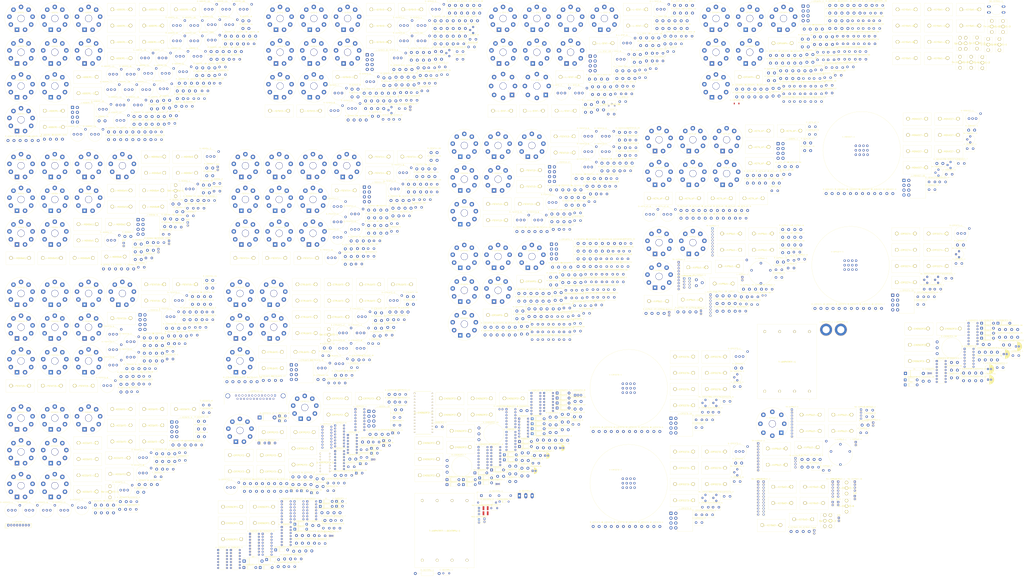
<source format=kicad_pcb>
(kicad_pcb (version 20171130) (host pcbnew "(5.1.7)-1")
  (layers (0 F.Cu signal) (31 B.Cu signal) (34 B.Paste user) (35 F.Paste user) (36 B.SilkS user) (37 F.SilkS user) (38 B.Mask user) (39 F.Mask user) (44 Edge.Cuts user))
  (net 0 "")
  (net 1 "Net-(C-ADDER1-1-Pad1)")
  (net 2 "Net-(C-ADDER1-2-Pad1)")
  (net 3 "Net-(C-ADDER1-3-Pad1)")
  (net 4 "Net-(C-ADDER1-4-Pad2)")
  (net 5 "Net-(C-ADDER1-4-Pad1)")
  (net 6 "Net-(C-ADDER1-5-Pad1)")
  (net 7 "Net-(C-ADDER1-6-Pad2)")
  (net 8 "Net-(C-ADDER1-6-Pad1)")
  (net 9 "Net-(C-ADDER1-7-Pad1)")
  (net 10 "Net-(C-CTRLGATE-1-Pad2)")
  (net 11 "Net-(C-CTRLGATE-1-Pad1)")
  (net 12 "Net-(C-CTRLGATE-2-Pad1)")
  (net 13 "Net-(C-CTRLGATE-3-Pad1)")
  (net 14 "Net-(D-ADDER1-1-Pad4)")
  (net 15 "Net-(D-ADDER1-1-Pad2)")
  (net 16 "Net-(D-ADDER1-2-Pad2)")
  (net 17 "Net-(D-ADDER1-3-Pad4)")
  (net 18 "Net-(D-ADDER1-4-Pad4)")
  (net 19 "Net-(D-ADDER1-4-Pad2)")
  (net 20 "Net-(D-ADDER1-17-Pad4)")
  (net 21 "Net-(D-ADDER1-6-Pad2)")
  (net 22 "Net-(D-ADDER1-10-Pad4)")
  (net 23 "Net-(D-ADDER1-8-Pad2)")
  (net 24 "Net-(D-ADDER1-11-Pad4)")
  (net 25 "Net-(D-ADDER1-10-Pad2)")
  (net 26 "Net-(D-ADDER1-12-Pad4)")
  (net 27 "Net-(D-ADDER1-15-Pad4)")
  (net 28 "Net-(D-ADDER1-15-Pad2)")
  (net 29 "Net-(D-ADDER1-16-Pad4)")
  (net 30 "Net-(D-ADDER1-17-Pad2)")
  (net 31 "Net-(D-ADDER1-18-Pad4)")
  (net 32 "Net-(D-ADDER1-19-Pad4)")
  (net 33 "Net-(D-ADDER1-20-Pad4)")
  (net 34 "Net-(D-ADDER1-21-Pad2)")
  (net 35 "Net-(D-ADDER1-24-Pad4)")
  (net 36 "Net-(D-ADDER1-24-Pad2)")
  (net 37 "Net-(D-ADDER1-25-Pad4)")
  (net 38 "Net-(D-ADDER1-27-Pad4)")
  (net 39 "Net-(D-ADDER1-28-Pad4)")
  (net 40 "Net-(D-ADDER1-16A1-Pad4)")
  (net 41 "Net-(D-CTRLGATE-1-Pad4)")
  (net 42 "Net-(D-CTRLGATE-1-Pad2)")
  (net 43 "Net-(D-CTRLGATE-6-Pad4)")
  (net 44 "Net-(J-CTRLGATE-1-Pad1)")
  (net 45 "Net-(J-CTRLGATE-2-Pad1)")
  (net 46 "Net-(J-CTRLGATE-4-Pad1)")
  (net 47 "Net-(J-CTRLGATE-5-Pad1)")
  (net 48 "Net-(J-CTRLGATE-6-Pad1)")
  (net 49 "Net-(J-CTRLGATE-7-Pad1)")
  (net 50 "Net-(R-ADDER1-2-Pad1)")
  (net 51 "Net-(R-ADDER1-9-Pad1)")
  (net 52 "Net-(R-ADDER1-12-Pad2)")
  (net 53 "Net-(R-ADDER1-14-Pad1)")
  (net 54 "Net-(R-ADDER1-16-Pad1)")
  (net 55 "Net-(R-ADDER1-22-Pad1)")
  (net 56 "Net-(R-ADDER1-25-Pad2)")
  (net 57 "Net-(R-ADDER1-27-Pad1)")
  (net 58 "Net-(R-ADDER1-32-Pad1)")
  (net 59 "Net-(R-ADDER1-35-Pad1)")
  (net 60 "Net-(R-ADDER1-41-Pad2)")
  (net 61 "Net-(R-ADDER1-45-Pad1)")
  (net 62 "Net-(R-CTRLGATE-3-Pad1)")
  (net 63 "Net-(R-CTRLGATE-4-Pad1)")
  (net 64 "Net-(R-CTRLGATE-7-Pad1)")
  (net 65 /CTRLGATE/Heater-GND)
  (net 66 /CTRLGATE/Heater-6.3V)
  (net 67 /CTRLGATE/+50V)
  (net 68 /CTRLGATE/-150V)
  (net 69 /CTRLGATE/+300V)
  (net 70 /CTRLGATE/+200V)
  (net 71 /CTRLGATE/GND)
  (net 72 "Net-(C-CTRLGATE-8-Pad1)")
  (net 73 "Net-(C-CTRLGATE-9-Pad1)")
  (net 74 "Net-(D-CTRLGATE-7-Pad4)")
  (net 75 "Net-(D-CTRLGATE-7-Pad2)")
  (net 76 "Net-(D-CTRLGATE-8-Pad2)")
  (net 77 "Net-(J-CTRLGATE-8-Pad1)")
  (net 78 "Net-(J-CTRLGATE-9-Pad1)")
  (net 79 "Net-(J-CTRLGATE-10-Pad1)")
  (net 80 "Net-(J-CTRLGATE-11-Pad1)")
  (net 81 "Net-(J-CTRLGATE-12-Pad1)")
  (net 82 "Net-(R-CTRLGATE-10-Pad1)")
  (net 83 "Net-(R-CTRLGATE-13-Pad1)")
  (net 84 "Net-(R-CTRLGATE-16-Pad1)")
  (net 85 "Net-(R-CTRLGATE-17-Pad1)")
  (net 86 "Net-(R-CTRLGATE-19-Pad1)")
  (net 87 /ADDER1/GND)
  (net 88 /ADDER1/+300V)
  (net 89 /ADDER1/+200V)
  (net 90 /ADDER1/-150V)
  (net 91 "Net-(C-ADDER1-11-Pad1)")
  (net 92 /ADDER1/+50V)
  (net 93 Vss)
  (net 94 "Net-(D1-Pad1)")
  (net 95 "Net-(D3-Pad2)")
  (net 96 "Net-(D3-Pad1)")
  (net 97 "Net-(D-CMOSCRT1-1-Pad2)")
  (net 98 "Net-(D-CMOSCRT1-4-Pad2)")
  (net 99 "Net-(C-CMOSCRT1-3-Pad2)")
  (net 100 "Net-(C-CMOSCRT1-5-Pad2)")
  (net 101 "Net-(C-CMOSCRT1-6-Pad2)")
  (net 102 /CMOSCRT1/-30v)
  (net 103 /CMOSCRT2/GND)
  (net 104 "Net-(D-CMOSCRT2-1-Pad1)")
  (net 105 "Net-(C-CMOSCRT2-6-Pad1)")
  (net 106 "Net-(C-CMOSCRT2-7-Pad1)")
  (net 107 "Net-(C-CMOSCRT2-6-Pad2)")
  (net 108 /CMOSCRT2/-15V)
  (net 109 "Net-(J-ADDER1-7-Pad1)")
  (net 110 "Net-(J-ADDER1-13-Pad1)")
  (net 111 "Net-(J-CMOSCRT1-1-Pad1)")
  (net 112 "Net-(J-CMOSCRT1-5-Pad1)")
  (net 113 "Net-(D-CMOSCRT2-3-Pad2)")
  (net 114 "Net-(C-CMOSCRT2-1-Pad1)")
  (net 115 "Net-(D-CMOSCRT2-16-Pad2)")
  (net 116 "Net-(D-CMOSCRT2-10-Pad1)")
  (net 117 "Net-(D-CMOSCRT2-11-Pad2)")
  (net 118 "Net-(D-CMOSCRT2-14-Pad2)")
  (net 119 "Net-(J-CMOSCRT2-50-Pad1)")
  (net 120 "Net-(D-CMOSCRT2-13-Pad2)")
  (net 121 /CMOSCRT2/+9V)
  (net 122 "Net-(D-CMOSCRT2-13-Pad1)")
  (net 123 "Net-(R-ADDER1-7-Pad2)")
  (net 124 "Net-(C-CMOSCRT1-1-Pad2)")
  (net 125 "Net-(U-CMOSCRT1-10-Pad12)")
  (net 126 /CMOSCRT1/CLK)
  (net 127 /CMOSCRT2/+5V)
  (net 128 /CMOSCRT2/~WE)
  (net 129 "Net-(R-CMOSCRT2-55-Pad2)")
  (net 130 "Net-(R-CMOSCRT2-53-Pad2)")
  (net 131 "Net-(R-CMOSCRT2-51-Pad2)")
  (net 132 "Net-(R-CMOSCRT2-52-Pad2)")
  (net 133 /CMOSCRT2/~OE)
  (net 134 "Net-(U-CMOSCRT2-1-Pad21)")
  (net 135 "Net-(R-CMOSCRT2-56-Pad2)")
  (net 136 "Net-(R-CMOSCRT2-50-Pad2)")
  (net 137 "Net-(U-CMOSCRT2-1-Pad10)")
  (net 138 "Net-(U-CMOSCRT2-1-Pad9)")
  (net 139 "Net-(U-CMOSCRT2-1-Pad8)")
  (net 140 "Net-(U-CMOSCRT2-1-Pad7)")
  (net 141 /CMOSCRT2/DL4)
  (net 142 /CMOSCRT2/DL3)
  (net 143 /CMOSCRT2/DL2)
  (net 144 /CMOSCRT2/DL1)
  (net 145 /CMOSCRT2/DL0)
  (net 146 "Net-(C-CMOSCRT31-Pad2)")
  (net 147 "Net-(C-CMOSCRT31-Pad1)")
  (net 148 /CMOSCRT3/GND)
  (net 149 /CMOSCRT3/+9V)
  (net 150 "Net-(C-CMOSCRT33-Pad2)")
  (net 151 /CMOSCRT3/-30V)
  (net 152 "Net-(C-CMOSCRT1-2-Pad2)")
  (net 153 "Net-(C-CMOSCRT2-1-Pad2)")
  (net 154 "Net-(C-CMOSCRT2-3-Pad2)")
  (net 155 "Net-(C-CMOSCRT2-5-Pad2)")
  (net 156 "Net-(C-CMOSCRT3-2-Pad2)")
  (net 157 "Net-(C-CMOSCRT3-4-Pad2)")
  (net 158 "Net-(D2-Pad2)")
  (net 159 "Net-(D4-Pad2)")
  (net 160 "Net-(D-CMOSCRT34-Pad2)")
  (net 161 "Net-(D-CMOSCRT1-3-Pad2)")
  (net 162 "Net-(D-CMOSCRT1-8-Pad2)")
  (net 163 "Net-(D-CMOSCRT1-8-Pad1)")
  (net 164 "Net-(D-CMOSCRT2-2-Pad2)")
  (net 165 "Net-(D-CMOSCRT2-4-Pad2)")
  (net 166 "Net-(D-CMOSCRT2-5-Pad2)")
  (net 167 "Net-(D-CMOSCRT2-10-Pad2)")
  (net 168 "Net-(D-CMOSCRT2-12-Pad2)")
  (net 169 "Net-(D-CMOSCRT2-15-Pad2)")
  (net 170 "Net-(D-CMOSCRT2-17-Pad2)")
  (net 171 "Net-(D-CMOSCRT3-21-Pad2)")
  (net 172 "Net-(D-CMOSCRT3-21-Pad1)")
  (net 173 "Net-(J-CMOSCRT3-10-Pad1)")
  (net 174 "Net-(R-CMOSCRT1-5-Pad2)")
  (net 175 "Net-(R-CMOSCRT1-7-Pad2)")
  (net 176 "Net-(R-CMOSCRT1-9-Pad1)")
  (net 177 "Net-(R-CMOSCRT2-6-Pad2)")
  (net 178 "Net-(R-CMOSCRT2-10-Pad1)")
  (net 179 "Net-(R-CMOSCRT2-11-Pad2)")
  (net 180 "Net-(R-CMOSCRT2-50-Pad1)")
  (net 181 "Net-(R-CMOSCRT2-57-Pad2)")
  (net 182 "Net-(R-CMOSCRT2-58-Pad2)")
  (net 183 "Net-(R-CMOSCRT2-59-Pad2)")
  (net 184 "Net-(R-CMOSCRT2-60-Pad2)")
  (net 185 "Net-(R-CMOSCRT3-1-Pad1)")
  (net 186 "Net-(R-CMOSCRT3-17-Pad2)")
  (net 187 "Net-(R-CMOSCRT3-19-Pad2)")
  (net 188 "Net-(R-CMOSCRT3-20-Pad2)")
  (net 189 /CMOSCRT3/+5V)
  (net 190 "Net-(R-CMOSCRT3-26-Pad2)")
  (net 191 "Net-(R-CMOSCRT3-28-Pad2)")
  (net 192 "Net-(R-CMOSCRT3-29-Pad2)")
  (net 193 "Net-(U-CMOSCRT1-1-Pad13)")
  (net 194 "Net-(U-CMOSCRT1-1-Pad11)")
  (net 195 "Net-(U-CMOSCRT1-1-Pad10)")
  (net 196 "Net-(U-CMOSCRT1-1-Pad8)")
  (net 197 "Net-(U-CMOSCRT1-1-Pad1)")
  (net 198 "Net-(U-CMOSCRT1-2-Pad13)")
  (net 199 "Net-(U-CMOSCRT1-2-Pad11)")
  (net 200 "Net-(U-CMOSCRT1-2-Pad10)")
  (net 201 "Net-(U-CMOSCRT1-2-Pad8)")
  (net 202 "Net-(U-CMOSCRT1-3-Pad13)")
  (net 203 "Net-(U-CMOSCRT1-3-Pad11)")
  (net 204 "Net-(U-CMOSCRT1-3-Pad10)")
  (net 205 "Net-(U-CMOSCRT1-3-Pad8)")
  (net 206 "Net-(U-CMOSCRT1-3-Pad1)")
  (net 207 "Net-(U-CMOSCRT1-4-Pad13)")
  (net 208 "Net-(U-CMOSCRT1-4-Pad11)")
  (net 209 "Net-(U-CMOSCRT1-4-Pad10)")
  (net 210 "Net-(U-CMOSCRT1-4-Pad8)")
  (net 211 /CMOSCRT1/Y-Shift)
  (net 212 "Net-(U-CMOSCRT1-6-Pad11)")
  (net 213 /CMOSCRT1/~Y-Shift)
  (net 214 "Net-(U-CMOSCRT1-9-Pad5)")
  (net 215 "Net-(U-CMOSCRT1-9-Pad4)")
  (net 216 "Net-(U-CMOSCRT1-10-Pad10)")
  (net 217 /CMOSCRT2/CtrClk)
  (net 218 /CMOSCRT2/WE)
  (net 219 "Net-(U-CMOSCRT2-5-Pad2)")
  (net 220 /CMOSCRT2/OE)
  (net 221 "Net-(U-CMOSCRT2-7-Pad10)")
  (net 222 "Net-(C-ACCGATE-1-Pad2)")
  (net 223 "Net-(C-ACCGATE-1-Pad1)")
  (net 224 /ACCGATE/GND)
  (net 225 "Net-(C-ACCGATE-2-Pad1)")
  (net 226 "Net-(C-ACCGATE-3-Pad1)")
  (net 227 /ACCGATE/+300V)
  (net 228 /ACCGATE/+200V)
  (net 229 "Net-(C-ACCGATE-6-Pad1)")
  (net 230 /ACCGATE/-150V)
  (net 231 /ACCGATE/+50V)
  (net 232 "Net-(C-ACCGATE-9-Pad1)")
  (net 233 "Net-(C-ACTN_WF-1-Pad2)")
  (net 234 "Net-(C-ACTN_WF-1-Pad1)")
  (net 235 "Net-(C-ACTN_WF-2-Pad2)")
  (net 236 "Net-(C-ACTN_WF-2-Pad1)")
  (net 237 "Net-(C-ACTN_WF-3-Pad2)")
  (net 238 "Net-(C-ACTN_WF-3-Pad1)")
  (net 239 /ACTIN_WF/GND)
  (net 240 "Net-(C-ACTN_WF-4-Pad1)")
  (net 241 "Net-(D-ACCGATE-1-Pad4)")
  (net 242 /ACCGATE/Heater-GND)
  (net 243 "Net-(D-ACCGATE-1-Pad2)")
  (net 244 /ACCGATE/Heater-6.3V)
  (net 245 "Net-(D-ACCGATE-5-Pad4)")
  (net 246 "Net-(D-ACCGATE-6-Pad4)")
  (net 247 "Net-(D-ACCGATE-6-Pad2)")
  (net 248 "Net-(D-ACCGATE-7-Pad2)")
  (net 249 /ACTIN_WF/Heater-GND)
  (net 250 /ACTIN_WF/-150V)
  (net 251 /ACTIN_WF/Heater-6.3V)
  (net 252 "Net-(J-ACCGATE1-Pad1)")
  (net 253 "Net-(J-ACCGATE-1-Pad1)")
  (net 254 "Net-(J-ACCGATE-3-Pad1)")
  (net 255 "Net-(J-ACCGATE-4-Pad1)")
  (net 256 "Net-(J-ACCGATE-6-Pad1)")
  (net 257 "Net-(J-ACCGATE-7-Pad1)")
  (net 258 "Net-(J-ACCGATE-8-Pad1)")
  (net 259 "Net-(J-ACCGATE-10-Pad1)")
  (net 260 "Net-(J-ACCGATE-11-Pad1)")
  (net 261 "Net-(J-ACCGATE-12-Pad1)")
  (net 262 "Net-(J-ACCGATE-13-Pad1)")
  (net 263 "Net-(J-ACTN_WF-1-Pad1)")
  (net 264 "Net-(J-ACTN_WF-3-Pad1)")
  (net 265 "Net-(J-ACTN_WF-4-Pad1)")
  (net 266 "Net-(J-ACTN_WF-5-Pad1)")
  (net 267 "Net-(J-ACTN_WF-6-Pad1)")
  (net 268 "Net-(J-ACTN_WF-7-Pad1)")
  (net 269 "Net-(J-ACTN_WF-8-Pad1)")
  (net 270 /ACTIN_WF/+300V)
  (net 271 /ACTIN_WF/+200V)
  (net 272 "Net-(J-AMPHTRTF-1-Pad1)")
  (net 273 "Net-(J-AMPHTRTF-2-Pad1)")
  (net 274 "Net-(R-ACCGATE-2-Pad1)")
  (net 275 "Net-(R-ACCGATE-3-Pad1)")
  (net 276 "Net-(R-ACCGATE-7-Pad1)")
  (net 277 "Net-(R-ACCGATE-10-Pad1)")
  (net 278 "Net-(R-ACCGATE-12-Pad1)")
  (net 279 "Net-(R-ACCGATE-15-Pad1)")
  (net 280 "Net-(R-ACCGATE-16-Pad1)")
  (net 281 "Net-(R-ACCGATE-18-Pad1)")
  (net 282 "Net-(R-ACTN_WF-1-Pad1)")
  (net 283 "Net-(R-ACTN_WF-2-Pad1)")
  (net 284 "Net-(R-ACTN_WF-3-Pad1)")
  (net 285 "Net-(R-ACTN_WF-4-Pad1)")
  (net 286 "Net-(R-ACTN_WF-5-Pad1)")
  (net 287 "Net-(R-ACTN_WF-6-Pad2)")
  (net 288 "Net-(R-ACTN_WF-18-Pad1)")
  (net 289 "Net-(R-ACTN_WF-21-Pad1)")
  (net 290 AC)
  (net 291 Vdd)
  (net 292 "Net-(C-CRTAMP3-1-Pad2)")
  (net 293 "Net-(C-CRTAMP3-1-Pad1)")
  (net 294 /CRTAMP3/GND)
  (net 295 "Net-(C-CRTAMP3-3-Pad1)")
  (net 296 "Net-(C-CRTAMP3-4-Pad1)")
  (net 297 "Net-(C-CRTAMP3-9-Pad2)")
  (net 298 "Net-(C-CRTAMP3-13-Pad1)")
  (net 299 "Net-(C-CRTAMP3-14-Pad1)")
  (net 300 "Net-(C-CRTAMP3-19-Pad2)")
  (net 301 "Net-(C-CRTAMP3-23-Pad1)")
  (net 302 "Net-(C-CRTAMP3-24-Pad2)")
  (net 303 "Net-(C-CRTAMP3-26-Pad1)")
  (net 304 "Net-(C-CRTAMP3-29-Pad2)")
  (net 305 "Net-(C-CRTAMP3-31-Pad1)")
  (net 306 "Net-(C-CRTAMP3-32-Pad1)")
  (net 307 "Net-(C-CRTAMP3-35-Pad2)")
  (net 308 "Net-(C-CRTAMP3-37-Pad1)")
  (net 309 "Net-(C-CRTAMP3-38-Pad1)")
  (net 310 "Net-(C-CRTAMP3-43-Pad1)")
  (net 311 "Net-(C-CRTAMP3-45-Pad2)")
  (net 312 "Net-(C-CRTAMP3-45-Pad1)")
  (net 313 /CMOSCRT2/VCC)
  (net 314 /CRTAMP3/-150V)
  (net 315 "Net-(R-CRTAMP3-2-Pad1)")
  (net 316 "Net-(R-CRTAMP3-8-Pad1)")
  (net 317 "Net-(R-CRTAMP3-14-Pad1)")
  (net 318 "Net-(R-CRTAMP3-20-Pad1)")
  (net 319 "Net-(R-CRTAMP3-26-Pad1)")
  (net 320 "Net-(R-CRTAMP3-32-Pad1)")
  (net 321 "Net-(R-CRTAMP3-39-Pad1)")
  (net 322 /CRTAMP3/Heater-6.3V)
  (net 323 /CRTAMP3/Heater-GND)
  (net 324 /ADDER1/Heater-GND)
  (net 325 /ADDER1/Heater-6.3V)
  (net 326 "Net-(C-CRTAMP3-4-Pad2)")
  (net 327 "Net-(C-CRTAMP3-14-Pad2)")
  (net 328 "Net-(C-CRTAMP3-26-Pad2)")
  (net 329 "Net-(C-CRTAMP3-32-Pad2)")
  (net 330 "Net-(C-CRTAMP3-38-Pad2)")
  (net 331 "Net-(C-CRTAMP3-41-Pad2)")
  (net 332 "Net-(C-CRTAMP3-46-Pad1)")
  (net 333 /CRTAMP3/+300)
  (net 334 "Net-(C-CRTAMP3-48-Pad2)")
  (net 335 "Net-(C-CRTAMP3-49-Pad1)")
  (net 336 "Net-(C-CRTAMP4-1-Pad2)")
  (net 337 "Net-(C-CRTAMP4-1-Pad1)")
  (net 338 /CRTAMP4/GND)
  (net 339 /CRTAMP4/+300)
  (net 340 "Net-(C-CRTAMP4-3-Pad1)")
  (net 341 "Net-(C-CRTAMP4-4-Pad2)")
  (net 342 "Net-(C-CRTAMP4-4-Pad1)")
  (net 343 /CRTAMP4/Heater-6.3V)
  (net 344 /CRTAMP4/Heater-GND)
  (net 345 "Net-(C-CRTAMP4-9-Pad2)")
  (net 346 "Net-(C-CRTAMP4-13-Pad1)")
  (net 347 "Net-(C-CRTAMP4-14-Pad2)")
  (net 348 "Net-(C-CRTAMP4-14-Pad1)")
  (net 349 "Net-(C-CRTAMP4-19-Pad2)")
  (net 350 "Net-(C-CRTAMP4-23-Pad1)")
  (net 351 "Net-(C-CRTAMP4-24-Pad2)")
  (net 352 "Net-(C-CRTAMP4-26-Pad2)")
  (net 353 "Net-(C-CRTAMP4-26-Pad1)")
  (net 354 "Net-(C-CRTAMP4-29-Pad2)")
  (net 355 "Net-(C-CRTAMP4-30-Pad2)")
  (net 356 "Net-(C-CRTAMP4-33-Pad2)")
  (net 357 "Net-(C-CRTAMP4-33-Pad1)")
  (net 358 "Net-(C-CRTAMP4-36-Pad1)")
  (net 359 "Net-(C-CRTAMP4-37-Pad2)")
  (net 360 "Net-(C-CRTAMP4-39-Pad1)")
  (net 361 "Net-(C-CRTAMP4-40-Pad2)")
  (net 362 "Net-(C-CRTAMP4-40-Pad1)")
  (net 363 "Net-(C-CRTAMP4-43-Pad2)")
  (net 364 "Net-(C-CRTAMP4-45-Pad1)")
  (net 365 "Net-(C-CRTAMP4-46-Pad1)")
  (net 366 /CRTAMP4/-150V)
  (net 367 "Net-(C-CRTAMP4-49-Pad2)")
  (net 368 "Net-(C-CRTAMP4-49-Pad1)")
  (net 369 "Net-(R-CRTAMP4-2-Pad1)")
  (net 370 "Net-(R-CRTAMP4-8-Pad1)")
  (net 371 "Net-(R-CRTAMP4-15-Pad1)")
  (net 372 "Net-(R-CRTAMP4-21-Pad1)")
  (net 373 "Net-(R-CRTAMP4-29-Pad1)")
  (net 374 "Net-(R-CRTAMP4-35-Pad1)")
  (net 375 "Net-(R-CRTAMP4-41-Pad1)")
  (net 376 "Net-(C-CRTAMP4-32-Pad1)")
  (net 377 /CRTCCT3/GND)
  (net 378 "Net-(C-CRTCCT3-1-Pad1)")
  (net 379 "Net-(C-CRTCCT3-2-Pad2)")
  (net 380 "Net-(C-CRTCCT3-3-Pad2)")
  (net 381 /CRTCCT3/Heater-6.3V)
  (net 382 /CRTCCT3/Heater-GND)
  (net 383 "/CRTCCT3/S.EHT(800-1400V)")
  (net 384 "Net-(C-CRTCCT3-7-Pad2)")
  (net 385 "Net-(C-CRTCCT3-7-Pad1)")
  (net 386 "Net-(J-CRTCCT3-1-Pad1)")
  (net 387 "Net-(J-CRTCCT3-2-Pad1)")
  (net 388 "Net-(J-CRTCCT3-3-Pad1)")
  (net 389 "Net-(J-CRTCCT3-4-Pad1)")
  (net 390 "Net-(R-CRTCCT3-1-Pad1)")
  (net 391 "Net-(R-CRTCCT3-2-Pad1)")
  (net 392 "Net-(R-CRTCCT3-3-Pad1)")
  (net 393 "Net-(R-CRTCCT3-4-Pad2)")
  (net 394 "Net-(R-CRTCCT3-5-Pad2)")
  (net 395 "Net-(R-CRTCCT3-5-Pad1)")
  (net 396 "Net-(R-CRTCCT3-7-Pad2)")
  (net 397 /CRTCCT4/GND)
  (net 398 "Net-(C-CRTCCT4-1-Pad1)")
  (net 399 "Net-(C-CRTCCT4-2-Pad2)")
  (net 400 "Net-(C-CRTCCT4-3-Pad2)")
  (net 401 /CRTCCT4/Heater-6.3V)
  (net 402 /CRTCCT4/Heater-GND)
  (net 403 "/CRTCCT4/S.EHT(800-1400V)")
  (net 404 "Net-(C-CRTCCT4-7-Pad2)")
  (net 405 "Net-(C-CRTCCT4-7-Pad1)")
  (net 406 "Net-(J-CRTCCT4-2-Pad1)")
  (net 407 "Net-(J-CRTCCT4-3-Pad1)")
  (net 408 "Net-(J-CRTCCT4-4-Pad1)")
  (net 409 "Net-(J-CRTCCT4-5-Pad1)")
  (net 410 "Net-(R-CRTCCT4-1-Pad1)")
  (net 411 "Net-(R-CRTCCT4-2-Pad1)")
  (net 412 "Net-(R-CRTCCT4-3-Pad1)")
  (net 413 "Net-(R-CRTCCT4-4-Pad2)")
  (net 414 "Net-(R-CRTCCT4-5-Pad2)")
  (net 415 "Net-(R-CRTCCT4-5-Pad1)")
  (net 416 "Net-(R-CRTCCT4-7-Pad2)")
  (net 417 /CRTCCT5/GND)
  (net 418 "Net-(C-CRTCCT5-1-Pad1)")
  (net 419 "Net-(C-CRTCCT5-2-Pad2)")
  (net 420 "Net-(C-CRTCCT5-3-Pad2)")
  (net 421 /CRTCCT5/Heater-6.3V)
  (net 422 /CRTCCT5/Heater-GND)
  (net 423 "/CRTCCT5/S.EHT(800-1400V)")
  (net 424 "Net-(C-CRTCCT5-7-Pad2)")
  (net 425 "Net-(C-CRTCCT5-7-Pad1)")
  (net 426 "Net-(J-CRTCCT5-2-Pad1)")
  (net 427 "Net-(J-CRTCCT5-3-Pad1)")
  (net 428 "Net-(J-CRTCCT5-4-Pad1)")
  (net 429 "Net-(J-CRTCCT5-5-Pad1)")
  (net 430 "Net-(R-CRTCCT5-1-Pad1)")
  (net 431 "Net-(R-CRTCCT5-2-Pad1)")
  (net 432 "Net-(R-CRTCCT5-3-Pad1)")
  (net 433 "Net-(R-CRTCCT5-4-Pad2)")
  (net 434 "Net-(R-CRTCCT5-5-Pad2)")
  (net 435 "Net-(R-CRTCCT5-5-Pad1)")
  (net 436 "Net-(R-CRTCCT5-7-Pad2)")
  (net 437 "Net-(C-CRTPCIF2-1-Pad2)")
  (net 438 "Net-(C-CRTPCIF2-1-Pad1)")
  (net 439 /CRTPCIF2/Y)
  (net 440 "Net-(C-CRTPCIF2-2-Pad1)")
  (net 441 "/CRTPCIF2/S-Read-(buff'd)")
  (net 442 "Net-(C-CRTPCIF2-3-Pad1)")
  (net 443 "Net-(C-CRTPCIF2-4-Pad2)")
  (net 444 "Net-(C-CRTPCIF2-4-Pad1)")
  (net 445 "Net-(C-CRTPCIF2-5-Pad2)")
  (net 446 "Net-(C-CRTPCIF2-5-Pad1)")
  (net 447 "Net-(C-CRTPCIF2-6-Pad2)")
  (net 448 "Net-(C-CRTPCIF2-6-Pad1)")
  (net 449 /CRTPCIF2/Bk1)
  (net 450 /CRTPCIF2/+8V)
  (net 451 "Net-(C-CRTPCIF2-12-Pad1)")
  (net 452 /CRTPCIF2/VCC)
  (net 453 "Net-(C-CRTPCIF2-12-Pad2)")
  (net 454 /CRTPCIF2/Heater-6.3V)
  (net 455 /CRTPCIF2/-15V)
  (net 456 "Net-(D-CRTPCIF2-16-Pad1)")
  (net 457 /CRTPCIF2/Bn)
  (net 458 /CRTPCIF2/Err)
  (net 459 /CRTPCIF2/SelectIn)
  (net 460 /CRTPCIF2/PE)
  (net 461 /CRTPCIF2/Busy)
  (net 462 /CRTPCIF2/Ack)
  (net 463 /CRTPCIF2/D3)
  (net 464 /CRTPCIF2/D2)
  (net 465 /CRTPCIF2/D1)
  (net 466 /CRTPCIF2/D0)
  (net 467 /CRTPCIF2/-150V)
  (net 468 /CRTPCIF2/+300V)
  (net 469 /CRTPCIF2/+200V)
  (net 470 "Net-(J-CRTPCIF2-6-Pad1)")
  (net 471 "Net-(J-CRTPCIF2-7-Pad1)")
  (net 472 "Net-(J-CRTPCIF2-8-Pad1)")
  (net 473 "Net-(J-CRTPCIF2-11-Pad1)")
  (net 474 "Net-(R-CRTPCIF2-16-Pad2)")
  (net 475 "Net-(R-CRTPCIF2-16-Pad1)")
  (net 476 "Net-(R-CRTPCIF2-17-Pad1)")
  (net 477 "Net-(R-CRTPCIF2-22-Pad1)")
  (net 478 "Net-(U-CRTPCIF2-2-Pad12)")
  (net 479 "Net-(U-CRTPCIF2-2-Pad10)")
  (net 480 "Net-(U-CRTPCIF2-2-Pad5)")
  (net 481 "Net-(U-CRTPCIF2-2-Pad4)")
  (net 482 "Net-(U-CRTPCIF2-2-Pad2)")
  (net 483 "Net-(U-CRTPCIF2-3-Pad10)")
  (net 484 "Net-(U-CRTPCIF2-3-Pad12)")
  (net 485 "Net-(U-CRTPCIF2-3-Pad4)")
  (net 486 "Net-(J-CRTPCIF2-12-Pad0)")
  (net 487 /DCHTRPU/OV-DC)
  (net 488 "Net-(C-DCHTRPU-1-Pad1)")
  (net 489 "Net-(D-DCHTRPU-1-Pad2)")
  (net 490 "Net-(D-DCHTRPU-1-Pad3)")
  (net 491 "Net-(D-DCHTRPU-1-Pad4)")
  (net 492 "Net-(D-DCHTRPU-2-Pad1)")
  (net 493 "Net-(MES-DCHTRPU-1-Pad1)")
  (net 494 /DCHTRPU/6V-DC)
  (net 495 "Net-(C-FSTAT13-1-Pad2)")
  (net 496 "Net-(C-FSTAT13-1-Pad1)")
  (net 497 "Net-(C-FSTAT13-2-Pad1)")
  (net 498 "Net-(C-FSTAT13-3-Pad2)")
  (net 499 "Net-(C-FSTAT13-3-Pad1)")
  (net 500 /FSTAT13/GND)
  (net 501 "Net-(C-FSTAT13-4-Pad1)")
  (net 502 "Net-(C-FSTAT13-5-Pad2)")
  (net 503 "Net-(C-FSTAT13-5-Pad1)")
  (net 504 "Net-(C-FSTAT13-6-Pad2)")
  (net 505 /FSTAT13/0V)
  (net 506 "Net-(C-FSTAT13-7-Pad1)")
  (net 507 /FSTAT13/-150V)
  (net 508 /FSTAT13/-14V)
  (net 509 /FSTAT13/+300V)
  (net 510 /FSTAT13/+200V)
  (net 511 /FSTAT13/+50V)
  (net 512 "Net-(D-FSTAT13-2-Pad4)")
  (net 513 /FSTAT13/Heater-GND)
  (net 514 "Net-(D-FSTAT13-2-Pad2)")
  (net 515 /FSTAT13/Heater-6.3V)
  (net 516 "Net-(D-FSTAT13-3-Pad4)")
  (net 517 /FSTAT13/+118V)
  (net 518 "Net-(J-FSTAT13-1-Pad1)")
  (net 519 "Net-(J-FSTAT13-5-Pad1)")
  (net 520 "Net-(J-FSTAT13-13-Pad1)")
  (net 521 "Net-(J-FSTAT13-14-Pad1)")
  (net 522 "Net-(R-FSTAT13-1-Pad1)")
  (net 523 "Net-(R-FSTAT13-2-Pad2)")
  (net 524 "Net-(R-FSTAT13-7-Pad2)")
  (net 525 "Net-(R-FSTAT13-10-Pad1)")
  (net 526 "Net-(R-FSTAT13-11-Pad2)")
  (net 527 "Net-(R-FSTAT13-15-Pad1)")
  (net 528 "Net-(R-FSTAT13-18-Pad2)")
  (net 529 "Net-(R-FSTAT13-23-Pad1)")
  (net 530 "Net-(R-FSTAT13-30-Pad2)")
  (net 531 /FSTAT14/GND)
  (net 532 /FSTAT14/+200V)
  (net 533 /FSTAT14/-150V)
  (net 534 /FSTAT14/+50V)
  (net 535 /FSTAT14/+300V)
  (net 536 /FSTAT14/-14V)
  (net 537 "Net-(C-FSTAT14-1-Pad2)")
  (net 538 "Net-(C-FSTAT14-1-Pad1)")
  (net 539 "Net-(C-FSTAT14-2-Pad1)")
  (net 540 "Net-(C-FSTAT14-3-Pad2)")
  (net 541 "Net-(C-FSTAT14-3-Pad1)")
  (net 542 "Net-(C-FSTAT14-4-Pad1)")
  (net 543 "Net-(C-FSTAT14-5-Pad2)")
  (net 544 "Net-(C-FSTAT14-5-Pad1)")
  (net 545 "Net-(C-FSTAT14-6-Pad2)")
  (net 546 /FSTAT14/0V)
  (net 547 /FSTAT14/+118V)
  (net 548 /FSTAT14/Heater-GND)
  (net 549 /FSTAT14/Heater-6.3V)
  (net 550 "Net-(J-FSTAT14-4-Pad1)")
  (net 551 "Net-(R-FSTAT14-1-Pad1)")
  (net 552 "Net-(R-FSTAT14-2-Pad2)")
  (net 553 "Net-(R-FSTAT14-7-Pad2)")
  (net 554 "Net-(R-FSTAT14-10-Pad1)")
  (net 555 "Net-(C-FSTAT14-8-Pad1)")
  (net 556 "Net-(D-FSTAT14-3-Pad4)")
  (net 557 "Net-(D-FSTAT14-3-Pad2)")
  (net 558 "Net-(D-FSTAT14-4-Pad4)")
  (net 559 "Net-(J-FSTAT14-1-Pad1)")
  (net 560 "Net-(J-FSTAT14-5-Pad1)")
  (net 561 "Net-(J-FSTAT14-7-Pad1)")
  (net 562 "Net-(R-FSTAT14-12-Pad2)")
  (net 563 "Net-(R-FSTAT14-15-Pad2)")
  (net 564 "Net-(R-FSTAT14-17-Pad1)")
  (net 565 "Net-(R-FSTAT14-20-Pad2)")
  (net 566 "Net-(R-FSTAT14-25-Pad1)")
  (net 567 "Net-(C-FSTAT15-1-Pad2)")
  (net 568 "Net-(C-FSTAT15-1-Pad1)")
  (net 569 "Net-(C-FSTAT15-2-Pad1)")
  (net 570 /FSTAT15/GND)
  (net 571 /FSTAT15/+200V)
  (net 572 "Net-(C-FSTAT15-4-Pad2)")
  (net 573 "Net-(C-FSTAT15-4-Pad1)")
  (net 574 /FSTAT15/-150V)
  (net 575 /FSTAT15/+50V)
  (net 576 "Net-(C-FSTAT15-7-Pad1)")
  (net 577 "Net-(C-FSTAT15-8-Pad2)")
  (net 578 "Net-(C-FSTAT15-8-Pad1)")
  (net 579 "Net-(C-FSTAT15-9-Pad2)")
  (net 580 /FSTAT15/-14V)
  (net 581 /FSTAT15/0V)
  (net 582 "Net-(C-FSTAT15-11-Pad1)")
  (net 583 /FSTAT15/+300V)
  (net 584 /FSTAT15/Heater-GND)
  (net 585 /FSTAT15/+118V)
  (net 586 /FSTAT15/Heater-6.3V)
  (net 587 "Net-(D-FSTAT15-3-Pad4)")
  (net 588 "Net-(D-FSTAT15-3-Pad2)")
  (net 589 "Net-(D-FSTAT15-4-Pad4)")
  (net 590 "Net-(J-FSTAT15-1-Pad1)")
  (net 591 "Net-(J-FSTAT15-5-Pad1)")
  (net 592 "Net-(J-FSTAT15-6-Pad1)")
  (net 593 "Net-(J-FSTAT15-8-Pad1)")
  (net 594 "Net-(R-FSTAT15-1-Pad1)")
  (net 595 "Net-(R-FSTAT15-2-Pad2)")
  (net 596 "Net-(R-FSTAT15-7-Pad2)")
  (net 597 "Net-(R-FSTAT15-10-Pad1)")
  (net 598 "Net-(R-FSTAT15-12-Pad2)")
  (net 599 "Net-(R-FSTAT15-15-Pad2)")
  (net 600 "Net-(R-FSTAT15-17-Pad1)")
  (net 601 "Net-(R-FSTAT15-20-Pad2)")
  (net 602 "Net-(R-FSTAT15-25-Pad1)")
  (net 603 "Net-(C-IGYSH3-1-Pad2)")
  (net 604 "Net-(C-IGYSH3-1-Pad1)")
  (net 605 "Net-(C-IGYSH3-2-Pad2)")
  (net 606 "Net-(C-IGYSH3-2-Pad1)")
  (net 607 /IGYSH3/GND)
  (net 608 /IGYSH3/+200V)
  (net 609 "Net-(C-IGYSH3-4-Pad2)")
  (net 610 "Net-(C-IGYSH3-4-Pad1)")
  (net 611 /IGYSH3/-150V)
  (net 612 /IGYSH3/+50V)
  (net 613 "Net-(C-IGYSH3-12-Pad1)")
  (net 614 "Net-(C-IGYSH3-7-Pad1)")
  (net 615 "Net-(C-IGYSH3-8-Pad1)")
  (net 616 "Net-(C-IGYSH3-9-Pad2)")
  (net 617 "Net-(C-IGYSH3-9-Pad1)")
  (net 618 "Net-(C-IGYSH3-10-Pad2)")
  (net 619 "Net-(C-IGYSH3-10-Pad1)")
  (net 620 "Net-(C-IGYSH3-11-Pad2)")
  (net 621 "Net-(C-IGYSH3-11-Pad1)")
  (net 622 "Net-(C-IGYSH3-12-Pad2)")
  (net 623 "Net-(C-IGYSH3-13-Pad2)")
  (net 624 "Net-(C-IGYSH3-13-Pad1)")
  (net 625 "Net-(C-IGYSH3-14-Pad2)")
  (net 626 "Net-(C-IGYSH3-14-Pad1)")
  (net 627 "Net-(C-IGYSH3-15-Pad1)")
  (net 628 "Net-(C-IGYSH3-16-Pad1)")
  (net 629 "Net-(C-IGYSH3-17-Pad1)")
  (net 630 /IGYSH3/+300V)
  (net 631 "Net-(D-IGYSH3-1-Pad4)")
  (net 632 /IGYSH3/Heater-GND)
  (net 633 /IGYSH3/Heater-6.3V)
  (net 634 "Net-(D-IGYSH3-5-Pad4)")
  (net 635 "Net-(D-IGYSH3-9-Pad4)")
  (net 636 "Net-(D-IGYSH3-10-Pad4)")
  (net 637 "Net-(J-IGYSH3-4-Pad1)")
  (net 638 "Net-(J-IGYSH3-5-Pad1)")
  (net 639 "Net-(J-IGYSH3-6-Pad1)")
  (net 640 "Net-(J-IGYSH3-8-Pad1)")
  (net 641 "Net-(R-IGYSH3-2-Pad2)")
  (net 642 "Net-(R-IGYSH3-7-Pad2)")
  (net 643 "Net-(R-IGYSH3-8-Pad1)")
  (net 644 "Net-(R-IGYSH3-11-Pad2)")
  (net 645 "Net-(R-IGYSH3-13-Pad1)")
  (net 646 "Net-(R-IGYSH3-16-Pad2)")
  (net 647 "Net-(R-IGYSH3-17-Pad2)")
  (net 648 "Net-(R-IGYSH3-20-Pad2)")
  (net 649 "Net-(R-IGYSH3-21-Pad1)")
  (net 650 "Net-(R-IGYSH3-26-Pad1)")
  (net 651 "Net-(R-IGYSH3-30-Pad1)")
  (net 652 "Net-(R-IGYSH3-31-Pad2)")
  (net 653 "Net-(R-IGYSH3-34-Pad1)")
  (net 654 "Net-(R-IGYSH3-38-Pad2)")
  (net 655 "Net-(R-IGYSH3-39-Pad2)")
  (net 656 "Net-(R-IGYSH3-45-Pad2)")
  (net 657 "Net-(R-IGYSH3-47-Pad1)")
  (net 658 "Net-(J-KEYSW1-2-Pad1)")
  (net 659 "Net-(J-KEYSW1-3-Pad1)")
  (net 660 "Net-(J-KEYSW1-4-Pad1)")
  (net 661 "Net-(J-KEYSW1-5-Pad1)")
  (net 662 "Net-(J-KEYSW1-6-Pad1)")
  (net 663 "Net-(Fn-KEYSW1-1-Pad2)")
  (net 664 "Net-(Fn-KEYSW1-2-Pad2)")
  (net 665 "Net-(J-KEYSW1-1-Pad1)")
  (net 666 "Net-(C-KVPSU1-1-Pad2)")
  (net 667 "Net-(C-KVPSU1-1-Pad1)")
  (net 668 "Net-(C-KVPSU1-2-Pad2)")
  (net 669 "Net-(C-KVPSU1-3-Pad2)")
  (net 670 /KVPSU1/GND)
  (net 671 "Net-(C-KVPSU1-4-Pad2)")
  (net 672 "Net-(C-KVPSU1-4-Pad1)")
  (net 673 /KVPSU1/+200)
  (net 674 "Net-(C-KVPSU1-7-Pad2)")
  (net 675 "Net-(C-KVPSU1-8-Pad2)")
  (net 676 "Net-(F-KVPSU1-1-Pad2)")
  (net 677 "Net-(F-KVPSU1-1-Pad1)")
  (net 678 "Net-(F-KVPSU1-2-Pad2)")
  (net 679 "Net-(F-KVPSU1-2-Pad1)")
  (net 680 "Net-(Fn-KEYSW1-1-Pad3)")
  (net 681 "Net-(Fn-KEYSW1-3-Pad2)")
  (net 682 "Net-(J-KEYSW1-7-Pad1)")
  (net 683 "Net-(J-KVPSU1-2-Pad1)")
  (net 684 "Net-(J-KVPSU1-4-Pad1)")
  (net 685 "Net-(J-KVPSU1-5-Pad1)")
  (net 686 "Net-(J-KVPSU1-6-Pad1)")
  (net 687 "Net-(J-KVPSU1-7-Pad1)")
  (net 688 /KVPSU1/6.3V-N)
  (net 689 /KVPSU1/6.3V-L)
  (net 690 "Net-(J-KVPSU1-8-Pad4)")
  (net 691 "Net-(J-KVPSU1-8-Pad2)")
  (net 692 /KVPSU1/+300)
  (net 693 "Net-(J-KVPSU1-10-Pad1)")
  (net 694 /KEYSW2/-65v)
  (net 695 "Net-(R-KVPSU1-1-Pad2)")
  (net 696 "Net-(R-KVPSU1-1-Pad1)")
  (net 697 "Net-(R-KVPSU1-2-Pad1)")
  (net 698 "Net-(R-KVPSU1-3-Pad2)")
  (net 699 /KVPSU1/200*)
  (net 700 "Net-(R-KVPSU1-5-Pad2)")
  (net 701 "Net-(R-KVPSU1-6-Pad1)")
  (net 702 "Net-(R-KVPSU1-10-Pad2)")
  (net 703 "Net-(R-KVPSU1-9-Pad1)")
  (net 704 "Net-(R-KVPSU1-13-Pad1)")
  (net 705 "Net-(R-KVPSU1-17-Pad1)")
  (net 706 "Net-(R-KVPSU1-19-Pad2)")
  (net 707 "Net-(R-KVPSU1-20-Pad1)")
  (net 708 "Net-(TR-KVPSU1-1-Pad3)")
  (net 709 "Net-(TR-KVPSU1-2-Pad3)")
  (net 710 "Net-(C-KVPSU2-1-Pad2)")
  (net 711 /KVPSU2/GND)
  (net 712 "Net-(C-KVPSU2-2-Pad2)")
  (net 713 "Net-(C-KVPSU2-2-Pad1)")
  (net 714 "Net-(F-KVPSU2-1-Pad2)")
  (net 715 "Net-(F-KVPSU2-1-Pad1)")
  (net 716 "Net-(F-KVPSU2-2-Pad2)")
  (net 717 "Net-(F-KVPSU2-2-Pad1)")
  (net 718 "Net-(J-KVPSU2-2-Pad1)")
  (net 719 "Net-(J-KVPSU2-4-Pad1)")
  (net 720 "Net-(J-KVPSU2-6-Pad1)")
  (net 721 "Net-(J-KVPSU2-7-Pad1)")
  (net 722 "Net-(R-KVPSU2-1-Pad1)")
  (net 723 "Net-(TR-KVPSU2-1-Pad3)")
  (net 724 "Net-(TR-KVPSU2-2-Pad3)")
  (net 725 "Net-(TR-KVPSU2-3-Pad4)")
  (net 726 "Net-(C-L-STAT-1-Pad2)")
  (net 727 "Net-(C-L-STAT-1-Pad1)")
  (net 728 "Net-(C-L-STAT-2-Pad2)")
  (net 729 "Net-(C-L-STAT-2-Pad1)")
  (net 730 "Net-(C-L-STAT-3-Pad2)")
  (net 731 "Net-(C-L-STAT-3-Pad1)")
  (net 732 "Net-(C-L-STAT-4-Pad2)")
  (net 733 "Net-(C-L-STAT-4-Pad1)")
  (net 734 /L-STAT/GND)
  (net 735 "Net-(C-L-STAT-5-Pad1)")
  (net 736 "Net-(C-L-STAT-6-Pad2)")
  (net 737 "Net-(C-L-STAT-6-Pad1)")
  (net 738 "Net-(C-L-STAT-7-Pad2)")
  (net 739 "Net-(C-L-STAT-7-Pad1)")
  (net 740 "Net-(C-L-STAT-8-Pad2)")
  (net 741 "Net-(C-L-STAT-9-Pad1)")
  (net 742 "Net-(C-L-STAT-10-Pad1)")
  (net 743 /L-STAT/+300V)
  (net 744 /L-STAT/+200V)
  (net 745 /L-STAT/-150V)
  (net 746 /L-STAT/+50V)
  (net 747 /L-STAT/Heater-GND)
  (net 748 "Net-(D-L-STAT-5-Pad2)")
  (net 749 /L-STAT/Heater-6.3V)
  (net 750 "Net-(D-L-STAT-6-Pad4)")
  (net 751 "Net-(D-L-STAT-8-Pad4)")
  (net 752 "Net-(D-L-STAT-8-Pad2)")
  (net 753 "Net-(D-L-STAT-9-Pad4)")
  (net 754 "Net-(J-L-STAT-6-Pad1)")
  (net 755 "Net-(J-L-STAT-7-Pad1)")
  (net 756 "Net-(R-L-STAT-5-Pad2)")
  (net 757 "Net-(R-L-STAT-6-Pad1)")
  (net 758 "Net-(R-L-STAT-16-Pad1)")
  (net 759 "Net-(R-L-STAT-17-Pad1)")
  (net 760 "Net-(R-L-STAT-22-Pad2)")
  (net 761 "Net-(R-L-STAT-23-Pad2)")
  (net 762 "Net-(R-L-STAT-27-Pad1)")
  (net 763 "Net-(R-L-STAT-29-Pad2)")
  (net 764 "Net-(R-L-STAT-30-Pad2)")
  (net 765 "Net-(R-L-STAT-31-Pad1)")
  (net 766 "Net-(R-L-STAT-32-Pad2)")
  (net 767 "Net-(R-L-STAT-35-Pad1)")
  (net 768 /MONICCT/GND)
  (net 769 "Net-(C-MONICCT-1-Pad1)")
  (net 770 "Net-(C-MONICCT-2-Pad2)")
  (net 771 "Net-(C-MONICCT-3-Pad2)")
  (net 772 "/MONICCT/M.EHT(800-1400V)")
  (net 773 /MONICCT/Heater-6.3V)
  (net 774 "Net-(C-MONICCT-5-Pad1)")
  (net 775 "Net-(C-MONICCT-7-Pad2)")
  (net 776 "Net-(C-MONICCT-7-Pad1)")
  (net 777 /MONICCT/Heater-GND)
  (net 778 "Net-(J-MONICCT-2-Pad1)")
  (net 779 "Net-(J-MONICCT-3-Pad1)")
  (net 780 "Net-(J-MONICCT-4-Pad1)")
  (net 781 "Net-(J-MONICCT-5-Pad1)")
  (net 782 "Net-(R-MONICCT-1-Pad1)")
  (net 783 "Net-(R-MONICCT-2-Pad2)")
  (net 784 "Net-(R-MONICCT-4-Pad2)")
  (net 785 "Net-(R-MONICCT-5-Pad2)")
  (net 786 "Net-(R-MONICCT-5-Pad1)")
  (net 787 "Net-(R-MONICCT-7-Pad2)")
  (net 788 /MONSW/GND)
  (net 789 "Net-(C-MONSW-1-Pad1)")
  (net 790 "Net-(C-MONSW-2-Pad2)")
  (net 791 "Net-(C-MONSW-10-Pad1)")
  (net 792 "Net-(C-MONSW-3-Pad1)")
  (net 793 /MONSW/+300V)
  (net 794 /MONSW/+200V)
  (net 795 "Net-(C-MONSW-6-Pad2)")
  (net 796 /MONSW/-150V)
  (net 797 /MONSW/+50V)
  (net 798 "Net-(C-MONSW-9-Pad1)")
  (net 799 "Net-(C-MONSW-10-Pad2)")
  (net 800 /MONSW/+100V)
  (net 801 "Net-(D-MONSW-1-Pad4)")
  (net 802 /MONSW/Heater-GND)
  (net 803 /MONSW/Heater-6.3V)
  (net 804 "Net-(D-MONSW-2-Pad4)")
  (net 805 "Net-(D-MONSW-2-Pad2)")
  (net 806 "Net-(D-MONSW-3-Pad2)")
  (net 807 "Net-(J-MONSW1-Pad1)")
  (net 808 "Net-(J-MONSW2-Pad1)")
  (net 809 "Net-(J-MONSW3-Pad1)")
  (net 810 "Net-(J-MONSW4-Pad1)")
  (net 811 "Net-(J-MONSW6-Pad1)")
  (net 812 "Net-(J-MONSW7-Pad1)")
  (net 813 "Net-(J-MONSW8-Pad1)")
  (net 814 "Net-(J-MONSW9-Pad1)")
  (net 815 "Net-(J-MONSW10-Pad1)")
  (net 816 "Net-(J-MONSW12-Pad1)")
  (net 817 "Net-(J-MONSW15-Pad1)")
  (net 818 "Net-(R-MONSW-1-Pad1)")
  (net 819 "Net-(R-MONSW-5-Pad1)")
  (net 820 "Net-(R-MONSW-9-Pad1)")
  (net 821 "Net-(R-MONSW-13-Pad2)")
  (net 822 "Net-(R-MONSW-16-Pad2)")
  (net 823 /MONSW/M.GRID)
  (net 824 "Net-(V-MONSW-6-Pad1)")
  (net 825 "Net-(V-MONSW-8-Pad2)")
  (net 826 "Net-(J-KEYSW2-1-Pad1)")
  (net 827 "Net-(J-KEYSW2-2-Pad1)")
  (net 828 "Net-(J-KEYSW2-3-Pad1)")
  (net 829 "Net-(J-KEYSW2-4-Pad1)")
  (net 830 "Net-(J-KEYSW2-5-Pad1)")
  (net 831 "Net-(J-KEYSW2-6-Pad1)")
  (net 832 /KEYSW2/C.ERASE)
  (net 833 /KEYSW2/AC.ERASE)
  (net 834 "Net-(R-KEYSW2-1-Pad2)")
  (net 835 /KEYSW2/PC.Read)
  (net 836 /KEYSW2/S.ERASE)
  (net 837 "Net-(SW-KEYSW2-16-Pad1)")
  (module NewValves:Valve_9Loctal (layer F.Cu) (at 128.026316 167.113916)
    (fp_text reference V-MONSW-?=7 (at -0.0254 -5) (layer F.SilkS))
    (fp_text value VR91)
    (pad 8 thru_hole circle (at 8.609454 5.2032 60) (size 3.81 3.81) (drill 1.8) (layers *.Cu *.Mask))
    (pad 7 thru_hole circle (at 9.797278 -1.533282 100) (size 3.81 3.81) (drill 1.8) (layers *.Cu *.Mask))
    (pad 6 thru_hole circle (at 6.377076 -7.457244 140) (size 3.81 3.81) (drill 1.8) (layers *.Cu *.Mask))
    (pad 5 thru_hole circle (at -0.0508 -9.7968 300) (size 3.81 3.81) (drill 1.8) (layers *.Cu *.Mask))
    (pad 4 thru_hole circle (at -6.478676 -7.457244 120) (size 3.81 3.81) (drill 1.8) (layers *.Cu *.Mask))
    (pad 3 thru_hole circle (at -9.898878 -1.533282 260) (size 3.81 3.81) (drill 1.8) (layers *.Cu *.Mask))
    (pad 2 thru_hole circle (at -8.711054 5.2032 200) (size 3.81 3.81) (drill 1.8) (layers *.Cu *.Mask))
    (pad 9 thru_hole circle (at 3.369401 9.600126 20) (size 3.81 3.81) (drill 1.8) (layers *.Cu *.Mask) (net 803 /MONSW/Heater-6.3V))
    (pad "" thru_hole circle (at -0.0254 0) (size 6 6) (drill 5.5) (layers *.Cu *.Mask))
    (pad 1 thru_hole rect (at -3.471001 9.600126) (size 3.81 3.81) (drill 1.8) (layers *.Cu *.Mask) (net 824 "Net-(V-MONSW-6-Pad1)"))
  )
  (module NewValves:Valve_9Loctal (layer F.Cu) (at 41.716316 167.113916)
    (fp_text reference V-MONSW-8 (at -0.0254 -5) (layer F.SilkS))
    (fp_text value CV173)
    (pad 8 thru_hole circle (at 8.609454 5.2032 60) (size 3.81 3.81) (drill 1.8) (layers *.Cu *.Mask))
    (pad 7 thru_hole circle (at 9.797278 -1.533282 100) (size 3.81 3.81) (drill 1.8) (layers *.Cu *.Mask) (net 821 "Net-(R-MONSW-13-Pad2)"))
    (pad 6 thru_hole circle (at 6.377076 -7.457244 140) (size 3.81 3.81) (drill 1.8) (layers *.Cu *.Mask) (net 805 "Net-(D-MONSW-2-Pad2)"))
    (pad 5 thru_hole circle (at -0.0508 -9.7968 300) (size 3.81 3.81) (drill 1.8) (layers *.Cu *.Mask))
    (pad 4 thru_hole circle (at -6.478676 -7.457244 120) (size 3.81 3.81) (drill 1.8) (layers *.Cu *.Mask) (net 825 "Net-(V-MONSW-8-Pad2)"))
    (pad 3 thru_hole circle (at -9.898878 -1.533282 260) (size 3.81 3.81) (drill 1.8) (layers *.Cu *.Mask) (net 794 /MONSW/+200V))
    (pad 2 thru_hole circle (at -8.711054 5.2032 200) (size 3.81 3.81) (drill 1.8) (layers *.Cu *.Mask) (net 825 "Net-(V-MONSW-8-Pad2)"))
    (pad 9 thru_hole circle (at 3.369401 9.600126 20) (size 3.81 3.81) (drill 1.8) (layers *.Cu *.Mask))
    (pad "" thru_hole circle (at -0.0254 0) (size 6 6) (drill 5.5) (layers *.Cu *.Mask))
    (pad 1 thru_hole rect (at -3.471001 9.600126) (size 3.81 3.81) (drill 1.8) (layers *.Cu *.Mask))
  )
  (module NewValves:Valve_9Loctal (layer F.Cu) (at 70.486316 224.653916)
    (fp_text reference V-MONSW-7 (at -0.0254 -5) (layer F.SilkS))
    (fp_text value VR91)
    (pad 8 thru_hole circle (at 8.609454 5.2032 60) (size 3.81 3.81) (drill 1.8) (layers *.Cu *.Mask))
    (pad 7 thru_hole circle (at 9.797278 -1.533282 100) (size 3.81 3.81) (drill 1.8) (layers *.Cu *.Mask))
    (pad 6 thru_hole circle (at 6.377076 -7.457244 140) (size 3.81 3.81) (drill 1.8) (layers *.Cu *.Mask) (net 823 /MONSW/M.GRID))
    (pad 5 thru_hole circle (at -0.0508 -9.7968 300) (size 3.81 3.81) (drill 1.8) (layers *.Cu *.Mask))
    (pad 4 thru_hole circle (at -6.478676 -7.457244 120) (size 3.81 3.81) (drill 1.8) (layers *.Cu *.Mask) (net 794 /MONSW/+200V))
    (pad 3 thru_hole circle (at -9.898878 -1.533282 260) (size 3.81 3.81) (drill 1.8) (layers *.Cu *.Mask) (net 794 /MONSW/+200V))
    (pad 2 thru_hole circle (at -8.711054 5.2032 200) (size 3.81 3.81) (drill 1.8) (layers *.Cu *.Mask) (net 794 /MONSW/+200V))
    (pad 9 thru_hole circle (at 3.369401 9.600126 20) (size 3.81 3.81) (drill 1.8) (layers *.Cu *.Mask))
    (pad "" thru_hole circle (at -0.0254 0) (size 6 6) (drill 5.5) (layers *.Cu *.Mask))
    (pad 1 thru_hole rect (at -3.471001 9.600126) (size 3.81 3.81) (drill 1.8) (layers *.Cu *.Mask))
  )
  (module NewValves:Valve_9Loctal (layer F.Cu) (at 70.486316 167.113916)
    (fp_text reference V-MONSW-6 (at -0.0254 -5) (layer F.SilkS))
    (fp_text value VR91)
    (pad 8 thru_hole circle (at 8.609454 5.2032 60) (size 3.81 3.81) (drill 1.8) (layers *.Cu *.Mask))
    (pad 7 thru_hole circle (at 9.797278 -1.533282 100) (size 3.81 3.81) (drill 1.8) (layers *.Cu *.Mask) (net 822 "Net-(R-MONSW-16-Pad2)"))
    (pad 6 thru_hole circle (at 6.377076 -7.457244 140) (size 3.81 3.81) (drill 1.8) (layers *.Cu *.Mask) (net 823 /MONSW/M.GRID))
    (pad 5 thru_hole circle (at -0.0508 -9.7968 300) (size 3.81 3.81) (drill 1.8) (layers *.Cu *.Mask))
    (pad 4 thru_hole circle (at -6.478676 -7.457244 120) (size 3.81 3.81) (drill 1.8) (layers *.Cu *.Mask) (net 794 /MONSW/+200V))
    (pad 3 thru_hole circle (at -9.898878 -1.533282 260) (size 3.81 3.81) (drill 1.8) (layers *.Cu *.Mask) (net 794 /MONSW/+200V))
    (pad 2 thru_hole circle (at -8.711054 5.2032 200) (size 3.81 3.81) (drill 1.8) (layers *.Cu *.Mask) (net 794 /MONSW/+200V))
    (pad 9 thru_hole circle (at 3.369401 9.600126 20) (size 3.81 3.81) (drill 1.8) (layers *.Cu *.Mask) (net 803 /MONSW/Heater-6.3V))
    (pad "" thru_hole circle (at -0.0254 0) (size 6 6) (drill 5.5) (layers *.Cu *.Mask))
    (pad 1 thru_hole rect (at -3.471001 9.600126) (size 3.81 3.81) (drill 1.8) (layers *.Cu *.Mask) (net 824 "Net-(V-MONSW-6-Pad1)"))
  )
  (module NewValves:Valve_9Loctal (layer F.Cu) (at 41.716316 224.653916)
    (fp_text reference V-MONSW-5 (at -0.0254 -5) (layer F.SilkS))
    (fp_text value VR91)
    (pad 8 thru_hole circle (at 8.609454 5.2032 60) (size 3.81 3.81) (drill 1.8) (layers *.Cu *.Mask))
    (pad 7 thru_hole circle (at 9.797278 -1.533282 100) (size 3.81 3.81) (drill 1.8) (layers *.Cu *.Mask))
    (pad 6 thru_hole circle (at 6.377076 -7.457244 140) (size 3.81 3.81) (drill 1.8) (layers *.Cu *.Mask))
    (pad 5 thru_hole circle (at -0.0508 -9.7968 300) (size 3.81 3.81) (drill 1.8) (layers *.Cu *.Mask))
    (pad 4 thru_hole circle (at -6.478676 -7.457244 120) (size 3.81 3.81) (drill 1.8) (layers *.Cu *.Mask))
    (pad 3 thru_hole circle (at -9.898878 -1.533282 260) (size 3.81 3.81) (drill 1.8) (layers *.Cu *.Mask))
    (pad 2 thru_hole circle (at -8.711054 5.2032 200) (size 3.81 3.81) (drill 1.8) (layers *.Cu *.Mask))
    (pad 9 thru_hole circle (at 3.369401 9.600126 20) (size 3.81 3.81) (drill 1.8) (layers *.Cu *.Mask) (net 803 /MONSW/Heater-6.3V))
    (pad "" thru_hole circle (at -0.0254 0) (size 6 6) (drill 5.5) (layers *.Cu *.Mask))
    (pad 1 thru_hole rect (at -3.471001 9.600126) (size 3.81 3.81) (drill 1.8) (layers *.Cu *.Mask) (net 802 /MONSW/Heater-GND))
  )
  (module NewValves:Valve_9Loctal (layer F.Cu) (at 70.486316 195.883916)
    (fp_text reference V-MONSW-4 (at -0.0254 -5) (layer F.SilkS))
    (fp_text value VR91)
    (pad 8 thru_hole circle (at 8.609454 5.2032 60) (size 3.81 3.81) (drill 1.8) (layers *.Cu *.Mask))
    (pad 7 thru_hole circle (at 9.797278 -1.533282 100) (size 3.81 3.81) (drill 1.8) (layers *.Cu *.Mask) (net 820 "Net-(R-MONSW-9-Pad1)"))
    (pad 6 thru_hole circle (at 6.377076 -7.457244 140) (size 3.81 3.81) (drill 1.8) (layers *.Cu *.Mask) (net 799 "Net-(C-MONSW-10-Pad2)"))
    (pad 5 thru_hole circle (at -0.0508 -9.7968 300) (size 3.81 3.81) (drill 1.8) (layers *.Cu *.Mask))
    (pad 4 thru_hole circle (at -6.478676 -7.457244 120) (size 3.81 3.81) (drill 1.8) (layers *.Cu *.Mask) (net 794 /MONSW/+200V))
    (pad 3 thru_hole circle (at -9.898878 -1.533282 260) (size 3.81 3.81) (drill 1.8) (layers *.Cu *.Mask) (net 794 /MONSW/+200V))
    (pad 2 thru_hole circle (at -8.711054 5.2032 200) (size 3.81 3.81) (drill 1.8) (layers *.Cu *.Mask) (net 794 /MONSW/+200V))
    (pad 9 thru_hole circle (at 3.369401 9.600126 20) (size 3.81 3.81) (drill 1.8) (layers *.Cu *.Mask) (net 803 /MONSW/Heater-6.3V))
    (pad "" thru_hole circle (at -0.0254 0) (size 6 6) (drill 5.5) (layers *.Cu *.Mask))
    (pad 1 thru_hole rect (at -3.471001 9.600126) (size 3.81 3.81) (drill 1.8) (layers *.Cu *.Mask) (net 802 /MONSW/Heater-GND))
  )
  (module NewValves:Valve_9Loctal (layer F.Cu) (at 99.256316 167.113916)
    (fp_text reference V-MONSW-3 (at -0.0254 -5) (layer F.SilkS))
    (fp_text value VR91)
    (pad 8 thru_hole circle (at 8.609454 5.2032 60) (size 3.81 3.81) (drill 1.8) (layers *.Cu *.Mask))
    (pad 7 thru_hole circle (at 9.797278 -1.533282 100) (size 3.81 3.81) (drill 1.8) (layers *.Cu *.Mask) (net 819 "Net-(R-MONSW-5-Pad1)"))
    (pad 6 thru_hole circle (at 6.377076 -7.457244 140) (size 3.81 3.81) (drill 1.8) (layers *.Cu *.Mask) (net 795 "Net-(C-MONSW-6-Pad2)"))
    (pad 5 thru_hole circle (at -0.0508 -9.7968 300) (size 3.81 3.81) (drill 1.8) (layers *.Cu *.Mask))
    (pad 4 thru_hole circle (at -6.478676 -7.457244 120) (size 3.81 3.81) (drill 1.8) (layers *.Cu *.Mask) (net 794 /MONSW/+200V))
    (pad 3 thru_hole circle (at -9.898878 -1.533282 260) (size 3.81 3.81) (drill 1.8) (layers *.Cu *.Mask) (net 794 /MONSW/+200V))
    (pad 2 thru_hole circle (at -8.711054 5.2032 200) (size 3.81 3.81) (drill 1.8) (layers *.Cu *.Mask) (net 794 /MONSW/+200V))
    (pad 9 thru_hole circle (at 3.369401 9.600126 20) (size 3.81 3.81) (drill 1.8) (layers *.Cu *.Mask) (net 803 /MONSW/Heater-6.3V))
    (pad "" thru_hole circle (at -0.0254 0) (size 6 6) (drill 5.5) (layers *.Cu *.Mask))
    (pad 1 thru_hole rect (at -3.471001 9.600126) (size 3.81 3.81) (drill 1.8) (layers *.Cu *.Mask) (net 802 /MONSW/Heater-GND))
  )
  (module NewValves:Valve_9Loctal (layer F.Cu) (at 99.256316 195.883916)
    (fp_text reference V-MONSW-2 (at -0.0254 -5) (layer F.SilkS))
    (fp_text value CV173)
    (pad 8 thru_hole circle (at 8.609454 5.2032 60) (size 3.81 3.81) (drill 1.8) (layers *.Cu *.Mask))
    (pad 7 thru_hole circle (at 9.797278 -1.533282 100) (size 3.81 3.81) (drill 1.8) (layers *.Cu *.Mask))
    (pad 6 thru_hole circle (at 6.377076 -7.457244 140) (size 3.81 3.81) (drill 1.8) (layers *.Cu *.Mask))
    (pad 5 thru_hole circle (at -0.0508 -9.7968 300) (size 3.81 3.81) (drill 1.8) (layers *.Cu *.Mask))
    (pad 4 thru_hole circle (at -6.478676 -7.457244 120) (size 3.81 3.81) (drill 1.8) (layers *.Cu *.Mask))
    (pad 3 thru_hole circle (at -9.898878 -1.533282 260) (size 3.81 3.81) (drill 1.8) (layers *.Cu *.Mask))
    (pad 2 thru_hole circle (at -8.711054 5.2032 200) (size 3.81 3.81) (drill 1.8) (layers *.Cu *.Mask))
    (pad 9 thru_hole circle (at 3.369401 9.600126 20) (size 3.81 3.81) (drill 1.8) (layers *.Cu *.Mask) (net 803 /MONSW/Heater-6.3V))
    (pad "" thru_hole circle (at -0.0254 0) (size 6 6) (drill 5.5) (layers *.Cu *.Mask))
    (pad 1 thru_hole rect (at -3.471001 9.600126) (size 3.81 3.81) (drill 1.8) (layers *.Cu *.Mask) (net 802 /MONSW/Heater-GND))
  )
  (module NewValves:Valve_9Loctal (layer F.Cu) (at 41.716316 195.883916)
    (fp_text reference V-MONSW-1 (at -0.0254 -5) (layer F.SilkS))
    (fp_text value VR91)
    (pad 8 thru_hole circle (at 8.609454 5.2032 60) (size 3.81 3.81) (drill 1.8) (layers *.Cu *.Mask))
    (pad 7 thru_hole circle (at 9.797278 -1.533282 100) (size 3.81 3.81) (drill 1.8) (layers *.Cu *.Mask) (net 818 "Net-(R-MONSW-1-Pad1)"))
    (pad 6 thru_hole circle (at 6.377076 -7.457244 140) (size 3.81 3.81) (drill 1.8) (layers *.Cu *.Mask) (net 790 "Net-(C-MONSW-2-Pad2)"))
    (pad 5 thru_hole circle (at -0.0508 -9.7968 300) (size 3.81 3.81) (drill 1.8) (layers *.Cu *.Mask))
    (pad 4 thru_hole circle (at -6.478676 -7.457244 120) (size 3.81 3.81) (drill 1.8) (layers *.Cu *.Mask) (net 794 /MONSW/+200V))
    (pad 3 thru_hole circle (at -9.898878 -1.533282 260) (size 3.81 3.81) (drill 1.8) (layers *.Cu *.Mask) (net 794 /MONSW/+200V))
    (pad 2 thru_hole circle (at -8.711054 5.2032 200) (size 3.81 3.81) (drill 1.8) (layers *.Cu *.Mask) (net 794 /MONSW/+200V))
    (pad 9 thru_hole circle (at 3.369401 9.600126 20) (size 3.81 3.81) (drill 1.8) (layers *.Cu *.Mask) (net 803 /MONSW/Heater-6.3V))
    (pad "" thru_hole circle (at -0.0254 0) (size 6 6) (drill 5.5) (layers *.Cu *.Mask))
    (pad 1 thru_hole rect (at -3.471001 9.600126) (size 3.81 3.81) (drill 1.8) (layers *.Cu *.Mask) (net 802 /MONSW/Heater-GND))
  )
  (module NewValves:B12D (layer F.Cu) (at 757.725 154.028)
    (fp_text reference V-MONICCT-1 (at -11.3284 -11.4046) (layer F.SilkS))
    (fp_text value VCR97)
    (pad 12 thru_hole circle (at 4.952998 3.770744) (size 2 2) (drill 1.0125) (layers *.Cu *.Mask) (net 779 "Net-(J-MONICCT-3-Pad1)"))
    (pad 11 thru_hole circle (at 1.625598 3.770744) (size 2 2) (drill 1.0125) (layers *.Cu *.Mask) (net 781 "Net-(J-MONICCT-5-Pad1)"))
    (pad 10 thru_hole circle (at -1.701801 3.770744) (size 2 2) (drill 1.0125) (layers *.Cu *.Mask) (net 770 "Net-(C-MONICCT-2-Pad2)"))
    (pad 9 thru_hole circle (at -5.0292 3.770744) (size 2 2) (drill 1.0125) (layers *.Cu *.Mask) (net 780 "Net-(J-MONICCT-4-Pad1)"))
    (pad 8 thru_hole circle (at 4.826 -0.039256) (size 2 2) (drill 1.0125) (layers *.Cu *.Mask) (net 778 "Net-(J-MONICCT-2-Pad1)"))
    (pad 7 thru_hole circle (at 1.540932 -0.039256) (size 2 2) (drill 1.0125) (layers *.Cu *.Mask) (net 770 "Net-(C-MONICCT-2-Pad2)"))
    (pad 6 thru_hole circle (at -1.744134 -0.039256) (size 2 2) (drill 1.0125) (layers *.Cu *.Mask) (net 769 "Net-(C-MONICCT-1-Pad1)"))
    (pad 5 thru_hole circle (at -5.0292 -0.039256) (size 2 2) (drill 1.0125) (layers *.Cu *.Mask) (net 770 "Net-(C-MONICCT-2-Pad2)"))
    (pad 4 thru_hole circle (at 4.7244 -3.849255) (size 2 2) (drill 1.0125) (layers *.Cu *.Mask) (net 774 "Net-(C-MONICCT-5-Pad1)"))
    (pad 3 thru_hole circle (at 1.4732 -3.849255) (size 2 2) (drill 1.0125) (layers *.Cu *.Mask) (net 773 /MONICCT/Heater-6.3V))
    (pad 2 thru_hole circle (at -1.778 -3.849255) (size 2 2) (drill 1.0125) (layers *.Cu *.Mask) (net 783 "Net-(R-MONICCT-2-Pad2)"))
    (pad 1 thru_hole circle (at -5.0292 -3.849255) (size 2 2) (drill 1.0125) (layers *.Cu *.Mask) (net 775 "Net-(C-MONICCT-7-Pad2)"))
  )
  (module NewValves:Valve_9Loctal (layer F.Cu) (at 481.006316 70.483916)
    (fp_text reference V-L-STAT-9 (at -0.0254 -5) (layer F.SilkS))
    (fp_text value VR91)
    (pad 8 thru_hole circle (at 8.609454 5.2032 60) (size 3.81 3.81) (drill 1.8) (layers *.Cu *.Mask))
    (pad 7 thru_hole circle (at 9.797278 -1.533282 100) (size 3.81 3.81) (drill 1.8) (layers *.Cu *.Mask) (net 765 "Net-(R-L-STAT-31-Pad1)"))
    (pad 6 thru_hole circle (at 6.377076 -7.457244 140) (size 3.81 3.81) (drill 1.8) (layers *.Cu *.Mask) (net 766 "Net-(R-L-STAT-32-Pad2)"))
    (pad 5 thru_hole circle (at -0.0508 -9.7968 300) (size 3.81 3.81) (drill 1.8) (layers *.Cu *.Mask))
    (pad 4 thru_hole circle (at -6.478676 -7.457244 120) (size 3.81 3.81) (drill 1.8) (layers *.Cu *.Mask) (net 743 /L-STAT/+300V))
    (pad 3 thru_hole circle (at -9.898878 -1.533282 260) (size 3.81 3.81) (drill 1.8) (layers *.Cu *.Mask) (net 743 /L-STAT/+300V))
    (pad 2 thru_hole circle (at -8.711054 5.2032 200) (size 3.81 3.81) (drill 1.8) (layers *.Cu *.Mask) (net 743 /L-STAT/+300V))
    (pad 9 thru_hole circle (at 3.369401 9.600126 20) (size 3.81 3.81) (drill 1.8) (layers *.Cu *.Mask))
    (pad "" thru_hole circle (at -0.0254 0) (size 6 6) (drill 5.5) (layers *.Cu *.Mask))
    (pad 1 thru_hole rect (at -3.471001 9.600126) (size 3.81 3.81) (drill 1.8) (layers *.Cu *.Mask))
  )
  (module NewValves:Valve_9Loctal (layer F.Cu) (at 509.776316 41.713916)
    (fp_text reference V-L-STAT-8 (at -0.0254 -5) (layer F.SilkS))
    (fp_text value VR91)
    (pad 8 thru_hole circle (at 8.609454 5.2032 60) (size 3.81 3.81) (drill 1.8) (layers *.Cu *.Mask))
    (pad 7 thru_hole circle (at 9.797278 -1.533282 100) (size 3.81 3.81) (drill 1.8) (layers *.Cu *.Mask))
    (pad 6 thru_hole circle (at 6.377076 -7.457244 140) (size 3.81 3.81) (drill 1.8) (layers *.Cu *.Mask))
    (pad 5 thru_hole circle (at -0.0508 -9.7968 300) (size 3.81 3.81) (drill 1.8) (layers *.Cu *.Mask))
    (pad 4 thru_hole circle (at -6.478676 -7.457244 120) (size 3.81 3.81) (drill 1.8) (layers *.Cu *.Mask))
    (pad 3 thru_hole circle (at -9.898878 -1.533282 260) (size 3.81 3.81) (drill 1.8) (layers *.Cu *.Mask))
    (pad 2 thru_hole circle (at -8.711054 5.2032 200) (size 3.81 3.81) (drill 1.8) (layers *.Cu *.Mask))
    (pad 9 thru_hole circle (at 3.369401 9.600126 20) (size 3.81 3.81) (drill 1.8) (layers *.Cu *.Mask) (net 749 /L-STAT/Heater-6.3V))
    (pad "" thru_hole circle (at -0.0254 0) (size 6 6) (drill 5.5) (layers *.Cu *.Mask))
    (pad 1 thru_hole rect (at -3.471001 9.600126) (size 3.81 3.81) (drill 1.8) (layers *.Cu *.Mask) (net 747 /L-STAT/Heater-GND))
  )
  (module NewValves:Valve_9Loctal (layer F.Cu) (at 509.776316 70.483916)
    (fp_text reference V-L-STAT-7 (at -0.0254 -5) (layer F.SilkS))
    (fp_text value VR91)
    (pad 8 thru_hole circle (at 8.609454 5.2032 60) (size 3.81 3.81) (drill 1.8) (layers *.Cu *.Mask))
    (pad 7 thru_hole circle (at 9.797278 -1.533282 100) (size 3.81 3.81) (drill 1.8) (layers *.Cu *.Mask))
    (pad 6 thru_hole circle (at 6.377076 -7.457244 140) (size 3.81 3.81) (drill 1.8) (layers *.Cu *.Mask))
    (pad 5 thru_hole circle (at -0.0508 -9.7968 300) (size 3.81 3.81) (drill 1.8) (layers *.Cu *.Mask))
    (pad 4 thru_hole circle (at -6.478676 -7.457244 120) (size 3.81 3.81) (drill 1.8) (layers *.Cu *.Mask))
    (pad 3 thru_hole circle (at -9.898878 -1.533282 260) (size 3.81 3.81) (drill 1.8) (layers *.Cu *.Mask))
    (pad 2 thru_hole circle (at -8.711054 5.2032 200) (size 3.81 3.81) (drill 1.8) (layers *.Cu *.Mask))
    (pad 9 thru_hole circle (at 3.369401 9.600126 20) (size 3.81 3.81) (drill 1.8) (layers *.Cu *.Mask) (net 749 /L-STAT/Heater-6.3V))
    (pad "" thru_hole circle (at -0.0254 0) (size 6 6) (drill 5.5) (layers *.Cu *.Mask))
    (pad 1 thru_hole rect (at -3.471001 9.600126) (size 3.81 3.81) (drill 1.8) (layers *.Cu *.Mask) (net 747 /L-STAT/Heater-GND))
  )
  (module NewValves:Valve_9Loctal (layer F.Cu) (at 538.546316 41.713916)
    (fp_text reference V-L-STAT-6 (at -0.0254 -5) (layer F.SilkS))
    (fp_text value VR91)
    (pad 8 thru_hole circle (at 8.609454 5.2032 60) (size 3.81 3.81) (drill 1.8) (layers *.Cu *.Mask))
    (pad 7 thru_hole circle (at 9.797278 -1.533282 100) (size 3.81 3.81) (drill 1.8) (layers *.Cu *.Mask) (net 756 "Net-(R-L-STAT-5-Pad2)"))
    (pad 6 thru_hole circle (at 6.377076 -7.457244 140) (size 3.81 3.81) (drill 1.8) (layers *.Cu *.Mask) (net 734 /L-STAT/GND))
    (pad 5 thru_hole circle (at -0.0508 -9.7968 300) (size 3.81 3.81) (drill 1.8) (layers *.Cu *.Mask))
    (pad 4 thru_hole circle (at -6.478676 -7.457244 120) (size 3.81 3.81) (drill 1.8) (layers *.Cu *.Mask) (net 757 "Net-(R-L-STAT-6-Pad1)"))
    (pad 3 thru_hole circle (at -9.898878 -1.533282 260) (size 3.81 3.81) (drill 1.8) (layers *.Cu *.Mask) (net 728 "Net-(C-L-STAT-2-Pad2)"))
    (pad 2 thru_hole circle (at -8.711054 5.2032 200) (size 3.81 3.81) (drill 1.8) (layers *.Cu *.Mask) (net 735 "Net-(C-L-STAT-5-Pad1)"))
    (pad 9 thru_hole circle (at 3.369401 9.600126 20) (size 3.81 3.81) (drill 1.8) (layers *.Cu *.Mask) (net 749 /L-STAT/Heater-6.3V))
    (pad "" thru_hole circle (at -0.0254 0) (size 6 6) (drill 5.5) (layers *.Cu *.Mask))
    (pad 1 thru_hole rect (at -3.471001 9.600126) (size 3.81 3.81) (drill 1.8) (layers *.Cu *.Mask) (net 747 /L-STAT/Heater-GND))
  )
  (module NewValves:Valve_9Loctal (layer F.Cu) (at 452.236316 41.713916)
    (fp_text reference V-L-STAT-5 (at -0.0254 -5) (layer F.SilkS))
    (fp_text value VR91)
    (pad 8 thru_hole circle (at 8.609454 5.2032 60) (size 3.81 3.81) (drill 1.8) (layers *.Cu *.Mask))
    (pad 7 thru_hole circle (at 9.797278 -1.533282 100) (size 3.81 3.81) (drill 1.8) (layers *.Cu *.Mask) (net 759 "Net-(R-L-STAT-17-Pad1)"))
    (pad 6 thru_hole circle (at 6.377076 -7.457244 140) (size 3.81 3.81) (drill 1.8) (layers *.Cu *.Mask) (net 734 /L-STAT/GND))
    (pad 5 thru_hole circle (at -0.0508 -9.7968 300) (size 3.81 3.81) (drill 1.8) (layers *.Cu *.Mask))
    (pad 4 thru_hole circle (at -6.478676 -7.457244 120) (size 3.81 3.81) (drill 1.8) (layers *.Cu *.Mask) (net 758 "Net-(R-L-STAT-16-Pad1)"))
    (pad 3 thru_hole circle (at -9.898878 -1.533282 260) (size 3.81 3.81) (drill 1.8) (layers *.Cu *.Mask) (net 730 "Net-(C-L-STAT-3-Pad2)"))
    (pad 2 thru_hole circle (at -8.711054 5.2032 200) (size 3.81 3.81) (drill 1.8) (layers *.Cu *.Mask) (net 735 "Net-(C-L-STAT-5-Pad1)"))
    (pad 9 thru_hole circle (at 3.369401 9.600126 20) (size 3.81 3.81) (drill 1.8) (layers *.Cu *.Mask) (net 749 /L-STAT/Heater-6.3V))
    (pad "" thru_hole circle (at -0.0254 0) (size 6 6) (drill 5.5) (layers *.Cu *.Mask))
    (pad 1 thru_hole rect (at -3.471001 9.600126) (size 3.81 3.81) (drill 1.8) (layers *.Cu *.Mask) (net 747 /L-STAT/Heater-GND))
  )
  (module NewValves:Valve_9Loctal (layer F.Cu) (at 452.236316 70.483916)
    (fp_text reference V-L-STAT-4 (at -0.0254 -5) (layer F.SilkS))
    (fp_text value VR91)
    (pad 8 thru_hole circle (at 8.609454 5.2032 60) (size 3.81 3.81) (drill 1.8) (layers *.Cu *.Mask))
    (pad 7 thru_hole circle (at 9.797278 -1.533282 100) (size 3.81 3.81) (drill 1.8) (layers *.Cu *.Mask) (net 761 "Net-(R-L-STAT-23-Pad2)"))
    (pad 6 thru_hole circle (at 6.377076 -7.457244 140) (size 3.81 3.81) (drill 1.8) (layers *.Cu *.Mask) (net 734 /L-STAT/GND))
    (pad 5 thru_hole circle (at -0.0508 -9.7968 300) (size 3.81 3.81) (drill 1.8) (layers *.Cu *.Mask))
    (pad 4 thru_hole circle (at -6.478676 -7.457244 120) (size 3.81 3.81) (drill 1.8) (layers *.Cu *.Mask) (net 760 "Net-(R-L-STAT-22-Pad2)"))
    (pad 3 thru_hole circle (at -9.898878 -1.533282 260) (size 3.81 3.81) (drill 1.8) (layers *.Cu *.Mask) (net 762 "Net-(R-L-STAT-27-Pad1)"))
    (pad 2 thru_hole circle (at -8.711054 5.2032 200) (size 3.81 3.81) (drill 1.8) (layers *.Cu *.Mask) (net 741 "Net-(C-L-STAT-9-Pad1)"))
    (pad 9 thru_hole circle (at 3.369401 9.600126 20) (size 3.81 3.81) (drill 1.8) (layers *.Cu *.Mask) (net 749 /L-STAT/Heater-6.3V))
    (pad "" thru_hole circle (at -0.0254 0) (size 6 6) (drill 5.5) (layers *.Cu *.Mask))
    (pad 1 thru_hole rect (at -3.471001 9.600126) (size 3.81 3.81) (drill 1.8) (layers *.Cu *.Mask) (net 747 /L-STAT/Heater-GND))
  )
  (module NewValves:Valve_9Loctal (layer F.Cu) (at 481.006316 41.713916)
    (fp_text reference V-L-STAT-3 (at -0.0254 -5) (layer F.SilkS))
    (fp_text value VR91)
    (pad 8 thru_hole circle (at 8.609454 5.2032 60) (size 3.81 3.81) (drill 1.8) (layers *.Cu *.Mask))
    (pad 7 thru_hole circle (at 9.797278 -1.533282 100) (size 3.81 3.81) (drill 1.8) (layers *.Cu *.Mask) (net 764 "Net-(R-L-STAT-30-Pad2)"))
    (pad 6 thru_hole circle (at 6.377076 -7.457244 140) (size 3.81 3.81) (drill 1.8) (layers *.Cu *.Mask) (net 734 /L-STAT/GND))
    (pad 5 thru_hole circle (at -0.0508 -9.7968 300) (size 3.81 3.81) (drill 1.8) (layers *.Cu *.Mask))
    (pad 4 thru_hole circle (at -6.478676 -7.457244 120) (size 3.81 3.81) (drill 1.8) (layers *.Cu *.Mask) (net 763 "Net-(R-L-STAT-29-Pad2)"))
    (pad 3 thru_hole circle (at -9.898878 -1.533282 260) (size 3.81 3.81) (drill 1.8) (layers *.Cu *.Mask) (net 762 "Net-(R-L-STAT-27-Pad1)"))
    (pad 2 thru_hole circle (at -8.711054 5.2032 200) (size 3.81 3.81) (drill 1.8) (layers *.Cu *.Mask) (net 742 "Net-(C-L-STAT-10-Pad1)"))
    (pad 9 thru_hole circle (at 3.369401 9.600126 20) (size 3.81 3.81) (drill 1.8) (layers *.Cu *.Mask) (net 749 /L-STAT/Heater-6.3V))
    (pad "" thru_hole circle (at -0.0254 0) (size 6 6) (drill 5.5) (layers *.Cu *.Mask))
    (pad 1 thru_hole rect (at -3.471001 9.600126) (size 3.81 3.81) (drill 1.8) (layers *.Cu *.Mask) (net 747 /L-STAT/Heater-GND))
  )
  (module Valve:Valve_Octal (layer F.Cu) (at 488.600916 106.873916)
    (fp_text reference V-L-STAT-2 (at -7.62 -12.62) (layer F.SilkS))
    (fp_text value 6SN7GT)
    (pad "" thru_hole circle (at -7.62 -7.62) (size 6 6) (drill 5.5) (layers *.Cu *.Mask))
    (pad 8 thru_hole circle (at -7.62 2.54) (size 3.81 7.62) (drill 1.8) (layers *.Cu *.Mask) (net 749 /L-STAT/Heater-6.3V))
    (pad 7 thru_hole circle (at -15.24 0) (size 3.81 7.62) (drill 1.8) (layers *.Cu *.Mask) (net 747 /L-STAT/Heater-GND))
    (pad 6 thru_hole circle (at -17.78 -7.62) (size 3.81 7.62) (drill 1.8) (layers *.Cu *.Mask) (net 754 "Net-(J-L-STAT-6-Pad1)"))
    (pad 5 thru_hole circle (at -15.24 -15.24) (size 3.81 7.62) (drill 1.8) (layers *.Cu *.Mask) (net 743 /L-STAT/+300V))
    (pad 4 thru_hole circle (at -7.62 -17.78) (size 3.81 7.62) (drill 1.8) (layers *.Cu *.Mask) (net 740 "Net-(C-L-STAT-8-Pad2)"))
    (pad 3 thru_hole circle (at 0 -15.24) (size 3.81 7.62) (drill 1.8) (layers *.Cu *.Mask) (net 734 /L-STAT/GND))
    (pad 2 thru_hole circle (at 2.54 -7.62) (size 3.81 7.62) (drill 1.8) (layers *.Cu *.Mask) (net 744 /L-STAT/+200V))
    (pad 1 thru_hole rect (at 0 0) (size 3.81 3.81) (drill 1.8) (layers *.Cu *.Mask) (net 727 "Net-(C-L-STAT-1-Pad1)"))
  )
  (module Valve:Valve_Octal (layer F.Cu) (at 459.830916 106.873916)
    (fp_text reference V-L-STAT-1 (at -7.62 -12.62) (layer F.SilkS))
    (fp_text value 6SN7GT)
    (pad "" thru_hole circle (at -7.62 -7.62) (size 6 6) (drill 5.5) (layers *.Cu *.Mask))
    (pad 8 thru_hole circle (at -7.62 2.54) (size 3.81 7.62) (drill 1.8) (layers *.Cu *.Mask) (net 749 /L-STAT/Heater-6.3V))
    (pad 7 thru_hole circle (at -15.24 0) (size 3.81 7.62) (drill 1.8) (layers *.Cu *.Mask) (net 747 /L-STAT/Heater-GND))
    (pad 6 thru_hole circle (at -17.78 -7.62) (size 3.81 7.62) (drill 1.8) (layers *.Cu *.Mask) (net 734 /L-STAT/GND))
    (pad 5 thru_hole circle (at -15.24 -15.24) (size 3.81 7.62) (drill 1.8) (layers *.Cu *.Mask) (net 736 "Net-(C-L-STAT-6-Pad2)"))
    (pad 4 thru_hole circle (at -7.62 -17.78) (size 3.81 7.62) (drill 1.8) (layers *.Cu *.Mask) (net 733 "Net-(C-L-STAT-4-Pad1)"))
    (pad 3 thru_hole circle (at 0 -15.24) (size 3.81 7.62) (drill 1.8) (layers *.Cu *.Mask) (net 734 /L-STAT/GND))
    (pad 2 thru_hole circle (at 2.54 -7.62) (size 3.81 7.62) (drill 1.8) (layers *.Cu *.Mask) (net 732 "Net-(C-L-STAT-4-Pad2)"))
    (pad 1 thru_hole rect (at 0 0) (size 3.81 3.81) (drill 1.8) (layers *.Cu *.Mask) (net 737 "Net-(C-L-STAT-6-Pad1)"))
  )
  (module Valve:Valve_Octal (layer F.Cu) (at 689.170916 394.553916)
    (fp_text reference V-KVPSU2-4 (at -7.62 -12.62) (layer F.SilkS))
    (fp_text value CV71)
    (pad "" thru_hole circle (at -7.62 -7.62) (size 6 6) (drill 5.5) (layers *.Cu *.Mask))
    (pad 8 thru_hole circle (at -7.62 2.54) (size 3.81 7.62) (drill 1.8) (layers *.Cu *.Mask))
    (pad 7 thru_hole circle (at -15.24 0) (size 3.81 7.62) (drill 1.8) (layers *.Cu *.Mask))
    (pad 6 thru_hole circle (at -17.78 -7.62) (size 3.81 7.62) (drill 1.8) (layers *.Cu *.Mask))
    (pad 5 thru_hole circle (at -15.24 -15.24) (size 3.81 7.62) (drill 1.8) (layers *.Cu *.Mask))
    (pad 4 thru_hole circle (at -7.62 -17.78) (size 3.81 7.62) (drill 1.8) (layers *.Cu *.Mask))
    (pad 3 thru_hole circle (at 0 -15.24) (size 3.81 7.62) (drill 1.8) (layers *.Cu *.Mask))
    (pad 2 thru_hole circle (at 2.54 -7.62) (size 3.81 7.62) (drill 1.8) (layers *.Cu *.Mask) (net 717 "Net-(F-KVPSU2-2-Pad1)"))
    (pad 1 thru_hole rect (at 0 0) (size 3.81 3.81) (drill 1.8) (layers *.Cu *.Mask) (net 722 "Net-(R-KVPSU2-1-Pad1)"))
  )
  (module NewValves:Valve_B4+1 (layer F.Cu) (at 739.681599 412.528399)
    (fp_text reference V-KVPSU2-1 (at 0.0254 -12.1666) (layer F.SilkS))
    (fp_text value VU111)
    (pad 5 thru_hole circle (at -12.1666 -10.8204) (size 2 2) (drill 1.025) (layers *.Cu *.Mask) (net 710 "Net-(C-KVPSU2-1-Pad2)"))
    (pad 4 thru_hole circle (at -8.1524 -2.025) (size 2 2) (drill 1.025) (layers *.Cu *.Mask) (net 724 "Net-(TR-KVPSU2-2-Pad3)"))
    (pad 3 thru_hole circle (at 7.8476 -2.025) (size 2 2) (drill 1.0125) (layers *.Cu *.Mask) (net 725 "Net-(TR-KVPSU2-3-Pad4)"))
    (pad 2 thru_hole circle (at -0.1524 -8.125) (size 2.03 2.03) (drill 1.02) (layers *.Cu *.Mask))
    (pad 1 thru_hole circle (at -0.1524 9.125) (size 2.03 2.03) (drill 1.02) (layers *.Cu *.Mask))
  )
  (module NewValves:Valve_9Loctal (layer F.Cu) (at 613.896316 232.653916)
    (fp_text reference V-KVPSU1-3 (at -0.0254 -5) (layer F.SilkS))
    (fp_text value CV73)
    (pad 8 thru_hole circle (at 8.609454 5.2032 60) (size 3.81 3.81) (drill 1.8) (layers *.Cu *.Mask) (net 667 "Net-(C-KVPSU1-1-Pad1)"))
    (pad 7 thru_hole circle (at 9.797278 -1.533282 100) (size 3.81 3.81) (drill 1.8) (layers *.Cu *.Mask) (net 700 "Net-(R-KVPSU1-5-Pad2)"))
    (pad 6 thru_hole circle (at 6.377076 -7.457244 140) (size 3.81 3.81) (drill 1.8) (layers *.Cu *.Mask) (net 699 /KVPSU1/200*))
    (pad 5 thru_hole circle (at -0.0508 -9.7968 300) (size 3.81 3.81) (drill 1.8) (layers *.Cu *.Mask) (net 689 /KVPSU1/6.3V-L))
    (pad 4 thru_hole circle (at -6.478676 -7.457244 120) (size 3.81 3.81) (drill 1.8) (layers *.Cu *.Mask) (net 688 /KVPSU1/6.3V-N))
    (pad 3 thru_hole circle (at -9.898878 -1.533282 260) (size 3.81 3.81) (drill 1.8) (layers *.Cu *.Mask))
    (pad 2 thru_hole circle (at -8.711054 5.2032 200) (size 3.81 3.81) (drill 1.8) (layers *.Cu *.Mask) (net 701 "Net-(R-KVPSU1-6-Pad1)"))
    (pad 9 thru_hole circle (at 3.369401 9.600126 20) (size 3.81 3.81) (drill 1.8) (layers *.Cu *.Mask))
    (pad "" thru_hole circle (at -0.0254 0) (size 6 6) (drill 5.5) (layers *.Cu *.Mask))
    (pad 1 thru_hole rect (at -3.471001 9.600126) (size 3.81 3.81) (drill 1.8) (layers *.Cu *.Mask))
  )
  (module NewValves:Valve_9Loctal (layer F.Cu) (at 585.126316 232.653916)
    (fp_text reference V-KVPSU1-2 (at -0.0254 -5) (layer F.SilkS))
    (fp_text value VR91)
    (pad 8 thru_hole circle (at 8.609454 5.2032 60) (size 3.81 3.81) (drill 1.8) (layers *.Cu *.Mask))
    (pad 7 thru_hole circle (at 9.797278 -1.533282 100) (size 3.81 3.81) (drill 1.8) (layers *.Cu *.Mask) (net 703 "Net-(R-KVPSU1-9-Pad1)"))
    (pad 6 thru_hole circle (at 6.377076 -7.457244 140) (size 3.81 3.81) (drill 1.8) (layers *.Cu *.Mask) (net 670 /KVPSU1/GND))
    (pad 5 thru_hole circle (at -0.0508 -9.7968 300) (size 3.81 3.81) (drill 1.8) (layers *.Cu *.Mask))
    (pad 4 thru_hole circle (at -6.478676 -7.457244 120) (size 3.81 3.81) (drill 1.8) (layers *.Cu *.Mask) (net 670 /KVPSU1/GND))
    (pad 3 thru_hole circle (at -9.898878 -1.533282 260) (size 3.81 3.81) (drill 1.8) (layers *.Cu *.Mask) (net 672 "Net-(C-KVPSU1-4-Pad1)"))
    (pad 2 thru_hole circle (at -8.711054 5.2032 200) (size 3.81 3.81) (drill 1.8) (layers *.Cu *.Mask) (net 669 "Net-(C-KVPSU1-3-Pad2)"))
    (pad 9 thru_hole circle (at 3.369401 9.600126 20) (size 3.81 3.81) (drill 1.8) (layers *.Cu *.Mask) (net 688 /KVPSU1/6.3V-N))
    (pad "" thru_hole circle (at -0.0254 0) (size 6 6) (drill 5.5) (layers *.Cu *.Mask))
    (pad 1 thru_hole rect (at -3.471001 9.600126) (size 3.81 3.81) (drill 1.8) (layers *.Cu *.Mask) (net 689 /KVPSU1/6.3V-L))
  )
  (module NewValves:Valve_9Loctal (layer F.Cu) (at 585.126316 261.423916)
    (fp_text reference V-KVPSU1-1 (at -0.0254 -5) (layer F.SilkS))
    (fp_text value VR91)
    (pad 8 thru_hole circle (at 8.609454 5.2032 60) (size 3.81 3.81) (drill 1.8) (layers *.Cu *.Mask))
    (pad 7 thru_hole circle (at 9.797278 -1.533282 100) (size 3.81 3.81) (drill 1.8) (layers *.Cu *.Mask) (net 705 "Net-(R-KVPSU1-17-Pad1)"))
    (pad 6 thru_hole circle (at 6.377076 -7.457244 140) (size 3.81 3.81) (drill 1.8) (layers *.Cu *.Mask) (net 670 /KVPSU1/GND))
    (pad 5 thru_hole circle (at -0.0508 -9.7968 300) (size 3.81 3.81) (drill 1.8) (layers *.Cu *.Mask))
    (pad 4 thru_hole circle (at -6.478676 -7.457244 120) (size 3.81 3.81) (drill 1.8) (layers *.Cu *.Mask) (net 670 /KVPSU1/GND))
    (pad 3 thru_hole circle (at -9.898878 -1.533282 260) (size 3.81 3.81) (drill 1.8) (layers *.Cu *.Mask) (net 704 "Net-(R-KVPSU1-13-Pad1)"))
    (pad 2 thru_hole circle (at -8.711054 5.2032 200) (size 3.81 3.81) (drill 1.8) (layers *.Cu *.Mask) (net 674 "Net-(C-KVPSU1-7-Pad2)"))
    (pad 9 thru_hole circle (at 3.369401 9.600126 20) (size 3.81 3.81) (drill 1.8) (layers *.Cu *.Mask) (net 688 /KVPSU1/6.3V-N))
    (pad "" thru_hole circle (at -0.0254 0) (size 6 6) (drill 5.5) (layers *.Cu *.Mask))
    (pad 1 thru_hole rect (at -3.471001 9.600126) (size 3.81 3.81) (drill 1.8) (layers *.Cu *.Mask) (net 689 /KVPSU1/6.3V-L))
  )
  (module NewValves:Valve_9Loctal (layer F.Cu) (at 262.316316 99.253916)
    (fp_text reference V-IGYSH3-8 (at -0.0254 -5) (layer F.SilkS))
    (fp_text value VR91)
    (pad 8 thru_hole circle (at 8.609454 5.2032 60) (size 3.81 3.81) (drill 1.8) (layers *.Cu *.Mask))
    (pad 7 thru_hole circle (at 9.797278 -1.533282 100) (size 3.81 3.81) (drill 1.8) (layers *.Cu *.Mask) (net 652 "Net-(R-IGYSH3-31-Pad2)"))
    (pad 6 thru_hole circle (at 6.377076 -7.457244 140) (size 3.81 3.81) (drill 1.8) (layers *.Cu *.Mask) (net 639 "Net-(J-IGYSH3-6-Pad1)"))
    (pad 5 thru_hole circle (at -0.0508 -9.7968 300) (size 3.81 3.81) (drill 1.8) (layers *.Cu *.Mask))
    (pad 4 thru_hole circle (at -6.478676 -7.457244 120) (size 3.81 3.81) (drill 1.8) (layers *.Cu *.Mask) (net 608 /IGYSH3/+200V))
    (pad 3 thru_hole circle (at -9.898878 -1.533282 260) (size 3.81 3.81) (drill 1.8) (layers *.Cu *.Mask) (net 608 /IGYSH3/+200V))
    (pad 2 thru_hole circle (at -8.711054 5.2032 200) (size 3.81 3.81) (drill 1.8) (layers *.Cu *.Mask) (net 608 /IGYSH3/+200V))
    (pad 9 thru_hole circle (at 3.369401 9.600126 20) (size 3.81 3.81) (drill 1.8) (layers *.Cu *.Mask) (net 633 /IGYSH3/Heater-6.3V))
    (pad "" thru_hole circle (at -0.0254 0) (size 6 6) (drill 5.5) (layers *.Cu *.Mask))
    (pad 1 thru_hole rect (at -3.471001 9.600126) (size 3.81 3.81) (drill 1.8) (layers *.Cu *.Mask) (net 632 /IGYSH3/Heater-GND))
  )
  (module NewValves:Valve_9Loctal (layer F.Cu) (at 291.086316 41.713916)
    (fp_text reference V-IGYSH3-7 (at -0.0254 -5) (layer F.SilkS))
    (fp_text value CV173)
    (pad 8 thru_hole circle (at 8.609454 5.2032 60) (size 3.81 3.81) (drill 1.8) (layers *.Cu *.Mask))
    (pad 7 thru_hole circle (at 9.797278 -1.533282 100) (size 3.81 3.81) (drill 1.8) (layers *.Cu *.Mask) (net 644 "Net-(R-IGYSH3-11-Pad2)"))
    (pad 6 thru_hole circle (at 6.377076 -7.457244 140) (size 3.81 3.81) (drill 1.8) (layers *.Cu *.Mask) (net 638 "Net-(J-IGYSH3-5-Pad1)"))
    (pad 5 thru_hole circle (at -0.0508 -9.7968 300) (size 3.81 3.81) (drill 1.8) (layers *.Cu *.Mask))
    (pad 4 thru_hole circle (at -6.478676 -7.457244 120) (size 3.81 3.81) (drill 1.8) (layers *.Cu *.Mask) (net 608 /IGYSH3/+200V))
    (pad 3 thru_hole circle (at -9.898878 -1.533282 260) (size 3.81 3.81) (drill 1.8) (layers *.Cu *.Mask) (net 608 /IGYSH3/+200V))
    (pad 2 thru_hole circle (at -8.711054 5.2032 200) (size 3.81 3.81) (drill 1.8) (layers *.Cu *.Mask) (net 608 /IGYSH3/+200V))
    (pad 9 thru_hole circle (at 3.369401 9.600126 20) (size 3.81 3.81) (drill 1.8) (layers *.Cu *.Mask) (net 633 /IGYSH3/Heater-6.3V))
    (pad "" thru_hole circle (at -0.0254 0) (size 6 6) (drill 5.5) (layers *.Cu *.Mask))
    (pad 1 thru_hole rect (at -3.471001 9.600126) (size 3.81 3.81) (drill 1.8) (layers *.Cu *.Mask) (net 632 /IGYSH3/Heater-GND))
  )
  (module NewValves:Valve_9Loctal (layer F.Cu) (at 262.316316 70.483916)
    (fp_text reference V-IGYSH3-6 (at -0.0254 -5) (layer F.SilkS))
    (fp_text value VR91)
    (pad 8 thru_hole circle (at 8.609454 5.2032 60) (size 3.81 3.81) (drill 1.8) (layers *.Cu *.Mask))
    (pad 7 thru_hole circle (at 9.797278 -1.533282 100) (size 3.81 3.81) (drill 1.8) (layers *.Cu *.Mask) (net 657 "Net-(R-IGYSH3-47-Pad1)"))
    (pad 6 thru_hole circle (at 6.377076 -7.457244 140) (size 3.81 3.81) (drill 1.8) (layers *.Cu *.Mask) (net 640 "Net-(J-IGYSH3-8-Pad1)"))
    (pad 5 thru_hole circle (at -0.0508 -9.7968 300) (size 3.81 3.81) (drill 1.8) (layers *.Cu *.Mask))
    (pad 4 thru_hole circle (at -6.478676 -7.457244 120) (size 3.81 3.81) (drill 1.8) (layers *.Cu *.Mask) (net 608 /IGYSH3/+200V))
    (pad 3 thru_hole circle (at -9.898878 -1.533282 260) (size 3.81 3.81) (drill 1.8) (layers *.Cu *.Mask) (net 608 /IGYSH3/+200V))
    (pad 2 thru_hole circle (at -8.711054 5.2032 200) (size 3.81 3.81) (drill 1.8) (layers *.Cu *.Mask) (net 608 /IGYSH3/+200V))
    (pad 9 thru_hole circle (at 3.369401 9.600126 20) (size 3.81 3.81) (drill 1.8) (layers *.Cu *.Mask) (net 633 /IGYSH3/Heater-6.3V))
    (pad "" thru_hole circle (at -0.0254 0) (size 6 6) (drill 5.5) (layers *.Cu *.Mask))
    (pad 1 thru_hole rect (at -3.471001 9.600126) (size 3.81 3.81) (drill 1.8) (layers *.Cu *.Mask) (net 632 /IGYSH3/Heater-GND))
  )
  (module NewValves:Valve_9Loctal (layer F.Cu) (at 319.856316 41.713916)
    (fp_text reference V-IGYSH3-5 (at -0.0254 -5) (layer F.SilkS))
    (fp_text value CV173)
    (pad 8 thru_hole circle (at 8.609454 5.2032 60) (size 3.81 3.81) (drill 1.8) (layers *.Cu *.Mask))
    (pad 7 thru_hole circle (at 9.797278 -1.533282 100) (size 3.81 3.81) (drill 1.8) (layers *.Cu *.Mask) (net 642 "Net-(R-IGYSH3-7-Pad2)"))
    (pad 6 thru_hole circle (at 6.377076 -7.457244 140) (size 3.81 3.81) (drill 1.8) (layers *.Cu *.Mask) (net 637 "Net-(J-IGYSH3-4-Pad1)"))
    (pad 5 thru_hole circle (at -0.0508 -9.7968 300) (size 3.81 3.81) (drill 1.8) (layers *.Cu *.Mask))
    (pad 4 thru_hole circle (at -6.478676 -7.457244 120) (size 3.81 3.81) (drill 1.8) (layers *.Cu *.Mask) (net 608 /IGYSH3/+200V))
    (pad 3 thru_hole circle (at -9.898878 -1.533282 260) (size 3.81 3.81) (drill 1.8) (layers *.Cu *.Mask) (net 608 /IGYSH3/+200V))
    (pad 2 thru_hole circle (at -8.711054 5.2032 200) (size 3.81 3.81) (drill 1.8) (layers *.Cu *.Mask) (net 608 /IGYSH3/+200V))
    (pad 9 thru_hole circle (at 3.369401 9.600126 20) (size 3.81 3.81) (drill 1.8) (layers *.Cu *.Mask) (net 633 /IGYSH3/Heater-6.3V))
    (pad "" thru_hole circle (at -0.0254 0) (size 6 6) (drill 5.5) (layers *.Cu *.Mask))
    (pad 1 thru_hole rect (at -3.471001 9.600126) (size 3.81 3.81) (drill 1.8) (layers *.Cu *.Mask) (net 632 /IGYSH3/Heater-GND))
  )
  (module NewValves:Valve_9Loctal (layer F.Cu) (at 291.086316 99.253916)
    (fp_text reference V-IGYSH3-4 (at -0.0254 -5) (layer F.SilkS))
    (fp_text value VR91)
    (pad 8 thru_hole circle (at 8.609454 5.2032 60) (size 3.81 3.81) (drill 1.8) (layers *.Cu *.Mask))
    (pad 7 thru_hole circle (at 9.797278 -1.533282 100) (size 3.81 3.81) (drill 1.8) (layers *.Cu *.Mask) (net 655 "Net-(R-IGYSH3-39-Pad2)"))
    (pad 6 thru_hole circle (at 6.377076 -7.457244 140) (size 3.81 3.81) (drill 1.8) (layers *.Cu *.Mask) (net 607 /IGYSH3/GND))
    (pad 5 thru_hole circle (at -0.0508 -9.7968 300) (size 3.81 3.81) (drill 1.8) (layers *.Cu *.Mask))
    (pad 4 thru_hole circle (at -6.478676 -7.457244 120) (size 3.81 3.81) (drill 1.8) (layers *.Cu *.Mask) (net 653 "Net-(R-IGYSH3-34-Pad1)"))
    (pad 3 thru_hole circle (at -9.898878 -1.533282 260) (size 3.81 3.81) (drill 1.8) (layers *.Cu *.Mask) (net 620 "Net-(C-IGYSH3-11-Pad2)"))
    (pad 2 thru_hole circle (at -8.711054 5.2032 200) (size 3.81 3.81) (drill 1.8) (layers *.Cu *.Mask) (net 654 "Net-(R-IGYSH3-38-Pad2)"))
    (pad 9 thru_hole circle (at 3.369401 9.600126 20) (size 3.81 3.81) (drill 1.8) (layers *.Cu *.Mask) (net 633 /IGYSH3/Heater-6.3V))
    (pad "" thru_hole circle (at -0.0254 0) (size 6 6) (drill 5.5) (layers *.Cu *.Mask))
    (pad 1 thru_hole rect (at -3.471001 9.600126) (size 3.81 3.81) (drill 1.8) (layers *.Cu *.Mask) (net 632 /IGYSH3/Heater-GND))
  )
  (module NewValves:Valve_9Loctal (layer F.Cu) (at 262.316316 41.713916)
    (fp_text reference V-IGYSH3-3 (at -0.0254 -5) (layer F.SilkS))
    (fp_text value VR91)
    (pad 8 thru_hole circle (at 8.609454 5.2032 60) (size 3.81 3.81) (drill 1.8) (layers *.Cu *.Mask))
    (pad 7 thru_hole circle (at 9.797278 -1.533282 100) (size 3.81 3.81) (drill 1.8) (layers *.Cu *.Mask) (net 648 "Net-(R-IGYSH3-20-Pad2)"))
    (pad 6 thru_hole circle (at 6.377076 -7.457244 140) (size 3.81 3.81) (drill 1.8) (layers *.Cu *.Mask) (net 607 /IGYSH3/GND))
    (pad 5 thru_hole circle (at -0.0508 -9.7968 300) (size 3.81 3.81) (drill 1.8) (layers *.Cu *.Mask))
    (pad 4 thru_hole circle (at -6.478676 -7.457244 120) (size 3.81 3.81) (drill 1.8) (layers *.Cu *.Mask) (net 650 "Net-(R-IGYSH3-26-Pad1)"))
    (pad 3 thru_hole circle (at -9.898878 -1.533282 260) (size 3.81 3.81) (drill 1.8) (layers *.Cu *.Mask) (net 616 "Net-(C-IGYSH3-9-Pad2)"))
    (pad 2 thru_hole circle (at -8.711054 5.2032 200) (size 3.81 3.81) (drill 1.8) (layers *.Cu *.Mask))
    (pad 9 thru_hole circle (at 3.369401 9.600126 20) (size 3.81 3.81) (drill 1.8) (layers *.Cu *.Mask) (net 633 /IGYSH3/Heater-6.3V))
    (pad "" thru_hole circle (at -0.0254 0) (size 6 6) (drill 5.5) (layers *.Cu *.Mask))
    (pad 1 thru_hole rect (at -3.471001 9.600126) (size 3.81 3.81) (drill 1.8) (layers *.Cu *.Mask) (net 632 /IGYSH3/Heater-GND))
  )
  (module NewValves:Valve_9Loctal (layer F.Cu) (at 319.856316 70.483916)
    (fp_text reference V-IGYSH3-2 (at -0.0254 -5) (layer F.SilkS))
    (fp_text value VR91)
    (pad 8 thru_hole circle (at 8.609454 5.2032 60) (size 3.81 3.81) (drill 1.8) (layers *.Cu *.Mask))
    (pad 7 thru_hole circle (at 9.797278 -1.533282 100) (size 3.81 3.81) (drill 1.8) (layers *.Cu *.Mask) (net 647 "Net-(R-IGYSH3-17-Pad2)"))
    (pad 6 thru_hole circle (at 6.377076 -7.457244 140) (size 3.81 3.81) (drill 1.8) (layers *.Cu *.Mask) (net 607 /IGYSH3/GND))
    (pad 5 thru_hole circle (at -0.0508 -9.7968 300) (size 3.81 3.81) (drill 1.8) (layers *.Cu *.Mask))
    (pad 4 thru_hole circle (at -6.478676 -7.457244 120) (size 3.81 3.81) (drill 1.8) (layers *.Cu *.Mask) (net 645 "Net-(R-IGYSH3-13-Pad1)"))
    (pad 3 thru_hole circle (at -9.898878 -1.533282 260) (size 3.81 3.81) (drill 1.8) (layers *.Cu *.Mask) (net 609 "Net-(C-IGYSH3-4-Pad2)"))
    (pad 2 thru_hole circle (at -8.711054 5.2032 200) (size 3.81 3.81) (drill 1.8) (layers *.Cu *.Mask) (net 646 "Net-(R-IGYSH3-16-Pad2)"))
    (pad 9 thru_hole circle (at 3.369401 9.600126 20) (size 3.81 3.81) (drill 1.8) (layers *.Cu *.Mask) (net 633 /IGYSH3/Heater-6.3V))
    (pad "" thru_hole circle (at -0.0254 0) (size 6 6) (drill 5.5) (layers *.Cu *.Mask))
    (pad 1 thru_hole rect (at -3.471001 9.600126) (size 3.81 3.81) (drill 1.8) (layers *.Cu *.Mask) (net 632 /IGYSH3/Heater-GND))
  )
  (module NewValves:Valve_9Loctal (layer F.Cu) (at 291.086316 70.483916)
    (fp_text reference V-IGYSH3-1 (at -0.0254 -5) (layer F.SilkS))
    (fp_text value VR91)
    (pad 8 thru_hole circle (at 8.609454 5.2032 60) (size 3.81 3.81) (drill 1.8) (layers *.Cu *.Mask))
    (pad 7 thru_hole circle (at 9.797278 -1.533282 100) (size 3.81 3.81) (drill 1.8) (layers *.Cu *.Mask) (net 641 "Net-(R-IGYSH3-2-Pad2)"))
    (pad 6 thru_hole circle (at 6.377076 -7.457244 140) (size 3.81 3.81) (drill 1.8) (layers *.Cu *.Mask) (net 607 /IGYSH3/GND))
    (pad 5 thru_hole circle (at -0.0508 -9.7968 300) (size 3.81 3.81) (drill 1.8) (layers *.Cu *.Mask))
    (pad 4 thru_hole circle (at -6.478676 -7.457244 120) (size 3.81 3.81) (drill 1.8) (layers *.Cu *.Mask) (net 643 "Net-(R-IGYSH3-8-Pad1)"))
    (pad 3 thru_hole circle (at -9.898878 -1.533282 260) (size 3.81 3.81) (drill 1.8) (layers *.Cu *.Mask) (net 605 "Net-(C-IGYSH3-2-Pad2)"))
    (pad 2 thru_hole circle (at -8.711054 5.2032 200) (size 3.81 3.81) (drill 1.8) (layers *.Cu *.Mask))
    (pad 9 thru_hole circle (at 3.369401 9.600126 20) (size 3.81 3.81) (drill 1.8) (layers *.Cu *.Mask) (net 633 /IGYSH3/Heater-6.3V))
    (pad "" thru_hole circle (at -0.0254 0) (size 6 6) (drill 5.5) (layers *.Cu *.Mask))
    (pad 1 thru_hole rect (at -3.471001 9.600126) (size 3.81 3.81) (drill 1.8) (layers *.Cu *.Mask) (net 632 /IGYSH3/Heater-GND))
  )
  (module NewValves:Valve_9Loctal (layer F.Cu) (at 99.256316 275.913916)
    (fp_text reference V-FSTAT15-10 (at -0.0254 -5) (layer F.SilkS))
    (fp_text value CV173)
    (pad 8 thru_hole circle (at 8.609454 5.2032 60) (size 3.81 3.81) (drill 1.8) (layers *.Cu *.Mask))
    (pad 7 thru_hole circle (at 9.797278 -1.533282 100) (size 3.81 3.81) (drill 1.8) (layers *.Cu *.Mask) (net 602 "Net-(R-FSTAT15-25-Pad1)"))
    (pad 6 thru_hole circle (at 6.377076 -7.457244 140) (size 3.81 3.81) (drill 1.8) (layers *.Cu *.Mask) (net 593 "Net-(J-FSTAT15-8-Pad1)"))
    (pad 5 thru_hole circle (at -0.0508 -9.7968 300) (size 3.81 3.81) (drill 1.8) (layers *.Cu *.Mask))
    (pad 4 thru_hole circle (at -6.478676 -7.457244 120) (size 3.81 3.81) (drill 1.8) (layers *.Cu *.Mask) (net 571 /FSTAT15/+200V))
    (pad 3 thru_hole circle (at -9.898878 -1.533282 260) (size 3.81 3.81) (drill 1.8) (layers *.Cu *.Mask) (net 571 /FSTAT15/+200V))
    (pad 2 thru_hole circle (at -8.711054 5.2032 200) (size 3.81 3.81) (drill 1.8) (layers *.Cu *.Mask) (net 571 /FSTAT15/+200V))
    (pad 9 thru_hole circle (at 3.369401 9.600126 20) (size 3.81 3.81) (drill 1.8) (layers *.Cu *.Mask))
    (pad "" thru_hole circle (at -0.0254 0) (size 6 6) (drill 5.5) (layers *.Cu *.Mask))
    (pad 1 thru_hole rect (at -3.471001 9.600126) (size 3.81 3.81) (drill 1.8) (layers *.Cu *.Mask))
  )
  (module NewValves:Valve_9Loctal (layer F.Cu) (at 70.486316 333.453916)
    (fp_text reference V-FSTAT15-9 (at -0.0254 -5) (layer F.SilkS))
    (fp_text value CV173)
    (pad 8 thru_hole circle (at 8.609454 5.2032 60) (size 3.81 3.81) (drill 1.8) (layers *.Cu *.Mask))
    (pad 7 thru_hole circle (at 9.797278 -1.533282 100) (size 3.81 3.81) (drill 1.8) (layers *.Cu *.Mask) (net 599 "Net-(R-FSTAT15-15-Pad2)"))
    (pad 6 thru_hole circle (at 6.377076 -7.457244 140) (size 3.81 3.81) (drill 1.8) (layers *.Cu *.Mask) (net 592 "Net-(J-FSTAT15-6-Pad1)"))
    (pad 5 thru_hole circle (at -0.0508 -9.7968 300) (size 3.81 3.81) (drill 1.8) (layers *.Cu *.Mask))
    (pad 4 thru_hole circle (at -6.478676 -7.457244 120) (size 3.81 3.81) (drill 1.8) (layers *.Cu *.Mask) (net 571 /FSTAT15/+200V))
    (pad 3 thru_hole circle (at -9.898878 -1.533282 260) (size 3.81 3.81) (drill 1.8) (layers *.Cu *.Mask) (net 571 /FSTAT15/+200V))
    (pad 2 thru_hole circle (at -8.711054 5.2032 200) (size 3.81 3.81) (drill 1.8) (layers *.Cu *.Mask) (net 571 /FSTAT15/+200V))
    (pad 9 thru_hole circle (at 3.369401 9.600126 20) (size 3.81 3.81) (drill 1.8) (layers *.Cu *.Mask))
    (pad "" thru_hole circle (at -0.0254 0) (size 6 6) (drill 5.5) (layers *.Cu *.Mask))
    (pad 1 thru_hole rect (at -3.471001 9.600126) (size 3.81 3.81) (drill 1.8) (layers *.Cu *.Mask))
  )
  (module NewValves:Valve_9Loctal (layer F.Cu) (at 99.256316 304.683916)
    (fp_text reference V-FSTAT15-8 (at -0.0254 -5) (layer F.SilkS))
    (fp_text value CV173)
    (pad 8 thru_hole circle (at 8.609454 5.2032 60) (size 3.81 3.81) (drill 1.8) (layers *.Cu *.Mask))
    (pad 7 thru_hole circle (at 9.797278 -1.533282 100) (size 3.81 3.81) (drill 1.8) (layers *.Cu *.Mask) (net 598 "Net-(R-FSTAT15-12-Pad2)"))
    (pad 6 thru_hole circle (at 6.377076 -7.457244 140) (size 3.81 3.81) (drill 1.8) (layers *.Cu *.Mask) (net 591 "Net-(J-FSTAT15-5-Pad1)"))
    (pad 5 thru_hole circle (at -0.0508 -9.7968 300) (size 3.81 3.81) (drill 1.8) (layers *.Cu *.Mask))
    (pad 4 thru_hole circle (at -6.478676 -7.457244 120) (size 3.81 3.81) (drill 1.8) (layers *.Cu *.Mask) (net 571 /FSTAT15/+200V))
    (pad 3 thru_hole circle (at -9.898878 -1.533282 260) (size 3.81 3.81) (drill 1.8) (layers *.Cu *.Mask) (net 571 /FSTAT15/+200V))
    (pad 2 thru_hole circle (at -8.711054 5.2032 200) (size 3.81 3.81) (drill 1.8) (layers *.Cu *.Mask) (net 571 /FSTAT15/+200V))
    (pad 9 thru_hole circle (at 3.369401 9.600126 20) (size 3.81 3.81) (drill 1.8) (layers *.Cu *.Mask))
    (pad "" thru_hole circle (at -0.0254 0) (size 6 6) (drill 5.5) (layers *.Cu *.Mask))
    (pad 1 thru_hole rect (at -3.471001 9.600126) (size 3.81 3.81) (drill 1.8) (layers *.Cu *.Mask))
  )
  (module NewValves:Valve_9Loctal (layer F.Cu) (at 99.256316 333.453916)
    (fp_text reference V-FSTAT15-7 (at -0.0254 -5) (layer F.SilkS))
    (fp_text value CV173)
    (pad 8 thru_hole circle (at 8.609454 5.2032 60) (size 3.81 3.81) (drill 1.8) (layers *.Cu *.Mask))
    (pad 7 thru_hole circle (at 9.797278 -1.533282 100) (size 3.81 3.81) (drill 1.8) (layers *.Cu *.Mask))
    (pad 6 thru_hole circle (at 6.377076 -7.457244 140) (size 3.81 3.81) (drill 1.8) (layers *.Cu *.Mask))
    (pad 5 thru_hole circle (at -0.0508 -9.7968 300) (size 3.81 3.81) (drill 1.8) (layers *.Cu *.Mask))
    (pad 4 thru_hole circle (at -6.478676 -7.457244 120) (size 3.81 3.81) (drill 1.8) (layers *.Cu *.Mask))
    (pad 3 thru_hole circle (at -9.898878 -1.533282 260) (size 3.81 3.81) (drill 1.8) (layers *.Cu *.Mask))
    (pad 2 thru_hole circle (at -8.711054 5.2032 200) (size 3.81 3.81) (drill 1.8) (layers *.Cu *.Mask))
    (pad 9 thru_hole circle (at 3.369401 9.600126 20) (size 3.81 3.81) (drill 1.8) (layers *.Cu *.Mask) (net 586 /FSTAT15/Heater-6.3V))
    (pad "" thru_hole circle (at -0.0254 0) (size 6 6) (drill 5.5) (layers *.Cu *.Mask))
    (pad 1 thru_hole rect (at -3.471001 9.600126) (size 3.81 3.81) (drill 1.8) (layers *.Cu *.Mask) (net 584 /FSTAT15/Heater-GND))
  )
  (module NewValves:Valve_9Loctal (layer F.Cu) (at 70.486316 304.683916)
    (fp_text reference V-FSTAT15-6 (at -0.0254 -5) (layer F.SilkS))
    (fp_text value VR91)
    (pad 8 thru_hole circle (at 8.609454 5.2032 60) (size 3.81 3.81) (drill 1.8) (layers *.Cu *.Mask))
    (pad 7 thru_hole circle (at 9.797278 -1.533282 100) (size 3.81 3.81) (drill 1.8) (layers *.Cu *.Mask))
    (pad 6 thru_hole circle (at 6.377076 -7.457244 140) (size 3.81 3.81) (drill 1.8) (layers *.Cu *.Mask))
    (pad 5 thru_hole circle (at -0.0508 -9.7968 300) (size 3.81 3.81) (drill 1.8) (layers *.Cu *.Mask))
    (pad 4 thru_hole circle (at -6.478676 -7.457244 120) (size 3.81 3.81) (drill 1.8) (layers *.Cu *.Mask))
    (pad 3 thru_hole circle (at -9.898878 -1.533282 260) (size 3.81 3.81) (drill 1.8) (layers *.Cu *.Mask))
    (pad 2 thru_hole circle (at -8.711054 5.2032 200) (size 3.81 3.81) (drill 1.8) (layers *.Cu *.Mask))
    (pad 9 thru_hole circle (at 3.369401 9.600126 20) (size 3.81 3.81) (drill 1.8) (layers *.Cu *.Mask) (net 586 /FSTAT15/Heater-6.3V))
    (pad "" thru_hole circle (at -0.0254 0) (size 6 6) (drill 5.5) (layers *.Cu *.Mask))
    (pad 1 thru_hole rect (at -3.471001 9.600126) (size 3.81 3.81) (drill 1.8) (layers *.Cu *.Mask) (net 584 /FSTAT15/Heater-GND))
  )
  (module NewValves:Valve_9Loctal (layer F.Cu) (at 41.716316 333.453916)
    (fp_text reference V-FSTAT15-5 (at -0.0254 -5) (layer F.SilkS))
    (fp_text value CV173)
    (pad 8 thru_hole circle (at 8.609454 5.2032 60) (size 3.81 3.81) (drill 1.8) (layers *.Cu *.Mask))
    (pad 7 thru_hole circle (at 9.797278 -1.533282 100) (size 3.81 3.81) (drill 1.8) (layers *.Cu *.Mask))
    (pad 6 thru_hole circle (at 6.377076 -7.457244 140) (size 3.81 3.81) (drill 1.8) (layers *.Cu *.Mask))
    (pad 5 thru_hole circle (at -0.0508 -9.7968 300) (size 3.81 3.81) (drill 1.8) (layers *.Cu *.Mask))
    (pad 4 thru_hole circle (at -6.478676 -7.457244 120) (size 3.81 3.81) (drill 1.8) (layers *.Cu *.Mask))
    (pad 3 thru_hole circle (at -9.898878 -1.533282 260) (size 3.81 3.81) (drill 1.8) (layers *.Cu *.Mask))
    (pad 2 thru_hole circle (at -8.711054 5.2032 200) (size 3.81 3.81) (drill 1.8) (layers *.Cu *.Mask))
    (pad 9 thru_hole circle (at 3.369401 9.600126 20) (size 3.81 3.81) (drill 1.8) (layers *.Cu *.Mask) (net 586 /FSTAT15/Heater-6.3V))
    (pad "" thru_hole circle (at -0.0254 0) (size 6 6) (drill 5.5) (layers *.Cu *.Mask))
    (pad 1 thru_hole rect (at -3.471001 9.600126) (size 3.81 3.81) (drill 1.8) (layers *.Cu *.Mask) (net 584 /FSTAT15/Heater-GND))
  )
  (module NewValves:Valve_9Loctal (layer F.Cu) (at 70.486316 275.913916)
    (fp_text reference V-FSTAT15-4 (at -0.0254 -5) (layer F.SilkS))
    (fp_text value VR91)
    (pad 8 thru_hole circle (at 8.609454 5.2032 60) (size 3.81 3.81) (drill 1.8) (layers *.Cu *.Mask))
    (pad 7 thru_hole circle (at 9.797278 -1.533282 100) (size 3.81 3.81) (drill 1.8) (layers *.Cu *.Mask))
    (pad 6 thru_hole circle (at 6.377076 -7.457244 140) (size 3.81 3.81) (drill 1.8) (layers *.Cu *.Mask))
    (pad 5 thru_hole circle (at -0.0508 -9.7968 300) (size 3.81 3.81) (drill 1.8) (layers *.Cu *.Mask))
    (pad 4 thru_hole circle (at -6.478676 -7.457244 120) (size 3.81 3.81) (drill 1.8) (layers *.Cu *.Mask))
    (pad 3 thru_hole circle (at -9.898878 -1.533282 260) (size 3.81 3.81) (drill 1.8) (layers *.Cu *.Mask))
    (pad 2 thru_hole circle (at -8.711054 5.2032 200) (size 3.81 3.81) (drill 1.8) (layers *.Cu *.Mask))
    (pad 9 thru_hole circle (at 3.369401 9.600126 20) (size 3.81 3.81) (drill 1.8) (layers *.Cu *.Mask) (net 586 /FSTAT15/Heater-6.3V))
    (pad "" thru_hole circle (at -0.0254 0) (size 6 6) (drill 5.5) (layers *.Cu *.Mask))
    (pad 1 thru_hole rect (at -3.471001 9.600126) (size 3.81 3.81) (drill 1.8) (layers *.Cu *.Mask) (net 584 /FSTAT15/Heater-GND))
  )
  (module NewValves:Valve_9Loctal (layer F.Cu) (at 41.716316 304.683916)
    (fp_text reference V-FSTAT15-3 (at -0.0254 -5) (layer F.SilkS))
    (fp_text value VR91)
    (pad 8 thru_hole circle (at 8.609454 5.2032 60) (size 3.81 3.81) (drill 1.8) (layers *.Cu *.Mask))
    (pad 7 thru_hole circle (at 9.797278 -1.533282 100) (size 3.81 3.81) (drill 1.8) (layers *.Cu *.Mask) (net 601 "Net-(R-FSTAT15-20-Pad2)"))
    (pad 6 thru_hole circle (at 6.377076 -7.457244 140) (size 3.81 3.81) (drill 1.8) (layers *.Cu *.Mask) (net 581 /FSTAT15/0V))
    (pad 5 thru_hole circle (at -0.0508 -9.7968 300) (size 3.81 3.81) (drill 1.8) (layers *.Cu *.Mask))
    (pad 4 thru_hole circle (at -6.478676 -7.457244 120) (size 3.81 3.81) (drill 1.8) (layers *.Cu *.Mask) (net 600 "Net-(R-FSTAT15-17-Pad1)"))
    (pad 3 thru_hole circle (at -9.898878 -1.533282 260) (size 3.81 3.81) (drill 1.8) (layers *.Cu *.Mask) (net 572 "Net-(C-FSTAT15-4-Pad2)"))
    (pad 2 thru_hole circle (at -8.711054 5.2032 200) (size 3.81 3.81) (drill 1.8) (layers *.Cu *.Mask) (net 576 "Net-(C-FSTAT15-7-Pad1)"))
    (pad 9 thru_hole circle (at 3.369401 9.600126 20) (size 3.81 3.81) (drill 1.8) (layers *.Cu *.Mask) (net 586 /FSTAT15/Heater-6.3V))
    (pad "" thru_hole circle (at -0.0254 0) (size 6 6) (drill 5.5) (layers *.Cu *.Mask))
    (pad 1 thru_hole rect (at -3.471001 9.600126) (size 3.81 3.81) (drill 1.8) (layers *.Cu *.Mask) (net 584 /FSTAT15/Heater-GND))
  )
  (module NewValves:Valve_9Loctal (layer F.Cu) (at 41.716316 275.913916)
    (fp_text reference V-FSTAT15-2 (at -0.0254 -5) (layer F.SilkS))
    (fp_text value VR91)
    (pad 8 thru_hole circle (at 8.609454 5.2032 60) (size 3.81 3.81) (drill 1.8) (layers *.Cu *.Mask))
    (pad 7 thru_hole circle (at 9.797278 -1.533282 100) (size 3.81 3.81) (drill 1.8) (layers *.Cu *.Mask) (net 596 "Net-(R-FSTAT15-7-Pad2)"))
    (pad 6 thru_hole circle (at 6.377076 -7.457244 140) (size 3.81 3.81) (drill 1.8) (layers *.Cu *.Mask) (net 581 /FSTAT15/0V))
    (pad 5 thru_hole circle (at -0.0508 -9.7968 300) (size 3.81 3.81) (drill 1.8) (layers *.Cu *.Mask))
    (pad 4 thru_hole circle (at -6.478676 -7.457244 120) (size 3.81 3.81) (drill 1.8) (layers *.Cu *.Mask) (net 597 "Net-(R-FSTAT15-10-Pad1)"))
    (pad 3 thru_hole circle (at -9.898878 -1.533282 260) (size 3.81 3.81) (drill 1.8) (layers *.Cu *.Mask) (net 568 "Net-(C-FSTAT15-1-Pad1)"))
    (pad 2 thru_hole circle (at -8.711054 5.2032 200) (size 3.81 3.81) (drill 1.8) (layers *.Cu *.Mask))
    (pad 9 thru_hole circle (at 3.369401 9.600126 20) (size 3.81 3.81) (drill 1.8) (layers *.Cu *.Mask) (net 586 /FSTAT15/Heater-6.3V))
    (pad "" thru_hole circle (at -0.0254 0) (size 6 6) (drill 5.5) (layers *.Cu *.Mask))
    (pad 1 thru_hole rect (at -3.471001 9.600126) (size 3.81 3.81) (drill 1.8) (layers *.Cu *.Mask) (net 584 /FSTAT15/Heater-GND))
  )
  (module NewValves:Valve_9Loctal (layer F.Cu) (at 128.026316 275.913916)
    (fp_text reference V-FSTAT15-1 (at -0.0254 -5) (layer F.SilkS))
    (fp_text value CV173)
    (pad 8 thru_hole circle (at 8.609454 5.2032 60) (size 3.81 3.81) (drill 1.8) (layers *.Cu *.Mask))
    (pad 7 thru_hole circle (at 9.797278 -1.533282 100) (size 3.81 3.81) (drill 1.8) (layers *.Cu *.Mask) (net 595 "Net-(R-FSTAT15-2-Pad2)"))
    (pad 6 thru_hole circle (at 6.377076 -7.457244 140) (size 3.81 3.81) (drill 1.8) (layers *.Cu *.Mask) (net 590 "Net-(J-FSTAT15-1-Pad1)"))
    (pad 5 thru_hole circle (at -0.0508 -9.7968 300) (size 3.81 3.81) (drill 1.8) (layers *.Cu *.Mask))
    (pad 4 thru_hole circle (at -6.478676 -7.457244 120) (size 3.81 3.81) (drill 1.8) (layers *.Cu *.Mask) (net 571 /FSTAT15/+200V))
    (pad 3 thru_hole circle (at -9.898878 -1.533282 260) (size 3.81 3.81) (drill 1.8) (layers *.Cu *.Mask) (net 571 /FSTAT15/+200V))
    (pad 2 thru_hole circle (at -8.711054 5.2032 200) (size 3.81 3.81) (drill 1.8) (layers *.Cu *.Mask) (net 571 /FSTAT15/+200V))
    (pad 9 thru_hole circle (at 3.369401 9.600126 20) (size 3.81 3.81) (drill 1.8) (layers *.Cu *.Mask))
    (pad "" thru_hole circle (at -0.0254 0) (size 6 6) (drill 5.5) (layers *.Cu *.Mask))
    (pad 1 thru_hole rect (at -3.471001 9.600126) (size 3.81 3.81) (drill 1.8) (layers *.Cu *.Mask))
  )
  (module NewValves:Valve_9Loctal (layer F.Cu) (at 261.576316 195.883916)
    (fp_text reference V-FSTAT14-10 (at -0.0254 -5) (layer F.SilkS))
    (fp_text value CV173)
    (pad 8 thru_hole circle (at 8.609454 5.2032 60) (size 3.81 3.81) (drill 1.8) (layers *.Cu *.Mask))
    (pad 7 thru_hole circle (at 9.797278 -1.533282 100) (size 3.81 3.81) (drill 1.8) (layers *.Cu *.Mask) (net 566 "Net-(R-FSTAT14-25-Pad1)"))
    (pad 6 thru_hole circle (at 6.377076 -7.457244 140) (size 3.81 3.81) (drill 1.8) (layers *.Cu *.Mask) (net 561 "Net-(J-FSTAT14-7-Pad1)"))
    (pad 5 thru_hole circle (at -0.0508 -9.7968 300) (size 3.81 3.81) (drill 1.8) (layers *.Cu *.Mask))
    (pad 4 thru_hole circle (at -6.478676 -7.457244 120) (size 3.81 3.81) (drill 1.8) (layers *.Cu *.Mask) (net 532 /FSTAT14/+200V))
    (pad 3 thru_hole circle (at -9.898878 -1.533282 260) (size 3.81 3.81) (drill 1.8) (layers *.Cu *.Mask) (net 532 /FSTAT14/+200V))
    (pad 2 thru_hole circle (at -8.711054 5.2032 200) (size 3.81 3.81) (drill 1.8) (layers *.Cu *.Mask) (net 532 /FSTAT14/+200V))
    (pad 9 thru_hole circle (at 3.369401 9.600126 20) (size 3.81 3.81) (drill 1.8) (layers *.Cu *.Mask))
    (pad "" thru_hole circle (at -0.0254 0) (size 6 6) (drill 5.5) (layers *.Cu *.Mask))
    (pad 1 thru_hole rect (at -3.471001 9.600126) (size 3.81 3.81) (drill 1.8) (layers *.Cu *.Mask))
  )
  (module NewValves:Valve_9Loctal (layer F.Cu) (at 290.346316 167.113916)
    (fp_text reference V-FSTAT14-9 (at -0.0254 -5) (layer F.SilkS))
    (fp_text value CV173)
    (pad 8 thru_hole circle (at 8.609454 5.2032 60) (size 3.81 3.81) (drill 1.8) (layers *.Cu *.Mask))
    (pad 7 thru_hole circle (at 9.797278 -1.533282 100) (size 3.81 3.81) (drill 1.8) (layers *.Cu *.Mask) (net 563 "Net-(R-FSTAT14-15-Pad2)"))
    (pad 6 thru_hole circle (at 6.377076 -7.457244 140) (size 3.81 3.81) (drill 1.8) (layers *.Cu *.Mask) (net 560 "Net-(J-FSTAT14-5-Pad1)"))
    (pad 5 thru_hole circle (at -0.0508 -9.7968 300) (size 3.81 3.81) (drill 1.8) (layers *.Cu *.Mask))
    (pad 4 thru_hole circle (at -6.478676 -7.457244 120) (size 3.81 3.81) (drill 1.8) (layers *.Cu *.Mask) (net 532 /FSTAT14/+200V))
    (pad 3 thru_hole circle (at -9.898878 -1.533282 260) (size 3.81 3.81) (drill 1.8) (layers *.Cu *.Mask) (net 532 /FSTAT14/+200V))
    (pad 2 thru_hole circle (at -8.711054 5.2032 200) (size 3.81 3.81) (drill 1.8) (layers *.Cu *.Mask) (net 532 /FSTAT14/+200V))
    (pad 9 thru_hole circle (at 3.369401 9.600126 20) (size 3.81 3.81) (drill 1.8) (layers *.Cu *.Mask))
    (pad "" thru_hole circle (at -0.0254 0) (size 6 6) (drill 5.5) (layers *.Cu *.Mask))
    (pad 1 thru_hole rect (at -3.471001 9.600126) (size 3.81 3.81) (drill 1.8) (layers *.Cu *.Mask))
  )
  (module NewValves:Valve_9Loctal (layer F.Cu) (at 261.576316 224.653916)
    (fp_text reference V-FSTAT14-8 (at -0.0254 -5) (layer F.SilkS))
    (fp_text value CV173)
    (pad 8 thru_hole circle (at 8.609454 5.2032 60) (size 3.81 3.81) (drill 1.8) (layers *.Cu *.Mask))
    (pad 7 thru_hole circle (at 9.797278 -1.533282 100) (size 3.81 3.81) (drill 1.8) (layers *.Cu *.Mask) (net 562 "Net-(R-FSTAT14-12-Pad2)"))
    (pad 6 thru_hole circle (at 6.377076 -7.457244 140) (size 3.81 3.81) (drill 1.8) (layers *.Cu *.Mask) (net 550 "Net-(J-FSTAT14-4-Pad1)"))
    (pad 5 thru_hole circle (at -0.0508 -9.7968 300) (size 3.81 3.81) (drill 1.8) (layers *.Cu *.Mask))
    (pad 4 thru_hole circle (at -6.478676 -7.457244 120) (size 3.81 3.81) (drill 1.8) (layers *.Cu *.Mask) (net 532 /FSTAT14/+200V))
    (pad 3 thru_hole circle (at -9.898878 -1.533282 260) (size 3.81 3.81) (drill 1.8) (layers *.Cu *.Mask) (net 532 /FSTAT14/+200V))
    (pad 2 thru_hole circle (at -8.711054 5.2032 200) (size 3.81 3.81) (drill 1.8) (layers *.Cu *.Mask) (net 532 /FSTAT14/+200V))
    (pad 9 thru_hole circle (at 3.369401 9.600126 20) (size 3.81 3.81) (drill 1.8) (layers *.Cu *.Mask))
    (pad "" thru_hole circle (at -0.0254 0) (size 6 6) (drill 5.5) (layers *.Cu *.Mask))
    (pad 1 thru_hole rect (at -3.471001 9.600126) (size 3.81 3.81) (drill 1.8) (layers *.Cu *.Mask))
  )
  (module NewValves:Valve_9Loctal (layer F.Cu) (at 290.346316 195.883916)
    (fp_text reference V-FSTAT14-7 (at -0.0254 -5) (layer F.SilkS))
    (fp_text value CV173)
    (pad 8 thru_hole circle (at 8.609454 5.2032 60) (size 3.81 3.81) (drill 1.8) (layers *.Cu *.Mask))
    (pad 7 thru_hole circle (at 9.797278 -1.533282 100) (size 3.81 3.81) (drill 1.8) (layers *.Cu *.Mask))
    (pad 6 thru_hole circle (at 6.377076 -7.457244 140) (size 3.81 3.81) (drill 1.8) (layers *.Cu *.Mask))
    (pad 5 thru_hole circle (at -0.0508 -9.7968 300) (size 3.81 3.81) (drill 1.8) (layers *.Cu *.Mask))
    (pad 4 thru_hole circle (at -6.478676 -7.457244 120) (size 3.81 3.81) (drill 1.8) (layers *.Cu *.Mask))
    (pad 3 thru_hole circle (at -9.898878 -1.533282 260) (size 3.81 3.81) (drill 1.8) (layers *.Cu *.Mask))
    (pad 2 thru_hole circle (at -8.711054 5.2032 200) (size 3.81 3.81) (drill 1.8) (layers *.Cu *.Mask))
    (pad 9 thru_hole circle (at 3.369401 9.600126 20) (size 3.81 3.81) (drill 1.8) (layers *.Cu *.Mask) (net 549 /FSTAT14/Heater-6.3V))
    (pad "" thru_hole circle (at -0.0254 0) (size 6 6) (drill 5.5) (layers *.Cu *.Mask))
    (pad 1 thru_hole rect (at -3.471001 9.600126) (size 3.81 3.81) (drill 1.8) (layers *.Cu *.Mask) (net 548 /FSTAT14/Heater-GND))
  )
  (module NewValves:Valve_9Loctal (layer F.Cu) (at 232.806316 167.113916)
    (fp_text reference V-FSTAT14-6 (at -0.0254 -5) (layer F.SilkS))
    (fp_text value CV173)
    (pad 8 thru_hole circle (at 8.609454 5.2032 60) (size 3.81 3.81) (drill 1.8) (layers *.Cu *.Mask))
    (pad 7 thru_hole circle (at 9.797278 -1.533282 100) (size 3.81 3.81) (drill 1.8) (layers *.Cu *.Mask))
    (pad 6 thru_hole circle (at 6.377076 -7.457244 140) (size 3.81 3.81) (drill 1.8) (layers *.Cu *.Mask))
    (pad 5 thru_hole circle (at -0.0508 -9.7968 300) (size 3.81 3.81) (drill 1.8) (layers *.Cu *.Mask))
    (pad 4 thru_hole circle (at -6.478676 -7.457244 120) (size 3.81 3.81) (drill 1.8) (layers *.Cu *.Mask))
    (pad 3 thru_hole circle (at -9.898878 -1.533282 260) (size 3.81 3.81) (drill 1.8) (layers *.Cu *.Mask))
    (pad 2 thru_hole circle (at -8.711054 5.2032 200) (size 3.81 3.81) (drill 1.8) (layers *.Cu *.Mask))
    (pad 9 thru_hole circle (at 3.369401 9.600126 20) (size 3.81 3.81) (drill 1.8) (layers *.Cu *.Mask) (net 549 /FSTAT14/Heater-6.3V))
    (pad "" thru_hole circle (at -0.0254 0) (size 6 6) (drill 5.5) (layers *.Cu *.Mask))
    (pad 1 thru_hole rect (at -3.471001 9.600126) (size 3.81 3.81) (drill 1.8) (layers *.Cu *.Mask) (net 548 /FSTAT14/Heater-GND))
  )
  (module NewValves:Valve_9Loctal (layer F.Cu) (at 232.806316 224.653916)
    (fp_text reference V-FSTAT14-5 (at -0.0254 -5) (layer F.SilkS))
    (fp_text value CV173)
    (pad 8 thru_hole circle (at 8.609454 5.2032 60) (size 3.81 3.81) (drill 1.8) (layers *.Cu *.Mask))
    (pad 7 thru_hole circle (at 9.797278 -1.533282 100) (size 3.81 3.81) (drill 1.8) (layers *.Cu *.Mask))
    (pad 6 thru_hole circle (at 6.377076 -7.457244 140) (size 3.81 3.81) (drill 1.8) (layers *.Cu *.Mask))
    (pad 5 thru_hole circle (at -0.0508 -9.7968 300) (size 3.81 3.81) (drill 1.8) (layers *.Cu *.Mask))
    (pad 4 thru_hole circle (at -6.478676 -7.457244 120) (size 3.81 3.81) (drill 1.8) (layers *.Cu *.Mask))
    (pad 3 thru_hole circle (at -9.898878 -1.533282 260) (size 3.81 3.81) (drill 1.8) (layers *.Cu *.Mask))
    (pad 2 thru_hole circle (at -8.711054 5.2032 200) (size 3.81 3.81) (drill 1.8) (layers *.Cu *.Mask))
    (pad 9 thru_hole circle (at 3.369401 9.600126 20) (size 3.81 3.81) (drill 1.8) (layers *.Cu *.Mask) (net 549 /FSTAT14/Heater-6.3V))
    (pad "" thru_hole circle (at -0.0254 0) (size 6 6) (drill 5.5) (layers *.Cu *.Mask))
    (pad 1 thru_hole rect (at -3.471001 9.600126) (size 3.81 3.81) (drill 1.8) (layers *.Cu *.Mask) (net 548 /FSTAT14/Heater-GND))
  )
  (module NewValves:Valve_9Loctal (layer F.Cu) (at 261.576316 167.113916)
    (fp_text reference V-FSTAT14-4 (at -0.0254 -5) (layer F.SilkS))
    (fp_text value CV173)
    (pad 8 thru_hole circle (at 8.609454 5.2032 60) (size 3.81 3.81) (drill 1.8) (layers *.Cu *.Mask))
    (pad 7 thru_hole circle (at 9.797278 -1.533282 100) (size 3.81 3.81) (drill 1.8) (layers *.Cu *.Mask))
    (pad 6 thru_hole circle (at 6.377076 -7.457244 140) (size 3.81 3.81) (drill 1.8) (layers *.Cu *.Mask))
    (pad 5 thru_hole circle (at -0.0508 -9.7968 300) (size 3.81 3.81) (drill 1.8) (layers *.Cu *.Mask))
    (pad 4 thru_hole circle (at -6.478676 -7.457244 120) (size 3.81 3.81) (drill 1.8) (layers *.Cu *.Mask))
    (pad 3 thru_hole circle (at -9.898878 -1.533282 260) (size 3.81 3.81) (drill 1.8) (layers *.Cu *.Mask))
    (pad 2 thru_hole circle (at -8.711054 5.2032 200) (size 3.81 3.81) (drill 1.8) (layers *.Cu *.Mask))
    (pad 9 thru_hole circle (at 3.369401 9.600126 20) (size 3.81 3.81) (drill 1.8) (layers *.Cu *.Mask) (net 549 /FSTAT14/Heater-6.3V))
    (pad "" thru_hole circle (at -0.0254 0) (size 6 6) (drill 5.5) (layers *.Cu *.Mask))
    (pad 1 thru_hole rect (at -3.471001 9.600126) (size 3.81 3.81) (drill 1.8) (layers *.Cu *.Mask) (net 548 /FSTAT14/Heater-GND))
  )
  (module NewValves:Valve_9Loctal (layer F.Cu) (at 232.806316 195.883916)
    (fp_text reference V-FSTAT14-3 (at -0.0254 -5) (layer F.SilkS))
    (fp_text value VR91)
    (pad 8 thru_hole circle (at 8.609454 5.2032 60) (size 3.81 3.81) (drill 1.8) (layers *.Cu *.Mask))
    (pad 7 thru_hole circle (at 9.797278 -1.533282 100) (size 3.81 3.81) (drill 1.8) (layers *.Cu *.Mask) (net 565 "Net-(R-FSTAT14-20-Pad2)"))
    (pad 6 thru_hole circle (at 6.377076 -7.457244 140) (size 3.81 3.81) (drill 1.8) (layers *.Cu *.Mask) (net 546 /FSTAT14/0V))
    (pad 5 thru_hole circle (at -0.0508 -9.7968 300) (size 3.81 3.81) (drill 1.8) (layers *.Cu *.Mask))
    (pad 4 thru_hole circle (at -6.478676 -7.457244 120) (size 3.81 3.81) (drill 1.8) (layers *.Cu *.Mask) (net 564 "Net-(R-FSTAT14-17-Pad1)"))
    (pad 3 thru_hole circle (at -9.898878 -1.533282 260) (size 3.81 3.81) (drill 1.8) (layers *.Cu *.Mask) (net 540 "Net-(C-FSTAT14-3-Pad2)"))
    (pad 2 thru_hole circle (at -8.711054 5.2032 200) (size 3.81 3.81) (drill 1.8) (layers *.Cu *.Mask) (net 542 "Net-(C-FSTAT14-4-Pad1)"))
    (pad 9 thru_hole circle (at 3.369401 9.600126 20) (size 3.81 3.81) (drill 1.8) (layers *.Cu *.Mask) (net 549 /FSTAT14/Heater-6.3V))
    (pad "" thru_hole circle (at -0.0254 0) (size 6 6) (drill 5.5) (layers *.Cu *.Mask))
    (pad 1 thru_hole rect (at -3.471001 9.600126) (size 3.81 3.81) (drill 1.8) (layers *.Cu *.Mask) (net 548 /FSTAT14/Heater-GND))
  )
  (module NewValves:Valve_9Loctal (layer F.Cu) (at 290.346316 224.653916)
    (fp_text reference V-FSTAT14-2 (at -0.0254 -5) (layer F.SilkS))
    (fp_text value VR91)
    (pad 8 thru_hole circle (at 8.609454 5.2032 60) (size 3.81 3.81) (drill 1.8) (layers *.Cu *.Mask))
    (pad 7 thru_hole circle (at 9.797278 -1.533282 100) (size 3.81 3.81) (drill 1.8) (layers *.Cu *.Mask) (net 553 "Net-(R-FSTAT14-7-Pad2)"))
    (pad 6 thru_hole circle (at 6.377076 -7.457244 140) (size 3.81 3.81) (drill 1.8) (layers *.Cu *.Mask) (net 546 /FSTAT14/0V))
    (pad 5 thru_hole circle (at -0.0508 -9.7968 300) (size 3.81 3.81) (drill 1.8) (layers *.Cu *.Mask))
    (pad 4 thru_hole circle (at -6.478676 -7.457244 120) (size 3.81 3.81) (drill 1.8) (layers *.Cu *.Mask) (net 554 "Net-(R-FSTAT14-10-Pad1)"))
    (pad 3 thru_hole circle (at -9.898878 -1.533282 260) (size 3.81 3.81) (drill 1.8) (layers *.Cu *.Mask) (net 538 "Net-(C-FSTAT14-1-Pad1)"))
    (pad 2 thru_hole circle (at -8.711054 5.2032 200) (size 3.81 3.81) (drill 1.8) (layers *.Cu *.Mask))
    (pad 9 thru_hole circle (at 3.369401 9.600126 20) (size 3.81 3.81) (drill 1.8) (layers *.Cu *.Mask) (net 549 /FSTAT14/Heater-6.3V))
    (pad "" thru_hole circle (at -0.0254 0) (size 6 6) (drill 5.5) (layers *.Cu *.Mask))
    (pad 1 thru_hole rect (at -3.471001 9.600126) (size 3.81 3.81) (drill 1.8) (layers *.Cu *.Mask) (net 548 /FSTAT14/Heater-GND))
  )
  (module NewValves:Valve_9Loctal (layer F.Cu) (at 319.116316 167.113916)
    (fp_text reference V-FSTAT14-1 (at -0.0254 -5) (layer F.SilkS))
    (fp_text value CV173)
    (pad 8 thru_hole circle (at 8.609454 5.2032 60) (size 3.81 3.81) (drill 1.8) (layers *.Cu *.Mask))
    (pad 7 thru_hole circle (at 9.797278 -1.533282 100) (size 3.81 3.81) (drill 1.8) (layers *.Cu *.Mask) (net 552 "Net-(R-FSTAT14-2-Pad2)"))
    (pad 6 thru_hole circle (at 6.377076 -7.457244 140) (size 3.81 3.81) (drill 1.8) (layers *.Cu *.Mask) (net 559 "Net-(J-FSTAT14-1-Pad1)"))
    (pad 5 thru_hole circle (at -0.0508 -9.7968 300) (size 3.81 3.81) (drill 1.8) (layers *.Cu *.Mask))
    (pad 4 thru_hole circle (at -6.478676 -7.457244 120) (size 3.81 3.81) (drill 1.8) (layers *.Cu *.Mask) (net 532 /FSTAT14/+200V))
    (pad 3 thru_hole circle (at -9.898878 -1.533282 260) (size 3.81 3.81) (drill 1.8) (layers *.Cu *.Mask) (net 532 /FSTAT14/+200V))
    (pad 2 thru_hole circle (at -8.711054 5.2032 200) (size 3.81 3.81) (drill 1.8) (layers *.Cu *.Mask) (net 532 /FSTAT14/+200V))
    (pad 9 thru_hole circle (at 3.369401 9.600126 20) (size 3.81 3.81) (drill 1.8) (layers *.Cu *.Mask))
    (pad "" thru_hole circle (at -0.0254 0) (size 6 6) (drill 5.5) (layers *.Cu *.Mask))
    (pad 1 thru_hole rect (at -3.471001 9.600126) (size 3.81 3.81) (drill 1.8) (layers *.Cu *.Mask))
  )
  (module NewValves:Valve_9Loctal (layer F.Cu) (at 476.786316 149.853916)
    (fp_text reference V-FSTAT13-6 (at -0.0254 -5) (layer F.SilkS))
    (fp_text value CV173)
    (pad 8 thru_hole circle (at 8.609454 5.2032 60) (size 3.81 3.81) (drill 1.8) (layers *.Cu *.Mask))
    (pad 7 thru_hole circle (at 9.797278 -1.533282 100) (size 3.81 3.81) (drill 1.8) (layers *.Cu *.Mask) (net 526 "Net-(R-FSTAT13-11-Pad2)"))
    (pad 6 thru_hole circle (at 6.377076 -7.457244 140) (size 3.81 3.81) (drill 1.8) (layers *.Cu *.Mask) (net 520 "Net-(J-FSTAT13-13-Pad1)"))
    (pad 5 thru_hole circle (at -0.0508 -9.7968 300) (size 3.81 3.81) (drill 1.8) (layers *.Cu *.Mask))
    (pad 4 thru_hole circle (at -6.478676 -7.457244 120) (size 3.81 3.81) (drill 1.8) (layers *.Cu *.Mask) (net 510 /FSTAT13/+200V))
    (pad 3 thru_hole circle (at -9.898878 -1.533282 260) (size 3.81 3.81) (drill 1.8) (layers *.Cu *.Mask) (net 510 /FSTAT13/+200V))
    (pad 2 thru_hole circle (at -8.711054 5.2032 200) (size 3.81 3.81) (drill 1.8) (layers *.Cu *.Mask) (net 510 /FSTAT13/+200V))
    (pad 9 thru_hole circle (at 3.369401 9.600126 20) (size 3.81 3.81) (drill 1.8) (layers *.Cu *.Mask) (net 515 /FSTAT13/Heater-6.3V))
    (pad "" thru_hole circle (at -0.0254 0) (size 6 6) (drill 5.5) (layers *.Cu *.Mask))
    (pad 1 thru_hole rect (at -3.471001 9.600126) (size 3.81 3.81) (drill 1.8) (layers *.Cu *.Mask) (net 513 /FSTAT13/Heater-GND))
  )
  (module NewValves:Valve_9Loctal (layer F.Cu) (at 419.246316 149.853916)
    (fp_text reference V-FSTAT13-5 (at -0.0254 -5) (layer F.SilkS))
    (fp_text value CV173)
    (pad 8 thru_hole circle (at 8.609454 5.2032 60) (size 3.81 3.81) (drill 1.8) (layers *.Cu *.Mask))
    (pad 7 thru_hole circle (at 9.797278 -1.533282 100) (size 3.81 3.81) (drill 1.8) (layers *.Cu *.Mask) (net 530 "Net-(R-FSTAT13-30-Pad2)"))
    (pad 6 thru_hole circle (at 6.377076 -7.457244 140) (size 3.81 3.81) (drill 1.8) (layers *.Cu *.Mask) (net 521 "Net-(J-FSTAT13-14-Pad1)"))
    (pad 5 thru_hole circle (at -0.0508 -9.7968 300) (size 3.81 3.81) (drill 1.8) (layers *.Cu *.Mask))
    (pad 4 thru_hole circle (at -6.478676 -7.457244 120) (size 3.81 3.81) (drill 1.8) (layers *.Cu *.Mask) (net 510 /FSTAT13/+200V))
    (pad 3 thru_hole circle (at -9.898878 -1.533282 260) (size 3.81 3.81) (drill 1.8) (layers *.Cu *.Mask) (net 510 /FSTAT13/+200V))
    (pad 2 thru_hole circle (at -8.711054 5.2032 200) (size 3.81 3.81) (drill 1.8) (layers *.Cu *.Mask) (net 510 /FSTAT13/+200V))
    (pad 9 thru_hole circle (at 3.369401 9.600126 20) (size 3.81 3.81) (drill 1.8) (layers *.Cu *.Mask) (net 515 /FSTAT13/Heater-6.3V))
    (pad "" thru_hole circle (at -0.0254 0) (size 6 6) (drill 5.5) (layers *.Cu *.Mask))
    (pad 1 thru_hole rect (at -3.471001 9.600126) (size 3.81 3.81) (drill 1.8) (layers *.Cu *.Mask) (net 513 /FSTAT13/Heater-GND))
  )
  (module NewValves:Valve_9Loctal (layer F.Cu) (at 419.246316 178.623916)
    (fp_text reference V-FSTAT13-4 (at -0.0254 -5) (layer F.SilkS))
    (fp_text value CV173)
    (pad 8 thru_hole circle (at 8.609454 5.2032 60) (size 3.81 3.81) (drill 1.8) (layers *.Cu *.Mask))
    (pad 7 thru_hole circle (at 9.797278 -1.533282 100) (size 3.81 3.81) (drill 1.8) (layers *.Cu *.Mask) (net 523 "Net-(R-FSTAT13-2-Pad2)"))
    (pad 6 thru_hole circle (at 6.377076 -7.457244 140) (size 3.81 3.81) (drill 1.8) (layers *.Cu *.Mask) (net 518 "Net-(J-FSTAT13-1-Pad1)"))
    (pad 5 thru_hole circle (at -0.0508 -9.7968 300) (size 3.81 3.81) (drill 1.8) (layers *.Cu *.Mask))
    (pad 4 thru_hole circle (at -6.478676 -7.457244 120) (size 3.81 3.81) (drill 1.8) (layers *.Cu *.Mask) (net 510 /FSTAT13/+200V))
    (pad 3 thru_hole circle (at -9.898878 -1.533282 260) (size 3.81 3.81) (drill 1.8) (layers *.Cu *.Mask) (net 510 /FSTAT13/+200V))
    (pad 2 thru_hole circle (at -8.711054 5.2032 200) (size 3.81 3.81) (drill 1.8) (layers *.Cu *.Mask) (net 510 /FSTAT13/+200V))
    (pad 9 thru_hole circle (at 3.369401 9.600126 20) (size 3.81 3.81) (drill 1.8) (layers *.Cu *.Mask) (net 515 /FSTAT13/Heater-6.3V))
    (pad "" thru_hole circle (at -0.0254 0) (size 6 6) (drill 5.5) (layers *.Cu *.Mask))
    (pad 1 thru_hole rect (at -3.471001 9.600126) (size 3.81 3.81) (drill 1.8) (layers *.Cu *.Mask) (net 513 /FSTAT13/Heater-GND))
  )
  (module NewValves:Valve_9Loctal (layer F.Cu) (at 448.016316 149.853916)
    (fp_text reference V-FSTAT13-3 (at -0.0254 -5) (layer F.SilkS))
    (fp_text value CV173)
    (pad 8 thru_hole circle (at 8.609454 5.2032 60) (size 3.81 3.81) (drill 1.8) (layers *.Cu *.Mask))
    (pad 7 thru_hole circle (at 9.797278 -1.533282 100) (size 3.81 3.81) (drill 1.8) (layers *.Cu *.Mask) (net 529 "Net-(R-FSTAT13-23-Pad1)"))
    (pad 6 thru_hole circle (at 6.377076 -7.457244 140) (size 3.81 3.81) (drill 1.8) (layers *.Cu *.Mask) (net 519 "Net-(J-FSTAT13-5-Pad1)"))
    (pad 5 thru_hole circle (at -0.0508 -9.7968 300) (size 3.81 3.81) (drill 1.8) (layers *.Cu *.Mask))
    (pad 4 thru_hole circle (at -6.478676 -7.457244 120) (size 3.81 3.81) (drill 1.8) (layers *.Cu *.Mask) (net 510 /FSTAT13/+200V))
    (pad 3 thru_hole circle (at -9.898878 -1.533282 260) (size 3.81 3.81) (drill 1.8) (layers *.Cu *.Mask) (net 510 /FSTAT13/+200V))
    (pad 2 thru_hole circle (at -8.711054 5.2032 200) (size 3.81 3.81) (drill 1.8) (layers *.Cu *.Mask) (net 510 /FSTAT13/+200V))
    (pad 9 thru_hole circle (at 3.369401 9.600126 20) (size 3.81 3.81) (drill 1.8) (layers *.Cu *.Mask) (net 515 /FSTAT13/Heater-6.3V))
    (pad "" thru_hole circle (at -0.0254 0) (size 6 6) (drill 5.5) (layers *.Cu *.Mask))
    (pad 1 thru_hole rect (at -3.471001 9.600126) (size 3.81 3.81) (drill 1.8) (layers *.Cu *.Mask) (net 513 /FSTAT13/Heater-GND))
  )
  (module NewValves:Valve_9Loctal (layer F.Cu) (at 419.246316 207.393916)
    (fp_text reference V-FSTAT13-2 (at -0.0254 -5) (layer F.SilkS))
    (fp_text value VR91)
    (pad 8 thru_hole circle (at 8.609454 5.2032 60) (size 3.81 3.81) (drill 1.8) (layers *.Cu *.Mask))
    (pad 7 thru_hole circle (at 9.797278 -1.533282 100) (size 3.81 3.81) (drill 1.8) (layers *.Cu *.Mask) (net 528 "Net-(R-FSTAT13-18-Pad2)"))
    (pad 6 thru_hole circle (at 6.377076 -7.457244 140) (size 3.81 3.81) (drill 1.8) (layers *.Cu *.Mask) (net 505 /FSTAT13/0V))
    (pad 5 thru_hole circle (at -0.0508 -9.7968 300) (size 3.81 3.81) (drill 1.8) (layers *.Cu *.Mask))
    (pad 4 thru_hole circle (at -6.478676 -7.457244 120) (size 3.81 3.81) (drill 1.8) (layers *.Cu *.Mask) (net 527 "Net-(R-FSTAT13-15-Pad1)"))
    (pad 3 thru_hole circle (at -9.898878 -1.533282 260) (size 3.81 3.81) (drill 1.8) (layers *.Cu *.Mask) (net 498 "Net-(C-FSTAT13-3-Pad2)"))
    (pad 2 thru_hole circle (at -8.711054 5.2032 200) (size 3.81 3.81) (drill 1.8) (layers *.Cu *.Mask) (net 501 "Net-(C-FSTAT13-4-Pad1)"))
    (pad 9 thru_hole circle (at 3.369401 9.600126 20) (size 3.81 3.81) (drill 1.8) (layers *.Cu *.Mask) (net 515 /FSTAT13/Heater-6.3V))
    (pad "" thru_hole circle (at -0.0254 0) (size 6 6) (drill 5.5) (layers *.Cu *.Mask))
    (pad 1 thru_hole rect (at -3.471001 9.600126) (size 3.81 3.81) (drill 1.8) (layers *.Cu *.Mask) (net 513 /FSTAT13/Heater-GND))
  )
  (module NewValves:Valve_9Loctal (layer F.Cu) (at 448.016316 178.623916)
    (fp_text reference V-FSTAT13-1 (at -0.0254 -5) (layer F.SilkS))
    (fp_text value VR91)
    (pad 8 thru_hole circle (at 8.609454 5.2032 60) (size 3.81 3.81) (drill 1.8) (layers *.Cu *.Mask))
    (pad 7 thru_hole circle (at 9.797278 -1.533282 100) (size 3.81 3.81) (drill 1.8) (layers *.Cu *.Mask) (net 524 "Net-(R-FSTAT13-7-Pad2)"))
    (pad 6 thru_hole circle (at 6.377076 -7.457244 140) (size 3.81 3.81) (drill 1.8) (layers *.Cu *.Mask) (net 505 /FSTAT13/0V))
    (pad 5 thru_hole circle (at -0.0508 -9.7968 300) (size 3.81 3.81) (drill 1.8) (layers *.Cu *.Mask))
    (pad 4 thru_hole circle (at -6.478676 -7.457244 120) (size 3.81 3.81) (drill 1.8) (layers *.Cu *.Mask) (net 525 "Net-(R-FSTAT13-10-Pad1)"))
    (pad 3 thru_hole circle (at -9.898878 -1.533282 260) (size 3.81 3.81) (drill 1.8) (layers *.Cu *.Mask) (net 496 "Net-(C-FSTAT13-1-Pad1)"))
    (pad 2 thru_hole circle (at -8.711054 5.2032 200) (size 3.81 3.81) (drill 1.8) (layers *.Cu *.Mask))
    (pad 9 thru_hole circle (at 3.369401 9.600126 20) (size 3.81 3.81) (drill 1.8) (layers *.Cu *.Mask) (net 515 /FSTAT13/Heater-6.3V))
    (pad "" thru_hole circle (at -0.0254 0) (size 6 6) (drill 5.5) (layers *.Cu *.Mask))
    (pad 1 thru_hole rect (at -3.471001 9.600126) (size 3.81 3.81) (drill 1.8) (layers *.Cu *.Mask) (net 513 /FSTAT13/Heater-GND))
  )
  (module NewValves:Valve_9Loctal (layer F.Cu) (at 256.926316 304.683916)
    (fp_text reference V-CTRLGATE-5 (at -0.0254 -5) (layer F.SilkS))
    (fp_text value VR91)
    (pad 8 thru_hole circle (at 8.609454 5.2032 60) (size 3.81 3.81) (drill 1.8) (layers *.Cu *.Mask))
    (pad 7 thru_hole circle (at 9.797278 -1.533282 100) (size 3.81 3.81) (drill 1.8) (layers *.Cu *.Mask) (net 86 "Net-(R-CTRLGATE-19-Pad1)"))
    (pad 6 thru_hole circle (at 6.377076 -7.457244 140) (size 3.81 3.81) (drill 1.8) (layers *.Cu *.Mask) (net 81 "Net-(J-CTRLGATE-12-Pad1)"))
    (pad 5 thru_hole circle (at -0.0508 -9.7968 300) (size 3.81 3.81) (drill 1.8) (layers *.Cu *.Mask))
    (pad 4 thru_hole circle (at -6.478676 -7.457244 120) (size 3.81 3.81) (drill 1.8) (layers *.Cu *.Mask) (net 70 /CTRLGATE/+200V))
    (pad 3 thru_hole circle (at -9.898878 -1.533282 260) (size 3.81 3.81) (drill 1.8) (layers *.Cu *.Mask) (net 70 /CTRLGATE/+200V))
    (pad 2 thru_hole circle (at -8.711054 5.2032 200) (size 3.81 3.81) (drill 1.8) (layers *.Cu *.Mask) (net 70 /CTRLGATE/+200V))
    (pad 9 thru_hole circle (at 3.369401 9.600126 20) (size 3.81 3.81) (drill 1.8) (layers *.Cu *.Mask) (net 66 /CTRLGATE/Heater-6.3V))
    (pad "" thru_hole circle (at -0.0254 0) (size 6 6) (drill 5.5) (layers *.Cu *.Mask))
    (pad 1 thru_hole rect (at -3.471001 9.600126) (size 3.81 3.81) (drill 1.8) (layers *.Cu *.Mask) (net 65 /CTRLGATE/Heater-GND))
  )
  (module NewValves:Valve_9Loctal (layer F.Cu) (at 228.156316 333.453916)
    (fp_text reference V-CTRLGATE-4 (at -0.0254 -5) (layer F.SilkS))
    (fp_text value VR91)
    (pad 8 thru_hole circle (at 8.609454 5.2032 60) (size 3.81 3.81) (drill 1.8) (layers *.Cu *.Mask))
    (pad 7 thru_hole circle (at 9.797278 -1.533282 100) (size 3.81 3.81) (drill 1.8) (layers *.Cu *.Mask) (net 84 "Net-(R-CTRLGATE-16-Pad1)"))
    (pad 6 thru_hole circle (at 6.377076 -7.457244 140) (size 3.81 3.81) (drill 1.8) (layers *.Cu *.Mask) (net 71 /CTRLGATE/GND))
    (pad 5 thru_hole circle (at -0.0508 -9.7968 300) (size 3.81 3.81) (drill 1.8) (layers *.Cu *.Mask))
    (pad 4 thru_hole circle (at -6.478676 -7.457244 120) (size 3.81 3.81) (drill 1.8) (layers *.Cu *.Mask) (net 85 "Net-(R-CTRLGATE-17-Pad1)"))
    (pad 3 thru_hole circle (at -9.898878 -1.533282 260) (size 3.81 3.81) (drill 1.8) (layers *.Cu *.Mask) (net 76 "Net-(D-CTRLGATE-8-Pad2)"))
    (pad 2 thru_hole circle (at -8.711054 5.2032 200) (size 3.81 3.81) (drill 1.8) (layers *.Cu *.Mask) (net 73 "Net-(C-CTRLGATE-9-Pad1)"))
    (pad 9 thru_hole circle (at 3.369401 9.600126 20) (size 3.81 3.81) (drill 1.8) (layers *.Cu *.Mask) (net 66 /CTRLGATE/Heater-6.3V))
    (pad "" thru_hole circle (at -0.0254 0) (size 6 6) (drill 5.5) (layers *.Cu *.Mask))
    (pad 1 thru_hole rect (at -3.471001 9.600126) (size 3.81 3.81) (drill 1.8) (layers *.Cu *.Mask) (net 65 /CTRLGATE/Heater-GND))
  )
  (module NewValves:Valve_9Loctal (layer F.Cu) (at 256.926316 275.913916)
    (fp_text reference V-CTRLGATE-3 (at -0.0254 -5) (layer F.SilkS))
    (fp_text value VR91)
    (pad 8 thru_hole circle (at 8.609454 5.2032 60) (size 3.81 3.81) (drill 1.8) (layers *.Cu *.Mask))
    (pad 7 thru_hole circle (at 9.797278 -1.533282 100) (size 3.81 3.81) (drill 1.8) (layers *.Cu *.Mask) (net 82 "Net-(R-CTRLGATE-10-Pad1)"))
    (pad 6 thru_hole circle (at 6.377076 -7.457244 140) (size 3.81 3.81) (drill 1.8) (layers *.Cu *.Mask) (net 71 /CTRLGATE/GND))
    (pad 5 thru_hole circle (at -0.0508 -9.7968 300) (size 3.81 3.81) (drill 1.8) (layers *.Cu *.Mask))
    (pad 4 thru_hole circle (at -6.478676 -7.457244 120) (size 3.81 3.81) (drill 1.8) (layers *.Cu *.Mask) (net 71 /CTRLGATE/GND))
    (pad 3 thru_hole circle (at -9.898878 -1.533282 260) (size 3.81 3.81) (drill 1.8) (layers *.Cu *.Mask) (net 76 "Net-(D-CTRLGATE-8-Pad2)"))
    (pad 2 thru_hole circle (at -8.711054 5.2032 200) (size 3.81 3.81) (drill 1.8) (layers *.Cu *.Mask) (net 72 "Net-(C-CTRLGATE-8-Pad1)"))
    (pad 9 thru_hole circle (at 3.369401 9.600126 20) (size 3.81 3.81) (drill 1.8) (layers *.Cu *.Mask) (net 66 /CTRLGATE/Heater-6.3V))
    (pad "" thru_hole circle (at -0.0254 0) (size 6 6) (drill 5.5) (layers *.Cu *.Mask))
    (pad 1 thru_hole rect (at -3.471001 9.600126) (size 3.81 3.81) (drill 1.8) (layers *.Cu *.Mask) (net 65 /CTRLGATE/Heater-GND))
  )
  (module NewValves:Valve_9Loctal (layer F.Cu) (at 228.156316 304.683916)
    (fp_text reference V-CTRLGATE-2 (at -0.0254 -5) (layer F.SilkS))
    (fp_text value CV173)
    (pad 8 thru_hole circle (at 8.609454 5.2032 60) (size 3.81 3.81) (drill 1.8) (layers *.Cu *.Mask))
    (pad 7 thru_hole circle (at 9.797278 -1.533282 100) (size 3.81 3.81) (drill 1.8) (layers *.Cu *.Mask) (net 64 "Net-(R-CTRLGATE-7-Pad1)"))
    (pad 6 thru_hole circle (at 6.377076 -7.457244 140) (size 3.81 3.81) (drill 1.8) (layers *.Cu *.Mask) (net 47 "Net-(J-CTRLGATE-5-Pad1)"))
    (pad 5 thru_hole circle (at -0.0508 -9.7968 300) (size 3.81 3.81) (drill 1.8) (layers *.Cu *.Mask))
    (pad 4 thru_hole circle (at -6.478676 -7.457244 120) (size 3.81 3.81) (drill 1.8) (layers *.Cu *.Mask) (net 70 /CTRLGATE/+200V))
    (pad 3 thru_hole circle (at -9.898878 -1.533282 260) (size 3.81 3.81) (drill 1.8) (layers *.Cu *.Mask) (net 70 /CTRLGATE/+200V))
    (pad 2 thru_hole circle (at -8.711054 5.2032 200) (size 3.81 3.81) (drill 1.8) (layers *.Cu *.Mask) (net 70 /CTRLGATE/+200V))
    (pad 9 thru_hole circle (at 3.369401 9.600126 20) (size 3.81 3.81) (drill 1.8) (layers *.Cu *.Mask) (net 66 /CTRLGATE/Heater-6.3V))
    (pad "" thru_hole circle (at -0.0254 0) (size 6 6) (drill 5.5) (layers *.Cu *.Mask))
    (pad 1 thru_hole rect (at -3.471001 9.600126) (size 3.81 3.81) (drill 1.8) (layers *.Cu *.Mask) (net 65 /CTRLGATE/Heater-GND))
  )
  (module NewValves:Valve_9Loctal (layer F.Cu) (at 228.156316 275.913916)
    (fp_text reference V-CTRLGATE-1 (at -0.0254 -5) (layer F.SilkS))
    (fp_text value VR91)
    (pad 8 thru_hole circle (at 8.609454 5.2032 60) (size 3.81 3.81) (drill 1.8) (layers *.Cu *.Mask))
    (pad 7 thru_hole circle (at 9.797278 -1.533282 100) (size 3.81 3.81) (drill 1.8) (layers *.Cu *.Mask) (net 63 "Net-(R-CTRLGATE-4-Pad1)"))
    (pad 6 thru_hole circle (at 6.377076 -7.457244 140) (size 3.81 3.81) (drill 1.8) (layers *.Cu *.Mask) (net 71 /CTRLGATE/GND))
    (pad 5 thru_hole circle (at -0.0508 -9.7968 300) (size 3.81 3.81) (drill 1.8) (layers *.Cu *.Mask))
    (pad 4 thru_hole circle (at -6.478676 -7.457244 120) (size 3.81 3.81) (drill 1.8) (layers *.Cu *.Mask) (net 62 "Net-(R-CTRLGATE-3-Pad1)"))
    (pad 3 thru_hole circle (at -9.898878 -1.533282 260) (size 3.81 3.81) (drill 1.8) (layers *.Cu *.Mask) (net 11 "Net-(C-CTRLGATE-1-Pad1)"))
    (pad 2 thru_hole circle (at -8.711054 5.2032 200) (size 3.81 3.81) (drill 1.8) (layers *.Cu *.Mask) (net 13 "Net-(C-CTRLGATE-3-Pad1)"))
    (pad 9 thru_hole circle (at 3.369401 9.600126 20) (size 3.81 3.81) (drill 1.8) (layers *.Cu *.Mask) (net 66 /CTRLGATE/Heater-6.3V))
    (pad "" thru_hole circle (at -0.0254 0) (size 6 6) (drill 5.5) (layers *.Cu *.Mask))
    (pad 1 thru_hole rect (at -3.471001 9.600126) (size 3.81 3.81) (drill 1.8) (layers *.Cu *.Mask) (net 65 /CTRLGATE/Heater-GND))
  )
  (module NewValves:Valve_9Loctal (layer F.Cu) (at 283.356316 373.013916)
    (fp_text reference V-CRTPCIF2-2 (at -0.0254 -5) (layer F.SilkS))
    (fp_text value VR91)
    (pad 8 thru_hole circle (at 8.609454 5.2032 60) (size 3.81 3.81) (drill 1.8) (layers *.Cu *.Mask))
    (pad 7 thru_hole circle (at 9.797278 -1.533282 100) (size 3.81 3.81) (drill 1.8) (layers *.Cu *.Mask) (net 477 "Net-(R-CRTPCIF2-22-Pad1)"))
    (pad 6 thru_hole circle (at 6.377076 -7.457244 140) (size 3.81 3.81) (drill 1.8) (layers *.Cu *.Mask) (net 441 "/CRTPCIF2/S-Read-(buff'd)"))
    (pad 5 thru_hole circle (at -0.0508 -9.7968 300) (size 3.81 3.81) (drill 1.8) (layers *.Cu *.Mask))
    (pad 4 thru_hole circle (at -6.478676 -7.457244 120) (size 3.81 3.81) (drill 1.8) (layers *.Cu *.Mask) (net 469 /CRTPCIF2/+200V))
    (pad 3 thru_hole circle (at -9.898878 -1.533282 260) (size 3.81 3.81) (drill 1.8) (layers *.Cu *.Mask) (net 469 /CRTPCIF2/+200V))
    (pad 2 thru_hole circle (at -8.711054 5.2032 200) (size 3.81 3.81) (drill 1.8) (layers *.Cu *.Mask) (net 469 /CRTPCIF2/+200V))
    (pad 9 thru_hole circle (at 3.369401 9.600126 20) (size 3.81 3.81) (drill 1.8) (layers *.Cu *.Mask) (net 449 /CRTPCIF2/Bk1))
    (pad "" thru_hole circle (at -0.0254 0) (size 6 6) (drill 5.5) (layers *.Cu *.Mask))
    (pad 1 thru_hole rect (at -3.471001 9.600126) (size 3.81 3.81) (drill 1.8) (layers *.Cu *.Mask) (net 454 /CRTPCIF2/Heater-6.3V))
  )
  (module NewValves:Valve_9Loctal (layer F.Cu) (at 228.156316 392.593916)
    (fp_text reference V-CRTPCIF2-1 (at -0.0254 -5) (layer F.SilkS))
    (fp_text value VR91)
    (pad 8 thru_hole circle (at 8.609454 5.2032 60) (size 3.81 3.81) (drill 1.8) (layers *.Cu *.Mask))
    (pad 7 thru_hole circle (at 9.797278 -1.533282 100) (size 3.81 3.81) (drill 1.8) (layers *.Cu *.Mask) (net 475 "Net-(R-CRTPCIF2-16-Pad1)"))
    (pad 6 thru_hole circle (at 6.377076 -7.457244 140) (size 3.81 3.81) (drill 1.8) (layers *.Cu *.Mask) (net 449 /CRTPCIF2/Bk1))
    (pad 5 thru_hole circle (at -0.0508 -9.7968 300) (size 3.81 3.81) (drill 1.8) (layers *.Cu *.Mask))
    (pad 4 thru_hole circle (at -6.478676 -7.457244 120) (size 3.81 3.81) (drill 1.8) (layers *.Cu *.Mask) (net 449 /CRTPCIF2/Bk1))
    (pad 3 thru_hole circle (at -9.898878 -1.533282 260) (size 3.81 3.81) (drill 1.8) (layers *.Cu *.Mask) (net 476 "Net-(R-CRTPCIF2-17-Pad1)"))
    (pad 2 thru_hole circle (at -8.711054 5.2032 200) (size 3.81 3.81) (drill 1.8) (layers *.Cu *.Mask) (net 451 "Net-(C-CRTPCIF2-12-Pad1)"))
    (pad 9 thru_hole circle (at 3.369401 9.600126 20) (size 3.81 3.81) (drill 1.8) (layers *.Cu *.Mask) (net 449 /CRTPCIF2/Bk1))
    (pad "" thru_hole circle (at -0.0254 0) (size 6 6) (drill 5.5) (layers *.Cu *.Mask))
    (pad 1 thru_hole rect (at -3.471001 9.600126) (size 3.81 3.81) (drill 1.8) (layers *.Cu *.Mask) (net 454 /CRTPCIF2/Heater-6.3V))
  )
  (module NewValves:B12D (layer F.Cu) (at 559.295 356.668)
    (fp_text reference V-CRTCCT5-1 (at -11.3284 -11.4046) (layer F.SilkS))
    (fp_text value VCR97)
    (pad 12 thru_hole circle (at 4.952998 3.770744) (size 2 2) (drill 1.0125) (layers *.Cu *.Mask) (net 427 "Net-(J-CRTCCT5-3-Pad1)"))
    (pad 11 thru_hole circle (at 1.625598 3.770744) (size 2 2) (drill 1.0125) (layers *.Cu *.Mask) (net 429 "Net-(J-CRTCCT5-5-Pad1)"))
    (pad 10 thru_hole circle (at -1.701801 3.770744) (size 2 2) (drill 1.0125) (layers *.Cu *.Mask) (net 419 "Net-(C-CRTCCT5-2-Pad2)"))
    (pad 9 thru_hole circle (at -5.0292 3.770744) (size 2 2) (drill 1.0125) (layers *.Cu *.Mask) (net 428 "Net-(J-CRTCCT5-4-Pad1)"))
    (pad 8 thru_hole circle (at 4.826 -0.039256) (size 2 2) (drill 1.0125) (layers *.Cu *.Mask) (net 426 "Net-(J-CRTCCT5-2-Pad1)"))
    (pad 7 thru_hole circle (at 1.540932 -0.039256) (size 2 2) (drill 1.0125) (layers *.Cu *.Mask) (net 419 "Net-(C-CRTCCT5-2-Pad2)"))
    (pad 6 thru_hole circle (at -1.744134 -0.039256) (size 2 2) (drill 1.0125) (layers *.Cu *.Mask) (net 418 "Net-(C-CRTCCT5-1-Pad1)"))
    (pad 5 thru_hole circle (at -5.0292 -0.039256) (size 2 2) (drill 1.0125) (layers *.Cu *.Mask) (net 419 "Net-(C-CRTCCT5-2-Pad2)"))
    (pad 4 thru_hole circle (at 4.7244 -3.849255) (size 2 2) (drill 1.0125) (layers *.Cu *.Mask) (net 422 /CRTCCT5/Heater-GND))
    (pad 3 thru_hole circle (at 1.4732 -3.849255) (size 2 2) (drill 1.0125) (layers *.Cu *.Mask) (net 421 /CRTCCT5/Heater-6.3V))
    (pad 2 thru_hole circle (at -1.778 -3.849255) (size 2 2) (drill 1.0125) (layers *.Cu *.Mask) (net 421 /CRTCCT5/Heater-6.3V))
    (pad 1 thru_hole circle (at -5.0292 -3.849255) (size 2 2) (drill 1.0125) (layers *.Cu *.Mask) (net 424 "Net-(C-CRTCCT5-7-Pad2)"))
  )
  (module NewValves:B12D (layer F.Cu) (at 748.165 251.848)
    (fp_text reference V-CRTCCT4-1 (at -11.3284 -11.4046) (layer F.SilkS))
    (fp_text value VCR97)
    (pad 12 thru_hole circle (at 4.952998 3.770744) (size 2 2) (drill 1.0125) (layers *.Cu *.Mask) (net 407 "Net-(J-CRTCCT4-3-Pad1)"))
    (pad 11 thru_hole circle (at 1.625598 3.770744) (size 2 2) (drill 1.0125) (layers *.Cu *.Mask) (net 409 "Net-(J-CRTCCT4-5-Pad1)"))
    (pad 10 thru_hole circle (at -1.701801 3.770744) (size 2 2) (drill 1.0125) (layers *.Cu *.Mask) (net 399 "Net-(C-CRTCCT4-2-Pad2)"))
    (pad 9 thru_hole circle (at -5.0292 3.770744) (size 2 2) (drill 1.0125) (layers *.Cu *.Mask) (net 408 "Net-(J-CRTCCT4-4-Pad1)"))
    (pad 8 thru_hole circle (at 4.826 -0.039256) (size 2 2) (drill 1.0125) (layers *.Cu *.Mask) (net 406 "Net-(J-CRTCCT4-2-Pad1)"))
    (pad 7 thru_hole circle (at 1.540932 -0.039256) (size 2 2) (drill 1.0125) (layers *.Cu *.Mask) (net 399 "Net-(C-CRTCCT4-2-Pad2)"))
    (pad 6 thru_hole circle (at -1.744134 -0.039256) (size 2 2) (drill 1.0125) (layers *.Cu *.Mask) (net 398 "Net-(C-CRTCCT4-1-Pad1)"))
    (pad 5 thru_hole circle (at -5.0292 -0.039256) (size 2 2) (drill 1.0125) (layers *.Cu *.Mask) (net 399 "Net-(C-CRTCCT4-2-Pad2)"))
    (pad 4 thru_hole circle (at 4.7244 -3.849255) (size 2 2) (drill 1.0125) (layers *.Cu *.Mask) (net 402 /CRTCCT4/Heater-GND))
    (pad 3 thru_hole circle (at 1.4732 -3.849255) (size 2 2) (drill 1.0125) (layers *.Cu *.Mask) (net 401 /CRTCCT4/Heater-6.3V))
    (pad 2 thru_hole circle (at -1.778 -3.849255) (size 2 2) (drill 1.0125) (layers *.Cu *.Mask) (net 401 /CRTCCT4/Heater-6.3V))
    (pad 1 thru_hole circle (at -5.0292 -3.849255) (size 2 2) (drill 1.0125) (layers *.Cu *.Mask) (net 404 "Net-(C-CRTCCT4-7-Pad2)"))
  )
  (module NewValves:B12D (layer F.Cu) (at 559.295 437.558)
    (fp_text reference V-CRTCCT3-1 (at -11.3284 -11.4046) (layer F.SilkS))
    (fp_text value VCR97)
    (pad 12 thru_hole circle (at 4.952998 3.770744) (size 2 2) (drill 1.0125) (layers *.Cu *.Mask) (net 388 "Net-(J-CRTCCT3-3-Pad1)"))
    (pad 11 thru_hole circle (at 1.625598 3.770744) (size 2 2) (drill 1.0125) (layers *.Cu *.Mask) (net 389 "Net-(J-CRTCCT3-4-Pad1)"))
    (pad 10 thru_hole circle (at -1.701801 3.770744) (size 2 2) (drill 1.0125) (layers *.Cu *.Mask) (net 379 "Net-(C-CRTCCT3-2-Pad2)"))
    (pad 9 thru_hole circle (at -5.0292 3.770744) (size 2 2) (drill 1.0125) (layers *.Cu *.Mask) (net 387 "Net-(J-CRTCCT3-2-Pad1)"))
    (pad 8 thru_hole circle (at 4.826 -0.039256) (size 2 2) (drill 1.0125) (layers *.Cu *.Mask) (net 386 "Net-(J-CRTCCT3-1-Pad1)"))
    (pad 7 thru_hole circle (at 1.540932 -0.039256) (size 2 2) (drill 1.0125) (layers *.Cu *.Mask) (net 379 "Net-(C-CRTCCT3-2-Pad2)"))
    (pad 6 thru_hole circle (at -1.744134 -0.039256) (size 2 2) (drill 1.0125) (layers *.Cu *.Mask) (net 378 "Net-(C-CRTCCT3-1-Pad1)"))
    (pad 5 thru_hole circle (at -5.0292 -0.039256) (size 2 2) (drill 1.0125) (layers *.Cu *.Mask) (net 379 "Net-(C-CRTCCT3-2-Pad2)"))
    (pad 4 thru_hole circle (at 4.7244 -3.849255) (size 2 2) (drill 1.0125) (layers *.Cu *.Mask) (net 382 /CRTCCT3/Heater-GND))
    (pad 3 thru_hole circle (at 1.4732 -3.849255) (size 2 2) (drill 1.0125) (layers *.Cu *.Mask) (net 381 /CRTCCT3/Heater-6.3V))
    (pad 2 thru_hole circle (at -1.778 -3.849255) (size 2 2) (drill 1.0125) (layers *.Cu *.Mask) (net 381 /CRTCCT3/Heater-6.3V))
    (pad 1 thru_hole circle (at -5.0292 -3.849255) (size 2 2) (drill 1.0125) (layers *.Cu *.Mask) (net 384 "Net-(C-CRTCCT3-7-Pad2)"))
  )
  (module NewValves:Valve_9Loctal (layer F.Cu) (at 691.126316 41.713916)
    (fp_text reference V-CRTAMP4-6 (at -0.0254 -5) (layer F.SilkS))
    (fp_text value CV173)
    (pad 8 thru_hole circle (at 8.609454 5.2032 60) (size 3.81 3.81) (drill 1.8) (layers *.Cu *.Mask))
    (pad 7 thru_hole circle (at 9.797278 -1.533282 100) (size 3.81 3.81) (drill 1.8) (layers *.Cu *.Mask) (net 374 "Net-(R-CRTAMP4-35-Pad1)"))
    (pad 6 thru_hole circle (at 6.377076 -7.457244 140) (size 3.81 3.81) (drill 1.8) (layers *.Cu *.Mask) (net 338 /CRTAMP4/GND))
    (pad 5 thru_hole circle (at -0.0508 -9.7968 300) (size 3.81 3.81) (drill 1.8) (layers *.Cu *.Mask))
    (pad 4 thru_hole circle (at -6.478676 -7.457244 120) (size 3.81 3.81) (drill 1.8) (layers *.Cu *.Mask) (net 338 /CRTAMP4/GND))
    (pad 3 thru_hole circle (at -9.898878 -1.533282 260) (size 3.81 3.81) (drill 1.8) (layers *.Cu *.Mask) (net 337 "Net-(C-CRTAMP4-1-Pad1)"))
    (pad 2 thru_hole circle (at -8.711054 5.2032 200) (size 3.81 3.81) (drill 1.8) (layers *.Cu *.Mask) (net 365 "Net-(C-CRTAMP4-46-Pad1)"))
    (pad 9 thru_hole circle (at 3.369401 9.600126 20) (size 3.81 3.81) (drill 1.8) (layers *.Cu *.Mask) (net 351 "Net-(C-CRTAMP4-24-Pad2)"))
    (pad "" thru_hole circle (at -0.0254 0) (size 6 6) (drill 5.5) (layers *.Cu *.Mask))
    (pad 1 thru_hole rect (at -3.471001 9.600126) (size 3.81 3.81) (drill 1.8) (layers *.Cu *.Mask) (net 344 /CRTAMP4/Heater-GND))
  )
  (module NewValves:Valve_9Loctal (layer F.Cu) (at 662.356316 70.483916)
    (fp_text reference V-CRTAMP4-5 (at -0.0254 -5) (layer F.SilkS))
    (fp_text value CV173)
    (pad 8 thru_hole circle (at 8.609454 5.2032 60) (size 3.81 3.81) (drill 1.8) (layers *.Cu *.Mask))
    (pad 7 thru_hole circle (at 9.797278 -1.533282 100) (size 3.81 3.81) (drill 1.8) (layers *.Cu *.Mask) (net 373 "Net-(R-CRTAMP4-29-Pad1)"))
    (pad 6 thru_hole circle (at 6.377076 -7.457244 140) (size 3.81 3.81) (drill 1.8) (layers *.Cu *.Mask) (net 361 "Net-(C-CRTAMP4-40-Pad2)"))
    (pad 5 thru_hole circle (at -0.0508 -9.7968 300) (size 3.81 3.81) (drill 1.8) (layers *.Cu *.Mask))
    (pad 4 thru_hole circle (at -6.478676 -7.457244 120) (size 3.81 3.81) (drill 1.8) (layers *.Cu *.Mask) (net 361 "Net-(C-CRTAMP4-40-Pad2)"))
    (pad 3 thru_hole circle (at -9.898878 -1.533282 260) (size 3.81 3.81) (drill 1.8) (layers *.Cu *.Mask) (net 337 "Net-(C-CRTAMP4-1-Pad1)"))
    (pad 2 thru_hole circle (at -8.711054 5.2032 200) (size 3.81 3.81) (drill 1.8) (layers *.Cu *.Mask) (net 362 "Net-(C-CRTAMP4-40-Pad1)"))
    (pad 9 thru_hole circle (at 3.369401 9.600126 20) (size 3.81 3.81) (drill 1.8) (layers *.Cu *.Mask) (net 351 "Net-(C-CRTAMP4-24-Pad2)"))
    (pad "" thru_hole circle (at -0.0254 0) (size 6 6) (drill 5.5) (layers *.Cu *.Mask))
    (pad 1 thru_hole rect (at -3.471001 9.600126) (size 3.81 3.81) (drill 1.8) (layers *.Cu *.Mask) (net 344 /CRTAMP4/Heater-GND))
  )
  (module NewValves:Valve_9Loctal (layer F.Cu) (at 633.586316 99.253916)
    (fp_text reference V-CRTAMP4-4 (at -0.0254 -5) (layer F.SilkS))
    (fp_text value CV173)
    (pad 8 thru_hole circle (at 8.609454 5.2032 60) (size 3.81 3.81) (drill 1.8) (layers *.Cu *.Mask))
    (pad 7 thru_hole circle (at 9.797278 -1.533282 100) (size 3.81 3.81) (drill 1.8) (layers *.Cu *.Mask) (net 372 "Net-(R-CRTAMP4-21-Pad1)"))
    (pad 6 thru_hole circle (at 6.377076 -7.457244 140) (size 3.81 3.81) (drill 1.8) (layers *.Cu *.Mask) (net 356 "Net-(C-CRTAMP4-33-Pad2)"))
    (pad 5 thru_hole circle (at -0.0508 -9.7968 300) (size 3.81 3.81) (drill 1.8) (layers *.Cu *.Mask))
    (pad 4 thru_hole circle (at -6.478676 -7.457244 120) (size 3.81 3.81) (drill 1.8) (layers *.Cu *.Mask) (net 356 "Net-(C-CRTAMP4-33-Pad2)"))
    (pad 3 thru_hole circle (at -9.898878 -1.533282 260) (size 3.81 3.81) (drill 1.8) (layers *.Cu *.Mask) (net 337 "Net-(C-CRTAMP4-1-Pad1)"))
    (pad 2 thru_hole circle (at -8.711054 5.2032 200) (size 3.81 3.81) (drill 1.8) (layers *.Cu *.Mask) (net 357 "Net-(C-CRTAMP4-33-Pad1)"))
    (pad 9 thru_hole circle (at 3.369401 9.600126 20) (size 3.81 3.81) (drill 1.8) (layers *.Cu *.Mask) (net 343 /CRTAMP4/Heater-6.3V))
    (pad "" thru_hole circle (at -0.0254 0) (size 6 6) (drill 5.5) (layers *.Cu *.Mask))
    (pad 1 thru_hole rect (at -3.471001 9.600126) (size 3.81 3.81) (drill 1.8) (layers *.Cu *.Mask) (net 344 /CRTAMP4/Heater-GND))
  )
  (module NewValves:Valve_9Loctal (layer F.Cu) (at 662.356316 41.713916)
    (fp_text reference V-CRTAMP4-3 (at -0.0254 -5) (layer F.SilkS))
    (fp_text value CV173)
    (pad 8 thru_hole circle (at 8.609454 5.2032 60) (size 3.81 3.81) (drill 1.8) (layers *.Cu *.Mask))
    (pad 7 thru_hole circle (at 9.797278 -1.533282 100) (size 3.81 3.81) (drill 1.8) (layers *.Cu *.Mask) (net 371 "Net-(R-CRTAMP4-15-Pad1)"))
    (pad 6 thru_hole circle (at 6.377076 -7.457244 140) (size 3.81 3.81) (drill 1.8) (layers *.Cu *.Mask) (net 352 "Net-(C-CRTAMP4-26-Pad2)"))
    (pad 5 thru_hole circle (at -0.0508 -9.7968 300) (size 3.81 3.81) (drill 1.8) (layers *.Cu *.Mask))
    (pad 4 thru_hole circle (at -6.478676 -7.457244 120) (size 3.81 3.81) (drill 1.8) (layers *.Cu *.Mask) (net 352 "Net-(C-CRTAMP4-26-Pad2)"))
    (pad 3 thru_hole circle (at -9.898878 -1.533282 260) (size 3.81 3.81) (drill 1.8) (layers *.Cu *.Mask) (net 337 "Net-(C-CRTAMP4-1-Pad1)"))
    (pad 2 thru_hole circle (at -8.711054 5.2032 200) (size 3.81 3.81) (drill 1.8) (layers *.Cu *.Mask) (net 353 "Net-(C-CRTAMP4-26-Pad1)"))
    (pad 9 thru_hole circle (at 3.369401 9.600126 20) (size 3.81 3.81) (drill 1.8) (layers *.Cu *.Mask) (net 343 /CRTAMP4/Heater-6.3V))
    (pad "" thru_hole circle (at -0.0254 0) (size 6 6) (drill 5.5) (layers *.Cu *.Mask))
    (pad 1 thru_hole rect (at -3.471001 9.600126) (size 3.81 3.81) (drill 1.8) (layers *.Cu *.Mask) (net 344 /CRTAMP4/Heater-GND))
  )
  (module NewValves:Valve_9Loctal (layer F.Cu) (at 633.586316 70.483916)
    (fp_text reference V-CRTAMP4-2 (at -0.0254 -5) (layer F.SilkS))
    (fp_text value CV173)
    (pad 8 thru_hole circle (at 8.609454 5.2032 60) (size 3.81 3.81) (drill 1.8) (layers *.Cu *.Mask))
    (pad 7 thru_hole circle (at 9.797278 -1.533282 100) (size 3.81 3.81) (drill 1.8) (layers *.Cu *.Mask) (net 370 "Net-(R-CRTAMP4-8-Pad1)"))
    (pad 6 thru_hole circle (at 6.377076 -7.457244 140) (size 3.81 3.81) (drill 1.8) (layers *.Cu *.Mask) (net 347 "Net-(C-CRTAMP4-14-Pad2)"))
    (pad 5 thru_hole circle (at -0.0508 -9.7968 300) (size 3.81 3.81) (drill 1.8) (layers *.Cu *.Mask))
    (pad 4 thru_hole circle (at -6.478676 -7.457244 120) (size 3.81 3.81) (drill 1.8) (layers *.Cu *.Mask) (net 347 "Net-(C-CRTAMP4-14-Pad2)"))
    (pad 3 thru_hole circle (at -9.898878 -1.533282 260) (size 3.81 3.81) (drill 1.8) (layers *.Cu *.Mask) (net 337 "Net-(C-CRTAMP4-1-Pad1)"))
    (pad 2 thru_hole circle (at -8.711054 5.2032 200) (size 3.81 3.81) (drill 1.8) (layers *.Cu *.Mask) (net 348 "Net-(C-CRTAMP4-14-Pad1)"))
    (pad 9 thru_hole circle (at 3.369401 9.600126 20) (size 3.81 3.81) (drill 1.8) (layers *.Cu *.Mask) (net 343 /CRTAMP4/Heater-6.3V))
    (pad "" thru_hole circle (at -0.0254 0) (size 6 6) (drill 5.5) (layers *.Cu *.Mask))
    (pad 1 thru_hole rect (at -3.471001 9.600126) (size 3.81 3.81) (drill 1.8) (layers *.Cu *.Mask) (net 344 /CRTAMP4/Heater-GND))
  )
  (module NewValves:Valve_9Loctal (layer F.Cu) (at 633.586316 41.713916)
    (fp_text reference V-CRTAMP4-1 (at -0.0254 -5) (layer F.SilkS))
    (fp_text value CV173)
    (pad 8 thru_hole circle (at 8.609454 5.2032 60) (size 3.81 3.81) (drill 1.8) (layers *.Cu *.Mask))
    (pad 7 thru_hole circle (at 9.797278 -1.533282 100) (size 3.81 3.81) (drill 1.8) (layers *.Cu *.Mask) (net 369 "Net-(R-CRTAMP4-2-Pad1)"))
    (pad 6 thru_hole circle (at 6.377076 -7.457244 140) (size 3.81 3.81) (drill 1.8) (layers *.Cu *.Mask) (net 341 "Net-(C-CRTAMP4-4-Pad2)"))
    (pad 5 thru_hole circle (at -0.0508 -9.7968 300) (size 3.81 3.81) (drill 1.8) (layers *.Cu *.Mask))
    (pad 4 thru_hole circle (at -6.478676 -7.457244 120) (size 3.81 3.81) (drill 1.8) (layers *.Cu *.Mask) (net 341 "Net-(C-CRTAMP4-4-Pad2)"))
    (pad 3 thru_hole circle (at -9.898878 -1.533282 260) (size 3.81 3.81) (drill 1.8) (layers *.Cu *.Mask) (net 337 "Net-(C-CRTAMP4-1-Pad1)"))
    (pad 2 thru_hole circle (at -8.711054 5.2032 200) (size 3.81 3.81) (drill 1.8) (layers *.Cu *.Mask) (net 342 "Net-(C-CRTAMP4-4-Pad1)"))
    (pad 9 thru_hole circle (at 3.369401 9.600126 20) (size 3.81 3.81) (drill 1.8) (layers *.Cu *.Mask) (net 343 /CRTAMP4/Heater-6.3V))
    (pad "" thru_hole circle (at -0.0254 0) (size 6 6) (drill 5.5) (layers *.Cu *.Mask))
    (pad 1 thru_hole rect (at -3.471001 9.600126) (size 3.81 3.81) (drill 1.8) (layers *.Cu *.Mask) (net 344 /CRTAMP4/Heater-GND))
  )
  (module NewValves:Valve_9Loctal (layer F.Cu) (at 476.786316 244.473916)
    (fp_text reference V-CRTAMP3-6 (at -0.0254 -5) (layer F.SilkS))
    (fp_text value CV173)
    (pad 8 thru_hole circle (at 8.609454 5.2032 60) (size 3.81 3.81) (drill 1.8) (layers *.Cu *.Mask))
    (pad 7 thru_hole circle (at 9.797278 -1.533282 100) (size 3.81 3.81) (drill 1.8) (layers *.Cu *.Mask) (net 320 "Net-(R-CRTAMP3-32-Pad1)"))
    (pad 6 thru_hole circle (at 6.377076 -7.457244 140) (size 3.81 3.81) (drill 1.8) (layers *.Cu *.Mask) (net 294 /CRTAMP3/GND))
    (pad 5 thru_hole circle (at -0.0508 -9.7968 300) (size 3.81 3.81) (drill 1.8) (layers *.Cu *.Mask))
    (pad 4 thru_hole circle (at -6.478676 -7.457244 120) (size 3.81 3.81) (drill 1.8) (layers *.Cu *.Mask) (net 294 /CRTAMP3/GND))
    (pad 3 thru_hole circle (at -9.898878 -1.533282 260) (size 3.81 3.81) (drill 1.8) (layers *.Cu *.Mask) (net 293 "Net-(C-CRTAMP3-1-Pad1)"))
    (pad 2 thru_hole circle (at -8.711054 5.2032 200) (size 3.81 3.81) (drill 1.8) (layers *.Cu *.Mask) (net 332 "Net-(C-CRTAMP3-46-Pad1)"))
    (pad 9 thru_hole circle (at 3.369401 9.600126 20) (size 3.81 3.81) (drill 1.8) (layers *.Cu *.Mask) (net 302 "Net-(C-CRTAMP3-24-Pad2)"))
    (pad "" thru_hole circle (at -0.0254 0) (size 6 6) (drill 5.5) (layers *.Cu *.Mask))
    (pad 1 thru_hole rect (at -3.471001 9.600126) (size 3.81 3.81) (drill 1.8) (layers *.Cu *.Mask) (net 323 /CRTAMP3/Heater-GND))
  )
  (module NewValves:Valve_9Loctal (layer F.Cu) (at 448.016316 273.243916)
    (fp_text reference V-CRTAMP3-5 (at -0.0254 -5) (layer F.SilkS))
    (fp_text value CV173)
    (pad 8 thru_hole circle (at 8.609454 5.2032 60) (size 3.81 3.81) (drill 1.8) (layers *.Cu *.Mask))
    (pad 7 thru_hole circle (at 9.797278 -1.533282 100) (size 3.81 3.81) (drill 1.8) (layers *.Cu *.Mask) (net 319 "Net-(R-CRTAMP3-26-Pad1)"))
    (pad 6 thru_hole circle (at 6.377076 -7.457244 140) (size 3.81 3.81) (drill 1.8) (layers *.Cu *.Mask) (net 330 "Net-(C-CRTAMP3-38-Pad2)"))
    (pad 5 thru_hole circle (at -0.0508 -9.7968 300) (size 3.81 3.81) (drill 1.8) (layers *.Cu *.Mask))
    (pad 4 thru_hole circle (at -6.478676 -7.457244 120) (size 3.81 3.81) (drill 1.8) (layers *.Cu *.Mask) (net 330 "Net-(C-CRTAMP3-38-Pad2)"))
    (pad 3 thru_hole circle (at -9.898878 -1.533282 260) (size 3.81 3.81) (drill 1.8) (layers *.Cu *.Mask) (net 293 "Net-(C-CRTAMP3-1-Pad1)"))
    (pad 2 thru_hole circle (at -8.711054 5.2032 200) (size 3.81 3.81) (drill 1.8) (layers *.Cu *.Mask) (net 309 "Net-(C-CRTAMP3-38-Pad1)"))
    (pad 9 thru_hole circle (at 3.369401 9.600126 20) (size 3.81 3.81) (drill 1.8) (layers *.Cu *.Mask) (net 302 "Net-(C-CRTAMP3-24-Pad2)"))
    (pad "" thru_hole circle (at -0.0254 0) (size 6 6) (drill 5.5) (layers *.Cu *.Mask))
    (pad 1 thru_hole rect (at -3.471001 9.600126) (size 3.81 3.81) (drill 1.8) (layers *.Cu *.Mask) (net 323 /CRTAMP3/Heater-GND))
  )
  (module NewValves:Valve_9Loctal (layer F.Cu) (at 419.246316 302.013916)
    (fp_text reference V-CRTAMP3-4 (at -0.0254 -5) (layer F.SilkS))
    (fp_text value CV173)
    (pad 8 thru_hole circle (at 8.609454 5.2032 60) (size 3.81 3.81) (drill 1.8) (layers *.Cu *.Mask))
    (pad 7 thru_hole circle (at 9.797278 -1.533282 100) (size 3.81 3.81) (drill 1.8) (layers *.Cu *.Mask) (net 318 "Net-(R-CRTAMP3-20-Pad1)"))
    (pad 6 thru_hole circle (at 6.377076 -7.457244 140) (size 3.81 3.81) (drill 1.8) (layers *.Cu *.Mask) (net 329 "Net-(C-CRTAMP3-32-Pad2)"))
    (pad 5 thru_hole circle (at -0.0508 -9.7968 300) (size 3.81 3.81) (drill 1.8) (layers *.Cu *.Mask))
    (pad 4 thru_hole circle (at -6.478676 -7.457244 120) (size 3.81 3.81) (drill 1.8) (layers *.Cu *.Mask) (net 329 "Net-(C-CRTAMP3-32-Pad2)"))
    (pad 3 thru_hole circle (at -9.898878 -1.533282 260) (size 3.81 3.81) (drill 1.8) (layers *.Cu *.Mask) (net 293 "Net-(C-CRTAMP3-1-Pad1)"))
    (pad 2 thru_hole circle (at -8.711054 5.2032 200) (size 3.81 3.81) (drill 1.8) (layers *.Cu *.Mask) (net 306 "Net-(C-CRTAMP3-32-Pad1)"))
    (pad 9 thru_hole circle (at 3.369401 9.600126 20) (size 3.81 3.81) (drill 1.8) (layers *.Cu *.Mask) (net 322 /CRTAMP3/Heater-6.3V))
    (pad "" thru_hole circle (at -0.0254 0) (size 6 6) (drill 5.5) (layers *.Cu *.Mask))
    (pad 1 thru_hole rect (at -3.471001 9.600126) (size 3.81 3.81) (drill 1.8) (layers *.Cu *.Mask) (net 323 /CRTAMP3/Heater-GND))
  )
  (module NewValves:Valve_9Loctal (layer F.Cu) (at 448.016316 244.473916)
    (fp_text reference V-CRTAMP3-3 (at -0.0254 -5) (layer F.SilkS))
    (fp_text value CV173)
    (pad 8 thru_hole circle (at 8.609454 5.2032 60) (size 3.81 3.81) (drill 1.8) (layers *.Cu *.Mask))
    (pad 7 thru_hole circle (at 9.797278 -1.533282 100) (size 3.81 3.81) (drill 1.8) (layers *.Cu *.Mask) (net 317 "Net-(R-CRTAMP3-14-Pad1)"))
    (pad 6 thru_hole circle (at 6.377076 -7.457244 140) (size 3.81 3.81) (drill 1.8) (layers *.Cu *.Mask) (net 328 "Net-(C-CRTAMP3-26-Pad2)"))
    (pad 5 thru_hole circle (at -0.0508 -9.7968 300) (size 3.81 3.81) (drill 1.8) (layers *.Cu *.Mask))
    (pad 4 thru_hole circle (at -6.478676 -7.457244 120) (size 3.81 3.81) (drill 1.8) (layers *.Cu *.Mask) (net 328 "Net-(C-CRTAMP3-26-Pad2)"))
    (pad 3 thru_hole circle (at -9.898878 -1.533282 260) (size 3.81 3.81) (drill 1.8) (layers *.Cu *.Mask) (net 293 "Net-(C-CRTAMP3-1-Pad1)"))
    (pad 2 thru_hole circle (at -8.711054 5.2032 200) (size 3.81 3.81) (drill 1.8) (layers *.Cu *.Mask) (net 303 "Net-(C-CRTAMP3-26-Pad1)"))
    (pad 9 thru_hole circle (at 3.369401 9.600126 20) (size 3.81 3.81) (drill 1.8) (layers *.Cu *.Mask) (net 322 /CRTAMP3/Heater-6.3V))
    (pad "" thru_hole circle (at -0.0254 0) (size 6 6) (drill 5.5) (layers *.Cu *.Mask))
    (pad 1 thru_hole rect (at -3.471001 9.600126) (size 3.81 3.81) (drill 1.8) (layers *.Cu *.Mask) (net 323 /CRTAMP3/Heater-GND))
  )
  (module NewValves:Valve_9Loctal (layer F.Cu) (at 419.246316 273.243916)
    (fp_text reference V-CRTAMP3-2 (at -0.0254 -5) (layer F.SilkS))
    (fp_text value CV173)
    (pad 8 thru_hole circle (at 8.609454 5.2032 60) (size 3.81 3.81) (drill 1.8) (layers *.Cu *.Mask))
    (pad 7 thru_hole circle (at 9.797278 -1.533282 100) (size 3.81 3.81) (drill 1.8) (layers *.Cu *.Mask) (net 316 "Net-(R-CRTAMP3-8-Pad1)"))
    (pad 6 thru_hole circle (at 6.377076 -7.457244 140) (size 3.81 3.81) (drill 1.8) (layers *.Cu *.Mask) (net 327 "Net-(C-CRTAMP3-14-Pad2)"))
    (pad 5 thru_hole circle (at -0.0508 -9.7968 300) (size 3.81 3.81) (drill 1.8) (layers *.Cu *.Mask))
    (pad 4 thru_hole circle (at -6.478676 -7.457244 120) (size 3.81 3.81) (drill 1.8) (layers *.Cu *.Mask) (net 327 "Net-(C-CRTAMP3-14-Pad2)"))
    (pad 3 thru_hole circle (at -9.898878 -1.533282 260) (size 3.81 3.81) (drill 1.8) (layers *.Cu *.Mask) (net 293 "Net-(C-CRTAMP3-1-Pad1)"))
    (pad 2 thru_hole circle (at -8.711054 5.2032 200) (size 3.81 3.81) (drill 1.8) (layers *.Cu *.Mask) (net 299 "Net-(C-CRTAMP3-14-Pad1)"))
    (pad 9 thru_hole circle (at 3.369401 9.600126 20) (size 3.81 3.81) (drill 1.8) (layers *.Cu *.Mask) (net 322 /CRTAMP3/Heater-6.3V))
    (pad "" thru_hole circle (at -0.0254 0) (size 6 6) (drill 5.5) (layers *.Cu *.Mask))
    (pad 1 thru_hole rect (at -3.471001 9.600126) (size 3.81 3.81) (drill 1.8) (layers *.Cu *.Mask) (net 323 /CRTAMP3/Heater-GND))
  )
  (module NewValves:Valve_9Loctal (layer F.Cu) (at 419.246316 244.473916)
    (fp_text reference V-CRTAMP3-1 (at -0.0254 -5) (layer F.SilkS))
    (fp_text value CV173)
    (pad 8 thru_hole circle (at 8.609454 5.2032 60) (size 3.81 3.81) (drill 1.8) (layers *.Cu *.Mask))
    (pad 7 thru_hole circle (at 9.797278 -1.533282 100) (size 3.81 3.81) (drill 1.8) (layers *.Cu *.Mask) (net 315 "Net-(R-CRTAMP3-2-Pad1)"))
    (pad 6 thru_hole circle (at 6.377076 -7.457244 140) (size 3.81 3.81) (drill 1.8) (layers *.Cu *.Mask) (net 326 "Net-(C-CRTAMP3-4-Pad2)"))
    (pad 5 thru_hole circle (at -0.0508 -9.7968 300) (size 3.81 3.81) (drill 1.8) (layers *.Cu *.Mask))
    (pad 4 thru_hole circle (at -6.478676 -7.457244 120) (size 3.81 3.81) (drill 1.8) (layers *.Cu *.Mask) (net 326 "Net-(C-CRTAMP3-4-Pad2)"))
    (pad 3 thru_hole circle (at -9.898878 -1.533282 260) (size 3.81 3.81) (drill 1.8) (layers *.Cu *.Mask) (net 293 "Net-(C-CRTAMP3-1-Pad1)"))
    (pad 2 thru_hole circle (at -8.711054 5.2032 200) (size 3.81 3.81) (drill 1.8) (layers *.Cu *.Mask) (net 296 "Net-(C-CRTAMP3-4-Pad1)"))
    (pad 9 thru_hole circle (at 3.369401 9.600126 20) (size 3.81 3.81) (drill 1.8) (layers *.Cu *.Mask) (net 322 /CRTAMP3/Heater-6.3V))
    (pad "" thru_hole circle (at -0.0254 0) (size 6 6) (drill 5.5) (layers *.Cu *.Mask))
    (pad 1 thru_hole rect (at -3.471001 9.600126) (size 3.81 3.81) (drill 1.8) (layers *.Cu *.Mask) (net 323 /CRTAMP3/Heater-GND))
  )
  (module NewValves:Valve_9Loctal (layer F.Cu) (at 99.256316 70.483916)
    (fp_text reference V-ADDER1-9 (at -0.0254 -5) (layer F.SilkS))
    (fp_text value CV173)
    (pad 8 thru_hole circle (at 8.609454 5.2032 60) (size 3.81 3.81) (drill 1.8) (layers *.Cu *.Mask))
    (pad 7 thru_hole circle (at 9.797278 -1.533282 100) (size 3.81 3.81) (drill 1.8) (layers *.Cu *.Mask) (net 59 "Net-(R-ADDER1-35-Pad1)"))
    (pad 6 thru_hole circle (at 6.377076 -7.457244 140) (size 3.81 3.81) (drill 1.8) (layers *.Cu *.Mask) (net 110 "Net-(J-ADDER1-13-Pad1)"))
    (pad 5 thru_hole circle (at -0.0508 -9.7968 300) (size 3.81 3.81) (drill 1.8) (layers *.Cu *.Mask))
    (pad 4 thru_hole circle (at -6.478676 -7.457244 120) (size 3.81 3.81) (drill 1.8) (layers *.Cu *.Mask) (net 89 /ADDER1/+200V))
    (pad 3 thru_hole circle (at -9.898878 -1.533282 260) (size 3.81 3.81) (drill 1.8) (layers *.Cu *.Mask) (net 89 /ADDER1/+200V))
    (pad 2 thru_hole circle (at -8.711054 5.2032 200) (size 3.81 3.81) (drill 1.8) (layers *.Cu *.Mask) (net 89 /ADDER1/+200V))
    (pad 9 thru_hole circle (at 3.369401 9.600126 20) (size 3.81 3.81) (drill 1.8) (layers *.Cu *.Mask) (net 325 /ADDER1/Heater-6.3V))
    (pad "" thru_hole circle (at -0.0254 0) (size 6 6) (drill 5.5) (layers *.Cu *.Mask))
    (pad 1 thru_hole rect (at -3.471001 9.600126) (size 3.81 3.81) (drill 1.8) (layers *.Cu *.Mask) (net 324 /ADDER1/Heater-GND))
  )
  (module NewValves:Valve_9Loctal (layer F.Cu) (at 41.716316 70.483916)
    (fp_text reference V-ADDER1-8 (at -0.0254 -5) (layer F.SilkS))
    (fp_text value CV173)
    (pad 8 thru_hole circle (at 8.609454 5.2032 60) (size 3.81 3.81) (drill 1.8) (layers *.Cu *.Mask))
    (pad 7 thru_hole circle (at 9.797278 -1.533282 100) (size 3.81 3.81) (drill 1.8) (layers *.Cu *.Mask) (net 60 "Net-(R-ADDER1-41-Pad2)"))
    (pad 6 thru_hole circle (at 6.377076 -7.457244 140) (size 3.81 3.81) (drill 1.8) (layers *.Cu *.Mask) (net 87 /ADDER1/GND))
    (pad 5 thru_hole circle (at -0.0508 -9.7968 300) (size 3.81 3.81) (drill 1.8) (layers *.Cu *.Mask))
    (pad 4 thru_hole circle (at -6.478676 -7.457244 120) (size 3.81 3.81) (drill 1.8) (layers *.Cu *.Mask) (net 87 /ADDER1/GND))
    (pad 3 thru_hole circle (at -9.898878 -1.533282 260) (size 3.81 3.81) (drill 1.8) (layers *.Cu *.Mask) (net 8 "Net-(C-ADDER1-6-Pad1)"))
    (pad 2 thru_hole circle (at -8.711054 5.2032 200) (size 3.81 3.81) (drill 1.8) (layers *.Cu *.Mask) (net 3 "Net-(C-ADDER1-3-Pad1)"))
    (pad 9 thru_hole circle (at 3.369401 9.600126 20) (size 3.81 3.81) (drill 1.8) (layers *.Cu *.Mask) (net 325 /ADDER1/Heater-6.3V))
    (pad "" thru_hole circle (at -0.0254 0) (size 6 6) (drill 5.5) (layers *.Cu *.Mask))
    (pad 1 thru_hole rect (at -3.471001 9.600126) (size 3.81 3.81) (drill 1.8) (layers *.Cu *.Mask) (net 324 /ADDER1/Heater-GND))
  )
  (module NewValves:Valve_9Loctal (layer F.Cu) (at 70.486316 41.713916)
    (fp_text reference V-ADDER1-7 (at -0.0254 -5) (layer F.SilkS))
    (fp_text value VR91)
    (pad 8 thru_hole circle (at 8.609454 5.2032 60) (size 3.81 3.81) (drill 1.8) (layers *.Cu *.Mask))
    (pad 7 thru_hole circle (at 9.797278 -1.533282 100) (size 3.81 3.81) (drill 1.8) (layers *.Cu *.Mask) (net 61 "Net-(R-ADDER1-45-Pad1)"))
    (pad 6 thru_hole circle (at 6.377076 -7.457244 140) (size 3.81 3.81) (drill 1.8) (layers *.Cu *.Mask) (net 31 "Net-(D-ADDER1-18-Pad4)"))
    (pad 5 thru_hole circle (at -0.0508 -9.7968 300) (size 3.81 3.81) (drill 1.8) (layers *.Cu *.Mask))
    (pad 4 thru_hole circle (at -6.478676 -7.457244 120) (size 3.81 3.81) (drill 1.8) (layers *.Cu *.Mask) (net 89 /ADDER1/+200V))
    (pad 3 thru_hole circle (at -9.898878 -1.533282 260) (size 3.81 3.81) (drill 1.8) (layers *.Cu *.Mask) (net 89 /ADDER1/+200V))
    (pad 2 thru_hole circle (at -8.711054 5.2032 200) (size 3.81 3.81) (drill 1.8) (layers *.Cu *.Mask) (net 89 /ADDER1/+200V))
    (pad 9 thru_hole circle (at 3.369401 9.600126 20) (size 3.81 3.81) (drill 1.8) (layers *.Cu *.Mask) (net 325 /ADDER1/Heater-6.3V))
    (pad "" thru_hole circle (at -0.0254 0) (size 6 6) (drill 5.5) (layers *.Cu *.Mask))
    (pad 1 thru_hole rect (at -3.471001 9.600126) (size 3.81 3.81) (drill 1.8) (layers *.Cu *.Mask) (net 324 /ADDER1/Heater-GND))
  )
  (module NewValves:Valve_9Loctal (layer F.Cu) (at 41.716316 99.253916)
    (fp_text reference V-ADDER1-6 (at -0.0254 -5) (layer F.SilkS))
    (fp_text value VR91)
    (pad 8 thru_hole circle (at 8.609454 5.2032 60) (size 3.81 3.81) (drill 1.8) (layers *.Cu *.Mask))
    (pad 7 thru_hole circle (at 9.797278 -1.533282 100) (size 3.81 3.81) (drill 1.8) (layers *.Cu *.Mask) (net 58 "Net-(R-ADDER1-32-Pad1)"))
    (pad 6 thru_hole circle (at 6.377076 -7.457244 140) (size 3.81 3.81) (drill 1.8) (layers *.Cu *.Mask) (net 38 "Net-(D-ADDER1-27-Pad4)"))
    (pad 5 thru_hole circle (at -0.0508 -9.7968 300) (size 3.81 3.81) (drill 1.8) (layers *.Cu *.Mask))
    (pad 4 thru_hole circle (at -6.478676 -7.457244 120) (size 3.81 3.81) (drill 1.8) (layers *.Cu *.Mask) (net 89 /ADDER1/+200V))
    (pad 3 thru_hole circle (at -9.898878 -1.533282 260) (size 3.81 3.81) (drill 1.8) (layers *.Cu *.Mask) (net 89 /ADDER1/+200V))
    (pad 2 thru_hole circle (at -8.711054 5.2032 200) (size 3.81 3.81) (drill 1.8) (layers *.Cu *.Mask) (net 89 /ADDER1/+200V))
    (pad 9 thru_hole circle (at 3.369401 9.600126 20) (size 3.81 3.81) (drill 1.8) (layers *.Cu *.Mask) (net 325 /ADDER1/Heater-6.3V))
    (pad "" thru_hole circle (at -0.0254 0) (size 6 6) (drill 5.5) (layers *.Cu *.Mask))
    (pad 1 thru_hole rect (at -3.471001 9.600126) (size 3.81 3.81) (drill 1.8) (layers *.Cu *.Mask) (net 324 /ADDER1/Heater-GND))
  )
  (module NewValves:Valve_9Loctal (layer F.Cu) (at 70.486316 70.483916)
    (fp_text reference V-ADDER1-5 (at -0.0254 -5) (layer F.SilkS))
    (fp_text value VR91)
    (pad 8 thru_hole circle (at 8.609454 5.2032 60) (size 3.81 3.81) (drill 1.8) (layers *.Cu *.Mask))
    (pad 7 thru_hole circle (at 9.797278 -1.533282 100) (size 3.81 3.81) (drill 1.8) (layers *.Cu *.Mask) (net 57 "Net-(R-ADDER1-27-Pad1)"))
    (pad 6 thru_hole circle (at 6.377076 -7.457244 140) (size 3.81 3.81) (drill 1.8) (layers *.Cu *.Mask) (net 87 /ADDER1/GND))
    (pad 5 thru_hole circle (at -0.0508 -9.7968 300) (size 3.81 3.81) (drill 1.8) (layers *.Cu *.Mask))
    (pad 4 thru_hole circle (at -6.478676 -7.457244 120) (size 3.81 3.81) (drill 1.8) (layers *.Cu *.Mask) (net 87 /ADDER1/GND))
    (pad 3 thru_hole circle (at -9.898878 -1.533282 260) (size 3.81 3.81) (drill 1.8) (layers *.Cu *.Mask) (net 33 "Net-(D-ADDER1-20-Pad4)"))
    (pad 2 thru_hole circle (at -8.711054 5.2032 200) (size 3.81 3.81) (drill 1.8) (layers *.Cu *.Mask) (net 91 "Net-(C-ADDER1-11-Pad1)"))
    (pad 9 thru_hole circle (at 3.369401 9.600126 20) (size 3.81 3.81) (drill 1.8) (layers *.Cu *.Mask) (net 325 /ADDER1/Heater-6.3V))
    (pad "" thru_hole circle (at -0.0254 0) (size 6 6) (drill 5.5) (layers *.Cu *.Mask))
    (pad 1 thru_hole rect (at -3.471001 9.600126) (size 3.81 3.81) (drill 1.8) (layers *.Cu *.Mask) (net 324 /ADDER1/Heater-GND))
  )
  (module NewValves:Valve_9Loctal (layer F.Cu) (at 99.256316 41.713916)
    (fp_text reference V-ADDER1-4 (at -0.0254 -5) (layer F.SilkS))
    (fp_text value VR91)
    (pad 8 thru_hole circle (at 8.609454 5.2032 60) (size 3.81 3.81) (drill 1.8) (layers *.Cu *.Mask))
    (pad 7 thru_hole circle (at 9.797278 -1.533282 100) (size 3.81 3.81) (drill 1.8) (layers *.Cu *.Mask) (net 55 "Net-(R-ADDER1-22-Pad1)"))
    (pad 6 thru_hole circle (at 6.377076 -7.457244 140) (size 3.81 3.81) (drill 1.8) (layers *.Cu *.Mask) (net 87 /ADDER1/GND))
    (pad 5 thru_hole circle (at -0.0508 -9.7968 300) (size 3.81 3.81) (drill 1.8) (layers *.Cu *.Mask))
    (pad 4 thru_hole circle (at -6.478676 -7.457244 120) (size 3.81 3.81) (drill 1.8) (layers *.Cu *.Mask) (net 87 /ADDER1/GND))
    (pad 3 thru_hole circle (at -9.898878 -1.533282 260) (size 3.81 3.81) (drill 1.8) (layers *.Cu *.Mask) (net 32 "Net-(D-ADDER1-19-Pad4)"))
    (pad 2 thru_hole circle (at -8.711054 5.2032 200) (size 3.81 3.81) (drill 1.8) (layers *.Cu *.Mask) (net 2 "Net-(C-ADDER1-2-Pad1)"))
    (pad 9 thru_hole circle (at 3.369401 9.600126 20) (size 3.81 3.81) (drill 1.8) (layers *.Cu *.Mask) (net 325 /ADDER1/Heater-6.3V))
    (pad "" thru_hole circle (at -0.0254 0) (size 6 6) (drill 5.5) (layers *.Cu *.Mask))
    (pad 1 thru_hole rect (at -3.471001 9.600126) (size 3.81 3.81) (drill 1.8) (layers *.Cu *.Mask) (net 324 /ADDER1/Heater-GND))
  )
  (module NewValves:Valve_9Loctal (layer F.Cu) (at 41.716316 128.023916)
    (fp_text reference V-ADDER1-3 (at -0.0254 -5) (layer F.SilkS))
    (fp_text value CV173)
    (pad 8 thru_hole circle (at 8.609454 5.2032 60) (size 3.81 3.81) (drill 1.8) (layers *.Cu *.Mask))
    (pad 7 thru_hole circle (at 9.797278 -1.533282 100) (size 3.81 3.81) (drill 1.8) (layers *.Cu *.Mask) (net 53 "Net-(R-ADDER1-14-Pad1)"))
    (pad 6 thru_hole circle (at 6.377076 -7.457244 140) (size 3.81 3.81) (drill 1.8) (layers *.Cu *.Mask) (net 5 "Net-(C-ADDER1-4-Pad1)"))
    (pad 5 thru_hole circle (at -0.0508 -9.7968 300) (size 3.81 3.81) (drill 1.8) (layers *.Cu *.Mask))
    (pad 4 thru_hole circle (at -6.478676 -7.457244 120) (size 3.81 3.81) (drill 1.8) (layers *.Cu *.Mask) (net 89 /ADDER1/+200V))
    (pad 3 thru_hole circle (at -9.898878 -1.533282 260) (size 3.81 3.81) (drill 1.8) (layers *.Cu *.Mask) (net 89 /ADDER1/+200V))
    (pad 2 thru_hole circle (at -8.711054 5.2032 200) (size 3.81 3.81) (drill 1.8) (layers *.Cu *.Mask) (net 89 /ADDER1/+200V))
    (pad 9 thru_hole circle (at 3.369401 9.600126 20) (size 3.81 3.81) (drill 1.8) (layers *.Cu *.Mask) (net 325 /ADDER1/Heater-6.3V))
    (pad "" thru_hole circle (at -0.0254 0) (size 6 6) (drill 5.5) (layers *.Cu *.Mask))
    (pad 1 thru_hole rect (at -3.471001 9.600126) (size 3.81 3.81) (drill 1.8) (layers *.Cu *.Mask) (net 324 /ADDER1/Heater-GND))
  )
  (module NewValves:Valve_9Loctal (layer F.Cu) (at 70.486316 99.253916)
    (fp_text reference V-ADDER1-2 (at -0.0254 -5) (layer F.SilkS))
    (fp_text value VR91)
    (pad 8 thru_hole circle (at 8.609454 5.2032 60) (size 3.81 3.81) (drill 1.8) (layers *.Cu *.Mask))
    (pad 7 thru_hole circle (at 9.797278 -1.533282 100) (size 3.81 3.81) (drill 1.8) (layers *.Cu *.Mask) (net 51 "Net-(R-ADDER1-9-Pad1)"))
    (pad 6 thru_hole circle (at 6.377076 -7.457244 140) (size 3.81 3.81) (drill 1.8) (layers *.Cu *.Mask) (net 87 /ADDER1/GND))
    (pad 5 thru_hole circle (at -0.0508 -9.7968 300) (size 3.81 3.81) (drill 1.8) (layers *.Cu *.Mask))
    (pad 4 thru_hole circle (at -6.478676 -7.457244 120) (size 3.81 3.81) (drill 1.8) (layers *.Cu *.Mask) (net 87 /ADDER1/GND))
    (pad 3 thru_hole circle (at -9.898878 -1.533282 260) (size 3.81 3.81) (drill 1.8) (layers *.Cu *.Mask) (net 17 "Net-(D-ADDER1-3-Pad4)"))
    (pad 2 thru_hole circle (at -8.711054 5.2032 200) (size 3.81 3.81) (drill 1.8) (layers *.Cu *.Mask) (net 1 "Net-(C-ADDER1-1-Pad1)"))
    (pad 9 thru_hole circle (at 3.369401 9.600126 20) (size 3.81 3.81) (drill 1.8) (layers *.Cu *.Mask) (net 325 /ADDER1/Heater-6.3V))
    (pad "" thru_hole circle (at -0.0254 0) (size 6 6) (drill 5.5) (layers *.Cu *.Mask))
    (pad 1 thru_hole rect (at -3.471001 9.600126) (size 3.81 3.81) (drill 1.8) (layers *.Cu *.Mask) (net 324 /ADDER1/Heater-GND))
  )
  (module NewValves:Valve_9Loctal (layer F.Cu) (at 41.716316 41.713916)
    (fp_text reference V-ADDER1-1 (at -0.0254 -5) (layer F.SilkS))
    (fp_text value VR91)
    (pad 8 thru_hole circle (at 8.609454 5.2032 60) (size 3.81 3.81) (drill 1.8) (layers *.Cu *.Mask))
    (pad 7 thru_hole circle (at 9.797278 -1.533282 100) (size 3.81 3.81) (drill 1.8) (layers *.Cu *.Mask) (net 50 "Net-(R-ADDER1-2-Pad1)"))
    (pad 6 thru_hole circle (at 6.377076 -7.457244 140) (size 3.81 3.81) (drill 1.8) (layers *.Cu *.Mask) (net 18 "Net-(D-ADDER1-4-Pad4)"))
    (pad 5 thru_hole circle (at -0.0508 -9.7968 300) (size 3.81 3.81) (drill 1.8) (layers *.Cu *.Mask))
    (pad 4 thru_hole circle (at -6.478676 -7.457244 120) (size 3.81 3.81) (drill 1.8) (layers *.Cu *.Mask) (net 89 /ADDER1/+200V))
    (pad 3 thru_hole circle (at -9.898878 -1.533282 260) (size 3.81 3.81) (drill 1.8) (layers *.Cu *.Mask) (net 89 /ADDER1/+200V))
    (pad 2 thru_hole circle (at -8.711054 5.2032 200) (size 3.81 3.81) (drill 1.8) (layers *.Cu *.Mask) (net 89 /ADDER1/+200V))
    (pad 9 thru_hole circle (at 3.369401 9.600126 20) (size 3.81 3.81) (drill 1.8) (layers *.Cu *.Mask) (net 325 /ADDER1/Heater-6.3V))
    (pad "" thru_hole circle (at -0.0254 0) (size 6 6) (drill 5.5) (layers *.Cu *.Mask))
    (pad 1 thru_hole rect (at -3.471001 9.600126) (size 3.81 3.81) (drill 1.8) (layers *.Cu *.Mask) (net 324 /ADDER1/Heater-GND))
  )
  (module NewValves:Valve_9Loctal (layer F.Cu) (at 585.126316 173.803916)
    (fp_text reference V-ACTN_WF-6 (at -0.0254 -5) (layer F.SilkS))
    (fp_text value CV173)
    (pad 8 thru_hole circle (at 8.609454 5.2032 60) (size 3.81 3.81) (drill 1.8) (layers *.Cu *.Mask))
    (pad 7 thru_hole circle (at 9.797278 -1.533282 100) (size 3.81 3.81) (drill 1.8) (layers *.Cu *.Mask) (net 289 "Net-(R-ACTN_WF-21-Pad1)"))
    (pad 6 thru_hole circle (at 6.377076 -7.457244 140) (size 3.81 3.81) (drill 1.8) (layers *.Cu *.Mask) (net 269 "Net-(J-ACTN_WF-8-Pad1)"))
    (pad 5 thru_hole circle (at -0.0508 -9.7968 300) (size 3.81 3.81) (drill 1.8) (layers *.Cu *.Mask))
    (pad 4 thru_hole circle (at -6.478676 -7.457244 120) (size 3.81 3.81) (drill 1.8) (layers *.Cu *.Mask) (net 271 /ACTIN_WF/+200V))
    (pad 3 thru_hole circle (at -9.898878 -1.533282 260) (size 3.81 3.81) (drill 1.8) (layers *.Cu *.Mask) (net 271 /ACTIN_WF/+200V))
    (pad 2 thru_hole circle (at -8.711054 5.2032 200) (size 3.81 3.81) (drill 1.8) (layers *.Cu *.Mask) (net 271 /ACTIN_WF/+200V))
    (pad 9 thru_hole circle (at 3.369401 9.600126 20) (size 3.81 3.81) (drill 1.8) (layers *.Cu *.Mask) (net 251 /ACTIN_WF/Heater-6.3V))
    (pad "" thru_hole circle (at -0.0254 0) (size 6 6) (drill 5.5) (layers *.Cu *.Mask))
    (pad 1 thru_hole rect (at -3.471001 9.600126) (size 3.81 3.81) (drill 1.8) (layers *.Cu *.Mask) (net 249 /ACTIN_WF/Heater-GND))
  )
  (module NewValves:Valve_9Loctal (layer F.Cu) (at 642.666316 173.803916)
    (fp_text reference V-ACTN_WF-5 (at -0.0254 -5) (layer F.SilkS))
    (fp_text value CV173)
    (pad 8 thru_hole circle (at 8.609454 5.2032 60) (size 3.81 3.81) (drill 1.8) (layers *.Cu *.Mask))
    (pad 7 thru_hole circle (at 9.797278 -1.533282 100) (size 3.81 3.81) (drill 1.8) (layers *.Cu *.Mask) (net 288 "Net-(R-ACTN_WF-18-Pad1)"))
    (pad 6 thru_hole circle (at 6.377076 -7.457244 140) (size 3.81 3.81) (drill 1.8) (layers *.Cu *.Mask) (net 267 "Net-(J-ACTN_WF-6-Pad1)"))
    (pad 5 thru_hole circle (at -0.0508 -9.7968 300) (size 3.81 3.81) (drill 1.8) (layers *.Cu *.Mask))
    (pad 4 thru_hole circle (at -6.478676 -7.457244 120) (size 3.81 3.81) (drill 1.8) (layers *.Cu *.Mask) (net 271 /ACTIN_WF/+200V))
    (pad 3 thru_hole circle (at -9.898878 -1.533282 260) (size 3.81 3.81) (drill 1.8) (layers *.Cu *.Mask) (net 271 /ACTIN_WF/+200V))
    (pad 2 thru_hole circle (at -8.711054 5.2032 200) (size 3.81 3.81) (drill 1.8) (layers *.Cu *.Mask) (net 271 /ACTIN_WF/+200V))
    (pad 9 thru_hole circle (at 3.369401 9.600126 20) (size 3.81 3.81) (drill 1.8) (layers *.Cu *.Mask) (net 251 /ACTIN_WF/Heater-6.3V))
    (pad "" thru_hole circle (at -0.0254 0) (size 6 6) (drill 5.5) (layers *.Cu *.Mask))
    (pad 1 thru_hole rect (at -3.471001 9.600126) (size 3.81 3.81) (drill 1.8) (layers *.Cu *.Mask) (net 249 /ACTIN_WF/Heater-GND))
  )
  (module NewValves:Valve_9Loctal (layer F.Cu) (at 642.666316 145.033916)
    (fp_text reference V-ACTN_WF-4 (at -0.0254 -5) (layer F.SilkS))
    (fp_text value CV173)
    (pad 8 thru_hole circle (at 8.609454 5.2032 60) (size 3.81 3.81) (drill 1.8) (layers *.Cu *.Mask))
    (pad 7 thru_hole circle (at 9.797278 -1.533282 100) (size 3.81 3.81) (drill 1.8) (layers *.Cu *.Mask) (net 286 "Net-(R-ACTN_WF-5-Pad1)"))
    (pad 6 thru_hole circle (at 6.377076 -7.457244 140) (size 3.81 3.81) (drill 1.8) (layers *.Cu *.Mask) (net 264 "Net-(J-ACTN_WF-3-Pad1)"))
    (pad 5 thru_hole circle (at -0.0508 -9.7968 300) (size 3.81 3.81) (drill 1.8) (layers *.Cu *.Mask))
    (pad 4 thru_hole circle (at -6.478676 -7.457244 120) (size 3.81 3.81) (drill 1.8) (layers *.Cu *.Mask) (net 271 /ACTIN_WF/+200V))
    (pad 3 thru_hole circle (at -9.898878 -1.533282 260) (size 3.81 3.81) (drill 1.8) (layers *.Cu *.Mask) (net 271 /ACTIN_WF/+200V))
    (pad 2 thru_hole circle (at -8.711054 5.2032 200) (size 3.81 3.81) (drill 1.8) (layers *.Cu *.Mask) (net 271 /ACTIN_WF/+200V))
    (pad 9 thru_hole circle (at 3.369401 9.600126 20) (size 3.81 3.81) (drill 1.8) (layers *.Cu *.Mask) (net 251 /ACTIN_WF/Heater-6.3V))
    (pad "" thru_hole circle (at -0.0254 0) (size 6 6) (drill 5.5) (layers *.Cu *.Mask))
    (pad 1 thru_hole rect (at -3.471001 9.600126) (size 3.81 3.81) (drill 1.8) (layers *.Cu *.Mask) (net 249 /ACTIN_WF/Heater-GND))
  )
  (module NewValves:Valve_9Loctal (layer F.Cu) (at 585.126316 145.033916)
    (fp_text reference V-ACTN_WF-3 (at -0.0254 -5) (layer F.SilkS))
    (fp_text value CV173)
    (pad 8 thru_hole circle (at 8.609454 5.2032 60) (size 3.81 3.81) (drill 1.8) (layers *.Cu *.Mask))
    (pad 7 thru_hole circle (at 9.797278 -1.533282 100) (size 3.81 3.81) (drill 1.8) (layers *.Cu *.Mask) (net 285 "Net-(R-ACTN_WF-4-Pad1)"))
    (pad 6 thru_hole circle (at 6.377076 -7.457244 140) (size 3.81 3.81) (drill 1.8) (layers *.Cu *.Mask) (net 265 "Net-(J-ACTN_WF-4-Pad1)"))
    (pad 5 thru_hole circle (at -0.0508 -9.7968 300) (size 3.81 3.81) (drill 1.8) (layers *.Cu *.Mask))
    (pad 4 thru_hole circle (at -6.478676 -7.457244 120) (size 3.81 3.81) (drill 1.8) (layers *.Cu *.Mask) (net 271 /ACTIN_WF/+200V))
    (pad 3 thru_hole circle (at -9.898878 -1.533282 260) (size 3.81 3.81) (drill 1.8) (layers *.Cu *.Mask) (net 271 /ACTIN_WF/+200V))
    (pad 2 thru_hole circle (at -8.711054 5.2032 200) (size 3.81 3.81) (drill 1.8) (layers *.Cu *.Mask) (net 271 /ACTIN_WF/+200V))
    (pad 9 thru_hole circle (at 3.369401 9.600126 20) (size 3.81 3.81) (drill 1.8) (layers *.Cu *.Mask) (net 251 /ACTIN_WF/Heater-6.3V))
    (pad "" thru_hole circle (at -0.0254 0) (size 6 6) (drill 5.5) (layers *.Cu *.Mask))
    (pad 1 thru_hole rect (at -3.471001 9.600126) (size 3.81 3.81) (drill 1.8) (layers *.Cu *.Mask) (net 249 /ACTIN_WF/Heater-GND))
  )
  (module NewValves:Valve_9Loctal (layer F.Cu) (at 613.896316 145.033916)
    (fp_text reference V-ACTN_WF-2 (at -0.0254 -5) (layer F.SilkS))
    (fp_text value VR91)
    (pad 8 thru_hole circle (at 8.609454 5.2032 60) (size 3.81 3.81) (drill 1.8) (layers *.Cu *.Mask))
    (pad 7 thru_hole circle (at 9.797278 -1.533282 100) (size 3.81 3.81) (drill 1.8) (layers *.Cu *.Mask) (net 287 "Net-(R-ACTN_WF-6-Pad2)"))
    (pad 6 thru_hole circle (at 6.377076 -7.457244 140) (size 3.81 3.81) (drill 1.8) (layers *.Cu *.Mask) (net 239 /ACTIN_WF/GND))
    (pad 5 thru_hole circle (at -0.0508 -9.7968 300) (size 3.81 3.81) (drill 1.8) (layers *.Cu *.Mask))
    (pad 4 thru_hole circle (at -6.478676 -7.457244 120) (size 3.81 3.81) (drill 1.8) (layers *.Cu *.Mask) (net 284 "Net-(R-ACTN_WF-3-Pad1)"))
    (pad 3 thru_hole circle (at -9.898878 -1.533282 260) (size 3.81 3.81) (drill 1.8) (layers *.Cu *.Mask) (net 238 "Net-(C-ACTN_WF-3-Pad1)"))
    (pad 2 thru_hole circle (at -8.711054 5.2032 200) (size 3.81 3.81) (drill 1.8) (layers *.Cu *.Mask) (net 240 "Net-(C-ACTN_WF-4-Pad1)"))
    (pad 9 thru_hole circle (at 3.369401 9.600126 20) (size 3.81 3.81) (drill 1.8) (layers *.Cu *.Mask) (net 251 /ACTIN_WF/Heater-6.3V))
    (pad "" thru_hole circle (at -0.0254 0) (size 6 6) (drill 5.5) (layers *.Cu *.Mask))
    (pad 1 thru_hole rect (at -3.471001 9.600126) (size 3.81 3.81) (drill 1.8) (layers *.Cu *.Mask) (net 249 /ACTIN_WF/Heater-GND))
  )
  (module NewValves:Valve_9Loctal (layer F.Cu) (at 613.896316 173.803916)
    (fp_text reference V-ACTN_WF-1 (at -0.0254 -5) (layer F.SilkS))
    (fp_text value VR91)
    (pad 8 thru_hole circle (at 8.609454 5.2032 60) (size 3.81 3.81) (drill 1.8) (layers *.Cu *.Mask))
    (pad 7 thru_hole circle (at 9.797278 -1.533282 100) (size 3.81 3.81) (drill 1.8) (layers *.Cu *.Mask) (net 282 "Net-(R-ACTN_WF-1-Pad1)"))
    (pad 6 thru_hole circle (at 6.377076 -7.457244 140) (size 3.81 3.81) (drill 1.8) (layers *.Cu *.Mask) (net 239 /ACTIN_WF/GND))
    (pad 5 thru_hole circle (at -0.0508 -9.7968 300) (size 3.81 3.81) (drill 1.8) (layers *.Cu *.Mask))
    (pad 4 thru_hole circle (at -6.478676 -7.457244 120) (size 3.81 3.81) (drill 1.8) (layers *.Cu *.Mask) (net 283 "Net-(R-ACTN_WF-2-Pad1)"))
    (pad 3 thru_hole circle (at -9.898878 -1.533282 260) (size 3.81 3.81) (drill 1.8) (layers *.Cu *.Mask) (net 236 "Net-(C-ACTN_WF-2-Pad1)"))
    (pad 2 thru_hole circle (at -8.711054 5.2032 200) (size 3.81 3.81) (drill 1.8) (layers *.Cu *.Mask) (net 240 "Net-(C-ACTN_WF-4-Pad1)"))
    (pad 9 thru_hole circle (at 3.369401 9.600126 20) (size 3.81 3.81) (drill 1.8) (layers *.Cu *.Mask) (net 251 /ACTIN_WF/Heater-6.3V))
    (pad "" thru_hole circle (at -0.0254 0) (size 6 6) (drill 5.5) (layers *.Cu *.Mask))
    (pad 1 thru_hole rect (at -3.471001 9.600126) (size 3.81 3.81) (drill 1.8) (layers *.Cu *.Mask) (net 249 /ACTIN_WF/Heater-GND))
  )
  (module NewValves:Valve_9Loctal (layer F.Cu) (at 41.716316 439.633916)
    (fp_text reference V-ACCGATE-7 (at -0.0254 -5) (layer F.SilkS))
    (fp_text value VR91)
    (pad 8 thru_hole circle (at 8.609454 5.2032 60) (size 3.81 3.81) (drill 1.8) (layers *.Cu *.Mask))
    (pad 7 thru_hole circle (at 9.797278 -1.533282 100) (size 3.81 3.81) (drill 1.8) (layers *.Cu *.Mask) (net 281 "Net-(R-ACCGATE-18-Pad1)"))
    (pad 6 thru_hole circle (at 6.377076 -7.457244 140) (size 3.81 3.81) (drill 1.8) (layers *.Cu *.Mask) (net 262 "Net-(J-ACCGATE-13-Pad1)"))
    (pad 5 thru_hole circle (at -0.0508 -9.7968 300) (size 3.81 3.81) (drill 1.8) (layers *.Cu *.Mask))
    (pad 4 thru_hole circle (at -6.478676 -7.457244 120) (size 3.81 3.81) (drill 1.8) (layers *.Cu *.Mask) (net 228 /ACCGATE/+200V))
    (pad 3 thru_hole circle (at -9.898878 -1.533282 260) (size 3.81 3.81) (drill 1.8) (layers *.Cu *.Mask) (net 228 /ACCGATE/+200V))
    (pad 2 thru_hole circle (at -8.711054 5.2032 200) (size 3.81 3.81) (drill 1.8) (layers *.Cu *.Mask) (net 228 /ACCGATE/+200V))
    (pad 9 thru_hole circle (at 3.369401 9.600126 20) (size 3.81 3.81) (drill 1.8) (layers *.Cu *.Mask))
    (pad "" thru_hole circle (at -0.0254 0) (size 6 6) (drill 5.5) (layers *.Cu *.Mask))
    (pad 1 thru_hole rect (at -3.471001 9.600126) (size 3.81 3.81) (drill 1.8) (layers *.Cu *.Mask))
  )
  (module NewValves:Valve_9Loctal (layer F.Cu) (at 70.486316 382.093916)
    (fp_text reference V-ACCGATE-6 (at -0.0254 -5) (layer F.SilkS))
    (fp_text value CV173)
    (pad 8 thru_hole circle (at 8.609454 5.2032 60) (size 3.81 3.81) (drill 1.8) (layers *.Cu *.Mask))
    (pad 7 thru_hole circle (at 9.797278 -1.533282 100) (size 3.81 3.81) (drill 1.8) (layers *.Cu *.Mask) (net 276 "Net-(R-ACCGATE-7-Pad1)"))
    (pad 6 thru_hole circle (at 6.377076 -7.457244 140) (size 3.81 3.81) (drill 1.8) (layers *.Cu *.Mask) (net 257 "Net-(J-ACCGATE-7-Pad1)"))
    (pad 5 thru_hole circle (at -0.0508 -9.7968 300) (size 3.81 3.81) (drill 1.8) (layers *.Cu *.Mask))
    (pad 4 thru_hole circle (at -6.478676 -7.457244 120) (size 3.81 3.81) (drill 1.8) (layers *.Cu *.Mask) (net 228 /ACCGATE/+200V))
    (pad 3 thru_hole circle (at -9.898878 -1.533282 260) (size 3.81 3.81) (drill 1.8) (layers *.Cu *.Mask) (net 228 /ACCGATE/+200V))
    (pad 2 thru_hole circle (at -8.711054 5.2032 200) (size 3.81 3.81) (drill 1.8) (layers *.Cu *.Mask) (net 228 /ACCGATE/+200V))
    (pad 9 thru_hole circle (at 3.369401 9.600126 20) (size 3.81 3.81) (drill 1.8) (layers *.Cu *.Mask))
    (pad "" thru_hole circle (at -0.0254 0) (size 6 6) (drill 5.5) (layers *.Cu *.Mask))
    (pad 1 thru_hole rect (at -3.471001 9.600126) (size 3.81 3.81) (drill 1.8) (layers *.Cu *.Mask))
  )
  (module NewValves:Valve_9Loctal (layer F.Cu) (at 41.716316 382.093916)
    (fp_text reference V-ACCGATE-5 (at -0.0254 -5) (layer F.SilkS))
    (fp_text value VR91)
    (pad 8 thru_hole circle (at 8.609454 5.2032 60) (size 3.81 3.81) (drill 1.8) (layers *.Cu *.Mask))
    (pad 7 thru_hole circle (at 9.797278 -1.533282 100) (size 3.81 3.81) (drill 1.8) (layers *.Cu *.Mask))
    (pad 6 thru_hole circle (at 6.377076 -7.457244 140) (size 3.81 3.81) (drill 1.8) (layers *.Cu *.Mask))
    (pad 5 thru_hole circle (at -0.0508 -9.7968 300) (size 3.81 3.81) (drill 1.8) (layers *.Cu *.Mask))
    (pad 4 thru_hole circle (at -6.478676 -7.457244 120) (size 3.81 3.81) (drill 1.8) (layers *.Cu *.Mask))
    (pad 3 thru_hole circle (at -9.898878 -1.533282 260) (size 3.81 3.81) (drill 1.8) (layers *.Cu *.Mask))
    (pad 2 thru_hole circle (at -8.711054 5.2032 200) (size 3.81 3.81) (drill 1.8) (layers *.Cu *.Mask))
    (pad 9 thru_hole circle (at 3.369401 9.600126 20) (size 3.81 3.81) (drill 1.8) (layers *.Cu *.Mask) (net 244 /ACCGATE/Heater-6.3V))
    (pad "" thru_hole circle (at -0.0254 0) (size 6 6) (drill 5.5) (layers *.Cu *.Mask))
    (pad 1 thru_hole rect (at -3.471001 9.600126) (size 3.81 3.81) (drill 1.8) (layers *.Cu *.Mask) (net 242 /ACCGATE/Heater-GND))
  )
  (module NewValves:Valve_9Loctal (layer F.Cu) (at 70.486316 410.863916)
    (fp_text reference V-ACCGATE-4 (at -0.0254 -5) (layer F.SilkS))
    (fp_text value VR91)
    (pad 8 thru_hole circle (at 8.609454 5.2032 60) (size 3.81 3.81) (drill 1.8) (layers *.Cu *.Mask))
    (pad 7 thru_hole circle (at 9.797278 -1.533282 100) (size 3.81 3.81) (drill 1.8) (layers *.Cu *.Mask) (net 279 "Net-(R-ACCGATE-15-Pad1)"))
    (pad 6 thru_hole circle (at 6.377076 -7.457244 140) (size 3.81 3.81) (drill 1.8) (layers *.Cu *.Mask) (net 224 /ACCGATE/GND))
    (pad 5 thru_hole circle (at -0.0508 -9.7968 300) (size 3.81 3.81) (drill 1.8) (layers *.Cu *.Mask))
    (pad 4 thru_hole circle (at -6.478676 -7.457244 120) (size 3.81 3.81) (drill 1.8) (layers *.Cu *.Mask) (net 280 "Net-(R-ACCGATE-16-Pad1)"))
    (pad 3 thru_hole circle (at -9.898878 -1.533282 260) (size 3.81 3.81) (drill 1.8) (layers *.Cu *.Mask) (net 248 "Net-(D-ACCGATE-7-Pad2)"))
    (pad 2 thru_hole circle (at -8.711054 5.2032 200) (size 3.81 3.81) (drill 1.8) (layers *.Cu *.Mask) (net 232 "Net-(C-ACCGATE-9-Pad1)"))
    (pad 9 thru_hole circle (at 3.369401 9.600126 20) (size 3.81 3.81) (drill 1.8) (layers *.Cu *.Mask) (net 244 /ACCGATE/Heater-6.3V))
    (pad "" thru_hole circle (at -0.0254 0) (size 6 6) (drill 5.5) (layers *.Cu *.Mask))
    (pad 1 thru_hole rect (at -3.471001 9.600126) (size 3.81 3.81) (drill 1.8) (layers *.Cu *.Mask) (net 242 /ACCGATE/Heater-GND))
  )
  (module NewValves:Valve_9Loctal (layer F.Cu) (at 99.256316 382.093916)
    (fp_text reference V-ACCGATE-3 (at -0.0254 -5) (layer F.SilkS))
    (fp_text value VR91)
    (pad 8 thru_hole circle (at 8.609454 5.2032 60) (size 3.81 3.81) (drill 1.8) (layers *.Cu *.Mask))
    (pad 7 thru_hole circle (at 9.797278 -1.533282 100) (size 3.81 3.81) (drill 1.8) (layers *.Cu *.Mask) (net 277 "Net-(R-ACCGATE-10-Pad1)"))
    (pad 6 thru_hole circle (at 6.377076 -7.457244 140) (size 3.81 3.81) (drill 1.8) (layers *.Cu *.Mask) (net 224 /ACCGATE/GND))
    (pad 5 thru_hole circle (at -0.0508 -9.7968 300) (size 3.81 3.81) (drill 1.8) (layers *.Cu *.Mask))
    (pad 4 thru_hole circle (at -6.478676 -7.457244 120) (size 3.81 3.81) (drill 1.8) (layers *.Cu *.Mask) (net 224 /ACCGATE/GND))
    (pad 3 thru_hole circle (at -9.898878 -1.533282 260) (size 3.81 3.81) (drill 1.8) (layers *.Cu *.Mask) (net 248 "Net-(D-ACCGATE-7-Pad2)"))
    (pad 2 thru_hole circle (at -8.711054 5.2032 200) (size 3.81 3.81) (drill 1.8) (layers *.Cu *.Mask) (net 229 "Net-(C-ACCGATE-6-Pad1)"))
    (pad 9 thru_hole circle (at 3.369401 9.600126 20) (size 3.81 3.81) (drill 1.8) (layers *.Cu *.Mask) (net 244 /ACCGATE/Heater-6.3V))
    (pad "" thru_hole circle (at -0.0254 0) (size 6 6) (drill 5.5) (layers *.Cu *.Mask))
    (pad 1 thru_hole rect (at -3.471001 9.600126) (size 3.81 3.81) (drill 1.8) (layers *.Cu *.Mask) (net 242 /ACCGATE/Heater-GND))
  )
  (module NewValves:Valve_9Loctal (layer F.Cu) (at 41.716316 410.863916)
    (fp_text reference V-ACCGATE-2 (at -0.0254 -5) (layer F.SilkS))
    (fp_text value CV173)
    (pad 8 thru_hole circle (at 8.609454 5.2032 60) (size 3.81 3.81) (drill 1.8) (layers *.Cu *.Mask))
    (pad 7 thru_hole circle (at 9.797278 -1.533282 100) (size 3.81 3.81) (drill 1.8) (layers *.Cu *.Mask))
    (pad 6 thru_hole circle (at 6.377076 -7.457244 140) (size 3.81 3.81) (drill 1.8) (layers *.Cu *.Mask))
    (pad 5 thru_hole circle (at -0.0508 -9.7968 300) (size 3.81 3.81) (drill 1.8) (layers *.Cu *.Mask))
    (pad 4 thru_hole circle (at -6.478676 -7.457244 120) (size 3.81 3.81) (drill 1.8) (layers *.Cu *.Mask))
    (pad 3 thru_hole circle (at -9.898878 -1.533282 260) (size 3.81 3.81) (drill 1.8) (layers *.Cu *.Mask))
    (pad 2 thru_hole circle (at -8.711054 5.2032 200) (size 3.81 3.81) (drill 1.8) (layers *.Cu *.Mask))
    (pad 9 thru_hole circle (at 3.369401 9.600126 20) (size 3.81 3.81) (drill 1.8) (layers *.Cu *.Mask) (net 244 /ACCGATE/Heater-6.3V))
    (pad "" thru_hole circle (at -0.0254 0) (size 6 6) (drill 5.5) (layers *.Cu *.Mask))
    (pad 1 thru_hole rect (at -3.471001 9.600126) (size 3.81 3.81) (drill 1.8) (layers *.Cu *.Mask) (net 242 /ACCGATE/Heater-GND))
  )
  (module NewValves:Valve_9Loctal (layer F.Cu) (at 70.486316 439.633916)
    (fp_text reference V-ACCGATE-1 (at -0.0254 -5) (layer F.SilkS))
    (fp_text value VR91)
    (pad 8 thru_hole circle (at 8.609454 5.2032 60) (size 3.81 3.81) (drill 1.8) (layers *.Cu *.Mask))
    (pad 7 thru_hole circle (at 9.797278 -1.533282 100) (size 3.81 3.81) (drill 1.8) (layers *.Cu *.Mask) (net 275 "Net-(R-ACCGATE-3-Pad1)"))
    (pad 6 thru_hole circle (at 6.377076 -7.457244 140) (size 3.81 3.81) (drill 1.8) (layers *.Cu *.Mask) (net 224 /ACCGATE/GND))
    (pad 5 thru_hole circle (at -0.0508 -9.7968 300) (size 3.81 3.81) (drill 1.8) (layers *.Cu *.Mask))
    (pad 4 thru_hole circle (at -6.478676 -7.457244 120) (size 3.81 3.81) (drill 1.8) (layers *.Cu *.Mask) (net 274 "Net-(R-ACCGATE-2-Pad1)"))
    (pad 3 thru_hole circle (at -9.898878 -1.533282 260) (size 3.81 3.81) (drill 1.8) (layers *.Cu *.Mask) (net 223 "Net-(C-ACCGATE-1-Pad1)"))
    (pad 2 thru_hole circle (at -8.711054 5.2032 200) (size 3.81 3.81) (drill 1.8) (layers *.Cu *.Mask) (net 225 "Net-(C-ACCGATE-2-Pad1)"))
    (pad 9 thru_hole circle (at 3.369401 9.600126 20) (size 3.81 3.81) (drill 1.8) (layers *.Cu *.Mask) (net 244 /ACCGATE/Heater-6.3V))
    (pad "" thru_hole circle (at -0.0254 0) (size 6 6) (drill 5.5) (layers *.Cu *.Mask))
    (pad 1 thru_hole rect (at -3.471001 9.600126) (size 3.81 3.81) (drill 1.8) (layers *.Cu *.Mask) (net 242 /ACCGATE/Heater-GND))
  )
  (module Connector_PinHeader_2.54mm:PinHeader_1x02_P2.54mm_Vertical (layer F.Cu) (at 593.7 291.963)
    (fp_text reference U-KVPSU1-3 (at 0 -2.33) (layer F.SilkS))
    (fp_text value CV71)
    (pad 2 thru_hole oval (at 0 2.54) (size 1.7 1.7) (drill 1) (layers *.Cu *.Mask) (net 698 "Net-(R-KVPSU1-3-Pad2)"))
    (pad 1 thru_hole rect (at 0 0) (size 1.7 1.7) (drill 1) (layers *.Cu *.Mask) (net 699 /KVPSU1/200*))
  )
  (module NewValves:Valve_B4+1 (layer F.Cu) (at 672.001599 258.248399)
    (fp_text reference U-KVPSU1-1 (at 0.0254 -12.1666) (layer F.SilkS))
    (fp_text value VU111)
    (pad 5 thru_hole circle (at -12.1666 -10.8204) (size 2 2) (drill 1.025) (layers *.Cu *.Mask) (net 666 "Net-(C-KVPSU1-1-Pad2)"))
    (pad 4 thru_hole circle (at -8.1524 -2.025) (size 2 2) (drill 1.025) (layers *.Cu *.Mask) (net 709 "Net-(TR-KVPSU1-2-Pad3)"))
    (pad 3 thru_hole circle (at 7.8476 -2.025) (size 2 2) (drill 1.0125) (layers *.Cu *.Mask) (net 695 "Net-(R-KVPSU1-1-Pad2)"))
    (pad 2 thru_hole circle (at -0.1524 -8.125) (size 2.03 2.03) (drill 1.02) (layers *.Cu *.Mask))
    (pad 1 thru_hole circle (at -0.1524 9.125) (size 2.03 2.03) (drill 1.02) (layers *.Cu *.Mask))
  )
  (module Package_DIP:DIP-16_W7.62mm (layer F.Cu) (at 309.19 388.363)
    (fp_text reference U-CRTPCIF2-6 (at 3.81 -2.33) (layer F.SilkS))
    (fp_text value 4049)
    (pad 16 thru_hole oval (at 7.62 0) (size 1.6 1.6) (drill 0.8) (layers *.Cu *.Mask) (net 452 /CRTPCIF2/VCC))
    (pad 8 thru_hole oval (at 0 17.78) (size 1.6 1.6) (drill 0.8) (layers *.Cu *.Mask) (net 449 /CRTPCIF2/Bk1))
    (pad 15 thru_hole oval (at 7.62 2.54) (size 1.6 1.6) (drill 0.8) (layers *.Cu *.Mask))
    (pad 7 thru_hole oval (at 0 15.24) (size 1.6 1.6) (drill 0.8) (layers *.Cu *.Mask))
    (pad 14 thru_hole oval (at 7.62 5.08) (size 1.6 1.6) (drill 0.8) (layers *.Cu *.Mask) (net 478 "Net-(U-CRTPCIF2-2-Pad12)"))
    (pad 6 thru_hole oval (at 0 12.7) (size 1.6 1.6) (drill 0.8) (layers *.Cu *.Mask) (net 479 "Net-(U-CRTPCIF2-2-Pad10)"))
    (pad 13 thru_hole oval (at 7.62 7.62) (size 1.6 1.6) (drill 0.8) (layers *.Cu *.Mask) (net 463 /CRTPCIF2/D3))
    (pad 5 thru_hole oval (at 0 10.16) (size 1.6 1.6) (drill 0.8) (layers *.Cu *.Mask) (net 465 /CRTPCIF2/D1))
    (pad 12 thru_hole oval (at 7.62 10.16) (size 1.6 1.6) (drill 0.8) (layers *.Cu *.Mask) (net 464 /CRTPCIF2/D2))
    (pad 4 thru_hole oval (at 0 7.62) (size 1.6 1.6) (drill 0.8) (layers *.Cu *.Mask) (net 466 /CRTPCIF2/D0))
    (pad 11 thru_hole oval (at 7.62 12.7) (size 1.6 1.6) (drill 0.8) (layers *.Cu *.Mask) (net 482 "Net-(U-CRTPCIF2-2-Pad2)"))
    (pad 3 thru_hole oval (at 0 5.08) (size 1.6 1.6) (drill 0.8) (layers *.Cu *.Mask))
    (pad 10 thru_hole oval (at 7.62 15.24) (size 1.6 1.6) (drill 0.8) (layers *.Cu *.Mask))
    (pad 2 thru_hole oval (at 0 2.54) (size 1.6 1.6) (drill 0.8) (layers *.Cu *.Mask) (net 480 "Net-(U-CRTPCIF2-2-Pad5)"))
    (pad 9 thru_hole oval (at 7.62 17.78) (size 1.6 1.6) (drill 0.8) (layers *.Cu *.Mask) (net 481 "Net-(U-CRTPCIF2-2-Pad4)"))
    (pad 1 thru_hole rect (at 0 0) (size 1.6 1.6) (drill 0.8) (layers *.Cu *.Mask) (net 452 /CRTPCIF2/VCC))
  )
  (module Package_DIP:DIP-14_W7.62mm (layer F.Cu) (at 309.19 410.263)
    (fp_text reference U-CRTPCIF2-5 (at 3.81 -2.33) (layer F.SilkS))
    (fp_text value 4049)
    (pad 14 thru_hole oval (at 7.62 0) (size 1.6 1.6) (drill 0.8) (layers *.Cu *.Mask))
    (pad 7 thru_hole oval (at 0 15.24) (size 1.6 1.6) (drill 0.8) (layers *.Cu *.Mask) (net 481 "Net-(U-CRTPCIF2-2-Pad4)"))
    (pad 13 thru_hole oval (at 7.62 2.54) (size 1.6 1.6) (drill 0.8) (layers *.Cu *.Mask))
    (pad 6 thru_hole oval (at 0 12.7) (size 1.6 1.6) (drill 0.8) (layers *.Cu *.Mask) (net 458 /CRTPCIF2/Err))
    (pad 12 thru_hole oval (at 7.62 5.08) (size 1.6 1.6) (drill 0.8) (layers *.Cu *.Mask))
    (pad 5 thru_hole oval (at 0 10.16) (size 1.6 1.6) (drill 0.8) (layers *.Cu *.Mask) (net 447 "Net-(C-CRTPCIF2-6-Pad2)"))
    (pad 11 thru_hole oval (at 7.62 7.62) (size 1.6 1.6) (drill 0.8) (layers *.Cu *.Mask))
    (pad 4 thru_hole oval (at 0 7.62) (size 1.6 1.6) (drill 0.8) (layers *.Cu *.Mask) (net 481 "Net-(U-CRTPCIF2-2-Pad4)"))
    (pad 10 thru_hole oval (at 7.62 10.16) (size 1.6 1.6) (drill 0.8) (layers *.Cu *.Mask))
    (pad 3 thru_hole oval (at 0 5.08) (size 1.6 1.6) (drill 0.8) (layers *.Cu *.Mask) (net 445 "Net-(C-CRTPCIF2-5-Pad2)"))
    (pad 9 thru_hole oval (at 7.62 12.7) (size 1.6 1.6) (drill 0.8) (layers *.Cu *.Mask))
    (pad 2 thru_hole oval (at 0 2.54) (size 1.6 1.6) (drill 0.8) (layers *.Cu *.Mask) (net 460 /CRTPCIF2/PE))
    (pad 8 thru_hole oval (at 7.62 15.24) (size 1.6 1.6) (drill 0.8) (layers *.Cu *.Mask) (net 449 /CRTPCIF2/Bk1))
    (pad 1 thru_hole rect (at 0 0) (size 1.6 1.6) (drill 0.8) (layers *.Cu *.Mask) (net 452 /CRTPCIF2/VCC))
  )
  (module Package_DIP:DIP-16_W7.62mm (layer F.Cu) (at 298.34 389.473)
    (fp_text reference U-CRTPCIF2-4 (at 3.81 -2.33) (layer F.SilkS))
    (fp_text value 4049)
    (pad 16 thru_hole oval (at 7.62 0) (size 1.6 1.6) (drill 0.8) (layers *.Cu *.Mask))
    (pad 8 thru_hole oval (at 0 17.78) (size 1.6 1.6) (drill 0.8) (layers *.Cu *.Mask) (net 449 /CRTPCIF2/Bk1))
    (pad 15 thru_hole oval (at 7.62 2.54) (size 1.6 1.6) (drill 0.8) (layers *.Cu *.Mask) (net 461 /CRTPCIF2/Busy))
    (pad 7 thru_hole oval (at 0 15.24) (size 1.6 1.6) (drill 0.8) (layers *.Cu *.Mask))
    (pad 14 thru_hole oval (at 7.62 5.08) (size 1.6 1.6) (drill 0.8) (layers *.Cu *.Mask) (net 444 "Net-(C-CRTPCIF2-4-Pad1)"))
    (pad 6 thru_hole oval (at 0 12.7) (size 1.6 1.6) (drill 0.8) (layers *.Cu *.Mask))
    (pad 13 thru_hole oval (at 7.62 7.62) (size 1.6 1.6) (drill 0.8) (layers *.Cu *.Mask))
    (pad 5 thru_hole oval (at 0 10.16) (size 1.6 1.6) (drill 0.8) (layers *.Cu *.Mask))
    (pad 12 thru_hole oval (at 7.62 10.16) (size 1.6 1.6) (drill 0.8) (layers *.Cu *.Mask) (net 459 /CRTPCIF2/SelectIn))
    (pad 4 thru_hole oval (at 0 7.62) (size 1.6 1.6) (drill 0.8) (layers *.Cu *.Mask))
    (pad 11 thru_hole oval (at 7.62 12.7) (size 1.6 1.6) (drill 0.8) (layers *.Cu *.Mask) (net 442 "Net-(C-CRTPCIF2-3-Pad1)"))
    (pad 3 thru_hole oval (at 0 5.08) (size 1.6 1.6) (drill 0.8) (layers *.Cu *.Mask))
    (pad 10 thru_hole oval (at 7.62 15.24) (size 1.6 1.6) (drill 0.8) (layers *.Cu *.Mask))
    (pad 2 thru_hole oval (at 0 2.54) (size 1.6 1.6) (drill 0.8) (layers *.Cu *.Mask))
    (pad 9 thru_hole oval (at 7.62 17.78) (size 1.6 1.6) (drill 0.8) (layers *.Cu *.Mask))
    (pad 1 thru_hole rect (at 0 0) (size 1.6 1.6) (drill 0.8) (layers *.Cu *.Mask) (net 452 /CRTPCIF2/VCC))
  )
  (module Package_DIP:DIP-14_W7.62mm (layer F.Cu) (at 320.04 396.433)
    (fp_text reference U-CRTPCIF2-3 (at 3.81 -2.33) (layer F.SilkS))
    (fp_text value 4011)
    (pad 14 thru_hole oval (at 7.62 0) (size 1.6 1.6) (drill 0.8) (layers *.Cu *.Mask) (net 452 /CRTPCIF2/VCC))
    (pad 7 thru_hole oval (at 0 15.24) (size 1.6 1.6) (drill 0.8) (layers *.Cu *.Mask) (net 449 /CRTPCIF2/Bk1))
    (pad 13 thru_hole oval (at 7.62 2.54) (size 1.6 1.6) (drill 0.8) (layers *.Cu *.Mask) (net 483 "Net-(U-CRTPCIF2-3-Pad10)"))
    (pad 6 thru_hole oval (at 0 12.7) (size 1.6 1.6) (drill 0.8) (layers *.Cu *.Mask) (net 457 /CRTPCIF2/Bn))
    (pad 12 thru_hole oval (at 7.62 5.08) (size 1.6 1.6) (drill 0.8) (layers *.Cu *.Mask) (net 484 "Net-(U-CRTPCIF2-3-Pad12)"))
    (pad 5 thru_hole oval (at 0 10.16) (size 1.6 1.6) (drill 0.8) (layers *.Cu *.Mask) (net 457 /CRTPCIF2/Bn))
    (pad 11 thru_hole oval (at 7.62 7.62) (size 1.6 1.6) (drill 0.8) (layers *.Cu *.Mask) (net 462 /CRTPCIF2/Ack))
    (pad 4 thru_hole oval (at 0 7.62) (size 1.6 1.6) (drill 0.8) (layers *.Cu *.Mask) (net 485 "Net-(U-CRTPCIF2-3-Pad4)"))
    (pad 10 thru_hole oval (at 7.62 10.16) (size 1.6 1.6) (drill 0.8) (layers *.Cu *.Mask) (net 483 "Net-(U-CRTPCIF2-3-Pad10)"))
    (pad 3 thru_hole oval (at 0 5.08) (size 1.6 1.6) (drill 0.8) (layers *.Cu *.Mask) (net 484 "Net-(U-CRTPCIF2-3-Pad12)"))
    (pad 9 thru_hole oval (at 7.62 12.7) (size 1.6 1.6) (drill 0.8) (layers *.Cu *.Mask) (net 440 "Net-(C-CRTPCIF2-2-Pad1)"))
    (pad 2 thru_hole oval (at 0 2.54) (size 1.6 1.6) (drill 0.8) (layers *.Cu *.Mask) (net 438 "Net-(C-CRTPCIF2-1-Pad1)"))
    (pad 8 thru_hole oval (at 7.62 15.24) (size 1.6 1.6) (drill 0.8) (layers *.Cu *.Mask) (net 485 "Net-(U-CRTPCIF2-3-Pad4)"))
    (pad 1 thru_hole rect (at 0 0) (size 1.6 1.6) (drill 0.8) (layers *.Cu *.Mask) (net 457 /CRTPCIF2/Bn))
  )
  (module localp:DIP794W53P254L1930H508Q14N (layer F.Cu) (at 300.515 419.918)
    (fp_text reference U-CRTPCIF2-2 (at 0 0) (layer F.SilkS) (effects (font (size 1.27 1.27) (thickness 0.254))))
    (fp_text value SN75188N hide)
    (pad 14 thru_hole circle (at 3.97 -7.62 90) (size 1.13 1.13) (drill 0.73) (layers *.Cu *.Mask F.SilkS) (net 452 /CRTPCIF2/VCC))
    (pad 13 thru_hole circle (at 3.97 -5.08 90) (size 1.13 1.13) (drill 0.73) (layers *.Cu *.Mask F.SilkS) (net 478 "Net-(U-CRTPCIF2-2-Pad12)"))
    (pad 12 thru_hole circle (at 3.97 -2.54 90) (size 1.13 1.13) (drill 0.73) (layers *.Cu *.Mask F.SilkS) (net 478 "Net-(U-CRTPCIF2-2-Pad12)"))
    (pad 11 thru_hole circle (at 3.97 0 90) (size 1.13 1.13) (drill 0.73) (layers *.Cu *.Mask F.SilkS) (net 474 "Net-(R-CRTPCIF2-16-Pad2)"))
    (pad 10 thru_hole circle (at 3.97 2.54 90) (size 1.13 1.13) (drill 0.73) (layers *.Cu *.Mask F.SilkS) (net 479 "Net-(U-CRTPCIF2-2-Pad10)"))
    (pad 9 thru_hole circle (at 3.97 5.08 90) (size 1.13 1.13) (drill 0.73) (layers *.Cu *.Mask F.SilkS) (net 479 "Net-(U-CRTPCIF2-2-Pad10)"))
    (pad 8 thru_hole circle (at 3.97 7.62 90) (size 1.13 1.13) (drill 0.73) (layers *.Cu *.Mask F.SilkS) (net 471 "Net-(J-CRTPCIF2-7-Pad1)"))
    (pad 7 thru_hole circle (at -3.97 7.62 90) (size 1.13 1.13) (drill 0.73) (layers *.Cu *.Mask F.SilkS) (net 449 /CRTPCIF2/Bk1))
    (pad 6 thru_hole circle (at -3.97 5.08 90) (size 1.13 1.13) (drill 0.73) (layers *.Cu *.Mask F.SilkS) (net 470 "Net-(J-CRTPCIF2-6-Pad1)"))
    (pad 5 thru_hole circle (at -3.97 2.54 90) (size 1.13 1.13) (drill 0.73) (layers *.Cu *.Mask F.SilkS) (net 480 "Net-(U-CRTPCIF2-2-Pad5)"))
    (pad 4 thru_hole circle (at -3.97 0 90) (size 1.13 1.13) (drill 0.73) (layers *.Cu *.Mask F.SilkS) (net 481 "Net-(U-CRTPCIF2-2-Pad4)"))
    (pad 3 thru_hole circle (at -3.97 -2.54 90) (size 1.13 1.13) (drill 0.73) (layers *.Cu *.Mask F.SilkS) (net 472 "Net-(J-CRTPCIF2-8-Pad1)"))
    (pad 2 thru_hole circle (at -3.97 -5.08 90) (size 1.13 1.13) (drill 0.73) (layers *.Cu *.Mask F.SilkS) (net 482 "Net-(U-CRTPCIF2-2-Pad2)"))
    (pad 1 thru_hole rect (at -3.97 -7.62 90) (size 1.13 1.13) (drill 0.73) (layers *.Cu *.Mask F.SilkS))
  )
  (module Package_DIP:DIP-16_W7.62mm (layer F.Cu) (at 326.44 374.533)
    (fp_text reference U-CRTPCIF2-1 (at 3.81 -2.33) (layer F.SilkS))
    (fp_text value 4049)
    (pad 16 thru_hole oval (at 7.62 0) (size 1.6 1.6) (drill 0.8) (layers *.Cu *.Mask) (net 452 /CRTPCIF2/VCC))
    (pad 8 thru_hole oval (at 0 17.78) (size 1.6 1.6) (drill 0.8) (layers *.Cu *.Mask) (net 449 /CRTPCIF2/Bk1))
    (pad 15 thru_hole oval (at 7.62 2.54) (size 1.6 1.6) (drill 0.8) (layers *.Cu *.Mask))
    (pad 7 thru_hole oval (at 0 15.24) (size 1.6 1.6) (drill 0.8) (layers *.Cu *.Mask))
    (pad 14 thru_hole oval (at 7.62 5.08) (size 1.6 1.6) (drill 0.8) (layers *.Cu *.Mask))
    (pad 6 thru_hole oval (at 0 12.7) (size 1.6 1.6) (drill 0.8) (layers *.Cu *.Mask))
    (pad 13 thru_hole oval (at 7.62 7.62) (size 1.6 1.6) (drill 0.8) (layers *.Cu *.Mask))
    (pad 5 thru_hole oval (at 0 10.16) (size 1.6 1.6) (drill 0.8) (layers *.Cu *.Mask))
    (pad 12 thru_hole oval (at 7.62 10.16) (size 1.6 1.6) (drill 0.8) (layers *.Cu *.Mask))
    (pad 4 thru_hole oval (at 0 7.62) (size 1.6 1.6) (drill 0.8) (layers *.Cu *.Mask))
    (pad 11 thru_hole oval (at 7.62 12.7) (size 1.6 1.6) (drill 0.8) (layers *.Cu *.Mask))
    (pad 3 thru_hole oval (at 0 5.08) (size 1.6 1.6) (drill 0.8) (layers *.Cu *.Mask))
    (pad 10 thru_hole oval (at 7.62 15.24) (size 1.6 1.6) (drill 0.8) (layers *.Cu *.Mask))
    (pad 2 thru_hole oval (at 0 2.54) (size 1.6 1.6) (drill 0.8) (layers *.Cu *.Mask))
    (pad 9 thru_hole oval (at 7.62 17.78) (size 1.6 1.6) (drill 0.8) (layers *.Cu *.Mask))
    (pad 1 thru_hole rect (at 0 0) (size 1.6 1.6) (drill 0.8) (layers *.Cu *.Mask))
  )
  (module Package_DIP:DIP-16_W7.62mm (layer F.Cu) (at 821.59 333.513)
    (fp_text reference U-CMOSCRT3-2 (at 3.81 -2.33) (layer F.SilkS))
    (fp_text value 4098)
    (pad 16 thru_hole oval (at 7.62 0) (size 1.6 1.6) (drill 0.8) (layers *.Cu *.Mask) (net 149 /CMOSCRT3/+9V))
    (pad 8 thru_hole oval (at 0 17.78) (size 1.6 1.6) (drill 0.8) (layers *.Cu *.Mask) (net 148 /CMOSCRT3/GND))
    (pad 15 thru_hole oval (at 7.62 2.54) (size 1.6 1.6) (drill 0.8) (layers *.Cu *.Mask) (net 148 /CMOSCRT3/GND))
    (pad 7 thru_hole oval (at 0 15.24) (size 1.6 1.6) (drill 0.8) (layers *.Cu *.Mask))
    (pad 14 thru_hole oval (at 7.62 5.08) (size 1.6 1.6) (drill 0.8) (layers *.Cu *.Mask) (net 157 "Net-(C-CMOSCRT3-4-Pad2)"))
    (pad 6 thru_hole oval (at 0 12.7) (size 1.6 1.6) (drill 0.8) (layers *.Cu *.Mask))
    (pad 13 thru_hole oval (at 7.62 7.62) (size 1.6 1.6) (drill 0.8) (layers *.Cu *.Mask))
    (pad 5 thru_hole oval (at 0 10.16) (size 1.6 1.6) (drill 0.8) (layers *.Cu *.Mask) (net 188 "Net-(R-CMOSCRT3-20-Pad2)"))
    (pad 12 thru_hole oval (at 7.62 10.16) (size 1.6 1.6) (drill 0.8) (layers *.Cu *.Mask) (net 215 "Net-(U-CMOSCRT1-9-Pad4)"))
    (pad 4 thru_hole oval (at 0 7.62) (size 1.6 1.6) (drill 0.8) (layers *.Cu *.Mask) (net 215 "Net-(U-CMOSCRT1-9-Pad4)"))
    (pad 11 thru_hole oval (at 7.62 12.7) (size 1.6 1.6) (drill 0.8) (layers *.Cu *.Mask) (net 191 "Net-(R-CMOSCRT3-28-Pad2)"))
    (pad 3 thru_hole oval (at 0 5.08) (size 1.6 1.6) (drill 0.8) (layers *.Cu *.Mask) (net 187 "Net-(R-CMOSCRT3-19-Pad2)"))
    (pad 10 thru_hole oval (at 7.62 15.24) (size 1.6 1.6) (drill 0.8) (layers *.Cu *.Mask))
    (pad 2 thru_hole oval (at 0 2.54) (size 1.6 1.6) (drill 0.8) (layers *.Cu *.Mask) (net 156 "Net-(C-CMOSCRT3-2-Pad2)"))
    (pad 9 thru_hole oval (at 7.62 17.78) (size 1.6 1.6) (drill 0.8) (layers *.Cu *.Mask) (net 192 "Net-(R-CMOSCRT3-29-Pad2)"))
    (pad 1 thru_hole rect (at 0 0) (size 1.6 1.6) (drill 0.8) (layers *.Cu *.Mask) (net 148 /CMOSCRT3/GND))
  )
  (module Package_DIP:DIP-16_W7.62mm (layer F.Cu) (at 848.69 301.233)
    (fp_text reference U-CMOSCRT3-1 (at 3.81 -2.33) (layer F.SilkS))
    (fp_text value MC14557BDWG)
    (pad 16 thru_hole oval (at 7.62 0) (size 1.6 1.6) (drill 0.8) (layers *.Cu *.Mask))
    (pad 8 thru_hole oval (at 0 17.78) (size 1.6 1.6) (drill 0.8) (layers *.Cu *.Mask))
    (pad 15 thru_hole oval (at 7.62 2.54) (size 1.6 1.6) (drill 0.8) (layers *.Cu *.Mask))
    (pad 7 thru_hole oval (at 0 15.24) (size 1.6 1.6) (drill 0.8) (layers *.Cu *.Mask))
    (pad 14 thru_hole oval (at 7.62 5.08) (size 1.6 1.6) (drill 0.8) (layers *.Cu *.Mask))
    (pad 6 thru_hole oval (at 0 12.7) (size 1.6 1.6) (drill 0.8) (layers *.Cu *.Mask))
    (pad 13 thru_hole oval (at 7.62 7.62) (size 1.6 1.6) (drill 0.8) (layers *.Cu *.Mask))
    (pad 5 thru_hole oval (at 0 10.16) (size 1.6 1.6) (drill 0.8) (layers *.Cu *.Mask))
    (pad 12 thru_hole oval (at 7.62 10.16) (size 1.6 1.6) (drill 0.8) (layers *.Cu *.Mask))
    (pad 4 thru_hole oval (at 0 7.62) (size 1.6 1.6) (drill 0.8) (layers *.Cu *.Mask))
    (pad 11 thru_hole oval (at 7.62 12.7) (size 1.6 1.6) (drill 0.8) (layers *.Cu *.Mask))
    (pad 3 thru_hole oval (at 0 5.08) (size 1.6 1.6) (drill 0.8) (layers *.Cu *.Mask))
    (pad 10 thru_hole oval (at 7.62 15.24) (size 1.6 1.6) (drill 0.8) (layers *.Cu *.Mask))
    (pad 2 thru_hole oval (at 0 2.54) (size 1.6 1.6) (drill 0.8) (layers *.Cu *.Mask))
    (pad 9 thru_hole oval (at 7.62 17.78) (size 1.6 1.6) (drill 0.8) (layers *.Cu *.Mask))
    (pad 1 thru_hole rect (at 0 0) (size 1.6 1.6) (drill 0.8) (layers *.Cu *.Mask))
  )
  (module Package_DIP:DIP-14_W7.62mm (layer F.Cu) (at 442.18 406.813)
    (fp_text reference U-CMOSCRT2-8 (at 3.81 -2.33) (layer F.SilkS))
    (fp_text value 74LS00)
    (pad 14 thru_hole oval (at 7.62 0) (size 1.6 1.6) (drill 0.8) (layers *.Cu *.Mask) (net 313 /CMOSCRT2/VCC))
    (pad 7 thru_hole oval (at 0 15.24) (size 1.6 1.6) (drill 0.8) (layers *.Cu *.Mask) (net 103 /CMOSCRT2/GND))
    (pad 13 thru_hole oval (at 7.62 2.54) (size 1.6 1.6) (drill 0.8) (layers *.Cu *.Mask))
    (pad 6 thru_hole oval (at 0 12.7) (size 1.6 1.6) (drill 0.8) (layers *.Cu *.Mask))
    (pad 12 thru_hole oval (at 7.62 5.08) (size 1.6 1.6) (drill 0.8) (layers *.Cu *.Mask))
    (pad 5 thru_hole oval (at 0 10.16) (size 1.6 1.6) (drill 0.8) (layers *.Cu *.Mask))
    (pad 11 thru_hole oval (at 7.62 7.62) (size 1.6 1.6) (drill 0.8) (layers *.Cu *.Mask))
    (pad 4 thru_hole oval (at 0 7.62) (size 1.6 1.6) (drill 0.8) (layers *.Cu *.Mask))
    (pad 10 thru_hole oval (at 7.62 10.16) (size 1.6 1.6) (drill 0.8) (layers *.Cu *.Mask))
    (pad 3 thru_hole oval (at 0 5.08) (size 1.6 1.6) (drill 0.8) (layers *.Cu *.Mask))
    (pad 9 thru_hole oval (at 7.62 12.7) (size 1.6 1.6) (drill 0.8) (layers *.Cu *.Mask))
    (pad 2 thru_hole oval (at 0 2.54) (size 1.6 1.6) (drill 0.8) (layers *.Cu *.Mask))
    (pad 8 thru_hole oval (at 7.62 15.24) (size 1.6 1.6) (drill 0.8) (layers *.Cu *.Mask))
    (pad 1 thru_hole rect (at 0 0) (size 1.6 1.6) (drill 0.8) (layers *.Cu *.Mask))
  )
  (module Package_DIP:DIP-14_W7.62mm (layer F.Cu) (at 465.93 382.603)
    (fp_text reference U-CMOSCRT2-7 (at 3.81 -2.33) (layer F.SilkS))
    (fp_text value 74LS00)
    (pad 14 thru_hole oval (at 7.62 0) (size 1.6 1.6) (drill 0.8) (layers *.Cu *.Mask) (net 313 /CMOSCRT2/VCC))
    (pad 7 thru_hole oval (at 0 15.24) (size 1.6 1.6) (drill 0.8) (layers *.Cu *.Mask) (net 103 /CMOSCRT2/GND))
    (pad 13 thru_hole oval (at 7.62 2.54) (size 1.6 1.6) (drill 0.8) (layers *.Cu *.Mask) (net 219 "Net-(U-CMOSCRT2-5-Pad2)"))
    (pad 6 thru_hole oval (at 0 12.7) (size 1.6 1.6) (drill 0.8) (layers *.Cu *.Mask))
    (pad 12 thru_hole oval (at 7.62 5.08) (size 1.6 1.6) (drill 0.8) (layers *.Cu *.Mask) (net 218 /CMOSCRT2/WE))
    (pad 5 thru_hole oval (at 0 10.16) (size 1.6 1.6) (drill 0.8) (layers *.Cu *.Mask))
    (pad 11 thru_hole oval (at 7.62 7.62) (size 1.6 1.6) (drill 0.8) (layers *.Cu *.Mask) (net 221 "Net-(U-CMOSCRT2-7-Pad10)"))
    (pad 4 thru_hole oval (at 0 7.62) (size 1.6 1.6) (drill 0.8) (layers *.Cu *.Mask))
    (pad 10 thru_hole oval (at 7.62 10.16) (size 1.6 1.6) (drill 0.8) (layers *.Cu *.Mask) (net 221 "Net-(U-CMOSCRT2-7-Pad10)"))
    (pad 3 thru_hole oval (at 0 5.08) (size 1.6 1.6) (drill 0.8) (layers *.Cu *.Mask) (net 179 "Net-(R-CMOSCRT2-11-Pad2)"))
    (pad 9 thru_hole oval (at 7.62 12.7) (size 1.6 1.6) (drill 0.8) (layers *.Cu *.Mask) (net 221 "Net-(U-CMOSCRT2-7-Pad10)"))
    (pad 2 thru_hole oval (at 0 2.54) (size 1.6 1.6) (drill 0.8) (layers *.Cu *.Mask) (net 220 /CMOSCRT2/OE))
    (pad 8 thru_hole oval (at 7.62 15.24) (size 1.6 1.6) (drill 0.8) (layers *.Cu *.Mask) (net 180 "Net-(R-CMOSCRT2-50-Pad1)"))
    (pad 1 thru_hole rect (at 0 0) (size 1.6 1.6) (drill 0.8) (layers *.Cu *.Mask) (net 136 "Net-(R-CMOSCRT2-50-Pad2)"))
  )
  (module Package_DIP:DIP-14_W7.62mm (layer F.Cu) (at 455.08 374.533)
    (fp_text reference U-CMOSCRT2-6 (at 3.81 -2.33) (layer F.SilkS))
    (fp_text value 4049)
    (pad 14 thru_hole oval (at 7.62 0) (size 1.6 1.6) (drill 0.8) (layers *.Cu *.Mask))
    (pad 7 thru_hole oval (at 0 15.24) (size 1.6 1.6) (drill 0.8) (layers *.Cu *.Mask))
    (pad 13 thru_hole oval (at 7.62 2.54) (size 1.6 1.6) (drill 0.8) (layers *.Cu *.Mask))
    (pad 6 thru_hole oval (at 0 12.7) (size 1.6 1.6) (drill 0.8) (layers *.Cu *.Mask))
    (pad 12 thru_hole oval (at 7.62 5.08) (size 1.6 1.6) (drill 0.8) (layers *.Cu *.Mask) (net 133 /CMOSCRT2/~OE))
    (pad 5 thru_hole oval (at 0 10.16) (size 1.6 1.6) (drill 0.8) (layers *.Cu *.Mask))
    (pad 11 thru_hole oval (at 7.62 7.62) (size 1.6 1.6) (drill 0.8) (layers *.Cu *.Mask) (net 220 /CMOSCRT2/OE))
    (pad 4 thru_hole oval (at 0 7.62) (size 1.6 1.6) (drill 0.8) (layers *.Cu *.Mask))
    (pad 10 thru_hole oval (at 7.62 10.16) (size 1.6 1.6) (drill 0.8) (layers *.Cu *.Mask) (net 220 /CMOSCRT2/OE))
    (pad 3 thru_hole oval (at 0 5.08) (size 1.6 1.6) (drill 0.8) (layers *.Cu *.Mask))
    (pad 9 thru_hole oval (at 7.62 12.7) (size 1.6 1.6) (drill 0.8) (layers *.Cu *.Mask) (net 153 "Net-(C-CMOSCRT2-1-Pad2)"))
    (pad 2 thru_hole oval (at 0 2.54) (size 1.6 1.6) (drill 0.8) (layers *.Cu *.Mask))
    (pad 8 thru_hole oval (at 7.62 15.24) (size 1.6 1.6) (drill 0.8) (layers *.Cu *.Mask))
    (pad 1 thru_hole rect (at 0 0) (size 1.6 1.6) (drill 0.8) (layers *.Cu *.Mask))
  )
  (module Package_DIP:DIP-16_W7.62mm (layer F.Cu) (at 476.32 360.703)
    (fp_text reference U-CMOSCRT2-5 (at 3.81 -2.33) (layer F.SilkS))
    (fp_text value 4050)
    (pad 16 thru_hole oval (at 7.62 0) (size 1.6 1.6) (drill 0.8) (layers *.Cu *.Mask))
    (pad 8 thru_hole oval (at 0 17.78) (size 1.6 1.6) (drill 0.8) (layers *.Cu *.Mask) (net 103 /CMOSCRT2/GND))
    (pad 15 thru_hole oval (at 7.62 2.54) (size 1.6 1.6) (drill 0.8) (layers *.Cu *.Mask) (net 145 /CMOSCRT2/DL0))
    (pad 7 thru_hole oval (at 0 15.24) (size 1.6 1.6) (drill 0.8) (layers *.Cu *.Mask) (net 118 "Net-(D-CMOSCRT2-14-Pad2)"))
    (pad 14 thru_hole oval (at 7.62 5.08) (size 1.6 1.6) (drill 0.8) (layers *.Cu *.Mask) (net 113 "Net-(D-CMOSCRT2-3-Pad2)"))
    (pad 6 thru_hole oval (at 0 12.7) (size 1.6 1.6) (drill 0.8) (layers *.Cu *.Mask) (net 142 /CMOSCRT2/DL3))
    (pad 13 thru_hole oval (at 7.62 7.62) (size 1.6 1.6) (drill 0.8) (layers *.Cu *.Mask))
    (pad 5 thru_hole oval (at 0 10.16) (size 1.6 1.6) (drill 0.8) (layers *.Cu *.Mask) (net 116 "Net-(D-CMOSCRT2-10-Pad1)"))
    (pad 12 thru_hole oval (at 7.62 10.16) (size 1.6 1.6) (drill 0.8) (layers *.Cu *.Mask) (net 143 /CMOSCRT2/DL2))
    (pad 4 thru_hole oval (at 0 7.62) (size 1.6 1.6) (drill 0.8) (layers *.Cu *.Mask) (net 144 /CMOSCRT2/DL1))
    (pad 11 thru_hole oval (at 7.62 12.7) (size 1.6 1.6) (drill 0.8) (layers *.Cu *.Mask) (net 117 "Net-(D-CMOSCRT2-11-Pad2)"))
    (pad 3 thru_hole oval (at 0 5.08) (size 1.6 1.6) (drill 0.8) (layers *.Cu *.Mask) (net 166 "Net-(D-CMOSCRT2-5-Pad2)"))
    (pad 10 thru_hole oval (at 7.62 15.24) (size 1.6 1.6) (drill 0.8) (layers *.Cu *.Mask) (net 141 /CMOSCRT2/DL4))
    (pad 2 thru_hole oval (at 0 2.54) (size 1.6 1.6) (drill 0.8) (layers *.Cu *.Mask) (net 219 "Net-(U-CMOSCRT2-5-Pad2)"))
    (pad 9 thru_hole oval (at 7.62 17.78) (size 1.6 1.6) (drill 0.8) (layers *.Cu *.Mask) (net 115 "Net-(D-CMOSCRT2-16-Pad2)"))
    (pad 1 thru_hole rect (at 0 0) (size 1.6 1.6) (drill 0.8) (layers *.Cu *.Mask) (net 313 /CMOSCRT2/VCC))
  )
  (module Package_DIP:DIP-14_W7.62mm (layer F.Cu) (at 487.17 360.703)
    (fp_text reference U-CMOSCRT2-4 (at 3.81 -2.33) (layer F.SilkS))
    (fp_text value 74LS393)
    (pad 14 thru_hole oval (at 7.62 0) (size 1.6 1.6) (drill 0.8) (layers *.Cu *.Mask) (net 313 /CMOSCRT2/VCC))
    (pad 7 thru_hole oval (at 0 15.24) (size 1.6 1.6) (drill 0.8) (layers *.Cu *.Mask) (net 103 /CMOSCRT2/GND))
    (pad 13 thru_hole oval (at 7.62 2.54) (size 1.6 1.6) (drill 0.8) (layers *.Cu *.Mask) (net 217 /CMOSCRT2/CtrClk))
    (pad 6 thru_hole oval (at 0 12.7) (size 1.6 1.6) (drill 0.8) (layers *.Cu *.Mask))
    (pad 12 thru_hole oval (at 7.62 5.08) (size 1.6 1.6) (drill 0.8) (layers *.Cu *.Mask) (net 182 "Net-(R-CMOSCRT2-58-Pad2)"))
    (pad 5 thru_hole oval (at 0 10.16) (size 1.6 1.6) (drill 0.8) (layers *.Cu *.Mask))
    (pad 11 thru_hole oval (at 7.62 7.62) (size 1.6 1.6) (drill 0.8) (layers *.Cu *.Mask) (net 140 "Net-(U-CMOSCRT2-1-Pad7)"))
    (pad 4 thru_hole oval (at 0 7.62) (size 1.6 1.6) (drill 0.8) (layers *.Cu *.Mask))
    (pad 10 thru_hole oval (at 7.62 10.16) (size 1.6 1.6) (drill 0.8) (layers *.Cu *.Mask) (net 139 "Net-(U-CMOSCRT2-1-Pad8)"))
    (pad 3 thru_hole oval (at 0 5.08) (size 1.6 1.6) (drill 0.8) (layers *.Cu *.Mask) (net 134 "Net-(U-CMOSCRT2-1-Pad21)"))
    (pad 9 thru_hole oval (at 7.62 12.7) (size 1.6 1.6) (drill 0.8) (layers *.Cu *.Mask) (net 138 "Net-(U-CMOSCRT2-1-Pad9)"))
    (pad 2 thru_hole oval (at 0 2.54) (size 1.6 1.6) (drill 0.8) (layers *.Cu *.Mask) (net 181 "Net-(R-CMOSCRT2-57-Pad2)"))
    (pad 8 thru_hole oval (at 7.62 15.24) (size 1.6 1.6) (drill 0.8) (layers *.Cu *.Mask) (net 137 "Net-(U-CMOSCRT2-1-Pad10)"))
    (pad 1 thru_hole rect (at 0 0) (size 1.6 1.6) (drill 0.8) (layers *.Cu *.Mask) (net 137 "Net-(U-CMOSCRT2-1-Pad10)"))
  )
  (module Package_DIP:DIP-14_W7.62mm (layer F.Cu) (at 455.08 393.933)
    (fp_text reference U-CMOSCRT2-3 (at 3.81 -2.33) (layer F.SilkS))
    (fp_text value 4098)
    (pad 14 thru_hole oval (at 7.62 0) (size 1.6 1.6) (drill 0.8) (layers *.Cu *.Mask))
    (pad 7 thru_hole oval (at 0 15.24) (size 1.6 1.6) (drill 0.8) (layers *.Cu *.Mask))
    (pad 13 thru_hole oval (at 7.62 2.54) (size 1.6 1.6) (drill 0.8) (layers *.Cu *.Mask))
    (pad 6 thru_hole oval (at 0 12.7) (size 1.6 1.6) (drill 0.8) (layers *.Cu *.Mask))
    (pad 12 thru_hole oval (at 7.62 5.08) (size 1.6 1.6) (drill 0.8) (layers *.Cu *.Mask))
    (pad 5 thru_hole oval (at 0 10.16) (size 1.6 1.6) (drill 0.8) (layers *.Cu *.Mask))
    (pad 11 thru_hole oval (at 7.62 7.62) (size 1.6 1.6) (drill 0.8) (layers *.Cu *.Mask))
    (pad 4 thru_hole oval (at 0 7.62) (size 1.6 1.6) (drill 0.8) (layers *.Cu *.Mask))
    (pad 10 thru_hole oval (at 7.62 10.16) (size 1.6 1.6) (drill 0.8) (layers *.Cu *.Mask))
    (pad 3 thru_hole oval (at 0 5.08) (size 1.6 1.6) (drill 0.8) (layers *.Cu *.Mask))
    (pad 9 thru_hole oval (at 7.62 12.7) (size 1.6 1.6) (drill 0.8) (layers *.Cu *.Mask))
    (pad 2 thru_hole oval (at 0 2.54) (size 1.6 1.6) (drill 0.8) (layers *.Cu *.Mask))
    (pad 8 thru_hole oval (at 7.62 15.24) (size 1.6 1.6) (drill 0.8) (layers *.Cu *.Mask) (net 103 /CMOSCRT2/GND))
    (pad 1 thru_hole rect (at 0 0) (size 1.6 1.6) (drill 0.8) (layers *.Cu *.Mask) (net 313 /CMOSCRT2/VCC))
  )
  (module Package_DIP:DIP-16_W7.62mm (layer F.Cu) (at 431.33 406.813)
    (fp_text reference U-CMOSCRT2-2 (at 3.81 -2.33) (layer F.SilkS))
    (fp_text value 4098)
    (pad 16 thru_hole oval (at 7.62 0) (size 1.6 1.6) (drill 0.8) (layers *.Cu *.Mask) (net 313 /CMOSCRT2/VCC))
    (pad 8 thru_hole oval (at 0 17.78) (size 1.6 1.6) (drill 0.8) (layers *.Cu *.Mask) (net 103 /CMOSCRT2/GND))
    (pad 15 thru_hole oval (at 7.62 2.54) (size 1.6 1.6) (drill 0.8) (layers *.Cu *.Mask) (net 103 /CMOSCRT2/GND))
    (pad 7 thru_hole oval (at 0 15.24) (size 1.6 1.6) (drill 0.8) (layers *.Cu *.Mask))
    (pad 14 thru_hole oval (at 7.62 5.08) (size 1.6 1.6) (drill 0.8) (layers *.Cu *.Mask) (net 154 "Net-(C-CMOSCRT2-3-Pad2)"))
    (pad 6 thru_hole oval (at 0 12.7) (size 1.6 1.6) (drill 0.8) (layers *.Cu *.Mask) (net 217 /CMOSCRT2/CtrClk))
    (pad 13 thru_hole oval (at 7.62 7.62) (size 1.6 1.6) (drill 0.8) (layers *.Cu *.Mask))
    (pad 5 thru_hole oval (at 0 10.16) (size 1.6 1.6) (drill 0.8) (layers *.Cu *.Mask) (net 183 "Net-(R-CMOSCRT2-59-Pad2)"))
    (pad 12 thru_hole oval (at 7.62 10.16) (size 1.6 1.6) (drill 0.8) (layers *.Cu *.Mask) (net 133 /CMOSCRT2/~OE))
    (pad 4 thru_hole oval (at 0 7.62) (size 1.6 1.6) (drill 0.8) (layers *.Cu *.Mask) (net 128 /CMOSCRT2/~WE))
    (pad 11 thru_hole oval (at 7.62 12.7) (size 1.6 1.6) (drill 0.8) (layers *.Cu *.Mask))
    (pad 3 thru_hole oval (at 0 5.08) (size 1.6 1.6) (drill 0.8) (layers *.Cu *.Mask) (net 184 "Net-(R-CMOSCRT2-60-Pad2)"))
    (pad 10 thru_hole oval (at 7.62 15.24) (size 1.6 1.6) (drill 0.8) (layers *.Cu *.Mask) (net 218 /CMOSCRT2/WE))
    (pad 2 thru_hole oval (at 0 2.54) (size 1.6 1.6) (drill 0.8) (layers *.Cu *.Mask) (net 155 "Net-(C-CMOSCRT2-5-Pad2)"))
    (pad 9 thru_hole oval (at 7.62 17.78) (size 1.6 1.6) (drill 0.8) (layers *.Cu *.Mask) (net 128 /CMOSCRT2/~WE))
    (pad 1 thru_hole rect (at 0 0) (size 1.6 1.6) (drill 0.8) (layers *.Cu *.Mask) (net 103 /CMOSCRT2/GND))
  )
  (module localp:DIP1524W51P254L3632H394Q28N (layer F.Cu) (at 384.454 377.564)
    (fp_text reference U-CMOSCRT2-1 (at 0 0) (layer F.SilkS) (effects (font (size 1.27 1.27) (thickness 0.254))))
    (fp_text value AS6C6264-55PCN hide)
    (pad 28 thru_hole circle (at 7.62 -16.51 90) (size 1.108 1.108) (drill 0.708) (layers *.Cu *.Mask F.SilkS) (net 127 /CMOSCRT2/+5V))
    (pad 27 thru_hole circle (at 7.62 -13.97 90) (size 1.108 1.108) (drill 0.708) (layers *.Cu *.Mask F.SilkS) (net 128 /CMOSCRT2/~WE))
    (pad 26 thru_hole circle (at 7.62 -11.43 90) (size 1.108 1.108) (drill 0.708) (layers *.Cu *.Mask F.SilkS) (net 129 "Net-(R-CMOSCRT2-55-Pad2)"))
    (pad 25 thru_hole circle (at 7.62 -8.89 90) (size 1.108 1.108) (drill 0.708) (layers *.Cu *.Mask F.SilkS) (net 130 "Net-(R-CMOSCRT2-53-Pad2)"))
    (pad 24 thru_hole circle (at 7.62 -6.35 90) (size 1.108 1.108) (drill 0.708) (layers *.Cu *.Mask F.SilkS) (net 131 "Net-(R-CMOSCRT2-51-Pad2)"))
    (pad 23 thru_hole circle (at 7.62 -3.81 90) (size 1.108 1.108) (drill 0.708) (layers *.Cu *.Mask F.SilkS) (net 132 "Net-(R-CMOSCRT2-52-Pad2)"))
    (pad 22 thru_hole circle (at 7.62 -1.27 90) (size 1.108 1.108) (drill 0.708) (layers *.Cu *.Mask F.SilkS) (net 133 /CMOSCRT2/~OE))
    (pad 21 thru_hole circle (at 7.62 1.27 90) (size 1.108 1.108) (drill 0.708) (layers *.Cu *.Mask F.SilkS) (net 134 "Net-(U-CMOSCRT2-1-Pad21)"))
    (pad 20 thru_hole circle (at 7.62 3.81 90) (size 1.108 1.108) (drill 0.708) (layers *.Cu *.Mask F.SilkS) (net 135 "Net-(R-CMOSCRT2-56-Pad2)"))
    (pad 19 thru_hole circle (at 7.62 6.35 90) (size 1.108 1.108) (drill 0.708) (layers *.Cu *.Mask F.SilkS))
    (pad 18 thru_hole circle (at 7.62 8.89 90) (size 1.108 1.108) (drill 0.708) (layers *.Cu *.Mask F.SilkS))
    (pad 17 thru_hole circle (at 7.62 11.43 90) (size 1.108 1.108) (drill 0.708) (layers *.Cu *.Mask F.SilkS))
    (pad 16 thru_hole circle (at 7.62 13.97 90) (size 1.108 1.108) (drill 0.708) (layers *.Cu *.Mask F.SilkS))
    (pad 15 thru_hole circle (at 7.62 16.51 90) (size 1.108 1.108) (drill 0.708) (layers *.Cu *.Mask F.SilkS) (net 136 "Net-(R-CMOSCRT2-50-Pad2)"))
    (pad 14 thru_hole circle (at -7.62 16.51 90) (size 1.108 1.108) (drill 0.708) (layers *.Cu *.Mask F.SilkS) (net 103 /CMOSCRT2/GND))
    (pad 13 thru_hole circle (at -7.62 13.97 90) (size 1.108 1.108) (drill 0.708) (layers *.Cu *.Mask F.SilkS))
    (pad 12 thru_hole circle (at -7.62 11.43 90) (size 1.108 1.108) (drill 0.708) (layers *.Cu *.Mask F.SilkS))
    (pad 11 thru_hole circle (at -7.62 8.89 90) (size 1.108 1.108) (drill 0.708) (layers *.Cu *.Mask F.SilkS))
    (pad 10 thru_hole circle (at -7.62 6.35 90) (size 1.108 1.108) (drill 0.708) (layers *.Cu *.Mask F.SilkS) (net 137 "Net-(U-CMOSCRT2-1-Pad10)"))
    (pad 9 thru_hole circle (at -7.62 3.81 90) (size 1.108 1.108) (drill 0.708) (layers *.Cu *.Mask F.SilkS) (net 138 "Net-(U-CMOSCRT2-1-Pad9)"))
    (pad 8 thru_hole circle (at -7.62 1.27 90) (size 1.108 1.108) (drill 0.708) (layers *.Cu *.Mask F.SilkS) (net 139 "Net-(U-CMOSCRT2-1-Pad8)"))
    (pad 7 thru_hole circle (at -7.62 -1.27 90) (size 1.108 1.108) (drill 0.708) (layers *.Cu *.Mask F.SilkS) (net 140 "Net-(U-CMOSCRT2-1-Pad7)"))
    (pad 6 thru_hole circle (at -7.62 -3.81 90) (size 1.108 1.108) (drill 0.708) (layers *.Cu *.Mask F.SilkS) (net 141 /CMOSCRT2/DL4))
    (pad 5 thru_hole circle (at -7.62 -6.35 90) (size 1.108 1.108) (drill 0.708) (layers *.Cu *.Mask F.SilkS) (net 142 /CMOSCRT2/DL3))
    (pad 4 thru_hole circle (at -7.62 -8.89 90) (size 1.108 1.108) (drill 0.708) (layers *.Cu *.Mask F.SilkS) (net 143 /CMOSCRT2/DL2))
    (pad 3 thru_hole circle (at -7.62 -11.43 90) (size 1.108 1.108) (drill 0.708) (layers *.Cu *.Mask F.SilkS) (net 144 /CMOSCRT2/DL1))
    (pad 2 thru_hole circle (at -7.62 -13.97 90) (size 1.108 1.108) (drill 0.708) (layers *.Cu *.Mask F.SilkS) (net 145 /CMOSCRT2/DL0))
    (pad 1 thru_hole rect (at -7.62 -16.51 90) (size 1.108 1.108) (drill 0.708) (layers *.Cu *.Mask F.SilkS))
  )
  (module Package_DIP:DIP-14_W7.62mm (layer F.Cu) (at 263.74 474.903)
    (fp_text reference U-CMOSCRT1-10 (at 3.81 -2.33) (layer F.SilkS))
    (fp_text value 4049)
    (pad 14 thru_hole oval (at 7.62 0) (size 1.6 1.6) (drill 0.8) (layers *.Cu *.Mask))
    (pad 7 thru_hole oval (at 0 15.24) (size 1.6 1.6) (drill 0.8) (layers *.Cu *.Mask) (net 97 "Net-(D-CMOSCRT1-1-Pad2)"))
    (pad 13 thru_hole oval (at 7.62 2.54) (size 1.6 1.6) (drill 0.8) (layers *.Cu *.Mask))
    (pad 6 thru_hole oval (at 0 12.7) (size 1.6 1.6) (drill 0.8) (layers *.Cu *.Mask) (net 213 /CMOSCRT1/~Y-Shift))
    (pad 12 thru_hole oval (at 7.62 5.08) (size 1.6 1.6) (drill 0.8) (layers *.Cu *.Mask) (net 125 "Net-(U-CMOSCRT1-10-Pad12)"))
    (pad 5 thru_hole oval (at 0 10.16) (size 1.6 1.6) (drill 0.8) (layers *.Cu *.Mask) (net 213 /CMOSCRT1/~Y-Shift))
    (pad 11 thru_hole oval (at 7.62 7.62) (size 1.6 1.6) (drill 0.8) (layers *.Cu *.Mask) (net 216 "Net-(U-CMOSCRT1-10-Pad10)"))
    (pad 4 thru_hole oval (at 0 7.62) (size 1.6 1.6) (drill 0.8) (layers *.Cu *.Mask) (net 211 /CMOSCRT1/Y-Shift))
    (pad 10 thru_hole oval (at 7.62 10.16) (size 1.6 1.6) (drill 0.8) (layers *.Cu *.Mask) (net 216 "Net-(U-CMOSCRT1-10-Pad10)"))
    (pad 3 thru_hole oval (at 0 5.08) (size 1.6 1.6) (drill 0.8) (layers *.Cu *.Mask))
    (pad 9 thru_hole oval (at 7.62 12.7) (size 1.6 1.6) (drill 0.8) (layers *.Cu *.Mask) (net 161 "Net-(D-CMOSCRT1-3-Pad2)"))
    (pad 2 thru_hole oval (at 0 2.54) (size 1.6 1.6) (drill 0.8) (layers *.Cu *.Mask))
    (pad 8 thru_hole oval (at 7.62 15.24) (size 1.6 1.6) (drill 0.8) (layers *.Cu *.Mask) (net 93 Vss))
    (pad 1 thru_hole rect (at 0 0) (size 1.6 1.6) (drill 0.8) (layers *.Cu *.Mask) (net 291 Vdd))
  )
  (module Package_DIP:DIP-14_W7.62mm (layer F.Cu) (at 845.34 323.133)
    (fp_text reference U-CMOSCRT1-9 (at 3.81 -2.33) (layer F.SilkS))
    (fp_text value 4049)
    (pad 14 thru_hole oval (at 7.62 0) (size 1.6 1.6) (drill 0.8) (layers *.Cu *.Mask))
    (pad 7 thru_hole oval (at 0 15.24) (size 1.6 1.6) (drill 0.8) (layers *.Cu *.Mask) (net 185 "Net-(R-CMOSCRT3-1-Pad1)"))
    (pad 13 thru_hole oval (at 7.62 2.54) (size 1.6 1.6) (drill 0.8) (layers *.Cu *.Mask))
    (pad 6 thru_hole oval (at 0 12.7) (size 1.6 1.6) (drill 0.8) (layers *.Cu *.Mask) (net 214 "Net-(U-CMOSCRT1-9-Pad5)"))
    (pad 12 thru_hole oval (at 7.62 5.08) (size 1.6 1.6) (drill 0.8) (layers *.Cu *.Mask))
    (pad 5 thru_hole oval (at 0 10.16) (size 1.6 1.6) (drill 0.8) (layers *.Cu *.Mask) (net 214 "Net-(U-CMOSCRT1-9-Pad5)"))
    (pad 11 thru_hole oval (at 7.62 7.62) (size 1.6 1.6) (drill 0.8) (layers *.Cu *.Mask))
    (pad 4 thru_hole oval (at 0 7.62) (size 1.6 1.6) (drill 0.8) (layers *.Cu *.Mask) (net 215 "Net-(U-CMOSCRT1-9-Pad4)"))
    (pad 10 thru_hole oval (at 7.62 10.16) (size 1.6 1.6) (drill 0.8) (layers *.Cu *.Mask))
    (pad 3 thru_hole oval (at 0 5.08) (size 1.6 1.6) (drill 0.8) (layers *.Cu *.Mask))
    (pad 9 thru_hole oval (at 7.62 12.7) (size 1.6 1.6) (drill 0.8) (layers *.Cu *.Mask))
    (pad 2 thru_hole oval (at 0 2.54) (size 1.6 1.6) (drill 0.8) (layers *.Cu *.Mask))
    (pad 8 thru_hole oval (at 7.62 15.24) (size 1.6 1.6) (drill 0.8) (layers *.Cu *.Mask))
    (pad 1 thru_hole rect (at 0 0) (size 1.6 1.6) (drill 0.8) (layers *.Cu *.Mask))
  )
  (module Package_DIP:DIP-16_W7.62mm (layer F.Cu) (at 263.74 453.003)
    (fp_text reference U-CMOSCRT1-7 (at 3.81 -2.33) (layer F.SilkS))
    (fp_text value 4098)
    (pad 16 thru_hole oval (at 7.62 0) (size 1.6 1.6) (drill 0.8) (layers *.Cu *.Mask) (net 291 Vdd))
    (pad 8 thru_hole oval (at 0 17.78) (size 1.6 1.6) (drill 0.8) (layers *.Cu *.Mask) (net 93 Vss))
    (pad 15 thru_hole oval (at 7.62 2.54) (size 1.6 1.6) (drill 0.8) (layers *.Cu *.Mask))
    (pad 7 thru_hole oval (at 0 15.24) (size 1.6 1.6) (drill 0.8) (layers *.Cu *.Mask) (net 176 "Net-(R-CMOSCRT1-9-Pad1)"))
    (pad 14 thru_hole oval (at 7.62 5.08) (size 1.6 1.6) (drill 0.8) (layers *.Cu *.Mask))
    (pad 6 thru_hole oval (at 0 12.7) (size 1.6 1.6) (drill 0.8) (layers *.Cu *.Mask))
    (pad 13 thru_hole oval (at 7.62 7.62) (size 1.6 1.6) (drill 0.8) (layers *.Cu *.Mask))
    (pad 5 thru_hole oval (at 0 10.16) (size 1.6 1.6) (drill 0.8) (layers *.Cu *.Mask))
    (pad 12 thru_hole oval (at 7.62 10.16) (size 1.6 1.6) (drill 0.8) (layers *.Cu *.Mask))
    (pad 4 thru_hole oval (at 0 7.62) (size 1.6 1.6) (drill 0.8) (layers *.Cu *.Mask))
    (pad 11 thru_hole oval (at 7.62 12.7) (size 1.6 1.6) (drill 0.8) (layers *.Cu *.Mask))
    (pad 3 thru_hole oval (at 0 5.08) (size 1.6 1.6) (drill 0.8) (layers *.Cu *.Mask) (net 212 "Net-(U-CMOSCRT1-6-Pad11)"))
    (pad 10 thru_hole oval (at 7.62 15.24) (size 1.6 1.6) (drill 0.8) (layers *.Cu *.Mask))
    (pad 2 thru_hole oval (at 0 2.54) (size 1.6 1.6) (drill 0.8) (layers *.Cu *.Mask) (net 152 "Net-(C-CMOSCRT1-2-Pad2)"))
    (pad 9 thru_hole oval (at 7.62 17.78) (size 1.6 1.6) (drill 0.8) (layers *.Cu *.Mask))
    (pad 1 thru_hole rect (at 0 0) (size 1.6 1.6) (drill 0.8) (layers *.Cu *.Mask) (net 93 Vss))
  )
  (module Package_DIP:DIP-16_W7.62mm (layer F.Cu) (at 247.49 480.663)
    (fp_text reference U-CMOSCRT1-6 (at 3.81 -2.33) (layer F.SilkS))
    (fp_text value 4019)
    (pad 16 thru_hole oval (at 7.62 0) (size 1.6 1.6) (drill 0.8) (layers *.Cu *.Mask) (net 291 Vdd))
    (pad 8 thru_hole oval (at 0 17.78) (size 1.6 1.6) (drill 0.8) (layers *.Cu *.Mask) (net 93 Vss))
    (pad 15 thru_hole oval (at 7.62 2.54) (size 1.6 1.6) (drill 0.8) (layers *.Cu *.Mask))
    (pad 7 thru_hole oval (at 0 15.24) (size 1.6 1.6) (drill 0.8) (layers *.Cu *.Mask) (net 201 "Net-(U-CMOSCRT1-2-Pad8)"))
    (pad 14 thru_hole oval (at 7.62 5.08) (size 1.6 1.6) (drill 0.8) (layers *.Cu *.Mask) (net 211 /CMOSCRT1/Y-Shift))
    (pad 6 thru_hole oval (at 0 12.7) (size 1.6 1.6) (drill 0.8) (layers *.Cu *.Mask) (net 125 "Net-(U-CMOSCRT1-10-Pad12)"))
    (pad 13 thru_hole oval (at 7.62 7.62) (size 1.6 1.6) (drill 0.8) (layers *.Cu *.Mask))
    (pad 5 thru_hole oval (at 0 10.16) (size 1.6 1.6) (drill 0.8) (layers *.Cu *.Mask) (net 210 "Net-(U-CMOSCRT1-4-Pad8)"))
    (pad 12 thru_hole oval (at 7.62 10.16) (size 1.6 1.6) (drill 0.8) (layers *.Cu *.Mask) (net 206 "Net-(U-CMOSCRT1-3-Pad1)"))
    (pad 4 thru_hole oval (at 0 7.62) (size 1.6 1.6) (drill 0.8) (layers *.Cu *.Mask) (net 201 "Net-(U-CMOSCRT1-2-Pad8)"))
    (pad 11 thru_hole oval (at 7.62 12.7) (size 1.6 1.6) (drill 0.8) (layers *.Cu *.Mask) (net 212 "Net-(U-CMOSCRT1-6-Pad11)"))
    (pad 3 thru_hole oval (at 0 5.08) (size 1.6 1.6) (drill 0.8) (layers *.Cu *.Mask) (net 125 "Net-(U-CMOSCRT1-10-Pad12)"))
    (pad 10 thru_hole oval (at 7.62 15.24) (size 1.6 1.6) (drill 0.8) (layers *.Cu *.Mask) (net 197 "Net-(U-CMOSCRT1-1-Pad1)"))
    (pad 2 thru_hole oval (at 0 2.54) (size 1.6 1.6) (drill 0.8) (layers *.Cu *.Mask) (net 210 "Net-(U-CMOSCRT1-4-Pad8)"))
    (pad 9 thru_hole oval (at 7.62 17.78) (size 1.6 1.6) (drill 0.8) (layers *.Cu *.Mask) (net 213 /CMOSCRT1/~Y-Shift))
    (pad 1 thru_hole rect (at 0 0) (size 1.6 1.6) (drill 0.8) (layers *.Cu *.Mask))
  )
  (module Package_DIP:DIP-16_W7.62mm (layer F.Cu) (at 236.64 480.663)
    (fp_text reference U-CMOSCRT1-5 (at 3.81 -2.33) (layer F.SilkS))
    (fp_text value 4098)
    (pad 16 thru_hole oval (at 7.62 0) (size 1.6 1.6) (drill 0.8) (layers *.Cu *.Mask) (net 291 Vdd))
    (pad 8 thru_hole oval (at 0 17.78) (size 1.6 1.6) (drill 0.8) (layers *.Cu *.Mask) (net 93 Vss))
    (pad 15 thru_hole oval (at 7.62 2.54) (size 1.6 1.6) (drill 0.8) (layers *.Cu *.Mask) (net 93 Vss))
    (pad 7 thru_hole oval (at 0 15.24) (size 1.6 1.6) (drill 0.8) (layers *.Cu *.Mask))
    (pad 14 thru_hole oval (at 7.62 5.08) (size 1.6 1.6) (drill 0.8) (layers *.Cu *.Mask) (net 124 "Net-(C-CMOSCRT1-1-Pad2)"))
    (pad 6 thru_hole oval (at 0 12.7) (size 1.6 1.6) (drill 0.8) (layers *.Cu *.Mask))
    (pad 13 thru_hole oval (at 7.62 7.62) (size 1.6 1.6) (drill 0.8) (layers *.Cu *.Mask))
    (pad 5 thru_hole oval (at 0 10.16) (size 1.6 1.6) (drill 0.8) (layers *.Cu *.Mask))
    (pad 12 thru_hole oval (at 7.62 10.16) (size 1.6 1.6) (drill 0.8) (layers *.Cu *.Mask) (net 125 "Net-(U-CMOSCRT1-10-Pad12)"))
    (pad 4 thru_hole oval (at 0 7.62) (size 1.6 1.6) (drill 0.8) (layers *.Cu *.Mask))
    (pad 11 thru_hole oval (at 7.62 12.7) (size 1.6 1.6) (drill 0.8) (layers *.Cu *.Mask))
    (pad 3 thru_hole oval (at 0 5.08) (size 1.6 1.6) (drill 0.8) (layers *.Cu *.Mask))
    (pad 10 thru_hole oval (at 7.62 15.24) (size 1.6 1.6) (drill 0.8) (layers *.Cu *.Mask) (net 126 /CMOSCRT1/CLK))
    (pad 2 thru_hole oval (at 0 2.54) (size 1.6 1.6) (drill 0.8) (layers *.Cu *.Mask))
    (pad 9 thru_hole oval (at 7.62 17.78) (size 1.6 1.6) (drill 0.8) (layers *.Cu *.Mask))
    (pad 1 thru_hole rect (at 0 0) (size 1.6 1.6) (drill 0.8) (layers *.Cu *.Mask))
  )
  (module Package_DIP:DIP-14_W7.62mm (layer F.Cu) (at 209.54 494.493)
    (fp_text reference U-CMOSCRT1-4 (at 3.81 -2.33) (layer F.SilkS))
    (fp_text value 4006)
    (pad 14 thru_hole oval (at 7.62 0) (size 1.6 1.6) (drill 0.8) (layers *.Cu *.Mask) (net 291 Vdd))
    (pad 7 thru_hole oval (at 0 15.24) (size 1.6 1.6) (drill 0.8) (layers *.Cu *.Mask) (net 93 Vss))
    (pad 13 thru_hole oval (at 7.62 2.54) (size 1.6 1.6) (drill 0.8) (layers *.Cu *.Mask) (net 207 "Net-(U-CMOSCRT1-4-Pad13)"))
    (pad 6 thru_hole oval (at 0 12.7) (size 1.6 1.6) (drill 0.8) (layers *.Cu *.Mask) (net 208 "Net-(U-CMOSCRT1-4-Pad11)"))
    (pad 12 thru_hole oval (at 7.62 5.08) (size 1.6 1.6) (drill 0.8) (layers *.Cu *.Mask))
    (pad 5 thru_hole oval (at 0 10.16) (size 1.6 1.6) (drill 0.8) (layers *.Cu *.Mask) (net 207 "Net-(U-CMOSCRT1-4-Pad13)"))
    (pad 11 thru_hole oval (at 7.62 7.62) (size 1.6 1.6) (drill 0.8) (layers *.Cu *.Mask) (net 208 "Net-(U-CMOSCRT1-4-Pad11)"))
    (pad 4 thru_hole oval (at 0 7.62) (size 1.6 1.6) (drill 0.8) (layers *.Cu *.Mask) (net 209 "Net-(U-CMOSCRT1-4-Pad10)"))
    (pad 10 thru_hole oval (at 7.62 10.16) (size 1.6 1.6) (drill 0.8) (layers *.Cu *.Mask) (net 209 "Net-(U-CMOSCRT1-4-Pad10)"))
    (pad 3 thru_hole oval (at 0 5.08) (size 1.6 1.6) (drill 0.8) (layers *.Cu *.Mask) (net 126 /CMOSCRT1/CLK))
    (pad 9 thru_hole oval (at 7.62 12.7) (size 1.6 1.6) (drill 0.8) (layers *.Cu *.Mask))
    (pad 2 thru_hole oval (at 0 2.54) (size 1.6 1.6) (drill 0.8) (layers *.Cu *.Mask))
    (pad 8 thru_hole oval (at 7.62 15.24) (size 1.6 1.6) (drill 0.8) (layers *.Cu *.Mask) (net 210 "Net-(U-CMOSCRT1-4-Pad8)"))
    (pad 1 thru_hole rect (at 0 0) (size 1.6 1.6) (drill 0.8) (layers *.Cu *.Mask) (net 205 "Net-(U-CMOSCRT1-3-Pad8)"))
  )
  (module Package_DIP:DIP-14_W7.62mm (layer F.Cu) (at 220.39 494.493)
    (fp_text reference U-CMOSCRT1-3 (at 3.81 -2.33) (layer F.SilkS))
    (fp_text value 4006)
    (pad 14 thru_hole oval (at 7.62 0) (size 1.6 1.6) (drill 0.8) (layers *.Cu *.Mask) (net 291 Vdd))
    (pad 7 thru_hole oval (at 0 15.24) (size 1.6 1.6) (drill 0.8) (layers *.Cu *.Mask) (net 93 Vss))
    (pad 13 thru_hole oval (at 7.62 2.54) (size 1.6 1.6) (drill 0.8) (layers *.Cu *.Mask) (net 202 "Net-(U-CMOSCRT1-3-Pad13)"))
    (pad 6 thru_hole oval (at 0 12.7) (size 1.6 1.6) (drill 0.8) (layers *.Cu *.Mask) (net 203 "Net-(U-CMOSCRT1-3-Pad11)"))
    (pad 12 thru_hole oval (at 7.62 5.08) (size 1.6 1.6) (drill 0.8) (layers *.Cu *.Mask))
    (pad 5 thru_hole oval (at 0 10.16) (size 1.6 1.6) (drill 0.8) (layers *.Cu *.Mask) (net 202 "Net-(U-CMOSCRT1-3-Pad13)"))
    (pad 11 thru_hole oval (at 7.62 7.62) (size 1.6 1.6) (drill 0.8) (layers *.Cu *.Mask) (net 203 "Net-(U-CMOSCRT1-3-Pad11)"))
    (pad 4 thru_hole oval (at 0 7.62) (size 1.6 1.6) (drill 0.8) (layers *.Cu *.Mask) (net 204 "Net-(U-CMOSCRT1-3-Pad10)"))
    (pad 10 thru_hole oval (at 7.62 10.16) (size 1.6 1.6) (drill 0.8) (layers *.Cu *.Mask) (net 204 "Net-(U-CMOSCRT1-3-Pad10)"))
    (pad 3 thru_hole oval (at 0 5.08) (size 1.6 1.6) (drill 0.8) (layers *.Cu *.Mask) (net 126 /CMOSCRT1/CLK))
    (pad 9 thru_hole oval (at 7.62 12.7) (size 1.6 1.6) (drill 0.8) (layers *.Cu *.Mask))
    (pad 2 thru_hole oval (at 0 2.54) (size 1.6 1.6) (drill 0.8) (layers *.Cu *.Mask))
    (pad 8 thru_hole oval (at 7.62 15.24) (size 1.6 1.6) (drill 0.8) (layers *.Cu *.Mask) (net 205 "Net-(U-CMOSCRT1-3-Pad8)"))
    (pad 1 thru_hole rect (at 0 0) (size 1.6 1.6) (drill 0.8) (layers *.Cu *.Mask) (net 206 "Net-(U-CMOSCRT1-3-Pad1)"))
  )
  (module Package_DIP:DIP-14_W7.62mm (layer F.Cu) (at 274.59 453.003)
    (fp_text reference U-CMOSCRT1-2 (at 3.81 -2.33) (layer F.SilkS))
    (fp_text value 4006)
    (pad 14 thru_hole oval (at 7.62 0) (size 1.6 1.6) (drill 0.8) (layers *.Cu *.Mask) (net 291 Vdd))
    (pad 7 thru_hole oval (at 0 15.24) (size 1.6 1.6) (drill 0.8) (layers *.Cu *.Mask) (net 93 Vss))
    (pad 13 thru_hole oval (at 7.62 2.54) (size 1.6 1.6) (drill 0.8) (layers *.Cu *.Mask) (net 198 "Net-(U-CMOSCRT1-2-Pad13)"))
    (pad 6 thru_hole oval (at 0 12.7) (size 1.6 1.6) (drill 0.8) (layers *.Cu *.Mask) (net 199 "Net-(U-CMOSCRT1-2-Pad11)"))
    (pad 12 thru_hole oval (at 7.62 5.08) (size 1.6 1.6) (drill 0.8) (layers *.Cu *.Mask))
    (pad 5 thru_hole oval (at 0 10.16) (size 1.6 1.6) (drill 0.8) (layers *.Cu *.Mask) (net 198 "Net-(U-CMOSCRT1-2-Pad13)"))
    (pad 11 thru_hole oval (at 7.62 7.62) (size 1.6 1.6) (drill 0.8) (layers *.Cu *.Mask) (net 199 "Net-(U-CMOSCRT1-2-Pad11)"))
    (pad 4 thru_hole oval (at 0 7.62) (size 1.6 1.6) (drill 0.8) (layers *.Cu *.Mask) (net 200 "Net-(U-CMOSCRT1-2-Pad10)"))
    (pad 10 thru_hole oval (at 7.62 10.16) (size 1.6 1.6) (drill 0.8) (layers *.Cu *.Mask) (net 200 "Net-(U-CMOSCRT1-2-Pad10)"))
    (pad 3 thru_hole oval (at 0 5.08) (size 1.6 1.6) (drill 0.8) (layers *.Cu *.Mask) (net 126 /CMOSCRT1/CLK))
    (pad 9 thru_hole oval (at 7.62 12.7) (size 1.6 1.6) (drill 0.8) (layers *.Cu *.Mask))
    (pad 2 thru_hole oval (at 0 2.54) (size 1.6 1.6) (drill 0.8) (layers *.Cu *.Mask))
    (pad 8 thru_hole oval (at 7.62 15.24) (size 1.6 1.6) (drill 0.8) (layers *.Cu *.Mask) (net 201 "Net-(U-CMOSCRT1-2-Pad8)"))
    (pad 1 thru_hole rect (at 0 0) (size 1.6 1.6) (drill 0.8) (layers *.Cu *.Mask) (net 196 "Net-(U-CMOSCRT1-1-Pad8)"))
  )
  (module Package_DIP:DIP-14_W7.62mm (layer F.Cu) (at 285.44 453.003)
    (fp_text reference U-CMOSCRT1-1 (at 3.81 -2.33) (layer F.SilkS))
    (fp_text value 4098)
    (pad 14 thru_hole oval (at 7.62 0) (size 1.6 1.6) (drill 0.8) (layers *.Cu *.Mask) (net 291 Vdd))
    (pad 7 thru_hole oval (at 0 15.24) (size 1.6 1.6) (drill 0.8) (layers *.Cu *.Mask) (net 93 Vss))
    (pad 13 thru_hole oval (at 7.62 2.54) (size 1.6 1.6) (drill 0.8) (layers *.Cu *.Mask) (net 193 "Net-(U-CMOSCRT1-1-Pad13)"))
    (pad 6 thru_hole oval (at 0 12.7) (size 1.6 1.6) (drill 0.8) (layers *.Cu *.Mask) (net 194 "Net-(U-CMOSCRT1-1-Pad11)"))
    (pad 12 thru_hole oval (at 7.62 5.08) (size 1.6 1.6) (drill 0.8) (layers *.Cu *.Mask))
    (pad 5 thru_hole oval (at 0 10.16) (size 1.6 1.6) (drill 0.8) (layers *.Cu *.Mask) (net 193 "Net-(U-CMOSCRT1-1-Pad13)"))
    (pad 11 thru_hole oval (at 7.62 7.62) (size 1.6 1.6) (drill 0.8) (layers *.Cu *.Mask) (net 194 "Net-(U-CMOSCRT1-1-Pad11)"))
    (pad 4 thru_hole oval (at 0 7.62) (size 1.6 1.6) (drill 0.8) (layers *.Cu *.Mask) (net 195 "Net-(U-CMOSCRT1-1-Pad10)"))
    (pad 10 thru_hole oval (at 7.62 10.16) (size 1.6 1.6) (drill 0.8) (layers *.Cu *.Mask) (net 195 "Net-(U-CMOSCRT1-1-Pad10)"))
    (pad 3 thru_hole oval (at 0 5.08) (size 1.6 1.6) (drill 0.8) (layers *.Cu *.Mask) (net 126 /CMOSCRT1/CLK))
    (pad 9 thru_hole oval (at 7.62 12.7) (size 1.6 1.6) (drill 0.8) (layers *.Cu *.Mask))
    (pad 2 thru_hole oval (at 0 2.54) (size 1.6 1.6) (drill 0.8) (layers *.Cu *.Mask))
    (pad 8 thru_hole oval (at 7.62 15.24) (size 1.6 1.6) (drill 0.8) (layers *.Cu *.Mask) (net 196 "Net-(U-CMOSCRT1-1-Pad8)"))
    (pad 1 thru_hole rect (at 0 0) (size 1.6 1.6) (drill 0.8) (layers *.Cu *.Mask) (net 197 "Net-(U-CMOSCRT1-1-Pad1)"))
  )
  (module Package_TO_SOT_THT:TO-92_Inline (layer F.Cu) (at 340.3 417.303)
    (fp_text reference U1 (at 1.27 -3.56) (layer F.SilkS))
    (fp_text value L78L05_TO92)
    (pad 1 thru_hole rect (at 0 0) (size 1.05 1.5) (drill 0.75) (layers *.Cu *.Mask) (net 452 /CRTPCIF2/VCC))
    (pad 3 thru_hole oval (at 2.54 0) (size 1.05 1.5) (drill 0.75) (layers *.Cu *.Mask) (net 450 /CRTPCIF2/+8V))
    (pad 2 thru_hole oval (at 1.27 0) (size 1.05 1.5) (drill 0.75) (layers *.Cu *.Mask) (net 449 /CRTPCIF2/Bk1))
  )
  (module Connector_PinHeader_2.54mm:PinHeader_1x10_P2.54mm_Vertical (layer F.Cu) (at 669.49 403.643)
    (fp_text reference TR-KVPSU2-3 (at 0 -2.33) (layer F.SilkS))
    (fp_text value Transformer_1P_4S)
    (pad 10 thru_hole oval (at 0 22.86) (size 1.7 1.7) (drill 1) (layers *.Cu *.Mask) (net 721 "Net-(J-KVPSU2-7-Pad1)"))
    (pad 9 thru_hole oval (at 0 20.32) (size 1.7 1.7) (drill 1) (layers *.Cu *.Mask) (net 719 "Net-(J-KVPSU2-4-Pad1)"))
    (pad 8 thru_hole oval (at 0 17.78) (size 1.7 1.7) (drill 1) (layers *.Cu *.Mask))
    (pad 7 thru_hole oval (at 0 15.24) (size 1.7 1.7) (drill 1) (layers *.Cu *.Mask))
    (pad 6 thru_hole oval (at 0 12.7) (size 1.7 1.7) (drill 1) (layers *.Cu *.Mask))
    (pad 5 thru_hole oval (at 0 10.16) (size 1.7 1.7) (drill 1) (layers *.Cu *.Mask))
    (pad 4 thru_hole oval (at 0 7.62) (size 1.7 1.7) (drill 1) (layers *.Cu *.Mask) (net 725 "Net-(TR-KVPSU2-3-Pad4)"))
    (pad 3 thru_hole oval (at 0 5.08) (size 1.7 1.7) (drill 1) (layers *.Cu *.Mask) (net 724 "Net-(TR-KVPSU2-2-Pad3)"))
    (pad 2 thru_hole oval (at 0 2.54) (size 1.7 1.7) (drill 1) (layers *.Cu *.Mask) (net 718 "Net-(J-KVPSU2-2-Pad1)"))
    (pad 1 thru_hole rect (at 0 0) (size 1.7 1.7) (drill 1) (layers *.Cu *.Mask) (net 715 "Net-(F-KVPSU2-1-Pad1)"))
  )
  (module Connector_PinHeader_2.54mm:PinHeader_1x04_P2.54mm_Vertical (layer F.Cu) (at 701.24 416.363)
    (fp_text reference TR-KVPSU2-2 (at 0 -2.33) (layer F.SilkS))
    (fp_text value Transformer_1P_1S)
    (pad 4 thru_hole oval (at 0 7.62) (size 1.7 1.7) (drill 1) (layers *.Cu *.Mask) (net 711 /KVPSU2/GND))
    (pad 3 thru_hole oval (at 0 5.08) (size 1.7 1.7) (drill 1) (layers *.Cu *.Mask) (net 724 "Net-(TR-KVPSU2-2-Pad3)"))
    (pad 2 thru_hole oval (at 0 2.54) (size 1.7 1.7) (drill 1) (layers *.Cu *.Mask) (net 718 "Net-(J-KVPSU2-2-Pad1)"))
    (pad 1 thru_hole rect (at 0 0) (size 1.7 1.7) (drill 1) (layers *.Cu *.Mask) (net 723 "Net-(TR-KVPSU2-1-Pad3)"))
  )
  (module Connector_PinHeader_2.54mm:PinHeader_1x10_P2.54mm_Vertical (layer F.Cu) (at 698.26 374.873)
    (fp_text reference TR-KVPSU2-1 (at 0 -2.33) (layer F.SilkS))
    (fp_text value VARIAC)
    (pad 10 thru_hole oval (at 0 22.86) (size 1.7 1.7) (drill 1) (layers *.Cu *.Mask))
    (pad 9 thru_hole oval (at 0 20.32) (size 1.7 1.7) (drill 1) (layers *.Cu *.Mask))
    (pad 8 thru_hole oval (at 0 17.78) (size 1.7 1.7) (drill 1) (layers *.Cu *.Mask))
    (pad 7 thru_hole oval (at 0 15.24) (size 1.7 1.7) (drill 1) (layers *.Cu *.Mask))
    (pad 6 thru_hole oval (at 0 12.7) (size 1.7 1.7) (drill 1) (layers *.Cu *.Mask))
    (pad 5 thru_hole oval (at 0 10.16) (size 1.7 1.7) (drill 1) (layers *.Cu *.Mask))
    (pad 4 thru_hole oval (at 0 7.62) (size 1.7 1.7) (drill 1) (layers *.Cu *.Mask))
    (pad 3 thru_hole oval (at 0 5.08) (size 1.7 1.7) (drill 1) (layers *.Cu *.Mask) (net 723 "Net-(TR-KVPSU2-1-Pad3)"))
    (pad 2 thru_hole oval (at 0 2.54) (size 1.7 1.7) (drill 1) (layers *.Cu *.Mask) (net 718 "Net-(J-KVPSU2-2-Pad1)"))
    (pad 1 thru_hole rect (at 0 0) (size 1.7 1.7) (drill 1) (layers *.Cu *.Mask) (net 717 "Net-(F-KVPSU2-2-Pad1)"))
  )
  (module Connector_PinHeader_2.54mm:PinHeader_1x10_P2.54mm_Vertical (layer F.Cu) (at 601.81 249.363)
    (fp_text reference TR-KVPSU1-3 (at 0 -2.33) (layer F.SilkS))
    (fp_text value Transformer_1P_4S)
    (pad 10 thru_hole oval (at 0 22.86) (size 1.7 1.7) (drill 1) (layers *.Cu *.Mask) (net 687 "Net-(J-KVPSU1-7-Pad1)"))
    (pad 9 thru_hole oval (at 0 20.32) (size 1.7 1.7) (drill 1) (layers *.Cu *.Mask) (net 686 "Net-(J-KVPSU1-6-Pad1)"))
    (pad 8 thru_hole oval (at 0 17.78) (size 1.7 1.7) (drill 1) (layers *.Cu *.Mask) (net 685 "Net-(J-KVPSU1-5-Pad1)"))
    (pad 7 thru_hole oval (at 0 15.24) (size 1.7 1.7) (drill 1) (layers *.Cu *.Mask) (net 684 "Net-(J-KVPSU1-4-Pad1)"))
    (pad 6 thru_hole oval (at 0 12.7) (size 1.7 1.7) (drill 1) (layers *.Cu *.Mask))
    (pad 5 thru_hole oval (at 0 10.16) (size 1.7 1.7) (drill 1) (layers *.Cu *.Mask) (net 697 "Net-(R-KVPSU1-2-Pad1)"))
    (pad 4 thru_hole oval (at 0 7.62) (size 1.7 1.7) (drill 1) (layers *.Cu *.Mask) (net 696 "Net-(R-KVPSU1-1-Pad1)"))
    (pad 3 thru_hole oval (at 0 5.08) (size 1.7 1.7) (drill 1) (layers *.Cu *.Mask) (net 709 "Net-(TR-KVPSU1-2-Pad3)"))
    (pad 2 thru_hole oval (at 0 2.54) (size 1.7 1.7) (drill 1) (layers *.Cu *.Mask) (net 683 "Net-(J-KVPSU1-2-Pad1)"))
    (pad 1 thru_hole rect (at 0 0) (size 1.7 1.7) (drill 1) (layers *.Cu *.Mask) (net 677 "Net-(F-KVPSU1-1-Pad1)"))
  )
  (module Connector_PinHeader_2.54mm:PinHeader_1x04_P2.54mm_Vertical (layer F.Cu) (at 611.11 263.193)
    (fp_text reference TR-KVPSU1-2 (at 0 -2.33) (layer F.SilkS))
    (fp_text value Transformer_1P_1S)
    (pad 4 thru_hole oval (at 0 7.62) (size 1.7 1.7) (drill 1) (layers *.Cu *.Mask) (net 667 "Net-(C-KVPSU1-1-Pad1)"))
    (pad 3 thru_hole oval (at 0 5.08) (size 1.7 1.7) (drill 1) (layers *.Cu *.Mask) (net 709 "Net-(TR-KVPSU1-2-Pad3)"))
    (pad 2 thru_hole oval (at 0 2.54) (size 1.7 1.7) (drill 1) (layers *.Cu *.Mask) (net 683 "Net-(J-KVPSU1-2-Pad1)"))
    (pad 1 thru_hole rect (at 0 0) (size 1.7 1.7) (drill 1) (layers *.Cu *.Mask) (net 708 "Net-(TR-KVPSU1-1-Pad3)"))
  )
  (module Connector_PinHeader_2.54mm:PinHeader_1x10_P2.54mm_Vertical (layer F.Cu) (at 630.58 220.593)
    (fp_text reference TR-KVPSU1-1 (at 0 -2.33) (layer F.SilkS))
    (fp_text value VARIAC)
    (pad 10 thru_hole oval (at 0 22.86) (size 1.7 1.7) (drill 1) (layers *.Cu *.Mask))
    (pad 9 thru_hole oval (at 0 20.32) (size 1.7 1.7) (drill 1) (layers *.Cu *.Mask))
    (pad 8 thru_hole oval (at 0 17.78) (size 1.7 1.7) (drill 1) (layers *.Cu *.Mask))
    (pad 7 thru_hole oval (at 0 15.24) (size 1.7 1.7) (drill 1) (layers *.Cu *.Mask))
    (pad 6 thru_hole oval (at 0 12.7) (size 1.7 1.7) (drill 1) (layers *.Cu *.Mask))
    (pad 5 thru_hole oval (at 0 10.16) (size 1.7 1.7) (drill 1) (layers *.Cu *.Mask))
    (pad 4 thru_hole oval (at 0 7.62) (size 1.7 1.7) (drill 1) (layers *.Cu *.Mask))
    (pad 3 thru_hole oval (at 0 5.08) (size 1.7 1.7) (drill 1) (layers *.Cu *.Mask) (net 708 "Net-(TR-KVPSU1-1-Pad3)"))
    (pad 2 thru_hole oval (at 0 2.54) (size 1.7 1.7) (drill 1) (layers *.Cu *.Mask) (net 683 "Net-(J-KVPSU1-2-Pad1)"))
    (pad 1 thru_hole rect (at 0 0) (size 1.7 1.7) (drill 1) (layers *.Cu *.Mask) (net 679 "Net-(F-KVPSU1-2-Pad1)"))
  )
  (module Connector_JST:JST_EH_B8B-EH-A_1x08_P2.50mm_Vertical (layer F.Cu) (at 30.83 473.243)
    (fp_text reference T-CRTHTRF-1 (at 8.75 -2.8) (layer F.SilkS))
    (fp_text value Transformer_1P_3S)
    (pad 8 thru_hole oval (at 17.5 0) (size 1.7 1.95) (drill 0.95) (layers *.Cu *.Mask))
    (pad 7 thru_hole oval (at 15 0) (size 1.7 1.95) (drill 0.95) (layers *.Cu *.Mask))
    (pad 6 thru_hole oval (at 12.5 0) (size 1.7 1.95) (drill 0.95) (layers *.Cu *.Mask))
    (pad 5 thru_hole oval (at 10 0) (size 1.7 1.95) (drill 0.95) (layers *.Cu *.Mask))
    (pad 4 thru_hole oval (at 7.5 0) (size 1.7 1.95) (drill 0.95) (layers *.Cu *.Mask))
    (pad 3 thru_hole oval (at 5 0) (size 1.7 1.95) (drill 0.95) (layers *.Cu *.Mask))
    (pad 2 thru_hole oval (at 2.5 0) (size 1.7 1.95) (drill 0.95) (layers *.Cu *.Mask))
    (pad 1 thru_hole roundrect (at 0 0) (size 1.7 1.95) (drill 0.95) (layers *.Cu *.Mask) (roundrect_rratio 0.147059))
  )
  (module SamacSys_Parts_l:FP12950 (layer F.Cu) (at 421.505 503.128)
    (fp_text reference T-AMPHTRTF--DCHTRPU-1 (at -19.05 -24.975) (layer F.SilkS) (effects (font (size 1.27 1.27) (thickness 0.254))))
    (fp_text value Transformer_1P_1S hide)
    (pad 8 thru_hole circle (at -25.4 -50.8 90) (size 2.286 2.286) (drill 1.524) (layers *.Cu *.Mask F.SilkS))
    (pad 7 thru_hole circle (at -38.1 -50.8 90) (size 2.286 2.286) (drill 1.524) (layers *.Cu *.Mask F.SilkS))
    (pad 6 thru_hole circle (at -12.7 -50.8 90) (size 2.286 2.286) (drill 1.524) (layers *.Cu *.Mask F.SilkS))
    (pad 5 thru_hole circle (at 0 -50.8 90) (size 2.286 2.286) (drill 1.524) (layers *.Cu *.Mask F.SilkS))
    (pad 4 thru_hole circle (at -25.4 0 90) (size 2.286 2.286) (drill 1.524) (layers *.Cu *.Mask F.SilkS) (net 489 "Net-(D-DCHTRPU-1-Pad2)"))
    (pad 3 thru_hole circle (at -38.1 0 90) (size 2.286 2.286) (drill 1.524) (layers *.Cu *.Mask F.SilkS) (net 490 "Net-(D-DCHTRPU-1-Pad3)"))
    (pad 2 thru_hole circle (at -12.7 0 90) (size 2.286 2.286) (drill 1.524) (layers *.Cu *.Mask F.SilkS))
    (pad 1 thru_hole circle (at 0 0 90) (size 2.286 2.286) (drill 1.524) (layers *.Cu *.Mask F.SilkS))
  )
  (module SamacSys_Parts_l:FP12950 (layer F.Cu) (at 713.165 359.208)
    (fp_text reference T-AMPHTRTF-1 (at -19.05 -24.975) (layer F.SilkS) (effects (font (size 1.27 1.27) (thickness 0.254))))
    (fp_text value Transformer_1P_1S hide)
    (pad 8 thru_hole circle (at -25.4 -50.8 90) (size 2.286 2.286) (drill 1.524) (layers *.Cu *.Mask F.SilkS))
    (pad 7 thru_hole circle (at -38.1 -50.8 90) (size 2.286 2.286) (drill 1.524) (layers *.Cu *.Mask F.SilkS))
    (pad 6 thru_hole circle (at -12.7 -50.8 90) (size 2.286 2.286) (drill 1.524) (layers *.Cu *.Mask F.SilkS))
    (pad 5 thru_hole circle (at 0 -50.8 90) (size 2.286 2.286) (drill 1.524) (layers *.Cu *.Mask F.SilkS))
    (pad 4 thru_hole circle (at -25.4 0 90) (size 2.286 2.286) (drill 1.524) (layers *.Cu *.Mask F.SilkS) (net 272 "Net-(J-AMPHTRTF-1-Pad1)"))
    (pad 3 thru_hole circle (at -38.1 0 90) (size 2.286 2.286) (drill 1.524) (layers *.Cu *.Mask F.SilkS) (net 273 "Net-(J-AMPHTRTF-2-Pad1)"))
    (pad 2 thru_hole circle (at -12.7 0 90) (size 2.286 2.286) (drill 1.524) (layers *.Cu *.Mask F.SilkS) (net 290 AC))
    (pad 1 thru_hole circle (at 0 0 90) (size 2.286 2.286) (drill 1.524) (layers *.Cu *.Mask F.SilkS) (net 290 AC))
  )
  (module SamacSys_Parts_l:M2011SS1W03 (layer F.Cu) (at 177.265 193.138)
    (fp_text reference SW-MONSW-1 (at -3.95 -4.7) (layer F.SilkS) (effects (font (size 1.27 1.27) (thickness 0.254))))
    (fp_text value SW-MONSW-1 hide)
    (pad 3 thru_hole circle (at -3.95 -9.4 90) (size 2.7 2.7) (drill 1.8) (layers *.Cu *.Mask F.SilkS))
    (pad 2 thru_hole circle (at -3.95 -4.7 90) (size 2.7 2.7) (drill 1.8) (layers *.Cu *.Mask F.SilkS) (net 817 "Net-(J-MONSW15-Pad1)"))
    (pad 1 thru_hole circle (at -3.95 0 90) (size 2.7 2.7) (drill 1.8) (layers *.Cu *.Mask F.SilkS))
  )
  (module Connector_PinHeader_2.54mm:PinHeader_1x04_P2.54mm_Vertical (layer F.Cu) (at 757.11 374.873)
    (fp_text reference SW-KVPSU2-2 (at 0 -2.33) (layer F.SilkS))
    (fp_text value "EHT switch")
    (pad 4 thru_hole oval (at 0 7.62) (size 1.7 1.7) (drill 1) (layers *.Cu *.Mask))
    (pad 3 thru_hole oval (at 0 5.08) (size 1.7 1.7) (drill 1) (layers *.Cu *.Mask))
    (pad 2 thru_hole oval (at 0 2.54) (size 1.7 1.7) (drill 1) (layers *.Cu *.Mask) (net 716 "Net-(F-KVPSU2-2-Pad2)"))
    (pad 1 thru_hole rect (at 0 0) (size 1.7 1.7) (drill 1) (layers *.Cu *.Mask) (net 715 "Net-(F-KVPSU2-1-Pad1)"))
  )
  (module Connector_PinHeader_2.54mm:PinHeader_1x04_P2.54mm_Vertical (layer F.Cu) (at 606.46 263.193)
    (fp_text reference SW-KVPSU1-2 (at 0 -2.33) (layer F.SilkS))
    (fp_text value SW_SPST)
    (pad 4 thru_hole oval (at 0 7.62) (size 1.7 1.7) (drill 1) (layers *.Cu *.Mask))
    (pad 3 thru_hole oval (at 0 5.08) (size 1.7 1.7) (drill 1) (layers *.Cu *.Mask))
    (pad 2 thru_hole oval (at 0 2.54) (size 1.7 1.7) (drill 1) (layers *.Cu *.Mask) (net 678 "Net-(F-KVPSU1-2-Pad2)"))
    (pad 1 thru_hole rect (at 0 0) (size 1.7 1.7) (drill 1) (layers *.Cu *.Mask) (net 677 "Net-(F-KVPSU1-1-Pad1)"))
  )
  (module Connector_PinHeader_2.54mm:PinHeader_1x04_P2.54mm_Vertical (layer F.Cu) (at 751.84 436.263)
    (fp_text reference SW-KEYSW2-16 (at 0 -2.33) (layer F.SilkS))
    (fp_text value SW_Double_Acting_Push)
    (pad 4 thru_hole oval (at 0 7.62) (size 1.7 1.7) (drill 1) (layers *.Cu *.Mask))
    (pad 3 thru_hole oval (at 0 5.08) (size 1.7 1.7) (drill 1) (layers *.Cu *.Mask))
    (pad 2 thru_hole oval (at 0 2.54) (size 1.7 1.7) (drill 1) (layers *.Cu *.Mask) (net 836 /KEYSW2/S.ERASE))
    (pad 1 thru_hole rect (at 0 0) (size 1.7 1.7) (drill 1) (layers *.Cu *.Mask) (net 837 "Net-(SW-KEYSW2-16-Pad1)"))
  )
  (module Connector_PinHeader_2.54mm:PinHeader_1x06_P2.54mm_Vertical (layer F.Cu) (at 732.99 436.263)
    (fp_text reference SW-KEYSW2-5 (at 0 -2.33) (layer F.SilkS))
    (fp_text value SW_Push_DPDT)
    (pad 6 thru_hole oval (at 0 12.7) (size 1.7 1.7) (drill 1) (layers *.Cu *.Mask))
    (pad 5 thru_hole oval (at 0 10.16) (size 1.7 1.7) (drill 1) (layers *.Cu *.Mask))
    (pad 4 thru_hole oval (at 0 7.62) (size 1.7 1.7) (drill 1) (layers *.Cu *.Mask))
    (pad 3 thru_hole oval (at 0 5.08) (size 1.7 1.7) (drill 1) (layers *.Cu *.Mask))
    (pad 2 thru_hole oval (at 0 2.54) (size 1.7 1.7) (drill 1) (layers *.Cu *.Mask))
    (pad 1 thru_hole rect (at 0 0) (size 1.7 1.7) (drill 1) (layers *.Cu *.Mask))
  )
  (module Connector_PinHeader_2.54mm:PinHeader_1x06_P2.54mm_Vertical (layer F.Cu) (at 737.64 436.263)
    (fp_text reference SW-KEYSW2-4 (at 0 -2.33) (layer F.SilkS))
    (fp_text value SW_Push_DPDT)
    (pad 6 thru_hole oval (at 0 12.7) (size 1.7 1.7) (drill 1) (layers *.Cu *.Mask))
    (pad 5 thru_hole oval (at 0 10.16) (size 1.7 1.7) (drill 1) (layers *.Cu *.Mask))
    (pad 4 thru_hole oval (at 0 7.62) (size 1.7 1.7) (drill 1) (layers *.Cu *.Mask))
    (pad 3 thru_hole oval (at 0 5.08) (size 1.7 1.7) (drill 1) (layers *.Cu *.Mask))
    (pad 2 thru_hole oval (at 0 2.54) (size 1.7 1.7) (drill 1) (layers *.Cu *.Mask))
    (pad 1 thru_hole rect (at 0 0) (size 1.7 1.7) (drill 1) (layers *.Cu *.Mask))
  )
  (module SamacSys_Parts_m:7205SYCQE (layer F.Cu) (at 726.215 474.198)
    (fp_text reference SW-KEYSW2-3 (at 2.415 -4.425) (layer F.SilkS) (effects (font (size 1.27 1.27) (thickness 0.254))))
    (fp_text value 7205SYCQE hide)
    (pad 6 thru_hole circle (at 4.83 -9.4 90) (size 2.775 2.775) (drill 1.85) (layers *.Cu *.Mask F.SilkS))
    (pad 5 thru_hole circle (at 4.83 -4.7 90) (size 2.775 2.775) (drill 1.85) (layers *.Cu *.Mask F.SilkS))
    (pad 4 thru_hole circle (at 4.83 0 90) (size 2.775 2.775) (drill 1.85) (layers *.Cu *.Mask F.SilkS) (net 837 "Net-(SW-KEYSW2-16-Pad1)"))
    (pad 3 thru_hole circle (at 0 -9.4 90) (size 2.775 2.775) (drill 1.85) (layers *.Cu *.Mask F.SilkS))
    (pad 2 thru_hole circle (at 0 -4.7 90) (size 2.775 2.775) (drill 1.85) (layers *.Cu *.Mask F.SilkS))
    (pad 1 thru_hole circle (at 0 0 90) (size 2.775 2.775) (drill 1.85) (layers *.Cu *.Mask F.SilkS))
  )
  (module Connector_PinHeader_2.54mm:PinHeader_1x12_P2.54mm_Vertical (layer F.Cu) (at 674.14 436.263)
    (fp_text reference SW-KEYSW2-2 (at 0 -2.33) (layer F.SilkS))
    (fp_text value SW_QPDT)
    (pad 12 thru_hole oval (at 0 27.94) (size 1.7 1.7) (drill 1) (layers *.Cu *.Mask))
    (pad 11 thru_hole oval (at 0 25.4) (size 1.7 1.7) (drill 1) (layers *.Cu *.Mask))
    (pad 10 thru_hole oval (at 0 22.86) (size 1.7 1.7) (drill 1) (layers *.Cu *.Mask))
    (pad 9 thru_hole oval (at 0 20.32) (size 1.7 1.7) (drill 1) (layers *.Cu *.Mask))
    (pad 8 thru_hole oval (at 0 17.78) (size 1.7 1.7) (drill 1) (layers *.Cu *.Mask))
    (pad 7 thru_hole oval (at 0 15.24) (size 1.7 1.7) (drill 1) (layers *.Cu *.Mask))
    (pad 6 thru_hole oval (at 0 12.7) (size 1.7 1.7) (drill 1) (layers *.Cu *.Mask) (net 694 /KEYSW2/-65v))
    (pad 5 thru_hole oval (at 0 10.16) (size 1.7 1.7) (drill 1) (layers *.Cu *.Mask))
    (pad 4 thru_hole oval (at 0 7.62) (size 1.7 1.7) (drill 1) (layers *.Cu *.Mask) (net 836 /KEYSW2/S.ERASE))
    (pad 3 thru_hole oval (at 0 5.08) (size 1.7 1.7) (drill 1) (layers *.Cu *.Mask))
    (pad 2 thru_hole oval (at 0 2.54) (size 1.7 1.7) (drill 1) (layers *.Cu *.Mask))
    (pad 1 thru_hole rect (at 0 0) (size 1.7 1.7) (drill 1) (layers *.Cu *.Mask))
  )
  (module Connector_PinHeader_2.54mm:PinHeader_1x12_P2.54mm_Vertical (layer F.Cu) (at 669.49 436.263)
    (fp_text reference SW-KEYSW2-1 (at 0 -2.33) (layer F.SilkS))
    (fp_text value SW_QPDT)
    (pad 12 thru_hole oval (at 0 27.94) (size 1.7 1.7) (drill 1) (layers *.Cu *.Mask))
    (pad 11 thru_hole oval (at 0 25.4) (size 1.7 1.7) (drill 1) (layers *.Cu *.Mask))
    (pad 10 thru_hole oval (at 0 22.86) (size 1.7 1.7) (drill 1) (layers *.Cu *.Mask))
    (pad 9 thru_hole oval (at 0 20.32) (size 1.7 1.7) (drill 1) (layers *.Cu *.Mask))
    (pad 8 thru_hole oval (at 0 17.78) (size 1.7 1.7) (drill 1) (layers *.Cu *.Mask))
    (pad 7 thru_hole oval (at 0 15.24) (size 1.7 1.7) (drill 1) (layers *.Cu *.Mask))
    (pad 6 thru_hole oval (at 0 12.7) (size 1.7 1.7) (drill 1) (layers *.Cu *.Mask) (net 694 /KEYSW2/-65v))
    (pad 5 thru_hole oval (at 0 10.16) (size 1.7 1.7) (drill 1) (layers *.Cu *.Mask) (net 834 "Net-(R-KEYSW2-1-Pad2)"))
    (pad 4 thru_hole oval (at 0 7.62) (size 1.7 1.7) (drill 1) (layers *.Cu *.Mask))
    (pad 3 thru_hole oval (at 0 5.08) (size 1.7 1.7) (drill 1) (layers *.Cu *.Mask) (net 835 /KEYSW2/PC.Read))
    (pad 2 thru_hole oval (at 0 2.54) (size 1.7 1.7) (drill 1) (layers *.Cu *.Mask))
    (pad 1 thru_hole rect (at 0 0) (size 1.7 1.7) (drill 1) (layers *.Cu *.Mask))
  )
  (module SamacSys_Parts_m:7205SYCQE (layer F.Cu) (at 841.435 67.588)
    (fp_text reference SW-KEYSW1-2 (at 2.415 -4.425) (layer F.SilkS) (effects (font (size 1.27 1.27) (thickness 0.254))))
    (fp_text value SW_DPDT_x2 hide)
    (pad 6 thru_hole circle (at 4.83 -9.4 90) (size 2.775 2.775) (drill 1.85) (layers *.Cu *.Mask F.SilkS))
    (pad 5 thru_hole circle (at 4.83 -4.7 90) (size 2.775 2.775) (drill 1.85) (layers *.Cu *.Mask F.SilkS))
    (pad 4 thru_hole circle (at 4.83 0 90) (size 2.775 2.775) (drill 1.85) (layers *.Cu *.Mask F.SilkS))
    (pad 3 thru_hole circle (at 0 -9.4 90) (size 2.775 2.775) (drill 1.85) (layers *.Cu *.Mask F.SilkS))
    (pad 2 thru_hole circle (at 0 -4.7 90) (size 2.775 2.775) (drill 1.85) (layers *.Cu *.Mask F.SilkS) (net 680 "Net-(Fn-KEYSW1-1-Pad3)"))
    (pad 1 thru_hole circle (at 0 0 90) (size 2.775 2.775) (drill 1.85) (layers *.Cu *.Mask F.SilkS))
  )
  (module Button_Switch_THT:SW_PUSH-12mm (layer F.Cu) (at 865.98 31.603)
    (fp_text reference SW-KEYSW1-1 (at 6.08 -4.66) (layer F.SilkS))
    (fp_text value SW_Push)
    (pad 2 thru_hole oval (at 0 5) (size 3.048 1.85) (drill 1.3) (layers *.Cu *.Mask) (net 658 "Net-(J-KEYSW1-2-Pad1)"))
    (pad 1 thru_hole oval (at 0 0) (size 3.048 1.85) (drill 1.3) (layers *.Cu *.Mask) (net 665 "Net-(J-KEYSW1-1-Pad1)"))
    (pad 2 thru_hole oval (at 12.5 5) (size 3.048 1.85) (drill 1.3) (layers *.Cu *.Mask) (net 658 "Net-(J-KEYSW1-2-Pad1)"))
    (pad 1 thru_hole oval (at 12.5 0) (size 3.048 1.85) (drill 1.3) (layers *.Cu *.Mask) (net 665 "Net-(J-KEYSW1-1-Pad1)"))
  )
  (module Connector_PinHeader_2.54mm:PinHeader_1x02_P2.54mm_Vertical (layer F.Cu) (at 373.17 117.013)
    (fp_text reference SW-IGYSH3-1 (at 0 -2.33) (layer F.SilkS))
    (fp_text value SW_SPST)
    (pad 2 thru_hole oval (at 0 2.54) (size 1.7 1.7) (drill 1) (layers *.Cu *.Mask) (net 656 "Net-(R-IGYSH3-45-Pad2)"))
    (pad 1 thru_hole rect (at 0 0) (size 1.7 1.7) (drill 1) (layers *.Cu *.Mask) (net 627 "Net-(C-IGYSH3-15-Pad1)"))
  )
  (module Connector_PinHeader_2.54mm:PinHeader_1x03_P2.54mm_Vertical (layer F.Cu) (at 431.73 458.733)
    (fp_text reference SW-DCHTRPU-1 (at 0 -2.33) (layer F.SilkS))
    (fp_text value SW_SPDT)
    (pad 3 thru_hole oval (at 0 5.08) (size 1.7 1.7) (drill 1) (layers *.Cu *.Mask) (net 487 /DCHTRPU/OV-DC))
    (pad 2 thru_hole oval (at 0 2.54) (size 1.7 1.7) (drill 1) (layers *.Cu *.Mask) (net 493 "Net-(MES-DCHTRPU-1-Pad1)"))
    (pad 1 thru_hole rect (at 0 0) (size 1.7 1.7) (drill 1) (layers *.Cu *.Mask) (net 494 /DCHTRPU/6V-DC))
  )
  (module SamacSys_Parts_l:M2011SS1W03 (layer F.Cu) (at 307.835 315.768)
    (fp_text reference SW-CTRLGATE-1 (at -3.95 -4.7) (layer F.SilkS) (effects (font (size 1.27 1.27) (thickness 0.254))))
    (fp_text value SW-CTRLGATE-1 hide)
    (pad 3 thru_hole circle (at -3.95 -9.4 90) (size 2.7 2.7) (drill 1.8) (layers *.Cu *.Mask F.SilkS) (net 49 "Net-(J-CTRLGATE-7-Pad1)"))
    (pad 2 thru_hole circle (at -3.95 -4.7 90) (size 2.7 2.7) (drill 1.8) (layers *.Cu *.Mask F.SilkS) (net 45 "Net-(J-CTRLGATE-2-Pad1)"))
    (pad 1 thru_hole circle (at -3.95 0 90) (size 2.7 2.7) (drill 1.8) (layers *.Cu *.Mask F.SilkS) (net 48 "Net-(J-CTRLGATE-6-Pad1)"))
  )
  (module SamacSys_Parts_l:M2011SS1W03 (layer F.Cu) (at 121.395 449.608)
    (fp_text reference SW-ACCGATE-1 (at -3.95 -4.7) (layer F.SilkS) (effects (font (size 1.27 1.27) (thickness 0.254))))
    (fp_text value SW-ACCGATE-1 hide)
    (pad 3 thru_hole circle (at -3.95 -9.4 90) (size 2.7 2.7) (drill 1.8) (layers *.Cu *.Mask F.SilkS) (net 255 "Net-(J-ACCGATE-4-Pad1)"))
    (pad 2 thru_hole circle (at -3.95 -4.7 90) (size 2.7 2.7) (drill 1.8) (layers *.Cu *.Mask F.SilkS) (net 253 "Net-(J-ACCGATE-1-Pad1)"))
    (pad 1 thru_hole circle (at -3.95 0 90) (size 2.7 2.7) (drill 1.8) (layers *.Cu *.Mask F.SilkS) (net 254 "Net-(J-ACCGATE-3-Pad1)"))
  )
  (module Connector_PinHeader_2.54mm:PinHeader_1x02_P2.54mm_Vertical (layer F.Cu) (at 737.64 453.613)
    (fp_text reference SW10 (at 0 -2.33) (layer F.SilkS))
    (fp_text value SW_Push)
    (pad 2 thru_hole oval (at 0 2.54) (size 1.7 1.7) (drill 1) (layers *.Cu *.Mask) (net 826 "Net-(J-KEYSW2-1-Pad1)"))
    (pad 1 thru_hole rect (at 0 0) (size 1.7 1.7) (drill 1) (layers *.Cu *.Mask) (net 831 "Net-(J-KEYSW2-6-Pad1)"))
  )
  (module Connector_PinHeader_2.54mm:PinHeader_1x02_P2.54mm_Vertical (layer F.Cu) (at 717.25 477.753)
    (fp_text reference SW9 (at 0 -2.33) (layer F.SilkS))
    (fp_text value SW_Push)
    (pad 2 thru_hole oval (at 0 2.54) (size 1.7 1.7) (drill 1) (layers *.Cu *.Mask) (net 826 "Net-(J-KEYSW2-1-Pad1)"))
    (pad 1 thru_hole rect (at 0 0) (size 1.7 1.7) (drill 1) (layers *.Cu *.Mask) (net 830 "Net-(J-KEYSW2-5-Pad1)"))
  )
  (module Connector_PinHeader_2.54mm:PinHeader_1x02_P2.54mm_Vertical (layer F.Cu) (at 751.84 448.513)
    (fp_text reference SW8 (at 0 -2.33) (layer F.SilkS))
    (fp_text value SW_Push)
    (pad 2 thru_hole oval (at 0 2.54) (size 1.7 1.7) (drill 1) (layers *.Cu *.Mask) (net 826 "Net-(J-KEYSW2-1-Pad1)"))
    (pad 1 thru_hole rect (at 0 0) (size 1.7 1.7) (drill 1) (layers *.Cu *.Mask) (net 829 "Net-(J-KEYSW2-4-Pad1)"))
  )
  (module Connector_PinHeader_2.54mm:PinHeader_1x02_P2.54mm_Vertical (layer F.Cu) (at 732.99 453.613)
    (fp_text reference SW7 (at 0 -2.33) (layer F.SilkS))
    (fp_text value SW_Push)
    (pad 2 thru_hole oval (at 0 2.54) (size 1.7 1.7) (drill 1) (layers *.Cu *.Mask) (net 826 "Net-(J-KEYSW2-1-Pad1)"))
    (pad 1 thru_hole rect (at 0 0) (size 1.7 1.7) (drill 1) (layers *.Cu *.Mask) (net 828 "Net-(J-KEYSW2-3-Pad1)"))
  )
  (module Connector_PinHeader_2.54mm:PinHeader_1x02_P2.54mm_Vertical (layer F.Cu) (at 738.22 467.063)
    (fp_text reference SW6 (at 0 -2.33) (layer F.SilkS))
    (fp_text value SW_Push)
    (pad 2 thru_hole oval (at 0 2.54) (size 1.7 1.7) (drill 1) (layers *.Cu *.Mask) (net 826 "Net-(J-KEYSW2-1-Pad1)"))
    (pad 1 thru_hole rect (at 0 0) (size 1.7 1.7) (drill 1) (layers *.Cu *.Mask) (net 827 "Net-(J-KEYSW2-2-Pad1)"))
  )
  (module Connector_PinHeader_2.54mm:PinHeader_1x02_P2.54mm_Vertical (layer F.Cu) (at 158.69 238.223)
    (fp_text reference SW5 (at 0 -2.33) (layer F.SilkS))
    (fp_text value SW_Push)
    (pad 2 thru_hole oval (at 0 2.54) (size 1.7 1.7) (drill 1) (layers *.Cu *.Mask) (net 812 "Net-(J-MONSW7-Pad1)"))
    (pad 1 thru_hole rect (at 0 0) (size 1.7 1.7) (drill 1) (layers *.Cu *.Mask) (net 816 "Net-(J-MONSW12-Pad1)"))
  )
  (module Connector_PinHeader_2.54mm:PinHeader_1x02_P2.54mm_Vertical (layer F.Cu) (at 209.24 168.173)
    (fp_text reference SW4 (at 0 -2.33) (layer F.SilkS))
    (fp_text value SW_Push)
    (pad 2 thru_hole oval (at 0 2.54) (size 1.7 1.7) (drill 1) (layers *.Cu *.Mask) (net 812 "Net-(J-MONSW7-Pad1)"))
    (pad 1 thru_hole rect (at 0 0) (size 1.7 1.7) (drill 1) (layers *.Cu *.Mask) (net 815 "Net-(J-MONSW10-Pad1)"))
  )
  (module Connector_PinHeader_2.54mm:PinHeader_1x02_P2.54mm_Vertical (layer F.Cu) (at 129.16 232.973)
    (fp_text reference SW3 (at 0 -2.33) (layer F.SilkS))
    (fp_text value SW_Push)
    (pad 2 thru_hole oval (at 0 2.54) (size 1.7 1.7) (drill 1) (layers *.Cu *.Mask) (net 812 "Net-(J-MONSW7-Pad1)"))
    (pad 1 thru_hole rect (at 0 0) (size 1.7 1.7) (drill 1) (layers *.Cu *.Mask) (net 814 "Net-(J-MONSW9-Pad1)"))
  )
  (module Connector_PinHeader_2.54mm:PinHeader_1x02_P2.54mm_Vertical (layer F.Cu) (at 183.74 215.483)
    (fp_text reference SW2 (at 0 -2.33) (layer F.SilkS))
    (fp_text value SW_Push)
    (pad 2 thru_hole oval (at 0 2.54) (size 1.7 1.7) (drill 1) (layers *.Cu *.Mask) (net 812 "Net-(J-MONSW7-Pad1)"))
    (pad 1 thru_hole rect (at 0 0) (size 1.7 1.7) (drill 1) (layers *.Cu *.Mask) (net 811 "Net-(J-MONSW6-Pad1)"))
  )
  (module Connector_PinHeader_2.54mm:PinHeader_1x02_P2.54mm_Vertical (layer F.Cu) (at 167.74 231.133)
    (fp_text reference SW1 (at 0 -2.33) (layer F.SilkS))
    (fp_text value SW_Push)
    (pad 2 thru_hole oval (at 0 2.54) (size 1.7 1.7) (drill 1) (layers *.Cu *.Mask) (net 812 "Net-(J-MONSW7-Pad1)"))
    (pad 1 thru_hole rect (at 0 0) (size 1.7 1.7) (drill 1) (layers *.Cu *.Mask) (net 810 "Net-(J-MONSW4-Pad1)"))
  )
  (module Potentiometer_THT:Potentiometer_Bourns_3339P_Vertical_HandSoldering (layer F.Cu) (at 850.13 147.243)
    (fp_text reference RV-MONICCT-3 (at 0 -7.6) (layer F.SilkS))
    (fp_text value 100K)
    (pad 1 thru_hole circle (at 0 0) (size 1.75 1.75) (drill 0.7) (layers *.Cu *.Mask) (net 786 "Net-(R-MONICCT-5-Pad1)"))
    (pad 2 thru_hole circle (at -2.54 -2.54) (size 1.75 1.75) (drill 0.7) (layers *.Cu *.Mask) (net 783 "Net-(R-MONICCT-2-Pad2)"))
    (pad 3 thru_hole circle (at 0 -5.08) (size 1.75 1.75) (drill 0.7) (layers *.Cu *.Mask) (net 787 "Net-(R-MONICCT-7-Pad2)"))
  )
  (module Potentiometer_THT:Potentiometer_Bourns_3339P_Vertical_HandSoldering (layer F.Cu) (at 833.36 169.063)
    (fp_text reference RV-MONICCT-2 (at 0 -7.6) (layer F.SilkS))
    (fp_text value 100K)
    (pad 1 thru_hole circle (at 0 0) (size 1.75 1.75) (drill 0.7) (layers *.Cu *.Mask) (net 768 /MONICCT/GND))
    (pad 2 thru_hole circle (at -2.54 -2.54) (size 1.75 1.75) (drill 0.7) (layers *.Cu *.Mask) (net 770 "Net-(C-MONICCT-2-Pad2)"))
    (pad 3 thru_hole circle (at 0 -5.08) (size 1.75 1.75) (drill 0.7) (layers *.Cu *.Mask) (net 771 "Net-(C-MONICCT-3-Pad2)"))
  )
  (module Potentiometer_THT:Potentiometer_Bourns_3339P_Vertical_HandSoldering (layer F.Cu) (at 823.03 175.613)
    (fp_text reference RV-MONICCT-1 (at 0 -7.6) (layer F.SilkS))
    (fp_text value 500K)
    (pad 1 thru_hole circle (at 0 0) (size 1.75 1.75) (drill 0.7) (layers *.Cu *.Mask) (net 782 "Net-(R-MONICCT-1-Pad1)"))
    (pad 2 thru_hole circle (at -2.54 -2.54) (size 1.75 1.75) (drill 0.7) (layers *.Cu *.Mask) (net 784 "Net-(R-MONICCT-4-Pad2)"))
    (pad 3 thru_hole circle (at 0 -5.08) (size 1.75 1.75) (drill 0.7) (layers *.Cu *.Mask) (net 785 "Net-(R-MONICCT-5-Pad2)"))
  )
  (module Potentiometer_THT:3362H1103LF (layer F.Cu) (at 544.69 114.838)
    (fp_text reference RV-L-STAT-36 (at 0 0) (layer F.SilkS) (effects (font (size 1.27 1.27) (thickness 0.254))))
    (fp_text value R' hide)
    (pad 3 thru_hole circle (at 2.54 1.26) (size 1.2 1.2) (drill 0.75) (layers *.Cu *.Mask))
    (pad 2 thru_hole circle (at 0 -0.54) (size 1.2 1.2) (drill 0.75) (layers *.Cu *.Mask) (net 745 /L-STAT/-150V))
    (pad 1 thru_hole circle (at -2.54 1.26) (size 1.2 1.2) (drill 0.75) (layers *.Cu *.Mask) (net 767 "Net-(R-L-STAT-35-Pad1)"))
  )
  (module Potentiometer_THT:Potentiometer_Piher_PT-10-V05_Vertical (layer F.Cu) (at 616.86 269.293)
    (fp_text reference RV-KVPSU1-1 (at 2.5 -8.9) (layer F.SilkS))
    (fp_text value "500K WW")
    (pad 1 thru_hole circle (at 0 0) (size 2.34 2.34) (drill 1.3) (layers *.Cu *.Mask) (net 707 "Net-(R-KVPSU1-20-Pad1)"))
    (pad 2 thru_hole circle (at 5 -2.5) (size 2.34 2.34) (drill 1.3) (layers *.Cu *.Mask) (net 675 "Net-(C-KVPSU1-8-Pad2)"))
    (pad 3 thru_hole circle (at 0 -5) (size 2.34 2.34) (drill 1.3) (layers *.Cu *.Mask) (net 706 "Net-(R-KVPSU1-19-Pad2)"))
  )
  (module Potentiometer_THT:Potentiometer_Bourns_3339P_Vertical_HandSoldering (layer F.Cu) (at 357.17 122.333)
    (fp_text reference RV-IGYSH3-3 (at 0 -7.6) (layer F.SilkS))
    (fp_text value 300K)
    (pad 1 thru_hole circle (at 0 0) (size 1.75 1.75) (drill 0.7) (layers *.Cu *.Mask) (net 630 /IGYSH3/+300V))
    (pad 2 thru_hole circle (at -2.54 -2.54) (size 1.75 1.75) (drill 0.7) (layers *.Cu *.Mask) (net 628 "Net-(C-IGYSH3-16-Pad1)"))
    (pad 3 thru_hole circle (at 0 -5.08) (size 1.75 1.75) (drill 0.7) (layers *.Cu *.Mask) (net 607 /IGYSH3/GND))
  )
  (module Potentiometer_THT:Potentiometer_Bourns_3339P_Vertical_HandSoldering (layer F.Cu) (at 406.43 73.773)
    (fp_text reference RV-IGYSH3-2 (at 0 -7.6) (layer F.SilkS))
    (fp_text value 150K)
    (pad 1 thru_hole circle (at 0 0) (size 1.75 1.75) (drill 0.7) (layers *.Cu *.Mask) (net 607 /IGYSH3/GND))
    (pad 2 thru_hole circle (at -2.54 -2.54) (size 1.75 1.75) (drill 0.7) (layers *.Cu *.Mask) (net 651 "Net-(R-IGYSH3-30-Pad1)"))
    (pad 3 thru_hole circle (at 0 -5.08) (size 1.75 1.75) (drill 0.7) (layers *.Cu *.Mask) (net 611 /IGYSH3/-150V))
  )
  (module Potentiometer_THT:Potentiometer_Bourns_3339P_Vertical_HandSoldering (layer F.Cu) (at 426.71 54.103)
    (fp_text reference RV-IGYSH3-1 (at 0 -7.6) (layer F.SilkS))
    (fp_text value 10K)
    (pad 1 thru_hole circle (at 0 0) (size 1.75 1.75) (drill 0.7) (layers *.Cu *.Mask) (net 608 /IGYSH3/+200V))
    (pad 2 thru_hole circle (at -2.54 -2.54) (size 1.75 1.75) (drill 0.7) (layers *.Cu *.Mask) (net 634 "Net-(D-IGYSH3-5-Pad4)"))
    (pad 3 thru_hole circle (at 0 -5.08) (size 1.75 1.75) (drill 0.7) (layers *.Cu *.Mask) (net 649 "Net-(R-IGYSH3-21-Pad1)"))
  )
  (module Potentiometer_THT:Potentiometer_Bourns_3339P_Vertical_HandSoldering (layer F.Cu) (at 633.85 371.703)
    (fp_text reference RV-CRTCCT5-3 (at 0 -7.6) (layer F.SilkS))
    (fp_text value 100K)
    (pad 1 thru_hole circle (at 0 0) (size 1.75 1.75) (drill 0.7) (layers *.Cu *.Mask) (net 435 "Net-(R-CRTCCT5-5-Pad1)"))
    (pad 2 thru_hole circle (at -2.54 -2.54) (size 1.75 1.75) (drill 0.7) (layers *.Cu *.Mask) (net 421 /CRTCCT5/Heater-6.3V))
    (pad 3 thru_hole circle (at 0 -5.08) (size 1.75 1.75) (drill 0.7) (layers *.Cu *.Mask) (net 436 "Net-(R-CRTCCT5-7-Pad2)"))
  )
  (module Potentiometer_THT:Potentiometer_Bourns_3339P_Vertical_HandSoldering (layer F.Cu) (at 651.7 349.883)
    (fp_text reference RV-CRTCCT5-2 (at 0 -7.6) (layer F.SilkS))
    (fp_text value 100K)
    (pad 1 thru_hole circle (at 0 0) (size 1.75 1.75) (drill 0.7) (layers *.Cu *.Mask) (net 417 /CRTCCT5/GND))
    (pad 2 thru_hole circle (at -2.54 -2.54) (size 1.75 1.75) (drill 0.7) (layers *.Cu *.Mask) (net 419 "Net-(C-CRTCCT5-2-Pad2)"))
    (pad 3 thru_hole circle (at 0 -5.08) (size 1.75 1.75) (drill 0.7) (layers *.Cu *.Mask) (net 420 "Net-(C-CRTCCT5-3-Pad2)"))
  )
  (module Potentiometer_THT:Potentiometer_Bourns_3339P_Vertical_HandSoldering (layer F.Cu) (at 624.6 371.703)
    (fp_text reference RV-CRTCCT5-1 (at 0 -7.6) (layer F.SilkS))
    (fp_text value 500K)
    (pad 1 thru_hole circle (at 0 0) (size 1.75 1.75) (drill 0.7) (layers *.Cu *.Mask) (net 432 "Net-(R-CRTCCT5-3-Pad1)"))
    (pad 2 thru_hole circle (at -2.54 -2.54) (size 1.75 1.75) (drill 0.7) (layers *.Cu *.Mask) (net 433 "Net-(R-CRTCCT5-4-Pad2)"))
    (pad 3 thru_hole circle (at 0 -5.08) (size 1.75 1.75) (drill 0.7) (layers *.Cu *.Mask) (net 434 "Net-(R-CRTCCT5-5-Pad2)"))
  )
  (module Potentiometer_THT:Potentiometer_Bourns_3339P_Vertical_HandSoldering (layer F.Cu) (at 840.57 245.063)
    (fp_text reference RV-CRTCCT4-3 (at 0 -7.6) (layer F.SilkS))
    (fp_text value 100K)
    (pad 1 thru_hole circle (at 0 0) (size 1.75 1.75) (drill 0.7) (layers *.Cu *.Mask) (net 415 "Net-(R-CRTCCT4-5-Pad1)"))
    (pad 2 thru_hole circle (at -2.54 -2.54) (size 1.75 1.75) (drill 0.7) (layers *.Cu *.Mask) (net 401 /CRTCCT4/Heater-6.3V))
    (pad 3 thru_hole circle (at 0 -5.08) (size 1.75 1.75) (drill 0.7) (layers *.Cu *.Mask) (net 416 "Net-(R-CRTCCT4-7-Pad2)"))
  )
  (module Potentiometer_THT:Potentiometer_Bourns_3339P_Vertical_HandSoldering (layer F.Cu) (at 813.47 266.883)
    (fp_text reference RV-CRTCCT4-2 (at 0 -7.6) (layer F.SilkS))
    (fp_text value 100K)
    (pad 1 thru_hole circle (at 0 0) (size 1.75 1.75) (drill 0.7) (layers *.Cu *.Mask) (net 397 /CRTCCT4/GND))
    (pad 2 thru_hole circle (at -2.54 -2.54) (size 1.75 1.75) (drill 0.7) (layers *.Cu *.Mask) (net 399 "Net-(C-CRTCCT4-2-Pad2)"))
    (pad 3 thru_hole circle (at 0 -5.08) (size 1.75 1.75) (drill 0.7) (layers *.Cu *.Mask) (net 400 "Net-(C-CRTCCT4-3-Pad2)"))
  )
  (module Potentiometer_THT:Potentiometer_Bourns_3339P_Vertical_HandSoldering (layer F.Cu) (at 822.72 266.883)
    (fp_text reference RV-CRTCCT4-1 (at 0 -7.6) (layer F.SilkS))
    (fp_text value 500K)
    (pad 1 thru_hole circle (at 0 0) (size 1.75 1.75) (drill 0.7) (layers *.Cu *.Mask) (net 412 "Net-(R-CRTCCT4-3-Pad1)"))
    (pad 2 thru_hole circle (at -2.54 -2.54) (size 1.75 1.75) (drill 0.7) (layers *.Cu *.Mask) (net 413 "Net-(R-CRTCCT4-4-Pad2)"))
    (pad 3 thru_hole circle (at 0 -5.08) (size 1.75 1.75) (drill 0.7) (layers *.Cu *.Mask) (net 414 "Net-(R-CRTCCT4-5-Pad2)"))
  )
  (module Potentiometer_THT:Potentiometer_Bourns_3339P_Vertical_HandSoldering (layer F.Cu) (at 624.6 452.593)
    (fp_text reference RV-CRTCCT3-3 (at 0 -7.6) (layer F.SilkS))
    (fp_text value 100K)
    (pad 1 thru_hole circle (at 0 0) (size 1.75 1.75) (drill 0.7) (layers *.Cu *.Mask) (net 395 "Net-(R-CRTCCT3-5-Pad1)"))
    (pad 2 thru_hole circle (at -2.54 -2.54) (size 1.75 1.75) (drill 0.7) (layers *.Cu *.Mask) (net 381 /CRTCCT3/Heater-6.3V))
    (pad 3 thru_hole circle (at 0 -5.08) (size 1.75 1.75) (drill 0.7) (layers *.Cu *.Mask) (net 396 "Net-(R-CRTCCT3-7-Pad2)"))
  )
  (module Potentiometer_THT:Potentiometer_Bourns_3339P_Vertical_HandSoldering (layer F.Cu) (at 651.7 430.773)
    (fp_text reference RV-CRTCCT3-2 (at 0 -7.6) (layer F.SilkS))
    (fp_text value 100K)
    (pad 1 thru_hole circle (at 0 0) (size 1.75 1.75) (drill 0.7) (layers *.Cu *.Mask) (net 377 /CRTCCT3/GND))
    (pad 2 thru_hole circle (at -2.54 -2.54) (size 1.75 1.75) (drill 0.7) (layers *.Cu *.Mask) (net 379 "Net-(C-CRTCCT3-2-Pad2)"))
    (pad 3 thru_hole circle (at 0 -5.08) (size 1.75 1.75) (drill 0.7) (layers *.Cu *.Mask) (net 380 "Net-(C-CRTCCT3-3-Pad2)"))
  )
  (module Potentiometer_THT:Potentiometer_Bourns_3339P_Vertical_HandSoldering (layer F.Cu) (at 633.85 452.593)
    (fp_text reference RV-CRTCCT3-1 (at 0 -7.6) (layer F.SilkS))
    (fp_text value 500K)
    (pad 1 thru_hole circle (at 0 0) (size 1.75 1.75) (drill 0.7) (layers *.Cu *.Mask) (net 392 "Net-(R-CRTCCT3-3-Pad1)"))
    (pad 2 thru_hole circle (at -2.54 -2.54) (size 1.75 1.75) (drill 0.7) (layers *.Cu *.Mask) (net 393 "Net-(R-CRTCCT3-4-Pad2)"))
    (pad 3 thru_hole circle (at 0 -5.08) (size 1.75 1.75) (drill 0.7) (layers *.Cu *.Mask) (net 394 "Net-(R-CRTCCT3-5-Pad2)"))
  )
  (module Resistor_THT:R_Axial_DIN0516_L15.5mm_D5.0mm_P5.08mm_Vertical (layer F.Cu) (at 164.03 212.433)
    (fp_text reference R-MONSW-20 (at 2.54 -3.62) (layer F.SilkS))
    (fp_text value R)
    (pad 2 thru_hole oval (at 5.08 0) (size 2.4 2.4) (drill 1.2) (layers *.Cu *.Mask))
    (pad 1 thru_hole circle (at 0 0) (size 2.4 2.4) (drill 1.2) (layers *.Cu *.Mask))
  )
  (module Resistor_THT:R_Axial_DIN0516_L15.5mm_D5.0mm_P5.08mm_Vertical (layer F.Cu) (at 199.86 175.673)
    (fp_text reference R-MONSW-19 (at 2.54 -3.62) (layer F.SilkS))
    (fp_text value 47K)
    (pad 2 thru_hole oval (at 5.08 0) (size 2.4 2.4) (drill 1.2) (layers *.Cu *.Mask) (net 800 /MONSW/+100V))
    (pad 1 thru_hole circle (at 0 0) (size 2.4 2.4) (drill 1.2) (layers *.Cu *.Mask) (net 788 /MONSW/GND))
  )
  (module Resistor_THT:R_Axial_DIN0516_L15.5mm_D5.0mm_P5.08mm_Vertical (layer F.Cu) (at 196.98 183.663)
    (fp_text reference R-MONSW-18 (at 2.54 -3.62) (layer F.SilkS))
    (fp_text value 47K)
    (pad 2 thru_hole oval (at 5.08 0) (size 2.4 2.4) (drill 1.2) (layers *.Cu *.Mask) (net 794 /MONSW/+200V))
    (pad 1 thru_hole circle (at 0 0) (size 2.4 2.4) (drill 1.2) (layers *.Cu *.Mask) (net 800 /MONSW/+100V))
  )
  (module Resistor_THT:R_Axial_DIN0516_L15.5mm_D5.0mm_P5.08mm_Vertical (layer F.Cu) (at 138.98 240.473)
    (fp_text reference R-MONSW-17 (at 2.54 -3.62) (layer F.SilkS))
    (fp_text value "4.7K 6W")
    (pad 2 thru_hole oval (at 5.08 0) (size 2.4 2.4) (drill 1.2) (layers *.Cu *.Mask) (net 823 /MONSW/M.GRID))
    (pad 1 thru_hole circle (at 0 0) (size 2.4 2.4) (drill 1.2) (layers *.Cu *.Mask) (net 796 /MONSW/-150V))
  )
  (module Resistor_THT:R_Axial_DIN0516_L15.5mm_D5.0mm_P5.08mm_Vertical (layer F.Cu) (at 149.31 232.623)
    (fp_text reference R-MONSW-16 (at 2.54 -3.62) (layer F.SilkS))
    (fp_text value R)
    (pad 2 thru_hole oval (at 5.08 0) (size 2.4 2.4) (drill 1.2) (layers *.Cu *.Mask) (net 822 "Net-(R-MONSW-16-Pad2)"))
    (pad 1 thru_hole circle (at 0 0) (size 2.4 2.4) (drill 1.2) (layers *.Cu *.Mask) (net 804 "Net-(D-MONSW-2-Pad4)"))
  )
  (module Resistor_THT:R_Axial_DIN0516_L15.5mm_D5.0mm_P5.08mm_Vertical (layer F.Cu) (at 171.09 199.763)
    (fp_text reference R-MONSW-15 (at 2.54 -3.62) (layer F.SilkS))
    (fp_text value 330K)
    (pad 2 thru_hole oval (at 5.08 0) (size 2.4 2.4) (drill 1.2) (layers *.Cu *.Mask) (net 794 /MONSW/+200V))
    (pad 1 thru_hole circle (at 0 0) (size 2.4 2.4) (drill 1.2) (layers *.Cu *.Mask) (net 804 "Net-(D-MONSW-2-Pad4)"))
  )
  (module Resistor_THT:R_Axial_DIN0516_L15.5mm_D5.0mm_P5.08mm_Vertical (layer F.Cu) (at 174.36 212.863)
    (fp_text reference R-MONSW-14 (at 2.54 -3.62) (layer F.SilkS))
    (fp_text value "4.7K 6W")
    (pad 2 thru_hole oval (at 5.08 0) (size 2.4 2.4) (drill 1.2) (layers *.Cu *.Mask) (net 805 "Net-(D-MONSW-2-Pad2)"))
    (pad 1 thru_hole circle (at 0 0) (size 2.4 2.4) (drill 1.2) (layers *.Cu *.Mask) (net 796 /MONSW/-150V))
  )
  (module Resistor_THT:R_Axial_DIN0516_L15.5mm_D5.0mm_P5.08mm_Vertical (layer F.Cu) (at 164.03 218.983)
    (fp_text reference R-MONSW-13 (at 2.54 -3.62) (layer F.SilkS))
    (fp_text value 10M)
    (pad 2 thru_hole oval (at 5.08 0) (size 2.4 2.4) (drill 1.2) (layers *.Cu *.Mask) (net 821 "Net-(R-MONSW-13-Pad2)"))
    (pad 1 thru_hole circle (at 0 0) (size 2.4 2.4) (drill 1.2) (layers *.Cu *.Mask) (net 791 "Net-(C-MONSW-10-Pad1)"))
  )
  (module Resistor_THT:R_Axial_DIN0516_L15.5mm_D5.0mm_P5.08mm_Vertical (layer F.Cu) (at 192.42 196.783)
    (fp_text reference R-MONSW-12 (at 2.54 -3.62) (layer F.SilkS))
    (fp_text value 10M)
    (pad 2 thru_hole oval (at 5.08 0) (size 2.4 2.4) (drill 1.2) (layers *.Cu *.Mask) (net 791 "Net-(C-MONSW-10-Pad1)"))
    (pad 1 thru_hole circle (at 0 0) (size 2.4 2.4) (drill 1.2) (layers *.Cu *.Mask) (net 801 "Net-(D-MONSW-1-Pad4)"))
  )
  (module Resistor_THT:R_Axial_DIN0516_L15.5mm_D5.0mm_P5.08mm_Vertical (layer F.Cu) (at 174.36 206.313)
    (fp_text reference R-MONSW-11 (at 2.54 -3.62) (layer F.SilkS))
    (fp_text value 1M)
    (pad 2 thru_hole oval (at 5.08 0) (size 2.4 2.4) (drill 1.2) (layers *.Cu *.Mask) (net 800 /MONSW/+100V))
    (pad 1 thru_hole circle (at 0 0) (size 2.4 2.4) (drill 1.2) (layers *.Cu *.Mask) (net 799 "Net-(C-MONSW-10-Pad2)"))
  )
  (module Resistor_THT:R_Axial_DIN0516_L15.5mm_D5.0mm_P5.08mm_Vertical (layer F.Cu) (at 149.31 239.173)
    (fp_text reference R-MONSW-10 (at 2.54 -3.62) (layer F.SilkS))
    (fp_text value "33K 2W")
    (pad 2 thru_hole oval (at 5.08 0) (size 2.4 2.4) (drill 1.2) (layers *.Cu *.Mask) (net 799 "Net-(C-MONSW-10-Pad2)"))
    (pad 1 thru_hole circle (at 0 0) (size 2.4 2.4) (drill 1.2) (layers *.Cu *.Mask) (net 798 "Net-(C-MONSW-9-Pad1)"))
  )
  (module Resistor_THT:R_Axial_DIN0516_L15.5mm_D5.0mm_P5.08mm_Vertical (layer F.Cu) (at 196.98 190.213)
    (fp_text reference R-MONSW-9 (at 2.54 -3.62) (layer F.SilkS))
    (fp_text value "R 2W")
    (pad 2 thru_hole oval (at 5.08 0) (size 2.4 2.4) (drill 1.2) (layers *.Cu *.Mask) (net 807 "Net-(J-MONSW1-Pad1)"))
    (pad 1 thru_hole circle (at 0 0) (size 2.4 2.4) (drill 1.2) (layers *.Cu *.Mask) (net 820 "Net-(R-MONSW-9-Pad1)"))
  )
  (module Resistor_THT:R_Axial_DIN0516_L15.5mm_D5.0mm_P5.08mm_Vertical (layer F.Cu) (at 138.98 247.023)
    (fp_text reference R-MONSW-8 (at 2.54 -3.62) (layer F.SilkS))
    (fp_text value "15K 3W")
    (pad 2 thru_hole oval (at 5.08 0) (size 2.4 2.4) (drill 1.2) (layers *.Cu *.Mask) (net 806 "Net-(D-MONSW-3-Pad2)"))
    (pad 1 thru_hole circle (at 0 0) (size 2.4 2.4) (drill 1.2) (layers *.Cu *.Mask) (net 788 /MONSW/GND))
  )
  (module Resistor_THT:R_Axial_DIN0516_L15.5mm_D5.0mm_P5.08mm_Vertical (layer F.Cu) (at 122.21 255.033)
    (fp_text reference R-MONSW-7 (at 2.54 -3.62) (layer F.SilkS))
    (fp_text value 1M)
    (pad 2 thru_hole oval (at 5.08 0) (size 2.4 2.4) (drill 1.2) (layers *.Cu *.Mask) (net 800 /MONSW/+100V))
    (pad 1 thru_hole circle (at 0 0) (size 2.4 2.4) (drill 1.2) (layers *.Cu *.Mask) (net 795 "Net-(C-MONSW-6-Pad2)"))
  )
  (module Resistor_THT:R_Axial_DIN0516_L15.5mm_D5.0mm_P5.08mm_Vertical (layer F.Cu) (at 132.54 255.033)
    (fp_text reference R-MONSW-6 (at 2.54 -3.62) (layer F.SilkS))
    (fp_text value "33K 2W")
    (pad 2 thru_hole oval (at 5.08 0) (size 2.4 2.4) (drill 1.2) (layers *.Cu *.Mask) (net 795 "Net-(C-MONSW-6-Pad2)"))
    (pad 1 thru_hole circle (at 0 0) (size 2.4 2.4) (drill 1.2) (layers *.Cu *.Mask) (net 792 "Net-(C-MONSW-3-Pad1)"))
  )
  (module Resistor_THT:R_Axial_DIN0516_L15.5mm_D5.0mm_P5.08mm_Vertical (layer F.Cu) (at 138.98 233.923)
    (fp_text reference R-MONSW-5 (at 2.54 -3.62) (layer F.SilkS))
    (fp_text value "R 2W")
    (pad 2 thru_hole oval (at 5.08 0) (size 2.4 2.4) (drill 1.2) (layers *.Cu *.Mask) (net 808 "Net-(J-MONSW2-Pad1)"))
    (pad 1 thru_hole circle (at 0 0) (size 2.4 2.4) (drill 1.2) (layers *.Cu *.Mask) (net 819 "Net-(R-MONSW-5-Pad1)"))
  )
  (module Resistor_THT:R_Axial_DIN0516_L15.5mm_D5.0mm_P5.08mm_Vertical (layer F.Cu) (at 130.11 227.373)
    (fp_text reference R-MONSW-4 (at 2.54 -3.62) (layer F.SilkS))
    (fp_text value 1K)
    (pad 2 thru_hole oval (at 5.08 0) (size 2.4 2.4) (drill 1.2) (layers *.Cu *.Mask) (net 813 "Net-(J-MONSW8-Pad1)"))
    (pad 1 thru_hole circle (at 0 0) (size 2.4 2.4) (drill 1.2) (layers *.Cu *.Mask) (net 796 /MONSW/-150V))
  )
  (module Resistor_THT:R_Axial_DIN0516_L15.5mm_D5.0mm_P5.08mm_Vertical (layer F.Cu) (at 111.88 255.033)
    (fp_text reference R-MONSW-3 (at 2.54 -3.62) (layer F.SilkS))
    (fp_text value 1M)
    (pad 2 thru_hole oval (at 5.08 0) (size 2.4 2.4) (drill 1.2) (layers *.Cu *.Mask) (net 800 /MONSW/+100V))
    (pad 1 thru_hole circle (at 0 0) (size 2.4 2.4) (drill 1.2) (layers *.Cu *.Mask) (net 790 "Net-(C-MONSW-2-Pad2)"))
  )
  (module Resistor_THT:R_Axial_DIN0516_L15.5mm_D5.0mm_P5.08mm_Vertical (layer F.Cu) (at 182.09 196.783)
    (fp_text reference R-MONSW-2 (at 2.54 -3.62) (layer F.SilkS))
    (fp_text value "33K 2W")
    (pad 2 thru_hole oval (at 5.08 0) (size 2.4 2.4) (drill 1.2) (layers *.Cu *.Mask) (net 790 "Net-(C-MONSW-2-Pad2)"))
    (pad 1 thru_hole circle (at 0 0) (size 2.4 2.4) (drill 1.2) (layers *.Cu *.Mask) (net 789 "Net-(C-MONSW-1-Pad1)"))
  )
  (module Resistor_THT:R_Axial_DIN0516_L15.5mm_D5.0mm_P5.08mm_Vertical (layer F.Cu) (at 199.86 169.123)
    (fp_text reference R-MONSW-1 (at 2.54 -3.62) (layer F.SilkS))
    (fp_text value "R 2W")
    (pad 2 thru_hole oval (at 5.08 0) (size 2.4 2.4) (drill 1.2) (layers *.Cu *.Mask) (net 809 "Net-(J-MONSW3-Pad1)"))
    (pad 1 thru_hole circle (at 0 0) (size 2.4 2.4) (drill 1.2) (layers *.Cu *.Mask) (net 818 "Net-(R-MONSW-1-Pad1)"))
  )
  (module Resistor_THT:R_Axial_DIN0516_L15.5mm_D5.0mm_P5.08mm_Vertical (layer F.Cu) (at 748.08 190.883)
    (fp_text reference R-MONICCT-8 (at 2.54 -3.62) (layer F.SilkS))
    (fp_text value "2R 3W")
    (pad 2 thru_hole oval (at 5.08 0) (size 2.4 2.4) (drill 1.2) (layers *.Cu *.Mask) (net 774 "Net-(C-MONICCT-5-Pad1)"))
    (pad 1 thru_hole circle (at 0 0) (size 2.4 2.4) (drill 1.2) (layers *.Cu *.Mask) (net 777 /MONICCT/Heater-GND))
  )
  (module Resistor_THT:R_Axial_DIN0516_L15.5mm_D5.0mm_P5.08mm_Vertical (layer F.Cu) (at 727.42 190.883)
    (fp_text reference R-MONICCT-7 (at 2.54 -3.62) (layer F.SilkS))
    (fp_text value 22K)
    (pad 2 thru_hole oval (at 5.08 0) (size 2.4 2.4) (drill 1.2) (layers *.Cu *.Mask) (net 787 "Net-(R-MONICCT-7-Pad2)"))
    (pad 1 thru_hole circle (at 0 0) (size 2.4 2.4) (drill 1.2) (layers *.Cu *.Mask) (net 772 "/MONICCT/M.EHT(800-1400V)"))
  )
  (module Resistor_THT:R_Axial_DIN0516_L15.5mm_D5.0mm_P5.08mm_Vertical (layer F.Cu) (at 737.75 190.883)
    (fp_text reference R-MONICCT-6 (at 2.54 -3.62) (layer F.SilkS))
    (fp_text value 2M2)
    (pad 2 thru_hole oval (at 5.08 0) (size 2.4 2.4) (drill 1.2) (layers *.Cu *.Mask) (net 775 "Net-(C-MONICCT-7-Pad2)"))
    (pad 1 thru_hole circle (at 0 0) (size 2.4 2.4) (drill 1.2) (layers *.Cu *.Mask) (net 772 "/MONICCT/M.EHT(800-1400V)"))
  )
  (module Resistor_THT:R_Axial_DIN0516_L15.5mm_D5.0mm_P5.08mm_Vertical (layer F.Cu) (at 758.41 190.883)
    (fp_text reference R-MONICCT-5 (at 2.54 -3.62) (layer F.SilkS))
    (fp_text value 270K)
    (pad 2 thru_hole oval (at 5.08 0) (size 2.4 2.4) (drill 1.2) (layers *.Cu *.Mask) (net 785 "Net-(R-MONICCT-5-Pad2)"))
    (pad 1 thru_hole circle (at 0 0) (size 2.4 2.4) (drill 1.2) (layers *.Cu *.Mask) (net 786 "Net-(R-MONICCT-5-Pad1)"))
  )
  (module Resistor_THT:R_Axial_DIN0516_L15.5mm_D5.0mm_P5.08mm_Vertical (layer F.Cu) (at 768.74 190.883)
    (fp_text reference R-MONICCT-4 (at 2.54 -3.62) (layer F.SilkS))
    (fp_text value 470K)
    (pad 2 thru_hole oval (at 5.08 0) (size 2.4 2.4) (drill 1.2) (layers *.Cu *.Mask) (net 784 "Net-(R-MONICCT-4-Pad2)"))
    (pad 1 thru_hole circle (at 0 0) (size 2.4 2.4) (drill 1.2) (layers *.Cu *.Mask) (net 769 "Net-(C-MONICCT-1-Pad1)"))
  )
  (module Resistor_THT:R_Axial_DIN0516_L15.5mm_D5.0mm_P5.08mm_Vertical (layer F.Cu) (at 779.07 190.883)
    (fp_text reference R-MONICCT-3 (at 2.54 -3.62) (layer F.SilkS))
    (fp_text value 1K)
    (pad 2 thru_hole oval (at 5.08 0) (size 2.4 2.4) (drill 1.2) (layers *.Cu *.Mask) (net 783 "Net-(R-MONICCT-2-Pad2)"))
    (pad 1 thru_hole circle (at 0 0) (size 2.4 2.4) (drill 1.2) (layers *.Cu *.Mask) (net 774 "Net-(C-MONICCT-5-Pad1)"))
  )
  (module Resistor_THT:R_Axial_DIN0516_L15.5mm_D5.0mm_P5.08mm_Vertical (layer F.Cu) (at 821.68 165.213)
    (fp_text reference R-MONICCT-2 (at 2.54 -3.62) (layer F.SilkS))
    (fp_text value 1K)
    (pad 2 thru_hole oval (at 5.08 0) (size 2.4 2.4) (drill 1.2) (layers *.Cu *.Mask) (net 783 "Net-(R-MONICCT-2-Pad2)"))
    (pad 1 thru_hole circle (at 0 0) (size 2.4 2.4) (drill 1.2) (layers *.Cu *.Mask) (net 773 /MONICCT/Heater-6.3V))
  )
  (module Resistor_THT:R_Axial_DIN0516_L15.5mm_D5.0mm_P5.08mm_Vertical (layer F.Cu) (at 848.78 136.843)
    (fp_text reference R-MONICCT-1 (at 2.54 -3.62) (layer F.SilkS))
    (fp_text value 1980K)
    (pad 2 thru_hole oval (at 5.08 0) (size 2.4 2.4) (drill 1.2) (layers *.Cu *.Mask) (net 768 /MONICCT/GND))
    (pad 1 thru_hole circle (at 0 0) (size 2.4 2.4) (drill 1.2) (layers *.Cu *.Mask) (net 782 "Net-(R-MONICCT-1-Pad1)"))
  )
  (module Resistor_THT:R_Axial_DIN0516_L15.5mm_D5.0mm_P5.08mm_Vertical (layer F.Cu) (at 549.12 86.323)
    (fp_text reference R-L-STAT-35 (at 2.54 -3.62) (layer F.SilkS))
    (fp_text value R)
    (pad 2 thru_hole oval (at 5.08 0) (size 2.4 2.4) (drill 1.2) (layers *.Cu *.Mask) (net 748 "Net-(D-L-STAT-5-Pad2)"))
    (pad 1 thru_hole circle (at 0 0) (size 2.4 2.4) (drill 1.2) (layers *.Cu *.Mask) (net 767 "Net-(R-L-STAT-35-Pad1)"))
  )
  (module Resistor_THT:R_Axial_DIN0516_L15.5mm_D5.0mm_P5.08mm_Vertical (layer F.Cu) (at 528.42 106.493)
    (fp_text reference R-L-STAT-34 (at 2.54 -3.62) (layer F.SilkS))
    (fp_text value 270K)
    (pad 2 thru_hole oval (at 5.08 0) (size 2.4 2.4) (drill 1.2) (layers *.Cu *.Mask) (net 750 "Net-(D-L-STAT-6-Pad4)"))
    (pad 1 thru_hole circle (at 0 0) (size 2.4 2.4) (drill 1.2) (layers *.Cu *.Mask) (net 745 /L-STAT/-150V))
  )
  (module Resistor_THT:R_Axial_DIN0516_L15.5mm_D5.0mm_P5.08mm_Vertical (layer F.Cu) (at 525.74 93.393)
    (fp_text reference R-L-STAT-33 (at 2.54 -3.62) (layer F.SilkS))
    (fp_text value 100K)
    (pad 2 thru_hole oval (at 5.08 0) (size 2.4 2.4) (drill 1.2) (layers *.Cu *.Mask) (net 766 "Net-(R-L-STAT-32-Pad2)"))
    (pad 1 thru_hole circle (at 0 0) (size 2.4 2.4) (drill 1.2) (layers *.Cu *.Mask) (net 750 "Net-(D-L-STAT-6-Pad4)"))
  )
  (module Resistor_THT:R_Axial_DIN0516_L15.5mm_D5.0mm_P5.08mm_Vertical (layer F.Cu) (at 583.28 43.723)
    (fp_text reference R-L-STAT-32 (at 2.54 -3.62) (layer F.SilkS))
    (fp_text value "9K 6W")
    (pad 2 thru_hole oval (at 5.08 0) (size 2.4 2.4) (drill 1.2) (layers *.Cu *.Mask) (net 766 "Net-(R-L-STAT-32-Pad2)"))
    (pad 1 thru_hole circle (at 0 0) (size 2.4 2.4) (drill 1.2) (layers *.Cu *.Mask) (net 745 /L-STAT/-150V))
  )
  (module Resistor_THT:R_Axial_DIN0516_L15.5mm_D5.0mm_P5.08mm_Vertical (layer F.Cu) (at 569.4 58.263)
    (fp_text reference R-L-STAT-31 (at 2.54 -3.62) (layer F.SilkS))
    (fp_text value 470)
    (pad 2 thru_hole oval (at 5.08 0) (size 2.4 2.4) (drill 1.2) (layers *.Cu *.Mask) (net 762 "Net-(R-L-STAT-27-Pad1)"))
    (pad 1 thru_hole circle (at 0 0) (size 2.4 2.4) (drill 1.2) (layers *.Cu *.Mask) (net 765 "Net-(R-L-STAT-31-Pad1)"))
  )
  (module Resistor_THT:R_Axial_DIN0516_L15.5mm_D5.0mm_P5.08mm_Vertical (layer F.Cu) (at 522.4 121.643)
    (fp_text reference R-L-STAT-30 (at 2.54 -3.62) (layer F.SilkS))
    (fp_text value 100K)
    (pad 2 thru_hole oval (at 5.08 0) (size 2.4 2.4) (drill 1.2) (layers *.Cu *.Mask) (net 764 "Net-(R-L-STAT-30-Pad2)"))
    (pad 1 thru_hole circle (at 0 0) (size 2.4 2.4) (drill 1.2) (layers *.Cu *.Mask) (net 754 "Net-(J-L-STAT-6-Pad1)"))
  )
  (module Resistor_THT:R_Axial_DIN0516_L15.5mm_D5.0mm_P5.08mm_Vertical (layer F.Cu) (at 579.73 58.263)
    (fp_text reference R-L-STAT-29 (at 2.54 -3.62) (layer F.SilkS))
    (fp_text value 330K)
    (pad 2 thru_hole oval (at 5.08 0) (size 2.4 2.4) (drill 1.2) (layers *.Cu *.Mask) (net 763 "Net-(R-L-STAT-29-Pad2)"))
    (pad 1 thru_hole circle (at 0 0) (size 2.4 2.4) (drill 1.2) (layers *.Cu *.Mask) (net 755 "Net-(J-L-STAT-7-Pad1)"))
  )
  (module Resistor_THT:R_Axial_DIN0516_L15.5mm_D5.0mm_P5.08mm_Vertical (layer F.Cu) (at 569.4 64.813)
    (fp_text reference R-L-STAT-28 (at 2.54 -3.62) (layer F.SilkS))
    (fp_text value "15K 2W")
    (pad 2 thru_hole oval (at 5.08 0) (size 2.4 2.4) (drill 1.2) (layers *.Cu *.Mask) (net 743 /L-STAT/+300V))
    (pad 1 thru_hole circle (at 0 0) (size 2.4 2.4) (drill 1.2) (layers *.Cu *.Mask) (net 742 "Net-(C-L-STAT-10-Pad1)"))
  )
  (module Resistor_THT:R_Axial_DIN0516_L15.5mm_D5.0mm_P5.08mm_Vertical (layer F.Cu) (at 593.61 43.723)
    (fp_text reference R-L-STAT-27 (at 2.54 -3.62) (layer F.SilkS))
    (fp_text value "33K 2W")
    (pad 2 thru_hole oval (at 5.08 0) (size 2.4 2.4) (drill 1.2) (layers *.Cu *.Mask) (net 743 /L-STAT/+300V))
    (pad 1 thru_hole circle (at 0 0) (size 2.4 2.4) (drill 1.2) (layers *.Cu *.Mask) (net 762 "Net-(R-L-STAT-27-Pad1)"))
  )
  (module Resistor_THT:R_Axial_DIN0516_L15.5mm_D5.0mm_P5.08mm_Vertical (layer F.Cu) (at 583.28 50.273)
    (fp_text reference R-L-STAT-26 (at 2.54 -3.62) (layer F.SilkS))
    (fp_text value "15K 2W")
    (pad 2 thru_hole oval (at 5.08 0) (size 2.4 2.4) (drill 1.2) (layers *.Cu *.Mask) (net 743 /L-STAT/+300V))
    (pad 1 thru_hole circle (at 0 0) (size 2.4 2.4) (drill 1.2) (layers *.Cu *.Mask) (net 741 "Net-(C-L-STAT-9-Pad1)"))
  )
  (module Resistor_THT:R_Axial_DIN0516_L15.5mm_D5.0mm_P5.08mm_Vertical (layer F.Cu) (at 598.17 37.153)
    (fp_text reference R-L-STAT-25 (at 2.54 -3.62) (layer F.SilkS))
    (fp_text value "11K 2W")
    (pad 2 thru_hole oval (at 5.08 0) (size 2.4 2.4) (drill 1.2) (layers *.Cu *.Mask) (net 754 "Net-(J-L-STAT-6-Pad1)"))
    (pad 1 thru_hole circle (at 0 0) (size 2.4 2.4) (drill 1.2) (layers *.Cu *.Mask) (net 745 /L-STAT/-150V))
  )
  (module Resistor_THT:R_Axial_DIN0516_L15.5mm_D5.0mm_P5.08mm_Vertical (layer F.Cu) (at 528.42 99.943)
    (fp_text reference R-L-STAT-24 (at 2.54 -3.62) (layer F.SilkS))
    (fp_text value 1M)
    (pad 2 thru_hole oval (at 5.08 0) (size 2.4 2.4) (drill 1.2) (layers *.Cu *.Mask) (net 740 "Net-(C-L-STAT-8-Pad2)"))
    (pad 1 thru_hole circle (at 0 0) (size 2.4 2.4) (drill 1.2) (layers *.Cu *.Mask) (net 734 /L-STAT/GND))
  )
  (module Resistor_THT:R_Axial_DIN0516_L15.5mm_D5.0mm_P5.08mm_Vertical (layer F.Cu) (at 522.4 115.093)
    (fp_text reference R-L-STAT-23 (at 2.54 -3.62) (layer F.SilkS))
    (fp_text value 330K)
    (pad 2 thru_hole oval (at 5.08 0) (size 2.4 2.4) (drill 1.2) (layers *.Cu *.Mask) (net 761 "Net-(R-L-STAT-23-Pad2)"))
    (pad 1 thru_hole circle (at 0 0) (size 2.4 2.4) (drill 1.2) (layers *.Cu *.Mask) (net 729 "Net-(C-L-STAT-2-Pad1)"))
  )
  (module Resistor_THT:R_Axial_DIN0516_L15.5mm_D5.0mm_P5.08mm_Vertical (layer F.Cu) (at 598.17 30.603)
    (fp_text reference R-L-STAT-22 (at 2.54 -3.62) (layer F.SilkS))
    (fp_text value 330K)
    (pad 2 thru_hole oval (at 5.08 0) (size 2.4 2.4) (drill 1.2) (layers *.Cu *.Mask) (net 760 "Net-(R-L-STAT-22-Pad2)"))
    (pad 1 thru_hole circle (at 0 0) (size 2.4 2.4) (drill 1.2) (layers *.Cu *.Mask) (net 738 "Net-(C-L-STAT-7-Pad2)"))
  )
  (module Resistor_THT:R_Axial_DIN0516_L15.5mm_D5.0mm_P5.08mm_Vertical (layer F.Cu) (at 536.07 93.393)
    (fp_text reference R-L-STAT-21 (at 2.54 -3.62) (layer F.SilkS))
    (fp_text value 19K)
    (pad 2 thru_hole oval (at 5.08 0) (size 2.4 2.4) (drill 1.2) (layers *.Cu *.Mask) (net 744 /L-STAT/+200V))
    (pad 1 thru_hole circle (at 0 0) (size 2.4 2.4) (drill 1.2) (layers *.Cu *.Mask) (net 736 "Net-(C-L-STAT-6-Pad2)"))
  )
  (module Resistor_THT:R_Axial_DIN0516_L15.5mm_D5.0mm_P5.08mm_Vertical (layer F.Cu) (at 603.94 50.253)
    (fp_text reference R-L-STAT-20 (at 2.54 -3.62) (layer F.SilkS))
    (fp_text value 390K)
    (pad 2 thru_hole oval (at 5.08 0) (size 2.4 2.4) (drill 1.2) (layers *.Cu *.Mask) (net 737 "Net-(C-L-STAT-6-Pad1)"))
    (pad 1 thru_hole circle (at 0 0) (size 2.4 2.4) (drill 1.2) (layers *.Cu *.Mask) (net 736 "Net-(C-L-STAT-6-Pad2)"))
  )
  (module Resistor_THT:R_Axial_DIN0516_L15.5mm_D5.0mm_P5.08mm_Vertical (layer F.Cu) (at 538.75 99.943)
    (fp_text reference R-L-STAT-19 (at 2.54 -3.62) (layer F.SilkS))
    (fp_text value 330K)
    (pad 2 thru_hole oval (at 5.08 0) (size 2.4 2.4) (drill 1.2) (layers *.Cu *.Mask) (net 733 "Net-(C-L-STAT-4-Pad1)"))
    (pad 1 thru_hole circle (at 0 0) (size 2.4 2.4) (drill 1.2) (layers *.Cu *.Mask) (net 745 /L-STAT/-150V))
  )
  (module Resistor_THT:R_Axial_DIN0516_L15.5mm_D5.0mm_P5.08mm_Vertical (layer F.Cu) (at 559.45 92.873)
    (fp_text reference R-L-STAT-18 (at 2.54 -3.62) (layer F.SilkS))
    (fp_text value 180K)
    (pad 2 thru_hole oval (at 5.08 0) (size 2.4 2.4) (drill 1.2) (layers *.Cu *.Mask) (net 739 "Net-(C-L-STAT-7-Pad1)"))
    (pad 1 thru_hole circle (at 0 0) (size 2.4 2.4) (drill 1.2) (layers *.Cu *.Mask) (net 734 /L-STAT/GND))
  )
  (module Resistor_THT:R_Axial_DIN0516_L15.5mm_D5.0mm_P5.08mm_Vertical (layer F.Cu) (at 549.12 92.873)
    (fp_text reference R-L-STAT-17 (at 2.54 -3.62) (layer F.SilkS))
    (fp_text value 10K)
    (pad 2 thru_hole oval (at 5.08 0) (size 2.4 2.4) (drill 1.2) (layers *.Cu *.Mask) (net 739 "Net-(C-L-STAT-7-Pad1)"))
    (pad 1 thru_hole circle (at 0 0) (size 2.4 2.4) (drill 1.2) (layers *.Cu *.Mask) (net 759 "Net-(R-L-STAT-17-Pad1)"))
  )
  (module Resistor_THT:R_Axial_DIN0516_L15.5mm_D5.0mm_P5.08mm_Vertical (layer F.Cu) (at 590.06 56.823)
    (fp_text reference R-L-STAT-16 (at 2.54 -3.62) (layer F.SilkS))
    (fp_text value "47K 1W")
    (pad 2 thru_hole oval (at 5.08 0) (size 2.4 2.4) (drill 1.2) (layers *.Cu *.Mask) (net 729 "Net-(C-L-STAT-2-Pad1)"))
    (pad 1 thru_hole circle (at 0 0) (size 2.4 2.4) (drill 1.2) (layers *.Cu *.Mask) (net 758 "Net-(R-L-STAT-16-Pad1)"))
  )
  (module Resistor_THT:R_Axial_DIN0516_L15.5mm_D5.0mm_P5.08mm_Vertical (layer F.Cu) (at 549.08 99.423)
    (fp_text reference R-L-STAT-15 (at 2.54 -3.62) (layer F.SilkS))
    (fp_text value 330K)
    (pad 2 thru_hole oval (at 5.08 0) (size 2.4 2.4) (drill 1.2) (layers *.Cu *.Mask) (net 737 "Net-(C-L-STAT-6-Pad1)"))
    (pad 1 thru_hole circle (at 0 0) (size 2.4 2.4) (drill 1.2) (layers *.Cu *.Mask) (net 745 /L-STAT/-150V))
  )
  (module Resistor_THT:R_Axial_DIN0516_L15.5mm_D5.0mm_P5.08mm_Vertical (layer F.Cu) (at 564.01 79.043)
    (fp_text reference R-L-STAT-14 (at 2.54 -3.62) (layer F.SilkS))
    (fp_text value "47K 1W")
    (pad 2 thru_hole oval (at 5.08 0) (size 2.4 2.4) (drill 1.2) (layers *.Cu *.Mask) (net 743 /L-STAT/+300V))
    (pad 1 thru_hole circle (at 0 0) (size 2.4 2.4) (drill 1.2) (layers *.Cu *.Mask) (net 730 "Net-(C-L-STAT-3-Pad2)"))
  )
  (module Resistor_THT:R_Axial_DIN0516_L15.5mm_D5.0mm_P5.08mm_Vertical (layer F.Cu) (at 564.01 72.493)
    (fp_text reference R-L-STAT-13 (at 2.54 -3.62) (layer F.SilkS))
    (fp_text value 390K)
    (pad 2 thru_hole oval (at 5.08 0) (size 2.4 2.4) (drill 1.2) (layers *.Cu *.Mask) (net 733 "Net-(C-L-STAT-4-Pad1)"))
    (pad 1 thru_hole circle (at 0 0) (size 2.4 2.4) (drill 1.2) (layers *.Cu *.Mask) (net 732 "Net-(C-L-STAT-4-Pad2)"))
  )
  (module Resistor_THT:R_Axial_DIN0516_L15.5mm_D5.0mm_P5.08mm_Vertical (layer F.Cu) (at 532.73 113.043)
    (fp_text reference R-L-STAT-12 (at 2.54 -3.62) (layer F.SilkS))
    (fp_text value 390K)
    (pad 2 thru_hole oval (at 5.08 0) (size 2.4 2.4) (drill 1.2) (layers *.Cu *.Mask) (net 731 "Net-(C-L-STAT-3-Pad1)"))
    (pad 1 thru_hole circle (at 0 0) (size 2.4 2.4) (drill 1.2) (layers *.Cu *.Mask) (net 730 "Net-(C-L-STAT-3-Pad2)"))
  )
  (module Resistor_THT:R_Axial_DIN0516_L15.5mm_D5.0mm_P5.08mm_Vertical (layer F.Cu) (at 538.75 106.493)
    (fp_text reference R-L-STAT-11 (at 2.54 -3.62) (layer F.SilkS))
    (fp_text value 19K)
    (pad 2 thru_hole oval (at 5.08 0) (size 2.4 2.4) (drill 1.2) (layers *.Cu *.Mask) (net 744 /L-STAT/+200V))
    (pad 1 thru_hole circle (at 0 0) (size 2.4 2.4) (drill 1.2) (layers *.Cu *.Mask) (net 732 "Net-(C-L-STAT-4-Pad2)"))
  )
  (module Resistor_THT:R_Axial_DIN0516_L15.5mm_D5.0mm_P5.08mm_Vertical (layer F.Cu) (at 608.5 37.153)
    (fp_text reference R-L-STAT-10 (at 2.54 -3.62) (layer F.SilkS))
    (fp_text value 330K)
    (pad 2 thru_hole oval (at 5.08 0) (size 2.4 2.4) (drill 1.2) (layers *.Cu *.Mask) (net 729 "Net-(C-L-STAT-2-Pad1)"))
    (pad 1 thru_hole circle (at 0 0) (size 2.4 2.4) (drill 1.2) (layers *.Cu *.Mask) (net 745 /L-STAT/-150V))
  )
  (module Resistor_THT:R_Axial_DIN0516_L15.5mm_D5.0mm_P5.08mm_Vertical (layer F.Cu) (at 593.61 50.273)
    (fp_text reference R-L-STAT-9 (at 2.54 -3.62) (layer F.SilkS))
    (fp_text value 330K)
    (pad 2 thru_hole oval (at 5.08 0) (size 2.4 2.4) (drill 1.2) (layers *.Cu *.Mask) (net 731 "Net-(C-L-STAT-3-Pad1)"))
    (pad 1 thru_hole circle (at 0 0) (size 2.4 2.4) (drill 1.2) (layers *.Cu *.Mask) (net 745 /L-STAT/-150V))
  )
  (module Resistor_THT:R_Axial_DIN0516_L15.5mm_D5.0mm_P5.08mm_Vertical (layer F.Cu) (at 603.94 43.703)
    (fp_text reference R-L-STAT-8 (at 2.54 -3.62) (layer F.SilkS))
    (fp_text value 390K)
    (pad 2 thru_hole oval (at 5.08 0) (size 2.4 2.4) (drill 1.2) (layers *.Cu *.Mask) (net 729 "Net-(C-L-STAT-2-Pad1)"))
    (pad 1 thru_hole circle (at 0 0) (size 2.4 2.4) (drill 1.2) (layers *.Cu *.Mask) (net 728 "Net-(C-L-STAT-2-Pad2)"))
  )
  (module Resistor_THT:R_Axial_DIN0516_L15.5mm_D5.0mm_P5.08mm_Vertical (layer F.Cu) (at 579.73 64.813)
    (fp_text reference R-L-STAT-7 (at 2.54 -3.62) (layer F.SilkS))
    (fp_text value "47K 1W")
    (pad 2 thru_hole oval (at 5.08 0) (size 2.4 2.4) (drill 1.2) (layers *.Cu *.Mask) (net 743 /L-STAT/+300V))
    (pad 1 thru_hole circle (at 0 0) (size 2.4 2.4) (drill 1.2) (layers *.Cu *.Mask) (net 728 "Net-(C-L-STAT-2-Pad2)"))
  )
  (module Resistor_THT:R_Axial_DIN0516_L15.5mm_D5.0mm_P5.08mm_Vertical (layer F.Cu) (at 559.45 86.323)
    (fp_text reference R-L-STAT-6 (at 2.54 -3.62) (layer F.SilkS))
    (fp_text value "47K 1W")
    (pad 2 thru_hole oval (at 5.08 0) (size 2.4 2.4) (drill 1.2) (layers *.Cu *.Mask) (net 731 "Net-(C-L-STAT-3-Pad1)"))
    (pad 1 thru_hole circle (at 0 0) (size 2.4 2.4) (drill 1.2) (layers *.Cu *.Mask) (net 757 "Net-(R-L-STAT-6-Pad1)"))
  )
  (module Resistor_THT:R_Axial_DIN0516_L15.5mm_D5.0mm_P5.08mm_Vertical (layer F.Cu) (at 574.34 71.363)
    (fp_text reference R-L-STAT-5 (at 2.54 -3.62) (layer F.SilkS))
    (fp_text value 10K)
    (pad 2 thru_hole oval (at 5.08 0) (size 2.4 2.4) (drill 1.2) (layers *.Cu *.Mask) (net 756 "Net-(R-L-STAT-5-Pad2)"))
    (pad 1 thru_hole circle (at 0 0) (size 2.4 2.4) (drill 1.2) (layers *.Cu *.Mask) (net 752 "Net-(D-L-STAT-8-Pad2)"))
  )
  (module Resistor_THT:R_Axial_DIN0516_L15.5mm_D5.0mm_P5.08mm_Vertical (layer F.Cu) (at 608.5 30.603)
    (fp_text reference R-L-STAT-4 (at 2.54 -3.62) (layer F.SilkS))
    (fp_text value 560K)
    (pad 2 thru_hole oval (at 5.08 0) (size 2.4 2.4) (drill 1.2) (layers *.Cu *.Mask) (net 752 "Net-(D-L-STAT-8-Pad2)"))
    (pad 1 thru_hole circle (at 0 0) (size 2.4 2.4) (drill 1.2) (layers *.Cu *.Mask) (net 745 /L-STAT/-150V))
  )
  (module Resistor_THT:R_Axial_DIN0516_L15.5mm_D5.0mm_P5.08mm_Vertical (layer F.Cu) (at 532.73 119.593)
    (fp_text reference R-L-STAT-3 (at 2.54 -3.62) (layer F.SilkS))
    (fp_text value 330K)
    (pad 2 thru_hole oval (at 5.08 0) (size 2.4 2.4) (drill 1.2) (layers *.Cu *.Mask) (net 727 "Net-(C-L-STAT-1-Pad1)"))
    (pad 1 thru_hole circle (at 0 0) (size 2.4 2.4) (drill 1.2) (layers *.Cu *.Mask) (net 745 /L-STAT/-150V))
  )
  (module Resistor_THT:R_Axial_DIN0516_L15.5mm_D5.0mm_P5.08mm_Vertical (layer F.Cu) (at 590.06 63.373)
    (fp_text reference R-L-STAT-2 (at 2.54 -3.62) (layer F.SilkS))
    (fp_text value 47K)
    (pad 2 thru_hole oval (at 5.08 0) (size 2.4 2.4) (drill 1.2) (layers *.Cu *.Mask) (net 727 "Net-(C-L-STAT-1-Pad1)"))
    (pad 1 thru_hole circle (at 0 0) (size 2.4 2.4) (drill 1.2) (layers *.Cu *.Mask) (net 734 /L-STAT/GND))
  )
  (module Resistor_THT:R_Axial_DIN0516_L15.5mm_D5.0mm_P5.08mm_Vertical (layer F.Cu) (at 574.34 77.913)
    (fp_text reference R-L-STAT-1 (at 2.54 -3.62) (layer F.SilkS))
    (fp_text value 47K)
    (pad 2 thru_hole oval (at 5.08 0) (size 2.4 2.4) (drill 1.2) (layers *.Cu *.Mask) (net 743 /L-STAT/+300V))
    (pad 1 thru_hole circle (at 0 0) (size 2.4 2.4) (drill 1.2) (layers *.Cu *.Mask) (net 751 "Net-(D-L-STAT-8-Pad4)"))
  )
  (module Resistor_THT:R_Axial_DIN0516_L15.5mm_D5.0mm_P5.08mm_Vertical (layer F.Cu) (at 758.06 388.073)
    (fp_text reference R-KVPSU2-4 (at 2.54 -3.62) (layer F.SilkS))
    (fp_text value .7k)
    (pad 2 thru_hole oval (at 5.08 0) (size 2.4 2.4) (drill 1.2) (layers *.Cu *.Mask) (net 712 "Net-(C-KVPSU2-2-Pad2)"))
    (pad 1 thru_hole circle (at 0 0) (size 2.4 2.4) (drill 1.2) (layers *.Cu *.Mask) (net 720 "Net-(J-KVPSU2-6-Pad1)"))
  )
  (module Resistor_THT:R_Axial_DIN0516_L15.5mm_D5.0mm_P5.08mm_Vertical (layer F.Cu) (at 717.17 417.313)
    (fp_text reference R-KVPSU2-3 (at 2.54 -3.62) (layer F.SilkS))
    (fp_text value 800K)
    (pad 2 thru_hole oval (at 5.08 0) (size 2.4 2.4) (drill 1.2) (layers *.Cu *.Mask) (net 712 "Net-(C-KVPSU2-2-Pad2)"))
    (pad 1 thru_hole circle (at 0 0) (size 2.4 2.4) (drill 1.2) (layers *.Cu *.Mask) (net 713 "Net-(C-KVPSU2-2-Pad1)"))
  )
  (module Resistor_THT:R_Axial_DIN0516_L15.5mm_D5.0mm_P5.08mm_Vertical (layer F.Cu) (at 706.84 423.863)
    (fp_text reference R-KVPSU2-2 (at 2.54 -3.62) (layer F.SilkS))
    (fp_text value 700K)
    (pad 2 thru_hole oval (at 5.08 0) (size 2.4 2.4) (drill 1.2) (layers *.Cu *.Mask) (net 713 "Net-(C-KVPSU2-2-Pad1)"))
    (pad 1 thru_hole circle (at 0 0) (size 2.4 2.4) (drill 1.2) (layers *.Cu *.Mask) (net 711 /KVPSU2/GND))
  )
  (module Resistor_THT:R_Axial_DIN0516_L15.5mm_D5.0mm_P5.08mm_Vertical (layer F.Cu) (at 706.84 417.313)
    (fp_text reference R-KVPSU2-1 (at 2.54 -3.62) (layer F.SilkS))
    (fp_text value "2R 3W")
    (pad 2 thru_hole oval (at 5.08 0) (size 2.4 2.4) (drill 1.2) (layers *.Cu *.Mask) (net 718 "Net-(J-KVPSU2-2-Pad1)"))
    (pad 1 thru_hole circle (at 0 0) (size 2.4 2.4) (drill 1.2) (layers *.Cu *.Mask) (net 722 "Net-(R-KVPSU2-1-Pad1)"))
  )
  (module Resistor_THT:R_Axial_DIN0516_L15.5mm_D5.0mm_P5.08mm_Vertical (layer F.Cu) (at 611.42 291.643)
    (fp_text reference R-KVPSU1-22 (at 2.54 -3.62) (layer F.SilkS))
    (fp_text value 4.7k)
    (pad 2 thru_hole oval (at 5.08 0) (size 2.4 2.4) (drill 1.2) (layers *.Cu *.Mask) (net 668 "Net-(C-KVPSU1-2-Pad2)"))
    (pad 1 thru_hole circle (at 0 0) (size 2.4 2.4) (drill 1.2) (layers *.Cu *.Mask) (net 693 "Net-(J-KVPSU1-10-Pad1)"))
  )
  (module Resistor_THT:R_Axial_DIN0516_L15.5mm_D5.0mm_P5.08mm_Vertical (layer F.Cu) (at 690.38 228.093)
    (fp_text reference R-KVPSU1-21 (at 2.54 -3.62) (layer F.SilkS))
    (fp_text value "15k 3W")
    (pad 2 thru_hole oval (at 5.08 0) (size 2.4 2.4) (drill 1.2) (layers *.Cu *.Mask) (net 699 /KVPSU1/200*))
    (pad 1 thru_hole circle (at 0 0) (size 2.4 2.4) (drill 1.2) (layers *.Cu *.Mask) (net 670 /KVPSU1/GND))
  )
  (module Resistor_THT:R_Axial_DIN0207_L6.3mm_D2.5mm_P2.54mm_Vertical (layer F.Cu) (at 673.3 277.613)
    (fp_text reference R-KVPSU1-20 (at 1.27 -2.37) (layer F.SilkS))
    (fp_text value 4.5m)
    (pad 2 thru_hole oval (at 2.54 0) (size 1.6 1.6) (drill 0.8) (layers *.Cu *.Mask) (net 668 "Net-(C-KVPSU1-2-Pad2)"))
    (pad 1 thru_hole circle (at 0 0) (size 1.6 1.6) (drill 0.8) (layers *.Cu *.Mask) (net 707 "Net-(R-KVPSU1-20-Pad1)"))
  )
  (module Resistor_THT:R_Axial_DIN0516_L15.5mm_D5.0mm_P5.08mm_Vertical (layer F.Cu) (at 634.51 277.973)
    (fp_text reference R-KVPSU1-19 (at 2.54 -3.62) (layer F.SilkS))
    (fp_text value "15k 3W")
    (pad 2 thru_hole oval (at 5.08 0) (size 2.4 2.4) (drill 1.2) (layers *.Cu *.Mask) (net 706 "Net-(R-KVPSU1-19-Pad2)"))
    (pad 1 thru_hole circle (at 0 0) (size 2.4 2.4) (drill 1.2) (layers *.Cu *.Mask) (net 699 /KVPSU1/200*))
  )
  (module Resistor_THT:R_Axial_DIN0516_L15.5mm_D5.0mm_P5.08mm_Vertical (layer F.Cu) (at 634.51 284.523)
    (fp_text reference R-KVPSU1-18 (at 2.54 -3.62) (layer F.SilkS))
    (fp_text value 360k)
    (pad 2 thru_hole oval (at 5.08 0) (size 2.4 2.4) (drill 1.2) (layers *.Cu *.Mask) (net 668 "Net-(C-KVPSU1-2-Pad2)"))
    (pad 1 thru_hole circle (at 0 0) (size 2.4 2.4) (drill 1.2) (layers *.Cu *.Mask) (net 670 /KVPSU1/GND))
  )
  (module Resistor_THT:R_Axial_DIN0516_L15.5mm_D5.0mm_P5.08mm_Vertical (layer F.Cu) (at 644.84 277.973)
    (fp_text reference R-KVPSU1-17 (at 2.54 -3.62) (layer F.SilkS))
    (fp_text value "2R 3W")
    (pad 2 thru_hole oval (at 5.08 0) (size 2.4 2.4) (drill 1.2) (layers *.Cu *.Mask) (net 675 "Net-(C-KVPSU1-8-Pad2)"))
    (pad 1 thru_hole circle (at 0 0) (size 2.4 2.4) (drill 1.2) (layers *.Cu *.Mask) (net 705 "Net-(R-KVPSU1-17-Pad1)"))
  )
  (module Resistor_THT:R_Axial_DIN0516_L15.5mm_D5.0mm_P5.08mm_Vertical (layer F.Cu) (at 700.71 234.643)
    (fp_text reference R-KVPSU1-16 (at 2.54 -3.62) (layer F.SilkS))
    (fp_text value "15k 3W")
    (pad 2 thru_hole oval (at 5.08 0) (size 2.4 2.4) (drill 1.2) (layers *.Cu *.Mask) (net 674 "Net-(C-KVPSU1-7-Pad2)"))
    (pad 1 thru_hole circle (at 0 0) (size 2.4 2.4) (drill 1.2) (layers *.Cu *.Mask) (net 692 /KVPSU1/+300))
  )
  (module Resistor_THT:R_Axial_DIN0516_L15.5mm_D5.0mm_P5.08mm_Vertical (layer F.Cu) (at 685.92 249.203)
    (fp_text reference R-KVPSU1-15 (at 2.54 -3.62) (layer F.SilkS))
    (fp_text value "47k 2W")
    (pad 2 thru_hole oval (at 5.08 0) (size 2.4 2.4) (drill 1.2) (layers *.Cu *.Mask) (net 704 "Net-(R-KVPSU1-13-Pad1)"))
    (pad 1 thru_hole circle (at 0 0) (size 2.4 2.4) (drill 1.2) (layers *.Cu *.Mask) (net 692 /KVPSU1/+300))
  )
  (module Resistor_THT:R_Axial_DIN0516_L15.5mm_D5.0mm_P5.08mm_Vertical (layer F.Cu) (at 690.38 241.193)
    (fp_text reference R-KVPSU1-14 (at 2.54 -3.62) (layer F.SilkS))
    (fp_text value 470k)
    (pad 2 thru_hole oval (at 5.08 0) (size 2.4 2.4) (drill 1.2) (layers *.Cu *.Mask))
    (pad 1 thru_hole circle (at 0 0) (size 2.4 2.4) (drill 1.2) (layers *.Cu *.Mask) (net 702 "Net-(R-KVPSU1-10-Pad2)"))
  )
  (module Resistor_THT:R_Axial_DIN0516_L15.5mm_D5.0mm_P5.08mm_Vertical (layer F.Cu) (at 644.84 284.523)
    (fp_text reference R-KVPSU1-13 (at 2.54 -3.62) (layer F.SilkS))
    (fp_text value 470k)
    (pad 2 thru_hole oval (at 5.08 0) (size 2.4 2.4) (drill 1.2) (layers *.Cu *.Mask) (net 702 "Net-(R-KVPSU1-10-Pad2)"))
    (pad 1 thru_hole circle (at 0 0) (size 2.4 2.4) (drill 1.2) (layers *.Cu *.Mask) (net 704 "Net-(R-KVPSU1-13-Pad1)"))
  )
  (module Resistor_THT:R_Axial_DIN0516_L15.5mm_D5.0mm_P5.08mm_Vertical (layer F.Cu) (at 700.71 228.093)
    (fp_text reference R-KVPSU1-12 (at 2.54 -3.62) (layer F.SilkS))
    (fp_text value 470)
    (pad 2 thru_hole oval (at 5.08 0) (size 2.4 2.4) (drill 1.2) (layers *.Cu *.Mask) (net 690 "Net-(J-KVPSU1-8-Pad4)"))
    (pad 1 thru_hole circle (at 0 0) (size 2.4 2.4) (drill 1.2) (layers *.Cu *.Mask) (net 673 /KVPSU1/+200))
  )
  (module Resistor_THT:R_Axial_DIN0516_L15.5mm_D5.0mm_P5.08mm_Vertical (layer F.Cu) (at 690.38 221.543)
    (fp_text reference R-KVPSU1-11 (at 2.54 -3.62) (layer F.SilkS))
    (fp_text value 470)
    (pad 2 thru_hole oval (at 5.08 0) (size 2.4 2.4) (drill 1.2) (layers *.Cu *.Mask) (net 691 "Net-(J-KVPSU1-8-Pad2)"))
    (pad 1 thru_hole circle (at 0 0) (size 2.4 2.4) (drill 1.2) (layers *.Cu *.Mask) (net 673 /KVPSU1/+200))
  )
  (module Resistor_THT:R_Axial_DIN0516_L15.5mm_D5.0mm_P5.08mm_Vertical (layer F.Cu) (at 644.84 291.073)
    (fp_text reference R-KVPSU1-10 (at 2.54 -3.62) (layer F.SilkS))
    (fp_text value 22K)
    (pad 2 thru_hole oval (at 5.08 0) (size 2.4 2.4) (drill 1.2) (layers *.Cu *.Mask) (net 702 "Net-(R-KVPSU1-10-Pad2)"))
    (pad 1 thru_hole circle (at 0 0) (size 2.4 2.4) (drill 1.2) (layers *.Cu *.Mask) (net 671 "Net-(C-KVPSU1-4-Pad2)"))
  )
  (module Resistor_THT:R_Axial_DIN0516_L15.5mm_D5.0mm_P5.08mm_Vertical (layer F.Cu) (at 655.17 278.863)
    (fp_text reference R-KVPSU1-9 (at 2.54 -3.62) (layer F.SilkS))
    (fp_text value "2R 3W")
    (pad 2 thru_hole oval (at 5.08 0) (size 2.4 2.4) (drill 1.2) (layers *.Cu *.Mask) (net 702 "Net-(R-KVPSU1-10-Pad2)"))
    (pad 1 thru_hole circle (at 0 0) (size 2.4 2.4) (drill 1.2) (layers *.Cu *.Mask) (net 703 "Net-(R-KVPSU1-9-Pad1)"))
  )
  (module Resistor_THT:R_Axial_DIN0516_L15.5mm_D5.0mm_P5.08mm_Vertical (layer F.Cu) (at 667.29 272.313)
    (fp_text reference R-KVPSU1-8 (at 2.54 -3.62) (layer F.SilkS))
    (fp_text value 22K)
    (pad 2 thru_hole oval (at 5.08 0) (size 2.4 2.4) (drill 1.2) (layers *.Cu *.Mask) (net 672 "Net-(C-KVPSU1-4-Pad1)"))
    (pad 1 thru_hole circle (at 0 0) (size 2.4 2.4) (drill 1.2) (layers *.Cu *.Mask) (net 692 /KVPSU1/+300))
  )
  (module Resistor_THT:R_Axial_DIN0516_L15.5mm_D5.0mm_P5.08mm_Vertical (layer F.Cu) (at 656.96 272.313)
    (fp_text reference R-KVPSU1-7 (at 2.54 -3.62) (layer F.SilkS))
    (fp_text value "15k 3W")
    (pad 2 thru_hole oval (at 5.08 0) (size 2.4 2.4) (drill 1.2) (layers *.Cu *.Mask) (net 669 "Net-(C-KVPSU1-3-Pad2)"))
    (pad 1 thru_hole circle (at 0 0) (size 2.4 2.4) (drill 1.2) (layers *.Cu *.Mask) (net 692 /KVPSU1/+300))
  )
  (module Resistor_THT:R_Axial_DIN0516_L15.5mm_D5.0mm_P5.08mm_Vertical (layer F.Cu) (at 700.71 221.543)
    (fp_text reference R-KVPSU1-6 (at 2.54 -3.62) (layer F.SilkS))
    (fp_text value "2R 3W")
    (pad 2 thru_hole oval (at 5.08 0) (size 2.4 2.4) (drill 1.2) (layers *.Cu *.Mask) (net 672 "Net-(C-KVPSU1-4-Pad1)"))
    (pad 1 thru_hole circle (at 0 0) (size 2.4 2.4) (drill 1.2) (layers *.Cu *.Mask) (net 701 "Net-(R-KVPSU1-6-Pad1)"))
  )
  (module Resistor_THT:R_Axial_DIN0516_L15.5mm_D5.0mm_P5.08mm_Vertical (layer F.Cu) (at 634.51 291.073)
    (fp_text reference R-KVPSU1-5 (at 2.54 -3.62) (layer F.SilkS))
    (fp_text value 1.5K)
    (pad 2 thru_hole oval (at 5.08 0) (size 2.4 2.4) (drill 1.2) (layers *.Cu *.Mask) (net 700 "Net-(R-KVPSU1-5-Pad2)"))
    (pad 1 thru_hole circle (at 0 0) (size 2.4 2.4) (drill 1.2) (layers *.Cu *.Mask) (net 692 /KVPSU1/+300))
  )
  (module Resistor_THT:R_Axial_DIN0516_L15.5mm_D5.0mm_P5.08mm_Vertical (layer F.Cu) (at 690.38 234.643)
    (fp_text reference R-KVPSU1-4 (at 2.54 -3.62) (layer F.SilkS))
    (fp_text value 470K)
    (pad 2 thru_hole oval (at 5.08 0) (size 2.4 2.4) (drill 1.2) (layers *.Cu *.Mask) (net 699 /KVPSU1/200*))
    (pad 1 thru_hole circle (at 0 0) (size 2.4 2.4) (drill 1.2) (layers *.Cu *.Mask) (net 698 "Net-(R-KVPSU1-3-Pad2)"))
  )
  (module Resistor_THT:R_Axial_DIN0516_L15.5mm_D5.0mm_P5.08mm_Vertical (layer F.Cu) (at 584.32 292.913)
    (fp_text reference R-KVPSU1-3 (at 2.54 -3.62) (layer F.SilkS))
    (fp_text value 470K)
    (pad 2 thru_hole oval (at 5.08 0) (size 2.4 2.4) (drill 1.2) (layers *.Cu *.Mask) (net 698 "Net-(R-KVPSU1-3-Pad2)"))
    (pad 1 thru_hole circle (at 0 0) (size 2.4 2.4) (drill 1.2) (layers *.Cu *.Mask) (net 667 "Net-(C-KVPSU1-1-Pad1)"))
  )
  (module Resistor_THT:R_Axial_DIN0516_L15.5mm_D5.0mm_P5.08mm_Vertical (layer F.Cu) (at 573.99 292.913)
    (fp_text reference R-KVPSU1-2 (at 2.54 -3.62) (layer F.SilkS))
    (fp_text value "0R8 4W")
    (pad 2 thru_hole oval (at 5.08 0) (size 2.4 2.4) (drill 1.2) (layers *.Cu *.Mask))
    (pad 1 thru_hole circle (at 0 0) (size 2.4 2.4) (drill 1.2) (layers *.Cu *.Mask) (net 697 "Net-(R-KVPSU1-2-Pad1)"))
  )
  (module Resistor_THT:R_Axial_DIN0516_L15.5mm_D5.0mm_P5.08mm_Vertical (layer F.Cu) (at 601.09 291.643)
    (fp_text reference R-KVPSU1-1 (at 2.54 -3.62) (layer F.SilkS))
    (fp_text value "2R 3W")
    (pad 2 thru_hole oval (at 5.08 0) (size 2.4 2.4) (drill 1.2) (layers *.Cu *.Mask) (net 695 "Net-(R-KVPSU1-1-Pad2)"))
    (pad 1 thru_hole circle (at 0 0) (size 2.4 2.4) (drill 1.2) (layers *.Cu *.Mask) (net 696 "Net-(R-KVPSU1-1-Pad1)"))
  )
  (module Resistor_THT:R_Axial_DIN0516_L15.5mm_D5.0mm_P5.08mm_Vertical (layer F.Cu) (at 697.54 478.703)
    (fp_text reference R-KEYSW2-2 (at 2.54 -3.62) (layer F.SilkS))
    (fp_text value 100K)
    (pad 2 thru_hole oval (at 5.08 0) (size 2.4 2.4) (drill 1.2) (layers *.Cu *.Mask) (net 832 /KEYSW2/C.ERASE))
    (pad 1 thru_hole circle (at 0 0) (size 2.4 2.4) (drill 1.2) (layers *.Cu *.Mask) (net 694 /KEYSW2/-65v))
  )
  (module Resistor_THT:R_Axial_DIN0516_L15.5mm_D5.0mm_P5.08mm_Vertical (layer F.Cu) (at 707.87 478.703)
    (fp_text reference R-KEYSW2-1 (at 2.54 -3.62) (layer F.SilkS))
    (fp_text value 47K)
    (pad 2 thru_hole oval (at 5.08 0) (size 2.4 2.4) (drill 1.2) (layers *.Cu *.Mask) (net 834 "Net-(R-KEYSW2-1-Pad2)"))
    (pad 1 thru_hole circle (at 0 0) (size 2.4 2.4) (drill 1.2) (layers *.Cu *.Mask) (net 835 /KEYSW2/PC.Read))
  )
  (module Resistor_THT:R_Axial_DIN0516_L15.5mm_D5.0mm_P5.08mm_Vertical (layer F.Cu) (at 371.37 91.763)
    (fp_text reference R-IGYSH3-48 (at 2.54 -3.62) (layer F.SilkS))
    (fp_text value 10K)
    (pad 2 thru_hole oval (at 5.08 0) (size 2.4 2.4) (drill 1.2) (layers *.Cu *.Mask) (net 640 "Net-(J-IGYSH3-8-Pad1)"))
    (pad 1 thru_hole circle (at 0 0) (size 2.4 2.4) (drill 1.2) (layers *.Cu *.Mask) (net 611 /IGYSH3/-150V))
  )
  (module Resistor_THT:R_Axial_DIN0516_L15.5mm_D5.0mm_P5.08mm_Vertical (layer F.Cu) (at 425.36 43.703)
    (fp_text reference R-IGYSH3-47 (at 2.54 -3.62) (layer F.SilkS))
    (fp_text value 470)
    (pad 2 thru_hole oval (at 5.08 0) (size 2.4 2.4) (drill 1.2) (layers *.Cu *.Mask) (net 631 "Net-(D-IGYSH3-1-Pad4)"))
    (pad 1 thru_hole circle (at 0 0) (size 2.4 2.4) (drill 1.2) (layers *.Cu *.Mask) (net 657 "Net-(R-IGYSH3-47-Pad1)"))
  )
  (module Resistor_THT:R_Axial_DIN0516_L15.5mm_D5.0mm_P5.08mm_Vertical (layer F.Cu) (at 355.82 111.933)
    (fp_text reference R-IGYSH3-46 (at 2.54 -3.62) (layer F.SilkS))
    (fp_text value "82K 1W")
    (pad 2 thru_hole oval (at 5.08 0) (size 2.4 2.4) (drill 1.2) (layers *.Cu *.Mask) (net 629 "Net-(C-IGYSH3-17-Pad1)"))
    (pad 1 thru_hole circle (at 0 0) (size 2.4 2.4) (drill 1.2) (layers *.Cu *.Mask) (net 630 /IGYSH3/+300V))
  )
  (module Resistor_THT:R_Axial_DIN0516_L15.5mm_D5.0mm_P5.08mm_Vertical (layer F.Cu) (at 415.03 50.253)
    (fp_text reference R-IGYSH3-45 (at 2.54 -3.62) (layer F.SilkS))
    (fp_text value 100K)
    (pad 2 thru_hole oval (at 5.08 0) (size 2.4 2.4) (drill 1.2) (layers *.Cu *.Mask) (net 656 "Net-(R-IGYSH3-45-Pad2)"))
    (pad 1 thru_hole circle (at 0 0) (size 2.4 2.4) (drill 1.2) (layers *.Cu *.Mask) (net 630 /IGYSH3/+300V))
  )
  (module Resistor_THT:R_Axial_DIN0516_L15.5mm_D5.0mm_P5.08mm_Vertical (layer F.Cu) (at 340.93 125.053)
    (fp_text reference R-IGYSH3-44 (at 2.54 -3.62) (layer F.SilkS))
    (fp_text value 1.2K)
    (pad 2 thru_hole oval (at 5.08 0) (size 2.4 2.4) (drill 1.2) (layers *.Cu *.Mask) (net 607 /IGYSH3/GND))
    (pad 1 thru_hole circle (at 0 0) (size 2.4 2.4) (drill 1.2) (layers *.Cu *.Mask) (net 629 "Net-(C-IGYSH3-17-Pad1)"))
  )
  (module Resistor_THT:R_Axial_DIN0516_L15.5mm_D5.0mm_P5.08mm_Vertical (layer F.Cu) (at 345.49 118.503)
    (fp_text reference R-IGYSH3-43 (at 2.54 -3.62) (layer F.SilkS))
    (fp_text value 47K)
    (pad 2 thru_hole oval (at 5.08 0) (size 2.4 2.4) (drill 1.2) (layers *.Cu *.Mask) (net 626 "Net-(C-IGYSH3-14-Pad1)"))
    (pad 1 thru_hole circle (at 0 0) (size 2.4 2.4) (drill 1.2) (layers *.Cu *.Mask) (net 629 "Net-(C-IGYSH3-17-Pad1)"))
  )
  (module Resistor_THT:R_Axial_DIN0516_L15.5mm_D5.0mm_P5.08mm_Vertical (layer F.Cu) (at 379.86 83.773)
    (fp_text reference R-IGYSH3-42 (at 2.54 -3.62) (layer F.SilkS))
    (fp_text value 1.2K)
    (pad 2 thru_hole oval (at 5.08 0) (size 2.4 2.4) (drill 1.2) (layers *.Cu *.Mask) (net 626 "Net-(C-IGYSH3-14-Pad1)"))
    (pad 1 thru_hole circle (at 0 0) (size 2.4 2.4) (drill 1.2) (layers *.Cu *.Mask) (net 627 "Net-(C-IGYSH3-15-Pad1)"))
  )
  (module Resistor_THT:R_Axial_DIN0516_L15.5mm_D5.0mm_P5.08mm_Vertical (layer F.Cu) (at 335.16 118.503)
    (fp_text reference R-IGYSH3-41 (at 2.54 -3.62) (layer F.SilkS))
    (fp_text value 47K)
    (pad 2 thru_hole oval (at 5.08 0) (size 2.4 2.4) (drill 1.2) (layers *.Cu *.Mask) (net 624 "Net-(C-IGYSH3-13-Pad1)"))
    (pad 1 thru_hole circle (at 0 0) (size 2.4 2.4) (drill 1.2) (layers *.Cu *.Mask) (net 629 "Net-(C-IGYSH3-17-Pad1)"))
  )
  (module Resistor_THT:R_Axial_DIN0516_L15.5mm_D5.0mm_P5.08mm_Vertical (layer F.Cu) (at 350.71 92.283)
    (fp_text reference R-IGYSH3-40 (at 2.54 -3.62) (layer F.SilkS))
    (fp_text value 1.2M)
    (pad 2 thru_hole oval (at 5.08 0) (size 2.4 2.4) (drill 1.2) (layers *.Cu *.Mask) (net 622 "Net-(C-IGYSH3-12-Pad2)"))
    (pad 1 thru_hole circle (at 0 0) (size 2.4 2.4) (drill 1.2) (layers *.Cu *.Mask) (net 630 /IGYSH3/+300V))
  )
  (module Resistor_THT:R_Axial_DIN0516_L15.5mm_D5.0mm_P5.08mm_Vertical (layer F.Cu) (at 320.27 128.213)
    (fp_text reference R-IGYSH3-39 (at 2.54 -3.62) (layer F.SilkS))
    (fp_text value 470)
    (pad 2 thru_hole oval (at 5.08 0) (size 2.4 2.4) (drill 1.2) (layers *.Cu *.Mask) (net 655 "Net-(R-IGYSH3-39-Pad2)"))
    (pad 1 thru_hole circle (at 0 0) (size 2.4 2.4) (drill 1.2) (layers *.Cu *.Mask) (net 622 "Net-(C-IGYSH3-12-Pad2)"))
  )
  (module Resistor_THT:R_Axial_DIN0516_L15.5mm_D5.0mm_P5.08mm_Vertical (layer F.Cu) (at 404.7 43.723)
    (fp_text reference R-IGYSH3-38 (at 2.54 -3.62) (layer F.SilkS))
    (fp_text value 12K)
    (pad 2 thru_hole oval (at 5.08 0) (size 2.4 2.4) (drill 1.2) (layers *.Cu *.Mask) (net 654 "Net-(R-IGYSH3-38-Pad2)"))
    (pad 1 thru_hole circle (at 0 0) (size 2.4 2.4) (drill 1.2) (layers *.Cu *.Mask) (net 630 /IGYSH3/+300V))
  )
  (module Resistor_THT:R_Axial_DIN0516_L15.5mm_D5.0mm_P5.08mm_Vertical (layer F.Cu) (at 416.91 30.603)
    (fp_text reference R-IGYSH3-37 (at 2.54 -3.62) (layer F.SilkS))
    (fp_text value 56K)
    (pad 2 thru_hole oval (at 5.08 0) (size 2.4 2.4) (drill 1.2) (layers *.Cu *.Mask) (net 620 "Net-(C-IGYSH3-11-Pad2)"))
    (pad 1 thru_hole circle (at 0 0) (size 2.4 2.4) (drill 1.2) (layers *.Cu *.Mask) (net 625 "Net-(C-IGYSH3-14-Pad2)"))
  )
  (module Resistor_THT:R_Axial_DIN0516_L15.5mm_D5.0mm_P5.08mm_Vertical (layer F.Cu) (at 335.16 111.953)
    (fp_text reference R-IGYSH3-36 (at 2.54 -3.62) (layer F.SilkS))
    (fp_text value 10K)
    (pad 2 thru_hole oval (at 5.08 0) (size 2.4 2.4) (drill 1.2) (layers *.Cu *.Mask) (net 625 "Net-(C-IGYSH3-14-Pad2)"))
    (pad 1 thru_hole circle (at 0 0) (size 2.4 2.4) (drill 1.2) (layers *.Cu *.Mask) (net 630 /IGYSH3/+300V))
  )
  (module Resistor_THT:R_Axial_DIN0516_L15.5mm_D5.0mm_P5.08mm_Vertical (layer F.Cu) (at 361.04 91.763)
    (fp_text reference R-IGYSH3-35 (at 2.54 -3.62) (layer F.SilkS))
    (fp_text value 470K)
    (pad 2 thru_hole oval (at 5.08 0) (size 2.4 2.4) (drill 1.2) (layers *.Cu *.Mask) (net 621 "Net-(C-IGYSH3-11-Pad1)"))
    (pad 1 thru_hole circle (at 0 0) (size 2.4 2.4) (drill 1.2) (layers *.Cu *.Mask) (net 620 "Net-(C-IGYSH3-11-Pad2)"))
  )
  (module Resistor_THT:R_Axial_DIN0516_L15.5mm_D5.0mm_P5.08mm_Vertical (layer F.Cu) (at 359.2 85.213)
    (fp_text reference R-IGYSH3-34 (at 2.54 -3.62) (layer F.SilkS))
    (fp_text value 470)
    (pad 2 thru_hole oval (at 5.08 0) (size 2.4 2.4) (drill 1.2) (layers *.Cu *.Mask) (net 617 "Net-(C-IGYSH3-9-Pad1)"))
    (pad 1 thru_hole circle (at 0 0) (size 2.4 2.4) (drill 1.2) (layers *.Cu *.Mask) (net 653 "Net-(R-IGYSH3-34-Pad1)"))
  )
  (module Resistor_THT:R_Axial_DIN0516_L15.5mm_D5.0mm_P5.08mm_Vertical (layer F.Cu) (at 394.37 56.823)
    (fp_text reference R-IGYSH3-33 (at 2.54 -3.62) (layer F.SilkS))
    (fp_text value "15K 6W")
    (pad 2 thru_hole oval (at 5.08 0) (size 2.4 2.4) (drill 1.2) (layers *.Cu *.Mask) (net 639 "Net-(J-IGYSH3-6-Pad1)"))
    (pad 1 thru_hole circle (at 0 0) (size 2.4 2.4) (drill 1.2) (layers *.Cu *.Mask) (net 611 /IGYSH3/-150V))
  )
  (module Resistor_THT:R_Axial_DIN0516_L15.5mm_D5.0mm_P5.08mm_Vertical (layer F.Cu) (at 374.09 70.673)
    (fp_text reference R-IGYSH3-32 (at 2.54 -3.62) (layer F.SilkS))
    (fp_text value 330K)
    (pad 2 thru_hole oval (at 5.08 0) (size 2.4 2.4) (drill 1.2) (layers *.Cu *.Mask) (net 611 /IGYSH3/-150V))
    (pad 1 thru_hole circle (at 0 0) (size 2.4 2.4) (drill 1.2) (layers *.Cu *.Mask) (net 617 "Net-(C-IGYSH3-9-Pad1)"))
  )
  (module Resistor_THT:R_Axial_DIN0516_L15.5mm_D5.0mm_P5.08mm_Vertical (layer F.Cu) (at 394.37 50.273)
    (fp_text reference R-IGYSH3-31 (at 2.54 -3.62) (layer F.SilkS))
    (fp_text value 470)
    (pad 2 thru_hole oval (at 5.08 0) (size 2.4 2.4) (drill 1.2) (layers *.Cu *.Mask) (net 652 "Net-(R-IGYSH3-31-Pad2)"))
    (pad 1 thru_hole circle (at 0 0) (size 2.4 2.4) (drill 1.2) (layers *.Cu *.Mask) (net 618 "Net-(C-IGYSH3-10-Pad2)"))
  )
  (module Resistor_THT:R_Axial_DIN0516_L15.5mm_D5.0mm_P5.08mm_Vertical (layer F.Cu) (at 427.24 30.603)
    (fp_text reference R-IGYSH3-30 (at 2.54 -3.62) (layer F.SilkS))
    (fp_text value 1M)
    (pad 2 thru_hole oval (at 5.08 0) (size 2.4 2.4) (drill 1.2) (layers *.Cu *.Mask) (net 618 "Net-(C-IGYSH3-10-Pad2)"))
    (pad 1 thru_hole circle (at 0 0) (size 2.4 2.4) (drill 1.2) (layers *.Cu *.Mask) (net 651 "Net-(R-IGYSH3-30-Pad1)"))
  )
  (module Resistor_THT:R_Axial_DIN0516_L15.5mm_D5.0mm_P5.08mm_Vertical (layer F.Cu) (at 394.37 63.373)
    (fp_text reference R-IGYSH3-29 (at 2.54 -3.62) (layer F.SilkS))
    (fp_text value 820K)
    (pad 2 thru_hole oval (at 5.08 0) (size 2.4 2.4) (drill 1.2) (layers *.Cu *.Mask) (net 619 "Net-(C-IGYSH3-10-Pad1)"))
    (pad 1 thru_hole circle (at 0 0) (size 2.4 2.4) (drill 1.2) (layers *.Cu *.Mask) (net 618 "Net-(C-IGYSH3-10-Pad2)"))
  )
  (module Resistor_THT:R_Axial_DIN0516_L15.5mm_D5.0mm_P5.08mm_Vertical (layer F.Cu) (at 330.6 128.213)
    (fp_text reference R-IGYSH3-28 (at 2.54 -3.62) (layer F.SilkS))
    (fp_text value 150K)
    (pad 2 thru_hole oval (at 5.08 0) (size 2.4 2.4) (drill 1.2) (layers *.Cu *.Mask) (net 616 "Net-(C-IGYSH3-9-Pad2)"))
    (pad 1 thru_hole circle (at 0 0) (size 2.4 2.4) (drill 1.2) (layers *.Cu *.Mask) (net 619 "Net-(C-IGYSH3-10-Pad1)"))
  )
  (module Resistor_THT:R_Axial_DIN0516_L15.5mm_D5.0mm_P5.08mm_Vertical (layer F.Cu) (at 345.49 111.953)
    (fp_text reference R-IGYSH3-27 (at 2.54 -3.62) (layer F.SilkS))
    (fp_text value 330K)
    (pad 2 thru_hole oval (at 5.08 0) (size 2.4 2.4) (drill 1.2) (layers *.Cu *.Mask) (net 611 /IGYSH3/-150V))
    (pad 1 thru_hole circle (at 0 0) (size 2.4 2.4) (drill 1.2) (layers *.Cu *.Mask) (net 621 "Net-(C-IGYSH3-11-Pad1)"))
  )
  (module Resistor_THT:R_Axial_DIN0516_L15.5mm_D5.0mm_P5.08mm_Vertical (layer F.Cu) (at 354.6 105.383)
    (fp_text reference R-IGYSH3-26 (at 2.54 -3.62) (layer F.SilkS))
    (fp_text value 470)
    (pad 2 thru_hole oval (at 5.08 0) (size 2.4 2.4) (drill 1.2) (layers *.Cu *.Mask) (net 621 "Net-(C-IGYSH3-11-Pad1)"))
    (pad 1 thru_hole circle (at 0 0) (size 2.4 2.4) (drill 1.2) (layers *.Cu *.Mask) (net 650 "Net-(R-IGYSH3-26-Pad1)"))
  )
  (module Resistor_THT:R_Axial_DIN0516_L15.5mm_D5.0mm_P5.08mm_Vertical (layer F.Cu) (at 415.03 43.703)
    (fp_text reference R-IGYSH3-25 (at 2.54 -3.62) (layer F.SilkS))
    (fp_text value 470K)
    (pad 2 thru_hole oval (at 5.08 0) (size 2.4 2.4) (drill 1.2) (layers *.Cu *.Mask) (net 630 /IGYSH3/+300V))
    (pad 1 thru_hole circle (at 0 0) (size 2.4 2.4) (drill 1.2) (layers *.Cu *.Mask) (net 619 "Net-(C-IGYSH3-10-Pad1)"))
  )
  (module Resistor_THT:R_Axial_DIN0516_L15.5mm_D5.0mm_P5.08mm_Vertical (layer F.Cu) (at 361.04 98.313)
    (fp_text reference R-IGYSH3-24 (at 2.54 -3.62) (layer F.SilkS))
    (fp_text value 470K)
    (pad 2 thru_hole oval (at 5.08 0) (size 2.4 2.4) (drill 1.2) (layers *.Cu *.Mask) (net 617 "Net-(C-IGYSH3-9-Pad1)"))
    (pad 1 thru_hole circle (at 0 0) (size 2.4 2.4) (drill 1.2) (layers *.Cu *.Mask) (net 616 "Net-(C-IGYSH3-9-Pad2)"))
  )
  (module Resistor_THT:R_Axial_DIN0516_L15.5mm_D5.0mm_P5.08mm_Vertical (layer F.Cu) (at 384.42 77.223)
    (fp_text reference R-IGYSH3-23 (at 2.54 -3.62) (layer F.SilkS))
    (fp_text value 56K)
    (pad 2 thru_hole oval (at 5.08 0) (size 2.4 2.4) (drill 1.2) (layers *.Cu *.Mask) (net 616 "Net-(C-IGYSH3-9-Pad2)"))
    (pad 1 thru_hole circle (at 0 0) (size 2.4 2.4) (drill 1.2) (layers *.Cu *.Mask) (net 623 "Net-(C-IGYSH3-13-Pad2)"))
  )
  (module Resistor_THT:R_Axial_DIN0516_L15.5mm_D5.0mm_P5.08mm_Vertical (layer F.Cu) (at 404.7 56.823)
    (fp_text reference R-IGYSH3-22 (at 2.54 -3.62) (layer F.SilkS))
    (fp_text value 10K)
    (pad 2 thru_hole oval (at 5.08 0) (size 2.4 2.4) (drill 1.2) (layers *.Cu *.Mask) (net 623 "Net-(C-IGYSH3-13-Pad2)"))
    (pad 1 thru_hole circle (at 0 0) (size 2.4 2.4) (drill 1.2) (layers *.Cu *.Mask) (net 630 /IGYSH3/+300V))
  )
  (module Resistor_THT:R_Axial_DIN0516_L15.5mm_D5.0mm_P5.08mm_Vertical (layer F.Cu) (at 427.24 37.153)
    (fp_text reference R-IGYSH3-21 (at 2.54 -3.62) (layer F.SilkS))
    (fp_text value 80K)
    (pad 2 thru_hole oval (at 5.08 0) (size 2.4 2.4) (drill 1.2) (layers *.Cu *.Mask) (net 607 /IGYSH3/GND))
    (pad 1 thru_hole circle (at 0 0) (size 2.4 2.4) (drill 1.2) (layers *.Cu *.Mask) (net 649 "Net-(R-IGYSH3-21-Pad1)"))
  )
  (module Resistor_THT:R_Axial_DIN0516_L15.5mm_D5.0mm_P5.08mm_Vertical (layer F.Cu) (at 381.7 90.323)
    (fp_text reference R-IGYSH3-20 (at 2.54 -3.62) (layer F.SilkS))
    (fp_text value 470)
    (pad 2 thru_hole oval (at 5.08 0) (size 2.4 2.4) (drill 1.2) (layers *.Cu *.Mask) (net 648 "Net-(R-IGYSH3-20-Pad2)"))
    (pad 1 thru_hole circle (at 0 0) (size 2.4 2.4) (drill 1.2) (layers *.Cu *.Mask) (net 615 "Net-(C-IGYSH3-8-Pad1)"))
  )
  (module Resistor_THT:R_Axial_DIN0516_L15.5mm_D5.0mm_P5.08mm_Vertical (layer F.Cu) (at 394.75 69.923)
    (fp_text reference R-IGYSH3-19 (at 2.54 -3.62) (layer F.SilkS))
    (fp_text value 1M)
    (pad 2 thru_hole oval (at 5.08 0) (size 2.4 2.4) (drill 1.2) (layers *.Cu *.Mask) (net 630 /IGYSH3/+300V))
    (pad 1 thru_hole circle (at 0 0) (size 2.4 2.4) (drill 1.2) (layers *.Cu *.Mask) (net 615 "Net-(C-IGYSH3-8-Pad1)"))
  )
  (module Resistor_THT:R_Axial_DIN0516_L15.5mm_D5.0mm_P5.08mm_Vertical (layer F.Cu) (at 394.75 76.473)
    (fp_text reference R-IGYSH3-18 (at 2.54 -3.62) (layer F.SilkS))
    (fp_text value 1.2M)
    (pad 2 thru_hole oval (at 5.08 0) (size 2.4 2.4) (drill 1.2) (layers *.Cu *.Mask) (net 613 "Net-(C-IGYSH3-12-Pad1)"))
    (pad 1 thru_hole circle (at 0 0) (size 2.4 2.4) (drill 1.2) (layers *.Cu *.Mask) (net 630 /IGYSH3/+300V))
  )
  (module Resistor_THT:R_Axial_DIN0516_L15.5mm_D5.0mm_P5.08mm_Vertical (layer F.Cu) (at 415.03 56.803)
    (fp_text reference R-IGYSH3-17 (at 2.54 -3.62) (layer F.SilkS))
    (fp_text value 470)
    (pad 2 thru_hole oval (at 5.08 0) (size 2.4 2.4) (drill 1.2) (layers *.Cu *.Mask) (net 647 "Net-(R-IGYSH3-17-Pad2)"))
    (pad 1 thru_hole circle (at 0 0) (size 2.4 2.4) (drill 1.2) (layers *.Cu *.Mask) (net 613 "Net-(C-IGYSH3-12-Pad1)"))
  )
  (module Resistor_THT:R_Axial_DIN0516_L15.5mm_D5.0mm_P5.08mm_Vertical (layer F.Cu) (at 364.93 104.863)
    (fp_text reference R-IGYSH3-16 (at 2.54 -3.62) (layer F.SilkS))
    (fp_text value 12K)
    (pad 2 thru_hole oval (at 5.08 0) (size 2.4 2.4) (drill 1.2) (layers *.Cu *.Mask) (net 646 "Net-(R-IGYSH3-16-Pad2)"))
    (pad 1 thru_hole circle (at 0 0) (size 2.4 2.4) (drill 1.2) (layers *.Cu *.Mask) (net 630 /IGYSH3/+300V))
  )
  (module Resistor_THT:R_Axial_DIN0516_L15.5mm_D5.0mm_P5.08mm_Vertical (layer F.Cu) (at 371.37 98.313)
    (fp_text reference R-IGYSH3-15 (at 2.54 -3.62) (layer F.SilkS))
    (fp_text value 56K)
    (pad 2 thru_hole oval (at 5.08 0) (size 2.4 2.4) (drill 1.2) (layers *.Cu *.Mask) (net 609 "Net-(C-IGYSH3-4-Pad2)"))
    (pad 1 thru_hole circle (at 0 0) (size 2.4 2.4) (drill 1.2) (layers *.Cu *.Mask) (net 630 /IGYSH3/+300V))
  )
  (module Resistor_THT:R_Axial_DIN0516_L15.5mm_D5.0mm_P5.08mm_Vertical (layer F.Cu) (at 404.7 63.373)
    (fp_text reference R-IGYSH3-14 (at 2.54 -3.62) (layer F.SilkS))
    (fp_text value 470K)
    (pad 2 thru_hole oval (at 5.08 0) (size 2.4 2.4) (drill 1.2) (layers *.Cu *.Mask) (net 610 "Net-(C-IGYSH3-4-Pad1)"))
    (pad 1 thru_hole circle (at 0 0) (size 2.4 2.4) (drill 1.2) (layers *.Cu *.Mask) (net 609 "Net-(C-IGYSH3-4-Pad2)"))
  )
  (module Resistor_THT:R_Axial_DIN0516_L15.5mm_D5.0mm_P5.08mm_Vertical (layer F.Cu) (at 416.91 37.153)
    (fp_text reference R-IGYSH3-13 (at 2.54 -3.62) (layer F.SilkS))
    (fp_text value 470)
    (pad 2 thru_hole oval (at 5.08 0) (size 2.4 2.4) (drill 1.2) (layers *.Cu *.Mask) (net 606 "Net-(C-IGYSH3-2-Pad1)"))
    (pad 1 thru_hole circle (at 0 0) (size 2.4 2.4) (drill 1.2) (layers *.Cu *.Mask) (net 645 "Net-(R-IGYSH3-13-Pad1)"))
  )
  (module Resistor_THT:R_Axial_DIN0516_L15.5mm_D5.0mm_P5.08mm_Vertical (layer F.Cu) (at 384.42 70.673)
    (fp_text reference R-IGYSH3-12 (at 2.54 -3.62) (layer F.SilkS))
    (fp_text value "15K 6W")
    (pad 2 thru_hole oval (at 5.08 0) (size 2.4 2.4) (drill 1.2) (layers *.Cu *.Mask) (net 611 /IGYSH3/-150V))
    (pad 1 thru_hole circle (at 0 0) (size 2.4 2.4) (drill 1.2) (layers *.Cu *.Mask) (net 638 "Net-(J-IGYSH3-5-Pad1)"))
  )
  (module Resistor_THT:R_Axial_DIN0516_L15.5mm_D5.0mm_P5.08mm_Vertical (layer F.Cu) (at 323.61 108.523)
    (fp_text reference R-IGYSH3-11 (at 2.54 -3.62) (layer F.SilkS))
    (fp_text value 470)
    (pad 2 thru_hole oval (at 5.08 0) (size 2.4 2.4) (drill 1.2) (layers *.Cu *.Mask) (net 644 "Net-(R-IGYSH3-11-Pad2)"))
    (pad 1 thru_hole circle (at 0 0) (size 2.4 2.4) (drill 1.2) (layers *.Cu *.Mask) (net 621 "Net-(C-IGYSH3-11-Pad1)"))
  )
  (module Resistor_THT:R_Axial_DIN0516_L15.5mm_D5.0mm_P5.08mm_Vertical (layer F.Cu) (at 394.37 43.723)
    (fp_text reference R-IGYSH3-10 (at 2.54 -3.62) (layer F.SilkS))
    (fp_text value 330K)
    (pad 2 thru_hole oval (at 5.08 0) (size 2.4 2.4) (drill 1.2) (layers *.Cu *.Mask) (net 611 /IGYSH3/-150V))
    (pad 1 thru_hole circle (at 0 0) (size 2.4 2.4) (drill 1.2) (layers *.Cu *.Mask) (net 606 "Net-(C-IGYSH3-2-Pad1)"))
  )
  (module Resistor_THT:R_Axial_DIN0516_L15.5mm_D5.0mm_P5.08mm_Vertical (layer F.Cu) (at 333.94 105.403)
    (fp_text reference R-IGYSH3-9 (at 2.54 -3.62) (layer F.SilkS))
    (fp_text value 330K)
    (pad 2 thru_hole oval (at 5.08 0) (size 2.4 2.4) (drill 1.2) (layers *.Cu *.Mask) (net 611 /IGYSH3/-150V))
    (pad 1 thru_hole circle (at 0 0) (size 2.4 2.4) (drill 1.2) (layers *.Cu *.Mask) (net 610 "Net-(C-IGYSH3-4-Pad1)"))
  )
  (module Resistor_THT:R_Axial_DIN0516_L15.5mm_D5.0mm_P5.08mm_Vertical (layer F.Cu) (at 323.61 101.973)
    (fp_text reference R-IGYSH3-8 (at 2.54 -3.62) (layer F.SilkS))
    (fp_text value 470)
    (pad 2 thru_hole oval (at 5.08 0) (size 2.4 2.4) (drill 1.2) (layers *.Cu *.Mask) (net 610 "Net-(C-IGYSH3-4-Pad1)"))
    (pad 1 thru_hole circle (at 0 0) (size 2.4 2.4) (drill 1.2) (layers *.Cu *.Mask) (net 643 "Net-(R-IGYSH3-8-Pad1)"))
  )
  (module Resistor_THT:R_Axial_DIN0516_L15.5mm_D5.0mm_P5.08mm_Vertical (layer F.Cu) (at 404.7 50.273)
    (fp_text reference R-IGYSH3-7 (at 2.54 -3.62) (layer F.SilkS))
    (fp_text value 470)
    (pad 2 thru_hole oval (at 5.08 0) (size 2.4 2.4) (drill 1.2) (layers *.Cu *.Mask) (net 642 "Net-(R-IGYSH3-7-Pad2)"))
    (pad 1 thru_hole circle (at 0 0) (size 2.4 2.4) (drill 1.2) (layers *.Cu *.Mask) (net 636 "Net-(D-IGYSH3-10-Pad4)"))
  )
  (module Resistor_THT:R_Axial_DIN0516_L15.5mm_D5.0mm_P5.08mm_Vertical (layer F.Cu) (at 406.58 30.603)
    (fp_text reference R-IGYSH3-6 (at 2.54 -3.62) (layer F.SilkS))
    (fp_text value "15K 6W")
    (pad 2 thru_hole oval (at 5.08 0) (size 2.4 2.4) (drill 1.2) (layers *.Cu *.Mask) (net 611 /IGYSH3/-150V))
    (pad 1 thru_hole circle (at 0 0) (size 2.4 2.4) (drill 1.2) (layers *.Cu *.Mask) (net 637 "Net-(J-IGYSH3-4-Pad1)"))
  )
  (module Resistor_THT:R_Axial_DIN0516_L15.5mm_D5.0mm_P5.08mm_Vertical (layer F.Cu) (at 406.58 37.153)
    (fp_text reference R-IGYSH3-5 (at 2.54 -3.62) (layer F.SilkS))
    (fp_text value 470K)
    (pad 2 thru_hole oval (at 5.08 0) (size 2.4 2.4) (drill 1.2) (layers *.Cu *.Mask) (net 606 "Net-(C-IGYSH3-2-Pad1)"))
    (pad 1 thru_hole circle (at 0 0) (size 2.4 2.4) (drill 1.2) (layers *.Cu *.Mask) (net 605 "Net-(C-IGYSH3-2-Pad2)"))
  )
  (module Resistor_THT:R_Axial_DIN0516_L15.5mm_D5.0mm_P5.08mm_Vertical (layer F.Cu) (at 350.71 98.833)
    (fp_text reference R-IGYSH3-4 (at 2.54 -3.62) (layer F.SilkS))
    (fp_text value 5M6)
    (pad 2 thru_hole oval (at 5.08 0) (size 2.4 2.4) (drill 1.2) (layers *.Cu *.Mask) (net 630 /IGYSH3/+300V))
    (pad 1 thru_hole circle (at 0 0) (size 2.4 2.4) (drill 1.2) (layers *.Cu *.Mask) (net 635 "Net-(D-IGYSH3-9-Pad4)"))
  )
  (module Resistor_THT:R_Axial_DIN0516_L15.5mm_D5.0mm_P5.08mm_Vertical (layer F.Cu) (at 374.09 77.223)
    (fp_text reference R-IGYSH3-3 (at 2.54 -3.62) (layer F.SilkS))
    (fp_text value 56K)
    (pad 2 thru_hole oval (at 5.08 0) (size 2.4 2.4) (drill 1.2) (layers *.Cu *.Mask) (net 605 "Net-(C-IGYSH3-2-Pad2)"))
    (pad 1 thru_hole circle (at 0 0) (size 2.4 2.4) (drill 1.2) (layers *.Cu *.Mask) (net 630 /IGYSH3/+300V))
  )
  (module Resistor_THT:R_Axial_DIN0516_L15.5mm_D5.0mm_P5.08mm_Vertical (layer F.Cu) (at 369.53 85.213)
    (fp_text reference R-IGYSH3-2 (at 2.54 -3.62) (layer F.SilkS))
    (fp_text value 10K)
    (pad 2 thru_hole oval (at 5.08 0) (size 2.4 2.4) (drill 1.2) (layers *.Cu *.Mask) (net 641 "Net-(R-IGYSH3-2-Pad2)"))
    (pad 1 thru_hole circle (at 0 0) (size 2.4 2.4) (drill 1.2) (layers *.Cu *.Mask) (net 604 "Net-(C-IGYSH3-1-Pad1)"))
  )
  (module Resistor_THT:R_Axial_DIN0516_L15.5mm_D5.0mm_P5.08mm_Vertical (layer F.Cu) (at 344.27 105.403)
    (fp_text reference R-IGYSH3-1 (at 2.54 -3.62) (layer F.SilkS))
    (fp_text value 1M)
    (pad 2 thru_hole oval (at 5.08 0) (size 2.4 2.4) (drill 1.2) (layers *.Cu *.Mask) (net 630 /IGYSH3/+300V))
    (pad 1 thru_hole circle (at 0 0) (size 2.4 2.4) (drill 1.2) (layers *.Cu *.Mask) (net 604 "Net-(C-IGYSH3-1-Pad1)"))
  )
  (module Resistor_THT:R_Axial_DIN0516_L15.5mm_D5.0mm_P5.08mm_Vertical (layer F.Cu) (at 146.67 320.313)
    (fp_text reference R-FSTAT15-30 (at 2.54 -3.62) (layer F.SilkS))
    (fp_text value 47K)
    (pad 2 thru_hole oval (at 5.08 0) (size 2.4 2.4) (drill 1.2) (layers *.Cu *.Mask) (net 580 /FSTAT15/-14V))
    (pad 1 thru_hole circle (at 0 0) (size 2.4 2.4) (drill 1.2) (layers *.Cu *.Mask) (net 574 /FSTAT15/-150V))
  )
  (module Resistor_THT:R_Axial_DIN0516_L15.5mm_D5.0mm_P5.08mm_Vertical (layer F.Cu) (at 157 313.763)
    (fp_text reference R-FSTAT15-29 (at 2.54 -3.62) (layer F.SilkS))
    (fp_text value 4.7K)
    (pad 2 thru_hole oval (at 5.08 0) (size 2.4 2.4) (drill 1.2) (layers *.Cu *.Mask) (net 581 /FSTAT15/0V))
    (pad 1 thru_hole circle (at 0 0) (size 2.4 2.4) (drill 1.2) (layers *.Cu *.Mask) (net 580 /FSTAT15/-14V))
  )
  (module Resistor_THT:R_Axial_DIN0516_L15.5mm_D5.0mm_P5.08mm_Vertical (layer F.Cu) (at 146.67 313.763)
    (fp_text reference R-FSTAT15-28 (at 2.54 -3.62) (layer F.SilkS))
    (fp_text value 39K)
    (pad 2 thru_hole oval (at 5.08 0) (size 2.4 2.4) (drill 1.2) (layers *.Cu *.Mask) (net 582 "Net-(C-FSTAT15-11-Pad1)"))
    (pad 1 thru_hole circle (at 0 0) (size 2.4 2.4) (drill 1.2) (layers *.Cu *.Mask) (net 581 /FSTAT15/0V))
  )
  (module Resistor_THT:R_Axial_DIN0516_L15.5mm_D5.0mm_P5.08mm_Vertical (layer F.Cu) (at 199.86 271.353)
    (fp_text reference R-FSTAT15-27 (at 2.54 -3.62) (layer F.SilkS))
    (fp_text value 27K)
    (pad 2 thru_hole oval (at 5.08 0) (size 2.4 2.4) (drill 1.2) (layers *.Cu *.Mask) (net 571 /FSTAT15/+200V))
    (pad 1 thru_hole circle (at 0 0) (size 2.4 2.4) (drill 1.2) (layers *.Cu *.Mask) (net 582 "Net-(C-FSTAT15-11-Pad1)"))
  )
  (module Resistor_THT:R_Axial_DIN0516_L15.5mm_D5.0mm_P5.08mm_Vertical (layer F.Cu) (at 187.65 278.633)
    (fp_text reference R-FSTAT15-26 (at 2.54 -3.62) (layer F.SilkS))
    (fp_text value 680K)
    (pad 2 thru_hole oval (at 5.08 0) (size 2.4 2.4) (drill 1.2) (layers *.Cu *.Mask) (net 593 "Net-(J-FSTAT15-8-Pad1)"))
    (pad 1 thru_hole circle (at 0 0) (size 2.4 2.4) (drill 1.2) (layers *.Cu *.Mask) (net 574 /FSTAT15/-150V))
  )
  (module Resistor_THT:R_Axial_DIN0516_L15.5mm_D5.0mm_P5.08mm_Vertical (layer F.Cu) (at 187.65 285.183)
    (fp_text reference R-FSTAT15-25 (at 2.54 -3.62) (layer F.SilkS))
    (fp_text value 470)
    (pad 2 thru_hole oval (at 5.08 0) (size 2.4 2.4) (drill 1.2) (layers *.Cu *.Mask) (net 579 "Net-(C-FSTAT15-9-Pad2)"))
    (pad 1 thru_hole circle (at 0 0) (size 2.4 2.4) (drill 1.2) (layers *.Cu *.Mask) (net 602 "Net-(R-FSTAT15-25-Pad1)"))
  )
  (module Resistor_THT:R_Axial_DIN0516_L15.5mm_D5.0mm_P5.08mm_Vertical (layer F.Cu) (at 146.67 326.863)
    (fp_text reference R-FSTAT15-24 (at 2.54 -3.62) (layer F.SilkS))
    (fp_text value 270K)
    (pad 2 thru_hole oval (at 5.08 0) (size 2.4 2.4) (drill 1.2) (layers *.Cu *.Mask) (net 572 "Net-(C-FSTAT15-4-Pad2)"))
    (pad 1 thru_hole circle (at 0 0) (size 2.4 2.4) (drill 1.2) (layers *.Cu *.Mask) (net 579 "Net-(C-FSTAT15-9-Pad2)"))
  )
  (module Resistor_THT:R_Axial_DIN0516_L15.5mm_D5.0mm_P5.08mm_Vertical (layer F.Cu) (at 180.59 291.753)
    (fp_text reference R-FSTAT15-23 (at 2.54 -3.62) (layer F.SilkS))
    (fp_text value 680K)
    (pad 2 thru_hole oval (at 5.08 0) (size 2.4 2.4) (drill 1.2) (layers *.Cu *.Mask) (net 579 "Net-(C-FSTAT15-9-Pad2)"))
    (pad 1 thru_hole circle (at 0 0) (size 2.4 2.4) (drill 1.2) (layers *.Cu *.Mask) (net 574 /FSTAT15/-150V))
  )
  (module Resistor_THT:R_Axial_DIN0516_L15.5mm_D5.0mm_P5.08mm_Vertical (layer F.Cu) (at 165.7 305.583)
    (fp_text reference R-FSTAT15-22 (at 2.54 -3.62) (layer F.SilkS))
    (fp_text value 1M)
    (pad 2 thru_hole oval (at 5.08 0) (size 2.4 2.4) (drill 1.2) (layers *.Cu *.Mask) (net 583 /FSTAT15/+300V))
    (pad 1 thru_hole circle (at 0 0) (size 2.4 2.4) (drill 1.2) (layers *.Cu *.Mask) (net 578 "Net-(C-FSTAT15-8-Pad1)"))
  )
  (module Resistor_THT:R_Axial_DIN0516_L15.5mm_D5.0mm_P5.08mm_Vertical (layer F.Cu) (at 126.77 346.763)
    (fp_text reference R-FSTAT15-21 (at 2.54 -3.62) (layer F.SilkS))
    (fp_text value 12K)
    (pad 2 thru_hole oval (at 5.08 0) (size 2.4 2.4) (drill 1.2) (layers *.Cu *.Mask) (net 576 "Net-(C-FSTAT15-7-Pad1)"))
    (pad 1 thru_hole circle (at 0 0) (size 2.4 2.4) (drill 1.2) (layers *.Cu *.Mask) (net 583 /FSTAT15/+300V))
  )
  (module Resistor_THT:R_Axial_DIN0516_L15.5mm_D5.0mm_P5.08mm_Vertical (layer F.Cu) (at 197.98 278.633)
    (fp_text reference R-FSTAT15-20 (at 2.54 -3.62) (layer F.SilkS))
    (fp_text value 47K)
    (pad 2 thru_hole oval (at 5.08 0) (size 2.4 2.4) (drill 1.2) (layers *.Cu *.Mask) (net 601 "Net-(R-FSTAT15-20-Pad2)"))
    (pad 1 thru_hole circle (at 0 0) (size 2.4 2.4) (drill 1.2) (layers *.Cu *.Mask) (net 578 "Net-(C-FSTAT15-8-Pad1)"))
  )
  (module Resistor_THT:R_Axial_DIN0516_L15.5mm_D5.0mm_P5.08mm_Vertical (layer F.Cu) (at 157 320.313)
    (fp_text reference R-FSTAT15-19 (at 2.54 -3.62) (layer F.SilkS))
    (fp_text value 47K)
    (pad 2 thru_hole oval (at 5.08 0) (size 2.4 2.4) (drill 1.2) (layers *.Cu *.Mask) (net 572 "Net-(C-FSTAT15-4-Pad2)"))
    (pad 1 thru_hole circle (at 0 0) (size 2.4 2.4) (drill 1.2) (layers *.Cu *.Mask) (net 583 /FSTAT15/+300V))
  )
  (module Resistor_THT:R_Axial_DIN0516_L15.5mm_D5.0mm_P5.08mm_Vertical (layer F.Cu) (at 167.33 312.133)
    (fp_text reference R-FSTAT15-18 (at 2.54 -3.62) (layer F.SilkS))
    (fp_text value 470K)
    (pad 2 thru_hole oval (at 5.08 0) (size 2.4 2.4) (drill 1.2) (layers *.Cu *.Mask) (net 573 "Net-(C-FSTAT15-4-Pad1)"))
    (pad 1 thru_hole circle (at 0 0) (size 2.4 2.4) (drill 1.2) (layers *.Cu *.Mask) (net 572 "Net-(C-FSTAT15-4-Pad2)"))
  )
  (module Resistor_THT:R_Axial_DIN0516_L15.5mm_D5.0mm_P5.08mm_Vertical (layer F.Cu) (at 126.77 353.313)
    (fp_text reference R-FSTAT15-17 (at 2.54 -3.62) (layer F.SilkS))
    (fp_text value "15K 3W")
    (pad 2 thru_hole oval (at 5.08 0) (size 2.4 2.4) (drill 1.2) (layers *.Cu *.Mask) (net 569 "Net-(C-FSTAT15-2-Pad1)"))
    (pad 1 thru_hole circle (at 0 0) (size 2.4 2.4) (drill 1.2) (layers *.Cu *.Mask) (net 600 "Net-(R-FSTAT15-17-Pad1)"))
  )
  (module Resistor_THT:R_Axial_DIN0516_L15.5mm_D5.0mm_P5.08mm_Vertical (layer F.Cu) (at 180.59 298.303)
    (fp_text reference R-FSTAT15-16 (at 2.54 -3.62) (layer F.SilkS))
    (fp_text value "15K 6W")
    (pad 2 thru_hole oval (at 5.08 0) (size 2.4 2.4) (drill 1.2) (layers *.Cu *.Mask) (net 574 /FSTAT15/-150V))
    (pad 1 thru_hole circle (at 0 0) (size 2.4 2.4) (drill 1.2) (layers *.Cu *.Mask) (net 592 "Net-(J-FSTAT15-6-Pad1)"))
  )
  (module Resistor_THT:R_Axial_DIN0516_L15.5mm_D5.0mm_P5.08mm_Vertical (layer F.Cu) (at 199.86 264.803)
    (fp_text reference R-FSTAT15-15 (at 2.54 -3.62) (layer F.SilkS))
    (fp_text value 470)
    (pad 2 thru_hole oval (at 5.08 0) (size 2.4 2.4) (drill 1.2) (layers *.Cu *.Mask) (net 599 "Net-(R-FSTAT15-15-Pad2)"))
    (pad 1 thru_hole circle (at 0 0) (size 2.4 2.4) (drill 1.2) (layers *.Cu *.Mask) (net 569 "Net-(C-FSTAT15-2-Pad1)"))
  )
  (module Resistor_THT:R_Axial_DIN0516_L15.5mm_D5.0mm_P5.08mm_Vertical (layer F.Cu) (at 146.67 333.413)
    (fp_text reference R-FSTAT15-14 (at 2.54 -3.62) (layer F.SilkS))
    (fp_text value 330K)
    (pad 2 thru_hole oval (at 5.08 0) (size 2.4 2.4) (drill 1.2) (layers *.Cu *.Mask) (net 574 /FSTAT15/-150V))
    (pad 1 thru_hole circle (at 0 0) (size 2.4 2.4) (drill 1.2) (layers *.Cu *.Mask) (net 569 "Net-(C-FSTAT15-2-Pad1)"))
  )
  (module Resistor_THT:R_Axial_DIN0516_L15.5mm_D5.0mm_P5.08mm_Vertical (layer F.Cu) (at 176.03 305.583)
    (fp_text reference R-FSTAT15-13 (at 2.54 -3.62) (layer F.SilkS))
    (fp_text value 330K)
    (pad 2 thru_hole oval (at 5.08 0) (size 2.4 2.4) (drill 1.2) (layers *.Cu *.Mask) (net 594 "Net-(R-FSTAT15-1-Pad1)"))
    (pad 1 thru_hole circle (at 0 0) (size 2.4 2.4) (drill 1.2) (layers *.Cu *.Mask) (net 573 "Net-(C-FSTAT15-4-Pad1)"))
  )
  (module Resistor_THT:R_Axial_DIN0516_L15.5mm_D5.0mm_P5.08mm_Vertical (layer F.Cu) (at 190.92 291.733)
    (fp_text reference R-FSTAT15-12 (at 2.54 -3.62) (layer F.SilkS))
    (fp_text value 470)
    (pad 2 thru_hole oval (at 5.08 0) (size 2.4 2.4) (drill 1.2) (layers *.Cu *.Mask) (net 598 "Net-(R-FSTAT15-12-Pad2)"))
    (pad 1 thru_hole circle (at 0 0) (size 2.4 2.4) (drill 1.2) (layers *.Cu *.Mask) (net 573 "Net-(C-FSTAT15-4-Pad1)"))
  )
  (module Resistor_THT:R_Axial_DIN0516_L15.5mm_D5.0mm_P5.08mm_Vertical (layer F.Cu) (at 142.11 340.003)
    (fp_text reference R-FSTAT15-11 (at 2.54 -3.62) (layer F.SilkS))
    (fp_text value "15K 6W")
    (pad 2 thru_hole oval (at 5.08 0) (size 2.4 2.4) (drill 1.2) (layers *.Cu *.Mask) (net 574 /FSTAT15/-150V))
    (pad 1 thru_hole circle (at 0 0) (size 2.4 2.4) (drill 1.2) (layers *.Cu *.Mask) (net 591 "Net-(J-FSTAT15-5-Pad1)"))
  )
  (module Resistor_THT:R_Axial_DIN0516_L15.5mm_D5.0mm_P5.08mm_Vertical (layer F.Cu) (at 137.1 346.553)
    (fp_text reference R-FSTAT15-10 (at 2.54 -3.62) (layer F.SilkS))
    (fp_text value "15K 3W")
    (pad 2 thru_hole oval (at 5.08 0) (size 2.4 2.4) (drill 1.2) (layers *.Cu *.Mask) (net 573 "Net-(C-FSTAT15-4-Pad1)"))
    (pad 1 thru_hole circle (at 0 0) (size 2.4 2.4) (drill 1.2) (layers *.Cu *.Mask) (net 597 "Net-(R-FSTAT15-10-Pad1)"))
  )
  (module Resistor_THT:R_Axial_DIN0516_L15.5mm_D5.0mm_P5.08mm_Vertical (layer F.Cu) (at 126.77 359.863)
    (fp_text reference R-FSTAT15-9 (at 2.54 -3.62) (layer F.SilkS))
    (fp_text value 470K)
    (pad 2 thru_hole oval (at 5.08 0) (size 2.4 2.4) (drill 1.2) (layers *.Cu *.Mask) (net 569 "Net-(C-FSTAT15-2-Pad1)"))
    (pad 1 thru_hole circle (at 0 0) (size 2.4 2.4) (drill 1.2) (layers *.Cu *.Mask) (net 568 "Net-(C-FSTAT15-1-Pad1)"))
  )
  (module Resistor_THT:R_Axial_DIN0516_L15.5mm_D5.0mm_P5.08mm_Vertical (layer F.Cu) (at 167.33 318.683)
    (fp_text reference R-FSTAT15-8 (at 2.54 -3.62) (layer F.SilkS))
    (fp_text value 47K)
    (pad 2 thru_hole oval (at 5.08 0) (size 2.4 2.4) (drill 1.2) (layers *.Cu *.Mask) (net 568 "Net-(C-FSTAT15-1-Pad1)"))
    (pad 1 thru_hole circle (at 0 0) (size 2.4 2.4) (drill 1.2) (layers *.Cu *.Mask) (net 583 /FSTAT15/+300V))
  )
  (module Resistor_THT:R_Axial_DIN0516_L15.5mm_D5.0mm_P5.08mm_Vertical (layer F.Cu) (at 177.66 312.133)
    (fp_text reference R-FSTAT15-7 (at 2.54 -3.62) (layer F.SilkS))
    (fp_text value 10K)
    (pad 2 thru_hole oval (at 5.08 0) (size 2.4 2.4) (drill 1.2) (layers *.Cu *.Mask) (net 596 "Net-(R-FSTAT15-7-Pad2)"))
    (pad 1 thru_hole circle (at 0 0) (size 2.4 2.4) (drill 1.2) (layers *.Cu *.Mask) (net 588 "Net-(D-FSTAT15-3-Pad2)"))
  )
  (module Resistor_THT:R_Axial_DIN0516_L15.5mm_D5.0mm_P5.08mm_Vertical (layer F.Cu) (at 197.98 285.183)
    (fp_text reference R-FSTAT15-6 (at 2.54 -3.62) (layer F.SilkS))
    (fp_text value 390K)
    (pad 2 thru_hole oval (at 5.08 0) (size 2.4 2.4) (drill 1.2) (layers *.Cu *.Mask) (net 589 "Net-(D-FSTAT15-4-Pad4)"))
    (pad 1 thru_hole circle (at 0 0) (size 2.4 2.4) (drill 1.2) (layers *.Cu *.Mask) (net 583 /FSTAT15/+300V))
  )
  (module Resistor_THT:R_Axial_DIN0516_L15.5mm_D5.0mm_P5.08mm_Vertical (layer F.Cu) (at 157 326.863)
    (fp_text reference R-FSTAT15-5 (at 2.54 -3.62) (layer F.SilkS))
    (fp_text value 560K)
    (pad 2 thru_hole oval (at 5.08 0) (size 2.4 2.4) (drill 1.2) (layers *.Cu *.Mask) (net 588 "Net-(D-FSTAT15-3-Pad2)"))
    (pad 1 thru_hole circle (at 0 0) (size 2.4 2.4) (drill 1.2) (layers *.Cu *.Mask) (net 594 "Net-(R-FSTAT15-1-Pad1)"))
  )
  (module Resistor_THT:R_Axial_DIN0516_L15.5mm_D5.0mm_P5.08mm_Vertical (layer F.Cu) (at 131.78 340.003)
    (fp_text reference R-FSTAT15-4 (at 2.54 -3.62) (layer F.SilkS))
    (fp_text value 680K)
    (pad 2 thru_hole oval (at 5.08 0) (size 2.4 2.4) (drill 1.2) (layers *.Cu *.Mask) (net 567 "Net-(C-FSTAT15-1-Pad2)"))
    (pad 1 thru_hole circle (at 0 0) (size 2.4 2.4) (drill 1.2) (layers *.Cu *.Mask) (net 594 "Net-(R-FSTAT15-1-Pad1)"))
  )
  (module Resistor_THT:R_Axial_DIN0516_L15.5mm_D5.0mm_P5.08mm_Vertical (layer F.Cu) (at 190.92 298.283)
    (fp_text reference R-FSTAT15-3 (at 2.54 -3.62) (layer F.SilkS))
    (fp_text value 270K)
    (pad 2 thru_hole oval (at 5.08 0) (size 2.4 2.4) (drill 1.2) (layers *.Cu *.Mask) (net 568 "Net-(C-FSTAT15-1-Pad1)"))
    (pad 1 thru_hole circle (at 0 0) (size 2.4 2.4) (drill 1.2) (layers *.Cu *.Mask) (net 567 "Net-(C-FSTAT15-1-Pad2)"))
  )
  (module Resistor_THT:R_Axial_DIN0516_L15.5mm_D5.0mm_P5.08mm_Vertical (layer F.Cu) (at 137.1 353.103)
    (fp_text reference R-FSTAT15-2 (at 2.54 -3.62) (layer F.SilkS))
    (fp_text value 470)
    (pad 2 thru_hole oval (at 5.08 0) (size 2.4 2.4) (drill 1.2) (layers *.Cu *.Mask) (net 595 "Net-(R-FSTAT15-2-Pad2)"))
    (pad 1 thru_hole circle (at 0 0) (size 2.4 2.4) (drill 1.2) (layers *.Cu *.Mask) (net 567 "Net-(C-FSTAT15-1-Pad2)"))
  )
  (module Resistor_THT:R_Axial_DIN0516_L15.5mm_D5.0mm_P5.08mm_Vertical (layer F.Cu) (at 157 333.413)
    (fp_text reference R-FSTAT15-1 (at 2.54 -3.62) (layer F.SilkS))
    (fp_text value "15K 6W")
    (pad 2 thru_hole oval (at 5.08 0) (size 2.4 2.4) (drill 1.2) (layers *.Cu *.Mask) (net 590 "Net-(J-FSTAT15-1-Pad1)"))
    (pad 1 thru_hole circle (at 0 0) (size 2.4 2.4) (drill 1.2) (layers *.Cu *.Mask) (net 594 "Net-(R-FSTAT15-1-Pad1)"))
  )
  (module Resistor_THT:R_Axial_DIN0516_L15.5mm_D5.0mm_P5.08mm_Vertical (layer F.Cu) (at 390.95 156.003)
    (fp_text reference R-FSTAT14-30 (at 2.54 -3.62) (layer F.SilkS))
    (fp_text value 47K)
    (pad 2 thru_hole oval (at 5.08 0) (size 2.4 2.4) (drill 1.2) (layers *.Cu *.Mask) (net 536 /FSTAT14/-14V))
    (pad 1 thru_hole circle (at 0 0) (size 2.4 2.4) (drill 1.2) (layers *.Cu *.Mask) (net 533 /FSTAT14/-150V))
  )
  (module Resistor_THT:R_Axial_DIN0516_L15.5mm_D5.0mm_P5.08mm_Vertical (layer F.Cu) (at 317.86 251.063)
    (fp_text reference R-FSTAT14-29 (at 2.54 -3.62) (layer F.SilkS))
    (fp_text value 4.7K)
    (pad 2 thru_hole oval (at 5.08 0) (size 2.4 2.4) (drill 1.2) (layers *.Cu *.Mask) (net 546 /FSTAT14/0V))
    (pad 1 thru_hole circle (at 0 0) (size 2.4 2.4) (drill 1.2) (layers *.Cu *.Mask) (net 536 /FSTAT14/-14V))
  )
  (module Resistor_THT:R_Axial_DIN0516_L15.5mm_D5.0mm_P5.08mm_Vertical (layer F.Cu) (at 382.01 189.483)
    (fp_text reference R-FSTAT14-28 (at 2.54 -3.62) (layer F.SilkS))
    (fp_text value 39K)
    (pad 2 thru_hole oval (at 5.08 0) (size 2.4 2.4) (drill 1.2) (layers *.Cu *.Mask) (net 555 "Net-(C-FSTAT14-8-Pad1)"))
    (pad 1 thru_hole circle (at 0 0) (size 2.4 2.4) (drill 1.2) (layers *.Cu *.Mask) (net 546 /FSTAT14/0V))
  )
  (module Resistor_THT:R_Axial_DIN0516_L15.5mm_D5.0mm_P5.08mm_Vertical (layer F.Cu) (at 371.68 189.503)
    (fp_text reference R-FSTAT14-27 (at 2.54 -3.62) (layer F.SilkS))
    (fp_text value 27K)
    (pad 2 thru_hole oval (at 5.08 0) (size 2.4 2.4) (drill 1.2) (layers *.Cu *.Mask) (net 532 /FSTAT14/+200V))
    (pad 1 thru_hole circle (at 0 0) (size 2.4 2.4) (drill 1.2) (layers *.Cu *.Mask) (net 555 "Net-(C-FSTAT14-8-Pad1)"))
  )
  (module Resistor_THT:R_Axial_DIN0516_L15.5mm_D5.0mm_P5.08mm_Vertical (layer F.Cu) (at 378.74 169.833)
    (fp_text reference R-FSTAT14-26 (at 2.54 -3.62) (layer F.SilkS))
    (fp_text value 680K)
    (pad 2 thru_hole oval (at 5.08 0) (size 2.4 2.4) (drill 1.2) (layers *.Cu *.Mask) (net 561 "Net-(J-FSTAT14-7-Pad1)"))
    (pad 1 thru_hole circle (at 0 0) (size 2.4 2.4) (drill 1.2) (layers *.Cu *.Mask) (net 533 /FSTAT14/-150V))
  )
  (module Resistor_THT:R_Axial_DIN0516_L15.5mm_D5.0mm_P5.08mm_Vertical (layer F.Cu) (at 337.76 224.613)
    (fp_text reference R-FSTAT14-25 (at 2.54 -3.62) (layer F.SilkS))
    (fp_text value 470)
    (pad 2 thru_hole oval (at 5.08 0) (size 2.4 2.4) (drill 1.2) (layers *.Cu *.Mask) (net 545 "Net-(C-FSTAT14-6-Pad2)"))
    (pad 1 thru_hole circle (at 0 0) (size 2.4 2.4) (drill 1.2) (layers *.Cu *.Mask) (net 566 "Net-(R-FSTAT14-25-Pad1)"))
  )
  (module Resistor_THT:R_Axial_DIN0516_L15.5mm_D5.0mm_P5.08mm_Vertical (layer F.Cu) (at 348.09 218.063)
    (fp_text reference R-FSTAT14-24 (at 2.54 -3.62) (layer F.SilkS))
    (fp_text value 270K)
    (pad 2 thru_hole oval (at 5.08 0) (size 2.4 2.4) (drill 1.2) (layers *.Cu *.Mask) (net 540 "Net-(C-FSTAT14-3-Pad2)"))
    (pad 1 thru_hole circle (at 0 0) (size 2.4 2.4) (drill 1.2) (layers *.Cu *.Mask) (net 545 "Net-(C-FSTAT14-6-Pad2)"))
  )
  (module Resistor_THT:R_Axial_DIN0516_L15.5mm_D5.0mm_P5.08mm_Vertical (layer F.Cu) (at 389.07 176.383)
    (fp_text reference R-FSTAT14-23 (at 2.54 -3.62) (layer F.SilkS))
    (fp_text value 680K)
    (pad 2 thru_hole oval (at 5.08 0) (size 2.4 2.4) (drill 1.2) (layers *.Cu *.Mask) (net 545 "Net-(C-FSTAT14-6-Pad2)"))
    (pad 1 thru_hole circle (at 0 0) (size 2.4 2.4) (drill 1.2) (layers *.Cu *.Mask) (net 533 /FSTAT14/-150V))
  )
  (module Resistor_THT:R_Axial_DIN0516_L15.5mm_D5.0mm_P5.08mm_Vertical (layer F.Cu) (at 367.12 196.783)
    (fp_text reference R-FSTAT14-22 (at 2.54 -3.62) (layer F.SilkS))
    (fp_text value 1M)
    (pad 2 thru_hole oval (at 5.08 0) (size 2.4 2.4) (drill 1.2) (layers *.Cu *.Mask) (net 535 /FSTAT14/+300V))
    (pad 1 thru_hole circle (at 0 0) (size 2.4 2.4) (drill 1.2) (layers *.Cu *.Mask) (net 544 "Net-(C-FSTAT14-5-Pad1)"))
  )
  (module Resistor_THT:R_Axial_DIN0516_L15.5mm_D5.0mm_P5.08mm_Vertical (layer F.Cu) (at 358.42 209.883)
    (fp_text reference R-FSTAT14-21 (at 2.54 -3.62) (layer F.SilkS))
    (fp_text value 12K)
    (pad 2 thru_hole oval (at 5.08 0) (size 2.4 2.4) (drill 1.2) (layers *.Cu *.Mask) (net 542 "Net-(C-FSTAT14-4-Pad1)"))
    (pad 1 thru_hole circle (at 0 0) (size 2.4 2.4) (drill 1.2) (layers *.Cu *.Mask) (net 535 /FSTAT14/+300V))
  )
  (module Resistor_THT:R_Axial_DIN0516_L15.5mm_D5.0mm_P5.08mm_Vertical (layer F.Cu) (at 368.75 203.333)
    (fp_text reference R-FSTAT14-20 (at 2.54 -3.62) (layer F.SilkS))
    (fp_text value 47K)
    (pad 2 thru_hole oval (at 5.08 0) (size 2.4 2.4) (drill 1.2) (layers *.Cu *.Mask) (net 565 "Net-(R-FSTAT14-20-Pad2)"))
    (pad 1 thru_hole circle (at 0 0) (size 2.4 2.4) (drill 1.2) (layers *.Cu *.Mask) (net 544 "Net-(C-FSTAT14-5-Pad1)"))
  )
  (module Resistor_THT:R_Axial_DIN0516_L15.5mm_D5.0mm_P5.08mm_Vertical (layer F.Cu) (at 348.09 224.613)
    (fp_text reference R-FSTAT14-19 (at 2.54 -3.62) (layer F.SilkS))
    (fp_text value 47K)
    (pad 2 thru_hole oval (at 5.08 0) (size 2.4 2.4) (drill 1.2) (layers *.Cu *.Mask) (net 540 "Net-(C-FSTAT14-3-Pad2)"))
    (pad 1 thru_hole circle (at 0 0) (size 2.4 2.4) (drill 1.2) (layers *.Cu *.Mask) (net 535 /FSTAT14/+300V))
  )
  (module Resistor_THT:R_Axial_DIN0516_L15.5mm_D5.0mm_P5.08mm_Vertical (layer F.Cu) (at 328.19 244.303)
    (fp_text reference R-FSTAT14-18 (at 2.54 -3.62) (layer F.SilkS))
    (fp_text value 470K)
    (pad 2 thru_hole oval (at 5.08 0) (size 2.4 2.4) (drill 1.2) (layers *.Cu *.Mask) (net 541 "Net-(C-FSTAT14-3-Pad1)"))
    (pad 1 thru_hole circle (at 0 0) (size 2.4 2.4) (drill 1.2) (layers *.Cu *.Mask) (net 540 "Net-(C-FSTAT14-3-Pad2)"))
  )
  (module Resistor_THT:R_Axial_DIN0516_L15.5mm_D5.0mm_P5.08mm_Vertical (layer F.Cu) (at 328.19 237.753)
    (fp_text reference R-FSTAT14-17 (at 2.54 -3.62) (layer F.SilkS))
    (fp_text value "15K 3W")
    (pad 2 thru_hole oval (at 5.08 0) (size 2.4 2.4) (drill 1.2) (layers *.Cu *.Mask) (net 539 "Net-(C-FSTAT14-2-Pad1)"))
    (pad 1 thru_hole circle (at 0 0) (size 2.4 2.4) (drill 1.2) (layers *.Cu *.Mask) (net 564 "Net-(R-FSTAT14-17-Pad1)"))
  )
  (module Resistor_THT:R_Axial_DIN0516_L15.5mm_D5.0mm_P5.08mm_Vertical (layer F.Cu) (at 333.2 231.203)
    (fp_text reference R-FSTAT14-16 (at 2.54 -3.62) (layer F.SilkS))
    (fp_text value "15K 6W")
    (pad 2 thru_hole oval (at 5.08 0) (size 2.4 2.4) (drill 1.2) (layers *.Cu *.Mask) (net 533 /FSTAT14/-150V))
    (pad 1 thru_hole circle (at 0 0) (size 2.4 2.4) (drill 1.2) (layers *.Cu *.Mask) (net 560 "Net-(J-FSTAT14-5-Pad1)"))
  )
  (module Resistor_THT:R_Axial_DIN0516_L15.5mm_D5.0mm_P5.08mm_Vertical (layer F.Cu) (at 390.95 162.553)
    (fp_text reference R-FSTAT14-15 (at 2.54 -3.62) (layer F.SilkS))
    (fp_text value 470)
    (pad 2 thru_hole oval (at 5.08 0) (size 2.4 2.4) (drill 1.2) (layers *.Cu *.Mask) (net 563 "Net-(R-FSTAT14-15-Pad2)"))
    (pad 1 thru_hole circle (at 0 0) (size 2.4 2.4) (drill 1.2) (layers *.Cu *.Mask) (net 539 "Net-(C-FSTAT14-2-Pad1)"))
  )
  (module Resistor_THT:R_Axial_DIN0516_L15.5mm_D5.0mm_P5.08mm_Vertical (layer F.Cu) (at 317.86 244.513)
    (fp_text reference R-FSTAT14-14 (at 2.54 -3.62) (layer F.SilkS))
    (fp_text value 330K)
    (pad 2 thru_hole oval (at 5.08 0) (size 2.4 2.4) (drill 1.2) (layers *.Cu *.Mask) (net 533 /FSTAT14/-150V))
    (pad 1 thru_hole circle (at 0 0) (size 2.4 2.4) (drill 1.2) (layers *.Cu *.Mask) (net 539 "Net-(C-FSTAT14-2-Pad1)"))
  )
  (module Resistor_THT:R_Axial_DIN0516_L15.5mm_D5.0mm_P5.08mm_Vertical (layer F.Cu) (at 382.01 182.933)
    (fp_text reference R-FSTAT14-13 (at 2.54 -3.62) (layer F.SilkS))
    (fp_text value 330K)
    (pad 2 thru_hole oval (at 5.08 0) (size 2.4 2.4) (drill 1.2) (layers *.Cu *.Mask) (net 551 "Net-(R-FSTAT14-1-Pad1)"))
    (pad 1 thru_hole circle (at 0 0) (size 2.4 2.4) (drill 1.2) (layers *.Cu *.Mask) (net 541 "Net-(C-FSTAT14-3-Pad1)"))
  )
  (module Resistor_THT:R_Axial_DIN0516_L15.5mm_D5.0mm_P5.08mm_Vertical (layer F.Cu) (at 337.76 218.063)
    (fp_text reference R-FSTAT14-12 (at 2.54 -3.62) (layer F.SilkS))
    (fp_text value 470)
    (pad 2 thru_hole oval (at 5.08 0) (size 2.4 2.4) (drill 1.2) (layers *.Cu *.Mask) (net 562 "Net-(R-FSTAT14-12-Pad2)"))
    (pad 1 thru_hole circle (at 0 0) (size 2.4 2.4) (drill 1.2) (layers *.Cu *.Mask) (net 541 "Net-(C-FSTAT14-3-Pad1)"))
  )
  (module Resistor_THT:R_Axial_DIN0516_L15.5mm_D5.0mm_P5.08mm_Vertical (layer F.Cu) (at 348.09 204.963)
    (fp_text reference R-FSTAT14-11 (at 2.54 -3.62) (layer F.SilkS))
    (fp_text value "15K 6W")
    (pad 2 thru_hole oval (at 5.08 0) (size 2.4 2.4) (drill 1.2) (layers *.Cu *.Mask) (net 533 /FSTAT14/-150V))
    (pad 1 thru_hole circle (at 0 0) (size 2.4 2.4) (drill 1.2) (layers *.Cu *.Mask) (net 550 "Net-(J-FSTAT14-4-Pad1)"))
  )
  (module Resistor_THT:R_Axial_DIN0516_L15.5mm_D5.0mm_P5.08mm_Vertical (layer F.Cu) (at 337.76 204.963)
    (fp_text reference R-FSTAT14-10 (at 2.54 -3.62) (layer F.SilkS))
    (fp_text value "15K 3W")
    (pad 2 thru_hole oval (at 5.08 0) (size 2.4 2.4) (drill 1.2) (layers *.Cu *.Mask) (net 541 "Net-(C-FSTAT14-3-Pad1)"))
    (pad 1 thru_hole circle (at 0 0) (size 2.4 2.4) (drill 1.2) (layers *.Cu *.Mask) (net 554 "Net-(R-FSTAT14-10-Pad1)"))
  )
  (module Resistor_THT:R_Axial_DIN0516_L15.5mm_D5.0mm_P5.08mm_Vertical (layer F.Cu) (at 337.76 211.513)
    (fp_text reference R-FSTAT14-9 (at 2.54 -3.62) (layer F.SilkS))
    (fp_text value 470K)
    (pad 2 thru_hole oval (at 5.08 0) (size 2.4 2.4) (drill 1.2) (layers *.Cu *.Mask) (net 539 "Net-(C-FSTAT14-2-Pad1)"))
    (pad 1 thru_hole circle (at 0 0) (size 2.4 2.4) (drill 1.2) (layers *.Cu *.Mask) (net 538 "Net-(C-FSTAT14-1-Pad1)"))
  )
  (module Resistor_THT:R_Axial_DIN0516_L15.5mm_D5.0mm_P5.08mm_Vertical (layer F.Cu) (at 356.79 196.783)
    (fp_text reference R-FSTAT14-8 (at 2.54 -3.62) (layer F.SilkS))
    (fp_text value 47K)
    (pad 2 thru_hole oval (at 5.08 0) (size 2.4 2.4) (drill 1.2) (layers *.Cu *.Mask) (net 538 "Net-(C-FSTAT14-1-Pad1)"))
    (pad 1 thru_hole circle (at 0 0) (size 2.4 2.4) (drill 1.2) (layers *.Cu *.Mask) (net 535 /FSTAT14/+300V))
  )
  (module Resistor_THT:R_Axial_DIN0516_L15.5mm_D5.0mm_P5.08mm_Vertical (layer F.Cu) (at 317.86 237.963)
    (fp_text reference R-FSTAT14-7 (at 2.54 -3.62) (layer F.SilkS))
    (fp_text value 10K)
    (pad 2 thru_hole oval (at 5.08 0) (size 2.4 2.4) (drill 1.2) (layers *.Cu *.Mask) (net 553 "Net-(R-FSTAT14-7-Pad2)"))
    (pad 1 thru_hole circle (at 0 0) (size 2.4 2.4) (drill 1.2) (layers *.Cu *.Mask) (net 557 "Net-(D-FSTAT14-3-Pad2)"))
  )
  (module Resistor_THT:R_Axial_DIN0516_L15.5mm_D5.0mm_P5.08mm_Vertical (layer F.Cu) (at 348.09 211.513)
    (fp_text reference R-FSTAT14-6 (at 2.54 -3.62) (layer F.SilkS))
    (fp_text value 390K)
    (pad 2 thru_hole oval (at 5.08 0) (size 2.4 2.4) (drill 1.2) (layers *.Cu *.Mask) (net 558 "Net-(D-FSTAT14-4-Pad4)"))
    (pad 1 thru_hole circle (at 0 0) (size 2.4 2.4) (drill 1.2) (layers *.Cu *.Mask) (net 535 /FSTAT14/+300V))
  )
  (module Resistor_THT:R_Axial_DIN0516_L15.5mm_D5.0mm_P5.08mm_Vertical (layer F.Cu) (at 358.42 203.333)
    (fp_text reference R-FSTAT14-5 (at 2.54 -3.62) (layer F.SilkS))
    (fp_text value 560K)
    (pad 2 thru_hole oval (at 5.08 0) (size 2.4 2.4) (drill 1.2) (layers *.Cu *.Mask) (net 557 "Net-(D-FSTAT14-3-Pad2)"))
    (pad 1 thru_hole circle (at 0 0) (size 2.4 2.4) (drill 1.2) (layers *.Cu *.Mask) (net 551 "Net-(R-FSTAT14-1-Pad1)"))
  )
  (module Resistor_THT:R_Axial_DIN0516_L15.5mm_D5.0mm_P5.08mm_Vertical (layer F.Cu) (at 389.07 169.833)
    (fp_text reference R-FSTAT14-4 (at 2.54 -3.62) (layer F.SilkS))
    (fp_text value 680K)
    (pad 2 thru_hole oval (at 5.08 0) (size 2.4 2.4) (drill 1.2) (layers *.Cu *.Mask) (net 537 "Net-(C-FSTAT14-1-Pad2)"))
    (pad 1 thru_hole circle (at 0 0) (size 2.4 2.4) (drill 1.2) (layers *.Cu *.Mask) (net 551 "Net-(R-FSTAT14-1-Pad1)"))
  )
  (module Resistor_THT:R_Axial_DIN0516_L15.5mm_D5.0mm_P5.08mm_Vertical (layer F.Cu) (at 371.68 182.953)
    (fp_text reference R-FSTAT14-3 (at 2.54 -3.62) (layer F.SilkS))
    (fp_text value 270K)
    (pad 2 thru_hole oval (at 5.08 0) (size 2.4 2.4) (drill 1.2) (layers *.Cu *.Mask) (net 538 "Net-(C-FSTAT14-1-Pad1)"))
    (pad 1 thru_hole circle (at 0 0) (size 2.4 2.4) (drill 1.2) (layers *.Cu *.Mask) (net 537 "Net-(C-FSTAT14-1-Pad2)"))
  )
  (module Resistor_THT:R_Axial_DIN0516_L15.5mm_D5.0mm_P5.08mm_Vertical (layer F.Cu) (at 322.87 231.203)
    (fp_text reference R-FSTAT14-2 (at 2.54 -3.62) (layer F.SilkS))
    (fp_text value 470)
    (pad 2 thru_hole oval (at 5.08 0) (size 2.4 2.4) (drill 1.2) (layers *.Cu *.Mask) (net 552 "Net-(R-FSTAT14-2-Pad2)"))
    (pad 1 thru_hole circle (at 0 0) (size 2.4 2.4) (drill 1.2) (layers *.Cu *.Mask) (net 537 "Net-(C-FSTAT14-1-Pad2)"))
  )
  (module Resistor_THT:R_Axial_DIN0516_L15.5mm_D5.0mm_P5.08mm_Vertical (layer F.Cu) (at 378.74 176.383)
    (fp_text reference R-FSTAT14-1 (at 2.54 -3.62) (layer F.SilkS))
    (fp_text value "15K 6W")
    (pad 2 thru_hole oval (at 5.08 0) (size 2.4 2.4) (drill 1.2) (layers *.Cu *.Mask) (net 559 "Net-(J-FSTAT14-1-Pad1)"))
    (pad 1 thru_hole circle (at 0 0) (size 2.4 2.4) (drill 1.2) (layers *.Cu *.Mask) (net 551 "Net-(R-FSTAT14-1-Pad1)"))
  )
  (module Resistor_THT:R_Axial_DIN0516_L15.5mm_D5.0mm_P5.08mm_Vertical (layer F.Cu) (at 505.97 200.803)
    (fp_text reference R-FSTAT13-30 (at 2.54 -3.62) (layer F.SilkS))
    (fp_text value 470)
    (pad 2 thru_hole oval (at 5.08 0) (size 2.4 2.4) (drill 1.2) (layers *.Cu *.Mask) (net 530 "Net-(R-FSTAT13-30-Pad2)"))
    (pad 1 thru_hole circle (at 0 0) (size 2.4 2.4) (drill 1.2) (layers *.Cu *.Mask) (net 497 "Net-(C-FSTAT13-2-Pad1)"))
  )
  (module Resistor_THT:R_Axial_DIN0516_L15.5mm_D5.0mm_P5.08mm_Vertical (layer F.Cu) (at 484.64 223.233)
    (fp_text reference R-FSTAT13-29 (at 2.54 -3.62) (layer F.SilkS))
    (fp_text value "15K 6W")
    (pad 2 thru_hole oval (at 5.08 0) (size 2.4 2.4) (drill 1.2) (layers *.Cu *.Mask) (net 507 /FSTAT13/-150V))
    (pad 1 thru_hole circle (at 0 0) (size 2.4 2.4) (drill 1.2) (layers *.Cu *.Mask) (net 520 "Net-(J-FSTAT13-13-Pad1)"))
  )
  (module Resistor_THT:R_Axial_DIN0516_L15.5mm_D5.0mm_P5.08mm_Vertical (layer F.Cu) (at 551.3 151.843)
    (fp_text reference R-FSTAT13-28 (at 2.54 -3.62) (layer F.SilkS))
    (fp_text value 47K)
    (pad 2 thru_hole oval (at 5.08 0) (size 2.4 2.4) (drill 1.2) (layers *.Cu *.Mask) (net 508 /FSTAT13/-14V))
    (pad 1 thru_hole circle (at 0 0) (size 2.4 2.4) (drill 1.2) (layers *.Cu *.Mask) (net 507 /FSTAT13/-150V))
  )
  (module Resistor_THT:R_Axial_DIN0516_L15.5mm_D5.0mm_P5.08mm_Vertical (layer F.Cu) (at 524.79 178.103)
    (fp_text reference R-FSTAT13-27 (at 2.54 -3.62) (layer F.SilkS))
    (fp_text value 4.7K)
    (pad 2 thru_hole oval (at 5.08 0) (size 2.4 2.4) (drill 1.2) (layers *.Cu *.Mask) (net 505 /FSTAT13/0V))
    (pad 1 thru_hole circle (at 0 0) (size 2.4 2.4) (drill 1.2) (layers *.Cu *.Mask) (net 508 /FSTAT13/-14V))
  )
  (module Resistor_THT:R_Axial_DIN0516_L15.5mm_D5.0mm_P5.08mm_Vertical (layer F.Cu) (at 463.98 223.233)
    (fp_text reference R-FSTAT13-26 (at 2.54 -3.62) (layer F.SilkS))
    (fp_text value 39K)
    (pad 2 thru_hole oval (at 5.08 0) (size 2.4 2.4) (drill 1.2) (layers *.Cu *.Mask) (net 506 "Net-(C-FSTAT13-7-Pad1)"))
    (pad 1 thru_hole circle (at 0 0) (size 2.4 2.4) (drill 1.2) (layers *.Cu *.Mask) (net 505 /FSTAT13/0V))
  )
  (module Resistor_THT:R_Axial_DIN0516_L15.5mm_D5.0mm_P5.08mm_Vertical (layer F.Cu) (at 523.74 184.653)
    (fp_text reference R-FSTAT13-25 (at 2.54 -3.62) (layer F.SilkS))
    (fp_text value 27K)
    (pad 2 thru_hole oval (at 5.08 0) (size 2.4 2.4) (drill 1.2) (layers *.Cu *.Mask) (net 510 /FSTAT13/+200V))
    (pad 1 thru_hole circle (at 0 0) (size 2.4 2.4) (drill 1.2) (layers *.Cu *.Mask) (net 506 "Net-(C-FSTAT13-7-Pad1)"))
  )
  (module Resistor_THT:R_Axial_DIN0516_L15.5mm_D5.0mm_P5.08mm_Vertical (layer F.Cu) (at 474.31 223.233)
    (fp_text reference R-FSTAT13-24 (at 2.54 -3.62) (layer F.SilkS))
    (fp_text value 680K)
    (pad 2 thru_hole oval (at 5.08 0) (size 2.4 2.4) (drill 1.2) (layers *.Cu *.Mask) (net 519 "Net-(J-FSTAT13-5-Pad1)"))
    (pad 1 thru_hole circle (at 0 0) (size 2.4 2.4) (drill 1.2) (layers *.Cu *.Mask) (net 507 /FSTAT13/-150V))
  )
  (module Resistor_THT:R_Axial_DIN0516_L15.5mm_D5.0mm_P5.08mm_Vertical (layer F.Cu) (at 551.3 138.743)
    (fp_text reference R-FSTAT13-23 (at 2.54 -3.62) (layer F.SilkS))
    (fp_text value 470)
    (pad 2 thru_hole oval (at 5.08 0) (size 2.4 2.4) (drill 1.2) (layers *.Cu *.Mask) (net 504 "Net-(C-FSTAT13-6-Pad2)"))
    (pad 1 thru_hole circle (at 0 0) (size 2.4 2.4) (drill 1.2) (layers *.Cu *.Mask) (net 529 "Net-(R-FSTAT13-23-Pad1)"))
  )
  (module Resistor_THT:R_Axial_DIN0516_L15.5mm_D5.0mm_P5.08mm_Vertical (layer F.Cu) (at 551.3 145.293)
    (fp_text reference R-FSTAT13-22 (at 2.54 -3.62) (layer F.SilkS))
    (fp_text value 270K)
    (pad 2 thru_hole oval (at 5.08 0) (size 2.4 2.4) (drill 1.2) (layers *.Cu *.Mask) (net 498 "Net-(C-FSTAT13-3-Pad2)"))
    (pad 1 thru_hole circle (at 0 0) (size 2.4 2.4) (drill 1.2) (layers *.Cu *.Mask) (net 504 "Net-(C-FSTAT13-6-Pad2)"))
  )
  (module Resistor_THT:R_Axial_DIN0516_L15.5mm_D5.0mm_P5.08mm_Vertical (layer F.Cu) (at 505.97 194.253)
    (fp_text reference R-FSTAT13-21 (at 2.54 -3.62) (layer F.SilkS))
    (fp_text value 680K)
    (pad 2 thru_hole oval (at 5.08 0) (size 2.4 2.4) (drill 1.2) (layers *.Cu *.Mask) (net 504 "Net-(C-FSTAT13-6-Pad2)"))
    (pad 1 thru_hole circle (at 0 0) (size 2.4 2.4) (drill 1.2) (layers *.Cu *.Mask) (net 507 /FSTAT13/-150V))
  )
  (module Resistor_THT:R_Axial_DIN0516_L15.5mm_D5.0mm_P5.08mm_Vertical (layer F.Cu) (at 513.41 187.703)
    (fp_text reference R-FSTAT13-20 (at 2.54 -3.62) (layer F.SilkS))
    (fp_text value 1M)
    (pad 2 thru_hole oval (at 5.08 0) (size 2.4 2.4) (drill 1.2) (layers *.Cu *.Mask) (net 509 /FSTAT13/+300V))
    (pad 1 thru_hole circle (at 0 0) (size 2.4 2.4) (drill 1.2) (layers *.Cu *.Mask) (net 503 "Net-(C-FSTAT13-5-Pad1)"))
  )
  (module Resistor_THT:R_Axial_DIN0516_L15.5mm_D5.0mm_P5.08mm_Vertical (layer F.Cu) (at 514.46 178.103)
    (fp_text reference R-FSTAT13-19 (at 2.54 -3.62) (layer F.SilkS))
    (fp_text value 12K)
    (pad 2 thru_hole oval (at 5.08 0) (size 2.4 2.4) (drill 1.2) (layers *.Cu *.Mask) (net 501 "Net-(C-FSTAT13-4-Pad1)"))
    (pad 1 thru_hole circle (at 0 0) (size 2.4 2.4) (drill 1.2) (layers *.Cu *.Mask) (net 509 /FSTAT13/+300V))
  )
  (module Resistor_THT:R_Axial_DIN0516_L15.5mm_D5.0mm_P5.08mm_Vertical (layer F.Cu) (at 536.41 164.983)
    (fp_text reference R-FSTAT13-18 (at 2.54 -3.62) (layer F.SilkS))
    (fp_text value 47K)
    (pad 2 thru_hole oval (at 5.08 0) (size 2.4 2.4) (drill 1.2) (layers *.Cu *.Mask) (net 528 "Net-(R-FSTAT13-18-Pad2)"))
    (pad 1 thru_hole circle (at 0 0) (size 2.4 2.4) (drill 1.2) (layers *.Cu *.Mask) (net 503 "Net-(C-FSTAT13-5-Pad1)"))
  )
  (module Resistor_THT:R_Axial_DIN0516_L15.5mm_D5.0mm_P5.08mm_Vertical (layer F.Cu) (at 516.3 200.803)
    (fp_text reference R-FSTAT13-17 (at 2.54 -3.62) (layer F.SilkS))
    (fp_text value 47K)
    (pad 2 thru_hole oval (at 5.08 0) (size 2.4 2.4) (drill 1.2) (layers *.Cu *.Mask) (net 498 "Net-(C-FSTAT13-3-Pad2)"))
    (pad 1 thru_hole circle (at 0 0) (size 2.4 2.4) (drill 1.2) (layers *.Cu *.Mask) (net 509 /FSTAT13/+300V))
  )
  (module Resistor_THT:R_Axial_DIN0516_L15.5mm_D5.0mm_P5.08mm_Vertical (layer F.Cu) (at 503.08 187.703)
    (fp_text reference R-FSTAT13-16 (at 2.54 -3.62) (layer F.SilkS))
    (fp_text value 470K)
    (pad 2 thru_hole oval (at 5.08 0) (size 2.4 2.4) (drill 1.2) (layers *.Cu *.Mask) (net 499 "Net-(C-FSTAT13-3-Pad1)"))
    (pad 1 thru_hole circle (at 0 0) (size 2.4 2.4) (drill 1.2) (layers *.Cu *.Mask) (net 498 "Net-(C-FSTAT13-3-Pad2)"))
  )
  (module Resistor_THT:R_Axial_DIN0516_L15.5mm_D5.0mm_P5.08mm_Vertical (layer F.Cu) (at 493.76 214.843)
    (fp_text reference R-FSTAT13-15 (at 2.54 -3.62) (layer F.SilkS))
    (fp_text value "15K 3W")
    (pad 2 thru_hole oval (at 5.08 0) (size 2.4 2.4) (drill 1.2) (layers *.Cu *.Mask) (net 497 "Net-(C-FSTAT13-2-Pad1)"))
    (pad 1 thru_hole circle (at 0 0) (size 2.4 2.4) (drill 1.2) (layers *.Cu *.Mask) (net 527 "Net-(R-FSTAT13-15-Pad1)"))
  )
  (module Resistor_THT:R_Axial_DIN0516_L15.5mm_D5.0mm_P5.08mm_Vertical (layer F.Cu) (at 536.41 171.533)
    (fp_text reference R-FSTAT13-14 (at 2.54 -3.62) (layer F.SilkS))
    (fp_text value "15K 6W")
    (pad 2 thru_hole oval (at 5.08 0) (size 2.4 2.4) (drill 1.2) (layers *.Cu *.Mask) (net 507 /FSTAT13/-150V))
    (pad 1 thru_hole circle (at 0 0) (size 2.4 2.4) (drill 1.2) (layers *.Cu *.Mask) (net 521 "Net-(J-FSTAT13-14-Pad1)"))
  )
  (module Resistor_THT:R_Axial_DIN0516_L15.5mm_D5.0mm_P5.08mm_Vertical (layer F.Cu) (at 493.76 208.293)
    (fp_text reference R-FSTAT13-13 (at 2.54 -3.62) (layer F.SilkS))
    (fp_text value 330K)
    (pad 2 thru_hole oval (at 5.08 0) (size 2.4 2.4) (drill 1.2) (layers *.Cu *.Mask) (net 507 /FSTAT13/-150V))
    (pad 1 thru_hole circle (at 0 0) (size 2.4 2.4) (drill 1.2) (layers *.Cu *.Mask) (net 497 "Net-(C-FSTAT13-2-Pad1)"))
  )
  (module Resistor_THT:R_Axial_DIN0516_L15.5mm_D5.0mm_P5.08mm_Vertical (layer F.Cu) (at 557.07 164.943)
    (fp_text reference R-FSTAT13-12 (at 2.54 -3.62) (layer F.SilkS))
    (fp_text value 330K)
    (pad 2 thru_hole oval (at 5.08 0) (size 2.4 2.4) (drill 1.2) (layers *.Cu *.Mask) (net 522 "Net-(R-FSTAT13-1-Pad1)"))
    (pad 1 thru_hole circle (at 0 0) (size 2.4 2.4) (drill 1.2) (layers *.Cu *.Mask) (net 499 "Net-(C-FSTAT13-3-Pad1)"))
  )
  (module Resistor_THT:R_Axial_DIN0516_L15.5mm_D5.0mm_P5.08mm_Vertical (layer F.Cu) (at 551.3 158.393)
    (fp_text reference R-FSTAT13-11 (at 2.54 -3.62) (layer F.SilkS))
    (fp_text value 470)
    (pad 2 thru_hole oval (at 5.08 0) (size 2.4 2.4) (drill 1.2) (layers *.Cu *.Mask) (net 526 "Net-(R-FSTAT13-11-Pad2)"))
    (pad 1 thru_hole circle (at 0 0) (size 2.4 2.4) (drill 1.2) (layers *.Cu *.Mask) (net 499 "Net-(C-FSTAT13-3-Pad1)"))
  )
  (module Resistor_THT:R_Axial_DIN0516_L15.5mm_D5.0mm_P5.08mm_Vertical (layer F.Cu) (at 494.97 221.393)
    (fp_text reference R-FSTAT13-10 (at 2.54 -3.62) (layer F.SilkS))
    (fp_text value "15K 3W")
    (pad 2 thru_hole oval (at 5.08 0) (size 2.4 2.4) (drill 1.2) (layers *.Cu *.Mask) (net 499 "Net-(C-FSTAT13-3-Pad1)"))
    (pad 1 thru_hole circle (at 0 0) (size 2.4 2.4) (drill 1.2) (layers *.Cu *.Mask) (net 525 "Net-(R-FSTAT13-10-Pad1)"))
  )
  (module Resistor_THT:R_Axial_DIN0516_L15.5mm_D5.0mm_P5.08mm_Vertical (layer F.Cu) (at 535.12 178.103)
    (fp_text reference R-FSTAT13-9 (at 2.54 -3.62) (layer F.SilkS))
    (fp_text value 470K)
    (pad 2 thru_hole oval (at 5.08 0) (size 2.4 2.4) (drill 1.2) (layers *.Cu *.Mask) (net 497 "Net-(C-FSTAT13-2-Pad1)"))
    (pad 1 thru_hole circle (at 0 0) (size 2.4 2.4) (drill 1.2) (layers *.Cu *.Mask) (net 496 "Net-(C-FSTAT13-1-Pad1)"))
  )
  (module Resistor_THT:R_Axial_DIN0516_L15.5mm_D5.0mm_P5.08mm_Vertical (layer F.Cu) (at 492.75 187.703)
    (fp_text reference R-FSTAT13-8 (at 2.54 -3.62) (layer F.SilkS))
    (fp_text value 47K)
    (pad 2 thru_hole oval (at 5.08 0) (size 2.4 2.4) (drill 1.2) (layers *.Cu *.Mask) (net 496 "Net-(C-FSTAT13-1-Pad1)"))
    (pad 1 thru_hole circle (at 0 0) (size 2.4 2.4) (drill 1.2) (layers *.Cu *.Mask) (net 509 /FSTAT13/+300V))
  )
  (module Resistor_THT:R_Axial_DIN0516_L15.5mm_D5.0mm_P5.08mm_Vertical (layer F.Cu) (at 516.3 194.253)
    (fp_text reference R-FSTAT13-7 (at 2.54 -3.62) (layer F.SilkS))
    (fp_text value 10K)
    (pad 2 thru_hole oval (at 5.08 0) (size 2.4 2.4) (drill 1.2) (layers *.Cu *.Mask) (net 524 "Net-(R-FSTAT13-7-Pad2)"))
    (pad 1 thru_hole circle (at 0 0) (size 2.4 2.4) (drill 1.2) (layers *.Cu *.Mask) (net 514 "Net-(D-FSTAT13-2-Pad2)"))
  )
  (module Resistor_THT:R_Axial_DIN0516_L15.5mm_D5.0mm_P5.08mm_Vertical (layer F.Cu) (at 546.74 164.983)
    (fp_text reference R-FSTAT13-6 (at 2.54 -3.62) (layer F.SilkS))
    (fp_text value 390K)
    (pad 2 thru_hole oval (at 5.08 0) (size 2.4 2.4) (drill 1.2) (layers *.Cu *.Mask) (net 516 "Net-(D-FSTAT13-3-Pad4)"))
    (pad 1 thru_hole circle (at 0 0) (size 2.4 2.4) (drill 1.2) (layers *.Cu *.Mask) (net 509 /FSTAT13/+300V))
  )
  (module Resistor_THT:R_Axial_DIN0516_L15.5mm_D5.0mm_P5.08mm_Vertical (layer F.Cu) (at 504.09 208.293)
    (fp_text reference R-FSTAT13-5 (at 2.54 -3.62) (layer F.SilkS))
    (fp_text value 560K)
    (pad 2 thru_hole oval (at 5.08 0) (size 2.4 2.4) (drill 1.2) (layers *.Cu *.Mask) (net 514 "Net-(D-FSTAT13-2-Pad2)"))
    (pad 1 thru_hole circle (at 0 0) (size 2.4 2.4) (drill 1.2) (layers *.Cu *.Mask) (net 522 "Net-(R-FSTAT13-1-Pad1)"))
  )
  (module Resistor_THT:R_Axial_DIN0516_L15.5mm_D5.0mm_P5.08mm_Vertical (layer F.Cu) (at 546.74 171.533)
    (fp_text reference R-FSTAT13-4 (at 2.54 -3.62) (layer F.SilkS))
    (fp_text value 680K)
    (pad 2 thru_hole oval (at 5.08 0) (size 2.4 2.4) (drill 1.2) (layers *.Cu *.Mask) (net 495 "Net-(C-FSTAT13-1-Pad2)"))
    (pad 1 thru_hole circle (at 0 0) (size 2.4 2.4) (drill 1.2) (layers *.Cu *.Mask) (net 522 "Net-(R-FSTAT13-1-Pad1)"))
  )
  (module Resistor_THT:R_Axial_DIN0516_L15.5mm_D5.0mm_P5.08mm_Vertical (layer F.Cu) (at 504.09 214.843)
    (fp_text reference R-FSTAT13-3 (at 2.54 -3.62) (layer F.SilkS))
    (fp_text value 270K)
    (pad 2 thru_hole oval (at 5.08 0) (size 2.4 2.4) (drill 1.2) (layers *.Cu *.Mask) (net 496 "Net-(C-FSTAT13-1-Pad1)"))
    (pad 1 thru_hole circle (at 0 0) (size 2.4 2.4) (drill 1.2) (layers *.Cu *.Mask) (net 495 "Net-(C-FSTAT13-1-Pad2)"))
  )
  (module Resistor_THT:R_Axial_DIN0516_L15.5mm_D5.0mm_P5.08mm_Vertical (layer F.Cu) (at 534.07 184.653)
    (fp_text reference R-FSTAT13-2 (at 2.54 -3.62) (layer F.SilkS))
    (fp_text value 470)
    (pad 2 thru_hole oval (at 5.08 0) (size 2.4 2.4) (drill 1.2) (layers *.Cu *.Mask) (net 523 "Net-(R-FSTAT13-2-Pad2)"))
    (pad 1 thru_hole circle (at 0 0) (size 2.4 2.4) (drill 1.2) (layers *.Cu *.Mask) (net 495 "Net-(C-FSTAT13-1-Pad2)"))
  )
  (module Resistor_THT:R_Axial_DIN0516_L15.5mm_D5.0mm_P5.08mm_Vertical (layer F.Cu) (at 526.63 191.203)
    (fp_text reference R-FSTAT13-1 (at 2.54 -3.62) (layer F.SilkS))
    (fp_text value "15K 6W")
    (pad 2 thru_hole oval (at 5.08 0) (size 2.4 2.4) (drill 1.2) (layers *.Cu *.Mask) (net 518 "Net-(J-FSTAT13-1-Pad1)"))
    (pad 1 thru_hole circle (at 0 0) (size 2.4 2.4) (drill 1.2) (layers *.Cu *.Mask) (net 522 "Net-(R-FSTAT13-1-Pad1)"))
  )
  (module Resistor_SMD:R_Shunt_Ohmite_LVK25 (layer F.Cu) (at 437.33 460.983)
    (fp_text reference R-DCHTRPU-3 (at 0 -4.7) (layer F.SilkS))
    (fp_text value R_Shunt)
    (pad 4 smd rect (at 1.8 2.15) (size 1.4 3.3) (layers F.Cu F.Paste F.Mask) (net 494 /DCHTRPU/6V-DC))
    (pad 2 smd rect (at -1.8 2.15) (size 1.4 3.3) (layers F.Cu F.Paste F.Mask))
    (pad 3 smd rect (at 1.8 -2.15) (size 1.4 3.3) (layers F.Cu F.Paste F.Mask))
    (pad 1 smd rect (at -1.8 -2.15) (size 1.4 3.3) (layers F.Cu F.Paste F.Mask) (net 488 "Net-(C-DCHTRPU-1-Pad1)"))
  )
  (module Resistor_THT:R_Axial_DIN0309_L9.0mm_D3.2mm_P15.24mm_Horizontal (layer F.Cu) (at 430.98 454.033)
    (fp_text reference R-DCHTRPU-2 (at 7.62 -2.72) (layer F.SilkS))
    (fp_text value R)
    (pad 2 thru_hole oval (at 15.24 0) (size 1.6 1.6) (drill 0.8) (layers *.Cu *.Mask) (net 487 /DCHTRPU/OV-DC))
    (pad 1 thru_hole circle (at 0 0) (size 1.6 1.6) (drill 0.8) (layers *.Cu *.Mask) (net 492 "Net-(D-DCHTRPU-2-Pad1)"))
  )
  (module Resistor_THT:R_Axial_DIN0411_L9.9mm_D3.6mm_P20.32mm_Horizontal (layer F.Cu) (at 377.48 514.453)
    (fp_text reference R-DCHTRPU-1 (at 10.16 -2.92) (layer F.SilkS))
    (fp_text value R_Variable)
    (pad 2 thru_hole oval (at 20.32 0) (size 2.4 2.4) (drill 1.2) (layers *.Cu *.Mask) (net 488 "Net-(C-DCHTRPU-1-Pad1)"))
    (pad 1 thru_hole circle (at 0 0) (size 2.4 2.4) (drill 1.2) (layers *.Cu *.Mask) (net 491 "Net-(D-DCHTRPU-1-Pad4)"))
  )
  (module Resistor_THT:R_Axial_DIN0516_L15.5mm_D5.0mm_P5.08mm_Vertical (layer F.Cu) (at 227.35 351.113)
    (fp_text reference R-CTRLGATE-20 (at 2.54 -3.62) (layer F.SilkS))
    (fp_text value "10K 3W")
    (pad 2 thru_hole oval (at 5.08 0) (size 2.4 2.4) (drill 1.2) (layers *.Cu *.Mask) (net 81 "Net-(J-CTRLGATE-12-Pad1)"))
    (pad 1 thru_hole circle (at 0 0) (size 2.4 2.4) (drill 1.2) (layers *.Cu *.Mask) (net 68 /CTRLGATE/-150V))
  )
  (module Resistor_THT:R_Axial_DIN0516_L15.5mm_D5.0mm_P5.08mm_Vertical (layer F.Cu) (at 237.68 351.113)
    (fp_text reference R-CTRLGATE-19 (at 2.54 -3.62) (layer F.SilkS))
    (fp_text value 470)
    (pad 2 thru_hole oval (at 5.08 0) (size 2.4 2.4) (drill 1.2) (layers *.Cu *.Mask) (net 76 "Net-(D-CTRLGATE-8-Pad2)"))
    (pad 1 thru_hole circle (at 0 0) (size 2.4 2.4) (drill 1.2) (layers *.Cu *.Mask) (net 86 "Net-(R-CTRLGATE-19-Pad1)"))
  )
  (module Resistor_THT:R_Axial_DIN0516_L15.5mm_D5.0mm_P5.08mm_Vertical (layer F.Cu) (at 248.01 350.003)
    (fp_text reference R-CTRLGATE-18 (at 2.54 -3.62) (layer F.SilkS))
    (fp_text value "15K 3W")
    (pad 2 thru_hole oval (at 5.08 0) (size 2.4 2.4) (drill 1.2) (layers *.Cu *.Mask) (net 69 /CTRLGATE/+300V))
    (pad 1 thru_hole circle (at 0 0) (size 2.4 2.4) (drill 1.2) (layers *.Cu *.Mask) (net 73 "Net-(C-CTRLGATE-9-Pad1)"))
  )
  (module Resistor_THT:R_Axial_DIN0516_L15.5mm_D5.0mm_P5.08mm_Vertical (layer F.Cu) (at 258.34 350.003)
    (fp_text reference R-CTRLGATE-17 (at 2.54 -3.62) (layer F.SilkS))
    (fp_text value 470)
    (pad 2 thru_hole oval (at 5.08 0) (size 2.4 2.4) (drill 1.2) (layers *.Cu *.Mask) (net 80 "Net-(J-CTRLGATE-11-Pad1)"))
    (pad 1 thru_hole circle (at 0 0) (size 2.4 2.4) (drill 1.2) (layers *.Cu *.Mask) (net 85 "Net-(R-CTRLGATE-17-Pad1)"))
  )
  (module Resistor_THT:R_Axial_DIN0516_L15.5mm_D5.0mm_P5.08mm_Vertical (layer F.Cu) (at 299.99 322.393)
    (fp_text reference R-CTRLGATE-16 (at 2.54 -3.62) (layer F.SilkS))
    (fp_text value 470)
    (pad 2 thru_hole oval (at 5.08 0) (size 2.4 2.4) (drill 1.2) (layers *.Cu *.Mask) (net 83 "Net-(R-CTRLGATE-13-Pad1)"))
    (pad 1 thru_hole circle (at 0 0) (size 2.4 2.4) (drill 1.2) (layers *.Cu *.Mask) (net 84 "Net-(R-CTRLGATE-16-Pad1)"))
  )
  (module Resistor_THT:R_Axial_DIN0516_L15.5mm_D5.0mm_P5.08mm_Vertical (layer F.Cu) (at 294.6 349.293)
    (fp_text reference R-CTRLGATE-15 (at 2.54 -3.62) (layer F.SilkS))
    (fp_text value "15K 3W")
    (pad 2 thru_hole oval (at 5.08 0) (size 2.4 2.4) (drill 1.2) (layers *.Cu *.Mask) (net 69 /CTRLGATE/+300V))
    (pad 1 thru_hole circle (at 0 0) (size 2.4 2.4) (drill 1.2) (layers *.Cu *.Mask) (net 72 "Net-(C-CTRLGATE-8-Pad1)"))
  )
  (module Resistor_THT:R_Axial_DIN0516_L15.5mm_D5.0mm_P5.08mm_Vertical (layer F.Cu) (at 355.86 291.753)
    (fp_text reference R-CTRLGATE-14 (at 2.54 -3.62) (layer F.SilkS))
    (fp_text value "56K 2W")
    (pad 2 thru_hole oval (at 5.08 0) (size 2.4 2.4) (drill 1.2) (layers *.Cu *.Mask) (net 79 "Net-(J-CTRLGATE-10-Pad1)"))
    (pad 1 thru_hole circle (at 0 0) (size 2.4 2.4) (drill 1.2) (layers *.Cu *.Mask) (net 83 "Net-(R-CTRLGATE-13-Pad1)"))
  )
  (module Resistor_THT:R_Axial_DIN0516_L15.5mm_D5.0mm_P5.08mm_Vertical (layer F.Cu) (at 343.65 292.463)
    (fp_text reference R-CTRLGATE-13 (at 2.54 -3.62) (layer F.SilkS))
    (fp_text value "56K 2W")
    (pad 2 thru_hole oval (at 5.08 0) (size 2.4 2.4) (drill 1.2) (layers *.Cu *.Mask) (net 78 "Net-(J-CTRLGATE-9-Pad1)"))
    (pad 1 thru_hole circle (at 0 0) (size 2.4 2.4) (drill 1.2) (layers *.Cu *.Mask) (net 83 "Net-(R-CTRLGATE-13-Pad1)"))
  )
  (module Resistor_THT:R_Axial_DIN0516_L15.5mm_D5.0mm_P5.08mm_Vertical (layer F.Cu) (at 343.65 299.013)
    (fp_text reference R-CTRLGATE-12 (at 2.54 -3.62) (layer F.SilkS))
    (fp_text value "56K 2W")
    (pad 2 thru_hole oval (at 5.08 0) (size 2.4 2.4) (drill 1.2) (layers *.Cu *.Mask) (net 69 /CTRLGATE/+300V))
    (pad 1 thru_hole circle (at 0 0) (size 2.4 2.4) (drill 1.2) (layers *.Cu *.Mask) (net 76 "Net-(D-CTRLGATE-8-Pad2)"))
  )
  (module Resistor_THT:R_Axial_DIN0516_L15.5mm_D5.0mm_P5.08mm_Vertical (layer F.Cu) (at 370.75 278.633)
    (fp_text reference R-CTRLGATE-10 (at 2.54 -3.62) (layer F.SilkS))
    (fp_text value 470)
    (pad 2 thru_hole oval (at 5.08 0) (size 2.4 2.4) (drill 1.2) (layers *.Cu *.Mask) (net 75 "Net-(D-CTRLGATE-7-Pad2)"))
    (pad 1 thru_hole circle (at 0 0) (size 2.4 2.4) (drill 1.2) (layers *.Cu *.Mask) (net 82 "Net-(R-CTRLGATE-10-Pad1)"))
  )
  (module Resistor_THT:R_Axial_DIN0516_L15.5mm_D5.0mm_P5.08mm_Vertical (layer F.Cu) (at 343.65 305.563)
    (fp_text reference R-CTRLGATE-9 (at 2.54 -3.62) (layer F.SilkS))
    (fp_text value 10K)
    (pad 2 thru_hole oval (at 5.08 0) (size 2.4 2.4) (drill 1.2) (layers *.Cu *.Mask) (net 77 "Net-(J-CTRLGATE-8-Pad1)"))
    (pad 1 thru_hole circle (at 0 0) (size 2.4 2.4) (drill 1.2) (layers *.Cu *.Mask) (net 75 "Net-(D-CTRLGATE-7-Pad2)"))
  )
  (module Resistor_THT:R_Axial_DIN0516_L15.5mm_D5.0mm_P5.08mm_Vertical (layer F.Cu) (at 309.49 345.653)
    (fp_text reference R-CTRLGATE-8 (at 2.54 -3.62) (layer F.SilkS))
    (fp_text value "15K 3W")
    (pad 2 thru_hole oval (at 5.08 0) (size 2.4 2.4) (drill 1.2) (layers *.Cu *.Mask) (net 47 "Net-(J-CTRLGATE-5-Pad1)"))
    (pad 1 thru_hole circle (at 0 0) (size 2.4 2.4) (drill 1.2) (layers *.Cu *.Mask) (net 68 /CTRLGATE/-150V))
  )
  (module Resistor_THT:R_Axial_DIN0516_L15.5mm_D5.0mm_P5.08mm_Vertical (layer F.Cu) (at 217.02 351.113)
    (fp_text reference R-CTRLGATE-7 (at 2.54 -3.62) (layer F.SilkS))
    (fp_text value "56K 2W")
    (pad 2 thru_hole oval (at 5.08 0) (size 2.4 2.4) (drill 1.2) (layers *.Cu *.Mask) (net 12 "Net-(C-CTRLGATE-2-Pad1)"))
    (pad 1 thru_hole circle (at 0 0) (size 2.4 2.4) (drill 1.2) (layers *.Cu *.Mask) (net 64 "Net-(R-CTRLGATE-7-Pad1)"))
  )
  (module Resistor_THT:R_Axial_DIN0516_L15.5mm_D5.0mm_P5.08mm_Vertical (layer F.Cu) (at 353.98 298.303)
    (fp_text reference R-CTRLGATE-6 (at 2.54 -3.62) (layer F.SilkS))
    (fp_text value "15K 3W")
    (pad 2 thru_hole oval (at 5.08 0) (size 2.4 2.4) (drill 1.2) (layers *.Cu *.Mask) (net 43 "Net-(D-CTRLGATE-6-Pad4)"))
    (pad 1 thru_hole circle (at 0 0) (size 2.4 2.4) (drill 1.2) (layers *.Cu *.Mask) (net 46 "Net-(J-CTRLGATE-4-Pad1)"))
  )
  (module Resistor_THT:R_Axial_DIN0516_L15.5mm_D5.0mm_P5.08mm_Vertical (layer F.Cu) (at 324.38 332.533)
    (fp_text reference R-CTRLGATE-5 (at 2.54 -3.62) (layer F.SilkS))
    (fp_text value "15K 3W")
    (pad 2 thru_hole oval (at 5.08 0) (size 2.4 2.4) (drill 1.2) (layers *.Cu *.Mask) (net 69 /CTRLGATE/+300V))
    (pad 1 thru_hole circle (at 0 0) (size 2.4 2.4) (drill 1.2) (layers *.Cu *.Mask) (net 13 "Net-(C-CTRLGATE-3-Pad1)"))
  )
  (module Resistor_THT:R_Axial_DIN0516_L15.5mm_D5.0mm_P5.08mm_Vertical (layer F.Cu) (at 342.44 312.113)
    (fp_text reference R-CTRLGATE-4 (at 2.54 -3.62) (layer F.SilkS))
    (fp_text value "56K 2W")
    (pad 2 thru_hole oval (at 5.08 0) (size 2.4 2.4) (drill 1.2) (layers *.Cu *.Mask) (net 41 "Net-(D-CTRLGATE-1-Pad4)"))
    (pad 1 thru_hole circle (at 0 0) (size 2.4 2.4) (drill 1.2) (layers *.Cu *.Mask) (net 63 "Net-(R-CTRLGATE-4-Pad1)"))
  )
  (module Resistor_THT:R_Axial_DIN0516_L15.5mm_D5.0mm_P5.08mm_Vertical (layer F.Cu) (at 370.75 285.183)
    (fp_text reference R-CTRLGATE-3 (at 2.54 -3.62) (layer F.SilkS))
    (fp_text value "56K 2W")
    (pad 2 thru_hole oval (at 5.08 0) (size 2.4 2.4) (drill 1.2) (layers *.Cu *.Mask) (net 44 "Net-(J-CTRLGATE-1-Pad1)"))
    (pad 1 thru_hole circle (at 0 0) (size 2.4 2.4) (drill 1.2) (layers *.Cu *.Mask) (net 62 "Net-(R-CTRLGATE-3-Pad1)"))
  )
  (module Resistor_THT:R_Axial_DIN0516_L15.5mm_D5.0mm_P5.08mm_Vertical (layer F.Cu) (at 353.98 304.853)
    (fp_text reference R-CTRLGATE-2 (at 2.54 -3.62) (layer F.SilkS))
    (fp_text value "56K 2W")
    (pad 2 thru_hole oval (at 5.08 0) (size 2.4 2.4) (drill 1.2) (layers *.Cu *.Mask) (net 45 "Net-(J-CTRLGATE-2-Pad1)"))
    (pad 1 thru_hole circle (at 0 0) (size 2.4 2.4) (drill 1.2) (layers *.Cu *.Mask) (net 41 "Net-(D-CTRLGATE-1-Pad4)"))
  )
  (module Resistor_THT:R_Axial_DIN0516_L15.5mm_D5.0mm_P5.08mm_Vertical (layer F.Cu) (at 366.19 291.753)
    (fp_text reference R-CTRLGATE-1 (at 2.54 -3.62) (layer F.SilkS))
    (fp_text value "56K 2W")
    (pad 2 thru_hole oval (at 5.08 0) (size 2.4 2.4) (drill 1.2) (layers *.Cu *.Mask) (net 11 "Net-(C-CTRLGATE-1-Pad1)"))
    (pad 1 thru_hole circle (at 0 0) (size 2.4 2.4) (drill 1.2) (layers *.Cu *.Mask) (net 69 /CTRLGATE/+300V))
  )
  (module Resistor_THT:R_Axial_DIN0516_L15.5mm_D5.0mm_P5.08mm_Vertical (layer F.Cu) (at 262.9 444.463)
    (fp_text reference R-CRTPCIF2-22 (at 2.54 -3.62) (layer F.SilkS))
    (fp_text value 470)
    (pad 2 thru_hole oval (at 5.08 0) (size 2.4 2.4) (drill 1.2) (layers *.Cu *.Mask) (net 473 "Net-(J-CRTPCIF2-11-Pad1)"))
    (pad 1 thru_hole circle (at 0 0) (size 2.4 2.4) (drill 1.2) (layers *.Cu *.Mask) (net 477 "Net-(R-CRTPCIF2-22-Pad1)"))
  )
  (module Resistor_THT:R_Axial_DIN0516_L15.5mm_D5.0mm_P5.08mm_Vertical (layer F.Cu) (at 349.27 395.923)
    (fp_text reference R-CRTPCIF2-21 (at 2.54 -3.62) (layer F.SilkS))
    (fp_text value "15K 3W")
    (pad 2 thru_hole oval (at 5.08 0) (size 2.4 2.4) (drill 1.2) (layers *.Cu *.Mask) (net 455 /CRTPCIF2/-15V))
    (pad 1 thru_hole circle (at 0 0) (size 2.4 2.4) (drill 1.2) (layers *.Cu *.Mask) (net 467 /CRTPCIF2/-150V))
  )
  (module Resistor_THT:R_Axial_DIN0516_L15.5mm_D5.0mm_P5.08mm_Vertical (layer F.Cu) (at 231.91 437.913)
    (fp_text reference R-CRTPCIF2-20 (at 2.54 -3.62) (layer F.SilkS))
    (fp_text value 330K)
    (pad 2 thru_hole oval (at 5.08 0) (size 2.4 2.4) (drill 1.2) (layers *.Cu *.Mask) (net 453 "Net-(C-CRTPCIF2-12-Pad2)"))
    (pad 1 thru_hole circle (at 0 0) (size 2.4 2.4) (drill 1.2) (layers *.Cu *.Mask) (net 467 /CRTPCIF2/-150V))
  )
  (module Resistor_THT:R_Axial_DIN0516_L15.5mm_D5.0mm_P5.08mm_Vertical (layer F.Cu) (at 321.69 417.033)
    (fp_text reference R-CRTPCIF2-19 (at 2.54 -3.62) (layer F.SilkS))
    (fp_text value 470K)
    (pad 2 thru_hole oval (at 5.08 0) (size 2.4 2.4) (drill 1.2) (layers *.Cu *.Mask) (net 451 "Net-(C-CRTPCIF2-12-Pad1)"))
    (pad 1 thru_hole circle (at 0 0) (size 2.4 2.4) (drill 1.2) (layers *.Cu *.Mask) (net 453 "Net-(C-CRTPCIF2-12-Pad2)"))
  )
  (module Resistor_THT:R_Axial_DIN0516_L15.5mm_D5.0mm_P5.08mm_Vertical (layer F.Cu) (at 332.54 402.473)
    (fp_text reference R-CRTPCIF2-18 (at 2.54 -3.62) (layer F.SilkS))
    (fp_text value "56K 2W")
    (pad 2 thru_hole oval (at 5.08 0) (size 2.4 2.4) (drill 1.2) (layers *.Cu *.Mask) (net 468 /CRTPCIF2/+300V))
    (pad 1 thru_hole circle (at 0 0) (size 2.4 2.4) (drill 1.2) (layers *.Cu *.Mask) (net 451 "Net-(C-CRTPCIF2-12-Pad1)"))
  )
  (module Resistor_THT:R_Axial_DIN0516_L15.5mm_D5.0mm_P5.08mm_Vertical (layer F.Cu) (at 309.26 430.863)
    (fp_text reference R-CRTPCIF2-17 (at 2.54 -3.62) (layer F.SilkS))
    (fp_text value "56K 2W")
    (pad 2 thru_hole oval (at 5.08 0) (size 2.4 2.4) (drill 1.2) (layers *.Cu *.Mask) (net 468 /CRTPCIF2/+300V))
    (pad 1 thru_hole circle (at 0 0) (size 2.4 2.4) (drill 1.2) (layers *.Cu *.Mask) (net 476 "Net-(R-CRTPCIF2-17-Pad1)"))
  )
  (module Resistor_THT:R_Axial_DIN0516_L15.5mm_D5.0mm_P5.08mm_Vertical (layer F.Cu) (at 293.89 440.363)
    (fp_text reference R-CRTPCIF2-16 (at 2.54 -3.62) (layer F.SilkS))
    (fp_text value 4K7)
    (pad 2 thru_hole oval (at 5.08 0) (size 2.4 2.4) (drill 1.2) (layers *.Cu *.Mask) (net 474 "Net-(R-CRTPCIF2-16-Pad2)"))
    (pad 1 thru_hole circle (at 0 0) (size 2.4 2.4) (drill 1.2) (layers *.Cu *.Mask) (net 475 "Net-(R-CRTPCIF2-16-Pad1)"))
  )
  (module Resistor_THT:R_Axial_DIN0516_L15.5mm_D5.0mm_P5.08mm_Vertical (layer F.Cu) (at 360.65 375.003)
    (fp_text reference R-CRTPCIF2-15 (at 2.54 -3.62) (layer F.SilkS))
    (fp_text value 10K)
    (pad 2 thru_hole oval (at 5.08 0) (size 2.4 2.4) (drill 1.2) (layers *.Cu *.Mask) (net 466 /CRTPCIF2/D0))
    (pad 1 thru_hole circle (at 0 0) (size 2.4 2.4) (drill 1.2) (layers *.Cu *.Mask) (net 452 /CRTPCIF2/VCC))
  )
  (module Resistor_THT:R_Axial_DIN0516_L15.5mm_D5.0mm_P5.08mm_Vertical (layer F.Cu) (at 293.89 433.813)
    (fp_text reference R-CRTPCIF2-14 (at 2.54 -3.62) (layer F.SilkS))
    (fp_text value 10K)
    (pad 2 thru_hole oval (at 5.08 0) (size 2.4 2.4) (drill 1.2) (layers *.Cu *.Mask) (net 465 /CRTPCIF2/D1))
    (pad 1 thru_hole circle (at 0 0) (size 2.4 2.4) (drill 1.2) (layers *.Cu *.Mask) (net 452 /CRTPCIF2/VCC))
  )
  (module Resistor_THT:R_Axial_DIN0516_L15.5mm_D5.0mm_P5.08mm_Vertical (layer F.Cu) (at 355.19 368.453)
    (fp_text reference R-CRTPCIF2-13 (at 2.54 -3.62) (layer F.SilkS))
    (fp_text value 10K)
    (pad 2 thru_hole oval (at 5.08 0) (size 2.4 2.4) (drill 1.2) (layers *.Cu *.Mask) (net 464 /CRTPCIF2/D2))
    (pad 1 thru_hole circle (at 0 0) (size 2.4 2.4) (drill 1.2) (layers *.Cu *.Mask) (net 452 /CRTPCIF2/VCC))
  )
  (module Resistor_THT:R_Axial_DIN0516_L15.5mm_D5.0mm_P5.08mm_Vertical (layer F.Cu) (at 355.19 361.903)
    (fp_text reference R-CRTPCIF2-12 (at 2.54 -3.62) (layer F.SilkS))
    (fp_text value 10K)
    (pad 2 thru_hole oval (at 5.08 0) (size 2.4 2.4) (drill 1.2) (layers *.Cu *.Mask) (net 452 /CRTPCIF2/VCC))
    (pad 1 thru_hole circle (at 0 0) (size 2.4 2.4) (drill 1.2) (layers *.Cu *.Mask) (net 457 /CRTPCIF2/Bn))
  )
  (module Resistor_THT:R_Axial_DIN0516_L15.5mm_D5.0mm_P5.08mm_Vertical (layer F.Cu) (at 242.24 437.913)
    (fp_text reference R-CRTPCIF2-11 (at 2.54 -3.62) (layer F.SilkS))
    (fp_text value 10K)
    (pad 2 thru_hole oval (at 5.08 0) (size 2.4 2.4) (drill 1.2) (layers *.Cu *.Mask) (net 463 /CRTPCIF2/D3))
    (pad 1 thru_hole circle (at 0 0) (size 2.4 2.4) (drill 1.2) (layers *.Cu *.Mask) (net 452 /CRTPCIF2/VCC))
  )
  (module Resistor_THT:R_Axial_DIN0516_L15.5mm_D5.0mm_P5.08mm_Vertical (layer F.Cu) (at 283.56 438.713)
    (fp_text reference R-CRTPCIF2-10 (at 2.54 -3.62) (layer F.SilkS))
    (fp_text value 10K)
    (pad 2 thru_hole oval (at 5.08 0) (size 2.4 2.4) (drill 1.2) (layers *.Cu *.Mask) (net 452 /CRTPCIF2/VCC))
    (pad 1 thru_hole circle (at 0 0) (size 2.4 2.4) (drill 1.2) (layers *.Cu *.Mask) (net 444 "Net-(C-CRTPCIF2-4-Pad1)"))
  )
  (module Resistor_THT:R_Axial_DIN0516_L15.5mm_D5.0mm_P5.08mm_Vertical (layer F.Cu) (at 252.57 437.913)
    (fp_text reference R-CRTPCIF2-9 (at 2.54 -3.62) (layer F.SilkS))
    (fp_text value 10K)
    (pad 2 thru_hole oval (at 5.08 0) (size 2.4 2.4) (drill 1.2) (layers *.Cu *.Mask) (net 452 /CRTPCIF2/VCC))
    (pad 1 thru_hole circle (at 0 0) (size 2.4 2.4) (drill 1.2) (layers *.Cu *.Mask) (net 442 "Net-(C-CRTPCIF2-3-Pad1)"))
  )
  (module Resistor_THT:R_Axial_DIN0516_L15.5mm_D5.0mm_P5.08mm_Vertical (layer F.Cu) (at 242.24 444.463)
    (fp_text reference R-CRTPCIF2-8 (at 2.54 -3.62) (layer F.SilkS))
    (fp_text value 10K)
    (pad 2 thru_hole oval (at 5.08 0) (size 2.4 2.4) (drill 1.2) (layers *.Cu *.Mask) (net 452 /CRTPCIF2/VCC))
    (pad 1 thru_hole circle (at 0 0) (size 2.4 2.4) (drill 1.2) (layers *.Cu *.Mask) (net 440 "Net-(C-CRTPCIF2-2-Pad1)"))
  )
  (module Resistor_THT:R_Axial_DIN0516_L15.5mm_D5.0mm_P5.08mm_Vertical (layer F.Cu) (at 252.57 444.463)
    (fp_text reference R-CRTPCIF2-7 (at 2.54 -3.62) (layer F.SilkS))
    (fp_text value 10K)
    (pad 2 thru_hole oval (at 5.08 0) (size 2.4 2.4) (drill 1.2) (layers *.Cu *.Mask) (net 452 /CRTPCIF2/VCC))
    (pad 1 thru_hole circle (at 0 0) (size 2.4 2.4) (drill 1.2) (layers *.Cu *.Mask) (net 438 "Net-(C-CRTPCIF2-1-Pad1)"))
  )
  (module Resistor_THT:R_Axial_DIN0516_L15.5mm_D5.0mm_P5.08mm_Vertical (layer F.Cu) (at 262.9 437.913)
    (fp_text reference R-CRTPCIF2-6 (at 2.54 -3.62) (layer F.SilkS))
    (fp_text value 100K)
    (pad 2 thru_hole oval (at 5.08 0) (size 2.4 2.4) (drill 1.2) (layers *.Cu *.Mask) (net 448 "Net-(C-CRTPCIF2-6-Pad1)"))
    (pad 1 thru_hole circle (at 0 0) (size 2.4 2.4) (drill 1.2) (layers *.Cu *.Mask) (net 447 "Net-(C-CRTPCIF2-6-Pad2)"))
  )
  (module Resistor_THT:R_Axial_DIN0516_L15.5mm_D5.0mm_P5.08mm_Vertical (layer F.Cu) (at 273.23 432.163)
    (fp_text reference R-CRTPCIF2-5 (at 2.54 -3.62) (layer F.SilkS))
    (fp_text value 100K)
    (pad 2 thru_hole oval (at 5.08 0) (size 2.4 2.4) (drill 1.2) (layers *.Cu *.Mask) (net 446 "Net-(C-CRTPCIF2-5-Pad1)"))
    (pad 1 thru_hole circle (at 0 0) (size 2.4 2.4) (drill 1.2) (layers *.Cu *.Mask) (net 445 "Net-(C-CRTPCIF2-5-Pad2)"))
  )
  (module Resistor_THT:R_Axial_DIN0516_L15.5mm_D5.0mm_P5.08mm_Vertical (layer F.Cu) (at 231.91 444.463)
    (fp_text reference R-CRTPCIF2-4 (at 2.54 -3.62) (layer F.SilkS))
    (fp_text value 100K)
    (pad 2 thru_hole oval (at 5.08 0) (size 2.4 2.4) (drill 1.2) (layers *.Cu *.Mask) (net 444 "Net-(C-CRTPCIF2-4-Pad1)"))
    (pad 1 thru_hole circle (at 0 0) (size 2.4 2.4) (drill 1.2) (layers *.Cu *.Mask) (net 443 "Net-(C-CRTPCIF2-4-Pad2)"))
  )
  (module Resistor_THT:R_Axial_DIN0516_L15.5mm_D5.0mm_P5.08mm_Vertical (layer F.Cu) (at 283.56 432.163)
    (fp_text reference R-CRTPCIF2-3 (at 2.54 -3.62) (layer F.SilkS))
    (fp_text value 100K)
    (pad 2 thru_hole oval (at 5.08 0) (size 2.4 2.4) (drill 1.2) (layers *.Cu *.Mask) (net 442 "Net-(C-CRTPCIF2-3-Pad1)"))
    (pad 1 thru_hole circle (at 0 0) (size 2.4 2.4) (drill 1.2) (layers *.Cu *.Mask) (net 441 "/CRTPCIF2/S-Read-(buff'd)"))
  )
  (module Resistor_THT:R_Axial_DIN0516_L15.5mm_D5.0mm_P5.08mm_Vertical (layer F.Cu) (at 273.23 438.713)
    (fp_text reference R-CRTPCIF2-2 (at 2.54 -3.62) (layer F.SilkS))
    (fp_text value 100K)
    (pad 2 thru_hole oval (at 5.08 0) (size 2.4 2.4) (drill 1.2) (layers *.Cu *.Mask) (net 440 "Net-(C-CRTPCIF2-2-Pad1)"))
    (pad 1 thru_hole circle (at 0 0) (size 2.4 2.4) (drill 1.2) (layers *.Cu *.Mask) (net 439 /CRTPCIF2/Y))
  )
  (module Resistor_THT:R_Axial_DIN0516_L15.5mm_D5.0mm_P5.08mm_Vertical (layer F.Cu) (at 338.94 395.923)
    (fp_text reference R-CRTPCIF2-1 (at 2.54 -3.62) (layer F.SilkS))
    (fp_text value 100K)
    (pad 2 thru_hole oval (at 5.08 0) (size 2.4 2.4) (drill 1.2) (layers *.Cu *.Mask) (net 438 "Net-(C-CRTPCIF2-1-Pad1)"))
    (pad 1 thru_hole circle (at 0 0) (size 2.4 2.4) (drill 1.2) (layers *.Cu *.Mask) (net 437 "Net-(C-CRTPCIF2-1-Pad2)"))
  )
  (module Resistor_THT:R_Axial_DIN0516_L15.5mm_D5.0mm_P5.08mm_Vertical (layer F.Cu) (at 559.98 393.523)
    (fp_text reference R-CRTCCT5-7 (at 2.54 -3.62) (layer F.SilkS))
    (fp_text value 22K)
    (pad 2 thru_hole oval (at 5.08 0) (size 2.4 2.4) (drill 1.2) (layers *.Cu *.Mask) (net 436 "Net-(R-CRTCCT5-7-Pad2)"))
    (pad 1 thru_hole circle (at 0 0) (size 2.4 2.4) (drill 1.2) (layers *.Cu *.Mask) (net 423 "/CRTCCT5/S.EHT(800-1400V)"))
  )
  (module Resistor_THT:R_Axial_DIN0516_L15.5mm_D5.0mm_P5.08mm_Vertical (layer F.Cu) (at 570.31 393.523)
    (fp_text reference R-CRTCCT5-6 (at 2.54 -3.62) (layer F.SilkS))
    (fp_text value 2M2)
    (pad 2 thru_hole oval (at 5.08 0) (size 2.4 2.4) (drill 1.2) (layers *.Cu *.Mask) (net 424 "Net-(C-CRTCCT5-7-Pad2)"))
    (pad 1 thru_hole circle (at 0 0) (size 2.4 2.4) (drill 1.2) (layers *.Cu *.Mask) (net 423 "/CRTCCT5/S.EHT(800-1400V)"))
  )
  (module Resistor_THT:R_Axial_DIN0516_L15.5mm_D5.0mm_P5.08mm_Vertical (layer F.Cu) (at 580.64 393.523)
    (fp_text reference R-CRTCCT5-5 (at 2.54 -3.62) (layer F.SilkS))
    (fp_text value 270K)
    (pad 2 thru_hole oval (at 5.08 0) (size 2.4 2.4) (drill 1.2) (layers *.Cu *.Mask) (net 434 "Net-(R-CRTCCT5-5-Pad2)"))
    (pad 1 thru_hole circle (at 0 0) (size 2.4 2.4) (drill 1.2) (layers *.Cu *.Mask) (net 435 "Net-(R-CRTCCT5-5-Pad1)"))
  )
  (module Resistor_THT:R_Axial_DIN0516_L15.5mm_D5.0mm_P5.08mm_Vertical (layer F.Cu) (at 650.35 339.483)
    (fp_text reference R-CRTCCT5-4 (at 2.54 -3.62) (layer F.SilkS))
    (fp_text value 470K)
    (pad 2 thru_hole oval (at 5.08 0) (size 2.4 2.4) (drill 1.2) (layers *.Cu *.Mask) (net 433 "Net-(R-CRTCCT5-4-Pad2)"))
    (pad 1 thru_hole circle (at 0 0) (size 2.4 2.4) (drill 1.2) (layers *.Cu *.Mask) (net 418 "Net-(C-CRTCCT5-1-Pad1)"))
  )
  (module Resistor_THT:R_Axial_DIN0516_L15.5mm_D5.0mm_P5.08mm_Vertical (layer F.Cu) (at 528.99 393.523)
    (fp_text reference R-CRTCCT5-3 (at 2.54 -3.62) (layer F.SilkS))
    (fp_text value 680K)
    (pad 2 thru_hole oval (at 5.08 0) (size 2.4 2.4) (drill 1.2) (layers *.Cu *.Mask) (net 431 "Net-(R-CRTCCT5-2-Pad1)"))
    (pad 1 thru_hole circle (at 0 0) (size 2.4 2.4) (drill 1.2) (layers *.Cu *.Mask) (net 432 "Net-(R-CRTCCT5-3-Pad1)"))
  )
  (module Resistor_THT:R_Axial_DIN0516_L15.5mm_D5.0mm_P5.08mm_Vertical (layer F.Cu) (at 539.32 393.523)
    (fp_text reference R-CRTCCT5-2 (at 2.54 -3.62) (layer F.SilkS))
    (fp_text value 680K)
    (pad 2 thru_hole oval (at 5.08 0) (size 2.4 2.4) (drill 1.2) (layers *.Cu *.Mask) (net 430 "Net-(R-CRTCCT5-1-Pad1)"))
    (pad 1 thru_hole circle (at 0 0) (size 2.4 2.4) (drill 1.2) (layers *.Cu *.Mask) (net 431 "Net-(R-CRTCCT5-2-Pad1)"))
  )
  (module Resistor_THT:R_Axial_DIN0516_L15.5mm_D5.0mm_P5.08mm_Vertical (layer F.Cu) (at 549.65 393.523)
    (fp_text reference R-CRTCCT5-1 (at 2.54 -3.62) (layer F.SilkS))
    (fp_text value 680K)
    (pad 2 thru_hole oval (at 5.08 0) (size 2.4 2.4) (drill 1.2) (layers *.Cu *.Mask) (net 417 /CRTCCT5/GND))
    (pad 1 thru_hole circle (at 0 0) (size 2.4 2.4) (drill 1.2) (layers *.Cu *.Mask) (net 430 "Net-(R-CRTCCT5-1-Pad1)"))
  )
  (module Resistor_THT:R_Axial_DIN0516_L15.5mm_D5.0mm_P5.08mm_Vertical (layer F.Cu) (at 769.51 288.703)
    (fp_text reference R-CRTCCT4-7 (at 2.54 -3.62) (layer F.SilkS))
    (fp_text value 22K)
    (pad 2 thru_hole oval (at 5.08 0) (size 2.4 2.4) (drill 1.2) (layers *.Cu *.Mask) (net 416 "Net-(R-CRTCCT4-7-Pad2)"))
    (pad 1 thru_hole circle (at 0 0) (size 2.4 2.4) (drill 1.2) (layers *.Cu *.Mask) (net 403 "/CRTCCT4/S.EHT(800-1400V)"))
  )
  (module Resistor_THT:R_Axial_DIN0516_L15.5mm_D5.0mm_P5.08mm_Vertical (layer F.Cu) (at 759.18 288.703)
    (fp_text reference R-CRTCCT4-6 (at 2.54 -3.62) (layer F.SilkS))
    (fp_text value 2M2)
    (pad 2 thru_hole oval (at 5.08 0) (size 2.4 2.4) (drill 1.2) (layers *.Cu *.Mask) (net 404 "Net-(C-CRTCCT4-7-Pad2)"))
    (pad 1 thru_hole circle (at 0 0) (size 2.4 2.4) (drill 1.2) (layers *.Cu *.Mask) (net 403 "/CRTCCT4/S.EHT(800-1400V)"))
  )
  (module Resistor_THT:R_Axial_DIN0516_L15.5mm_D5.0mm_P5.08mm_Vertical (layer F.Cu) (at 748.85 288.703)
    (fp_text reference R-CRTCCT4-5 (at 2.54 -3.62) (layer F.SilkS))
    (fp_text value 270K)
    (pad 2 thru_hole oval (at 5.08 0) (size 2.4 2.4) (drill 1.2) (layers *.Cu *.Mask) (net 414 "Net-(R-CRTCCT4-5-Pad2)"))
    (pad 1 thru_hole circle (at 0 0) (size 2.4 2.4) (drill 1.2) (layers *.Cu *.Mask) (net 415 "Net-(R-CRTCCT4-5-Pad1)"))
  )
  (module Resistor_THT:R_Axial_DIN0516_L15.5mm_D5.0mm_P5.08mm_Vertical (layer F.Cu) (at 738.52 288.703)
    (fp_text reference R-CRTCCT4-4 (at 2.54 -3.62) (layer F.SilkS))
    (fp_text value 470K)
    (pad 2 thru_hole oval (at 5.08 0) (size 2.4 2.4) (drill 1.2) (layers *.Cu *.Mask) (net 413 "Net-(R-CRTCCT4-4-Pad2)"))
    (pad 1 thru_hole circle (at 0 0) (size 2.4 2.4) (drill 1.2) (layers *.Cu *.Mask) (net 398 "Net-(C-CRTCCT4-1-Pad1)"))
  )
  (module Resistor_THT:R_Axial_DIN0516_L15.5mm_D5.0mm_P5.08mm_Vertical (layer F.Cu) (at 728.19 288.703)
    (fp_text reference R-CRTCCT4-3 (at 2.54 -3.62) (layer F.SilkS))
    (fp_text value 680K)
    (pad 2 thru_hole oval (at 5.08 0) (size 2.4 2.4) (drill 1.2) (layers *.Cu *.Mask) (net 411 "Net-(R-CRTCCT4-2-Pad1)"))
    (pad 1 thru_hole circle (at 0 0) (size 2.4 2.4) (drill 1.2) (layers *.Cu *.Mask) (net 412 "Net-(R-CRTCCT4-3-Pad1)"))
  )
  (module Resistor_THT:R_Axial_DIN0516_L15.5mm_D5.0mm_P5.08mm_Vertical (layer F.Cu) (at 717.86 288.703)
    (fp_text reference R-CRTCCT4-2 (at 2.54 -3.62) (layer F.SilkS))
    (fp_text value 680K)
    (pad 2 thru_hole oval (at 5.08 0) (size 2.4 2.4) (drill 1.2) (layers *.Cu *.Mask) (net 410 "Net-(R-CRTCCT4-1-Pad1)"))
    (pad 1 thru_hole circle (at 0 0) (size 2.4 2.4) (drill 1.2) (layers *.Cu *.Mask) (net 411 "Net-(R-CRTCCT4-2-Pad1)"))
  )
  (module Resistor_THT:R_Axial_DIN0516_L15.5mm_D5.0mm_P5.08mm_Vertical (layer F.Cu) (at 839.22 234.663)
    (fp_text reference R-CRTCCT4-1 (at 2.54 -3.62) (layer F.SilkS))
    (fp_text value 680K)
    (pad 2 thru_hole oval (at 5.08 0) (size 2.4 2.4) (drill 1.2) (layers *.Cu *.Mask) (net 397 /CRTCCT4/GND))
    (pad 1 thru_hole circle (at 0 0) (size 2.4 2.4) (drill 1.2) (layers *.Cu *.Mask) (net 410 "Net-(R-CRTCCT4-1-Pad1)"))
  )
  (module Resistor_THT:R_Axial_DIN0516_L15.5mm_D5.0mm_P5.08mm_Vertical (layer F.Cu) (at 650.35 420.373)
    (fp_text reference R-CRTCCT3-7 (at 2.54 -3.62) (layer F.SilkS))
    (fp_text value 22K)
    (pad 2 thru_hole oval (at 5.08 0) (size 2.4 2.4) (drill 1.2) (layers *.Cu *.Mask) (net 396 "Net-(R-CRTCCT3-7-Pad2)"))
    (pad 1 thru_hole circle (at 0 0) (size 2.4 2.4) (drill 1.2) (layers *.Cu *.Mask) (net 383 "/CRTCCT3/S.EHT(800-1400V)"))
  )
  (module Resistor_THT:R_Axial_DIN0516_L15.5mm_D5.0mm_P5.08mm_Vertical (layer F.Cu) (at 528.99 474.413)
    (fp_text reference R-CRTCCT3-6 (at 2.54 -3.62) (layer F.SilkS))
    (fp_text value 2M2)
    (pad 2 thru_hole oval (at 5.08 0) (size 2.4 2.4) (drill 1.2) (layers *.Cu *.Mask) (net 384 "Net-(C-CRTCCT3-7-Pad2)"))
    (pad 1 thru_hole circle (at 0 0) (size 2.4 2.4) (drill 1.2) (layers *.Cu *.Mask) (net 383 "/CRTCCT3/S.EHT(800-1400V)"))
  )
  (module Resistor_THT:R_Axial_DIN0516_L15.5mm_D5.0mm_P5.08mm_Vertical (layer F.Cu) (at 539.32 474.413)
    (fp_text reference R-CRTCCT3-5 (at 2.54 -3.62) (layer F.SilkS))
    (fp_text value 270K)
    (pad 2 thru_hole oval (at 5.08 0) (size 2.4 2.4) (drill 1.2) (layers *.Cu *.Mask) (net 394 "Net-(R-CRTCCT3-5-Pad2)"))
    (pad 1 thru_hole circle (at 0 0) (size 2.4 2.4) (drill 1.2) (layers *.Cu *.Mask) (net 395 "Net-(R-CRTCCT3-5-Pad1)"))
  )
  (module Resistor_THT:R_Axial_DIN0516_L15.5mm_D5.0mm_P5.08mm_Vertical (layer F.Cu) (at 580.64 474.413)
    (fp_text reference R-CRTCCT3-4 (at 2.54 -3.62) (layer F.SilkS))
    (fp_text value 470K)
    (pad 2 thru_hole oval (at 5.08 0) (size 2.4 2.4) (drill 1.2) (layers *.Cu *.Mask) (net 393 "Net-(R-CRTCCT3-4-Pad2)"))
    (pad 1 thru_hole circle (at 0 0) (size 2.4 2.4) (drill 1.2) (layers *.Cu *.Mask) (net 378 "Net-(C-CRTCCT3-1-Pad1)"))
  )
  (module Resistor_THT:R_Axial_DIN0516_L15.5mm_D5.0mm_P5.08mm_Vertical (layer F.Cu) (at 570.31 474.413)
    (fp_text reference R-CRTCCT3-3 (at 2.54 -3.62) (layer F.SilkS))
    (fp_text value 680K)
    (pad 2 thru_hole oval (at 5.08 0) (size 2.4 2.4) (drill 1.2) (layers *.Cu *.Mask) (net 391 "Net-(R-CRTCCT3-2-Pad1)"))
    (pad 1 thru_hole circle (at 0 0) (size 2.4 2.4) (drill 1.2) (layers *.Cu *.Mask) (net 392 "Net-(R-CRTCCT3-3-Pad1)"))
  )
  (module Resistor_THT:R_Axial_DIN0516_L15.5mm_D5.0mm_P5.08mm_Vertical (layer F.Cu) (at 559.98 474.413)
    (fp_text reference R-CRTCCT3-2 (at 2.54 -3.62) (layer F.SilkS))
    (fp_text value 680K)
    (pad 2 thru_hole oval (at 5.08 0) (size 2.4 2.4) (drill 1.2) (layers *.Cu *.Mask) (net 390 "Net-(R-CRTCCT3-1-Pad1)"))
    (pad 1 thru_hole circle (at 0 0) (size 2.4 2.4) (drill 1.2) (layers *.Cu *.Mask) (net 391 "Net-(R-CRTCCT3-2-Pad1)"))
  )
  (module Resistor_THT:R_Axial_DIN0516_L15.5mm_D5.0mm_P5.08mm_Vertical (layer F.Cu) (at 549.65 474.413)
    (fp_text reference R-CRTCCT3-1 (at 2.54 -3.62) (layer F.SilkS))
    (fp_text value 680K)
    (pad 2 thru_hole oval (at 5.08 0) (size 2.4 2.4) (drill 1.2) (layers *.Cu *.Mask) (net 377 /CRTCCT3/GND))
    (pad 1 thru_hole circle (at 0 0) (size 2.4 2.4) (drill 1.2) (layers *.Cu *.Mask) (net 390 "Net-(R-CRTCCT3-1-Pad1)"))
  )
  (module Resistor_THT:R_Axial_DIN0516_L15.5mm_D5.0mm_P5.08mm_Vertical (layer F.Cu) (at 727.75 57.343)
    (fp_text reference R-CRTAMP4-42 (at 2.54 -3.62) (layer F.SilkS))
    (fp_text value 56K)
    (pad 2 thru_hole oval (at 5.08 0) (size 2.4 2.4) (drill 1.2) (layers *.Cu *.Mask) (net 375 "Net-(R-CRTAMP4-41-Pad1)"))
    (pad 1 thru_hole circle (at 0 0) (size 2.4 2.4) (drill 1.2) (layers *.Cu *.Mask) (net 366 /CRTAMP4/-150V))
  )
  (module Resistor_THT:R_Axial_DIN0516_L15.5mm_D5.0mm_P5.08mm_Vertical (layer F.Cu) (at 751.13 37.153)
    (fp_text reference R-CRTAMP4-41 (at 2.54 -3.62) (layer F.SilkS))
    (fp_text value 5K)
    (pad 2 thru_hole oval (at 5.08 0) (size 2.4 2.4) (drill 1.2) (layers *.Cu *.Mask) (net 337 "Net-(C-CRTAMP4-1-Pad1)"))
    (pad 1 thru_hole circle (at 0 0) (size 2.4 2.4) (drill 1.2) (layers *.Cu *.Mask) (net 375 "Net-(R-CRTAMP4-41-Pad1)"))
  )
  (module Resistor_THT:R_Axial_DIN0516_L15.5mm_D5.0mm_P5.08mm_Vertical (layer F.Cu) (at 698.98 92.853)
    (fp_text reference R-CRTAMP4-40 (at 2.54 -3.62) (layer F.SilkS))
    (fp_text value 33K)
    (pad 2 thru_hole oval (at 5.08 0) (size 2.4 2.4) (drill 1.2) (layers *.Cu *.Mask) (net 368 "Net-(C-CRTAMP4-49-Pad1)"))
    (pad 1 thru_hole circle (at 0 0) (size 2.4 2.4) (drill 1.2) (layers *.Cu *.Mask) (net 337 "Net-(C-CRTAMP4-1-Pad1)"))
  )
  (module Resistor_THT:R_Axial_DIN0516_L15.5mm_D5.0mm_P5.08mm_Vertical (layer F.Cu) (at 727.75 63.893)
    (fp_text reference R-CRTAMP4-39 (at 2.54 -3.62) (layer F.SilkS))
    (fp_text value 8K2)
    (pad 2 thru_hole oval (at 5.08 0) (size 2.4 2.4) (drill 1.2) (layers *.Cu *.Mask) (net 365 "Net-(C-CRTAMP4-46-Pad1)"))
    (pad 1 thru_hole circle (at 0 0) (size 2.4 2.4) (drill 1.2) (layers *.Cu *.Mask) (net 339 /CRTAMP4/+300))
  )
  (module Resistor_THT:R_Axial_DIN0516_L15.5mm_D5.0mm_P5.08mm_Vertical (layer F.Cu) (at 710.98 79.023)
    (fp_text reference R-CRTAMP4-38 (at 2.54 -3.62) (layer F.SilkS))
    (fp_text value 1K2)
    (pad 2 thru_hole oval (at 5.08 0) (size 2.4 2.4) (drill 1.2) (layers *.Cu *.Mask) (net 337 "Net-(C-CRTAMP4-1-Pad1)"))
    (pad 1 thru_hole circle (at 0 0) (size 2.4 2.4) (drill 1.2) (layers *.Cu *.Mask) (net 364 "Net-(C-CRTAMP4-45-Pad1)"))
  )
  (module Resistor_THT:R_Axial_DIN0516_L15.5mm_D5.0mm_P5.08mm_Vertical (layer F.Cu) (at 682.21 107.793)
    (fp_text reference R-CRTAMP4-37 (at 2.54 -3.62) (layer F.SilkS))
    (fp_text value 10K)
    (pad 2 thru_hole oval (at 5.08 0) (size 2.4 2.4) (drill 1.2) (layers *.Cu *.Mask) (net 364 "Net-(C-CRTAMP4-45-Pad1)"))
    (pad 1 thru_hole circle (at 0 0) (size 2.4 2.4) (drill 1.2) (layers *.Cu *.Mask) (net 339 /CRTAMP4/+300))
  )
  (module Resistor_THT:R_Axial_DIN0516_L15.5mm_D5.0mm_P5.08mm_Vertical (layer F.Cu) (at 740.8 50.253)
    (fp_text reference R-CRTAMP4-36 (at 2.54 -3.62) (layer F.SilkS))
    (fp_text value 150)
    (pad 2 thru_hole oval (at 5.08 0) (size 2.4 2.4) (drill 1.2) (layers *.Cu *.Mask) (net 338 /CRTAMP4/GND))
    (pad 1 thru_hole circle (at 0 0) (size 2.4 2.4) (drill 1.2) (layers *.Cu *.Mask) (net 338 /CRTAMP4/GND))
  )
  (module Resistor_THT:R_Axial_DIN0516_L15.5mm_D5.0mm_P5.08mm_Vertical (layer F.Cu) (at 761.46 30.603)
    (fp_text reference R-CRTAMP4-35 (at 2.54 -3.62) (layer F.SilkS))
    (fp_text value 33)
    (pad 2 thru_hole oval (at 5.08 0) (size 2.4 2.4) (drill 1.2) (layers *.Cu *.Mask) (net 363 "Net-(C-CRTAMP4-43-Pad2)"))
    (pad 1 thru_hole circle (at 0 0) (size 2.4 2.4) (drill 1.2) (layers *.Cu *.Mask) (net 374 "Net-(R-CRTAMP4-35-Pad1)"))
  )
  (module Resistor_THT:R_Axial_DIN0516_L15.5mm_D5.0mm_P5.08mm_Vertical (layer F.Cu) (at 730.47 43.703)
    (fp_text reference R-CRTAMP4-34 (at 2.54 -3.62) (layer F.SilkS))
    (fp_text value 1M)
    (pad 2 thru_hole oval (at 5.08 0) (size 2.4 2.4) (drill 1.2) (layers *.Cu *.Mask) (net 363 "Net-(C-CRTAMP4-43-Pad2)"))
    (pad 1 thru_hole circle (at 0 0) (size 2.4 2.4) (drill 1.2) (layers *.Cu *.Mask) (net 338 /CRTAMP4/GND))
  )
  (module Resistor_THT:R_Axial_DIN0516_L15.5mm_D5.0mm_P5.08mm_Vertical (layer F.Cu) (at 709.31 86.303)
    (fp_text reference R-CRTAMP4-33 (at 2.54 -3.62) (layer F.SilkS))
    (fp_text value 8K2)
    (pad 2 thru_hole oval (at 5.08 0) (size 2.4 2.4) (drill 1.2) (layers *.Cu *.Mask) (net 362 "Net-(C-CRTAMP4-40-Pad1)"))
    (pad 1 thru_hole circle (at 0 0) (size 2.4 2.4) (drill 1.2) (layers *.Cu *.Mask) (net 339 /CRTAMP4/+300))
  )
  (module Resistor_THT:R_Axial_DIN0516_L15.5mm_D5.0mm_P5.08mm_Vertical (layer F.Cu) (at 678.32 88.143)
    (fp_text reference R-CRTAMP4-32 (at 2.54 -3.62) (layer F.SilkS))
    (fp_text value 1K2)
    (pad 2 thru_hole oval (at 5.08 0) (size 2.4 2.4) (drill 1.2) (layers *.Cu *.Mask) (net 337 "Net-(C-CRTAMP4-1-Pad1)"))
    (pad 1 thru_hole circle (at 0 0) (size 2.4 2.4) (drill 1.2) (layers *.Cu *.Mask) (net 360 "Net-(C-CRTAMP4-39-Pad1)"))
  )
  (module Resistor_THT:R_Axial_DIN0516_L15.5mm_D5.0mm_P5.08mm_Vertical (layer F.Cu) (at 661.55 101.973)
    (fp_text reference R-CRTAMP4-31 (at 2.54 -3.62) (layer F.SilkS))
    (fp_text value 10K)
    (pad 2 thru_hole oval (at 5.08 0) (size 2.4 2.4) (drill 1.2) (layers *.Cu *.Mask) (net 360 "Net-(C-CRTAMP4-39-Pad1)"))
    (pad 1 thru_hole circle (at 0 0) (size 2.4 2.4) (drill 1.2) (layers *.Cu *.Mask) (net 339 /CRTAMP4/+300))
  )
  (module Resistor_THT:R_Axial_DIN0516_L15.5mm_D5.0mm_P5.08mm_Vertical (layer F.Cu) (at 651.22 101.973)
    (fp_text reference R-CRTAMP4-30 (at 2.54 -3.62) (layer F.SilkS))
    (fp_text value 150)
    (pad 2 thru_hole oval (at 5.08 0) (size 2.4 2.4) (drill 1.2) (layers *.Cu *.Mask) (net 361 "Net-(C-CRTAMP4-40-Pad2)"))
    (pad 1 thru_hole circle (at 0 0) (size 2.4 2.4) (drill 1.2) (layers *.Cu *.Mask) (net 338 /CRTAMP4/GND))
  )
  (module Resistor_THT:R_Axial_DIN0516_L15.5mm_D5.0mm_P5.08mm_Vertical (layer F.Cu) (at 730.47 30.603)
    (fp_text reference R-CRTAMP4-29 (at 2.54 -3.62) (layer F.SilkS))
    (fp_text value 33)
    (pad 2 thru_hole oval (at 5.08 0) (size 2.4 2.4) (drill 1.2) (layers *.Cu *.Mask) (net 359 "Net-(C-CRTAMP4-37-Pad2)"))
    (pad 1 thru_hole circle (at 0 0) (size 2.4 2.4) (drill 1.2) (layers *.Cu *.Mask) (net 373 "Net-(R-CRTAMP4-29-Pad1)"))
  )
  (module Resistor_THT:R_Axial_DIN0516_L15.5mm_D5.0mm_P5.08mm_Vertical (layer F.Cu) (at 708.76 50.793)
    (fp_text reference R-CRTAMP4-28 (at 2.54 -3.62) (layer F.SilkS))
    (fp_text value 1M)
    (pad 2 thru_hole oval (at 5.08 0) (size 2.4 2.4) (drill 1.2) (layers *.Cu *.Mask) (net 359 "Net-(C-CRTAMP4-37-Pad2)"))
    (pad 1 thru_hole circle (at 0 0) (size 2.4 2.4) (drill 1.2) (layers *.Cu *.Mask) (net 338 /CRTAMP4/GND))
  )
  (module Resistor_THT:R_Axial_DIN0516_L15.5mm_D5.0mm_P5.08mm_Vertical (layer F.Cu) (at 679.99 73.203)
    (fp_text reference R-CRTAMP4-27 (at 2.54 -3.62) (layer F.SilkS))
    (fp_text value 50K)
    (pad 2 thru_hole oval (at 5.08 0) (size 2.4 2.4) (drill 1.2) (layers *.Cu *.Mask) (net 338 /CRTAMP4/GND))
    (pad 1 thru_hole circle (at 0 0) (size 2.4 2.4) (drill 1.2) (layers *.Cu *.Mask) (net 339 /CRTAMP4/+300))
  )
  (module Resistor_THT:R_Axial_DIN0516_L15.5mm_D5.0mm_P5.08mm_Vertical (layer F.Cu) (at 707.09 59.373)
    (fp_text reference R-CRTAMP4-26 (at 2.54 -3.62) (layer F.SilkS))
    (fp_text value 1M)
    (pad 2 thru_hole oval (at 5.08 0) (size 2.4 2.4) (drill 1.2) (layers *.Cu *.Mask) (net 357 "Net-(C-CRTAMP4-33-Pad1)"))
    (pad 1 thru_hole circle (at 0 0) (size 2.4 2.4) (drill 1.2) (layers *.Cu *.Mask) (net 358 "Net-(C-CRTAMP4-36-Pad1)"))
  )
  (module Resistor_THT:R_Axial_DIN0516_L15.5mm_D5.0mm_P5.08mm_Vertical (layer F.Cu) (at 661.55 108.523)
    (fp_text reference R-CRTAMP4-25 (at 2.54 -3.62) (layer F.SilkS))
    (fp_text value 8K2)
    (pad 2 thru_hole oval (at 5.08 0) (size 2.4 2.4) (drill 1.2) (layers *.Cu *.Mask) (net 357 "Net-(C-CRTAMP4-33-Pad1)"))
    (pad 1 thru_hole circle (at 0 0) (size 2.4 2.4) (drill 1.2) (layers *.Cu *.Mask) (net 339 /CRTAMP4/+300))
  )
  (module Resistor_THT:R_Axial_DIN0516_L15.5mm_D5.0mm_P5.08mm_Vertical (layer F.Cu) (at 688.65 86.303)
    (fp_text reference R-CRTAMP4-24 (at 2.54 -3.62) (layer F.SilkS))
    (fp_text value 1K2)
    (pad 2 thru_hole oval (at 5.08 0) (size 2.4 2.4) (drill 1.2) (layers *.Cu *.Mask) (net 337 "Net-(C-CRTAMP4-1-Pad1)"))
    (pad 1 thru_hole circle (at 0 0) (size 2.4 2.4) (drill 1.2) (layers *.Cu *.Mask) (net 376 "Net-(C-CRTAMP4-32-Pad1)"))
  )
  (module Resistor_THT:R_Axial_DIN0516_L15.5mm_D5.0mm_P5.08mm_Vertical (layer F.Cu) (at 679.99 79.753)
    (fp_text reference R-CRTAMP4-23 (at 2.54 -3.62) (layer F.SilkS))
    (fp_text value 10K)
    (pad 2 thru_hole oval (at 5.08 0) (size 2.4 2.4) (drill 1.2) (layers *.Cu *.Mask) (net 376 "Net-(C-CRTAMP4-32-Pad1)"))
    (pad 1 thru_hole circle (at 0 0) (size 2.4 2.4) (drill 1.2) (layers *.Cu *.Mask) (net 339 /CRTAMP4/+300))
  )
  (module Resistor_THT:R_Axial_DIN0516_L15.5mm_D5.0mm_P5.08mm_Vertical (layer F.Cu) (at 730.47 37.153)
    (fp_text reference R-CRTAMP4-22 (at 2.54 -3.62) (layer F.SilkS))
    (fp_text value 150)
    (pad 2 thru_hole oval (at 5.08 0) (size 2.4 2.4) (drill 1.2) (layers *.Cu *.Mask) (net 356 "Net-(C-CRTAMP4-33-Pad2)"))
    (pad 1 thru_hole circle (at 0 0) (size 2.4 2.4) (drill 1.2) (layers *.Cu *.Mask) (net 338 /CRTAMP4/GND))
  )
  (module Resistor_THT:R_Axial_DIN0516_L15.5mm_D5.0mm_P5.08mm_Vertical (layer F.Cu) (at 740.8 30.603)
    (fp_text reference R-CRTAMP4-21 (at 2.54 -3.62) (layer F.SilkS))
    (fp_text value 33)
    (pad 2 thru_hole oval (at 5.08 0) (size 2.4 2.4) (drill 1.2) (layers *.Cu *.Mask) (net 355 "Net-(C-CRTAMP4-30-Pad2)"))
    (pad 1 thru_hole circle (at 0 0) (size 2.4 2.4) (drill 1.2) (layers *.Cu *.Mask) (net 372 "Net-(R-CRTAMP4-21-Pad1)"))
  )
  (module Resistor_THT:R_Axial_DIN0516_L15.5mm_D5.0mm_P5.08mm_Vertical (layer F.Cu) (at 719.09 50.793)
    (fp_text reference R-CRTAMP4-20 (at 2.54 -3.62) (layer F.SilkS))
    (fp_text value 1M)
    (pad 2 thru_hole oval (at 5.08 0) (size 2.4 2.4) (drill 1.2) (layers *.Cu *.Mask) (net 355 "Net-(C-CRTAMP4-30-Pad2)"))
    (pad 1 thru_hole circle (at 0 0) (size 2.4 2.4) (drill 1.2) (layers *.Cu *.Mask) (net 338 /CRTAMP4/GND))
  )
  (module Resistor_THT:R_Axial_DIN0516_L15.5mm_D5.0mm_P5.08mm_Vertical (layer F.Cu) (at 690.32 79.753)
    (fp_text reference R-CRTAMP4-19 (at 2.54 -3.62) (layer F.SilkS))
    (fp_text value 8K2)
    (pad 2 thru_hole oval (at 5.08 0) (size 2.4 2.4) (drill 1.2) (layers *.Cu *.Mask) (net 353 "Net-(C-CRTAMP4-26-Pad1)"))
    (pad 1 thru_hole circle (at 0 0) (size 2.4 2.4) (drill 1.2) (layers *.Cu *.Mask) (net 339 /CRTAMP4/+300))
  )
  (module Resistor_THT:R_Axial_DIN0516_L15.5mm_D5.0mm_P5.08mm_Vertical (layer F.Cu) (at 678.32 94.693)
    (fp_text reference R-CRTAMP4-18 (at 2.54 -3.62) (layer F.SilkS))
    (fp_text value 1K2)
    (pad 2 thru_hole oval (at 5.08 0) (size 2.4 2.4) (drill 1.2) (layers *.Cu *.Mask) (net 337 "Net-(C-CRTAMP4-1-Pad1)"))
    (pad 1 thru_hole circle (at 0 0) (size 2.4 2.4) (drill 1.2) (layers *.Cu *.Mask) (net 350 "Net-(C-CRTAMP4-23-Pad1)"))
  )
  (module Resistor_THT:R_Axial_DIN0516_L15.5mm_D5.0mm_P5.08mm_Vertical (layer F.Cu) (at 651.22 108.523)
    (fp_text reference R-CRTAMP4-17 (at 2.54 -3.62) (layer F.SilkS))
    (fp_text value 10K)
    (pad 2 thru_hole oval (at 5.08 0) (size 2.4 2.4) (drill 1.2) (layers *.Cu *.Mask) (net 350 "Net-(C-CRTAMP4-23-Pad1)"))
    (pad 1 thru_hole circle (at 0 0) (size 2.4 2.4) (drill 1.2) (layers *.Cu *.Mask) (net 339 /CRTAMP4/+300))
  )
  (module Resistor_THT:R_Axial_DIN0516_L15.5mm_D5.0mm_P5.08mm_Vertical (layer F.Cu) (at 690.32 73.203)
    (fp_text reference R-CRTAMP4-16 (at 2.54 -3.62) (layer F.SilkS))
    (fp_text value 150)
    (pad 2 thru_hole oval (at 5.08 0) (size 2.4 2.4) (drill 1.2) (layers *.Cu *.Mask) (net 352 "Net-(C-CRTAMP4-26-Pad2)"))
    (pad 1 thru_hole circle (at 0 0) (size 2.4 2.4) (drill 1.2) (layers *.Cu *.Mask) (net 338 /CRTAMP4/GND))
  )
  (module Resistor_THT:R_Axial_DIN0516_L15.5mm_D5.0mm_P5.08mm_Vertical (layer F.Cu) (at 717.42 57.343)
    (fp_text reference R-CRTAMP4-15 (at 2.54 -3.62) (layer F.SilkS))
    (fp_text value 33)
    (pad 2 thru_hole oval (at 5.08 0) (size 2.4 2.4) (drill 1.2) (layers *.Cu *.Mask) (net 349 "Net-(C-CRTAMP4-19-Pad2)"))
    (pad 1 thru_hole circle (at 0 0) (size 2.4 2.4) (drill 1.2) (layers *.Cu *.Mask) (net 371 "Net-(R-CRTAMP4-15-Pad1)"))
  )
  (module Resistor_THT:R_Axial_DIN0516_L15.5mm_D5.0mm_P5.08mm_Vertical (layer F.Cu) (at 700.65 73.203)
    (fp_text reference R-CRTAMP4-14 (at 2.54 -3.62) (layer F.SilkS))
    (fp_text value 1M)
    (pad 2 thru_hole oval (at 5.08 0) (size 2.4 2.4) (drill 1.2) (layers *.Cu *.Mask) (net 349 "Net-(C-CRTAMP4-19-Pad2)"))
    (pad 1 thru_hole circle (at 0 0) (size 2.4 2.4) (drill 1.2) (layers *.Cu *.Mask) (net 338 /CRTAMP4/GND))
  )
  (module Resistor_THT:R_Axial_DIN0516_L15.5mm_D5.0mm_P5.08mm_Vertical (layer F.Cu) (at 707.09 65.923)
    (fp_text reference R-CRTAMP4-13 (at 2.54 -3.62) (layer F.SilkS))
    (fp_text value 8K2)
    (pad 2 thru_hole oval (at 5.08 0) (size 2.4 2.4) (drill 1.2) (layers *.Cu *.Mask) (net 348 "Net-(C-CRTAMP4-14-Pad1)"))
    (pad 1 thru_hole circle (at 0 0) (size 2.4 2.4) (drill 1.2) (layers *.Cu *.Mask) (net 339 /CRTAMP4/+300))
  )
  (module Resistor_THT:R_Axial_DIN0516_L15.5mm_D5.0mm_P5.08mm_Vertical (layer F.Cu) (at 710.98 72.473)
    (fp_text reference R-CRTAMP4-12 (at 2.54 -3.62) (layer F.SilkS))
    (fp_text value 1M)
    (pad 2 thru_hole oval (at 5.08 0) (size 2.4 2.4) (drill 1.2) (layers *.Cu *.Mask) (net 354 "Net-(C-CRTAMP4-29-Pad2)"))
    (pad 1 thru_hole circle (at 0 0) (size 2.4 2.4) (drill 1.2) (layers *.Cu *.Mask) (net 336 "Net-(C-CRTAMP4-1-Pad2)"))
  )
  (module Resistor_THT:R_Axial_DIN0516_L15.5mm_D5.0mm_P5.08mm_Vertical (layer F.Cu) (at 671.88 101.973)
    (fp_text reference R-CRTAMP4-11 (at 2.54 -3.62) (layer F.SilkS))
    (fp_text value 1K2)
    (pad 2 thru_hole oval (at 5.08 0) (size 2.4 2.4) (drill 1.2) (layers *.Cu *.Mask) (net 337 "Net-(C-CRTAMP4-1-Pad1)"))
    (pad 1 thru_hole circle (at 0 0) (size 2.4 2.4) (drill 1.2) (layers *.Cu *.Mask) (net 346 "Net-(C-CRTAMP4-13-Pad1)"))
  )
  (module Resistor_THT:R_Axial_DIN0516_L15.5mm_D5.0mm_P5.08mm_Vertical (layer F.Cu) (at 740.8 37.153)
    (fp_text reference R-CRTAMP4-10 (at 2.54 -3.62) (layer F.SilkS))
    (fp_text value 10K)
    (pad 2 thru_hole oval (at 5.08 0) (size 2.4 2.4) (drill 1.2) (layers *.Cu *.Mask) (net 346 "Net-(C-CRTAMP4-13-Pad1)"))
    (pad 1 thru_hole circle (at 0 0) (size 2.4 2.4) (drill 1.2) (layers *.Cu *.Mask) (net 339 /CRTAMP4/+300))
  )
  (module Resistor_THT:R_Axial_DIN0516_L15.5mm_D5.0mm_P5.08mm_Vertical (layer F.Cu) (at 688.65 92.853)
    (fp_text reference R-CRTAMP4-9 (at 2.54 -3.62) (layer F.SilkS))
    (fp_text value 150)
    (pad 2 thru_hole oval (at 5.08 0) (size 2.4 2.4) (drill 1.2) (layers *.Cu *.Mask) (net 347 "Net-(C-CRTAMP4-14-Pad2)"))
    (pad 1 thru_hole circle (at 0 0) (size 2.4 2.4) (drill 1.2) (layers *.Cu *.Mask) (net 338 /CRTAMP4/GND))
  )
  (module Resistor_THT:R_Axial_DIN0516_L15.5mm_D5.0mm_P5.08mm_Vertical (layer F.Cu) (at 671.88 108.523)
    (fp_text reference R-CRTAMP4-8 (at 2.54 -3.62) (layer F.SilkS))
    (fp_text value 33)
    (pad 2 thru_hole oval (at 5.08 0) (size 2.4 2.4) (drill 1.2) (layers *.Cu *.Mask) (net 345 "Net-(C-CRTAMP4-9-Pad2)"))
    (pad 1 thru_hole circle (at 0 0) (size 2.4 2.4) (drill 1.2) (layers *.Cu *.Mask) (net 370 "Net-(R-CRTAMP4-8-Pad1)"))
  )
  (module Resistor_THT:R_Axial_DIN0516_L15.5mm_D5.0mm_P5.08mm_Vertical (layer F.Cu) (at 700.65 79.753)
    (fp_text reference R-CRTAMP4-7 (at 2.54 -3.62) (layer F.SilkS))
    (fp_text value 1M)
    (pad 2 thru_hole oval (at 5.08 0) (size 2.4 2.4) (drill 1.2) (layers *.Cu *.Mask) (net 345 "Net-(C-CRTAMP4-9-Pad2)"))
    (pad 1 thru_hole circle (at 0 0) (size 2.4 2.4) (drill 1.2) (layers *.Cu *.Mask) (net 338 /CRTAMP4/GND))
  )
  (module Resistor_THT:R_Axial_DIN0516_L15.5mm_D5.0mm_P5.08mm_Vertical (layer F.Cu) (at 717.42 63.893)
    (fp_text reference R-CRTAMP4-6 (at 2.54 -3.62) (layer F.SilkS))
    (fp_text value 8K2)
    (pad 2 thru_hole oval (at 5.08 0) (size 2.4 2.4) (drill 1.2) (layers *.Cu *.Mask) (net 342 "Net-(C-CRTAMP4-4-Pad1)"))
    (pad 1 thru_hole circle (at 0 0) (size 2.4 2.4) (drill 1.2) (layers *.Cu *.Mask) (net 339 /CRTAMP4/+300))
  )
  (module Resistor_THT:R_Axial_DIN0516_L15.5mm_D5.0mm_P5.08mm_Vertical (layer F.Cu) (at 730.47 50.253)
    (fp_text reference R-CRTAMP4-5 (at 2.54 -3.62) (layer F.SilkS))
    (fp_text value 1K2)
    (pad 2 thru_hole oval (at 5.08 0) (size 2.4 2.4) (drill 1.2) (layers *.Cu *.Mask) (net 337 "Net-(C-CRTAMP4-1-Pad1)"))
    (pad 1 thru_hole circle (at 0 0) (size 2.4 2.4) (drill 1.2) (layers *.Cu *.Mask) (net 340 "Net-(C-CRTAMP4-3-Pad1)"))
  )
  (module Resistor_THT:R_Axial_DIN0516_L15.5mm_D5.0mm_P5.08mm_Vertical (layer F.Cu) (at 751.13 30.603)
    (fp_text reference R-CRTAMP4-4 (at 2.54 -3.62) (layer F.SilkS))
    (fp_text value 10K)
    (pad 2 thru_hole oval (at 5.08 0) (size 2.4 2.4) (drill 1.2) (layers *.Cu *.Mask) (net 340 "Net-(C-CRTAMP4-3-Pad1)"))
    (pad 1 thru_hole circle (at 0 0) (size 2.4 2.4) (drill 1.2) (layers *.Cu *.Mask) (net 339 /CRTAMP4/+300))
  )
  (module Resistor_THT:R_Axial_DIN0516_L15.5mm_D5.0mm_P5.08mm_Vertical (layer F.Cu) (at 698.98 86.303)
    (fp_text reference R-CRTAMP4-3 (at 2.54 -3.62) (layer F.SilkS))
    (fp_text value 150)
    (pad 2 thru_hole oval (at 5.08 0) (size 2.4 2.4) (drill 1.2) (layers *.Cu *.Mask) (net 341 "Net-(C-CRTAMP4-4-Pad2)"))
    (pad 1 thru_hole circle (at 0 0) (size 2.4 2.4) (drill 1.2) (layers *.Cu *.Mask) (net 338 /CRTAMP4/GND))
  )
  (module Resistor_THT:R_Axial_DIN0516_L15.5mm_D5.0mm_P5.08mm_Vertical (layer F.Cu) (at 740.8 43.703)
    (fp_text reference R-CRTAMP4-2 (at 2.54 -3.62) (layer F.SilkS))
    (fp_text value 33)
    (pad 2 thru_hole oval (at 5.08 0) (size 2.4 2.4) (drill 1.2) (layers *.Cu *.Mask) (net 336 "Net-(C-CRTAMP4-1-Pad2)"))
    (pad 1 thru_hole circle (at 0 0) (size 2.4 2.4) (drill 1.2) (layers *.Cu *.Mask) (net 369 "Net-(R-CRTAMP4-2-Pad1)"))
  )
  (module Resistor_THT:R_Axial_DIN0516_L15.5mm_D5.0mm_P5.08mm_Vertical (layer F.Cu) (at 682.21 101.243)
    (fp_text reference R-CRTAMP4-1 (at 2.54 -3.62) (layer F.SilkS))
    (fp_text value 1M)
    (pad 2 thru_hole oval (at 5.08 0) (size 2.4 2.4) (drill 1.2) (layers *.Cu *.Mask) (net 336 "Net-(C-CRTAMP4-1-Pad2)"))
    (pad 1 thru_hole circle (at 0 0) (size 2.4 2.4) (drill 1.2) (layers *.Cu *.Mask) (net 338 /CRTAMP4/GND))
  )
  (module Resistor_THT:R_Axial_DIN0516_L15.5mm_D5.0mm_P5.08mm_Vertical (layer F.Cu) (at 463.98 290.903)
    (fp_text reference R-CRTAMP3-42 (at 2.54 -3.62) (layer F.SilkS))
    (fp_text value 50K)
    (pad 2 thru_hole oval (at 5.08 0) (size 2.4 2.4) (drill 1.2) (layers *.Cu *.Mask) (net 294 /CRTAMP3/GND))
    (pad 1 thru_hole circle (at 0 0) (size 2.4 2.4) (drill 1.2) (layers *.Cu *.Mask) (net 333 /CRTAMP3/+300))
  )
  (module Resistor_THT:R_Axial_DIN0516_L15.5mm_D5.0mm_P5.08mm_Vertical (layer F.Cu) (at 447.21 304.733)
    (fp_text reference R-CRTAMP3-41 (at 2.54 -3.62) (layer F.SilkS))
    (fp_text value 1M)
    (pad 2 thru_hole oval (at 5.08 0) (size 2.4 2.4) (drill 1.2) (layers *.Cu *.Mask) (net 306 "Net-(C-CRTAMP3-32-Pad1)"))
    (pad 1 thru_hole circle (at 0 0) (size 2.4 2.4) (drill 1.2) (layers *.Cu *.Mask) (net 335 "Net-(C-CRTAMP3-49-Pad1)"))
  )
  (module Resistor_THT:R_Axial_DIN0516_L15.5mm_D5.0mm_P5.08mm_Vertical (layer F.Cu) (at 436.88 311.283)
    (fp_text reference R-CRTAMP3-40 (at 2.54 -3.62) (layer F.SilkS))
    (fp_text value 56K)
    (pad 2 thru_hole oval (at 5.08 0) (size 2.4 2.4) (drill 1.2) (layers *.Cu *.Mask) (net 321 "Net-(R-CRTAMP3-39-Pad1)"))
    (pad 1 thru_hole circle (at 0 0) (size 2.4 2.4) (drill 1.2) (layers *.Cu *.Mask) (net 314 /CRTAMP3/-150V))
  )
  (module Resistor_THT:R_Axial_DIN0516_L15.5mm_D5.0mm_P5.08mm_Vertical (layer F.Cu) (at 516.13 233.363)
    (fp_text reference R-CRTAMP3-39 (at 2.54 -3.62) (layer F.SilkS))
    (fp_text value 5K)
    (pad 2 thru_hole oval (at 5.08 0) (size 2.4 2.4) (drill 1.2) (layers *.Cu *.Mask) (net 293 "Net-(C-CRTAMP3-1-Pad1)"))
    (pad 1 thru_hole circle (at 0 0) (size 2.4 2.4) (drill 1.2) (layers *.Cu *.Mask) (net 321 "Net-(R-CRTAMP3-39-Pad1)"))
  )
  (module Resistor_THT:R_Axial_DIN0516_L15.5mm_D5.0mm_P5.08mm_Vertical (layer F.Cu) (at 494.42 253.553)
    (fp_text reference R-CRTAMP3-38 (at 2.54 -3.62) (layer F.SilkS))
    (fp_text value 33K)
    (pad 2 thru_hole oval (at 5.08 0) (size 2.4 2.4) (drill 1.2) (layers *.Cu *.Mask) (net 312 "Net-(C-CRTAMP3-45-Pad1)"))
    (pad 1 thru_hole circle (at 0 0) (size 2.4 2.4) (drill 1.2) (layers *.Cu *.Mask) (net 293 "Net-(C-CRTAMP3-1-Pad1)"))
  )
  (module Resistor_THT:R_Axial_DIN0516_L15.5mm_D5.0mm_P5.08mm_Vertical (layer F.Cu) (at 465.65 275.963)
    (fp_text reference R-CRTAMP3-37 (at 2.54 -3.62) (layer F.SilkS))
    (fp_text value 1M)
    (pad 2 thru_hole oval (at 5.08 0) (size 2.4 2.4) (drill 1.2) (layers *.Cu *.Mask) (net 334 "Net-(C-CRTAMP3-48-Pad2)"))
    (pad 1 thru_hole circle (at 0 0) (size 2.4 2.4) (drill 1.2) (layers *.Cu *.Mask) (net 292 "Net-(C-CRTAMP3-1-Pad2)"))
  )
  (module Resistor_THT:R_Axial_DIN0516_L15.5mm_D5.0mm_P5.08mm_Vertical (layer F.Cu) (at 492.75 262.133)
    (fp_text reference R-CRTAMP3-36 (at 2.54 -3.62) (layer F.SilkS))
    (fp_text value 8K2)
    (pad 2 thru_hole oval (at 5.08 0) (size 2.4 2.4) (drill 1.2) (layers *.Cu *.Mask) (net 332 "Net-(C-CRTAMP3-46-Pad1)"))
    (pad 1 thru_hole circle (at 0 0) (size 2.4 2.4) (drill 1.2) (layers *.Cu *.Mask) (net 333 /CRTAMP3/+300))
  )
  (module Resistor_THT:R_Axial_DIN0516_L15.5mm_D5.0mm_P5.08mm_Vertical (layer F.Cu) (at 526.46 253.013)
    (fp_text reference R-CRTAMP3-35 (at 2.54 -3.62) (layer F.SilkS))
    (fp_text value 1K2)
    (pad 2 thru_hole oval (at 5.08 0) (size 2.4 2.4) (drill 1.2) (layers *.Cu *.Mask) (net 293 "Net-(C-CRTAMP3-1-Pad1)"))
    (pad 1 thru_hole circle (at 0 0) (size 2.4 2.4) (drill 1.2) (layers *.Cu *.Mask) (net 310 "Net-(C-CRTAMP3-43-Pad1)"))
  )
  (module Resistor_THT:R_Axial_DIN0516_L15.5mm_D5.0mm_P5.08mm_Vertical (layer F.Cu) (at 465.65 282.513)
    (fp_text reference R-CRTAMP3-34 (at 2.54 -3.62) (layer F.SilkS))
    (fp_text value 10K)
    (pad 2 thru_hole oval (at 5.08 0) (size 2.4 2.4) (drill 1.2) (layers *.Cu *.Mask) (net 310 "Net-(C-CRTAMP3-43-Pad1)"))
    (pad 1 thru_hole circle (at 0 0) (size 2.4 2.4) (drill 1.2) (layers *.Cu *.Mask) (net 333 /CRTAMP3/+300))
  )
  (module Resistor_THT:R_Axial_DIN0516_L15.5mm_D5.0mm_P5.08mm_Vertical (layer F.Cu) (at 463.98 297.453)
    (fp_text reference R-CRTAMP3-33 (at 2.54 -3.62) (layer F.SilkS))
    (fp_text value 150)
    (pad 2 thru_hole oval (at 5.08 0) (size 2.4 2.4) (drill 1.2) (layers *.Cu *.Mask) (net 294 /CRTAMP3/GND))
    (pad 1 thru_hole circle (at 0 0) (size 2.4 2.4) (drill 1.2) (layers *.Cu *.Mask) (net 294 /CRTAMP3/GND))
  )
  (module Resistor_THT:R_Axial_DIN0516_L15.5mm_D5.0mm_P5.08mm_Vertical (layer F.Cu) (at 475.98 282.513)
    (fp_text reference R-CRTAMP3-32 (at 2.54 -3.62) (layer F.SilkS))
    (fp_text value 33)
    (pad 2 thru_hole oval (at 5.08 0) (size 2.4 2.4) (drill 1.2) (layers *.Cu *.Mask) (net 331 "Net-(C-CRTAMP3-41-Pad2)"))
    (pad 1 thru_hole circle (at 0 0) (size 2.4 2.4) (drill 1.2) (layers *.Cu *.Mask) (net 320 "Net-(R-CRTAMP3-32-Pad1)"))
  )
  (module Resistor_THT:R_Axial_DIN0516_L15.5mm_D5.0mm_P5.08mm_Vertical (layer F.Cu) (at 436.88 304.733)
    (fp_text reference R-CRTAMP3-31 (at 2.54 -3.62) (layer F.SilkS))
    (fp_text value 1M)
    (pad 2 thru_hole oval (at 5.08 0) (size 2.4 2.4) (drill 1.2) (layers *.Cu *.Mask) (net 331 "Net-(C-CRTAMP3-41-Pad2)"))
    (pad 1 thru_hole circle (at 0 0) (size 2.4 2.4) (drill 1.2) (layers *.Cu *.Mask) (net 294 /CRTAMP3/GND))
  )
  (module Resistor_THT:R_Axial_DIN0516_L15.5mm_D5.0mm_P5.08mm_Vertical (layer F.Cu) (at 526.46 233.363)
    (fp_text reference R-CRTAMP3-30 (at 2.54 -3.62) (layer F.SilkS))
    (fp_text value 8K2)
    (pad 2 thru_hole oval (at 5.08 0) (size 2.4 2.4) (drill 1.2) (layers *.Cu *.Mask) (net 309 "Net-(C-CRTAMP3-38-Pad1)"))
    (pad 1 thru_hole circle (at 0 0) (size 2.4 2.4) (drill 1.2) (layers *.Cu *.Mask) (net 333 /CRTAMP3/+300))
  )
  (module Resistor_THT:R_Axial_DIN0516_L15.5mm_D5.0mm_P5.08mm_Vertical (layer F.Cu) (at 467.87 310.553)
    (fp_text reference R-CRTAMP3-29 (at 2.54 -3.62) (layer F.SilkS))
    (fp_text value 1K2)
    (pad 2 thru_hole oval (at 5.08 0) (size 2.4 2.4) (drill 1.2) (layers *.Cu *.Mask) (net 293 "Net-(C-CRTAMP3-1-Pad1)"))
    (pad 1 thru_hole circle (at 0 0) (size 2.4 2.4) (drill 1.2) (layers *.Cu *.Mask) (net 308 "Net-(C-CRTAMP3-37-Pad1)"))
  )
  (module Resistor_THT:R_Axial_DIN0516_L15.5mm_D5.0mm_P5.08mm_Vertical (layer F.Cu) (at 494.97 289.063)
    (fp_text reference R-CRTAMP3-28 (at 2.54 -3.62) (layer F.SilkS))
    (fp_text value 10K)
    (pad 2 thru_hole oval (at 5.08 0) (size 2.4 2.4) (drill 1.2) (layers *.Cu *.Mask) (net 308 "Net-(C-CRTAMP3-37-Pad1)"))
    (pad 1 thru_hole circle (at 0 0) (size 2.4 2.4) (drill 1.2) (layers *.Cu *.Mask) (net 333 /CRTAMP3/+300))
  )
  (module Resistor_THT:R_Axial_DIN0516_L15.5mm_D5.0mm_P5.08mm_Vertical (layer F.Cu) (at 547.12 233.363)
    (fp_text reference R-CRTAMP3-27 (at 2.54 -3.62) (layer F.SilkS))
    (fp_text value 150)
    (pad 2 thru_hole oval (at 5.08 0) (size 2.4 2.4) (drill 1.2) (layers *.Cu *.Mask) (net 330 "Net-(C-CRTAMP3-38-Pad2)"))
    (pad 1 thru_hole circle (at 0 0) (size 2.4 2.4) (drill 1.2) (layers *.Cu *.Mask) (net 294 /CRTAMP3/GND))
  )
  (module Resistor_THT:R_Axial_DIN0516_L15.5mm_D5.0mm_P5.08mm_Vertical (layer F.Cu) (at 475.98 275.963)
    (fp_text reference R-CRTAMP3-26 (at 2.54 -3.62) (layer F.SilkS))
    (fp_text value 33)
    (pad 2 thru_hole oval (at 5.08 0) (size 2.4 2.4) (drill 1.2) (layers *.Cu *.Mask) (net 307 "Net-(C-CRTAMP3-35-Pad2)"))
    (pad 1 thru_hole circle (at 0 0) (size 2.4 2.4) (drill 1.2) (layers *.Cu *.Mask) (net 319 "Net-(R-CRTAMP3-26-Pad1)"))
  )
  (module Resistor_THT:R_Axial_DIN0516_L15.5mm_D5.0mm_P5.08mm_Vertical (layer F.Cu) (at 516.13 253.013)
    (fp_text reference R-CRTAMP3-25 (at 2.54 -3.62) (layer F.SilkS))
    (fp_text value 1M)
    (pad 2 thru_hole oval (at 5.08 0) (size 2.4 2.4) (drill 1.2) (layers *.Cu *.Mask) (net 307 "Net-(C-CRTAMP3-35-Pad2)"))
    (pad 1 thru_hole circle (at 0 0) (size 2.4 2.4) (drill 1.2) (layers *.Cu *.Mask) (net 294 /CRTAMP3/GND))
  )
  (module Resistor_THT:R_Axial_DIN0516_L15.5mm_D5.0mm_P5.08mm_Vertical (layer F.Cu) (at 503.08 266.653)
    (fp_text reference R-CRTAMP3-24 (at 2.54 -3.62) (layer F.SilkS))
    (fp_text value 8K2)
    (pad 2 thru_hole oval (at 5.08 0) (size 2.4 2.4) (drill 1.2) (layers *.Cu *.Mask) (net 306 "Net-(C-CRTAMP3-32-Pad1)"))
    (pad 1 thru_hole circle (at 0 0) (size 2.4 2.4) (drill 1.2) (layers *.Cu *.Mask) (net 333 /CRTAMP3/+300))
  )
  (module Resistor_THT:R_Axial_DIN0516_L15.5mm_D5.0mm_P5.08mm_Vertical (layer F.Cu) (at 486.31 282.513)
    (fp_text reference R-CRTAMP3-23 (at 2.54 -3.62) (layer F.SilkS))
    (fp_text value 1K2)
    (pad 2 thru_hole oval (at 5.08 0) (size 2.4 2.4) (drill 1.2) (layers *.Cu *.Mask) (net 293 "Net-(C-CRTAMP3-1-Pad1)"))
    (pad 1 thru_hole circle (at 0 0) (size 2.4 2.4) (drill 1.2) (layers *.Cu *.Mask) (net 305 "Net-(C-CRTAMP3-31-Pad1)"))
  )
  (module Resistor_THT:R_Axial_DIN0516_L15.5mm_D5.0mm_P5.08mm_Vertical (layer F.Cu) (at 457.54 311.283)
    (fp_text reference R-CRTAMP3-22 (at 2.54 -3.62) (layer F.SilkS))
    (fp_text value 10K)
    (pad 2 thru_hole oval (at 5.08 0) (size 2.4 2.4) (drill 1.2) (layers *.Cu *.Mask) (net 305 "Net-(C-CRTAMP3-31-Pad1)"))
    (pad 1 thru_hole circle (at 0 0) (size 2.4 2.4) (drill 1.2) (layers *.Cu *.Mask) (net 333 /CRTAMP3/+300))
  )
  (module Resistor_THT:R_Axial_DIN0516_L15.5mm_D5.0mm_P5.08mm_Vertical (layer F.Cu) (at 516.13 239.913)
    (fp_text reference R-CRTAMP3-21 (at 2.54 -3.62) (layer F.SilkS))
    (fp_text value 150)
    (pad 2 thru_hole oval (at 5.08 0) (size 2.4 2.4) (drill 1.2) (layers *.Cu *.Mask) (net 329 "Net-(C-CRTAMP3-32-Pad2)"))
    (pad 1 thru_hole circle (at 0 0) (size 2.4 2.4) (drill 1.2) (layers *.Cu *.Mask) (net 294 /CRTAMP3/GND))
  )
  (module Resistor_THT:R_Axial_DIN0516_L15.5mm_D5.0mm_P5.08mm_Vertical (layer F.Cu) (at 526.46 239.913)
    (fp_text reference R-CRTAMP3-20 (at 2.54 -3.62) (layer F.SilkS))
    (fp_text value 33)
    (pad 2 thru_hole oval (at 5.08 0) (size 2.4 2.4) (drill 1.2) (layers *.Cu *.Mask) (net 304 "Net-(C-CRTAMP3-29-Pad2)"))
    (pad 1 thru_hole circle (at 0 0) (size 2.4 2.4) (drill 1.2) (layers *.Cu *.Mask) (net 318 "Net-(R-CRTAMP3-20-Pad1)"))
  )
  (module Resistor_THT:R_Axial_DIN0516_L15.5mm_D5.0mm_P5.08mm_Vertical (layer F.Cu) (at 457.54 304.733)
    (fp_text reference R-CRTAMP3-19 (at 2.54 -3.62) (layer F.SilkS))
    (fp_text value 1M)
    (pad 2 thru_hole oval (at 5.08 0) (size 2.4 2.4) (drill 1.2) (layers *.Cu *.Mask) (net 304 "Net-(C-CRTAMP3-29-Pad2)"))
    (pad 1 thru_hole circle (at 0 0) (size 2.4 2.4) (drill 1.2) (layers *.Cu *.Mask) (net 294 /CRTAMP3/GND))
  )
  (module Resistor_THT:R_Axial_DIN0516_L15.5mm_D5.0mm_P5.08mm_Vertical (layer F.Cu) (at 492.75 268.683)
    (fp_text reference R-CRTAMP3-18 (at 2.54 -3.62) (layer F.SilkS))
    (fp_text value 8K2)
    (pad 2 thru_hole oval (at 5.08 0) (size 2.4 2.4) (drill 1.2) (layers *.Cu *.Mask) (net 303 "Net-(C-CRTAMP3-26-Pad1)"))
    (pad 1 thru_hole circle (at 0 0) (size 2.4 2.4) (drill 1.2) (layers *.Cu *.Mask) (net 333 /CRTAMP3/+300))
  )
  (module Resistor_THT:R_Axial_DIN0516_L15.5mm_D5.0mm_P5.08mm_Vertical (layer F.Cu) (at 504.75 253.553)
    (fp_text reference R-CRTAMP3-17 (at 2.54 -3.62) (layer F.SilkS))
    (fp_text value 1K2)
    (pad 2 thru_hole oval (at 5.08 0) (size 2.4 2.4) (drill 1.2) (layers *.Cu *.Mask) (net 293 "Net-(C-CRTAMP3-1-Pad1)"))
    (pad 1 thru_hole circle (at 0 0) (size 2.4 2.4) (drill 1.2) (layers *.Cu *.Mask) (net 301 "Net-(C-CRTAMP3-23-Pad1)"))
  )
  (module Resistor_THT:R_Axial_DIN0516_L15.5mm_D5.0mm_P5.08mm_Vertical (layer F.Cu) (at 503.08 260.103)
    (fp_text reference R-CRTAMP3-16 (at 2.54 -3.62) (layer F.SilkS))
    (fp_text value 10K)
    (pad 2 thru_hole oval (at 5.08 0) (size 2.4 2.4) (drill 1.2) (layers *.Cu *.Mask) (net 301 "Net-(C-CRTAMP3-23-Pad1)"))
    (pad 1 thru_hole circle (at 0 0) (size 2.4 2.4) (drill 1.2) (layers *.Cu *.Mask) (net 333 /CRTAMP3/+300))
  )
  (module Resistor_THT:R_Axial_DIN0516_L15.5mm_D5.0mm_P5.08mm_Vertical (layer F.Cu) (at 516.13 246.463)
    (fp_text reference R-CRTAMP3-15 (at 2.54 -3.62) (layer F.SilkS))
    (fp_text value 150)
    (pad 2 thru_hole oval (at 5.08 0) (size 2.4 2.4) (drill 1.2) (layers *.Cu *.Mask) (net 328 "Net-(C-CRTAMP3-26-Pad2)"))
    (pad 1 thru_hole circle (at 0 0) (size 2.4 2.4) (drill 1.2) (layers *.Cu *.Mask) (net 294 /CRTAMP3/GND))
  )
  (module Resistor_THT:R_Axial_DIN0516_L15.5mm_D5.0mm_P5.08mm_Vertical (layer F.Cu) (at 474.31 289.063)
    (fp_text reference R-CRTAMP3-14 (at 2.54 -3.62) (layer F.SilkS))
    (fp_text value 33)
    (pad 2 thru_hole oval (at 5.08 0) (size 2.4 2.4) (drill 1.2) (layers *.Cu *.Mask) (net 300 "Net-(C-CRTAMP3-19-Pad2)"))
    (pad 1 thru_hole circle (at 0 0) (size 2.4 2.4) (drill 1.2) (layers *.Cu *.Mask) (net 317 "Net-(R-CRTAMP3-14-Pad1)"))
  )
  (module Resistor_THT:R_Axial_DIN0516_L15.5mm_D5.0mm_P5.08mm_Vertical (layer F.Cu) (at 447.21 311.283)
    (fp_text reference R-CRTAMP3-13 (at 2.54 -3.62) (layer F.SilkS))
    (fp_text value 1M)
    (pad 2 thru_hole oval (at 5.08 0) (size 2.4 2.4) (drill 1.2) (layers *.Cu *.Mask) (net 300 "Net-(C-CRTAMP3-19-Pad2)"))
    (pad 1 thru_hole circle (at 0 0) (size 2.4 2.4) (drill 1.2) (layers *.Cu *.Mask) (net 294 /CRTAMP3/GND))
  )
  (module Resistor_THT:R_Axial_DIN0516_L15.5mm_D5.0mm_P5.08mm_Vertical (layer F.Cu) (at 474.31 295.613)
    (fp_text reference R-CRTAMP3-12 (at 2.54 -3.62) (layer F.SilkS))
    (fp_text value 8K2)
    (pad 2 thru_hole oval (at 5.08 0) (size 2.4 2.4) (drill 1.2) (layers *.Cu *.Mask) (net 299 "Net-(C-CRTAMP3-14-Pad1)"))
    (pad 1 thru_hole circle (at 0 0) (size 2.4 2.4) (drill 1.2) (layers *.Cu *.Mask) (net 333 /CRTAMP3/+300))
  )
  (module Resistor_THT:R_Axial_DIN0516_L15.5mm_D5.0mm_P5.08mm_Vertical (layer F.Cu) (at 486.31 275.963)
    (fp_text reference R-CRTAMP3-11 (at 2.54 -3.62) (layer F.SilkS))
    (fp_text value 1K2)
    (pad 2 thru_hole oval (at 5.08 0) (size 2.4 2.4) (drill 1.2) (layers *.Cu *.Mask) (net 293 "Net-(C-CRTAMP3-1-Pad1)"))
    (pad 1 thru_hole circle (at 0 0) (size 2.4 2.4) (drill 1.2) (layers *.Cu *.Mask) (net 298 "Net-(C-CRTAMP3-13-Pad1)"))
  )
  (module Resistor_THT:R_Axial_DIN0516_L15.5mm_D5.0mm_P5.08mm_Vertical (layer F.Cu) (at 484.64 289.063)
    (fp_text reference R-CRTAMP3-10 (at 2.54 -3.62) (layer F.SilkS))
    (fp_text value 10K)
    (pad 2 thru_hole oval (at 5.08 0) (size 2.4 2.4) (drill 1.2) (layers *.Cu *.Mask) (net 298 "Net-(C-CRTAMP3-13-Pad1)"))
    (pad 1 thru_hole circle (at 0 0) (size 2.4 2.4) (drill 1.2) (layers *.Cu *.Mask) (net 333 /CRTAMP3/+300))
  )
  (module Resistor_THT:R_Axial_DIN0516_L15.5mm_D5.0mm_P5.08mm_Vertical (layer F.Cu) (at 526.46 246.463)
    (fp_text reference R-CRTAMP3-9 (at 2.54 -3.62) (layer F.SilkS))
    (fp_text value 150)
    (pad 2 thru_hole oval (at 5.08 0) (size 2.4 2.4) (drill 1.2) (layers *.Cu *.Mask) (net 327 "Net-(C-CRTAMP3-14-Pad2)"))
    (pad 1 thru_hole circle (at 0 0) (size 2.4 2.4) (drill 1.2) (layers *.Cu *.Mask) (net 294 /CRTAMP3/GND))
  )
  (module Resistor_THT:R_Axial_DIN0516_L15.5mm_D5.0mm_P5.08mm_Vertical (layer F.Cu) (at 467.87 304.003)
    (fp_text reference R-CRTAMP3-8 (at 2.54 -3.62) (layer F.SilkS))
    (fp_text value 33)
    (pad 2 thru_hole oval (at 5.08 0) (size 2.4 2.4) (drill 1.2) (layers *.Cu *.Mask) (net 297 "Net-(C-CRTAMP3-9-Pad2)"))
    (pad 1 thru_hole circle (at 0 0) (size 2.4 2.4) (drill 1.2) (layers *.Cu *.Mask) (net 316 "Net-(R-CRTAMP3-8-Pad1)"))
  )
  (module Resistor_THT:R_Axial_DIN0516_L15.5mm_D5.0mm_P5.08mm_Vertical (layer F.Cu) (at 496.64 275.233)
    (fp_text reference R-CRTAMP3-7 (at 2.54 -3.62) (layer F.SilkS))
    (fp_text value 1M)
    (pad 2 thru_hole oval (at 5.08 0) (size 2.4 2.4) (drill 1.2) (layers *.Cu *.Mask) (net 297 "Net-(C-CRTAMP3-9-Pad2)"))
    (pad 1 thru_hole circle (at 0 0) (size 2.4 2.4) (drill 1.2) (layers *.Cu *.Mask) (net 294 /CRTAMP3/GND))
  )
  (module Resistor_THT:R_Axial_DIN0516_L15.5mm_D5.0mm_P5.08mm_Vertical (layer F.Cu) (at 513.41 260.103)
    (fp_text reference R-CRTAMP3-6 (at 2.54 -3.62) (layer F.SilkS))
    (fp_text value 8K2)
    (pad 2 thru_hole oval (at 5.08 0) (size 2.4 2.4) (drill 1.2) (layers *.Cu *.Mask) (net 296 "Net-(C-CRTAMP3-4-Pad1)"))
    (pad 1 thru_hole circle (at 0 0) (size 2.4 2.4) (drill 1.2) (layers *.Cu *.Mask) (net 333 /CRTAMP3/+300))
  )
  (module Resistor_THT:R_Axial_DIN0516_L15.5mm_D5.0mm_P5.08mm_Vertical (layer F.Cu) (at 536.79 239.913)
    (fp_text reference R-CRTAMP3-5 (at 2.54 -3.62) (layer F.SilkS))
    (fp_text value 1K2)
    (pad 2 thru_hole oval (at 5.08 0) (size 2.4 2.4) (drill 1.2) (layers *.Cu *.Mask) (net 293 "Net-(C-CRTAMP3-1-Pad1)"))
    (pad 1 thru_hole circle (at 0 0) (size 2.4 2.4) (drill 1.2) (layers *.Cu *.Mask) (net 295 "Net-(C-CRTAMP3-3-Pad1)"))
  )
  (module Resistor_THT:R_Axial_DIN0516_L15.5mm_D5.0mm_P5.08mm_Vertical (layer F.Cu) (at 484.64 295.613)
    (fp_text reference R-CRTAMP3-4 (at 2.54 -3.62) (layer F.SilkS))
    (fp_text value 10K)
    (pad 2 thru_hole oval (at 5.08 0) (size 2.4 2.4) (drill 1.2) (layers *.Cu *.Mask) (net 295 "Net-(C-CRTAMP3-3-Pad1)"))
    (pad 1 thru_hole circle (at 0 0) (size 2.4 2.4) (drill 1.2) (layers *.Cu *.Mask) (net 333 /CRTAMP3/+300))
  )
  (module Resistor_THT:R_Axial_DIN0516_L15.5mm_D5.0mm_P5.08mm_Vertical (layer F.Cu) (at 513.41 266.653)
    (fp_text reference R-CRTAMP3-3 (at 2.54 -3.62) (layer F.SilkS))
    (fp_text value 150)
    (pad 2 thru_hole oval (at 5.08 0) (size 2.4 2.4) (drill 1.2) (layers *.Cu *.Mask) (net 326 "Net-(C-CRTAMP3-4-Pad2)"))
    (pad 1 thru_hole circle (at 0 0) (size 2.4 2.4) (drill 1.2) (layers *.Cu *.Mask) (net 294 /CRTAMP3/GND))
  )
  (module Resistor_THT:R_Axial_DIN0516_L15.5mm_D5.0mm_P5.08mm_Vertical (layer F.Cu) (at 496.64 281.783)
    (fp_text reference R-CRTAMP3-2 (at 2.54 -3.62) (layer F.SilkS))
    (fp_text value 33)
    (pad 2 thru_hole oval (at 5.08 0) (size 2.4 2.4) (drill 1.2) (layers *.Cu *.Mask) (net 292 "Net-(C-CRTAMP3-1-Pad2)"))
    (pad 1 thru_hole circle (at 0 0) (size 2.4 2.4) (drill 1.2) (layers *.Cu *.Mask) (net 315 "Net-(R-CRTAMP3-2-Pad1)"))
  )
  (module Resistor_THT:R_Axial_DIN0516_L15.5mm_D5.0mm_P5.08mm_Vertical (layer F.Cu) (at 536.79 233.363)
    (fp_text reference R-CRTAMP3-1 (at 2.54 -3.62) (layer F.SilkS))
    (fp_text value 1M)
    (pad 2 thru_hole oval (at 5.08 0) (size 2.4 2.4) (drill 1.2) (layers *.Cu *.Mask) (net 292 "Net-(C-CRTAMP3-1-Pad2)"))
    (pad 1 thru_hole circle (at 0 0) (size 2.4 2.4) (drill 1.2) (layers *.Cu *.Mask) (net 294 /CRTAMP3/GND))
  )
  (module Resistor_THT:R_Axial_DIN0516_L15.5mm_D5.0mm_P5.08mm_Vertical (layer F.Cu) (at 834.09 341.263)
    (fp_text reference R-CMOSCRT3-34 (at 2.54 -3.62) (layer F.SilkS))
    (fp_text value 10K)
    (pad 2 thru_hole oval (at 5.08 0) (size 2.4 2.4) (drill 1.2) (layers *.Cu *.Mask) (net 171 "Net-(D-CMOSCRT3-21-Pad2)"))
    (pad 1 thru_hole circle (at 0 0) (size 2.4 2.4) (drill 1.2) (layers *.Cu *.Mask) (net 173 "Net-(J-CMOSCRT3-10-Pad1)"))
  )
  (module Resistor_THT:R_Axial_DIN0516_L15.5mm_D5.0mm_P5.08mm_Vertical (layer F.Cu) (at 854.75 343.733)
    (fp_text reference R-CMOSCRT3-33 (at 2.54 -3.62) (layer F.SilkS))
    (fp_text value 4k7)
    (pad 2 thru_hole oval (at 5.08 0) (size 2.4 2.4) (drill 1.2) (layers *.Cu *.Mask) (net 151 /CMOSCRT3/-30V))
    (pad 1 thru_hole circle (at 0 0) (size 2.4 2.4) (drill 1.2) (layers *.Cu *.Mask) (net 171 "Net-(D-CMOSCRT3-21-Pad2)"))
  )
  (module Resistor_THT:R_Axial_DIN0516_L15.5mm_D5.0mm_P5.08mm_Vertical (layer F.Cu) (at 885.43 306.683)
    (fp_text reference R-CMOSCRT3-30 (at 2.54 -3.62) (layer F.SilkS))
    (fp_text value 4k7)
    (pad 2 thru_hole oval (at 5.08 0) (size 2.4 2.4) (drill 1.2) (layers *.Cu *.Mask) (net 172 "Net-(D-CMOSCRT3-21-Pad1)"))
    (pad 1 thru_hole circle (at 0 0) (size 2.4 2.4) (drill 1.2) (layers *.Cu *.Mask) (net 149 /CMOSCRT3/+9V))
  )
  (module Resistor_THT:R_Axial_DIN0516_L15.5mm_D5.0mm_P5.08mm_Vertical (layer F.Cu) (at 878.5 319.783)
    (fp_text reference R-CMOSCRT3-29 (at 2.54 -3.62) (layer F.SilkS))
    (fp_text value 10K)
    (pad 2 thru_hole oval (at 5.08 0) (size 2.4 2.4) (drill 1.2) (layers *.Cu *.Mask) (net 192 "Net-(R-CMOSCRT3-29-Pad2)"))
    (pad 1 thru_hole circle (at 0 0) (size 2.4 2.4) (drill 1.2) (layers *.Cu *.Mask) (net 172 "Net-(D-CMOSCRT3-21-Pad1)"))
  )
  (module Resistor_THT:R_Axial_DIN0516_L15.5mm_D5.0mm_P5.08mm_Vertical (layer F.Cu) (at 810.05 350.693)
    (fp_text reference R-CMOSCRT3-28 (at 2.54 -3.62) (layer F.SilkS))
    (fp_text value 100K)
    (pad 2 thru_hole oval (at 5.08 0) (size 2.4 2.4) (drill 1.2) (layers *.Cu *.Mask) (net 191 "Net-(R-CMOSCRT3-28-Pad2)"))
    (pad 1 thru_hole circle (at 0 0) (size 2.4 2.4) (drill 1.2) (layers *.Cu *.Mask) (net 149 /CMOSCRT3/+9V))
  )
  (module Resistor_THT:R_Axial_DIN0516_L15.5mm_D5.0mm_P5.08mm_Vertical (layer F.Cu) (at 854.75 350.283)
    (fp_text reference R-CMOSCRT3-27 (at 2.54 -3.62) (layer F.SilkS))
    (fp_text value 50K)
    (pad 2 thru_hole oval (at 5.08 0) (size 2.4 2.4) (drill 1.2) (layers *.Cu *.Mask) (net 157 "Net-(C-CMOSCRT3-4-Pad2)"))
    (pad 1 thru_hole circle (at 0 0) (size 2.4 2.4) (drill 1.2) (layers *.Cu *.Mask) (net 190 "Net-(R-CMOSCRT3-26-Pad2)"))
  )
  (module Resistor_THT:R_Axial_DIN0516_L15.5mm_D5.0mm_P5.08mm_Vertical (layer F.Cu) (at 868.17 332.533)
    (fp_text reference R-CMOSCRT3-26 (at 2.54 -3.62) (layer F.SilkS))
    (fp_text value 6K8)
    (pad 2 thru_hole oval (at 5.08 0) (size 2.4 2.4) (drill 1.2) (layers *.Cu *.Mask) (net 190 "Net-(R-CMOSCRT3-26-Pad2)"))
    (pad 1 thru_hole circle (at 0 0) (size 2.4 2.4) (drill 1.2) (layers *.Cu *.Mask) (net 149 /CMOSCRT3/+9V))
  )
  (module Resistor_THT:R_Axial_DIN0516_L15.5mm_D5.0mm_P5.08mm_Vertical (layer F.Cu) (at 885.43 313.233)
    (fp_text reference R-CMOSCRT3-25 (at 2.54 -3.62) (layer F.SilkS))
    (fp_text value 100K)
    (pad 2 thru_hole oval (at 5.08 0) (size 2.4 2.4) (drill 1.2) (layers *.Cu *.Mask))
    (pad 1 thru_hole circle (at 0 0) (size 2.4 2.4) (drill 1.2) (layers *.Cu *.Mask) (net 189 /CMOSCRT3/+5V))
  )
  (module Resistor_THT:R_Axial_DIN0516_L15.5mm_D5.0mm_P5.08mm_Vertical (layer F.Cu) (at 857.84 332.533)
    (fp_text reference R-CMOSCRT3-24 (at 2.54 -3.62) (layer F.SilkS))
    (fp_text value 1K)
    (pad 2 thru_hole oval (at 5.08 0) (size 2.4 2.4) (drill 1.2) (layers *.Cu *.Mask))
    (pad 1 thru_hole circle (at 0 0) (size 2.4 2.4) (drill 1.2) (layers *.Cu *.Mask) (net 148 /CMOSCRT3/GND))
  )
  (module Resistor_THT:R_Axial_DIN0516_L15.5mm_D5.0mm_P5.08mm_Vertical (layer F.Cu) (at 834.09 347.813)
    (fp_text reference R-CMOSCRT3-23 (at 2.54 -3.62) (layer F.SilkS))
    (fp_text value 1K)
    (pad 2 thru_hole oval (at 5.08 0) (size 2.4 2.4) (drill 1.2) (layers *.Cu *.Mask))
    (pad 1 thru_hole circle (at 0 0) (size 2.4 2.4) (drill 1.2) (layers *.Cu *.Mask) (net 148 /CMOSCRT3/GND))
  )
  (module Resistor_THT:R_Axial_DIN0516_L15.5mm_D5.0mm_P5.08mm_Vertical (layer F.Cu) (at 875.1 306.683)
    (fp_text reference R-CMOSCRT3-22 (at 2.54 -3.62) (layer F.SilkS))
    (fp_text value 1K)
    (pad 2 thru_hole oval (at 5.08 0) (size 2.4 2.4) (drill 1.2) (layers *.Cu *.Mask))
    (pad 1 thru_hole circle (at 0 0) (size 2.4 2.4) (drill 1.2) (layers *.Cu *.Mask) (net 148 /CMOSCRT3/GND))
  )
  (module Resistor_THT:R_Axial_DIN0516_L15.5mm_D5.0mm_P5.08mm_Vertical (layer F.Cu) (at 875.1 313.233)
    (fp_text reference R-CMOSCRT3-21 (at 2.54 -3.62) (layer F.SilkS))
    (fp_text value 20K)
    (pad 2 thru_hole oval (at 5.08 0) (size 2.4 2.4) (drill 1.2) (layers *.Cu *.Mask))
    (pad 1 thru_hole circle (at 0 0) (size 2.4 2.4) (drill 1.2) (layers *.Cu *.Mask) (net 189 /CMOSCRT3/+5V))
  )
  (module Resistor_THT:R_Axial_DIN0516_L15.5mm_D5.0mm_P5.08mm_Vertical (layer F.Cu) (at 861.19 319.433)
    (fp_text reference R-CMOSCRT3-20 (at 2.54 -3.62) (layer F.SilkS))
    (fp_text value 100K)
    (pad 2 thru_hole oval (at 5.08 0) (size 2.4 2.4) (drill 1.2) (layers *.Cu *.Mask) (net 188 "Net-(R-CMOSCRT3-20-Pad2)"))
    (pad 1 thru_hole circle (at 0 0) (size 2.4 2.4) (drill 1.2) (layers *.Cu *.Mask) (net 149 /CMOSCRT3/+9V))
  )
  (module Resistor_THT:R_Axial_DIN0516_L15.5mm_D5.0mm_P5.08mm_Vertical (layer F.Cu) (at 857.84 325.983)
    (fp_text reference R-CMOSCRT3-19 (at 2.54 -3.62) (layer F.SilkS))
    (fp_text value 100K)
    (pad 2 thru_hole oval (at 5.08 0) (size 2.4 2.4) (drill 1.2) (layers *.Cu *.Mask) (net 187 "Net-(R-CMOSCRT3-19-Pad2)"))
    (pad 1 thru_hole circle (at 0 0) (size 2.4 2.4) (drill 1.2) (layers *.Cu *.Mask) (net 149 /CMOSCRT3/+9V))
  )
  (module Potentiometer_THT:Potentiometer_Omeg_PC16BU_Vertical (layer F.Cu) (at 821.94 327.213)
    (fp_text reference R-CMOSCRT3-18 (at 9.915 -14.7) (layer F.SilkS))
    (fp_text value 50K)
    (pad 1 thru_hole circle (at 0 0) (size 2.34 2.34) (drill 1.3) (layers *.Cu *.Mask) (net 186 "Net-(R-CMOSCRT3-17-Pad2)"))
    (pad 2 thru_hole circle (at 0 -5) (size 2.34 2.34) (drill 1.3) (layers *.Cu *.Mask) (net 156 "Net-(C-CMOSCRT3-2-Pad2)"))
    (pad 3 thru_hole circle (at 0 -10) (size 2.34 2.34) (drill 1.3) (layers *.Cu *.Mask))
  )
  (module Resistor_THT:R_Axial_DIN0516_L15.5mm_D5.0mm_P5.08mm_Vertical (layer F.Cu) (at 844.42 350.283)
    (fp_text reference R-CMOSCRT3-17 (at 2.54 -3.62) (layer F.SilkS))
    (fp_text value 6K8)
    (pad 2 thru_hole oval (at 5.08 0) (size 2.4 2.4) (drill 1.2) (layers *.Cu *.Mask) (net 186 "Net-(R-CMOSCRT3-17-Pad2)"))
    (pad 1 thru_hole circle (at 0 0) (size 2.4 2.4) (drill 1.2) (layers *.Cu *.Mask) (net 149 /CMOSCRT3/+9V))
  )
  (module Resistor_THT:R_Axial_DIN0516_L15.5mm_D5.0mm_P5.08mm_Vertical (layer F.Cu) (at 868.17 325.983)
    (fp_text reference R-CMOSCRT3-3 (at 2.54 -3.62) (layer F.SilkS))
    (fp_text value 1K)
    (pad 2 thru_hole oval (at 5.08 0) (size 2.4 2.4) (drill 1.2) (layers *.Cu *.Mask))
    (pad 1 thru_hole circle (at 0 0) (size 2.4 2.4) (drill 1.2) (layers *.Cu *.Mask) (net 148 /CMOSCRT3/GND))
  )
  (module Resistor_THT:R_Axial_DIN0516_L15.5mm_D5.0mm_P5.08mm_Vertical (layer F.Cu) (at 834.09 334.713)
    (fp_text reference R-CMOSCRT3-2 (at 2.54 -3.62) (layer F.SilkS))
    (fp_text value 10K)
    (pad 2 thru_hole oval (at 5.08 0) (size 2.4 2.4) (drill 1.2) (layers *.Cu *.Mask) (net 185 "Net-(R-CMOSCRT3-1-Pad1)"))
    (pad 1 thru_hole circle (at 0 0) (size 2.4 2.4) (drill 1.2) (layers *.Cu *.Mask) (net 95 "Net-(D3-Pad2)"))
  )
  (module Resistor_THT:R_Axial_DIN0516_L15.5mm_D5.0mm_P5.08mm_Vertical (layer F.Cu) (at 844.42 343.733)
    (fp_text reference R-CMOSCRT3-1 (at 2.54 -3.62) (layer F.SilkS))
    (fp_text value 10K)
    (pad 2 thru_hole oval (at 5.08 0) (size 2.4 2.4) (drill 1.2) (layers *.Cu *.Mask) (net 159 "Net-(D4-Pad2)"))
    (pad 1 thru_hole circle (at 0 0) (size 2.4 2.4) (drill 1.2) (layers *.Cu *.Mask) (net 185 "Net-(R-CMOSCRT3-1-Pad1)"))
  )
  (module Resistor_THT:R_Axial_DIN0516_L15.5mm_D5.0mm_P5.08mm_Vertical (layer F.Cu) (at 468.59 418.253)
    (fp_text reference R-CMOSCRT2-60 (at 2.54 -3.62) (layer F.SilkS))
    (fp_text value 100K)
    (pad 2 thru_hole oval (at 5.08 0) (size 2.4 2.4) (drill 1.2) (layers *.Cu *.Mask) (net 184 "Net-(R-CMOSCRT2-60-Pad2)"))
    (pad 1 thru_hole circle (at 0 0) (size 2.4 2.4) (drill 1.2) (layers *.Cu *.Mask) (net 127 /CMOSCRT2/+5V))
  )
  (module Resistor_THT:R_Axial_DIN0516_L15.5mm_D5.0mm_P5.08mm_Vertical (layer F.Cu) (at 481.49 407.353)
    (fp_text reference R-CMOSCRT2-59 (at 2.54 -3.62) (layer F.SilkS))
    (fp_text value 100K)
    (pad 2 thru_hole oval (at 5.08 0) (size 2.4 2.4) (drill 1.2) (layers *.Cu *.Mask) (net 183 "Net-(R-CMOSCRT2-59-Pad2)"))
    (pad 1 thru_hole circle (at 0 0) (size 2.4 2.4) (drill 1.2) (layers *.Cu *.Mask) (net 127 /CMOSCRT2/+5V))
  )
  (module Resistor_THT:R_Axial_DIN0516_L15.5mm_D5.0mm_P5.08mm_Vertical (layer F.Cu) (at 457.94 429.583)
    (fp_text reference R-CMOSCRT2-58 (at 2.54 -3.62) (layer F.SilkS))
    (fp_text value 1K)
    (pad 2 thru_hole oval (at 5.08 0) (size 2.4 2.4) (drill 1.2) (layers *.Cu *.Mask) (net 182 "Net-(R-CMOSCRT2-58-Pad2)"))
    (pad 1 thru_hole circle (at 0 0) (size 2.4 2.4) (drill 1.2) (layers *.Cu *.Mask) (net 103 /CMOSCRT2/GND))
  )
  (module Resistor_THT:R_Axial_DIN0516_L15.5mm_D5.0mm_P5.08mm_Vertical (layer F.Cu) (at 513.58 374.413)
    (fp_text reference R-CMOSCRT2-57 (at 2.54 -3.62) (layer F.SilkS))
    (fp_text value 1K)
    (pad 2 thru_hole oval (at 5.08 0) (size 2.4 2.4) (drill 1.2) (layers *.Cu *.Mask) (net 181 "Net-(R-CMOSCRT2-57-Pad2)"))
    (pad 1 thru_hole circle (at 0 0) (size 2.4 2.4) (drill 1.2) (layers *.Cu *.Mask) (net 103 /CMOSCRT2/GND))
  )
  (module Resistor_THT:R_Axial_DIN0516_L15.5mm_D5.0mm_P5.08mm_Vertical (layer F.Cu) (at 502.67 385.453)
    (fp_text reference R-CMOSCRT2-56 (at 2.54 -3.62) (layer F.SilkS))
    (fp_text value 1K)
    (pad 2 thru_hole oval (at 5.08 0) (size 2.4 2.4) (drill 1.2) (layers *.Cu *.Mask) (net 135 "Net-(R-CMOSCRT2-56-Pad2)"))
    (pad 1 thru_hole circle (at 0 0) (size 2.4 2.4) (drill 1.2) (layers *.Cu *.Mask) (net 103 /CMOSCRT2/GND))
  )
  (module Resistor_THT:R_Axial_DIN0516_L15.5mm_D5.0mm_P5.08mm_Vertical (layer F.Cu) (at 502.67 378.903)
    (fp_text reference R-CMOSCRT2-55 (at 2.54 -3.62) (layer F.SilkS))
    (fp_text value 100K)
    (pad 2 thru_hole oval (at 5.08 0) (size 2.4 2.4) (drill 1.2) (layers *.Cu *.Mask) (net 129 "Net-(R-CMOSCRT2-55-Pad2)"))
    (pad 1 thru_hole circle (at 0 0) (size 2.4 2.4) (drill 1.2) (layers *.Cu *.Mask) (net 127 /CMOSCRT2/+5V))
  )
  (module Resistor_THT:R_Axial_DIN0516_L15.5mm_D5.0mm_P5.08mm_Vertical (layer F.Cu) (at 492.34 387.853)
    (fp_text reference R-CMOSCRT2-53 (at 2.54 -3.62) (layer F.SilkS))
    (fp_text value 1K)
    (pad 2 thru_hole oval (at 5.08 0) (size 2.4 2.4) (drill 1.2) (layers *.Cu *.Mask) (net 130 "Net-(R-CMOSCRT2-53-Pad2)"))
    (pad 1 thru_hole circle (at 0 0) (size 2.4 2.4) (drill 1.2) (layers *.Cu *.Mask) (net 103 /CMOSCRT2/GND))
  )
  (module Resistor_THT:R_Axial_DIN0516_L15.5mm_D5.0mm_P5.08mm_Vertical (layer F.Cu) (at 513.58 367.863)
    (fp_text reference R-CMOSCRT2-52 (at 2.54 -3.62) (layer F.SilkS))
    (fp_text value 1K)
    (pad 2 thru_hole oval (at 5.08 0) (size 2.4 2.4) (drill 1.2) (layers *.Cu *.Mask) (net 132 "Net-(R-CMOSCRT2-52-Pad2)"))
    (pad 1 thru_hole circle (at 0 0) (size 2.4 2.4) (drill 1.2) (layers *.Cu *.Mask) (net 103 /CMOSCRT2/GND))
  )
  (module Resistor_THT:R_Axial_DIN0516_L15.5mm_D5.0mm_P5.08mm_Vertical (layer F.Cu) (at 468.59 411.703)
    (fp_text reference R-CMOSCRT2-51 (at 2.54 -3.62) (layer F.SilkS))
    (fp_text value 1K)
    (pad 2 thru_hole oval (at 5.08 0) (size 2.4 2.4) (drill 1.2) (layers *.Cu *.Mask) (net 131 "Net-(R-CMOSCRT2-51-Pad2)"))
    (pad 1 thru_hole circle (at 0 0) (size 2.4 2.4) (drill 1.2) (layers *.Cu *.Mask) (net 103 /CMOSCRT2/GND))
  )
  (module Resistor_THT:R_Axial_DIN0516_L15.5mm_D5.0mm_P5.08mm_Vertical (layer F.Cu) (at 447.61 431.663)
    (fp_text reference R-CMOSCRT2-50 (at 2.54 -3.62) (layer F.SilkS))
    (fp_text value 3K3)
    (pad 2 thru_hole oval (at 5.08 0) (size 2.4 2.4) (drill 1.2) (layers *.Cu *.Mask) (net 136 "Net-(R-CMOSCRT2-50-Pad2)"))
    (pad 1 thru_hole circle (at 0 0) (size 2.4 2.4) (drill 1.2) (layers *.Cu *.Mask) (net 180 "Net-(R-CMOSCRT2-50-Pad1)"))
  )
  (module Resistor_THT:R_Axial_DIN0516_L15.5mm_D5.0mm_P5.08mm_Vertical (layer F.Cu) (at 492.34 394.403)
    (fp_text reference R-CMOSCRT2-16 (at 2.54 -3.62) (layer F.SilkS))
    (fp_text value 10K)
    (pad 2 thru_hole oval (at 5.08 0) (size 2.4 2.4) (drill 1.2) (layers *.Cu *.Mask) (net 170 "Net-(D-CMOSCRT2-17-Pad2)"))
    (pad 1 thru_hole circle (at 0 0) (size 2.4 2.4) (drill 1.2) (layers *.Cu *.Mask) (net 115 "Net-(D-CMOSCRT2-16-Pad2)"))
  )
  (module Resistor_THT:R_Axial_DIN0516_L15.5mm_D5.0mm_P5.08mm_Vertical (layer F.Cu) (at 491.82 407.503)
    (fp_text reference R-CMOSCRT2-15 (at 2.54 -3.62) (layer F.SilkS))
    (fp_text value 10K)
    (pad 2 thru_hole oval (at 5.08 0) (size 2.4 2.4) (drill 1.2) (layers *.Cu *.Mask) (net 120 "Net-(D-CMOSCRT2-13-Pad2)"))
    (pad 1 thru_hole circle (at 0 0) (size 2.4 2.4) (drill 1.2) (layers *.Cu *.Mask) (net 119 "Net-(J-CMOSCRT2-50-Pad1)"))
  )
  (module Resistor_THT:R_Axial_DIN0516_L15.5mm_D5.0mm_P5.08mm_Vertical (layer F.Cu) (at 491.82 400.953)
    (fp_text reference R-CMOSCRT2-14 (at 2.54 -3.62) (layer F.SilkS))
    (fp_text value 4k7)
    (pad 2 thru_hole oval (at 5.08 0) (size 2.4 2.4) (drill 1.2) (layers *.Cu *.Mask) (net 108 /CMOSCRT2/-15V))
    (pad 1 thru_hole circle (at 0 0) (size 2.4 2.4) (drill 1.2) (layers *.Cu *.Mask) (net 120 "Net-(D-CMOSCRT2-13-Pad2)"))
  )
  (module Resistor_THT:R_Axial_DIN0516_L15.5mm_D5.0mm_P5.08mm_Vertical (layer F.Cu) (at 502.67 392.003)
    (fp_text reference R-CMOSCRT2-13 (at 2.54 -3.62) (layer F.SilkS))
    (fp_text value 10K)
    (pad 2 thru_hole oval (at 5.08 0) (size 2.4 2.4) (drill 1.2) (layers *.Cu *.Mask) (net 169 "Net-(D-CMOSCRT2-15-Pad2)"))
    (pad 1 thru_hole circle (at 0 0) (size 2.4 2.4) (drill 1.2) (layers *.Cu *.Mask) (net 118 "Net-(D-CMOSCRT2-14-Pad2)"))
  )
  (module Resistor_THT:R_Axial_DIN0516_L15.5mm_D5.0mm_P5.08mm_Vertical (layer F.Cu) (at 457.94 436.133)
    (fp_text reference R-CMOSCRT2-12 (at 2.54 -3.62) (layer F.SilkS))
    (fp_text value 4k7)
    (pad 2 thru_hole oval (at 5.08 0) (size 2.4 2.4) (drill 1.2) (layers *.Cu *.Mask) (net 122 "Net-(D-CMOSCRT2-13-Pad1)"))
    (pad 1 thru_hole circle (at 0 0) (size 2.4 2.4) (drill 1.2) (layers *.Cu *.Mask) (net 121 /CMOSCRT2/+9V))
  )
  (module Resistor_THT:R_Axial_DIN0516_L15.5mm_D5.0mm_P5.08mm_Vertical (layer F.Cu) (at 478.92 413.903)
    (fp_text reference R-CMOSCRT2-11 (at 2.54 -3.62) (layer F.SilkS))
    (fp_text value 10K)
    (pad 2 thru_hole oval (at 5.08 0) (size 2.4 2.4) (drill 1.2) (layers *.Cu *.Mask) (net 179 "Net-(R-CMOSCRT2-11-Pad2)"))
    (pad 1 thru_hole circle (at 0 0) (size 2.4 2.4) (drill 1.2) (layers *.Cu *.Mask) (net 122 "Net-(D-CMOSCRT2-13-Pad1)"))
  )
  (module Potentiometer_THT:Potentiometer_Omeg_PC16BU_Vertical (layer F.Cu) (at 431.68 400.513)
    (fp_text reference R-CMOSCRT2-10 (at 9.915 -14.7) (layer F.SilkS))
    (fp_text value 50K)
    (pad 1 thru_hole circle (at 0 0) (size 2.34 2.34) (drill 1.3) (layers *.Cu *.Mask) (net 178 "Net-(R-CMOSCRT2-10-Pad1)"))
    (pad 2 thru_hole circle (at 0 -5) (size 2.34 2.34) (drill 1.3) (layers *.Cu *.Mask) (net 155 "Net-(C-CMOSCRT2-5-Pad2)"))
    (pad 3 thru_hole circle (at 0 -10) (size 2.34 2.34) (drill 1.3) (layers *.Cu *.Mask))
  )
  (module Resistor_THT:R_Axial_DIN0516_L15.5mm_D5.0mm_P5.08mm_Vertical (layer F.Cu) (at 513 380.963)
    (fp_text reference R-CMOSCRT2-9 (at 2.54 -3.62) (layer F.SilkS))
    (fp_text value 6K8)
    (pad 2 thru_hole oval (at 5.08 0) (size 2.4 2.4) (drill 1.2) (layers *.Cu *.Mask) (net 178 "Net-(R-CMOSCRT2-10-Pad1)"))
    (pad 1 thru_hole circle (at 0 0) (size 2.4 2.4) (drill 1.2) (layers *.Cu *.Mask) (net 313 /CMOSCRT2/VCC))
  )
  (module Resistor_THT:R_Axial_DIN0516_L15.5mm_D5.0mm_P5.08mm_Vertical (layer F.Cu) (at 468.27 424.803)
    (fp_text reference R-CMOSCRT2-8 (at 2.54 -3.62) (layer F.SilkS))
    (fp_text value 10K)
    (pad 2 thru_hole oval (at 5.08 0) (size 2.4 2.4) (drill 1.2) (layers *.Cu *.Mask) (net 168 "Net-(D-CMOSCRT2-12-Pad2)"))
    (pad 1 thru_hole circle (at 0 0) (size 2.4 2.4) (drill 1.2) (layers *.Cu *.Mask) (net 117 "Net-(D-CMOSCRT2-11-Pad2)"))
  )
  (module Potentiometer_THT:Potentiometer_Omeg_PC16BU_Vertical (layer F.Cu) (at 404.58 428.173)
    (fp_text reference R-CMOSCRT2-7 (at 9.915 -14.7) (layer F.SilkS))
    (fp_text value 50K)
    (pad 1 thru_hole circle (at 0 0) (size 2.34 2.34) (drill 1.3) (layers *.Cu *.Mask) (net 177 "Net-(R-CMOSCRT2-6-Pad2)"))
    (pad 2 thru_hole circle (at 0 -5) (size 2.34 2.34) (drill 1.3) (layers *.Cu *.Mask) (net 154 "Net-(C-CMOSCRT2-3-Pad2)"))
    (pad 3 thru_hole circle (at 0 -10) (size 2.34 2.34) (drill 1.3) (layers *.Cu *.Mask))
  )
  (module Resistor_THT:R_Axial_DIN0516_L15.5mm_D5.0mm_P5.08mm_Vertical (layer F.Cu) (at 481.49 400.803)
    (fp_text reference R-CMOSCRT2-6 (at 2.54 -3.62) (layer F.SilkS))
    (fp_text value 6K8)
    (pad 2 thru_hole oval (at 5.08 0) (size 2.4 2.4) (drill 1.2) (layers *.Cu *.Mask) (net 177 "Net-(R-CMOSCRT2-6-Pad2)"))
    (pad 1 thru_hole circle (at 0 0) (size 2.4 2.4) (drill 1.2) (layers *.Cu *.Mask) (net 313 /CMOSCRT2/VCC))
  )
  (module Resistor_THT:R_Axial_DIN0516_L15.5mm_D5.0mm_P5.08mm_Vertical (layer F.Cu) (at 502.15 400.953)
    (fp_text reference R-CMOSCRT2-5 (at 2.54 -3.62) (layer F.SilkS))
    (fp_text value 10K)
    (pad 2 thru_hole oval (at 5.08 0) (size 2.4 2.4) (drill 1.2) (layers *.Cu *.Mask) (net 167 "Net-(D-CMOSCRT2-10-Pad2)"))
    (pad 1 thru_hole circle (at 0 0) (size 2.4 2.4) (drill 1.2) (layers *.Cu *.Mask) (net 116 "Net-(D-CMOSCRT2-10-Pad1)"))
  )
  (module Resistor_THT:R_Axial_DIN0516_L15.5mm_D5.0mm_P5.08mm_Vertical (layer F.Cu) (at 468.27 431.353)
    (fp_text reference R-CMOSCRT2-4 (at 2.54 -3.62) (layer F.SilkS))
    (fp_text value 10K)
    (pad 2 thru_hole oval (at 5.08 0) (size 2.4 2.4) (drill 1.2) (layers *.Cu *.Mask) (net 166 "Net-(D-CMOSCRT2-5-Pad2)"))
    (pad 1 thru_hole circle (at 0 0) (size 2.4 2.4) (drill 1.2) (layers *.Cu *.Mask) (net 103 /CMOSCRT2/GND))
  )
  (module Resistor_THT:R_Axial_DIN0516_L15.5mm_D5.0mm_P5.08mm_Vertical (layer F.Cu) (at 457.94 423.033)
    (fp_text reference R-CMOSCRT2-3 (at 2.54 -3.62) (layer F.SilkS))
    (fp_text value 10K)
    (pad 2 thru_hole oval (at 5.08 0) (size 2.4 2.4) (drill 1.2) (layers *.Cu *.Mask) (net 164 "Net-(D-CMOSCRT2-2-Pad2)"))
    (pad 1 thru_hole circle (at 0 0) (size 2.4 2.4) (drill 1.2) (layers *.Cu *.Mask) (net 166 "Net-(D-CMOSCRT2-5-Pad2)"))
  )
  (module Resistor_THT:R_Axial_DIN0516_L15.5mm_D5.0mm_P5.08mm_Vertical (layer F.Cu) (at 467.58 375.733)
    (fp_text reference R-CMOSCRT2-2 (at 2.54 -3.62) (layer F.SilkS))
    (fp_text value 10K)
    (pad 2 thru_hole oval (at 5.08 0) (size 2.4 2.4) (drill 1.2) (layers *.Cu *.Mask) (net 165 "Net-(D-CMOSCRT2-4-Pad2)"))
    (pad 1 thru_hole circle (at 0 0) (size 2.4 2.4) (drill 1.2) (layers *.Cu *.Mask) (net 113 "Net-(D-CMOSCRT2-3-Pad2)"))
  )
  (module Resistor_THT:R_Axial_DIN0516_L15.5mm_D5.0mm_P5.08mm_Vertical (layer F.Cu) (at 492.34 381.303)
    (fp_text reference R-CMOSCRT2-1 (at 2.54 -3.62) (layer F.SilkS))
    (fp_text value 10K)
    (pad 2 thru_hole oval (at 5.08 0) (size 2.4 2.4) (drill 1.2) (layers *.Cu *.Mask) (net 153 "Net-(C-CMOSCRT2-1-Pad2)"))
    (pad 1 thru_hole circle (at 0 0) (size 2.4 2.4) (drill 1.2) (layers *.Cu *.Mask) (net 114 "Net-(C-CMOSCRT2-1-Pad1)"))
  )
  (module Resistor_THT:R_Axial_DIN0516_L15.5mm_D5.0mm_P5.08mm_Vertical (layer F.Cu) (at 276.24 482.103)
    (fp_text reference R-CMOSCRT1-12 (at 2.54 -3.62) (layer F.SilkS))
    (fp_text value 10K)
    (pad 2 thru_hole oval (at 5.08 0) (size 2.4 2.4) (drill 1.2) (layers *.Cu *.Mask) (net 112 "Net-(J-CMOSCRT1-5-Pad1)"))
    (pad 1 thru_hole circle (at 0 0) (size 2.4 2.4) (drill 1.2) (layers *.Cu *.Mask) (net 162 "Net-(D-CMOSCRT1-8-Pad2)"))
  )
  (module Resistor_THT:R_Axial_DIN0516_L15.5mm_D5.0mm_P5.08mm_Vertical (layer F.Cu) (at 276.24 488.653)
    (fp_text reference R-CMOSCRT1-11 (at 2.54 -3.62) (layer F.SilkS))
    (fp_text value 10K)
    (pad 2 thru_hole oval (at 5.08 0) (size 2.4 2.4) (drill 1.2) (layers *.Cu *.Mask) (net 102 /CMOSCRT1/-30v))
    (pad 1 thru_hole circle (at 0 0) (size 2.4 2.4) (drill 1.2) (layers *.Cu *.Mask) (net 162 "Net-(D-CMOSCRT1-8-Pad2)"))
  )
  (module Resistor_THT:R_Axial_DIN0516_L15.5mm_D5.0mm_P5.08mm_Vertical (layer F.Cu) (at 290.15 473.603)
    (fp_text reference R-CMOSCRT1-10 (at 2.54 -3.62) (layer F.SilkS))
    (fp_text value 10K)
    (pad 2 thru_hole oval (at 5.08 0) (size 2.4 2.4) (drill 1.2) (layers *.Cu *.Mask) (net 163 "Net-(D-CMOSCRT1-8-Pad1)"))
    (pad 1 thru_hole circle (at 0 0) (size 2.4 2.4) (drill 1.2) (layers *.Cu *.Mask) (net 291 Vdd))
  )
  (module Resistor_THT:R_Axial_DIN0516_L15.5mm_D5.0mm_P5.08mm_Vertical (layer F.Cu) (at 297.94 462.703)
    (fp_text reference R-CMOSCRT1-9 (at 2.54 -3.62) (layer F.SilkS))
    (fp_text value 10K)
    (pad 2 thru_hole oval (at 5.08 0) (size 2.4 2.4) (drill 1.2) (layers *.Cu *.Mask) (net 163 "Net-(D-CMOSCRT1-8-Pad1)"))
    (pad 1 thru_hole circle (at 0 0) (size 2.4 2.4) (drill 1.2) (layers *.Cu *.Mask) (net 176 "Net-(R-CMOSCRT1-9-Pad1)"))
  )
  (module Resistor_THT:R_Axial_DIN0516_L15.5mm_D5.0mm_P5.08mm_Vertical (layer F.Cu) (at 286.57 482.103)
    (fp_text reference R-CMOSCRT1-8 (at 2.54 -3.62) (layer F.SilkS))
    (fp_text value 22K)
    (pad 2 thru_hole oval (at 5.08 0) (size 2.4 2.4) (drill 1.2) (layers *.Cu *.Mask) (net 152 "Net-(C-CMOSCRT1-2-Pad2)"))
    (pad 1 thru_hole circle (at 0 0) (size 2.4 2.4) (drill 1.2) (layers *.Cu *.Mask) (net 175 "Net-(R-CMOSCRT1-7-Pad2)"))
  )
  (module Resistor_THT:R_Axial_DIN0516_L15.5mm_D5.0mm_P5.08mm_Vertical (layer F.Cu) (at 266.19 502.053)
    (fp_text reference R-CMOSCRT1-7 (at 2.54 -3.62) (layer F.SilkS))
    (fp_text value 10K)
    (pad 2 thru_hole oval (at 5.08 0) (size 2.4 2.4) (drill 1.2) (layers *.Cu *.Mask) (net 175 "Net-(R-CMOSCRT1-7-Pad2)"))
    (pad 1 thru_hole circle (at 0 0) (size 2.4 2.4) (drill 1.2) (layers *.Cu *.Mask) (net 291 Vdd))
  )
  (module Resistor_THT:R_Axial_DIN0516_L15.5mm_D5.0mm_P5.08mm_Vertical (layer F.Cu) (at 308.27 462.703)
    (fp_text reference R-CMOSCRT1-6 (at 2.54 -3.62) (layer F.SilkS))
    (fp_text value 22K)
    (pad 2 thru_hole oval (at 5.08 0) (size 2.4 2.4) (drill 1.2) (layers *.Cu *.Mask) (net 124 "Net-(C-CMOSCRT1-1-Pad2)"))
    (pad 1 thru_hole circle (at 0 0) (size 2.4 2.4) (drill 1.2) (layers *.Cu *.Mask) (net 174 "Net-(R-CMOSCRT1-5-Pad2)"))
  )
  (module Resistor_THT:R_Axial_DIN0516_L15.5mm_D5.0mm_P5.08mm_Vertical (layer F.Cu) (at 286.57 488.653)
    (fp_text reference R-CMOSCRT1-5 (at 2.54 -3.62) (layer F.SilkS))
    (fp_text value 10K)
    (pad 2 thru_hole oval (at 5.08 0) (size 2.4 2.4) (drill 1.2) (layers *.Cu *.Mask) (net 174 "Net-(R-CMOSCRT1-5-Pad2)"))
    (pad 1 thru_hole circle (at 0 0) (size 2.4 2.4) (drill 1.2) (layers *.Cu *.Mask) (net 291 Vdd))
  )
  (module Resistor_THT:R_Axial_DIN0516_L15.5mm_D5.0mm_P5.08mm_Vertical (layer F.Cu) (at 260.71 508.603)
    (fp_text reference R-CMOSCRT1-4 (at 2.54 -3.62) (layer F.SilkS))
    (fp_text value 10K)
    (pad 2 thru_hole oval (at 5.08 0) (size 2.4 2.4) (drill 1.2) (layers *.Cu *.Mask) (net 93 Vss))
    (pad 1 thru_hole circle (at 0 0) (size 2.4 2.4) (drill 1.2) (layers *.Cu *.Mask) (net 161 "Net-(D-CMOSCRT1-3-Pad2)"))
  )
  (module Resistor_THT:R_Axial_DIN0516_L15.5mm_D5.0mm_P5.08mm_Vertical (layer F.Cu) (at 300.48 469.253)
    (fp_text reference R-CMOSCRT1-3 (at 2.54 -3.62) (layer F.SilkS))
    (fp_text value 10K)
    (pad 2 thru_hole oval (at 5.08 0) (size 2.4 2.4) (drill 1.2) (layers *.Cu *.Mask) (net 161 "Net-(D-CMOSCRT1-3-Pad2)"))
    (pad 1 thru_hole circle (at 0 0) (size 2.4 2.4) (drill 1.2) (layers *.Cu *.Mask) (net 158 "Net-(D2-Pad2)"))
  )
  (module Resistor_THT:R_Axial_DIN0516_L15.5mm_D5.0mm_P5.08mm_Vertical (layer F.Cu) (at 284.23 495.203)
    (fp_text reference R-CMOSCRT1-2 (at 2.54 -3.62) (layer F.SilkS))
    (fp_text value 10K)
    (pad 2 thru_hole oval (at 5.08 0) (size 2.4 2.4) (drill 1.2) (layers *.Cu *.Mask) (net 97 "Net-(D-CMOSCRT1-1-Pad2)"))
    (pad 1 thru_hole circle (at 0 0) (size 2.4 2.4) (drill 1.2) (layers *.Cu *.Mask) (net 291 Vdd))
  )
  (module Resistor_THT:R_Axial_DIN0516_L15.5mm_D5.0mm_P5.08mm_Vertical (layer F.Cu) (at 273.9 495.503)
    (fp_text reference R-CMOSCRT1-1 (at 2.54 -3.62) (layer F.SilkS))
    (fp_text value 56K)
    (pad 2 thru_hole oval (at 5.08 0) (size 2.4 2.4) (drill 1.2) (layers *.Cu *.Mask) (net 111 "Net-(J-CMOSCRT1-1-Pad1)"))
    (pad 1 thru_hole circle (at 0 0) (size 2.4 2.4) (drill 1.2) (layers *.Cu *.Mask) (net 97 "Net-(D-CMOSCRT1-1-Pad2)"))
  )
  (module Resistor_THT:R_Axial_DIN0516_L15.5mm_D5.0mm_P5.08mm_Vertical (layer F.Cu) (at 71.9 144.573)
    (fp_text reference R-ADDER1-34C1 (at 2.54 -3.62) (layer F.SilkS))
    (fp_text value 15K)
    (pad 2 thru_hole oval (at 5.08 0) (size 2.4 2.4) (drill 1.2) (layers *.Cu *.Mask) (net 90 /ADDER1/-150V))
    (pad 1 thru_hole circle (at 0 0) (size 2.4 2.4) (drill 1.2) (layers *.Cu *.Mask) (net 28 "Net-(D-ADDER1-15-Pad2)"))
  )
  (module Resistor_THT:R_Axial_DIN0516_L15.5mm_D5.0mm_P5.08mm_Vertical (layer F.Cu) (at 40.91 145.683)
    (fp_text reference R-ADDER1-34B1 (at 2.54 -3.62) (layer F.SilkS))
    (fp_text value 1M)
    (pad 2 thru_hole oval (at 5.08 0) (size 2.4 2.4) (drill 1.2) (layers *.Cu *.Mask) (net 90 /ADDER1/-150V))
    (pad 1 thru_hole circle (at 0 0) (size 2.4 2.4) (drill 1.2) (layers *.Cu *.Mask) (net 28 "Net-(D-ADDER1-15-Pad2)"))
  )
  (module Resistor_THT:R_Axial_DIN0516_L15.5mm_D5.0mm_P5.08mm_Vertical (layer F.Cu) (at 51.24 145.683)
    (fp_text reference R-ADDER1-46 (at 2.54 -3.62) (layer F.SilkS))
    (fp_text value "15K 3W")
    (pad 2 thru_hole oval (at 5.08 0) (size 2.4 2.4) (drill 1.2) (layers *.Cu *.Mask) (net 90 /ADDER1/-150V))
    (pad 1 thru_hole circle (at 0 0) (size 2.4 2.4) (drill 1.2) (layers *.Cu *.Mask) (net 31 "Net-(D-ADDER1-18-Pad4)"))
  )
  (module Resistor_THT:R_Axial_DIN0516_L15.5mm_D5.0mm_P5.08mm_Vertical (layer F.Cu) (at 230.65 50.273)
    (fp_text reference R-ADDER1-45 (at 2.54 -3.62) (layer F.SilkS))
    (fp_text value 470)
    (pad 2 thru_hole oval (at 5.08 0) (size 2.4 2.4) (drill 1.2) (layers *.Cu *.Mask) (net 9 "Net-(C-ADDER1-7-Pad1)"))
    (pad 1 thru_hole circle (at 0 0) (size 2.4 2.4) (drill 1.2) (layers *.Cu *.Mask) (net 61 "Net-(R-ADDER1-45-Pad1)"))
  )
  (module Resistor_THT:R_Axial_DIN0516_L15.5mm_D5.0mm_P5.08mm_Vertical (layer F.Cu) (at 201.67 90.343)
    (fp_text reference R-ADDER1-44 (at 2.54 -3.62) (layer F.SilkS))
    (fp_text value 4.7K)
    (pad 2 thru_hole oval (at 5.08 0) (size 2.4 2.4) (drill 1.2) (layers *.Cu *.Mask) (net 87 /ADDER1/GND))
    (pad 1 thru_hole circle (at 0 0) (size 2.4 2.4) (drill 1.2) (layers *.Cu *.Mask) (net 7 "Net-(C-ADDER1-6-Pad2)"))
  )
  (module Resistor_THT:R_Axial_DIN0516_L15.5mm_D5.0mm_P5.08mm_Vertical (layer F.Cu) (at 158.6 131.813)
    (fp_text reference R-ADDER1-43 (at 2.54 -3.62) (layer F.SilkS))
    (fp_text value 10K)
    (pad 2 thru_hole oval (at 5.08 0) (size 2.4 2.4) (drill 1.2) (layers *.Cu *.Mask) (net 8 "Net-(C-ADDER1-6-Pad1)"))
    (pad 1 thru_hole circle (at 0 0) (size 2.4 2.4) (drill 1.2) (layers *.Cu *.Mask) (net 88 /ADDER1/+300V))
  )
  (module Resistor_THT:R_Axial_DIN0516_L15.5mm_D5.0mm_P5.08mm_Vertical (layer F.Cu) (at 213.88 76.513)
    (fp_text reference R-ADDER1-42 (at 2.54 -3.62) (layer F.SilkS))
    (fp_text value "15K 3W")
    (pad 2 thru_hole oval (at 5.08 0) (size 2.4 2.4) (drill 1.2) (layers *.Cu *.Mask) (net 3 "Net-(C-ADDER1-3-Pad1)"))
    (pad 1 thru_hole circle (at 0 0) (size 2.4 2.4) (drill 1.2) (layers *.Cu *.Mask) (net 88 /ADDER1/+300V))
  )
  (module Resistor_THT:R_Axial_DIN0516_L15.5mm_D5.0mm_P5.08mm_Vertical (layer F.Cu) (at 226.09 63.393)
    (fp_text reference R-ADDER1-41 (at 2.54 -3.62) (layer F.SilkS))
    (fp_text value 470)
    (pad 2 thru_hole oval (at 5.08 0) (size 2.4 2.4) (drill 1.2) (layers *.Cu *.Mask) (net 60 "Net-(R-ADDER1-41-Pad2)"))
    (pad 1 thru_hole circle (at 0 0) (size 2.4 2.4) (drill 1.2) (layers *.Cu *.Mask) (net 6 "Net-(C-ADDER1-5-Pad1)"))
  )
  (module Resistor_THT:R_Axial_DIN0516_L15.5mm_D5.0mm_P5.08mm_Vertical (layer F.Cu) (at 185.11 103.463)
    (fp_text reference R-ADDER1-40 (at 2.54 -3.62) (layer F.SilkS))
    (fp_text value 4.7K)
    (pad 2 thru_hole oval (at 5.08 0) (size 2.4 2.4) (drill 1.2) (layers *.Cu *.Mask) (net 39 "Net-(D-ADDER1-28-Pad4)"))
    (pad 1 thru_hole circle (at 0 0) (size 2.4 2.4) (drill 1.2) (layers *.Cu *.Mask) (net 109 "Net-(J-ADDER1-7-Pad1)"))
  )
  (module Resistor_THT:R_Axial_DIN0516_L15.5mm_D5.0mm_P5.08mm_Vertical (layer F.Cu) (at 197.11 96.893)
    (fp_text reference R-ADDER1-39 (at 2.54 -3.62) (layer F.SilkS))
    (fp_text value 4.7m)
    (pad 2 thru_hole oval (at 5.08 0) (size 2.4 2.4) (drill 1.2) (layers *.Cu *.Mask) (net 6 "Net-(C-ADDER1-5-Pad1)"))
    (pad 1 thru_hole circle (at 0 0) (size 2.4 2.4) (drill 1.2) (layers *.Cu *.Mask) (net 88 /ADDER1/+300V))
  )
  (module Resistor_THT:R_Axial_DIN0516_L15.5mm_D5.0mm_P5.08mm_Vertical (layer F.Cu) (at 236.42 56.823)
    (fp_text reference R-ADDER1-38 (at 2.54 -3.62) (layer F.SilkS))
    (fp_text value 4.7K)
    (pad 2 thru_hole oval (at 5.08 0) (size 2.4 2.4) (drill 1.2) (layers *.Cu *.Mask) (net 4 "Net-(C-ADDER1-4-Pad2)"))
    (pad 1 thru_hole circle (at 0 0) (size 2.4 2.4) (drill 1.2) (layers *.Cu *.Mask) (net 87 /ADDER1/GND))
  )
  (module Resistor_THT:R_Axial_DIN0516_L15.5mm_D5.0mm_P5.08mm_Vertical (layer F.Cu) (at 224.21 69.943)
    (fp_text reference R-ADDER1-37 (at 2.54 -3.62) (layer F.SilkS))
    (fp_text value 470k)
    (pad 2 thru_hole oval (at 5.08 0) (size 2.4 2.4) (drill 1.2) (layers *.Cu *.Mask) (net 4 "Net-(C-ADDER1-4-Pad2)"))
    (pad 1 thru_hole circle (at 0 0) (size 2.4 2.4) (drill 1.2) (layers *.Cu *.Mask) (net 89 /ADDER1/+200V))
  )
  (module Resistor_THT:R_Axial_DIN0516_L15.5mm_D5.0mm_P5.08mm_Vertical (layer F.Cu) (at 168.93 124.553)
    (fp_text reference R-ADDER1-36 (at 2.54 -3.62) (layer F.SilkS))
    (fp_text value 4.7k)
    (pad 2 thru_hole oval (at 5.08 0) (size 2.4 2.4) (drill 1.2) (layers *.Cu *.Mask) (net 90 /ADDER1/-150V))
    (pad 1 thru_hole circle (at 0 0) (size 2.4 2.4) (drill 1.2) (layers *.Cu *.Mask) (net 110 "Net-(J-ADDER1-13-Pad1)"))
  )
  (module Resistor_THT:R_Axial_DIN0516_L15.5mm_D5.0mm_P5.08mm_Vertical (layer F.Cu) (at 173.49 116.563)
    (fp_text reference R-ADDER1-35 (at 2.54 -3.62) (layer F.SilkS))
    (fp_text value 470)
    (pad 2 thru_hole oval (at 5.08 0) (size 2.4 2.4) (drill 1.2) (layers *.Cu *.Mask) (net 28 "Net-(D-ADDER1-15-Pad2)"))
    (pad 1 thru_hole circle (at 0 0) (size 2.4 2.4) (drill 1.2) (layers *.Cu *.Mask) (net 59 "Net-(R-ADDER1-35-Pad1)"))
  )
  (module Resistor_THT:R_Axial_DIN0516_L15.5mm_D5.0mm_P5.08mm_Vertical (layer F.Cu) (at 147.22 138.383)
    (fp_text reference R-ADDER1-34 (at 2.54 -3.62) (layer F.SilkS))
    (fp_text value 180K)
    (pad 2 thru_hole oval (at 5.08 0) (size 2.4 2.4) (drill 1.2) (layers *.Cu *.Mask) (net 90 /ADDER1/-150V))
    (pad 1 thru_hole circle (at 0 0) (size 2.4 2.4) (drill 1.2) (layers *.Cu *.Mask) (net 28 "Net-(D-ADDER1-15-Pad2)"))
  )
  (module Resistor_THT:R_Axial_DIN0516_L15.5mm_D5.0mm_P5.08mm_Vertical (layer F.Cu) (at 174.78 110.013)
    (fp_text reference R-ADDER1-33 (at 2.54 -3.62) (layer F.SilkS))
    (fp_text value "15K 3W")
    (pad 2 thru_hole oval (at 5.08 0) (size 2.4 2.4) (drill 1.2) (layers *.Cu *.Mask) (net 90 /ADDER1/-150V))
    (pad 1 thru_hole circle (at 0 0) (size 2.4 2.4) (drill 1.2) (layers *.Cu *.Mask) (net 38 "Net-(D-ADDER1-27-Pad4)"))
  )
  (module Resistor_THT:R_Axial_DIN0516_L15.5mm_D5.0mm_P5.08mm_Vertical (layer F.Cu) (at 201.67 83.793)
    (fp_text reference R-ADDER1-32 (at 2.54 -3.62) (layer F.SilkS))
    (fp_text value 470)
    (pad 2 thru_hole oval (at 5.08 0) (size 2.4 2.4) (drill 1.2) (layers *.Cu *.Mask) (net 36 "Net-(D-ADDER1-24-Pad2)"))
    (pad 1 thru_hole circle (at 0 0) (size 2.4 2.4) (drill 1.2) (layers *.Cu *.Mask) (net 58 "Net-(R-ADDER1-32-Pad1)"))
  )
  (module Resistor_THT:R_Axial_DIN0516_L15.5mm_D5.0mm_P5.08mm_Vertical (layer F.Cu) (at 158.6 125.263)
    (fp_text reference R-ADDER1-31 (at 2.54 -3.62) (layer F.SilkS))
    (fp_text value 56K)
    (pad 2 thru_hole oval (at 5.08 0) (size 2.4 2.4) (drill 1.2) (layers *.Cu *.Mask) (net 90 /ADDER1/-150V))
    (pad 1 thru_hole circle (at 0 0) (size 2.4 2.4) (drill 1.2) (layers *.Cu *.Mask) (net 36 "Net-(D-ADDER1-24-Pad2)"))
  )
  (module Resistor_THT:R_Axial_DIN0516_L15.5mm_D5.0mm_P5.08mm_Vertical (layer F.Cu) (at 213.88 69.963)
    (fp_text reference R-ADDER1-30 (at 2.54 -3.62) (layer F.SilkS))
    (fp_text value 15K)
    (pad 2 thru_hole oval (at 5.08 0) (size 2.4 2.4) (drill 1.2) (layers *.Cu *.Mask) (net 36 "Net-(D-ADDER1-24-Pad2)"))
    (pad 1 thru_hole circle (at 0 0) (size 2.4 2.4) (drill 1.2) (layers *.Cu *.Mask) (net 33 "Net-(D-ADDER1-20-Pad4)"))
  )
  (module Resistor_THT:R_Axial_DIN0516_L15.5mm_D5.0mm_P5.08mm_Vertical (layer F.Cu) (at 226.09 56.843)
    (fp_text reference R-ADDER1-29 (at 2.54 -3.62) (layer F.SilkS))
    (fp_text value "15K 3W")
    (pad 2 thru_hole oval (at 5.08 0) (size 2.4 2.4) (drill 1.2) (layers *.Cu *.Mask) (net 91 "Net-(C-ADDER1-11-Pad1)"))
    (pad 1 thru_hole circle (at 0 0) (size 2.4 2.4) (drill 1.2) (layers *.Cu *.Mask) (net 88 /ADDER1/+300V))
  )
  (module Resistor_THT:R_Axial_DIN0516_L15.5mm_D5.0mm_P5.08mm_Vertical (layer F.Cu) (at 186.78 96.913)
    (fp_text reference R-ADDER1-28 (at 2.54 -3.62) (layer F.SilkS))
    (fp_text value "56K 2W")
    (pad 2 thru_hole oval (at 5.08 0) (size 2.4 2.4) (drill 1.2) (layers *.Cu *.Mask) (net 33 "Net-(D-ADDER1-20-Pad4)"))
    (pad 1 thru_hole circle (at 0 0) (size 2.4 2.4) (drill 1.2) (layers *.Cu *.Mask) (net 88 /ADDER1/+300V))
  )
  (module Resistor_THT:R_Axial_DIN0516_L15.5mm_D5.0mm_P5.08mm_Vertical (layer F.Cu) (at 174.78 103.463)
    (fp_text reference R-ADDER1-27 (at 2.54 -3.62) (layer F.SilkS))
    (fp_text value 470)
    (pad 2 thru_hole oval (at 5.08 0) (size 2.4 2.4) (drill 1.2) (layers *.Cu *.Mask) (net 56 "Net-(R-ADDER1-25-Pad2)"))
    (pad 1 thru_hole circle (at 0 0) (size 2.4 2.4) (drill 1.2) (layers *.Cu *.Mask) (net 57 "Net-(R-ADDER1-27-Pad1)"))
  )
  (module Resistor_THT:R_Axial_DIN0516_L15.5mm_D5.0mm_P5.08mm_Vertical (layer F.Cu) (at 215.76 63.393)
    (fp_text reference R-ADDER1-26 (at 2.54 -3.62) (layer F.SilkS))
    (fp_text value 56K)
    (pad 2 thru_hole oval (at 5.08 0) (size 2.4 2.4) (drill 1.2) (layers *.Cu *.Mask) (net 90 /ADDER1/-150V))
    (pad 1 thru_hole circle (at 0 0) (size 2.4 2.4) (drill 1.2) (layers *.Cu *.Mask) (net 56 "Net-(R-ADDER1-25-Pad2)"))
  )
  (module Resistor_THT:R_Axial_DIN0516_L15.5mm_D5.0mm_P5.08mm_Vertical (layer F.Cu) (at 126.56 144.953)
    (fp_text reference R-ADDER1-25 (at 2.54 -3.62) (layer F.SilkS))
    (fp_text value 15K)
    (pad 2 thru_hole oval (at 5.08 0) (size 2.4 2.4) (drill 1.2) (layers *.Cu *.Mask) (net 56 "Net-(R-ADDER1-25-Pad2)"))
    (pad 1 thru_hole circle (at 0 0) (size 2.4 2.4) (drill 1.2) (layers *.Cu *.Mask) (net 32 "Net-(D-ADDER1-19-Pad4)"))
  )
  (module Resistor_THT:R_Axial_DIN0516_L15.5mm_D5.0mm_P5.08mm_Vertical (layer F.Cu) (at 108.16 128.923)
    (fp_text reference R-ADDER1-24 (at 2.54 -3.62) (layer F.SilkS))
    (fp_text value "15K 3W")
    (pad 2 thru_hole oval (at 5.08 0) (size 2.4 2.4) (drill 1.2) (layers *.Cu *.Mask) (net 2 "Net-(C-ADDER1-2-Pad1)"))
    (pad 1 thru_hole circle (at 0 0) (size 2.4 2.4) (drill 1.2) (layers *.Cu *.Mask) (net 88 /ADDER1/+300V))
  )
  (module Resistor_THT:R_Axial_DIN0516_L15.5mm_D5.0mm_P5.08mm_Vertical (layer F.Cu) (at 148.27 131.833)
    (fp_text reference R-ADDER1-23 (at 2.54 -3.62) (layer F.SilkS))
    (fp_text value "33K 3W")
    (pad 2 thru_hole oval (at 5.08 0) (size 2.4 2.4) (drill 1.2) (layers *.Cu *.Mask) (net 32 "Net-(D-ADDER1-19-Pad4)"))
    (pad 1 thru_hole circle (at 0 0) (size 2.4 2.4) (drill 1.2) (layers *.Cu *.Mask) (net 88 /ADDER1/+300V))
  )
  (module Resistor_THT:R_Axial_DIN0516_L15.5mm_D5.0mm_P5.08mm_Vertical (layer F.Cu) (at 203.55 76.513)
    (fp_text reference R-ADDER1-22 (at 2.54 -3.62) (layer F.SilkS))
    (fp_text value 470)
    (pad 2 thru_hole oval (at 5.08 0) (size 2.4 2.4) (drill 1.2) (layers *.Cu *.Mask) (net 24 "Net-(D-ADDER1-11-Pad4)"))
    (pad 1 thru_hole circle (at 0 0) (size 2.4 2.4) (drill 1.2) (layers *.Cu *.Mask) (net 55 "Net-(R-ADDER1-22-Pad1)"))
  )
  (module Resistor_THT:R_Axial_DIN0516_L15.5mm_D5.0mm_P5.08mm_Vertical (layer F.Cu) (at 191.34 90.343)
    (fp_text reference R-ADDER1-21 (at 2.54 -3.62) (layer F.SilkS))
    (fp_text value 180K)
    (pad 2 thru_hole oval (at 5.08 0) (size 2.4 2.4) (drill 1.2) (layers *.Cu *.Mask) (net 24 "Net-(D-ADDER1-11-Pad4)"))
    (pad 1 thru_hole circle (at 0 0) (size 2.4 2.4) (drill 1.2) (layers *.Cu *.Mask) (net 89 /ADDER1/+200V))
  )
  (module Resistor_THT:R_Axial_DIN0516_L15.5mm_D5.0mm_P5.08mm_Vertical (layer F.Cu) (at 163.16 118.003)
    (fp_text reference R-ADDER1-20 (at 2.54 -3.62) (layer F.SilkS))
    (fp_text value 68K)
    (pad 2 thru_hole oval (at 5.08 0) (size 2.4 2.4) (drill 1.2) (layers *.Cu *.Mask) (net 90 /ADDER1/-150V))
    (pad 1 thru_hole circle (at 0 0) (size 2.4 2.4) (drill 1.2) (layers *.Cu *.Mask) (net 34 "Net-(D-ADDER1-21-Pad2)"))
  )
  (module Resistor_THT:R_Axial_DIN0516_L15.5mm_D5.0mm_P5.08mm_Vertical (layer F.Cu) (at 136.89 144.953)
    (fp_text reference R-ADDER1-19 (at 2.54 -3.62) (layer F.SilkS))
    (fp_text value 68K)
    (pad 2 thru_hole oval (at 5.08 0) (size 2.4 2.4) (drill 1.2) (layers *.Cu *.Mask) (net 90 /ADDER1/-150V))
    (pad 1 thru_hole circle (at 0 0) (size 2.4 2.4) (drill 1.2) (layers *.Cu *.Mask) (net 23 "Net-(D-ADDER1-8-Pad2)"))
  )
  (module Resistor_THT:R_Axial_DIN0516_L15.5mm_D5.0mm_P5.08mm_Vertical (layer F.Cu) (at 136.89 138.403)
    (fp_text reference R-ADDER1-18 (at 2.54 -3.62) (layer F.SilkS))
    (fp_text value 68K)
    (pad 2 thru_hole oval (at 5.08 0) (size 2.4 2.4) (drill 1.2) (layers *.Cu *.Mask) (net 90 /ADDER1/-150V))
    (pad 1 thru_hole circle (at 0 0) (size 2.4 2.4) (drill 1.2) (layers *.Cu *.Mask) (net 25 "Net-(D-ADDER1-10-Pad2)"))
  )
  (module Resistor_THT:R_Axial_DIN0516_L15.5mm_D5.0mm_P5.08mm_Vertical (layer F.Cu) (at 163.16 111.453)
    (fp_text reference R-ADDER1-17 (at 2.54 -3.62) (layer F.SilkS))
    (fp_text value 82K)
    (pad 2 thru_hole oval (at 5.08 0) (size 2.4 2.4) (drill 1.2) (layers *.Cu *.Mask) (net 54 "Net-(R-ADDER1-16-Pad1)"))
    (pad 1 thru_hole circle (at 0 0) (size 2.4 2.4) (drill 1.2) (layers *.Cu *.Mask) (net 89 /ADDER1/+200V))
  )
  (module Resistor_THT:R_Axial_DIN0516_L15.5mm_D5.0mm_P5.08mm_Vertical (layer F.Cu) (at 191.34 83.793)
    (fp_text reference R-ADDER1-16 (at 2.54 -3.62) (layer F.SilkS))
    (fp_text value 100K)
    (pad 2 thru_hole oval (at 5.08 0) (size 2.4 2.4) (drill 1.2) (layers *.Cu *.Mask) (net 26 "Net-(D-ADDER1-12-Pad4)"))
    (pad 1 thru_hole circle (at 0 0) (size 2.4 2.4) (drill 1.2) (layers *.Cu *.Mask) (net 54 "Net-(R-ADDER1-16-Pad1)"))
  )
  (module Resistor_THT:R_Axial_DIN0516_L15.5mm_D5.0mm_P5.08mm_Vertical (layer F.Cu) (at 203.55 69.963)
    (fp_text reference R-ADDER1-15 (at 2.54 -3.62) (layer F.SilkS))
    (fp_text value "10K 3W")
    (pad 2 thru_hole oval (at 5.08 0) (size 2.4 2.4) (drill 1.2) (layers *.Cu *.Mask) (net 90 /ADDER1/-150V))
    (pad 1 thru_hole circle (at 0 0) (size 2.4 2.4) (drill 1.2) (layers *.Cu *.Mask) (net 5 "Net-(C-ADDER1-4-Pad1)"))
  )
  (module Resistor_THT:R_Axial_DIN0516_L15.5mm_D5.0mm_P5.08mm_Vertical (layer F.Cu) (at 148.27 125.283)
    (fp_text reference R-ADDER1-14 (at 2.54 -3.62) (layer F.SilkS))
    (fp_text value 470)
    (pad 2 thru_hole oval (at 5.08 0) (size 2.4 2.4) (drill 1.2) (layers *.Cu *.Mask) (net 52 "Net-(R-ADDER1-12-Pad2)"))
    (pad 1 thru_hole circle (at 0 0) (size 2.4 2.4) (drill 1.2) (layers *.Cu *.Mask) (net 53 "Net-(R-ADDER1-14-Pad1)"))
  )
  (module Resistor_THT:R_Axial_DIN0516_L15.5mm_D5.0mm_P5.08mm_Vertical (layer F.Cu) (at 61.57 144.573)
    (fp_text reference R-ADDER1-13 (at 2.54 -3.62) (layer F.SilkS))
    (fp_text value 56K)
    (pad 2 thru_hole oval (at 5.08 0) (size 2.4 2.4) (drill 1.2) (layers *.Cu *.Mask) (net 90 /ADDER1/-150V))
    (pad 1 thru_hole circle (at 0 0) (size 2.4 2.4) (drill 1.2) (layers *.Cu *.Mask) (net 52 "Net-(R-ADDER1-12-Pad2)"))
  )
  (module Resistor_THT:R_Axial_DIN0516_L15.5mm_D5.0mm_P5.08mm_Vertical (layer F.Cu) (at 215.76 56.843)
    (fp_text reference R-ADDER1-12 (at 2.54 -3.62) (layer F.SilkS))
    (fp_text value 15K)
    (pad 2 thru_hole oval (at 5.08 0) (size 2.4 2.4) (drill 1.2) (layers *.Cu *.Mask) (net 52 "Net-(R-ADDER1-12-Pad2)"))
    (pad 1 thru_hole circle (at 0 0) (size 2.4 2.4) (drill 1.2) (layers *.Cu *.Mask) (net 17 "Net-(D-ADDER1-3-Pad4)"))
  )
  (module Resistor_THT:R_Axial_DIN0516_L15.5mm_D5.0mm_P5.08mm_Vertical (layer F.Cu) (at 176.45 96.913)
    (fp_text reference R-ADDER1-11 (at 2.54 -3.62) (layer F.SilkS))
    (fp_text value "15K 3W")
    (pad 2 thru_hole oval (at 5.08 0) (size 2.4 2.4) (drill 1.2) (layers *.Cu *.Mask) (net 1 "Net-(C-ADDER1-1-Pad1)"))
    (pad 1 thru_hole circle (at 0 0) (size 2.4 2.4) (drill 1.2) (layers *.Cu *.Mask) (net 88 /ADDER1/+300V))
  )
  (module Resistor_THT:R_Axial_DIN0516_L15.5mm_D5.0mm_P5.08mm_Vertical (layer F.Cu) (at 137.94 131.833)
    (fp_text reference R-ADDER1-10 (at 2.54 -3.62) (layer F.SilkS))
    (fp_text value "33K 3W")
    (pad 2 thru_hole oval (at 5.08 0) (size 2.4 2.4) (drill 1.2) (layers *.Cu *.Mask) (net 17 "Net-(D-ADDER1-3-Pad4)"))
    (pad 1 thru_hole circle (at 0 0) (size 2.4 2.4) (drill 1.2) (layers *.Cu *.Mask) (net 88 /ADDER1/+300V))
  )
  (module Resistor_THT:R_Axial_DIN0516_L15.5mm_D5.0mm_P5.08mm_Vertical (layer F.Cu) (at 152.83 118.713)
    (fp_text reference R-ADDER1-9 (at 2.54 -3.62) (layer F.SilkS))
    (fp_text value 470)
    (pad 2 thru_hole oval (at 5.08 0) (size 2.4 2.4) (drill 1.2) (layers *.Cu *.Mask) (net 20 "Net-(D-ADDER1-17-Pad4)"))
    (pad 1 thru_hole circle (at 0 0) (size 2.4 2.4) (drill 1.2) (layers *.Cu *.Mask) (net 51 "Net-(R-ADDER1-9-Pad1)"))
  )
  (module Resistor_THT:R_Axial_DIN0516_L15.5mm_D5.0mm_P5.08mm_Vertical (layer F.Cu) (at 230.65 43.723)
    (fp_text reference R-ADDER1-8 (at 2.54 -3.62) (layer F.SilkS))
    (fp_text value 82k)
    (pad 2 thru_hole oval (at 5.08 0) (size 2.4 2.4) (drill 1.2) (layers *.Cu *.Mask) (net 20 "Net-(D-ADDER1-17-Pad4)"))
    (pad 1 thru_hole circle (at 0 0) (size 2.4 2.4) (drill 1.2) (layers *.Cu *.Mask) (net 123 "Net-(R-ADDER1-7-Pad2)"))
  )
  (module Resistor_THT:R_Axial_DIN0516_L15.5mm_D5.0mm_P5.08mm_Vertical (layer F.Cu) (at 126.56 138.403)
    (fp_text reference R-ADDER1-7 (at 2.54 -3.62) (layer F.SilkS))
    (fp_text value 82k)
    (pad 2 thru_hole oval (at 5.08 0) (size 2.4 2.4) (drill 1.2) (layers *.Cu *.Mask) (net 123 "Net-(R-ADDER1-7-Pad2)"))
    (pad 1 thru_hole circle (at 0 0) (size 2.4 2.4) (drill 1.2) (layers *.Cu *.Mask) (net 89 /ADDER1/+200V))
  )
  (module Resistor_THT:R_Axial_DIN0516_L15.5mm_D5.0mm_P5.08mm_Vertical (layer F.Cu) (at 152.83 112.163)
    (fp_text reference R-ADDER1-6 (at 2.54 -3.62) (layer F.SilkS))
    (fp_text value 47K)
    (pad 2 thru_hole oval (at 5.08 0) (size 2.4 2.4) (drill 1.2) (layers *.Cu *.Mask) (net 90 /ADDER1/-150V))
    (pad 1 thru_hole circle (at 0 0) (size 2.4 2.4) (drill 1.2) (layers *.Cu *.Mask) (net 30 "Net-(D-ADDER1-17-Pad2)"))
  )
  (module Resistor_THT:R_Axial_DIN0516_L15.5mm_D5.0mm_P5.08mm_Vertical (layer F.Cu) (at 116.23 144.953)
    (fp_text reference R-ADDER1-5 (at 2.54 -3.62) (layer F.SilkS))
    (fp_text value 47K)
    (pad 2 thru_hole oval (at 5.08 0) (size 2.4 2.4) (drill 1.2) (layers *.Cu *.Mask) (net 90 /ADDER1/-150V))
    (pad 1 thru_hole circle (at 0 0) (size 2.4 2.4) (drill 1.2) (layers *.Cu *.Mask) (net 19 "Net-(D-ADDER1-4-Pad2)"))
  )
  (module Resistor_THT:R_Axial_DIN0516_L15.5mm_D5.0mm_P5.08mm_Vertical (layer F.Cu) (at 137.94 125.283)
    (fp_text reference R-ADDER1-4 (at 2.54 -3.62) (layer F.SilkS))
    (fp_text value 47K)
    (pad 2 thru_hole oval (at 5.08 0) (size 2.4 2.4) (drill 1.2) (layers *.Cu *.Mask) (net 90 /ADDER1/-150V))
    (pad 1 thru_hole circle (at 0 0) (size 2.4 2.4) (drill 1.2) (layers *.Cu *.Mask) (net 21 "Net-(D-ADDER1-6-Pad2)"))
  )
  (module Resistor_THT:R_Axial_DIN0516_L15.5mm_D5.0mm_P5.08mm_Vertical (layer F.Cu) (at 116.23 138.403)
    (fp_text reference R-ADDER1-3 (at 2.54 -3.62) (layer F.SilkS))
    (fp_text value "15K 3W")
    (pad 2 thru_hole oval (at 5.08 0) (size 2.4 2.4) (drill 1.2) (layers *.Cu *.Mask) (net 90 /ADDER1/-150V))
    (pad 1 thru_hole circle (at 0 0) (size 2.4 2.4) (drill 1.2) (layers *.Cu *.Mask) (net 18 "Net-(D-ADDER1-4-Pad4)"))
  )
  (module Resistor_THT:R_Axial_DIN0516_L15.5mm_D5.0mm_P5.08mm_Vertical (layer F.Cu) (at 147.22 144.933)
    (fp_text reference R-ADDER1-2 (at 2.54 -3.62) (layer F.SilkS))
    (fp_text value 470)
    (pad 2 thru_hole oval (at 5.08 0) (size 2.4 2.4) (drill 1.2) (layers *.Cu *.Mask) (net 14 "Net-(D-ADDER1-1-Pad4)"))
    (pad 1 thru_hole circle (at 0 0) (size 2.4 2.4) (drill 1.2) (layers *.Cu *.Mask) (net 50 "Net-(R-ADDER1-2-Pad1)"))
  )
  (module Resistor_THT:R_Axial_DIN0516_L15.5mm_D5.0mm_P5.08mm_Vertical (layer F.Cu) (at 30.58 145.683)
    (fp_text reference R-ADDER1-1 (at 2.54 -3.62) (layer F.SilkS))
    (fp_text value 82K)
    (pad 2 thru_hole oval (at 5.08 0) (size 2.4 2.4) (drill 1.2) (layers *.Cu *.Mask) (net 14 "Net-(D-ADDER1-1-Pad4)"))
    (pad 1 thru_hole circle (at 0 0) (size 2.4 2.4) (drill 1.2) (layers *.Cu *.Mask) (net 88 /ADDER1/+300V))
  )
  (module Resistor_THT:R_Axial_DIN0516_L15.5mm_D5.0mm_P5.08mm_Vertical (layer F.Cu) (at 691.29 174.493)
    (fp_text reference R-ACTN_WF-22 (at 2.54 -3.62) (layer F.SilkS))
    (fp_text value "15K 6W")
    (pad 2 thru_hole oval (at 5.08 0) (size 2.4 2.4) (drill 1.2) (layers *.Cu *.Mask) (net 269 "Net-(J-ACTN_WF-8-Pad1)"))
    (pad 1 thru_hole circle (at 0 0) (size 2.4 2.4) (drill 1.2) (layers *.Cu *.Mask) (net 250 /ACTIN_WF/-150V))
  )
  (module Resistor_THT:R_Axial_DIN0516_L15.5mm_D5.0mm_P5.08mm_Vertical (layer F.Cu) (at 709.11 154.303)
    (fp_text reference R-ACTN_WF-21 (at 2.54 -3.62) (layer F.SilkS))
    (fp_text value "56K 2W")
    (pad 2 thru_hole oval (at 5.08 0) (size 2.4 2.4) (drill 1.2) (layers *.Cu *.Mask) (net 268 "Net-(J-ACTN_WF-7-Pad1)"))
    (pad 1 thru_hole circle (at 0 0) (size 2.4 2.4) (drill 1.2) (layers *.Cu *.Mask) (net 289 "Net-(R-ACTN_WF-21-Pad1)"))
  )
  (module Resistor_THT:R_Axial_DIN0516_L15.5mm_D5.0mm_P5.08mm_Vertical (layer F.Cu) (at 697.73 167.943)
    (fp_text reference R-ACTN_WF-20 (at 2.54 -3.62) (layer F.SilkS))
    (fp_text value 220K)
    (pad 2 thru_hole oval (at 5.08 0) (size 2.4 2.4) (drill 1.2) (layers *.Cu *.Mask) (net 239 /ACTIN_WF/GND))
    (pad 1 thru_hole circle (at 0 0) (size 2.4 2.4) (drill 1.2) (layers *.Cu *.Mask) (net 268 "Net-(J-ACTN_WF-7-Pad1)"))
  )
  (module Resistor_THT:R_Axial_DIN0516_L15.5mm_D5.0mm_P5.08mm_Vertical (layer F.Cu) (at 682.39 181.963)
    (fp_text reference R-ACTN_WF-19 (at 2.54 -3.62) (layer F.SilkS))
    (fp_text value "15K 6W")
    (pad 2 thru_hole oval (at 5.08 0) (size 2.4 2.4) (drill 1.2) (layers *.Cu *.Mask) (net 267 "Net-(J-ACTN_WF-6-Pad1)"))
    (pad 1 thru_hole circle (at 0 0) (size 2.4 2.4) (drill 1.2) (layers *.Cu *.Mask) (net 250 /ACTIN_WF/-150V))
  )
  (module Resistor_THT:R_Axial_DIN0516_L15.5mm_D5.0mm_P5.08mm_Vertical (layer F.Cu) (at 687.4 167.943)
    (fp_text reference R-ACTN_WF-18 (at 2.54 -3.62) (layer F.SilkS))
    (fp_text value "56K 2W")
    (pad 2 thru_hole oval (at 5.08 0) (size 2.4 2.4) (drill 1.2) (layers *.Cu *.Mask) (net 266 "Net-(J-ACTN_WF-5-Pad1)"))
    (pad 1 thru_hole circle (at 0 0) (size 2.4 2.4) (drill 1.2) (layers *.Cu *.Mask) (net 288 "Net-(R-ACTN_WF-18-Pad1)"))
  )
  (module Resistor_THT:R_Axial_DIN0516_L15.5mm_D5.0mm_P5.08mm_Vertical (layer F.Cu) (at 709.11 147.753)
    (fp_text reference R-ACTN_WF-17 (at 2.54 -3.62) (layer F.SilkS))
    (fp_text value 220K)
    (pad 2 thru_hole oval (at 5.08 0) (size 2.4 2.4) (drill 1.2) (layers *.Cu *.Mask) (net 239 /ACTIN_WF/GND))
    (pad 1 thru_hole circle (at 0 0) (size 2.4 2.4) (drill 1.2) (layers *.Cu *.Mask) (net 266 "Net-(J-ACTN_WF-5-Pad1)"))
  )
  (module Resistor_THT:R_Axial_DIN0516_L15.5mm_D5.0mm_P5.08mm_Vertical (layer F.Cu) (at 680.96 175.413)
    (fp_text reference R-ACTN_WF-16 (at 2.54 -3.62) (layer F.SilkS))
    (fp_text value "56K 3W")
    (pad 2 thru_hole oval (at 5.08 0) (size 2.4 2.4) (drill 1.2) (layers *.Cu *.Mask) (net 270 /ACTIN_WF/+300V))
    (pad 1 thru_hole circle (at 0 0) (size 2.4 2.4) (drill 1.2) (layers *.Cu *.Mask) (net 238 "Net-(C-ACTN_WF-3-Pad1)"))
  )
  (module Resistor_THT:R_Axial_DIN0516_L15.5mm_D5.0mm_P5.08mm_Vertical (layer F.Cu) (at 670.63 181.963)
    (fp_text reference R-ACTN_WF-15 (at 2.54 -3.62) (layer F.SilkS))
    (fp_text value "56K 3W")
    (pad 2 thru_hole oval (at 5.08 0) (size 2.4 2.4) (drill 1.2) (layers *.Cu *.Mask) (net 270 /ACTIN_WF/+300V))
    (pad 1 thru_hole circle (at 0 0) (size 2.4 2.4) (drill 1.2) (layers *.Cu *.Mask) (net 236 "Net-(C-ACTN_WF-2-Pad1)"))
  )
  (module Resistor_THT:R_Axial_DIN0516_L15.5mm_D5.0mm_P5.08mm_Vertical (layer F.Cu) (at 645.09 211.843)
    (fp_text reference R-ACTN_WF-14 (at 2.54 -3.62) (layer F.SilkS))
    (fp_text value "15K 3W")
    (pad 2 thru_hole oval (at 5.08 0) (size 2.4 2.4) (drill 1.2) (layers *.Cu *.Mask) (net 270 /ACTIN_WF/+300V))
    (pad 1 thru_hole circle (at 0 0) (size 2.4 2.4) (drill 1.2) (layers *.Cu *.Mask) (net 240 "Net-(C-ACTN_WF-4-Pad1)"))
  )
  (module Resistor_THT:R_Axial_DIN0516_L15.5mm_D5.0mm_P5.08mm_Vertical (layer F.Cu) (at 645.09 205.293)
    (fp_text reference R-ACTN_WF-13 (at 2.54 -3.62) (layer F.SilkS))
    (fp_text value "10K 2W")
    (pad 2 thru_hole oval (at 5.08 0) (size 2.4 2.4) (drill 1.2) (layers *.Cu *.Mask) (net 264 "Net-(J-ACTN_WF-3-Pad1)"))
    (pad 1 thru_hole circle (at 0 0) (size 2.4 2.4) (drill 1.2) (layers *.Cu *.Mask) (net 250 /ACTIN_WF/-150V))
  )
  (module Resistor_THT:R_Axial_DIN0516_L15.5mm_D5.0mm_P5.08mm_Vertical (layer F.Cu) (at 634.76 211.843)
    (fp_text reference R-ACTN_WF-12 (at 2.54 -3.62) (layer F.SilkS))
    (fp_text value "10K 2W")
    (pad 2 thru_hole oval (at 5.08 0) (size 2.4 2.4) (drill 1.2) (layers *.Cu *.Mask) (net 265 "Net-(J-ACTN_WF-4-Pad1)"))
    (pad 1 thru_hole circle (at 0 0) (size 2.4 2.4) (drill 1.2) (layers *.Cu *.Mask) (net 250 /ACTIN_WF/-150V))
  )
  (module Resistor_THT:R_Axial_DIN0516_L15.5mm_D5.0mm_P5.08mm_Vertical (layer F.Cu) (at 634.76 205.293)
    (fp_text reference R-ACTN_WF-11 (at 2.54 -3.62) (layer F.SilkS))
    (fp_text value 470K)
    (pad 2 thru_hole oval (at 5.08 0) (size 2.4 2.4) (drill 1.2) (layers *.Cu *.Mask) (net 237 "Net-(C-ACTN_WF-3-Pad2)"))
    (pad 1 thru_hole circle (at 0 0) (size 2.4 2.4) (drill 1.2) (layers *.Cu *.Mask) (net 238 "Net-(C-ACTN_WF-3-Pad1)"))
  )
  (module Resistor_THT:R_Axial_DIN0516_L15.5mm_D5.0mm_P5.08mm_Vertical (layer F.Cu) (at 624.43 211.843)
    (fp_text reference R-ACTN_WF-10 (at 2.54 -3.62) (layer F.SilkS))
    (fp_text value 470K)
    (pad 2 thru_hole oval (at 5.08 0) (size 2.4 2.4) (drill 1.2) (layers *.Cu *.Mask) (net 235 "Net-(C-ACTN_WF-2-Pad2)"))
    (pad 1 thru_hole circle (at 0 0) (size 2.4 2.4) (drill 1.2) (layers *.Cu *.Mask) (net 236 "Net-(C-ACTN_WF-2-Pad1)"))
  )
  (module Resistor_THT:R_Axial_DIN0516_L15.5mm_D5.0mm_P5.08mm_Vertical (layer F.Cu) (at 614.1 205.293)
    (fp_text reference R-ACTN_WF-9 (at 2.54 -3.62) (layer F.SilkS))
    (fp_text value 390K)
    (pad 2 thru_hole oval (at 5.08 0) (size 2.4 2.4) (drill 1.2) (layers *.Cu *.Mask) (net 270 /ACTIN_WF/+300V))
    (pad 1 thru_hole circle (at 0 0) (size 2.4 2.4) (drill 1.2) (layers *.Cu *.Mask) (net 233 "Net-(C-ACTN_WF-1-Pad2)"))
  )
  (module Resistor_THT:R_Axial_DIN0516_L15.5mm_D5.0mm_P5.08mm_Vertical (layer F.Cu) (at 603.77 211.843)
    (fp_text reference R-ACTN_WF-8 (at 2.54 -3.62) (layer F.SilkS))
    (fp_text value 330K)
    (pad 2 thru_hole oval (at 5.08 0) (size 2.4 2.4) (drill 1.2) (layers *.Cu *.Mask) (net 235 "Net-(C-ACTN_WF-2-Pad2)"))
    (pad 1 thru_hole circle (at 0 0) (size 2.4 2.4) (drill 1.2) (layers *.Cu *.Mask) (net 250 /ACTIN_WF/-150V))
  )
  (module Resistor_THT:R_Axial_DIN0516_L15.5mm_D5.0mm_P5.08mm_Vertical (layer F.Cu) (at 603.77 205.293)
    (fp_text reference R-ACTN_WF-7 (at 2.54 -3.62) (layer F.SilkS))
    (fp_text value 330K)
    (pad 2 thru_hole oval (at 5.08 0) (size 2.4 2.4) (drill 1.2) (layers *.Cu *.Mask) (net 237 "Net-(C-ACTN_WF-3-Pad2)"))
    (pad 1 thru_hole circle (at 0 0) (size 2.4 2.4) (drill 1.2) (layers *.Cu *.Mask) (net 250 /ACTIN_WF/-150V))
  )
  (module Resistor_THT:R_Axial_DIN0516_L15.5mm_D5.0mm_P5.08mm_Vertical (layer F.Cu) (at 660.3 181.963)
    (fp_text reference R-ACTN_WF-6 (at 2.54 -3.62) (layer F.SilkS))
    (fp_text value "15K 3W")
    (pad 2 thru_hole oval (at 5.08 0) (size 2.4 2.4) (drill 1.2) (layers *.Cu *.Mask) (net 287 "Net-(R-ACTN_WF-6-Pad2)"))
    (pad 1 thru_hole circle (at 0 0) (size 2.4 2.4) (drill 1.2) (layers *.Cu *.Mask) (net 233 "Net-(C-ACTN_WF-1-Pad2)"))
  )
  (module Resistor_THT:R_Axial_DIN0516_L15.5mm_D5.0mm_P5.08mm_Vertical (layer F.Cu) (at 655.42 205.293)
    (fp_text reference R-ACTN_WF-5 (at 2.54 -3.62) (layer F.SilkS))
    (fp_text value "56K 2W")
    (pad 2 thru_hole oval (at 5.08 0) (size 2.4 2.4) (drill 1.2) (layers *.Cu *.Mask) (net 235 "Net-(C-ACTN_WF-2-Pad2)"))
    (pad 1 thru_hole circle (at 0 0) (size 2.4 2.4) (drill 1.2) (layers *.Cu *.Mask) (net 286 "Net-(R-ACTN_WF-5-Pad1)"))
  )
  (module Resistor_THT:R_Axial_DIN0516_L15.5mm_D5.0mm_P5.08mm_Vertical (layer F.Cu) (at 670.63 175.413)
    (fp_text reference R-ACTN_WF-4 (at 2.54 -3.62) (layer F.SilkS))
    (fp_text value "56K 2W")
    (pad 2 thru_hole oval (at 5.08 0) (size 2.4 2.4) (drill 1.2) (layers *.Cu *.Mask) (net 237 "Net-(C-ACTN_WF-3-Pad2)"))
    (pad 1 thru_hole circle (at 0 0) (size 2.4 2.4) (drill 1.2) (layers *.Cu *.Mask) (net 285 "Net-(R-ACTN_WF-4-Pad1)"))
  )
  (module Resistor_THT:R_Axial_DIN0516_L15.5mm_D5.0mm_P5.08mm_Vertical (layer F.Cu) (at 660.3 175.413)
    (fp_text reference R-ACTN_WF-3 (at 2.54 -3.62) (layer F.SilkS))
    (fp_text value "15K 3W")
    (pad 2 thru_hole oval (at 5.08 0) (size 2.4 2.4) (drill 1.2) (layers *.Cu *.Mask) (net 235 "Net-(C-ACTN_WF-2-Pad2)"))
    (pad 1 thru_hole circle (at 0 0) (size 2.4 2.4) (drill 1.2) (layers *.Cu *.Mask) (net 284 "Net-(R-ACTN_WF-3-Pad1)"))
  )
  (module Resistor_THT:R_Axial_DIN0516_L15.5mm_D5.0mm_P5.08mm_Vertical (layer F.Cu) (at 614.1 211.843)
    (fp_text reference R-ACTN_WF-2 (at 2.54 -3.62) (layer F.SilkS))
    (fp_text value "15K 3W")
    (pad 2 thru_hole oval (at 5.08 0) (size 2.4 2.4) (drill 1.2) (layers *.Cu *.Mask) (net 237 "Net-(C-ACTN_WF-3-Pad2)"))
    (pad 1 thru_hole circle (at 0 0) (size 2.4 2.4) (drill 1.2) (layers *.Cu *.Mask) (net 283 "Net-(R-ACTN_WF-2-Pad1)"))
  )
  (module Resistor_THT:R_Axial_DIN0516_L15.5mm_D5.0mm_P5.08mm_Vertical (layer F.Cu) (at 624.43 205.293)
    (fp_text reference R-ACTN_WF-1 (at 2.54 -3.62) (layer F.SilkS))
    (fp_text value "15K 3W")
    (pad 2 thru_hole oval (at 5.08 0) (size 2.4 2.4) (drill 1.2) (layers *.Cu *.Mask) (net 263 "Net-(J-ACTN_WF-1-Pad1)"))
    (pad 1 thru_hole circle (at 0 0) (size 2.4 2.4) (drill 1.2) (layers *.Cu *.Mask) (net 282 "Net-(R-ACTN_WF-1-Pad1)"))
  )
  (module Resistor_THT:R_Axial_DIN0516_L15.5mm_D5.0mm_P5.08mm_Vertical (layer F.Cu) (at 192.8 384.813)
    (fp_text reference R-ACCGATE-19 (at 2.54 -3.62) (layer F.SilkS))
    (fp_text value "10K 3W")
    (pad 2 thru_hole oval (at 5.08 0) (size 2.4 2.4) (drill 1.2) (layers *.Cu *.Mask) (net 262 "Net-(J-ACCGATE-13-Pad1)"))
    (pad 1 thru_hole circle (at 0 0) (size 2.4 2.4) (drill 1.2) (layers *.Cu *.Mask) (net 230 /ACCGATE/-150V))
  )
  (module Resistor_THT:R_Axial_DIN0516_L15.5mm_D5.0mm_P5.08mm_Vertical (layer F.Cu) (at 115.36 456.233)
    (fp_text reference R-ACCGATE-18 (at 2.54 -3.62) (layer F.SilkS))
    (fp_text value 470)
    (pad 2 thru_hole oval (at 5.08 0) (size 2.4 2.4) (drill 1.2) (layers *.Cu *.Mask) (net 248 "Net-(D-ACCGATE-7-Pad2)"))
    (pad 1 thru_hole circle (at 0 0) (size 2.4 2.4) (drill 1.2) (layers *.Cu *.Mask) (net 281 "Net-(R-ACCGATE-18-Pad1)"))
  )
  (module Resistor_THT:R_Axial_DIN0516_L15.5mm_D5.0mm_P5.08mm_Vertical (layer F.Cu) (at 171.09 405.003)
    (fp_text reference R-ACCGATE-17 (at 2.54 -3.62) (layer F.SilkS))
    (fp_text value "15K 3W")
    (pad 2 thru_hole oval (at 5.08 0) (size 2.4 2.4) (drill 1.2) (layers *.Cu *.Mask) (net 227 /ACCGATE/+300V))
    (pad 1 thru_hole circle (at 0 0) (size 2.4 2.4) (drill 1.2) (layers *.Cu *.Mask) (net 232 "Net-(C-ACCGATE-9-Pad1)"))
  )
  (module Resistor_THT:R_Axial_DIN0516_L15.5mm_D5.0mm_P5.08mm_Vertical (layer F.Cu) (at 152.65 438.713)
    (fp_text reference R-ACCGATE-16 (at 2.54 -3.62) (layer F.SilkS))
    (fp_text value 470)
    (pad 2 thru_hole oval (at 5.08 0) (size 2.4 2.4) (drill 1.2) (layers *.Cu *.Mask) (net 261 "Net-(J-ACCGATE-12-Pad1)"))
    (pad 1 thru_hole circle (at 0 0) (size 2.4 2.4) (drill 1.2) (layers *.Cu *.Mask) (net 280 "Net-(R-ACCGATE-16-Pad1)"))
  )
  (module Resistor_THT:R_Axial_DIN0516_L15.5mm_D5.0mm_P5.08mm_Vertical (layer F.Cu) (at 105.03 456.233)
    (fp_text reference R-ACCGATE-15 (at 2.54 -3.62) (layer F.SilkS))
    (fp_text value 470)
    (pad 2 thru_hole oval (at 5.08 0) (size 2.4 2.4) (drill 1.2) (layers *.Cu *.Mask) (net 278 "Net-(R-ACCGATE-12-Pad1)"))
    (pad 1 thru_hole circle (at 0 0) (size 2.4 2.4) (drill 1.2) (layers *.Cu *.Mask) (net 279 "Net-(R-ACCGATE-15-Pad1)"))
  )
  (module Resistor_THT:R_Axial_DIN0516_L15.5mm_D5.0mm_P5.08mm_Vertical (layer F.Cu) (at 157.21 412.473)
    (fp_text reference R-ACCGATE-14 (at 2.54 -3.62) (layer F.SilkS))
    (fp_text value "15K 3W")
    (pad 2 thru_hole oval (at 5.08 0) (size 2.4 2.4) (drill 1.2) (layers *.Cu *.Mask) (net 227 /ACCGATE/+300V))
    (pad 1 thru_hole circle (at 0 0) (size 2.4 2.4) (drill 1.2) (layers *.Cu *.Mask) (net 229 "Net-(C-ACCGATE-6-Pad1)"))
  )
  (module Resistor_THT:R_Axial_DIN0516_L15.5mm_D5.0mm_P5.08mm_Vertical (layer F.Cu) (at 141.11 445.263)
    (fp_text reference R-ACCGATE-13 (at 2.54 -3.62) (layer F.SilkS))
    (fp_text value "56K 2W")
    (pad 2 thru_hole oval (at 5.08 0) (size 2.4 2.4) (drill 1.2) (layers *.Cu *.Mask) (net 260 "Net-(J-ACCGATE-11-Pad1)"))
    (pad 1 thru_hole circle (at 0 0) (size 2.4 2.4) (drill 1.2) (layers *.Cu *.Mask) (net 278 "Net-(R-ACCGATE-12-Pad1)"))
  )
  (module Resistor_THT:R_Axial_DIN0516_L15.5mm_D5.0mm_P5.08mm_Vertical (layer F.Cu) (at 167.54 419.023)
    (fp_text reference R-ACCGATE-12 (at 2.54 -3.62) (layer F.SilkS))
    (fp_text value "56K 2W")
    (pad 2 thru_hole oval (at 5.08 0) (size 2.4 2.4) (drill 1.2) (layers *.Cu *.Mask) (net 259 "Net-(J-ACCGATE-10-Pad1)"))
    (pad 1 thru_hole circle (at 0 0) (size 2.4 2.4) (drill 1.2) (layers *.Cu *.Mask) (net 278 "Net-(R-ACCGATE-12-Pad1)"))
  )
  (module Resistor_THT:R_Axial_DIN0516_L15.5mm_D5.0mm_P5.08mm_Vertical (layer F.Cu) (at 192.8 391.363)
    (fp_text reference R-ACCGATE-11 (at 2.54 -3.62) (layer F.SilkS))
    (fp_text value "56K 2W")
    (pad 2 thru_hole oval (at 5.08 0) (size 2.4 2.4) (drill 1.2) (layers *.Cu *.Mask) (net 227 /ACCGATE/+300V))
    (pad 1 thru_hole circle (at 0 0) (size 2.4 2.4) (drill 1.2) (layers *.Cu *.Mask) (net 248 "Net-(D-ACCGATE-7-Pad2)"))
  )
  (module Resistor_THT:R_Axial_DIN0516_L15.5mm_D5.0mm_P5.08mm_Vertical (layer F.Cu) (at 125.69 459.803)
    (fp_text reference R-ACCGATE-10 (at 2.54 -3.62) (layer F.SilkS))
    (fp_text value 470)
    (pad 2 thru_hole oval (at 5.08 0) (size 2.4 2.4) (drill 1.2) (layers *.Cu *.Mask) (net 247 "Net-(D-ACCGATE-6-Pad2)"))
    (pad 1 thru_hole circle (at 0 0) (size 2.4 2.4) (drill 1.2) (layers *.Cu *.Mask) (net 277 "Net-(R-ACCGATE-10-Pad1)"))
  )
  (module Resistor_THT:R_Axial_DIN0516_L15.5mm_D5.0mm_P5.08mm_Vertical (layer F.Cu) (at 181.42 405.003)
    (fp_text reference R-ACCGATE-9 (at 2.54 -3.62) (layer F.SilkS))
    (fp_text value 10K)
    (pad 2 thru_hole oval (at 5.08 0) (size 2.4 2.4) (drill 1.2) (layers *.Cu *.Mask) (net 258 "Net-(J-ACCGATE-8-Pad1)"))
    (pad 1 thru_hole circle (at 0 0) (size 2.4 2.4) (drill 1.2) (layers *.Cu *.Mask) (net 247 "Net-(D-ACCGATE-6-Pad2)"))
  )
  (module Resistor_THT:R_Axial_DIN0516_L15.5mm_D5.0mm_P5.08mm_Vertical (layer F.Cu) (at 105.03 462.783)
    (fp_text reference R-ACCGATE-8 (at 2.54 -3.62) (layer F.SilkS))
    (fp_text value "15K 3W")
    (pad 2 thru_hole oval (at 5.08 0) (size 2.4 2.4) (drill 1.2) (layers *.Cu *.Mask) (net 257 "Net-(J-ACCGATE-7-Pad1)"))
    (pad 1 thru_hole circle (at 0 0) (size 2.4 2.4) (drill 1.2) (layers *.Cu *.Mask) (net 230 /ACCGATE/-150V))
  )
  (module Resistor_THT:R_Axial_DIN0516_L15.5mm_D5.0mm_P5.08mm_Vertical (layer F.Cu) (at 157.21 425.573)
    (fp_text reference R-ACCGATE-7 (at 2.54 -3.62) (layer F.SilkS))
    (fp_text value "56K 2W")
    (pad 2 thru_hole oval (at 5.08 0) (size 2.4 2.4) (drill 1.2) (layers *.Cu *.Mask) (net 226 "Net-(C-ACCGATE-3-Pad1)"))
    (pad 1 thru_hole circle (at 0 0) (size 2.4 2.4) (drill 1.2) (layers *.Cu *.Mask) (net 276 "Net-(R-ACCGATE-7-Pad1)"))
  )
  (module Resistor_THT:R_Axial_DIN0516_L15.5mm_D5.0mm_P5.08mm_Vertical (layer F.Cu) (at 192.8 397.913)
    (fp_text reference R-ACCGATE-6 (at 2.54 -3.62) (layer F.SilkS))
    (fp_text value "15K 3W")
    (pad 2 thru_hole oval (at 5.08 0) (size 2.4 2.4) (drill 1.2) (layers *.Cu *.Mask) (net 245 "Net-(D-ACCGATE-5-Pad4)"))
    (pad 1 thru_hole circle (at 0 0) (size 2.4 2.4) (drill 1.2) (layers *.Cu *.Mask) (net 256 "Net-(J-ACCGATE-6-Pad1)"))
  )
  (module Resistor_THT:R_Axial_DIN0516_L15.5mm_D5.0mm_P5.08mm_Vertical (layer F.Cu) (at 126.22 453.253)
    (fp_text reference R-ACCGATE-5 (at 2.54 -3.62) (layer F.SilkS))
    (fp_text value "15K 3W")
    (pad 2 thru_hole oval (at 5.08 0) (size 2.4 2.4) (drill 1.2) (layers *.Cu *.Mask) (net 227 /ACCGATE/+300V))
    (pad 1 thru_hole circle (at 0 0) (size 2.4 2.4) (drill 1.2) (layers *.Cu *.Mask) (net 225 "Net-(C-ACCGATE-2-Pad1)"))
  )
  (module Resistor_THT:R_Axial_DIN0516_L15.5mm_D5.0mm_P5.08mm_Vertical (layer F.Cu) (at 167.54 412.473)
    (fp_text reference R-ACCGATE-4 (at 2.54 -3.62) (layer F.SilkS))
    (fp_text value "56K 2W")
    (pad 2 thru_hole oval (at 5.08 0) (size 2.4 2.4) (drill 1.2) (layers *.Cu *.Mask) (net 223 "Net-(C-ACCGATE-1-Pad1)"))
    (pad 1 thru_hole circle (at 0 0) (size 2.4 2.4) (drill 1.2) (layers *.Cu *.Mask) (net 227 /ACCGATE/+300V))
  )
  (module Resistor_THT:R_Axial_DIN0516_L15.5mm_D5.0mm_P5.08mm_Vertical (layer F.Cu) (at 115.36 462.783)
    (fp_text reference R-ACCGATE-3 (at 2.54 -3.62) (layer F.SilkS))
    (fp_text value "56K 2W")
    (pad 2 thru_hole oval (at 5.08 0) (size 2.4 2.4) (drill 1.2) (layers *.Cu *.Mask) (net 241 "Net-(D-ACCGATE-1-Pad4)"))
    (pad 1 thru_hole circle (at 0 0) (size 2.4 2.4) (drill 1.2) (layers *.Cu *.Mask) (net 275 "Net-(R-ACCGATE-3-Pad1)"))
  )
  (module Resistor_THT:R_Axial_DIN0516_L15.5mm_D5.0mm_P5.08mm_Vertical (layer F.Cu) (at 142.32 438.713)
    (fp_text reference R-ACCGATE-2 (at 2.54 -3.62) (layer F.SilkS))
    (fp_text value "56K 2W")
    (pad 2 thru_hole oval (at 5.08 0) (size 2.4 2.4) (drill 1.2) (layers *.Cu *.Mask) (net 252 "Net-(J-ACCGATE1-Pad1)"))
    (pad 1 thru_hole circle (at 0 0) (size 2.4 2.4) (drill 1.2) (layers *.Cu *.Mask) (net 274 "Net-(R-ACCGATE-2-Pad1)"))
  )
  (module Resistor_THT:R_Axial_DIN0516_L15.5mm_D5.0mm_P5.08mm_Vertical (layer F.Cu) (at 157.21 419.023)
    (fp_text reference R-ACCGATE-1 (at 2.54 -3.62) (layer F.SilkS))
    (fp_text value "56K 2W")
    (pad 2 thru_hole oval (at 5.08 0) (size 2.4 2.4) (drill 1.2) (layers *.Cu *.Mask) (net 253 "Net-(J-ACCGATE-1-Pad1)"))
    (pad 1 thru_hole circle (at 0 0) (size 2.4 2.4) (drill 1.2) (layers *.Cu *.Mask) (net 241 "Net-(D-ACCGATE-1-Pad4)"))
  )
  (module Package_TO_SOT_THT:TO-3P-3_Vertical (layer F.Cu) (at 466.11 448.203)
    (fp_text reference Q-DCHTRPU-1 (at 5.45 -4.12) (layer F.SilkS))
    (fp_text value Q_NPN_BCE)
    (pad 3 thru_hole oval (at 10.9 0) (size 2.5 4.5) (drill 1.5) (layers *.Cu *.Mask) (net 487 /DCHTRPU/OV-DC))
    (pad 2 thru_hole oval (at 5.45 0) (size 2.5 4.5) (drill 1.5) (layers *.Cu *.Mask) (net 488 "Net-(C-DCHTRPU-1-Pad1)"))
    (pad 1 thru_hole rect (at 0 0) (size 2.5 4.5) (drill 1.5) (layers *.Cu *.Mask) (net 492 "Net-(D-DCHTRPU-2-Pad1)"))
  )
  (module Package_TO_SOT_THT:TO-92_Inline (layer F.Cu) (at 814.24 343.903)
    (fp_text reference Q-CMOSCRT3-2 (at 1.27 -3.56) (layer F.SilkS))
    (fp_text value ZTX551)
    (pad 1 thru_hole rect (at 0 0) (size 1.05 1.5) (drill 0.75) (layers *.Cu *.Mask) (net 149 /CMOSCRT3/+9V))
    (pad 3 thru_hole oval (at 2.54 0) (size 1.05 1.5) (drill 0.75) (layers *.Cu *.Mask) (net 171 "Net-(D-CMOSCRT3-21-Pad2)"))
    (pad 2 thru_hole oval (at 1.27 0) (size 1.05 1.5) (drill 0.75) (layers *.Cu *.Mask) (net 172 "Net-(D-CMOSCRT3-21-Pad1)"))
  )
  (module Package_TO_SOT_THT:TO-92_Inline (layer F.Cu) (at 446.32 438.193)
    (fp_text reference Q-CMOSCRT2-1 (at 1.27 -3.56) (layer F.SilkS))
    (fp_text value BC557)
    (pad 1 thru_hole rect (at 0 0) (size 1.05 1.5) (drill 0.75) (layers *.Cu *.Mask) (net 120 "Net-(D-CMOSCRT2-13-Pad2)"))
    (pad 3 thru_hole oval (at 2.54 0) (size 1.05 1.5) (drill 0.75) (layers *.Cu *.Mask) (net 121 /CMOSCRT2/+9V))
    (pad 2 thru_hole oval (at 1.27 0) (size 1.05 1.5) (drill 0.75) (layers *.Cu *.Mask) (net 122 "Net-(D-CMOSCRT2-13-Pad1)"))
  )
  (module Package_TO_SOT_THT:TO-92_Inline (layer F.Cu) (at 304.66 482.333)
    (fp_text reference Q-CMOSCRT1-1 (at 1.27 -3.56) (layer F.SilkS))
    (fp_text value BC212B)
    (pad 1 thru_hole rect (at 0 0) (size 1.05 1.5) (drill 0.75) (layers *.Cu *.Mask) (net 162 "Net-(D-CMOSCRT1-8-Pad2)"))
    (pad 3 thru_hole oval (at 2.54 0) (size 1.05 1.5) (drill 0.75) (layers *.Cu *.Mask) (net 291 Vdd))
    (pad 2 thru_hole oval (at 1.27 0) (size 1.05 1.5) (drill 0.75) (layers *.Cu *.Mask) (net 163 "Net-(D-CMOSCRT1-8-Pad1)"))
  )
  (module Connector_PinHeader_2.54mm:PinHeader_1x02_P2.54mm_Vertical (layer F.Cu) (at 767.44 385.973)
    (fp_text reference MES-KVPSU2-1 (at 0 -2.33) (layer F.SilkS))
    (fp_text value "2.5 KV")
    (pad 2 thru_hole oval (at 0 2.54) (size 1.7 1.7) (drill 1) (layers *.Cu *.Mask) (net 711 /KVPSU2/GND))
    (pad 1 thru_hole rect (at 0 0) (size 1.7 1.7) (drill 1) (layers *.Cu *.Mask) (net 712 "Net-(C-KVPSU2-2-Pad2)"))
  )
  (module Connector_PinHeader_2.54mm:PinHeader_1x02_P2.54mm_Vertical (layer F.Cu) (at 431.73 468.433)
    (fp_text reference MES-DCHTRPU-1 (at 0 -2.33) (layer F.SilkS))
    (fp_text value Galvanometer)
    (pad 2 thru_hole oval (at 0 2.54) (size 1.7 1.7) (drill 1) (layers *.Cu *.Mask) (net 488 "Net-(C-DCHTRPU-1-Pad1)"))
    (pad 1 thru_hole rect (at 0 0) (size 1.7 1.7) (drill 1) (layers *.Cu *.Mask) (net 493 "Net-(MES-DCHTRPU-1-Pad1)"))
  )
  (module Connector_PinHeader_2.54mm:PinHeader_1x02_P2.54mm_Vertical (layer F.Cu) (at 620.8 290.693)
    (fp_text reference M-KVPSU1-1 (at 0 -2.33) (layer F.SilkS))
    (fp_text value Voltmeter_DC)
    (pad 2 thru_hole oval (at 0 2.54) (size 1.7 1.7) (drill 1) (layers *.Cu *.Mask) (net 670 /KVPSU1/GND))
    (pad 1 thru_hole rect (at 0 0) (size 1.7 1.7) (drill 1) (layers *.Cu *.Mask) (net 668 "Net-(C-KVPSU1-2-Pad2)"))
  )
  (module Connector_PinHeader_2.54mm:PinHeader_1x02_P2.54mm_Vertical (layer F.Cu) (at 436.38 467.883)
    (fp_text reference LS1 (at 0 -2.33) (layer F.SilkS))
    (fp_text value Speaker)
    (pad 2 thru_hole oval (at 0 2.54) (size 1.7 1.7) (drill 1) (layers *.Cu *.Mask))
    (pad 1 thru_hole rect (at 0 0) (size 1.7 1.7) (drill 1) (layers *.Cu *.Mask))
  )
  (module Connector_PinHeader_2.54mm:PinHeader_1x02_P2.54mm_Vertical (layer F.Cu) (at 752.65 402.533)
    (fp_text reference L-KVPSU2-1 (at 0 -2.33) (layer F.SilkS))
    (fp_text value "100h 20 mA")
    (pad 2 thru_hole oval (at 0 2.54) (size 1.7 1.7) (drill 1) (layers *.Cu *.Mask) (net 712 "Net-(C-KVPSU2-2-Pad2)"))
    (pad 1 thru_hole rect (at 0 0) (size 1.7 1.7) (drill 1) (layers *.Cu *.Mask) (net 710 "Net-(C-KVPSU2-1-Pad2)"))
  )
  (module Connector_PinHeader_2.54mm:PinHeader_1x02_P2.54mm_Vertical (layer F.Cu) (at 656.01 262.083)
    (fp_text reference L-KVPSU1-1 (at 0 -2.33) (layer F.SilkS))
    (fp_text value "100h 20 mA")
    (pad 2 thru_hole oval (at 0 2.54) (size 1.7 1.7) (drill 1) (layers *.Cu *.Mask) (net 668 "Net-(C-KVPSU1-2-Pad2)"))
    (pad 1 thru_hole rect (at 0 0) (size 1.7 1.7) (drill 1) (layers *.Cu *.Mask) (net 666 "Net-(C-KVPSU1-1-Pad2)"))
  )
  (module SamacSys_Parts_m:A101SYCQ04 (layer F.Cu) (at 744.744 436.938)
    (fp_text reference L-KEYSW2-7 (at 0 4.7) (layer F.SilkS) (effects (font (size 1.27 1.27) (thickness 0.254))))
    (fp_text value SW_SPDT hide)
    (pad 3 thru_hole circle (at 0 9.4 90) (size 2.781 2.781) (drill 1.8542) (layers *.Cu *.Mask F.SilkS) (net 694 /KEYSW2/-65v))
    (pad 2 thru_hole circle (at 0 4.7 90) (size 2.781 2.781) (drill 1.8542) (layers *.Cu *.Mask F.SilkS))
    (pad 1 thru_hole circle (at 0 0 90) (size 2.781 2.781) (drill 1.8542) (layers *.Cu *.Mask F.SilkS) (net 833 /KEYSW2/AC.ERASE))
  )
  (module SamacSys_Parts_m:A101SYCQ04 (layer F.Cu) (at 744.744 452.338)
    (fp_text reference L-KEYSW2-6 (at 0 4.7) (layer F.SilkS) (effects (font (size 1.27 1.27) (thickness 0.254))))
    (fp_text value SW_SPDT hide)
    (pad 3 thru_hole circle (at 0 9.4 90) (size 2.781 2.781) (drill 1.8542) (layers *.Cu *.Mask F.SilkS) (net 694 /KEYSW2/-65v))
    (pad 2 thru_hole circle (at 0 4.7 90) (size 2.781 2.781) (drill 1.8542) (layers *.Cu *.Mask F.SilkS) (net 832 /KEYSW2/C.ERASE))
    (pad 1 thru_hole circle (at 0 0 90) (size 2.781 2.781) (drill 1.8542) (layers *.Cu *.Mask F.SilkS) (net 833 /KEYSW2/AC.ERASE))
  )
  (module SamacSys_Parts_m:A101SYCQ04 (layer F.Cu) (at 865.444 59.278)
    (fp_text reference L-KEYSW1-5 (at 0 4.7) (layer F.SilkS) (effects (font (size 1.27 1.27) (thickness 0.254))))
    (fp_text value SW_SPDT hide)
    (pad 3 thru_hole circle (at 0 9.4 90) (size 2.781 2.781) (drill 1.8542) (layers *.Cu *.Mask F.SilkS) (net 680 "Net-(Fn-KEYSW1-1-Pad3)"))
    (pad 2 thru_hole circle (at 0 4.7 90) (size 2.781 2.781) (drill 1.8542) (layers *.Cu *.Mask F.SilkS) (net 682 "Net-(J-KEYSW1-7-Pad1)"))
    (pad 1 thru_hole circle (at 0 0 90) (size 2.781 2.781) (drill 1.8542) (layers *.Cu *.Mask F.SilkS))
  )
  (module SamacSys_Parts_m:A101SYCQ04 (layer F.Cu) (at 850.914 74.338)
    (fp_text reference L-KEYSW1-4 (at 0 4.7) (layer F.SilkS) (effects (font (size 1.27 1.27) (thickness 0.254))))
    (fp_text value SW_SPDT hide)
    (pad 3 thru_hole circle (at 0 9.4 90) (size 2.781 2.781) (drill 1.8542) (layers *.Cu *.Mask F.SilkS) (net 680 "Net-(Fn-KEYSW1-1-Pad3)"))
    (pad 2 thru_hole circle (at 0 4.7 90) (size 2.781 2.781) (drill 1.8542) (layers *.Cu *.Mask F.SilkS) (net 662 "Net-(J-KEYSW1-6-Pad1)"))
    (pad 1 thru_hole circle (at 0 0 90) (size 2.781 2.781) (drill 1.8542) (layers *.Cu *.Mask F.SilkS))
  )
  (module SamacSys_Parts_m:A101SYCQ04 (layer F.Cu) (at 878.014 43.878)
    (fp_text reference L-KEYSW1-3 (at 0 4.7) (layer F.SilkS) (effects (font (size 1.27 1.27) (thickness 0.254))))
    (fp_text value SW_SPDT hide)
    (pad 3 thru_hole circle (at 0 9.4 90) (size 2.781 2.781) (drill 1.8542) (layers *.Cu *.Mask F.SilkS) (net 680 "Net-(Fn-KEYSW1-1-Pad3)"))
    (pad 2 thru_hole circle (at 0 4.7 90) (size 2.781 2.781) (drill 1.8542) (layers *.Cu *.Mask F.SilkS) (net 661 "Net-(J-KEYSW1-5-Pad1)"))
    (pad 1 thru_hole circle (at 0 0 90) (size 2.781 2.781) (drill 1.8542) (layers *.Cu *.Mask F.SilkS))
  )
  (module SamacSys_Parts_m:A101SYCQ04 (layer F.Cu) (at 860.464 74.678)
    (fp_text reference L-KEYSW1-2 (at 0 4.7) (layer F.SilkS) (effects (font (size 1.27 1.27) (thickness 0.254))))
    (fp_text value SW_SPDT hide)
    (pad 3 thru_hole circle (at 0 9.4 90) (size 2.781 2.781) (drill 1.8542) (layers *.Cu *.Mask F.SilkS) (net 680 "Net-(Fn-KEYSW1-1-Pad3)"))
    (pad 2 thru_hole circle (at 0 4.7 90) (size 2.781 2.781) (drill 1.8542) (layers *.Cu *.Mask F.SilkS) (net 660 "Net-(J-KEYSW1-4-Pad1)"))
    (pad 1 thru_hole circle (at 0 0 90) (size 2.781 2.781) (drill 1.8542) (layers *.Cu *.Mask F.SilkS))
  )
  (module SamacSys_Parts_m:A101SYCQ04 (layer F.Cu) (at 874.994 59.278)
    (fp_text reference L-KEYSW1-1 (at 0 4.7) (layer F.SilkS) (effects (font (size 1.27 1.27) (thickness 0.254))))
    (fp_text value SW_SPDT hide)
    (pad 3 thru_hole circle (at 0 9.4 90) (size 2.781 2.781) (drill 1.8542) (layers *.Cu *.Mask F.SilkS) (net 680 "Net-(Fn-KEYSW1-1-Pad3)"))
    (pad 2 thru_hole circle (at 0 4.7 90) (size 2.781 2.781) (drill 1.8542) (layers *.Cu *.Mask F.SilkS) (net 659 "Net-(J-KEYSW1-3-Pad1)"))
    (pad 1 thru_hole circle (at 0 0 90) (size 2.781 2.781) (drill 1.8542) (layers *.Cu *.Mask F.SilkS))
  )
  (module Connector_TE-Connectivity:TE_MATE-N-LOK_1-770970-x_2x04_P4.14mm_Horizontal (layer F.Cu) (at 141.39 213.043)
    (fp_text reference J-MONSW-5 (at 11.99 -4.06) (layer F.SilkS))
    (fp_text value "HIGH Voltage.")
    (pad "" np_thru_hole circle (at 11.48 6.21) (size 3.86 3.86) (drill 3.86) (layers *.Cu *.Mask))
    (pad 8 thru_hole circle (at 4.14 12.42) (size 2.64 2.64) (drill 1.4) (layers *.Cu *.Mask) (net 788 /MONSW/GND))
    (pad 7 thru_hole circle (at 4.14 8.28) (size 2.64 2.64) (drill 1.4) (layers *.Cu *.Mask))
    (pad 6 thru_hole circle (at 4.14 4.14) (size 2.64 2.64) (drill 1.4) (layers *.Cu *.Mask) (net 797 /MONSW/+50V))
    (pad 5 thru_hole circle (at 4.14 0) (size 2.64 2.64) (drill 1.4) (layers *.Cu *.Mask) (net 796 /MONSW/-150V))
    (pad 4 thru_hole circle (at 0 12.42) (size 2.64 2.64) (drill 1.4) (layers *.Cu *.Mask) (net 793 /MONSW/+300V))
    (pad 3 thru_hole circle (at 0 8.28) (size 2.64 2.64) (drill 1.4) (layers *.Cu *.Mask) (net 794 /MONSW/+200V))
    (pad 2 thru_hole circle (at 0 4.14) (size 2.64 2.64) (drill 1.4) (layers *.Cu *.Mask) (net 803 /MONSW/Heater-6.3V))
    (pad 1 thru_hole roundrect (at 0 0) (size 2.64 2.64) (drill 1.4) (layers *.Cu *.Mask) (roundrect_rratio 0.094697) (net 802 /MONSW/Heater-GND))
  )
  (module SamacSys_Parts_l:242431 (layer F.Cu) (at 148.185 159.358)
    (fp_text reference J-MONSW15 (at 7.75 0.285) (layer F.SilkS) (effects (font (size 1.27 1.27) (thickness 0.254))))
    (fp_text value SUP.ACT.LN hide)
    (pad 2 thru_hole circle (at 15.5 0 90) (size 2.955 2.955) (drill 1.97) (layers *.Cu *.Mask F.SilkS))
    (pad 1 thru_hole circle (at 0 0 90) (size 2.955 2.955) (drill 1.97) (layers *.Cu *.Mask F.SilkS) (net 817 "Net-(J-MONSW15-Pad1)"))
  )
  (module SamacSys_Parts_l:242431 (layer F.Cu) (at 119.415 188.128)
    (fp_text reference J-MONSW14 (at 7.75 0.285) (layer F.SilkS) (effects (font (size 1.27 1.27) (thickness 0.254))))
    (fp_text value SUP.ACT.LN hide)
    (pad 2 thru_hole circle (at 15.5 0 90) (size 2.955 2.955) (drill 1.97) (layers *.Cu *.Mask F.SilkS))
    (pad 1 thru_hole circle (at 0 0 90) (size 2.955 2.955) (drill 1.97) (layers *.Cu *.Mask F.SilkS) (net 806 "Net-(D-MONSW-3-Pad2)"))
  )
  (module SamacSys_Parts_l:242431 (layer F.Cu) (at 60.205 245.668)
    (fp_text reference J-MONSW13 (at 7.75 0.285) (layer F.SilkS) (effects (font (size 1.27 1.27) (thickness 0.254))))
    (fp_text value MON.C hide)
    (pad 2 thru_hole circle (at 15.5 0 90) (size 2.955 2.955) (drill 1.97) (layers *.Cu *.Mask F.SilkS))
    (pad 1 thru_hole circle (at 0 0 90) (size 2.955 2.955) (drill 1.97) (layers *.Cu *.Mask F.SilkS) (net 798 "Net-(C-MONSW-9-Pad1)"))
  )
  (module SamacSys_Parts_l:242431 (layer F.Cu) (at 33.105 245.668)
    (fp_text reference J-MONSW12 (at 7.75 0.285) (layer F.SilkS) (effects (font (size 1.27 1.27) (thickness 0.254))))
    (fp_text value MON.C hide)
    (pad 2 thru_hole circle (at 15.5 0 90) (size 2.955 2.955) (drill 1.97) (layers *.Cu *.Mask F.SilkS))
    (pad 1 thru_hole circle (at 0 0 90) (size 2.955 2.955) (drill 1.97) (layers *.Cu *.Mask F.SilkS) (net 816 "Net-(J-MONSW12-Pad1)"))
  )
  (module SamacSys_Parts_l:242431 (layer F.Cu) (at 90.645 216.898)
    (fp_text reference J-MONSW11 (at 7.75 0.285) (layer F.SilkS) (effects (font (size 1.27 1.27) (thickness 0.254))))
    (fp_text value MON.A hide)
    (pad 2 thru_hole circle (at 15.5 0 90) (size 2.955 2.955) (drill 1.97) (layers *.Cu *.Mask F.SilkS))
    (pad 1 thru_hole circle (at 0 0 90) (size 2.955 2.955) (drill 1.97) (layers *.Cu *.Mask F.SilkS) (net 792 "Net-(C-MONSW-3-Pad1)"))
  )
  (module SamacSys_Parts_l:242431 (layer F.Cu) (at 119.415 201.958)
    (fp_text reference J-MONSW10 (at 7.75 0.285) (layer F.SilkS) (effects (font (size 1.27 1.27) (thickness 0.254))))
    (fp_text value MON.A hide)
    (pad 2 thru_hole circle (at 15.5 0 90) (size 2.955 2.955) (drill 1.97) (layers *.Cu *.Mask F.SilkS))
    (pad 1 thru_hole circle (at 0 0 90) (size 2.955 2.955) (drill 1.97) (layers *.Cu *.Mask F.SilkS) (net 815 "Net-(J-MONSW10-Pad1)"))
  )
  (module SamacSys_Parts_l:242431 (layer F.Cu) (at 87.305 245.668)
    (fp_text reference J-MONSW9 (at 7.75 0.285) (layer F.SilkS) (effects (font (size 1.27 1.27) (thickness 0.254))))
    (fp_text value MON.S hide)
    (pad 2 thru_hole circle (at 15.5 0 90) (size 2.955 2.955) (drill 1.97) (layers *.Cu *.Mask F.SilkS))
    (pad 1 thru_hole circle (at 0 0 90) (size 2.955 2.955) (drill 1.97) (layers *.Cu *.Mask F.SilkS) (net 814 "Net-(J-MONSW9-Pad1)"))
  )
  (module SamacSys_Parts_l:242431 (layer F.Cu) (at 146.515 201.958)
    (fp_text reference J-MONSW8 (at 7.75 0.285) (layer F.SilkS) (effects (font (size 1.27 1.27) (thickness 0.254))))
    (fp_text value KM.cmn hide)
    (pad 2 thru_hole circle (at 15.5 0 90) (size 2.955 2.955) (drill 1.97) (layers *.Cu *.Mask F.SilkS))
    (pad 1 thru_hole circle (at 0 0 90) (size 2.955 2.955) (drill 1.97) (layers *.Cu *.Mask F.SilkS) (net 813 "Net-(J-MONSW8-Pad1)"))
  )
  (module SamacSys_Parts_l:242431 (layer F.Cu) (at 175.285 173.188)
    (fp_text reference J-MONSW7 (at 7.75 0.285) (layer F.SilkS) (effects (font (size 1.27 1.27) (thickness 0.254))))
    (fp_text value KM.cmn hide)
    (pad 2 thru_hole circle (at 15.5 0 90) (size 2.955 2.955) (drill 1.97) (layers *.Cu *.Mask F.SilkS))
    (pad 1 thru_hole circle (at 0 0 90) (size 2.955 2.955) (drill 1.97) (layers *.Cu *.Mask F.SilkS) (net 812 "Net-(J-MONSW7-Pad1)"))
  )
  (module SamacSys_Parts_l:242431 (layer F.Cu) (at 114.405 244.558)
    (fp_text reference J-MONSW6 (at 7.75 0.285) (layer F.SilkS) (effects (font (size 1.27 1.27) (thickness 0.254))))
    (fp_text value M hide)
    (pad 2 thru_hole circle (at 15.5 0 90) (size 2.955 2.955) (drill 1.97) (layers *.Cu *.Mask F.SilkS))
    (pad 1 thru_hole circle (at 0 0 90) (size 2.955 2.955) (drill 1.97) (layers *.Cu *.Mask F.SilkS) (net 811 "Net-(J-MONSW6-Pad1)"))
  )
  (module SamacSys_Parts_l:242431 (layer F.Cu) (at 175.285 159.358)
    (fp_text reference J-MONSW5 (at 7.75 0.285) (layer F.SilkS) (effects (font (size 1.27 1.27) (thickness 0.254))))
    (fp_text value MON.S hide)
    (pad 2 thru_hole circle (at 15.5 0 90) (size 2.955 2.955) (drill 1.97) (layers *.Cu *.Mask F.SilkS))
    (pad 1 thru_hole circle (at 0 0 90) (size 2.955 2.955) (drill 1.97) (layers *.Cu *.Mask F.SilkS) (net 789 "Net-(C-MONSW-1-Pad1)"))
  )
  (module SamacSys_Parts_l:242431 (layer F.Cu) (at 146.515 188.128)
    (fp_text reference J-MONSW4 (at 7.75 0.285) (layer F.SilkS) (effects (font (size 1.27 1.27) (thickness 0.254))))
    (fp_text value B hide)
    (pad 2 thru_hole circle (at 15.5 0 90) (size 2.955 2.955) (drill 1.97) (layers *.Cu *.Mask F.SilkS))
    (pad 1 thru_hole circle (at 0 0 90) (size 2.955 2.955) (drill 1.97) (layers *.Cu *.Mask F.SilkS) (net 810 "Net-(J-MONSW4-Pad1)"))
  )
  (module SamacSys_Parts_l:242431 (layer F.Cu) (at 148.185 173.188)
    (fp_text reference J-MONSW3 (at 7.75 0.285) (layer F.SilkS) (effects (font (size 1.27 1.27) (thickness 0.254))))
    (fp_text value S.GRID hide)
    (pad 2 thru_hole circle (at 15.5 0 90) (size 2.955 2.955) (drill 1.97) (layers *.Cu *.Mask F.SilkS))
    (pad 1 thru_hole circle (at 0 0 90) (size 2.955 2.955) (drill 1.97) (layers *.Cu *.Mask F.SilkS) (net 809 "Net-(J-MONSW3-Pad1)"))
  )
  (module SamacSys_Parts_l:242431 (layer F.Cu) (at 117.745 216.898)
    (fp_text reference J-MONSW2 (at 7.75 0.285) (layer F.SilkS) (effects (font (size 1.27 1.27) (thickness 0.254))))
    (fp_text value A.GRID hide)
    (pad 2 thru_hole circle (at 15.5 0 90) (size 2.955 2.955) (drill 1.97) (layers *.Cu *.Mask F.SilkS))
    (pad 1 thru_hole circle (at 0 0 90) (size 2.955 2.955) (drill 1.97) (layers *.Cu *.Mask F.SilkS) (net 808 "Net-(J-MONSW2-Pad1)"))
  )
  (module SamacSys_Parts_l:242431 (layer F.Cu) (at 90.645 230.728)
    (fp_text reference J-MONSW1 (at 7.75 0.285) (layer F.SilkS) (effects (font (size 1.27 1.27) (thickness 0.254))))
    (fp_text value C.GRID hide)
    (pad 2 thru_hole circle (at 15.5 0 90) (size 2.955 2.955) (drill 1.97) (layers *.Cu *.Mask F.SilkS))
    (pad 1 thru_hole circle (at 0 0 90) (size 2.955 2.955) (drill 1.97) (layers *.Cu *.Mask F.SilkS) (net 807 "Net-(J-MONSW1-Pad1)"))
  )
  (module Connector_TE-Connectivity:TE_MATE-N-LOK_1-770970-x_2x04_P4.14mm_Horizontal (layer F.Cu) (at 793.65 179.653)
    (fp_text reference J-MONICCT-16 (at 11.99 -4.06) (layer F.SilkS))
    (fp_text value "HIGH Voltage.")
    (pad "" np_thru_hole circle (at 11.48 6.21) (size 3.86 3.86) (drill 3.86) (layers *.Cu *.Mask))
    (pad 8 thru_hole circle (at 4.14 12.42) (size 2.64 2.64) (drill 1.4) (layers *.Cu *.Mask) (net 768 /MONICCT/GND))
    (pad 7 thru_hole circle (at 4.14 8.28) (size 2.64 2.64) (drill 1.4) (layers *.Cu *.Mask))
    (pad 6 thru_hole circle (at 4.14 4.14) (size 2.64 2.64) (drill 1.4) (layers *.Cu *.Mask))
    (pad 5 thru_hole circle (at 4.14 0) (size 2.64 2.64) (drill 1.4) (layers *.Cu *.Mask))
    (pad 4 thru_hole circle (at 0 12.42) (size 2.64 2.64) (drill 1.4) (layers *.Cu *.Mask))
    (pad 3 thru_hole circle (at 0 8.28) (size 2.64 2.64) (drill 1.4) (layers *.Cu *.Mask))
    (pad 2 thru_hole circle (at 0 4.14) (size 2.64 2.64) (drill 1.4) (layers *.Cu *.Mask) (net 773 /MONICCT/Heater-6.3V))
    (pad 1 thru_hole roundrect (at 0 0) (size 2.64 2.64) (drill 1.4) (layers *.Cu *.Mask) (roundrect_rratio 0.094697) (net 777 /MONICCT/Heater-GND))
  )
  (module SamacSys_Parts_l:242431 (layer F.Cu) (at 824.205 154.738)
    (fp_text reference J-MONICCT-7 (at 7.75 0.285) (layer F.SilkS) (effects (font (size 1.27 1.27) (thickness 0.254))))
    (fp_text value M.GRID hide)
    (pad 2 thru_hole circle (at 15.5 0 90) (size 2.955 2.955) (drill 1.97) (layers *.Cu *.Mask F.SilkS) (net 768 /MONICCT/GND))
    (pad 1 thru_hole circle (at 0 0 90) (size 2.955 2.955) (drill 1.97) (layers *.Cu *.Mask F.SilkS) (net 776 "Net-(C-MONICCT-7-Pad1)"))
  )
  (module SamacSys_Parts_l:242431 (layer F.Cu) (at 797.105 168.568)
    (fp_text reference J-MONICCT-6 (at 7.75 0.285) (layer F.SilkS) (effects (font (size 1.27 1.27) (thickness 0.254))))
    (fp_text value +300 hide)
    (pad 2 thru_hole circle (at 15.5 0 90) (size 2.955 2.955) (drill 1.97) (layers *.Cu *.Mask F.SilkS) (net 768 /MONICCT/GND))
    (pad 1 thru_hole circle (at 0 0 90) (size 2.955 2.955) (drill 1.97) (layers *.Cu *.Mask F.SilkS) (net 771 "Net-(C-MONICCT-3-Pad2)"))
  )
  (module SamacSys_Parts_l:242431 (layer F.Cu) (at 824.205 140.908)
    (fp_text reference J-MONICCT-5 (at 7.75 0.285) (layer F.SilkS) (effects (font (size 1.27 1.27) (thickness 0.254))))
    (fp_text value A.X1 hide)
    (pad 2 thru_hole circle (at 15.5 0 90) (size 2.955 2.955) (drill 1.97) (layers *.Cu *.Mask F.SilkS))
    (pad 1 thru_hole circle (at 0 0 90) (size 2.955 2.955) (drill 1.97) (layers *.Cu *.Mask F.SilkS) (net 781 "Net-(J-MONICCT-5-Pad1)"))
  )
  (module SamacSys_Parts_l:242431 (layer F.Cu) (at 797.105 154.738)
    (fp_text reference J-MONICCT-4 (at 7.75 0.285) (layer F.SilkS) (effects (font (size 1.27 1.27) (thickness 0.254))))
    (fp_text value A.X2 hide)
    (pad 2 thru_hole circle (at 15.5 0 90) (size 2.955 2.955) (drill 1.97) (layers *.Cu *.Mask F.SilkS))
    (pad 1 thru_hole circle (at 0 0 90) (size 2.955 2.955) (drill 1.97) (layers *.Cu *.Mask F.SilkS) (net 780 "Net-(J-MONICCT-4-Pad1)"))
  )
  (module SamacSys_Parts_l:242431 (layer F.Cu) (at 824.205 127.078)
    (fp_text reference J-MONICCT-3 (at 7.75 0.285) (layer F.SilkS) (effects (font (size 1.27 1.27) (thickness 0.254))))
    (fp_text value A.Y1 hide)
    (pad 2 thru_hole circle (at 15.5 0 90) (size 2.955 2.955) (drill 1.97) (layers *.Cu *.Mask F.SilkS))
    (pad 1 thru_hole circle (at 0 0 90) (size 2.955 2.955) (drill 1.97) (layers *.Cu *.Mask F.SilkS) (net 779 "Net-(J-MONICCT-3-Pad1)"))
  )
  (module SamacSys_Parts_l:242431 (layer F.Cu) (at 797.105 140.908)
    (fp_text reference J-MONICCT-2 (at 7.75 0.285) (layer F.SilkS) (effects (font (size 1.27 1.27) (thickness 0.254))))
    (fp_text value Y2 hide)
    (pad 2 thru_hole circle (at 15.5 0 90) (size 2.955 2.955) (drill 1.97) (layers *.Cu *.Mask F.SilkS))
    (pad 1 thru_hole circle (at 0 0 90) (size 2.955 2.955) (drill 1.97) (layers *.Cu *.Mask F.SilkS) (net 778 "Net-(J-MONICCT-2-Pad1)"))
  )
  (module SamacSys_Parts_l:242431 (layer F.Cu) (at 797.105 127.078)
    (fp_text reference J-MONICCT-1 (at 7.75 0.285) (layer F.SilkS) (effects (font (size 1.27 1.27) (thickness 0.254))))
    (fp_text value STOP.LAMP hide)
    (pad 2 thru_hole circle (at 15.5 0 90) (size 2.955 2.955) (drill 1.97) (layers *.Cu *.Mask F.SilkS) (net 768 /MONICCT/GND))
    (pad 1 thru_hole circle (at 0 0 90) (size 2.955 2.955) (drill 1.97) (layers *.Cu *.Mask F.SilkS))
  )
  (module Connector_TE-Connectivity:TE_MATE-N-LOK_1-770970-x_2x04_P4.14mm_Horizontal (layer F.Cu) (at 526.48 73.813)
    (fp_text reference J-L-STAT-17 (at 11.99 -4.06) (layer F.SilkS))
    (fp_text value "HIGH Voltage.")
    (pad "" np_thru_hole circle (at 11.48 6.21) (size 3.86 3.86) (drill 3.86) (layers *.Cu *.Mask))
    (pad 8 thru_hole circle (at 4.14 12.42) (size 2.64 2.64) (drill 1.4) (layers *.Cu *.Mask) (net 734 /L-STAT/GND))
    (pad 7 thru_hole circle (at 4.14 8.28) (size 2.64 2.64) (drill 1.4) (layers *.Cu *.Mask))
    (pad 6 thru_hole circle (at 4.14 4.14) (size 2.64 2.64) (drill 1.4) (layers *.Cu *.Mask) (net 746 /L-STAT/+50V))
    (pad 5 thru_hole circle (at 4.14 0) (size 2.64 2.64) (drill 1.4) (layers *.Cu *.Mask) (net 745 /L-STAT/-150V))
    (pad 4 thru_hole circle (at 0 12.42) (size 2.64 2.64) (drill 1.4) (layers *.Cu *.Mask) (net 743 /L-STAT/+300V))
    (pad 3 thru_hole circle (at 0 8.28) (size 2.64 2.64) (drill 1.4) (layers *.Cu *.Mask) (net 744 /L-STAT/+200V))
    (pad 2 thru_hole circle (at 0 4.14) (size 2.64 2.64) (drill 1.4) (layers *.Cu *.Mask) (net 749 /L-STAT/Heater-6.3V))
    (pad 1 thru_hole roundrect (at 0 0) (size 2.64 2.64) (drill 1.4) (layers *.Cu *.Mask) (roundrect_rratio 0.094697) (net 747 /L-STAT/Heater-GND))
  )
  (module SamacSys_Parts_l:242431 (layer F.Cu) (at 470.725 120.268)
    (fp_text reference J-L-STAT-7 (at 7.75 0.285) (layer F.SilkS) (effects (font (size 1.27 1.27) (thickness 0.254))))
    (fp_text value HS hide)
    (pad 2 thru_hole circle (at 15.5 0 90) (size 2.955 2.955) (drill 1.97) (layers *.Cu *.Mask F.SilkS))
    (pad 1 thru_hole circle (at 0 0 90) (size 2.955 2.955) (drill 1.97) (layers *.Cu *.Mask F.SilkS) (net 755 "Net-(J-L-STAT-7-Pad1)"))
  )
  (module SamacSys_Parts_l:242431 (layer F.Cu) (at 501.165 91.498)
    (fp_text reference J-L-STAT-6 (at 7.75 0.285) (layer F.SilkS) (effects (font (size 1.27 1.27) (thickness 0.254))))
    (fp_text value Cn hide)
    (pad 2 thru_hole circle (at 15.5 0 90) (size 2.955 2.955) (drill 1.97) (layers *.Cu *.Mask F.SilkS))
    (pad 1 thru_hole circle (at 0 0 90) (size 2.955 2.955) (drill 1.97) (layers *.Cu *.Mask F.SilkS) (net 754 "Net-(J-L-STAT-6-Pad1)"))
  )
  (module SamacSys_Parts_l:242431 (layer F.Cu) (at 443.625 120.268)
    (fp_text reference J-L-STAT-5 (at 7.75 0.285) (layer F.SilkS) (effects (font (size 1.27 1.27) (thickness 0.254))))
    (fp_text value HA hide)
    (pad 2 thru_hole circle (at 15.5 0 90) (size 2.955 2.955) (drill 1.97) (layers *.Cu *.Mask F.SilkS))
    (pad 1 thru_hole circle (at 0 0 90) (size 2.955 2.955) (drill 1.97) (layers *.Cu *.Mask F.SilkS) (net 738 "Net-(C-L-STAT-7-Pad2)"))
  )
  (module SamacSys_Parts_l:242431 (layer F.Cu) (at 529.935 62.728)
    (fp_text reference J-L-STAT-4 (at 7.75 0.285) (layer F.SilkS) (effects (font (size 1.27 1.27) (thickness 0.254))))
    (fp_text value HA hide)
    (pad 2 thru_hole circle (at 15.5 0 90) (size 2.955 2.955) (drill 1.97) (layers *.Cu *.Mask F.SilkS))
    (pad 1 thru_hole circle (at 0 0 90) (size 2.955 2.955) (drill 1.97) (layers *.Cu *.Mask F.SilkS) (net 738 "Net-(C-L-STAT-7-Pad2)"))
  )
  (module SamacSys_Parts_l:242431 (layer F.Cu) (at 558.705 33.958)
    (fp_text reference J-L-STAT-3 (at 7.75 0.285) (layer F.SilkS) (effects (font (size 1.27 1.27) (thickness 0.254))))
    (fp_text value P.n hide)
    (pad 2 thru_hole circle (at 15.5 0 90) (size 2.955 2.955) (drill 1.97) (layers *.Cu *.Mask F.SilkS))
    (pad 1 thru_hole circle (at 0 0 90) (size 2.955 2.955) (drill 1.97) (layers *.Cu *.Mask F.SilkS) (net 753 "Net-(D-L-STAT-9-Pad4)"))
  )
  (module SamacSys_Parts_l:242431 (layer F.Cu) (at 497.825 120.268)
    (fp_text reference J-L-STAT-2 (at 7.75 0.285) (layer F.SilkS) (effects (font (size 1.27 1.27) (thickness 0.254))))
    (fp_text value Cl-N hide)
    (pad 2 thru_hole circle (at 15.5 0 90) (size 2.955 2.955) (drill 1.97) (layers *.Cu *.Mask F.SilkS))
    (pad 1 thru_hole circle (at 0 0 90) (size 2.955 2.955) (drill 1.97) (layers *.Cu *.Mask F.SilkS) (net 751 "Net-(D-L-STAT-8-Pad4)"))
  )
  (module SamacSys_Parts_l:242431 (layer F.Cu) (at 558.705 47.788)
    (fp_text reference J-L-STAT-1 (at 7.75 0.285) (layer F.SilkS) (effects (font (size 1.27 1.27) (thickness 0.254))))
    (fp_text value Cn-1 hide)
    (pad 2 thru_hole circle (at 15.5 0 90) (size 2.955 2.955) (drill 1.97) (layers *.Cu *.Mask F.SilkS))
    (pad 1 thru_hole circle (at 0 0 90) (size 2.955 2.955) (drill 1.97) (layers *.Cu *.Mask F.SilkS) (net 726 "Net-(C-L-STAT-1-Pad2)"))
  )
  (module SamacSys_Parts_l:242431 (layer F.Cu) (at 706.385 393.008)
    (fp_text reference J-KVPSU2-7 (at 7.75 0.285) (layer F.SilkS) (effects (font (size 1.27 1.27) (thickness 0.254))))
    (fp_text value "+4V N" hide)
    (pad 2 thru_hole circle (at 15.5 0 90) (size 2.955 2.955) (drill 1.97) (layers *.Cu *.Mask F.SilkS))
    (pad 1 thru_hole circle (at 0 0 90) (size 2.955 2.955) (drill 1.97) (layers *.Cu *.Mask F.SilkS) (net 721 "Net-(J-KVPSU2-7-Pad1)"))
  )
  (module SamacSys_Parts_l:242431 (layer F.Cu) (at 677.615 407.948)
    (fp_text reference J-KVPSU2-6 (at 7.75 0.285) (layer F.SilkS) (effects (font (size 1.27 1.27) (thickness 0.254))))
    (fp_text value M.EHT hide)
    (pad 2 thru_hole circle (at 15.5 0 90) (size 2.955 2.955) (drill 1.97) (layers *.Cu *.Mask F.SilkS))
    (pad 1 thru_hole circle (at 0 0 90) (size 2.955 2.955) (drill 1.97) (layers *.Cu *.Mask F.SilkS) (net 720 "Net-(J-KVPSU2-6-Pad1)"))
  )
  (module SamacSys_Parts_l:242431 (layer F.Cu) (at 677.615 421.778)
    (fp_text reference J-KVPSU2-5 (at 7.75 0.285) (layer F.SilkS) (effects (font (size 1.27 1.27) (thickness 0.254))))
    (fp_text value 0V hide)
    (pad 2 thru_hole circle (at 15.5 0 90) (size 2.955 2.955) (drill 1.97) (layers *.Cu *.Mask F.SilkS))
    (pad 1 thru_hole circle (at 0 0 90) (size 2.955 2.955) (drill 1.97) (layers *.Cu *.Mask F.SilkS) (net 711 /KVPSU2/GND))
  )
  (module SamacSys_Parts_l:242431 (layer F.Cu) (at 706.385 379.178)
    (fp_text reference J-KVPSU2-4 (at 7.75 0.285) (layer F.SilkS) (effects (font (size 1.27 1.27) (thickness 0.254))))
    (fp_text value "+4V L" hide)
    (pad 2 thru_hole circle (at 15.5 0 90) (size 2.955 2.955) (drill 1.97) (layers *.Cu *.Mask F.SilkS))
    (pad 1 thru_hole circle (at 0 0 90) (size 2.955 2.955) (drill 1.97) (layers *.Cu *.Mask F.SilkS) (net 719 "Net-(J-KVPSU2-4-Pad1)"))
  )
  (module SamacSys_Parts_l:242431 (layer F.Cu) (at 733.485 379.178)
    (fp_text reference J-KVPSU2-3 (at 7.75 0.285) (layer F.SilkS) (effects (font (size 1.27 1.27) (thickness 0.254))))
    (fp_text value E hide)
    (pad 2 thru_hole circle (at 15.5 0 90) (size 2.955 2.955) (drill 1.97) (layers *.Cu *.Mask F.SilkS))
    (pad 1 thru_hole circle (at 0 0 90) (size 2.955 2.955) (drill 1.97) (layers *.Cu *.Mask F.SilkS) (net 711 /KVPSU2/GND))
  )
  (module SamacSys_Parts_l:242431 (layer F.Cu) (at 704.715 406.838)
    (fp_text reference J-KVPSU2-2 (at 7.75 0.285) (layer F.SilkS) (effects (font (size 1.27 1.27) (thickness 0.254))))
    (fp_text value N hide)
    (pad 2 thru_hole circle (at 15.5 0 90) (size 2.955 2.955) (drill 1.97) (layers *.Cu *.Mask F.SilkS))
    (pad 1 thru_hole circle (at 0 0 90) (size 2.955 2.955) (drill 1.97) (layers *.Cu *.Mask F.SilkS) (net 718 "Net-(J-KVPSU2-2-Pad1)"))
  )
  (module SamacSys_Parts_l:242431 (layer F.Cu) (at 733.485 393.008)
    (fp_text reference J-KVPSU2-1 (at 7.75 0.285) (layer F.SilkS) (effects (font (size 1.27 1.27) (thickness 0.254))))
    (fp_text value L hide)
    (pad 2 thru_hole circle (at 15.5 0 90) (size 2.955 2.955) (drill 1.97) (layers *.Cu *.Mask F.SilkS))
    (pad 1 thru_hole circle (at 0 0 90) (size 2.955 2.955) (drill 1.97) (layers *.Cu *.Mask F.SilkS) (net 714 "Net-(F-KVPSU2-1-Pad2)"))
  )
  (module SamacSys_Parts_l:242431 (layer F.Cu) (at 605.285 281.168)
    (fp_text reference J-KVPSU1-10 (at 7.75 0.285) (layer F.SilkS) (effects (font (size 1.27 1.27) (thickness 0.254))))
    (fp_text value "S.EHT -KV" hide)
    (pad 2 thru_hole circle (at 15.5 0 90) (size 2.955 2.955) (drill 1.97) (layers *.Cu *.Mask F.SilkS))
    (pad 1 thru_hole circle (at 0 0 90) (size 2.955 2.955) (drill 1.97) (layers *.Cu *.Mask F.SilkS) (net 693 "Net-(J-KVPSU1-10-Pad1)"))
  )
  (module SamacSys_Parts_l:242431 (layer F.Cu) (at 638.705 224.898)
    (fp_text reference J-KVPSU1-9 (at 7.75 0.285) (layer F.SilkS) (effects (font (size 1.27 1.27) (thickness 0.254))))
    (fp_text value 0V hide)
    (pad 2 thru_hole circle (at 15.5 0 90) (size 2.955 2.955) (drill 1.97) (layers *.Cu *.Mask F.SilkS))
    (pad 1 thru_hole circle (at 0 0 90) (size 2.955 2.955) (drill 1.97) (layers *.Cu *.Mask F.SilkS) (net 670 /KVPSU1/GND))
  )
  (module Connector_PinHeader_2.54mm:PinHeader_1x08_P2.54mm_Vertical (layer F.Cu) (at 628.91 277.023)
    (fp_text reference J-KVPSU1-8 (at 0 -2.33) (layer F.SilkS))
    (fp_text value JA77847)
    (pad 8 thru_hole oval (at 0 17.78) (size 1.7 1.7) (drill 1) (layers *.Cu *.Mask) (net 688 /KVPSU1/6.3V-N))
    (pad 7 thru_hole oval (at 0 15.24) (size 1.7 1.7) (drill 1) (layers *.Cu *.Mask) (net 689 /KVPSU1/6.3V-L))
    (pad 6 thru_hole oval (at 0 12.7) (size 1.7 1.7) (drill 1) (layers *.Cu *.Mask) (net 670 /KVPSU1/GND))
    (pad 5 thru_hole oval (at 0 10.16) (size 1.7 1.7) (drill 1) (layers *.Cu *.Mask) (net 670 /KVPSU1/GND))
    (pad 4 thru_hole oval (at 0 7.62) (size 1.7 1.7) (drill 1) (layers *.Cu *.Mask) (net 690 "Net-(J-KVPSU1-8-Pad4)"))
    (pad 3 thru_hole oval (at 0 5.08) (size 1.7 1.7) (drill 1) (layers *.Cu *.Mask))
    (pad 2 thru_hole oval (at 0 2.54) (size 1.7 1.7) (drill 1) (layers *.Cu *.Mask) (net 691 "Net-(J-KVPSU1-8-Pad2)"))
    (pad 1 thru_hole rect (at 0 0) (size 1.7 1.7) (drill 1) (layers *.Cu *.Mask) (net 692 /KVPSU1/+300))
  )
  (module SamacSys_Parts_l:242431 (layer F.Cu) (at 638.705 238.728)
    (fp_text reference J-KVPSU1-7 (at 7.75 0.285) (layer F.SilkS) (effects (font (size 1.27 1.27) (thickness 0.254))))
    (fp_text value "+4V N" hide)
    (pad 2 thru_hole circle (at 15.5 0 90) (size 2.955 2.955) (drill 1.97) (layers *.Cu *.Mask F.SilkS))
    (pad 1 thru_hole circle (at 0 0 90) (size 2.955 2.955) (drill 1.97) (layers *.Cu *.Mask F.SilkS) (net 687 "Net-(J-KVPSU1-7-Pad1)"))
  )
  (module SamacSys_Parts_l:242431 (layer F.Cu) (at 609.935 253.668)
    (fp_text reference J-KVPSU1-6 (at 7.75 0.285) (layer F.SilkS) (effects (font (size 1.27 1.27) (thickness 0.254))))
    (fp_text value "+4V L" hide)
    (pad 2 thru_hole circle (at 15.5 0 90) (size 2.955 2.955) (drill 1.97) (layers *.Cu *.Mask F.SilkS))
    (pad 1 thru_hole circle (at 0 0 90) (size 2.955 2.955) (drill 1.97) (layers *.Cu *.Mask F.SilkS) (net 686 "Net-(J-KVPSU1-6-Pad1)"))
  )
  (module SamacSys_Parts_l:242431 (layer F.Cu) (at 637.035 252.558)
    (fp_text reference J-KVPSU1-5 (at 7.75 0.285) (layer F.SilkS) (effects (font (size 1.27 1.27) (thickness 0.254))))
    (fp_text value "+4V N" hide)
    (pad 2 thru_hole circle (at 15.5 0 90) (size 2.955 2.955) (drill 1.97) (layers *.Cu *.Mask F.SilkS))
    (pad 1 thru_hole circle (at 0 0 90) (size 2.955 2.955) (drill 1.97) (layers *.Cu *.Mask F.SilkS) (net 685 "Net-(J-KVPSU1-5-Pad1)"))
  )
  (module SamacSys_Parts_l:242431 (layer F.Cu) (at 576.515 282.438)
    (fp_text reference J-KVPSU1-4 (at 7.75 0.285) (layer F.SilkS) (effects (font (size 1.27 1.27) (thickness 0.254))))
    (fp_text value "+4V L" hide)
    (pad 2 thru_hole circle (at 15.5 0 90) (size 2.955 2.955) (drill 1.97) (layers *.Cu *.Mask F.SilkS))
    (pad 1 thru_hole circle (at 0 0 90) (size 2.955 2.955) (drill 1.97) (layers *.Cu *.Mask F.SilkS) (net 684 "Net-(J-KVPSU1-4-Pad1)"))
  )
  (module SamacSys_Parts_l:242431 (layer F.Cu) (at 665.805 224.898)
    (fp_text reference J-KVPSU1-3 (at 7.75 0.285) (layer F.SilkS) (effects (font (size 1.27 1.27) (thickness 0.254))))
    (fp_text value E hide)
    (pad 2 thru_hole circle (at 15.5 0 90) (size 2.955 2.955) (drill 1.97) (layers *.Cu *.Mask F.SilkS))
    (pad 1 thru_hole circle (at 0 0 90) (size 2.955 2.955) (drill 1.97) (layers *.Cu *.Mask F.SilkS) (net 670 /KVPSU1/GND))
  )
  (module SamacSys_Parts_l:242431 (layer F.Cu) (at 632.385 267.498)
    (fp_text reference J-KVPSU1-2 (at 7.75 0.285) (layer F.SilkS) (effects (font (size 1.27 1.27) (thickness 0.254))))
    (fp_text value N hide)
    (pad 2 thru_hole circle (at 15.5 0 90) (size 2.955 2.955) (drill 1.97) (layers *.Cu *.Mask F.SilkS))
    (pad 1 thru_hole circle (at 0 0 90) (size 2.955 2.955) (drill 1.97) (layers *.Cu *.Mask F.SilkS) (net 683 "Net-(J-KVPSU1-2-Pad1)"))
  )
  (module SamacSys_Parts_l:242431 (layer F.Cu) (at 665.805 238.728)
    (fp_text reference J-KVPSU1-1 (at 7.75 0.285) (layer F.SilkS) (effects (font (size 1.27 1.27) (thickness 0.254))))
    (fp_text value L hide)
    (pad 2 thru_hole circle (at 15.5 0 90) (size 2.955 2.955) (drill 1.97) (layers *.Cu *.Mask F.SilkS))
    (pad 1 thru_hole circle (at 0 0 90) (size 2.955 2.955) (drill 1.97) (layers *.Cu *.Mask F.SilkS) (net 676 "Net-(F-KVPSU1-1-Pad2)"))
  )
  (module SamacSys_Parts_l:242431 (layer F.Cu) (at 682.265 440.568)
    (fp_text reference J-KEYSW2-6 (at 7.75 0.285) (layer F.SilkS) (effects (font (size 1.27 1.27) (thickness 0.254))))
    (fp_text value MON.C hide)
    (pad 2 thru_hole circle (at 15.5 0 90) (size 2.955 2.955) (drill 1.97) (layers *.Cu *.Mask F.SilkS))
    (pad 1 thru_hole circle (at 0 0 90) (size 2.955 2.955) (drill 1.97) (layers *.Cu *.Mask F.SilkS) (net 831 "Net-(J-KEYSW2-6-Pad1)"))
  )
  (module SamacSys_Parts_l:242431 (layer F.Cu) (at 709.365 440.568)
    (fp_text reference J-KEYSW2-5 (at 7.75 0.285) (layer F.SilkS) (effects (font (size 1.27 1.27) (thickness 0.254))))
    (fp_text value MON.A hide)
    (pad 2 thru_hole circle (at 15.5 0 90) (size 2.955 2.955) (drill 1.97) (layers *.Cu *.Mask F.SilkS))
    (pad 1 thru_hole circle (at 0 0 90) (size 2.955 2.955) (drill 1.97) (layers *.Cu *.Mask F.SilkS) (net 830 "Net-(J-KEYSW2-5-Pad1)"))
  )
  (module SamacSys_Parts_l:242431 (layer F.Cu) (at 672.965 473.168)
    (fp_text reference J-KEYSW2-4 (at 7.75 0.285) (layer F.SilkS) (effects (font (size 1.27 1.27) (thickness 0.254))))
    (fp_text value MON.S hide)
    (pad 2 thru_hole circle (at 15.5 0 90) (size 2.955 2.955) (drill 1.97) (layers *.Cu *.Mask F.SilkS))
    (pad 1 thru_hole circle (at 0 0 90) (size 2.955 2.955) (drill 1.97) (layers *.Cu *.Mask F.SilkS) (net 829 "Net-(J-KEYSW2-4-Pad1)"))
  )
  (module SamacSys_Parts_l:242431 (layer F.Cu) (at 682.265 454.398)
    (fp_text reference J-KEYSW2-3 (at 7.75 0.285) (layer F.SilkS) (effects (font (size 1.27 1.27) (thickness 0.254))))
    (fp_text value M hide)
    (pad 2 thru_hole circle (at 15.5 0 90) (size 2.955 2.955) (drill 1.97) (layers *.Cu *.Mask F.SilkS))
    (pad 1 thru_hole circle (at 0 0 90) (size 2.955 2.955) (drill 1.97) (layers *.Cu *.Mask F.SilkS) (net 828 "Net-(J-KEYSW2-3-Pad1)"))
  )
  (module SamacSys_Parts_l:242431 (layer F.Cu) (at 700.065 468.228)
    (fp_text reference J-KEYSW2-2 (at 7.75 0.285) (layer F.SilkS) (effects (font (size 1.27 1.27) (thickness 0.254))))
    (fp_text value B hide)
    (pad 2 thru_hole circle (at 15.5 0 90) (size 2.955 2.955) (drill 1.97) (layers *.Cu *.Mask F.SilkS))
    (pad 1 thru_hole circle (at 0 0 90) (size 2.955 2.955) (drill 1.97) (layers *.Cu *.Mask F.SilkS) (net 827 "Net-(J-KEYSW2-2-Pad1)"))
  )
  (module SamacSys_Parts_l:242431 (layer F.Cu) (at 709.365 454.398)
    (fp_text reference J-KEYSW2-1 (at 7.75 0.285) (layer F.SilkS) (effects (font (size 1.27 1.27) (thickness 0.254))))
    (fp_text value KM.cmn hide)
    (pad 2 thru_hole circle (at 15.5 0 90) (size 2.955 2.955) (drill 1.97) (layers *.Cu *.Mask F.SilkS))
    (pad 1 thru_hole circle (at 0 0 90) (size 2.955 2.955) (drill 1.97) (layers *.Cu *.Mask F.SilkS) (net 826 "Net-(J-KEYSW2-1-Pad1)"))
  )
  (module SamacSys_Parts_l:242431 (layer F.Cu) (at 815.285 47.788)
    (fp_text reference J-KEYSW1-10 (at 7.75 0.285) (layer F.SilkS) (effects (font (size 1.27 1.27) (thickness 0.254))))
    (fp_text value CL.13 hide)
    (pad 2 thru_hole circle (at 15.5 0 90) (size 2.955 2.955) (drill 1.97) (layers *.Cu *.Mask F.SilkS))
    (pad 1 thru_hole circle (at 0 0 90) (size 2.955 2.955) (drill 1.97) (layers *.Cu *.Mask F.SilkS) (net 681 "Net-(Fn-KEYSW1-3-Pad2)"))
  )
  (module SamacSys_Parts_l:242431 (layer F.Cu) (at 842.385 33.958)
    (fp_text reference J-KEYSW1-9 (at 7.75 0.285) (layer F.SilkS) (effects (font (size 1.27 1.27) (thickness 0.254))))
    (fp_text value CL.14 hide)
    (pad 2 thru_hole circle (at 15.5 0 90) (size 2.955 2.955) (drill 1.97) (layers *.Cu *.Mask F.SilkS))
    (pad 1 thru_hole circle (at 0 0 90) (size 2.955 2.955) (drill 1.97) (layers *.Cu *.Mask F.SilkS) (net 664 "Net-(Fn-KEYSW1-2-Pad2)"))
  )
  (module SamacSys_Parts_l:242431 (layer F.Cu) (at 788.185 61.618)
    (fp_text reference J-KEYSW1-8 (at 7.75 0.285) (layer F.SilkS) (effects (font (size 1.27 1.27) (thickness 0.254))))
    (fp_text value CL.15 hide)
    (pad 2 thru_hole circle (at 15.5 0 90) (size 2.955 2.955) (drill 1.97) (layers *.Cu *.Mask F.SilkS))
    (pad 1 thru_hole circle (at 0 0 90) (size 2.955 2.955) (drill 1.97) (layers *.Cu *.Mask F.SilkS) (net 663 "Net-(Fn-KEYSW1-1-Pad2)"))
  )
  (module SamacSys_Parts_l:242431 (layer F.Cu) (at 815.285 33.958)
    (fp_text reference J-KEYSW1-7 (at 7.75 0.285) (layer F.SilkS) (effects (font (size 1.27 1.27) (thickness 0.254))))
    (fp_text value CL.0 hide)
    (pad 2 thru_hole circle (at 15.5 0 90) (size 2.955 2.955) (drill 1.97) (layers *.Cu *.Mask F.SilkS))
    (pad 1 thru_hole circle (at 0 0 90) (size 2.955 2.955) (drill 1.97) (layers *.Cu *.Mask F.SilkS) (net 682 "Net-(J-KEYSW1-7-Pad1)"))
  )
  (module SamacSys_Parts_l:242431 (layer F.Cu) (at 788.185 47.788)
    (fp_text reference J-KEYSW1-6 (at 7.75 0.285) (layer F.SilkS) (effects (font (size 1.27 1.27) (thickness 0.254))))
    (fp_text value CL.1 hide)
    (pad 2 thru_hole circle (at 15.5 0 90) (size 2.955 2.955) (drill 1.97) (layers *.Cu *.Mask F.SilkS))
    (pad 1 thru_hole circle (at 0 0 90) (size 2.955 2.955) (drill 1.97) (layers *.Cu *.Mask F.SilkS) (net 662 "Net-(J-KEYSW1-6-Pad1)"))
  )
  (module SamacSys_Parts_l:242431 (layer F.Cu) (at 842.385 47.788)
    (fp_text reference J-KEYSW1-5 (at 7.75 0.285) (layer F.SilkS) (effects (font (size 1.27 1.27) (thickness 0.254))))
    (fp_text value CL.2 hide)
    (pad 2 thru_hole circle (at 15.5 0 90) (size 2.955 2.955) (drill 1.97) (layers *.Cu *.Mask F.SilkS))
    (pad 1 thru_hole circle (at 0 0 90) (size 2.955 2.955) (drill 1.97) (layers *.Cu *.Mask F.SilkS) (net 661 "Net-(J-KEYSW1-5-Pad1)"))
  )
  (module SamacSys_Parts_l:242431 (layer F.Cu) (at 815.285 75.448)
    (fp_text reference J-KEYSW1-4 (at 7.75 0.285) (layer F.SilkS) (effects (font (size 1.27 1.27) (thickness 0.254))))
    (fp_text value CL.3 hide)
    (pad 2 thru_hole circle (at 15.5 0 90) (size 2.955 2.955) (drill 1.97) (layers *.Cu *.Mask F.SilkS))
    (pad 1 thru_hole circle (at 0 0 90) (size 2.955 2.955) (drill 1.97) (layers *.Cu *.Mask F.SilkS) (net 660 "Net-(J-KEYSW1-4-Pad1)"))
  )
  (module SamacSys_Parts_l:242431 (layer F.Cu) (at 788.185 33.958)
    (fp_text reference J-KEYSW1-3 (at 7.75 0.285) (layer F.SilkS) (effects (font (size 1.27 1.27) (thickness 0.254))))
    (fp_text value CL.4 hide)
    (pad 2 thru_hole circle (at 15.5 0 90) (size 2.955 2.955) (drill 1.97) (layers *.Cu *.Mask F.SilkS))
    (pad 1 thru_hole circle (at 0 0 90) (size 2.955 2.955) (drill 1.97) (layers *.Cu *.Mask F.SilkS) (net 659 "Net-(J-KEYSW1-3-Pad1)"))
  )
  (module SamacSys_Parts_l:242431 (layer F.Cu) (at 815.285 61.618)
    (fp_text reference J-KEYSW1-2 (at 7.75 0.285) (layer F.SilkS) (effects (font (size 1.27 1.27) (thickness 0.254))))
    (fp_text value Hs hide)
    (pad 2 thru_hole circle (at 15.5 0 90) (size 2.955 2.955) (drill 1.97) (layers *.Cu *.Mask F.SilkS))
    (pad 1 thru_hole circle (at 0 0 90) (size 2.955 2.955) (drill 1.97) (layers *.Cu *.Mask F.SilkS) (net 658 "Net-(J-KEYSW1-2-Pad1)"))
  )
  (module SamacSys_Parts_l:242431 (layer F.Cu) (at 788.185 75.448)
    (fp_text reference J-KEYSW1-1 (at 7.75 0.285) (layer F.SilkS) (effects (font (size 1.27 1.27) (thickness 0.254))))
    (fp_text value SUP.ACT.LN hide)
    (pad 2 thru_hole circle (at 15.5 0 90) (size 2.955 2.955) (drill 1.97) (layers *.Cu *.Mask F.SilkS))
    (pad 1 thru_hole circle (at 0 0 90) (size 2.955 2.955) (drill 1.97) (layers *.Cu *.Mask F.SilkS) (net 665 "Net-(J-KEYSW1-1-Pad1)"))
  )
  (module SamacSys_Parts_l:242431 (layer F.Cu) (at 340.015 61.618)
    (fp_text reference J-IGYSH3-8 (at 7.75 0.285) (layer F.SilkS) (effects (font (size 1.27 1.27) (thickness 0.254))))
    (fp_text value Action.Trigger hide)
    (pad 2 thru_hole circle (at 15.5 0 90) (size 2.955 2.955) (drill 1.97) (layers *.Cu *.Mask F.SilkS))
    (pad 1 thru_hole circle (at 0 0 90) (size 2.955 2.955) (drill 1.97) (layers *.Cu *.Mask F.SilkS) (net 640 "Net-(J-IGYSH3-8-Pad1)"))
  )
  (module SamacSys_Parts_l:242431 (layer F.Cu) (at 340.015 47.788)
    (fp_text reference J-IGYSH3-7 (at 7.75 0.285) (layer F.SilkS) (effects (font (size 1.27 1.27) (thickness 0.254))))
    (fp_text value C.Y2 hide)
    (pad 2 thru_hole circle (at 15.5 0 90) (size 2.955 2.955) (drill 1.97) (layers *.Cu *.Mask F.SilkS))
    (pad 1 thru_hole circle (at 0 0 90) (size 2.955 2.955) (drill 1.97) (layers *.Cu *.Mask F.SilkS) (net 628 "Net-(C-IGYSH3-16-Pad1)"))
  )
  (module SamacSys_Parts_l:242431 (layer F.Cu) (at 367.115 33.958)
    (fp_text reference J-IGYSH3-6 (at 7.75 0.285) (layer F.SilkS) (effects (font (size 1.27 1.27) (thickness 0.254))))
    (fp_text value C.Y1 hide)
    (pad 2 thru_hole circle (at 15.5 0 90) (size 2.955 2.955) (drill 1.97) (layers *.Cu *.Mask F.SilkS))
    (pad 1 thru_hole circle (at 0 0 90) (size 2.955 2.955) (drill 1.97) (layers *.Cu *.Mask F.SilkS) (net 639 "Net-(J-IGYSH3-6-Pad1)"))
  )
  (module SamacSys_Parts_l:242431 (layer F.Cu) (at 280.805 120.268)
    (fp_text reference J-IGYSH3-5 (at 7.75 0.285) (layer F.SilkS) (effects (font (size 1.27 1.27) (thickness 0.254))))
    (fp_text value "CL Y Shift" hide)
    (pad 2 thru_hole circle (at 15.5 0 90) (size 2.955 2.955) (drill 1.97) (layers *.Cu *.Mask F.SilkS))
    (pad 1 thru_hole circle (at 0 0 90) (size 2.955 2.955) (drill 1.97) (layers *.Cu *.Mask F.SilkS) (net 638 "Net-(J-IGYSH3-5-Pad1)"))
  )
  (module SamacSys_Parts_l:242431 (layer F.Cu) (at 340.015 33.958)
    (fp_text reference J-IGYSH3-4 (at 7.75 0.285) (layer F.SilkS) (effects (font (size 1.27 1.27) (thickness 0.254))))
    (fp_text value Inst.Gate hide)
    (pad 2 thru_hole circle (at 15.5 0 90) (size 2.955 2.955) (drill 1.97) (layers *.Cu *.Mask F.SilkS))
    (pad 1 thru_hole circle (at 0 0 90) (size 2.955 2.955) (drill 1.97) (layers *.Cu *.Mask F.SilkS) (net 637 "Net-(J-IGYSH3-4-Pad1)"))
  )
  (module SamacSys_Parts_l:242431 (layer F.Cu) (at 253.705 120.268)
    (fp_text reference J-IGYSH3-3 (at 7.75 0.285) (layer F.SilkS) (effects (font (size 1.27 1.27) (thickness 0.254))))
    (fp_text value Hs hide)
    (pad 2 thru_hole circle (at 15.5 0 90) (size 2.955 2.955) (drill 1.97) (layers *.Cu *.Mask F.SilkS))
    (pad 1 thru_hole circle (at 0 0 90) (size 2.955 2.955) (drill 1.97) (layers *.Cu *.Mask F.SilkS) (net 614 "Net-(C-IGYSH3-7-Pad1)"))
  )
  (module Connector_TE-Connectivity:TE_MATE-N-LOK_1-770970-x_2x04_P4.14mm_Horizontal (layer F.Cu) (at 336.56 72.703)
    (fp_text reference J-IGYSH3-2 (at 11.99 -4.06) (layer F.SilkS))
    (fp_text value "HIGH Voltage.")
    (pad "" np_thru_hole circle (at 11.48 6.21) (size 3.86 3.86) (drill 3.86) (layers *.Cu *.Mask))
    (pad 8 thru_hole circle (at 4.14 12.42) (size 2.64 2.64) (drill 1.4) (layers *.Cu *.Mask) (net 607 /IGYSH3/GND))
    (pad 7 thru_hole circle (at 4.14 8.28) (size 2.64 2.64) (drill 1.4) (layers *.Cu *.Mask))
    (pad 6 thru_hole circle (at 4.14 4.14) (size 2.64 2.64) (drill 1.4) (layers *.Cu *.Mask) (net 612 /IGYSH3/+50V))
    (pad 5 thru_hole circle (at 4.14 0) (size 2.64 2.64) (drill 1.4) (layers *.Cu *.Mask) (net 611 /IGYSH3/-150V))
    (pad 4 thru_hole circle (at 0 12.42) (size 2.64 2.64) (drill 1.4) (layers *.Cu *.Mask) (net 630 /IGYSH3/+300V))
    (pad 3 thru_hole circle (at 0 8.28) (size 2.64 2.64) (drill 1.4) (layers *.Cu *.Mask) (net 608 /IGYSH3/+200V))
    (pad 2 thru_hole circle (at 0 4.14) (size 2.64 2.64) (drill 1.4) (layers *.Cu *.Mask) (net 633 /IGYSH3/Heater-6.3V))
    (pad 1 thru_hole roundrect (at 0 0) (size 2.64 2.64) (drill 1.4) (layers *.Cu *.Mask) (roundrect_rratio 0.094697) (net 632 /IGYSH3/Heater-GND))
  )
  (module SamacSys_Parts_l:242431 (layer F.Cu) (at 311.245 91.498)
    (fp_text reference J-IGYSH3-1 (at 7.75 0.285) (layer F.SilkS) (effects (font (size 1.27 1.27) (thickness 0.254))))
    (fp_text value Completion hide)
    (pad 2 thru_hole circle (at 15.5 0 90) (size 2.955 2.955) (drill 1.97) (layers *.Cu *.Mask F.SilkS))
    (pad 1 thru_hole circle (at 0 0 90) (size 2.955 2.955) (drill 1.97) (layers *.Cu *.Mask F.SilkS) (net 603 "Net-(C-IGYSH3-1-Pad2)"))
  )
  (module SamacSys_Parts_l:242431 (layer F.Cu) (at 60.205 354.468)
    (fp_text reference J-FSTAT15-8 (at 7.75 0.285) (layer F.SilkS) (effects (font (size 1.27 1.27) (thickness 0.254))))
    (fp_text value Fn13.1 hide)
    (pad 2 thru_hole circle (at 15.5 0 90) (size 2.955 2.955) (drill 1.97) (layers *.Cu *.Mask F.SilkS))
    (pad 1 thru_hole circle (at 0 0 90) (size 2.955 2.955) (drill 1.97) (layers *.Cu *.Mask F.SilkS) (net 593 "Net-(J-FSTAT15-8-Pad1)"))
  )
  (module SamacSys_Parts_l:242431 (layer F.Cu) (at 119.415 296.928)
    (fp_text reference J-FSTAT15-7 (at 7.75 0.285) (layer F.SilkS) (effects (font (size 1.27 1.27) (thickness 0.254))))
    (fp_text value Ha hide)
    (pad 2 thru_hole circle (at 15.5 0 90) (size 2.955 2.955) (drill 1.97) (layers *.Cu *.Mask F.SilkS))
    (pad 1 thru_hole circle (at 0 0 90) (size 2.955 2.955) (drill 1.97) (layers *.Cu *.Mask F.SilkS) (net 577 "Net-(C-FSTAT15-8-Pad2)"))
  )
  (module SamacSys_Parts_l:242431 (layer F.Cu) (at 148.185 268.158)
    (fp_text reference J-FSTAT15-6 (at 7.75 0.285) (layer F.SilkS) (effects (font (size 1.27 1.27) (thickness 0.254))))
    (fp_text value FnS13.0 hide)
    (pad 2 thru_hole circle (at 15.5 0 90) (size 2.955 2.955) (drill 1.97) (layers *.Cu *.Mask F.SilkS))
    (pad 1 thru_hole circle (at 0 0 90) (size 2.955 2.955) (drill 1.97) (layers *.Cu *.Mask F.SilkS) (net 592 "Net-(J-FSTAT15-6-Pad1)"))
  )
  (module SamacSys_Parts_l:242431 (layer F.Cu) (at 33.105 354.468)
    (fp_text reference J-FSTAT15-5 (at 7.75 0.285) (layer F.SilkS) (effects (font (size 1.27 1.27) (thickness 0.254))))
    (fp_text value FnS13.1 hide)
    (pad 2 thru_hole circle (at 15.5 0 90) (size 2.955 2.955) (drill 1.97) (layers *.Cu *.Mask F.SilkS))
    (pad 1 thru_hole circle (at 0 0 90) (size 2.955 2.955) (drill 1.97) (layers *.Cu *.Mask F.SilkS) (net 591 "Net-(J-FSTAT15-5-Pad1)"))
  )
  (module SamacSys_Parts_l:242431 (layer F.Cu) (at 87.305 354.468)
    (fp_text reference J-FSTAT15-4 (at 7.75 0.285) (layer F.SilkS) (effects (font (size 1.27 1.27) (thickness 0.254))))
    (fp_text value CI.13 hide)
    (pad 2 thru_hole circle (at 15.5 0 90) (size 2.955 2.955) (drill 1.97) (layers *.Cu *.Mask F.SilkS))
    (pad 1 thru_hole circle (at 0 0 90) (size 2.955 2.955) (drill 1.97) (layers *.Cu *.Mask F.SilkS) (net 589 "Net-(D-FSTAT15-4-Pad4)"))
  )
  (module SamacSys_Parts_l:242431 (layer F.Cu) (at 175.285 268.158)
    (fp_text reference J-FSTAT15-3 (at 7.75 0.285) (layer F.SilkS) (effects (font (size 1.27 1.27) (thickness 0.254))))
    (fp_text value P13 hide)
    (pad 2 thru_hole circle (at 15.5 0 90) (size 2.955 2.955) (drill 1.97) (layers *.Cu *.Mask F.SilkS))
    (pad 1 thru_hole circle (at 0 0 90) (size 2.955 2.955) (drill 1.97) (layers *.Cu *.Mask F.SilkS) (net 587 "Net-(D-FSTAT15-3-Pad4)"))
  )
  (module Connector_TE-Connectivity:TE_MATE-N-LOK_1-770970-x_2x04_P4.14mm_Horizontal (layer F.Cu) (at 143.06 294.183)
    (fp_text reference J-FSTAT15-2 (at 11.99 -4.06) (layer F.SilkS))
    (fp_text value "HIGH Voltage.")
    (pad "" np_thru_hole circle (at 11.48 6.21) (size 3.86 3.86) (drill 3.86) (layers *.Cu *.Mask))
    (pad 8 thru_hole circle (at 4.14 12.42) (size 2.64 2.64) (drill 1.4) (layers *.Cu *.Mask) (net 570 /FSTAT15/GND))
    (pad 7 thru_hole circle (at 4.14 8.28) (size 2.64 2.64) (drill 1.4) (layers *.Cu *.Mask))
    (pad 6 thru_hole circle (at 4.14 4.14) (size 2.64 2.64) (drill 1.4) (layers *.Cu *.Mask) (net 575 /FSTAT15/+50V))
    (pad 5 thru_hole circle (at 4.14 0) (size 2.64 2.64) (drill 1.4) (layers *.Cu *.Mask) (net 574 /FSTAT15/-150V))
    (pad 4 thru_hole circle (at 0 12.42) (size 2.64 2.64) (drill 1.4) (layers *.Cu *.Mask) (net 583 /FSTAT15/+300V))
    (pad 3 thru_hole circle (at 0 8.28) (size 2.64 2.64) (drill 1.4) (layers *.Cu *.Mask) (net 571 /FSTAT15/+200V))
    (pad 2 thru_hole circle (at 0 4.14) (size 2.64 2.64) (drill 1.4) (layers *.Cu *.Mask) (net 586 /FSTAT15/Heater-6.3V))
    (pad 1 thru_hole roundrect (at 0 0) (size 2.64 2.64) (drill 1.4) (layers *.Cu *.Mask) (roundrect_rratio 0.094697) (net 584 /FSTAT15/Heater-GND))
  )
  (module SamacSys_Parts_l:242431 (layer F.Cu) (at 148.185 281.988)
    (fp_text reference J-FSTAT15-1 (at 7.75 0.285) (layer F.SilkS) (effects (font (size 1.27 1.27) (thickness 0.254))))
    (fp_text value Fn13.0 hide)
    (pad 2 thru_hole circle (at 15.5 0 90) (size 2.955 2.955) (drill 1.97) (layers *.Cu *.Mask F.SilkS))
    (pad 1 thru_hole circle (at 0 0 90) (size 2.955 2.955) (drill 1.97) (layers *.Cu *.Mask F.SilkS) (net 590 "Net-(J-FSTAT15-1-Pad1)"))
  )
  (module Connector_TE-Connectivity:TE_MATE-N-LOK_1-770970-x_2x04_P4.14mm_Horizontal (layer F.Cu) (at 334.15 185.383)
    (fp_text reference J-FSTAT14-17 (at 11.99 -4.06) (layer F.SilkS))
    (fp_text value "HIGH Voltage.")
    (pad "" np_thru_hole circle (at 11.48 6.21) (size 3.86 3.86) (drill 3.86) (layers *.Cu *.Mask))
    (pad 8 thru_hole circle (at 4.14 12.42) (size 2.64 2.64) (drill 1.4) (layers *.Cu *.Mask) (net 531 /FSTAT14/GND))
    (pad 7 thru_hole circle (at 4.14 8.28) (size 2.64 2.64) (drill 1.4) (layers *.Cu *.Mask))
    (pad 6 thru_hole circle (at 4.14 4.14) (size 2.64 2.64) (drill 1.4) (layers *.Cu *.Mask) (net 534 /FSTAT14/+50V))
    (pad 5 thru_hole circle (at 4.14 0) (size 2.64 2.64) (drill 1.4) (layers *.Cu *.Mask) (net 533 /FSTAT14/-150V))
    (pad 4 thru_hole circle (at 0 12.42) (size 2.64 2.64) (drill 1.4) (layers *.Cu *.Mask) (net 535 /FSTAT14/+300V))
    (pad 3 thru_hole circle (at 0 8.28) (size 2.64 2.64) (drill 1.4) (layers *.Cu *.Mask) (net 532 /FSTAT14/+200V))
    (pad 2 thru_hole circle (at 0 4.14) (size 2.64 2.64) (drill 1.4) (layers *.Cu *.Mask) (net 549 /FSTAT14/Heater-6.3V))
    (pad 1 thru_hole roundrect (at 0 0) (size 2.64 2.64) (drill 1.4) (layers *.Cu *.Mask) (roundrect_rratio 0.094697) (net 548 /FSTAT14/Heater-GND))
  )
  (module SamacSys_Parts_l:242431 (layer F.Cu) (at 251.295 245.668)
    (fp_text reference J-FSTAT14-7 (at 7.75 0.285) (layer F.SilkS) (effects (font (size 1.27 1.27) (thickness 0.254))))
    (fp_text value Fn13.1 hide)
    (pad 2 thru_hole circle (at 15.5 0 90) (size 2.955 2.955) (drill 1.97) (layers *.Cu *.Mask F.SilkS))
    (pad 1 thru_hole circle (at 0 0 90) (size 2.955 2.955) (drill 1.97) (layers *.Cu *.Mask F.SilkS) (net 561 "Net-(J-FSTAT14-7-Pad1)"))
  )
  (module SamacSys_Parts_l:242431 (layer F.Cu) (at 339.275 173.188)
    (fp_text reference J-FSTAT14-6 (at 7.75 0.285) (layer F.SilkS) (effects (font (size 1.27 1.27) (thickness 0.254))))
    (fp_text value Ha hide)
    (pad 2 thru_hole circle (at 15.5 0 90) (size 2.955 2.955) (drill 1.97) (layers *.Cu *.Mask F.SilkS))
    (pad 1 thru_hole circle (at 0 0 90) (size 2.955 2.955) (drill 1.97) (layers *.Cu *.Mask F.SilkS) (net 543 "Net-(C-FSTAT14-5-Pad2)"))
  )
  (module SamacSys_Parts_l:242431 (layer F.Cu) (at 366.375 159.358)
    (fp_text reference J-FSTAT14-5 (at 7.75 0.285) (layer F.SilkS) (effects (font (size 1.27 1.27) (thickness 0.254))))
    (fp_text value FnS13.0 hide)
    (pad 2 thru_hole circle (at 15.5 0 90) (size 2.955 2.955) (drill 1.97) (layers *.Cu *.Mask F.SilkS))
    (pad 1 thru_hole circle (at 0 0 90) (size 2.955 2.955) (drill 1.97) (layers *.Cu *.Mask F.SilkS) (net 560 "Net-(J-FSTAT14-5-Pad1)"))
  )
  (module SamacSys_Parts_l:242431 (layer F.Cu) (at 278.395 245.668)
    (fp_text reference J-FSTAT14-4 (at 7.75 0.285) (layer F.SilkS) (effects (font (size 1.27 1.27) (thickness 0.254))))
    (fp_text value FnS13.1 hide)
    (pad 2 thru_hole circle (at 15.5 0 90) (size 2.955 2.955) (drill 1.97) (layers *.Cu *.Mask F.SilkS))
    (pad 1 thru_hole circle (at 0 0 90) (size 2.955 2.955) (drill 1.97) (layers *.Cu *.Mask F.SilkS) (net 550 "Net-(J-FSTAT14-4-Pad1)"))
  )
  (module SamacSys_Parts_l:242431 (layer F.Cu) (at 339.275 159.358)
    (fp_text reference J-FSTAT14-3 (at 7.75 0.285) (layer F.SilkS) (effects (font (size 1.27 1.27) (thickness 0.254))))
    (fp_text value CI.13 hide)
    (pad 2 thru_hole circle (at 15.5 0 90) (size 2.955 2.955) (drill 1.97) (layers *.Cu *.Mask F.SilkS))
    (pad 1 thru_hole circle (at 0 0 90) (size 2.955 2.955) (drill 1.97) (layers *.Cu *.Mask F.SilkS) (net 558 "Net-(D-FSTAT14-4-Pad4)"))
  )
  (module SamacSys_Parts_l:242431 (layer F.Cu) (at 310.505 188.128)
    (fp_text reference J-FSTAT14-2 (at 7.75 0.285) (layer F.SilkS) (effects (font (size 1.27 1.27) (thickness 0.254))))
    (fp_text value P13 hide)
    (pad 2 thru_hole circle (at 15.5 0 90) (size 2.955 2.955) (drill 1.97) (layers *.Cu *.Mask F.SilkS))
    (pad 1 thru_hole circle (at 0 0 90) (size 2.955 2.955) (drill 1.97) (layers *.Cu *.Mask F.SilkS) (net 556 "Net-(D-FSTAT14-3-Pad4)"))
  )
  (module SamacSys_Parts_l:242431 (layer F.Cu) (at 224.195 245.668)
    (fp_text reference J-FSTAT14-1 (at 7.75 0.285) (layer F.SilkS) (effects (font (size 1.27 1.27) (thickness 0.254))))
    (fp_text value Fn13.0 hide)
    (pad 2 thru_hole circle (at 15.5 0 90) (size 2.955 2.955) (drill 1.97) (layers *.Cu *.Mask F.SilkS))
    (pad 1 thru_hole circle (at 0 0 90) (size 2.955 2.955) (drill 1.97) (layers *.Cu *.Mask F.SilkS) (net 559 "Net-(J-FSTAT14-1-Pad1)"))
  )
  (module Connector_TE-Connectivity:TE_MATE-N-LOK_1-770970-x_2x04_P4.14mm_Horizontal (layer F.Cu) (at 491.82 168.123)
    (fp_text reference J-FSTAT13-17 (at 11.99 -4.06) (layer F.SilkS))
    (fp_text value "HIGH Voltage.")
    (pad "" np_thru_hole circle (at 11.48 6.21) (size 3.86 3.86) (drill 3.86) (layers *.Cu *.Mask))
    (pad 8 thru_hole circle (at 4.14 12.42) (size 2.64 2.64) (drill 1.4) (layers *.Cu *.Mask) (net 500 /FSTAT13/GND))
    (pad 7 thru_hole circle (at 4.14 8.28) (size 2.64 2.64) (drill 1.4) (layers *.Cu *.Mask))
    (pad 6 thru_hole circle (at 4.14 4.14) (size 2.64 2.64) (drill 1.4) (layers *.Cu *.Mask) (net 511 /FSTAT13/+50V))
    (pad 5 thru_hole circle (at 4.14 0) (size 2.64 2.64) (drill 1.4) (layers *.Cu *.Mask) (net 507 /FSTAT13/-150V))
    (pad 4 thru_hole circle (at 0 12.42) (size 2.64 2.64) (drill 1.4) (layers *.Cu *.Mask) (net 509 /FSTAT13/+300V))
    (pad 3 thru_hole circle (at 0 8.28) (size 2.64 2.64) (drill 1.4) (layers *.Cu *.Mask) (net 510 /FSTAT13/+200V))
    (pad 2 thru_hole circle (at 0 4.14) (size 2.64 2.64) (drill 1.4) (layers *.Cu *.Mask) (net 515 /FSTAT13/Heater-6.3V))
    (pad 1 thru_hole roundrect (at 0 0) (size 2.64 2.64) (drill 1.4) (layers *.Cu *.Mask) (roundrect_rratio 0.094697) (net 513 /FSTAT13/Heater-GND))
  )
  (module SamacSys_Parts_l:242431 (layer F.Cu) (at 496.945 155.928)
    (fp_text reference J-FSTAT13-14 (at 7.75 0.285) (layer F.SilkS) (effects (font (size 1.27 1.27) (thickness 0.254))))
    (fp_text value FnS13.0 hide)
    (pad 2 thru_hole circle (at 15.5 0 90) (size 2.955 2.955) (drill 1.97) (layers *.Cu *.Mask F.SilkS))
    (pad 1 thru_hole circle (at 0 0 90) (size 2.955 2.955) (drill 1.97) (layers *.Cu *.Mask F.SilkS) (net 521 "Net-(J-FSTAT13-14-Pad1)"))
  )
  (module SamacSys_Parts_l:242431 (layer F.Cu) (at 466.505 199.638)
    (fp_text reference J-FSTAT13-13 (at 7.75 0.285) (layer F.SilkS) (effects (font (size 1.27 1.27) (thickness 0.254))))
    (fp_text value FnS13.1 hide)
    (pad 2 thru_hole circle (at 15.5 0 90) (size 2.955 2.955) (drill 1.97) (layers *.Cu *.Mask F.SilkS))
    (pad 1 thru_hole circle (at 0 0 90) (size 2.955 2.955) (drill 1.97) (layers *.Cu *.Mask F.SilkS) (net 520 "Net-(J-FSTAT13-13-Pad1)"))
  )
  (module SamacSys_Parts_l:242431 (layer F.Cu) (at 439.405 213.468)
    (fp_text reference J-FSTAT13-5 (at 7.75 0.285) (layer F.SilkS) (effects (font (size 1.27 1.27) (thickness 0.254))))
    (fp_text value Fn13.1 hide)
    (pad 2 thru_hole circle (at 15.5 0 90) (size 2.955 2.955) (drill 1.97) (layers *.Cu *.Mask F.SilkS))
    (pad 1 thru_hole circle (at 0 0 90) (size 2.955 2.955) (drill 1.97) (layers *.Cu *.Mask F.SilkS) (net 519 "Net-(J-FSTAT13-5-Pad1)"))
  )
  (module SamacSys_Parts_l:242431 (layer F.Cu) (at 439.405 199.638)
    (fp_text reference J-FSTAT13-4 (at 7.75 0.285) (layer F.SilkS) (effects (font (size 1.27 1.27) (thickness 0.254))))
    (fp_text value Ha hide)
    (pad 2 thru_hole circle (at 15.5 0 90) (size 2.955 2.955) (drill 1.97) (layers *.Cu *.Mask F.SilkS))
    (pad 1 thru_hole circle (at 0 0 90) (size 2.955 2.955) (drill 1.97) (layers *.Cu *.Mask F.SilkS) (net 502 "Net-(C-FSTAT13-5-Pad2)"))
  )
  (module SamacSys_Parts_l:242431 (layer F.Cu) (at 468.175 184.698)
    (fp_text reference J-FSTAT13-3 (at 7.75 0.285) (layer F.SilkS) (effects (font (size 1.27 1.27) (thickness 0.254))))
    (fp_text value CI.13 hide)
    (pad 2 thru_hole circle (at 15.5 0 90) (size 2.955 2.955) (drill 1.97) (layers *.Cu *.Mask F.SilkS))
    (pad 1 thru_hole circle (at 0 0 90) (size 2.955 2.955) (drill 1.97) (layers *.Cu *.Mask F.SilkS) (net 516 "Net-(D-FSTAT13-3-Pad4)"))
  )
  (module SamacSys_Parts_l:242431 (layer F.Cu) (at 468.175 170.868)
    (fp_text reference J-FSTAT13-2 (at 7.75 0.285) (layer F.SilkS) (effects (font (size 1.27 1.27) (thickness 0.254))))
    (fp_text value P13 hide)
    (pad 2 thru_hole circle (at 15.5 0 90) (size 2.955 2.955) (drill 1.97) (layers *.Cu *.Mask F.SilkS))
    (pad 1 thru_hole circle (at 0 0 90) (size 2.955 2.955) (drill 1.97) (layers *.Cu *.Mask F.SilkS) (net 512 "Net-(D-FSTAT13-2-Pad4)"))
  )
  (module SamacSys_Parts_l:242431 (layer F.Cu) (at 496.945 142.098)
    (fp_text reference J-FSTAT13-1 (at 7.75 0.285) (layer F.SilkS) (effects (font (size 1.27 1.27) (thickness 0.254))))
    (fp_text value Fn13.0 hide)
    (pad 2 thru_hole circle (at 15.5 0 90) (size 2.955 2.955) (drill 1.97) (layers *.Cu *.Mask F.SilkS))
    (pad 1 thru_hole circle (at 0 0 90) (size 2.955 2.955) (drill 1.97) (layers *.Cu *.Mask F.SilkS) (net 518 "Net-(J-FSTAT13-1-Pad1)"))
  )
  (module Connector_TE-Connectivity:TE_MATE-N-LOK_1-770970-x_2x04_P4.14mm_Horizontal (layer F.Cu) (at 271.96 336.783)
    (fp_text reference J-CTRLGATE-20 (at 11.99 -4.06) (layer F.SilkS))
    (fp_text value "HIGH Voltage.")
    (pad "" np_thru_hole circle (at 11.48 6.21) (size 3.86 3.86) (drill 3.86) (layers *.Cu *.Mask))
    (pad 8 thru_hole circle (at 4.14 12.42) (size 2.64 2.64) (drill 1.4) (layers *.Cu *.Mask) (net 71 /CTRLGATE/GND))
    (pad 7 thru_hole circle (at 4.14 8.28) (size 2.64 2.64) (drill 1.4) (layers *.Cu *.Mask))
    (pad 6 thru_hole circle (at 4.14 4.14) (size 2.64 2.64) (drill 1.4) (layers *.Cu *.Mask) (net 67 /CTRLGATE/+50V))
    (pad 5 thru_hole circle (at 4.14 0) (size 2.64 2.64) (drill 1.4) (layers *.Cu *.Mask) (net 68 /CTRLGATE/-150V))
    (pad 4 thru_hole circle (at 0 12.42) (size 2.64 2.64) (drill 1.4) (layers *.Cu *.Mask) (net 69 /CTRLGATE/+300V))
    (pad 3 thru_hole circle (at 0 8.28) (size 2.64 2.64) (drill 1.4) (layers *.Cu *.Mask) (net 70 /CTRLGATE/+200V))
    (pad 2 thru_hole circle (at 0 4.14) (size 2.64 2.64) (drill 1.4) (layers *.Cu *.Mask) (net 66 /CTRLGATE/Heater-6.3V))
    (pad 1 thru_hole roundrect (at 0 0) (size 2.64 2.64) (drill 1.4) (layers *.Cu *.Mask) (roundrect_rratio 0.094697) (net 65 /CTRLGATE/Heater-GND))
  )
  (module SamacSys_Parts_l:242431 (layer F.Cu) (at 358.385 268.158)
    (fp_text reference J-CTRLGATE-15 (at 7.75 0.285) (layer F.SilkS) (effects (font (size 1.27 1.27) (thickness 0.254))))
    (fp_text value DOT.CF hide)
    (pad 2 thru_hole circle (at 15.5 0 90) (size 2.955 2.955) (drill 1.97) (layers *.Cu *.Mask F.SilkS))
    (pad 1 thru_hole circle (at 0 0 90) (size 2.955 2.955) (drill 1.97) (layers *.Cu *.Mask F.SilkS) (net 74 "Net-(D-CTRLGATE-7-Pad4)"))
  )
  (module SamacSys_Parts_l:242431 (layer F.Cu) (at 277.085 268.158)
    (fp_text reference J-CTRLGATE-12 (at 7.75 0.285) (layer F.SilkS) (effects (font (size 1.27 1.27) (thickness 0.254))))
    (fp_text value C.GRID hide)
    (pad 2 thru_hole circle (at 15.5 0 90) (size 2.955 2.955) (drill 1.97) (layers *.Cu *.Mask F.SilkS))
    (pad 1 thru_hole circle (at 0 0 90) (size 2.955 2.955) (drill 1.97) (layers *.Cu *.Mask F.SilkS) (net 81 "Net-(J-CTRLGATE-12-Pad1)"))
  )
  (module SamacSys_Parts_l:242431 (layer F.Cu) (at 275.415 325.698)
    (fp_text reference J-CTRLGATE-11 (at 7.75 0.285) (layer F.SilkS) (effects (font (size 1.27 1.27) (thickness 0.254))))
    (fp_text value VAR.DASH.CF hide)
    (pad 2 thru_hole circle (at 15.5 0 90) (size 2.955 2.955) (drill 1.97) (layers *.Cu *.Mask F.SilkS))
    (pad 1 thru_hole circle (at 0 0 90) (size 2.955 2.955) (drill 1.97) (layers *.Cu *.Mask F.SilkS) (net 80 "Net-(J-CTRLGATE-11-Pad1)"))
  )
  (module SamacSys_Parts_l:242431 (layer F.Cu) (at 304.185 295.818)
    (fp_text reference J-CTRLGATE-10 (at 7.75 0.285) (layer F.SilkS) (effects (font (size 1.27 1.27) (thickness 0.254))))
    (fp_text value FB15.0 hide)
    (pad 2 thru_hole circle (at 15.5 0 90) (size 2.955 2.955) (drill 1.97) (layers *.Cu *.Mask F.SilkS))
    (pad 1 thru_hole circle (at 0 0 90) (size 2.955 2.955) (drill 1.97) (layers *.Cu *.Mask F.SilkS) (net 79 "Net-(J-CTRLGATE-10-Pad1)"))
  )
  (module SamacSys_Parts_l:242431 (layer F.Cu) (at 277.085 309.648)
    (fp_text reference J-CTRLGATE-9 (at 7.75 0.285) (layer F.SilkS) (effects (font (size 1.27 1.27) (thickness 0.254))))
    (fp_text value FN14.0 hide)
    (pad 2 thru_hole circle (at 15.5 0 90) (size 2.955 2.955) (drill 1.97) (layers *.Cu *.Mask F.SilkS))
    (pad 1 thru_hole circle (at 0 0 90) (size 2.955 2.955) (drill 1.97) (layers *.Cu *.Mask F.SilkS) (net 78 "Net-(J-CTRLGATE-9-Pad1)"))
  )
  (module SamacSys_Parts_l:242431 (layer F.Cu) (at 248.315 339.528)
    (fp_text reference J-CTRLGATE-8 (at 7.75 0.285) (layer F.SilkS) (effects (font (size 1.27 1.27) (thickness 0.254))))
    (fp_text value C.WRITE hide)
    (pad 2 thru_hole circle (at 15.5 0 90) (size 2.955 2.955) (drill 1.97) (layers *.Cu *.Mask F.SilkS))
    (pad 1 thru_hole circle (at 0 0 90) (size 2.955 2.955) (drill 1.97) (layers *.Cu *.Mask F.SilkS) (net 77 "Net-(J-CTRLGATE-8-Pad1)"))
  )
  (module SamacSys_Parts_l:242431 (layer F.Cu) (at 277.085 295.818)
    (fp_text reference J-CTRLGATE-7 (at 7.75 0.285) (layer F.SilkS) (effects (font (size 1.27 1.27) (thickness 0.254))))
    (fp_text value C.Dummy.Sig hide)
    (pad 2 thru_hole circle (at 15.5 0 90) (size 2.955 2.955) (drill 1.97) (layers *.Cu *.Mask F.SilkS))
    (pad 1 thru_hole circle (at 0 0 90) (size 2.955 2.955) (drill 1.97) (layers *.Cu *.Mask F.SilkS) (net 49 "Net-(J-CTRLGATE-7-Pad1)"))
  )
  (module SamacSys_Parts_l:242431 (layer F.Cu) (at 304.185 268.158)
    (fp_text reference J-CTRLGATE-6 (at 7.75 0.285) (layer F.SilkS) (effects (font (size 1.27 1.27) (thickness 0.254))))
    (fp_text value C.Amp.Sig hide)
    (pad 2 thru_hole circle (at 15.5 0 90) (size 2.955 2.955) (drill 1.97) (layers *.Cu *.Mask F.SilkS))
    (pad 1 thru_hole circle (at 0 0 90) (size 2.955 2.955) (drill 1.97) (layers *.Cu *.Mask F.SilkS) (net 48 "Net-(J-CTRLGATE-6-Pad1)"))
  )
  (module SamacSys_Parts_l:242431 (layer F.Cu) (at 277.085 281.988)
    (fp_text reference J-CTRLGATE-5 (at 7.75 0.285) (layer F.SilkS) (effects (font (size 1.27 1.27) (thickness 0.254))))
    (fp_text value C.READ hide)
    (pad 2 thru_hole circle (at 15.5 0 90) (size 2.955 2.955) (drill 1.97) (layers *.Cu *.Mask F.SilkS))
    (pad 1 thru_hole circle (at 0 0 90) (size 2.955 2.955) (drill 1.97) (layers *.Cu *.Mask F.SilkS) (net 47 "Net-(J-CTRLGATE-5-Pad1)"))
  )
  (module SamacSys_Parts_l:242431 (layer F.Cu) (at 331.285 281.988)
    (fp_text reference J-CTRLGATE-4 (at 7.75 0.285) (layer F.SilkS) (effects (font (size 1.27 1.27) (thickness 0.254))))
    (fp_text value VAR.DASH.CF hide)
    (pad 2 thru_hole circle (at 15.5 0 90) (size 2.955 2.955) (drill 1.97) (layers *.Cu *.Mask F.SilkS))
    (pad 1 thru_hole circle (at 0 0 90) (size 2.955 2.955) (drill 1.97) (layers *.Cu *.Mask F.SilkS) (net 46 "Net-(J-CTRLGATE-4-Pad1)"))
  )
  (module SamacSys_Parts_l:242431 (layer F.Cu) (at 248.315 325.698)
    (fp_text reference J-CTRLGATE-3 (at 7.75 0.285) (layer F.SilkS) (effects (font (size 1.27 1.27) (thickness 0.254))))
    (fp_text value STROBE.CF hide)
    (pad 2 thru_hole circle (at 15.5 0 90) (size 2.955 2.955) (drill 1.97) (layers *.Cu *.Mask F.SilkS))
    (pad 1 thru_hole circle (at 0 0 90) (size 2.955 2.955) (drill 1.97) (layers *.Cu *.Mask F.SilkS) (net 42 "Net-(D-CTRLGATE-1-Pad2)"))
  )
  (module SamacSys_Parts_l:242431 (layer F.Cu) (at 304.185 281.988)
    (fp_text reference J-CTRLGATE-2 (at 7.75 0.285) (layer F.SilkS) (effects (font (size 1.27 1.27) (thickness 0.254))))
    (fp_text value C.SIG hide)
    (pad 2 thru_hole circle (at 15.5 0 90) (size 2.955 2.955) (drill 1.97) (layers *.Cu *.Mask F.SilkS))
    (pad 1 thru_hole circle (at 0 0 90) (size 2.955 2.955) (drill 1.97) (layers *.Cu *.Mask F.SilkS) (net 45 "Net-(J-CTRLGATE-2-Pad1)"))
  )
  (module SamacSys_Parts_l:242431 (layer F.Cu) (at 331.285 268.158)
    (fp_text reference J-CTRLGATE-1 (at 7.75 0.285) (layer F.SilkS) (effects (font (size 1.27 1.27) (thickness 0.254))))
    (fp_text value C.ERASE hide)
    (pad 2 thru_hole circle (at 15.5 0 90) (size 2.955 2.955) (drill 1.97) (layers *.Cu *.Mask F.SilkS))
    (pad 1 thru_hole circle (at 0 0 90) (size 2.955 2.955) (drill 1.97) (layers *.Cu *.Mask F.SilkS) (net 44 "Net-(J-CTRLGATE-1-Pad1)"))
  )
  (module Connector_Dsub:DSUB-25_Female_Horizontal_P2.77x2.84mm_EdgePinOffset4.94mm_Housed_MountingHolesOffset7.48mm (layer F.Cu) (at 257.97 362.842338)
    (fp_text reference J-CRTPCIF2-12 (at -16.62 -3.7) (layer F.SilkS))
    (fp_text value DB25_Female_MountingHoles)
    (pad 0 thru_hole circle (at 6.93 0.3) (size 4 4) (drill 3.2) (layers *.Cu *.Mask) (net 486 "Net-(J-CRTPCIF2-12-Pad0)"))
    (pad 0 thru_hole circle (at -40.17 0.3) (size 4 4) (drill 3.2) (layers *.Cu *.Mask) (net 486 "Net-(J-CRTPCIF2-12-Pad0)"))
    (pad 25 thru_hole circle (at -31.855 2.84) (size 1.6 1.6) (drill 1) (layers *.Cu *.Mask) (net 449 /CRTPCIF2/Bk1))
    (pad 24 thru_hole circle (at -29.085 2.84) (size 1.6 1.6) (drill 1) (layers *.Cu *.Mask) (net 449 /CRTPCIF2/Bk1))
    (pad 23 thru_hole circle (at -26.315 2.84) (size 1.6 1.6) (drill 1) (layers *.Cu *.Mask) (net 449 /CRTPCIF2/Bk1))
    (pad 22 thru_hole circle (at -23.545 2.84) (size 1.6 1.6) (drill 1) (layers *.Cu *.Mask))
    (pad 21 thru_hole circle (at -20.775 2.84) (size 1.6 1.6) (drill 1) (layers *.Cu *.Mask))
    (pad 20 thru_hole circle (at -18.005 2.84) (size 1.6 1.6) (drill 1) (layers *.Cu *.Mask))
    (pad 19 thru_hole circle (at -15.235 2.84) (size 1.6 1.6) (drill 1) (layers *.Cu *.Mask))
    (pad 18 thru_hole circle (at -12.465 2.84) (size 1.6 1.6) (drill 1) (layers *.Cu *.Mask))
    (pad 17 thru_hole circle (at -9.695 2.84) (size 1.6 1.6) (drill 1) (layers *.Cu *.Mask) (net 457 /CRTPCIF2/Bn))
    (pad 16 thru_hole circle (at -6.925 2.84) (size 1.6 1.6) (drill 1) (layers *.Cu *.Mask))
    (pad 15 thru_hole circle (at -4.155 2.84) (size 1.6 1.6) (drill 1) (layers *.Cu *.Mask) (net 458 /CRTPCIF2/Err))
    (pad 14 thru_hole circle (at -1.385 2.84) (size 1.6 1.6) (drill 1) (layers *.Cu *.Mask))
    (pad 13 thru_hole circle (at -33.24 0) (size 1.6 1.6) (drill 1) (layers *.Cu *.Mask) (net 459 /CRTPCIF2/SelectIn))
    (pad 12 thru_hole circle (at -30.47 0) (size 1.6 1.6) (drill 1) (layers *.Cu *.Mask) (net 460 /CRTPCIF2/PE))
    (pad 11 thru_hole circle (at -27.7 0) (size 1.6 1.6) (drill 1) (layers *.Cu *.Mask) (net 461 /CRTPCIF2/Busy))
    (pad 10 thru_hole circle (at -24.93 0) (size 1.6 1.6) (drill 1) (layers *.Cu *.Mask) (net 462 /CRTPCIF2/Ack))
    (pad 9 thru_hole circle (at -22.16 0) (size 1.6 1.6) (drill 1) (layers *.Cu *.Mask))
    (pad 8 thru_hole circle (at -19.39 0) (size 1.6 1.6) (drill 1) (layers *.Cu *.Mask))
    (pad 7 thru_hole circle (at -16.62 0) (size 1.6 1.6) (drill 1) (layers *.Cu *.Mask))
    (pad 6 thru_hole circle (at -13.85 0) (size 1.6 1.6) (drill 1) (layers *.Cu *.Mask))
    (pad 5 thru_hole circle (at -11.08 0) (size 1.6 1.6) (drill 1) (layers *.Cu *.Mask) (net 463 /CRTPCIF2/D3))
    (pad 4 thru_hole circle (at -8.31 0) (size 1.6 1.6) (drill 1) (layers *.Cu *.Mask) (net 464 /CRTPCIF2/D2))
    (pad 3 thru_hole circle (at -5.54 0) (size 1.6 1.6) (drill 1) (layers *.Cu *.Mask) (net 465 /CRTPCIF2/D1))
    (pad 2 thru_hole circle (at -2.77 0) (size 1.6 1.6) (drill 1) (layers *.Cu *.Mask) (net 466 /CRTPCIF2/D0))
    (pad 1 thru_hole rect (at 0 0) (size 1.6 1.6) (drill 1) (layers *.Cu *.Mask))
  )
  (module SamacSys_Parts_l:242431 (layer F.Cu) (at 273.745 421.688)
    (fp_text reference J-CRTPCIF2-11 (at 7.75 0.285) (layer F.SilkS) (effects (font (size 1.27 1.27) (thickness 0.254))))
    (fp_text value "S Read" hide)
    (pad 2 thru_hole circle (at 15.5 0 90) (size 2.955 2.955) (drill 1.97) (layers *.Cu *.Mask F.SilkS))
    (pad 1 thru_hole circle (at 0 0 90) (size 2.955 2.955) (drill 1.97) (layers *.Cu *.Mask F.SilkS) (net 473 "Net-(J-CRTPCIF2-11-Pad1)"))
  )
  (module SamacSys_Parts_l:242431 (layer F.Cu) (at 330.615 365.258)
    (fp_text reference J-CRTPCIF2-10 (at 7.75 0.285) (layer F.SilkS) (effects (font (size 1.27 1.27) (thickness 0.254))))
    (fp_text value PC.S.ERASE hide)
    (pad 2 thru_hole circle (at 15.5 0 90) (size 2.955 2.955) (drill 1.97) (layers *.Cu *.Mask F.SilkS))
    (pad 1 thru_hole circle (at 0 0 90) (size 2.955 2.955) (drill 1.97) (layers *.Cu *.Mask F.SilkS) (net 453 "Net-(C-CRTPCIF2-12-Pad2)"))
  )
  (module SamacSys_Parts_l:242431 (layer F.Cu) (at 303.515 379.088)
    (fp_text reference J-CRTPCIF2-9 (at 7.75 0.285) (layer F.SilkS) (effects (font (size 1.27 1.27) (thickness 0.254))))
    (fp_text value S.ERASE.ALL hide)
    (pad 2 thru_hole circle (at 15.5 0 90) (size 2.955 2.955) (drill 1.97) (layers *.Cu *.Mask F.SilkS))
    (pad 1 thru_hole circle (at 0 0 90) (size 2.955 2.955) (drill 1.97) (layers *.Cu *.Mask F.SilkS) (net 456 "Net-(D-CRTPCIF2-16-Pad1)"))
  )
  (module SamacSys_Parts_l:242431 (layer F.Cu) (at 246.645 413.608)
    (fp_text reference J-CRTPCIF2-8 (at 7.75 0.285) (layer F.SilkS) (effects (font (size 1.27 1.27) (thickness 0.254))))
    (fp_text value "Scope trigger" hide)
    (pad 2 thru_hole circle (at 15.5 0 90) (size 2.955 2.955) (drill 1.97) (layers *.Cu *.Mask F.SilkS))
    (pad 1 thru_hole circle (at 0 0 90) (size 2.955 2.955) (drill 1.97) (layers *.Cu *.Mask F.SilkS) (net 472 "Net-(J-CRTPCIF2-8-Pad1)"))
  )
  (module SamacSys_Parts_l:242431 (layer F.Cu) (at 248.315 394.028)
    (fp_text reference J-CRTPCIF2-7 (at 7.75 0.285) (layer F.SilkS) (effects (font (size 1.27 1.27) (thickness 0.254))))
    (fp_text value "CRT Blank" hide)
    (pad 2 thru_hole circle (at 15.5 0 90) (size 2.955 2.955) (drill 1.97) (layers *.Cu *.Mask F.SilkS))
    (pad 1 thru_hole circle (at 0 0 90) (size 2.955 2.955) (drill 1.97) (layers *.Cu *.Mask F.SilkS) (net 471 "Net-(J-CRTPCIF2-7-Pad1)"))
  )
  (module SamacSys_Parts_l:242431 (layer F.Cu) (at 219.545 427.438)
    (fp_text reference J-CRTPCIF2-6 (at 7.75 0.285) (layer F.SilkS) (effects (font (size 1.27 1.27) (thickness 0.254))))
    (fp_text value PC.UPLOAD hide)
    (pad 2 thru_hole circle (at 15.5 0 90) (size 2.955 2.955) (drill 1.97) (layers *.Cu *.Mask F.SilkS))
    (pad 1 thru_hole circle (at 0 0 90) (size 2.955 2.955) (drill 1.97) (layers *.Cu *.Mask F.SilkS) (net 470 "Net-(J-CRTPCIF2-6-Pad1)"))
  )
  (module SamacSys_Parts_l:242431 (layer F.Cu) (at 303.515 365.258)
    (fp_text reference J-CRTPCIF2-5 (at 7.75 0.285) (layer F.SilkS) (effects (font (size 1.27 1.27) (thickness 0.254))))
    (fp_text value VAR.DASH.CF hide)
    (pad 2 thru_hole circle (at 15.5 0 90) (size 2.955 2.955) (drill 1.97) (layers *.Cu *.Mask F.SilkS))
    (pad 1 thru_hole circle (at 0 0 90) (size 2.955 2.955) (drill 1.97) (layers *.Cu *.Mask F.SilkS) (net 448 "Net-(C-CRTPCIF2-6-Pad1)"))
  )
  (module SamacSys_Parts_l:242431 (layer F.Cu) (at 275.415 394.028)
    (fp_text reference J-CRTPCIF2-4 (at 7.75 0.285) (layer F.SilkS) (effects (font (size 1.27 1.27) (thickness 0.254))))
    (fp_text value C4 hide)
    (pad 2 thru_hole circle (at 15.5 0 90) (size 2.955 2.955) (drill 1.97) (layers *.Cu *.Mask F.SilkS))
    (pad 1 thru_hole circle (at 0 0 90) (size 2.955 2.955) (drill 1.97) (layers *.Cu *.Mask F.SilkS) (net 446 "Net-(C-CRTPCIF2-5-Pad1)"))
  )
  (module SamacSys_Parts_l:242431 (layer F.Cu) (at 246.645 427.438)
    (fp_text reference J-CRTPCIF2-3 (at 7.75 0.285) (layer F.SilkS) (effects (font (size 1.27 1.27) (thickness 0.254))))
    (fp_text value "A Read" hide)
    (pad 2 thru_hole circle (at 15.5 0 90) (size 2.955 2.955) (drill 1.97) (layers *.Cu *.Mask F.SilkS))
    (pad 1 thru_hole circle (at 0 0 90) (size 2.955 2.955) (drill 1.97) (layers *.Cu *.Mask F.SilkS) (net 439 /CRTPCIF2/Y))
  )
  (module SamacSys_Parts_l:242431 (layer F.Cu) (at 273.745 407.858)
    (fp_text reference J-CRTPCIF2-2 (at 7.75 0.285) (layer F.SilkS) (effects (font (size 1.27 1.27) (thickness 0.254))))
    (fp_text value "A Read" hide)
    (pad 2 thru_hole circle (at 15.5 0 90) (size 2.955 2.955) (drill 1.97) (layers *.Cu *.Mask F.SilkS))
    (pad 1 thru_hole circle (at 0 0 90) (size 2.955 2.955) (drill 1.97) (layers *.Cu *.Mask F.SilkS) (net 437 "Net-(C-CRTPCIF2-1-Pad2)"))
  )
  (module SamacSys_Parts_l:242431 (layer F.Cu) (at 219.545 413.608)
    (fp_text reference J-CRTPCIF2-1 (at 7.75 0.285) (layer F.SilkS) (effects (font (size 1.27 1.27) (thickness 0.254))))
    (fp_text value PC.Read hide)
    (pad 2 thru_hole circle (at 15.5 0 90) (size 2.955 2.955) (drill 1.97) (layers *.Cu *.Mask F.SilkS))
    (pad 1 thru_hole circle (at 0 0 90) (size 2.955 2.955) (drill 1.97) (layers *.Cu *.Mask F.SilkS) (net 443 "Net-(C-CRTPCIF2-4-Pad2)"))
  )
  (module Connector_TE-Connectivity:TE_MATE-N-LOK_1-770970-x_2x04_P4.14mm_Horizontal (layer F.Cu) (at 595.22 382.293)
    (fp_text reference J-CRTCCT5-16 (at 11.99 -4.06) (layer F.SilkS))
    (fp_text value "HIGH Voltage.")
    (pad "" np_thru_hole circle (at 11.48 6.21) (size 3.86 3.86) (drill 3.86) (layers *.Cu *.Mask))
    (pad 8 thru_hole circle (at 4.14 12.42) (size 2.64 2.64) (drill 1.4) (layers *.Cu *.Mask) (net 417 /CRTCCT5/GND))
    (pad 7 thru_hole circle (at 4.14 8.28) (size 2.64 2.64) (drill 1.4) (layers *.Cu *.Mask))
    (pad 6 thru_hole circle (at 4.14 4.14) (size 2.64 2.64) (drill 1.4) (layers *.Cu *.Mask))
    (pad 5 thru_hole circle (at 4.14 0) (size 2.64 2.64) (drill 1.4) (layers *.Cu *.Mask))
    (pad 4 thru_hole circle (at 0 12.42) (size 2.64 2.64) (drill 1.4) (layers *.Cu *.Mask))
    (pad 3 thru_hole circle (at 0 8.28) (size 2.64 2.64) (drill 1.4) (layers *.Cu *.Mask))
    (pad 2 thru_hole circle (at 0 4.14) (size 2.64 2.64) (drill 1.4) (layers *.Cu *.Mask) (net 421 /CRTCCT5/Heater-6.3V))
    (pad 1 thru_hole roundrect (at 0 0) (size 2.64 2.64) (drill 1.4) (layers *.Cu *.Mask) (roundrect_rratio 0.094697) (net 422 /CRTCCT5/Heater-GND))
  )
  (module SamacSys_Parts_l:242431 (layer F.Cu) (at 598.675 357.378)
    (fp_text reference J-CRTCCT5-7 (at 7.75 0.285) (layer F.SilkS) (effects (font (size 1.27 1.27) (thickness 0.254))))
    (fp_text value A.GRID hide)
    (pad 2 thru_hole circle (at 15.5 0 90) (size 2.955 2.955) (drill 1.97) (layers *.Cu *.Mask F.SilkS) (net 417 /CRTCCT5/GND))
    (pad 1 thru_hole circle (at 0 0 90) (size 2.955 2.955) (drill 1.97) (layers *.Cu *.Mask F.SilkS) (net 425 "Net-(C-CRTCCT5-7-Pad1)"))
  )
  (module SamacSys_Parts_l:242431 (layer F.Cu) (at 598.675 371.208)
    (fp_text reference J-CRTCCT5-6 (at 7.75 0.285) (layer F.SilkS) (effects (font (size 1.27 1.27) (thickness 0.254))))
    (fp_text value +300 hide)
    (pad 2 thru_hole circle (at 15.5 0 90) (size 2.955 2.955) (drill 1.97) (layers *.Cu *.Mask F.SilkS) (net 417 /CRTCCT5/GND))
    (pad 1 thru_hole circle (at 0 0 90) (size 2.955 2.955) (drill 1.97) (layers *.Cu *.Mask F.SilkS) (net 420 "Net-(C-CRTCCT5-3-Pad2)"))
  )
  (module SamacSys_Parts_l:242431 (layer F.Cu) (at 625.775 357.378)
    (fp_text reference J-CRTCCT5-5 (at 7.75 0.285) (layer F.SilkS) (effects (font (size 1.27 1.27) (thickness 0.254))))
    (fp_text value A.X1 hide)
    (pad 2 thru_hole circle (at 15.5 0 90) (size 2.955 2.955) (drill 1.97) (layers *.Cu *.Mask F.SilkS))
    (pad 1 thru_hole circle (at 0 0 90) (size 2.955 2.955) (drill 1.97) (layers *.Cu *.Mask F.SilkS) (net 429 "Net-(J-CRTCCT5-5-Pad1)"))
  )
  (module SamacSys_Parts_l:242431 (layer F.Cu) (at 625.775 343.548)
    (fp_text reference J-CRTCCT5-4 (at 7.75 0.285) (layer F.SilkS) (effects (font (size 1.27 1.27) (thickness 0.254))))
    (fp_text value A.X2 hide)
    (pad 2 thru_hole circle (at 15.5 0 90) (size 2.955 2.955) (drill 1.97) (layers *.Cu *.Mask F.SilkS))
    (pad 1 thru_hole circle (at 0 0 90) (size 2.955 2.955) (drill 1.97) (layers *.Cu *.Mask F.SilkS) (net 428 "Net-(J-CRTCCT5-4-Pad1)"))
  )
  (module SamacSys_Parts_l:242431 (layer F.Cu) (at 598.675 329.718)
    (fp_text reference J-CRTCCT5-3 (at 7.75 0.285) (layer F.SilkS) (effects (font (size 1.27 1.27) (thickness 0.254))))
    (fp_text value A.Y1 hide)
    (pad 2 thru_hole circle (at 15.5 0 90) (size 2.955 2.955) (drill 1.97) (layers *.Cu *.Mask F.SilkS))
    (pad 1 thru_hole circle (at 0 0 90) (size 2.955 2.955) (drill 1.97) (layers *.Cu *.Mask F.SilkS) (net 427 "Net-(J-CRTCCT5-3-Pad1)"))
  )
  (module SamacSys_Parts_l:242431 (layer F.Cu) (at 598.675 343.548)
    (fp_text reference J-CRTCCT5-2 (at 7.75 0.285) (layer F.SilkS) (effects (font (size 1.27 1.27) (thickness 0.254))))
    (fp_text value A.Y2 hide)
    (pad 2 thru_hole circle (at 15.5 0 90) (size 2.955 2.955) (drill 1.97) (layers *.Cu *.Mask F.SilkS))
    (pad 1 thru_hole circle (at 0 0 90) (size 2.955 2.955) (drill 1.97) (layers *.Cu *.Mask F.SilkS) (net 426 "Net-(J-CRTCCT5-2-Pad1)"))
  )
  (module SamacSys_Parts_l:242431 (layer F.Cu) (at 625.775 329.718)
    (fp_text reference J-CRTCCT5-1 (at 7.75 0.285) (layer F.SilkS) (effects (font (size 1.27 1.27) (thickness 0.254))))
    (fp_text value A.PLATE hide)
    (pad 2 thru_hole circle (at 15.5 0 90) (size 2.955 2.955) (drill 1.97) (layers *.Cu *.Mask F.SilkS) (net 417 /CRTCCT5/GND))
    (pad 1 thru_hole circle (at 0 0 90) (size 2.955 2.955) (drill 1.97) (layers *.Cu *.Mask F.SilkS))
  )
  (module Connector_TE-Connectivity:TE_MATE-N-LOK_1-770970-x_2x04_P4.14mm_Horizontal (layer F.Cu) (at 784.09 277.473)
    (fp_text reference J-CRTCCT4-15 (at 11.99 -4.06) (layer F.SilkS))
    (fp_text value "HIGH Voltage.")
    (pad "" np_thru_hole circle (at 11.48 6.21) (size 3.86 3.86) (drill 3.86) (layers *.Cu *.Mask))
    (pad 8 thru_hole circle (at 4.14 12.42) (size 2.64 2.64) (drill 1.4) (layers *.Cu *.Mask) (net 397 /CRTCCT4/GND))
    (pad 7 thru_hole circle (at 4.14 8.28) (size 2.64 2.64) (drill 1.4) (layers *.Cu *.Mask))
    (pad 6 thru_hole circle (at 4.14 4.14) (size 2.64 2.64) (drill 1.4) (layers *.Cu *.Mask))
    (pad 5 thru_hole circle (at 4.14 0) (size 2.64 2.64) (drill 1.4) (layers *.Cu *.Mask))
    (pad 4 thru_hole circle (at 0 12.42) (size 2.64 2.64) (drill 1.4) (layers *.Cu *.Mask))
    (pad 3 thru_hole circle (at 0 8.28) (size 2.64 2.64) (drill 1.4) (layers *.Cu *.Mask))
    (pad 2 thru_hole circle (at 0 4.14) (size 2.64 2.64) (drill 1.4) (layers *.Cu *.Mask) (net 401 /CRTCCT4/Heater-6.3V))
    (pad 1 thru_hole roundrect (at 0 0) (size 2.64 2.64) (drill 1.4) (layers *.Cu *.Mask) (roundrect_rratio 0.094697) (net 402 /CRTCCT4/Heater-GND))
  )
  (module SamacSys_Parts_l:242431 (layer F.Cu) (at 787.545 238.728)
    (fp_text reference J-CRTCCT4-7 (at 7.75 0.285) (layer F.SilkS) (effects (font (size 1.27 1.27) (thickness 0.254))))
    (fp_text value C.GRID hide)
    (pad 2 thru_hole circle (at 15.5 0 90) (size 2.955 2.955) (drill 1.97) (layers *.Cu *.Mask F.SilkS) (net 397 /CRTCCT4/GND))
    (pad 1 thru_hole circle (at 0 0 90) (size 2.955 2.955) (drill 1.97) (layers *.Cu *.Mask F.SilkS) (net 405 "Net-(C-CRTCCT4-7-Pad1)"))
  )
  (module SamacSys_Parts_l:242431 (layer F.Cu) (at 814.645 224.898)
    (fp_text reference J-CRTCCT4-6 (at 7.75 0.285) (layer F.SilkS) (effects (font (size 1.27 1.27) (thickness 0.254))))
    (fp_text value +300 hide)
    (pad 2 thru_hole circle (at 15.5 0 90) (size 2.955 2.955) (drill 1.97) (layers *.Cu *.Mask F.SilkS) (net 397 /CRTCCT4/GND))
    (pad 1 thru_hole circle (at 0 0 90) (size 2.955 2.955) (drill 1.97) (layers *.Cu *.Mask F.SilkS) (net 400 "Net-(C-CRTCCT4-3-Pad2)"))
  )
  (module SamacSys_Parts_l:242431 (layer F.Cu) (at 787.545 252.558)
    (fp_text reference J-CRTCCT4-5 (at 7.75 0.285) (layer F.SilkS) (effects (font (size 1.27 1.27) (thickness 0.254))))
    (fp_text value C.X1 hide)
    (pad 2 thru_hole circle (at 15.5 0 90) (size 2.955 2.955) (drill 1.97) (layers *.Cu *.Mask F.SilkS))
    (pad 1 thru_hole circle (at 0 0 90) (size 2.955 2.955) (drill 1.97) (layers *.Cu *.Mask F.SilkS) (net 409 "Net-(J-CRTCCT4-5-Pad1)"))
  )
  (module SamacSys_Parts_l:242431 (layer F.Cu) (at 814.645 238.728)
    (fp_text reference J-CRTCCT4-4 (at 7.75 0.285) (layer F.SilkS) (effects (font (size 1.27 1.27) (thickness 0.254))))
    (fp_text value C.X2 hide)
    (pad 2 thru_hole circle (at 15.5 0 90) (size 2.955 2.955) (drill 1.97) (layers *.Cu *.Mask F.SilkS))
    (pad 1 thru_hole circle (at 0 0 90) (size 2.955 2.955) (drill 1.97) (layers *.Cu *.Mask F.SilkS) (net 408 "Net-(J-CRTCCT4-4-Pad1)"))
  )
  (module SamacSys_Parts_l:242431 (layer F.Cu) (at 787.545 266.388)
    (fp_text reference J-CRTCCT4-3 (at 7.75 0.285) (layer F.SilkS) (effects (font (size 1.27 1.27) (thickness 0.254))))
    (fp_text value C.Y1 hide)
    (pad 2 thru_hole circle (at 15.5 0 90) (size 2.955 2.955) (drill 1.97) (layers *.Cu *.Mask F.SilkS))
    (pad 1 thru_hole circle (at 0 0 90) (size 2.955 2.955) (drill 1.97) (layers *.Cu *.Mask F.SilkS) (net 407 "Net-(J-CRTCCT4-3-Pad1)"))
  )
  (module SamacSys_Parts_l:242431 (layer F.Cu) (at 814.645 252.558)
    (fp_text reference J-CRTCCT4-2 (at 7.75 0.285) (layer F.SilkS) (effects (font (size 1.27 1.27) (thickness 0.254))))
    (fp_text value C.Y2 hide)
    (pad 2 thru_hole circle (at 15.5 0 90) (size 2.955 2.955) (drill 1.97) (layers *.Cu *.Mask F.SilkS))
    (pad 1 thru_hole circle (at 0 0 90) (size 2.955 2.955) (drill 1.97) (layers *.Cu *.Mask F.SilkS) (net 406 "Net-(J-CRTCCT4-2-Pad1)"))
  )
  (module SamacSys_Parts_l:242431 (layer F.Cu) (at 787.545 224.898)
    (fp_text reference J-CRTCCT4-1 (at 7.75 0.285) (layer F.SilkS) (effects (font (size 1.27 1.27) (thickness 0.254))))
    (fp_text value C.PLATE hide)
    (pad 2 thru_hole circle (at 15.5 0 90) (size 2.955 2.955) (drill 1.97) (layers *.Cu *.Mask F.SilkS) (net 397 /CRTCCT4/GND))
    (pad 1 thru_hole circle (at 0 0 90) (size 2.955 2.955) (drill 1.97) (layers *.Cu *.Mask F.SilkS))
  )
  (module SamacSys_Parts_l:242431 (layer F.Cu) (at 598.675 452.098)
    (fp_text reference J-CRTCCT3-8 (at 7.75 0.285) (layer F.SilkS) (effects (font (size 1.27 1.27) (thickness 0.254))))
    (fp_text value S.PLATE hide)
    (pad 2 thru_hole circle (at 15.5 0 90) (size 2.955 2.955) (drill 1.97) (layers *.Cu *.Mask F.SilkS) (net 377 /CRTCCT3/GND))
    (pad 1 thru_hole circle (at 0 0 90) (size 2.955 2.955) (drill 1.97) (layers *.Cu *.Mask F.SilkS) (net 385 "Net-(C-CRTCCT3-7-Pad1)"))
  )
  (module SamacSys_Parts_l:242431 (layer F.Cu) (at 625.775 424.438)
    (fp_text reference J-CRTCCT3-7 (at 7.75 0.285) (layer F.SilkS) (effects (font (size 1.27 1.27) (thickness 0.254))))
    (fp_text value +300 hide)
    (pad 2 thru_hole circle (at 15.5 0 90) (size 2.955 2.955) (drill 1.97) (layers *.Cu *.Mask F.SilkS) (net 377 /CRTCCT3/GND))
    (pad 1 thru_hole circle (at 0 0 90) (size 2.955 2.955) (drill 1.97) (layers *.Cu *.Mask F.SilkS) (net 380 "Net-(C-CRTCCT3-3-Pad2)"))
  )
  (module Connector_TE-Connectivity:TE_MATE-N-LOK_1-770970-x_2x04_P4.14mm_Horizontal (layer F.Cu) (at 595.22 463.183)
    (fp_text reference J-CRTCCT3-6 (at 11.99 -4.06) (layer F.SilkS))
    (fp_text value "HIGH Voltage.")
    (pad "" np_thru_hole circle (at 11.48 6.21) (size 3.86 3.86) (drill 3.86) (layers *.Cu *.Mask))
    (pad 8 thru_hole circle (at 4.14 12.42) (size 2.64 2.64) (drill 1.4) (layers *.Cu *.Mask) (net 377 /CRTCCT3/GND))
    (pad 7 thru_hole circle (at 4.14 8.28) (size 2.64 2.64) (drill 1.4) (layers *.Cu *.Mask))
    (pad 6 thru_hole circle (at 4.14 4.14) (size 2.64 2.64) (drill 1.4) (layers *.Cu *.Mask))
    (pad 5 thru_hole circle (at 4.14 0) (size 2.64 2.64) (drill 1.4) (layers *.Cu *.Mask))
    (pad 4 thru_hole circle (at 0 12.42) (size 2.64 2.64) (drill 1.4) (layers *.Cu *.Mask))
    (pad 3 thru_hole circle (at 0 8.28) (size 2.64 2.64) (drill 1.4) (layers *.Cu *.Mask))
    (pad 2 thru_hole circle (at 0 4.14) (size 2.64 2.64) (drill 1.4) (layers *.Cu *.Mask) (net 381 /CRTCCT3/Heater-6.3V))
    (pad 1 thru_hole roundrect (at 0 0) (size 2.64 2.64) (drill 1.4) (layers *.Cu *.Mask) (roundrect_rratio 0.094697) (net 382 /CRTCCT3/Heater-GND))
  )
  (module SamacSys_Parts_l:242431 (layer F.Cu) (at 598.675 438.268)
    (fp_text reference J-CRTCCT3-5 (at 7.75 0.285) (layer F.SilkS) (effects (font (size 1.27 1.27) (thickness 0.254))))
    (fp_text value S.PLATE hide)
    (pad 2 thru_hole circle (at 15.5 0 90) (size 2.955 2.955) (drill 1.97) (layers *.Cu *.Mask F.SilkS) (net 377 /CRTCCT3/GND))
    (pad 1 thru_hole circle (at 0 0 90) (size 2.955 2.955) (drill 1.97) (layers *.Cu *.Mask F.SilkS))
  )
  (module SamacSys_Parts_l:242431 (layer F.Cu) (at 625.775 410.608)
    (fp_text reference J-CRTCCT3-4 (at 7.75 0.285) (layer F.SilkS) (effects (font (size 1.27 1.27) (thickness 0.254))))
    (fp_text value X1 hide)
    (pad 2 thru_hole circle (at 15.5 0 90) (size 2.955 2.955) (drill 1.97) (layers *.Cu *.Mask F.SilkS))
    (pad 1 thru_hole circle (at 0 0 90) (size 2.955 2.955) (drill 1.97) (layers *.Cu *.Mask F.SilkS) (net 389 "Net-(J-CRTCCT3-4-Pad1)"))
  )
  (module SamacSys_Parts_l:242431 (layer F.Cu) (at 598.675 424.438)
    (fp_text reference J-CRTCCT3-3 (at 7.75 0.285) (layer F.SilkS) (effects (font (size 1.27 1.27) (thickness 0.254))))
    (fp_text value Y1 hide)
    (pad 2 thru_hole circle (at 15.5 0 90) (size 2.955 2.955) (drill 1.97) (layers *.Cu *.Mask F.SilkS))
    (pad 1 thru_hole circle (at 0 0 90) (size 2.955 2.955) (drill 1.97) (layers *.Cu *.Mask F.SilkS) (net 388 "Net-(J-CRTCCT3-3-Pad1)"))
  )
  (module SamacSys_Parts_l:242431 (layer F.Cu) (at 598.675 410.608)
    (fp_text reference J-CRTCCT3-2 (at 7.75 0.285) (layer F.SilkS) (effects (font (size 1.27 1.27) (thickness 0.254))))
    (fp_text value X2 hide)
    (pad 2 thru_hole circle (at 15.5 0 90) (size 2.955 2.955) (drill 1.97) (layers *.Cu *.Mask F.SilkS))
    (pad 1 thru_hole circle (at 0 0 90) (size 2.955 2.955) (drill 1.97) (layers *.Cu *.Mask F.SilkS) (net 387 "Net-(J-CRTCCT3-2-Pad1)"))
  )
  (module SamacSys_Parts_l:242431 (layer F.Cu) (at 625.775 438.268)
    (fp_text reference J-CRTCCT3-1 (at 7.75 0.285) (layer F.SilkS) (effects (font (size 1.27 1.27) (thickness 0.254))))
    (fp_text value Y2 hide)
    (pad 2 thru_hole circle (at 15.5 0 90) (size 2.955 2.955) (drill 1.97) (layers *.Cu *.Mask F.SilkS))
    (pad 1 thru_hole circle (at 0 0 90) (size 2.955 2.955) (drill 1.97) (layers *.Cu *.Mask F.SilkS) (net 386 "Net-(J-CRTCCT3-1-Pad1)"))
  )
  (module SamacSys_Parts_l:242431 (layer F.Cu) (at 653.745 91.498)
    (fp_text reference J-CRTAMP4-3 (at 7.75 0.285) (layer F.SilkS) (effects (font (size 1.27 1.27) (thickness 0.254))))
    (fp_text value PLUS1OR2 hide)
    (pad 2 thru_hole circle (at 15.5 0 90) (size 2.955 2.955) (drill 1.97) (layers *.Cu *.Mask F.SilkS))
    (pad 1 thru_hole circle (at 0 0 90) (size 2.955 2.955) (drill 1.97) (layers *.Cu *.Mask F.SilkS) (net 367 "Net-(C-CRTAMP4-49-Pad2)"))
  )
  (module Connector_TE-Connectivity:TE_MATE-N-LOK_1-770970-x_2x04_P4.14mm_Horizontal (layer F.Cu) (at 707.83 31.213)
    (fp_text reference J-CRTAMP4-2 (at 11.99 -4.06) (layer F.SilkS))
    (fp_text value "HIGH Voltage.")
    (pad "" np_thru_hole circle (at 11.48 6.21) (size 3.86 3.86) (drill 3.86) (layers *.Cu *.Mask))
    (pad 8 thru_hole circle (at 4.14 12.42) (size 2.64 2.64) (drill 1.4) (layers *.Cu *.Mask) (net 338 /CRTAMP4/GND))
    (pad 7 thru_hole circle (at 4.14 8.28) (size 2.64 2.64) (drill 1.4) (layers *.Cu *.Mask))
    (pad 6 thru_hole circle (at 4.14 4.14) (size 2.64 2.64) (drill 1.4) (layers *.Cu *.Mask))
    (pad 5 thru_hole circle (at 4.14 0) (size 2.64 2.64) (drill 1.4) (layers *.Cu *.Mask) (net 366 /CRTAMP4/-150V))
    (pad 4 thru_hole circle (at 0 12.42) (size 2.64 2.64) (drill 1.4) (layers *.Cu *.Mask))
    (pad 3 thru_hole circle (at 0 8.28) (size 2.64 2.64) (drill 1.4) (layers *.Cu *.Mask))
    (pad 2 thru_hole circle (at 0 4.14) (size 2.64 2.64) (drill 1.4) (layers *.Cu *.Mask) (net 343 /CRTAMP4/Heater-6.3V))
    (pad 1 thru_hole roundrect (at 0 0) (size 2.64 2.64) (drill 1.4) (layers *.Cu *.Mask) (roundrect_rratio 0.094697) (net 344 /CRTAMP4/Heater-GND))
  )
  (module SamacSys_Parts_l:242431 (layer F.Cu) (at 682.515 62.728)
    (fp_text reference J-CRTAMP4-1 (at 7.75 0.285) (layer F.SilkS) (effects (font (size 1.27 1.27) (thickness 0.254))))
    (fp_text value PLUS1OR2 hide)
    (pad 2 thru_hole circle (at 15.5 0 90) (size 2.955 2.955) (drill 1.97) (layers *.Cu *.Mask F.SilkS))
    (pad 1 thru_hole circle (at 0 0 90) (size 2.955 2.955) (drill 1.97) (layers *.Cu *.Mask F.SilkS) (net 336 "Net-(C-CRTAMP4-1-Pad2)"))
  )
  (module SamacSys_Parts_l:242431 (layer F.Cu) (at 468.175 265.488)
    (fp_text reference J-CRTAMP3-3 (at 7.75 0.285) (layer F.SilkS) (effects (font (size 1.27 1.27) (thickness 0.254))))
    (fp_text value PLUS1OR2 hide)
    (pad 2 thru_hole circle (at 15.5 0 90) (size 2.955 2.955) (drill 1.97) (layers *.Cu *.Mask F.SilkS))
    (pad 1 thru_hole circle (at 0 0 90) (size 2.955 2.955) (drill 1.97) (layers *.Cu *.Mask F.SilkS) (net 311 "Net-(C-CRTAMP3-45-Pad2)"))
  )
  (module SamacSys_Parts_l:242431 (layer F.Cu) (at 439.405 294.258)
    (fp_text reference J-CRTAMP3-2 (at 7.75 0.285) (layer F.SilkS) (effects (font (size 1.27 1.27) (thickness 0.254))))
    (fp_text value PLUS1OR2 hide)
    (pad 2 thru_hole circle (at 15.5 0 90) (size 2.955 2.955) (drill 1.97) (layers *.Cu *.Mask F.SilkS))
    (pad 1 thru_hole circle (at 0 0 90) (size 2.955 2.955) (drill 1.97) (layers *.Cu *.Mask F.SilkS) (net 292 "Net-(C-CRTAMP3-1-Pad2)"))
  )
  (module Connector_TE-Connectivity:TE_MATE-N-LOK_1-770970-x_2x04_P4.14mm_Horizontal (layer F.Cu) (at 493.49 233.973)
    (fp_text reference J-CRTAMP3-1 (at 11.99 -4.06) (layer F.SilkS))
    (fp_text value "HIGH Voltage.")
    (pad "" np_thru_hole circle (at 11.48 6.21) (size 3.86 3.86) (drill 3.86) (layers *.Cu *.Mask))
    (pad 8 thru_hole circle (at 4.14 12.42) (size 2.64 2.64) (drill 1.4) (layers *.Cu *.Mask) (net 294 /CRTAMP3/GND))
    (pad 7 thru_hole circle (at 4.14 8.28) (size 2.64 2.64) (drill 1.4) (layers *.Cu *.Mask))
    (pad 6 thru_hole circle (at 4.14 4.14) (size 2.64 2.64) (drill 1.4) (layers *.Cu *.Mask))
    (pad 5 thru_hole circle (at 4.14 0) (size 2.64 2.64) (drill 1.4) (layers *.Cu *.Mask) (net 314 /CRTAMP3/-150V))
    (pad 4 thru_hole circle (at 0 12.42) (size 2.64 2.64) (drill 1.4) (layers *.Cu *.Mask))
    (pad 3 thru_hole circle (at 0 8.28) (size 2.64 2.64) (drill 1.4) (layers *.Cu *.Mask))
    (pad 2 thru_hole circle (at 0 4.14) (size 2.64 2.64) (drill 1.4) (layers *.Cu *.Mask) (net 322 /CRTAMP3/Heater-6.3V))
    (pad 1 thru_hole roundrect (at 0 0) (size 2.64 2.64) (drill 1.4) (layers *.Cu *.Mask) (roundrect_rratio 0.094697) (net 323 /CRTAMP3/Heater-GND))
  )
  (module SamacSys_Parts_l:242431 (layer F.Cu) (at 798.665 333.448)
    (fp_text reference J-CMOSCRT3-10 (at 7.75 0.285) (layer F.SilkS) (effects (font (size 1.27 1.27) (thickness 0.254))))
    (fp_text value A.DUMMY.SIG hide)
    (pad 2 thru_hole circle (at 15.5 0 90) (size 2.955 2.955) (drill 1.97) (layers *.Cu *.Mask F.SilkS))
    (pad 1 thru_hole circle (at 0 0 90) (size 2.955 2.955) (drill 1.97) (layers *.Cu *.Mask F.SilkS) (net 173 "Net-(J-CMOSCRT3-10-Pad1)"))
  )
  (module SamacSys_Parts_l:242431 (layer F.Cu) (at 825.765 305.788)
    (fp_text reference J-CMOSCRT3-3 (at 7.75 0.285) (layer F.SilkS) (effects (font (size 1.27 1.27) (thickness 0.254))))
    (fp_text value A.GRID hide)
    (pad 2 thru_hole circle (at 15.5 0 90) (size 2.955 2.955) (drill 1.97) (layers *.Cu *.Mask F.SilkS))
    (pad 1 thru_hole circle (at 0 0 90) (size 2.955 2.955) (drill 1.97) (layers *.Cu *.Mask F.SilkS) (net 96 "Net-(D3-Pad1)"))
  )
  (module SamacSys_Parts_l:242431 (layer F.Cu) (at 453.395 365.258)
    (fp_text reference J-CMOSCRT2-50 (at 7.75 0.285) (layer F.SilkS) (effects (font (size 1.27 1.27) (thickness 0.254))))
    (fp_text value C.DUMMY.SIG hide)
    (pad 2 thru_hole circle (at 15.5 0 90) (size 2.955 2.955) (drill 1.97) (layers *.Cu *.Mask F.SilkS))
    (pad 1 thru_hole circle (at 0 0 90) (size 2.955 2.955) (drill 1.97) (layers *.Cu *.Mask F.SilkS) (net 119 "Net-(J-CMOSCRT2-50-Pad1)"))
  )
  (module SamacSys_Parts_l:242431 (layer F.Cu) (at 381.305 403.128)
    (fp_text reference J-CMOSCRT2-9 (at 7.75 0.285) (layer F.SilkS) (effects (font (size 1.27 1.27) (thickness 0.254))))
    (fp_text value 0V hide)
    (pad 2 thru_hole circle (at 15.5 0 90) (size 2.955 2.955) (drill 1.97) (layers *.Cu *.Mask F.SilkS))
    (pad 1 thru_hole circle (at 0 0 90) (size 2.955 2.955) (drill 1.97) (layers *.Cu *.Mask F.SilkS) (net 103 /CMOSCRT2/GND))
  )
  (module SamacSys_Parts_l:242431 (layer F.Cu) (at 408.405 406.748)
    (fp_text reference J-CMOSCRT2-8 (at 7.75 0.285) (layer F.SilkS) (effects (font (size 1.27 1.27) (thickness 0.254))))
    (fp_text value "6.3V AC" hide)
    (pad 2 thru_hole circle (at 15.5 0 90) (size 2.955 2.955) (drill 1.97) (layers *.Cu *.Mask F.SilkS))
    (pad 1 thru_hole circle (at 0 0 90) (size 2.955 2.955) (drill 1.97) (layers *.Cu *.Mask F.SilkS) (net 105 "Net-(C-CMOSCRT2-6-Pad1)"))
  )
  (module SamacSys_Parts_l:242431 (layer F.Cu) (at 381.305 430.788)
    (fp_text reference J-CMOSCRT2-7 (at 7.75 0.285) (layer F.SilkS) (effects (font (size 1.27 1.27) (thickness 0.254))))
    (fp_text value L3 hide)
    (pad 2 thru_hole circle (at 15.5 0 90) (size 2.955 2.955) (drill 1.97) (layers *.Cu *.Mask F.SilkS))
    (pad 1 thru_hole circle (at 0 0 90) (size 2.955 2.955) (drill 1.97) (layers *.Cu *.Mask F.SilkS) (net 118 "Net-(D-CMOSCRT2-14-Pad2)"))
  )
  (module SamacSys_Parts_l:242431 (layer F.Cu) (at 399.195 365.258)
    (fp_text reference J-CMOSCRT2-6 (at 7.75 0.285) (layer F.SilkS) (effects (font (size 1.27 1.27) (thickness 0.254))))
    (fp_text value L2 hide)
    (pad 2 thru_hole circle (at 15.5 0 90) (size 2.955 2.955) (drill 1.97) (layers *.Cu *.Mask F.SilkS))
    (pad 1 thru_hole circle (at 0 0 90) (size 2.955 2.955) (drill 1.97) (layers *.Cu *.Mask F.SilkS) (net 117 "Net-(D-CMOSCRT2-11-Pad2)"))
  )
  (module SamacSys_Parts_l:242431 (layer F.Cu) (at 426.295 379.088)
    (fp_text reference J-CMOSCRT2-5 (at 7.75 0.285) (layer F.SilkS) (effects (font (size 1.27 1.27) (thickness 0.254))))
    (fp_text value L1 hide)
    (pad 2 thru_hole circle (at 15.5 0 90) (size 2.955 2.955) (drill 1.97) (layers *.Cu *.Mask F.SilkS))
    (pad 1 thru_hole circle (at 0 0 90) (size 2.955 2.955) (drill 1.97) (layers *.Cu *.Mask F.SilkS) (net 116 "Net-(D-CMOSCRT2-10-Pad1)"))
  )
  (module SamacSys_Parts_l:242431 (layer F.Cu) (at 408.405 392.918)
    (fp_text reference J-CMOSCRT2-4 (at 7.75 0.285) (layer F.SilkS) (effects (font (size 1.27 1.27) (thickness 0.254))))
    (fp_text value L4 hide)
    (pad 2 thru_hole circle (at 15.5 0 90) (size 2.955 2.955) (drill 1.97) (layers *.Cu *.Mask F.SilkS))
    (pad 1 thru_hole circle (at 0 0 90) (size 2.955 2.955) (drill 1.97) (layers *.Cu *.Mask F.SilkS) (net 115 "Net-(D-CMOSCRT2-16-Pad2)"))
  )
  (module SamacSys_Parts_l:242431 (layer F.Cu) (at 399.195 379.088)
    (fp_text reference J-CMOSCRT2-3 (at 7.75 0.285) (layer F.SilkS) (effects (font (size 1.27 1.27) (thickness 0.254))))
    (fp_text value DOT hide)
    (pad 2 thru_hole circle (at 15.5 0 90) (size 2.955 2.955) (drill 1.97) (layers *.Cu *.Mask F.SilkS))
    (pad 1 thru_hole circle (at 0 0 90) (size 2.955 2.955) (drill 1.97) (layers *.Cu *.Mask F.SilkS) (net 114 "Net-(C-CMOSCRT2-1-Pad1)"))
  )
  (module SamacSys_Parts_l:242431 (layer F.Cu) (at 426.295 365.258)
    (fp_text reference J-CMOSCRT2-2 (at 7.75 0.285) (layer F.SilkS) (effects (font (size 1.27 1.27) (thickness 0.254))))
    (fp_text value S.GRID hide)
    (pad 2 thru_hole circle (at 15.5 0 90) (size 2.955 2.955) (drill 1.97) (layers *.Cu *.Mask F.SilkS))
    (pad 1 thru_hole circle (at 0 0 90) (size 2.955 2.955) (drill 1.97) (layers *.Cu *.Mask F.SilkS) (net 104 "Net-(D-CMOSCRT2-1-Pad1)"))
  )
  (module SamacSys_Parts_l:242431 (layer F.Cu) (at 381.305 416.958)
    (fp_text reference J-CMOSCRT2-1 (at 7.75 0.285) (layer F.SilkS) (effects (font (size 1.27 1.27) (thickness 0.254))))
    (fp_text value L0 hide)
    (pad 2 thru_hole circle (at 15.5 0 90) (size 2.955 2.955) (drill 1.97) (layers *.Cu *.Mask F.SilkS))
    (pad 1 thru_hole circle (at 0 0 90) (size 2.955 2.955) (drill 1.97) (layers *.Cu *.Mask F.SilkS) (net 113 "Net-(D-CMOSCRT2-3-Pad2)"))
  )
  (module SamacSys_Parts_l:242431 (layer F.Cu) (at 240.815 471.388)
    (fp_text reference J-CMOSCRT1-5 (at 7.75 0.285) (layer F.SilkS) (effects (font (size 1.27 1.27) (thickness 0.254))))
    (fp_text value C.DUMMY.SIG hide)
    (pad 2 thru_hole circle (at 15.5 0 90) (size 2.955 2.955) (drill 1.97) (layers *.Cu *.Mask F.SilkS))
    (pad 1 thru_hole circle (at 0 0 90) (size 2.955 2.955) (drill 1.97) (layers *.Cu *.Mask F.SilkS) (net 112 "Net-(J-CMOSCRT1-5-Pad1)"))
  )
  (module SamacSys_Parts_l:242431 (layer F.Cu) (at 213.715 485.218)
    (fp_text reference J-CMOSCRT1-4 (at 7.75 0.285) (layer F.SilkS) (effects (font (size 1.27 1.27) (thickness 0.254))))
    (fp_text value C.0 hide)
    (pad 2 thru_hole circle (at 15.5 0 90) (size 2.955 2.955) (drill 1.97) (layers *.Cu *.Mask F.SilkS))
    (pad 1 thru_hole circle (at 0 0 90) (size 2.955 2.955) (drill 1.97) (layers *.Cu *.Mask F.SilkS) (net 93 Vss))
  )
  (module SamacSys_Parts_l:242431 (layer F.Cu) (at 240.815 457.558)
    (fp_text reference J-CMOSCRT1-3 (at 7.75 0.285) (layer F.SilkS) (effects (font (size 1.27 1.27) (thickness 0.254))))
    (fp_text value C.0 hide)
    (pad 2 thru_hole circle (at 15.5 0 90) (size 2.955 2.955) (drill 1.97) (layers *.Cu *.Mask F.SilkS))
    (pad 1 thru_hole circle (at 0 0 90) (size 2.955 2.955) (drill 1.97) (layers *.Cu *.Mask F.SilkS) (net 98 "Net-(D-CMOSCRT1-4-Pad2)"))
  )
  (module SamacSys_Parts_l:242431 (layer F.Cu) (at 213.715 471.388)
    (fp_text reference J-CMOSCRT1-2 (at 7.75 0.285) (layer F.SilkS) (effects (font (size 1.27 1.27) (thickness 0.254))))
    (fp_text value C.GRID hide)
    (pad 2 thru_hole circle (at 15.5 0 90) (size 2.955 2.955) (drill 1.97) (layers *.Cu *.Mask F.SilkS))
    (pad 1 thru_hole circle (at 0 0 90) (size 2.955 2.955) (drill 1.97) (layers *.Cu *.Mask F.SilkS) (net 94 "Net-(D1-Pad1)"))
  )
  (module SamacSys_Parts_l:242431 (layer F.Cu) (at 213.715 457.558)
    (fp_text reference J-CMOSCRT1-1 (at 7.75 0.285) (layer F.SilkS) (effects (font (size 1.27 1.27) (thickness 0.254))))
    (fp_text value C.0 hide)
    (pad 2 thru_hole circle (at 15.5 0 90) (size 2.955 2.955) (drill 1.97) (layers *.Cu *.Mask F.SilkS))
    (pad 1 thru_hole circle (at 0 0 90) (size 2.955 2.955) (drill 1.97) (layers *.Cu *.Mask F.SilkS) (net 111 "Net-(J-CMOSCRT1-1-Pad1)"))
  )
  (module SamacSys_Parts_l:242431 (layer F.Cu) (at 798.665 319.618)
    (fp_text reference J-CMOSCRT32 (at 7.75 0.285) (layer F.SilkS) (effects (font (size 1.27 1.27) (thickness 0.254))))
    (fp_text value 0V hide)
    (pad 2 thru_hole circle (at 15.5 0 90) (size 2.955 2.955) (drill 1.97) (layers *.Cu *.Mask F.SilkS))
    (pad 1 thru_hole circle (at 0 0 90) (size 2.955 2.955) (drill 1.97) (layers *.Cu *.Mask F.SilkS) (net 148 /CMOSCRT3/GND))
  )
  (module SamacSys_Parts_l:242431 (layer F.Cu) (at 798.665 305.788)
    (fp_text reference J-CMOSCRT31 (at 7.75 0.285) (layer F.SilkS) (effects (font (size 1.27 1.27) (thickness 0.254))))
    (fp_text value "6.3V AC" hide)
    (pad 2 thru_hole circle (at 15.5 0 90) (size 2.955 2.955) (drill 1.97) (layers *.Cu *.Mask F.SilkS))
    (pad 1 thru_hole circle (at 0 0 90) (size 2.955 2.955) (drill 1.97) (layers *.Cu *.Mask F.SilkS) (net 147 "Net-(C-CMOSCRT31-Pad1)"))
  )
  (module Connector:Banana_Jack_1Pin (layer F.Cu) (at 739.89 306.783)
    (fp_text reference J-AMPHTRTF-2 (at 0 -6.5) (layer F.SilkS))
    (fp_text value Conn_01x01_Female)
    (pad 1 thru_hole circle (at 0 0) (size 10.16 10.16) (drill 6.1) (layers *.Cu *.Mask) (net 273 "Net-(J-AMPHTRTF-2-Pad1)"))
  )
  (module Connector:Banana_Jack_1Pin (layer F.Cu) (at 727.34 306.783)
    (fp_text reference J-AMPHTRTF-1 (at 0 -6.5) (layer F.SilkS))
    (fp_text value Conn_01x01_Female)
    (pad 1 thru_hole circle (at 0 0) (size 10.16 10.16) (drill 6.1) (layers *.Cu *.Mask) (net 272 "Net-(J-AMPHTRTF-1-Pad1)"))
  )
  (module Connector_TE-Connectivity:TE_MATE-N-LOK_1-770970-x_2x04_P4.14mm_Horizontal (layer F.Cu) (at 338.01 376.343)
    (fp_text reference J-ADDER1-18 (at 11.99 -4.06) (layer F.SilkS))
    (fp_text value "HIGH Voltage.")
    (pad "" np_thru_hole circle (at 11.48 6.21) (size 3.86 3.86) (drill 3.86) (layers *.Cu *.Mask))
    (pad 8 thru_hole circle (at 4.14 12.42) (size 2.64 2.64) (drill 1.4) (layers *.Cu *.Mask) (net 449 /CRTPCIF2/Bk1))
    (pad 7 thru_hole circle (at 4.14 8.28) (size 2.64 2.64) (drill 1.4) (layers *.Cu *.Mask))
    (pad 6 thru_hole circle (at 4.14 4.14) (size 2.64 2.64) (drill 1.4) (layers *.Cu *.Mask))
    (pad 5 thru_hole circle (at 4.14 0) (size 2.64 2.64) (drill 1.4) (layers *.Cu *.Mask) (net 467 /CRTPCIF2/-150V))
    (pad 4 thru_hole circle (at 0 12.42) (size 2.64 2.64) (drill 1.4) (layers *.Cu *.Mask) (net 468 /CRTPCIF2/+300V))
    (pad 3 thru_hole circle (at 0 8.28) (size 2.64 2.64) (drill 1.4) (layers *.Cu *.Mask) (net 469 /CRTPCIF2/+200V))
    (pad 2 thru_hole circle (at 0 4.14) (size 2.64 2.64) (drill 1.4) (layers *.Cu *.Mask) (net 454 /CRTPCIF2/Heater-6.3V))
    (pad 1 thru_hole roundrect (at 0 0) (size 2.64 2.64) (drill 1.4) (layers *.Cu *.Mask) (roundrect_rratio 0.094697) (net 449 /CRTPCIF2/Bk1))
  )
  (module SamacSys_Parts_l:242431 (layer F.Cu) (at 146.515 61.618)
    (fp_text reference J-ADDER1-14 (at 7.75 0.285) (layer F.SilkS) (effects (font (size 1.27 1.27) (thickness 0.254))))
    (fp_text value C.WRITE hide)
    (pad 2 thru_hole circle (at 15.5 0 90) (size 2.955 2.955) (drill 1.97) (layers *.Cu *.Mask F.SilkS))
    (pad 1 thru_hole circle (at 0 0 90) (size 2.955 2.955) (drill 1.97) (layers *.Cu *.Mask F.SilkS) (net 38 "Net-(D-ADDER1-27-Pad4)"))
  )
  (module SamacSys_Parts_l:242431 (layer F.Cu) (at 119.415 75.448)
    (fp_text reference J-ADDER1-13 (at 7.75 0.285) (layer F.SilkS) (effects (font (size 1.27 1.27) (thickness 0.254))))
    (fp_text value CI&CR hide)
    (pad 2 thru_hole circle (at 15.5 0 90) (size 2.955 2.955) (drill 1.97) (layers *.Cu *.Mask F.SilkS))
    (pad 1 thru_hole circle (at 0 0 90) (size 2.955 2.955) (drill 1.97) (layers *.Cu *.Mask F.SilkS) (net 110 "Net-(J-ADDER1-13-Pad1)"))
  )
  (module SamacSys_Parts_l:242431 (layer F.Cu) (at 61.875 134.098)
    (fp_text reference J-ADDER1-12 (at 7.75 0.285) (layer F.SilkS) (effects (font (size 1.27 1.27) (thickness 0.254))))
    (fp_text value VAR.DASH.CF hide)
    (pad 2 thru_hole circle (at 15.5 0 90) (size 2.955 2.955) (drill 1.97) (layers *.Cu *.Mask F.SilkS))
    (pad 1 thru_hole circle (at 0 0 90) (size 2.955 2.955) (drill 1.97) (layers *.Cu *.Mask F.SilkS) (net 35 "Net-(D-ADDER1-24-Pad4)"))
  )
  (module SamacSys_Parts_l:242431 (layer F.Cu) (at 90.645 105.328)
    (fp_text reference J-ADDER1-11 (at 7.75 0.285) (layer F.SilkS) (effects (font (size 1.27 1.27) (thickness 0.254))))
    (fp_text value INST.GATE hide)
    (pad 2 thru_hole circle (at 15.5 0 90) (size 2.955 2.955) (drill 1.97) (layers *.Cu *.Mask F.SilkS))
    (pad 1 thru_hole circle (at 0 0 90) (size 2.955 2.955) (drill 1.97) (layers *.Cu *.Mask F.SilkS) (net 27 "Net-(D-ADDER1-15-Pad4)"))
  )
  (module SamacSys_Parts_l:242431 (layer F.Cu) (at 173.615 33.958)
    (fp_text reference J-ADDER1-10 (at 7.75 0.285) (layer F.SilkS) (effects (font (size 1.27 1.27) (thickness 0.254))))
    (fp_text value STROBE.CF hide)
    (pad 2 thru_hole circle (at 15.5 0 90) (size 2.955 2.955) (drill 1.97) (layers *.Cu *.Mask F.SilkS))
    (pad 1 thru_hole circle (at 0 0 90) (size 2.955 2.955) (drill 1.97) (layers *.Cu *.Mask F.SilkS) (net 29 "Net-(D-ADDER1-16-Pad4)"))
  )
  (module Connector_TE-Connectivity:TE_MATE-N-LOK_1-770970-x_2x04_P4.14mm_Horizontal (layer F.Cu) (at 85.52 117.523)
    (fp_text reference J-ADDER1-9 (at 11.99 -4.06) (layer F.SilkS))
    (fp_text value "HIGH Voltage.")
    (pad "" np_thru_hole circle (at 11.48 6.21) (size 3.86 3.86) (drill 3.86) (layers *.Cu *.Mask))
    (pad 8 thru_hole circle (at 4.14 12.42) (size 2.64 2.64) (drill 1.4) (layers *.Cu *.Mask) (net 87 /ADDER1/GND))
    (pad 7 thru_hole circle (at 4.14 8.28) (size 2.64 2.64) (drill 1.4) (layers *.Cu *.Mask))
    (pad 6 thru_hole circle (at 4.14 4.14) (size 2.64 2.64) (drill 1.4) (layers *.Cu *.Mask) (net 92 /ADDER1/+50V))
    (pad 5 thru_hole circle (at 4.14 0) (size 2.64 2.64) (drill 1.4) (layers *.Cu *.Mask) (net 90 /ADDER1/-150V))
    (pad 4 thru_hole circle (at 0 12.42) (size 2.64 2.64) (drill 1.4) (layers *.Cu *.Mask) (net 88 /ADDER1/+300V))
    (pad 3 thru_hole circle (at 0 8.28) (size 2.64 2.64) (drill 1.4) (layers *.Cu *.Mask) (net 89 /ADDER1/+200V))
    (pad 2 thru_hole circle (at 0 4.14) (size 2.64 2.64) (drill 1.4) (layers *.Cu *.Mask) (net 325 /ADDER1/Heater-6.3V))
    (pad 1 thru_hole roundrect (at 0 0) (size 2.64 2.64) (drill 1.4) (layers *.Cu *.Mask) (roundrect_rratio 0.094697) (net 324 /ADDER1/Heater-GND))
  )
  (module SamacSys_Parts_l:242431 (layer F.Cu) (at 146.515 47.788)
    (fp_text reference J-ADDER1-8 (at 7.75 0.285) (layer F.SilkS) (effects (font (size 1.27 1.27) (thickness 0.254))))
    (fp_text value Ha hide)
    (pad 2 thru_hole circle (at 15.5 0 90) (size 2.955 2.955) (drill 1.97) (layers *.Cu *.Mask F.SilkS))
    (pad 1 thru_hole circle (at 0 0 90) (size 2.955 2.955) (drill 1.97) (layers *.Cu *.Mask F.SilkS) (net 40 "Net-(D-ADDER1-16A1-Pad4)"))
  )
  (module SamacSys_Parts_l:242431 (layer F.Cu) (at 90.645 91.498)
    (fp_text reference J-ADDER1-7 (at 7.75 0.285) (layer F.SilkS) (effects (font (size 1.27 1.27) (thickness 0.254))))
    (fp_text value CARRY.INH hide)
    (pad 2 thru_hole circle (at 15.5 0 90) (size 2.955 2.955) (drill 1.97) (layers *.Cu *.Mask F.SilkS))
    (pad 1 thru_hole circle (at 0 0 90) (size 2.955 2.955) (drill 1.97) (layers *.Cu *.Mask F.SilkS) (net 109 "Net-(J-ADDER1-7-Pad1)"))
  )
  (module SamacSys_Parts_l:242431 (layer F.Cu) (at 61.875 120.268)
    (fp_text reference J-ADDER1-6 (at 7.75 0.285) (layer F.SilkS) (effects (font (size 1.27 1.27) (thickness 0.254))))
    (fp_text value C.READ hide)
    (pad 2 thru_hole circle (at 15.5 0 90) (size 2.955 2.955) (drill 1.97) (layers *.Cu *.Mask F.SilkS))
    (pad 1 thru_hole circle (at 0 0 90) (size 2.955 2.955) (drill 1.97) (layers *.Cu *.Mask F.SilkS) (net 22 "Net-(D-ADDER1-10-Pad4)"))
  )
  (module SamacSys_Parts_l:242431 (layer F.Cu) (at 146.515 33.958)
    (fp_text reference J-ADDER1-5 (at 7.75 0.285) (layer F.SilkS) (effects (font (size 1.27 1.27) (thickness 0.254))))
    (fp_text value VAR.DASH.CF hide)
    (pad 2 thru_hole circle (at 15.5 0 90) (size 2.955 2.955) (drill 1.97) (layers *.Cu *.Mask F.SilkS))
    (pad 1 thru_hole circle (at 0 0 90) (size 2.955 2.955) (drill 1.97) (layers *.Cu *.Mask F.SilkS) (net 37 "Net-(D-ADDER1-25-Pad4)"))
  )
  (module SamacSys_Parts_l:242431 (layer F.Cu) (at 119.415 61.618)
    (fp_text reference J-ADDER1-4 (at 7.75 0.285) (layer F.SilkS) (effects (font (size 1.27 1.27) (thickness 0.254))))
    (fp_text value C.CARRY hide)
    (pad 2 thru_hole circle (at 15.5 0 90) (size 2.955 2.955) (drill 1.97) (layers *.Cu *.Mask F.SilkS))
    (pad 1 thru_hole circle (at 0 0 90) (size 2.955 2.955) (drill 1.97) (layers *.Cu *.Mask F.SilkS) (net 31 "Net-(D-ADDER1-18-Pad4)"))
  )
  (module SamacSys_Parts_l:242431 (layer F.Cu) (at 119.415 47.788)
    (fp_text reference J-ADDER1-3 (at 7.75 0.285) (layer F.SilkS) (effects (font (size 1.27 1.27) (thickness 0.254))))
    (fp_text value PLUS1OR2 hide)
    (pad 2 thru_hole circle (at 15.5 0 90) (size 2.955 2.955) (drill 1.97) (layers *.Cu *.Mask F.SilkS))
    (pad 1 thru_hole circle (at 0 0 90) (size 2.955 2.955) (drill 1.97) (layers *.Cu *.Mask F.SilkS) (net 16 "Net-(D-ADDER1-2-Pad2)"))
  )
  (module SamacSys_Parts_l:242431 (layer F.Cu) (at 119.415 33.958)
    (fp_text reference J-ADDER1-2 (at 7.75 0.285) (layer F.SilkS) (effects (font (size 1.27 1.27) (thickness 0.254))))
    (fp_text value OTG.Sig hide)
    (pad 2 thru_hole circle (at 15.5 0 90) (size 2.955 2.955) (drill 1.97) (layers *.Cu *.Mask F.SilkS))
    (pad 1 thru_hole circle (at 0 0 90) (size 2.955 2.955) (drill 1.97) (layers *.Cu *.Mask F.SilkS) (net 15 "Net-(D-ADDER1-1-Pad2)"))
  )
  (module Connector_TE-Connectivity:TE_MATE-N-LOK_1-770970-x_2x04_P4.14mm_Horizontal (layer F.Cu) (at 686.47 148.363)
    (fp_text reference J-ADDER1-1 (at 11.99 -4.06) (layer F.SilkS))
    (fp_text value "HIGH Voltage.")
    (pad "" np_thru_hole circle (at 11.48 6.21) (size 3.86 3.86) (drill 3.86) (layers *.Cu *.Mask))
    (pad 8 thru_hole circle (at 4.14 12.42) (size 2.64 2.64) (drill 1.4) (layers *.Cu *.Mask) (net 239 /ACTIN_WF/GND))
    (pad 7 thru_hole circle (at 4.14 8.28) (size 2.64 2.64) (drill 1.4) (layers *.Cu *.Mask))
    (pad 6 thru_hole circle (at 4.14 4.14) (size 2.64 2.64) (drill 1.4) (layers *.Cu *.Mask))
    (pad 5 thru_hole circle (at 4.14 0) (size 2.64 2.64) (drill 1.4) (layers *.Cu *.Mask) (net 250 /ACTIN_WF/-150V))
    (pad 4 thru_hole circle (at 0 12.42) (size 2.64 2.64) (drill 1.4) (layers *.Cu *.Mask) (net 270 /ACTIN_WF/+300V))
    (pad 3 thru_hole circle (at 0 8.28) (size 2.64 2.64) (drill 1.4) (layers *.Cu *.Mask) (net 271 /ACTIN_WF/+200V))
    (pad 2 thru_hole circle (at 0 4.14) (size 2.64 2.64) (drill 1.4) (layers *.Cu *.Mask) (net 251 /ACTIN_WF/Heater-6.3V))
    (pad 1 thru_hole roundrect (at 0 0) (size 2.64 2.64) (drill 1.4) (layers *.Cu *.Mask) (roundrect_rratio 0.094697) (net 249 /ACTIN_WF/Heater-GND))
  )
  (module SamacSys_Parts_l:242431 (layer F.Cu) (at 662.825 164.938)
    (fp_text reference J-ACTN_WF-8 (at 7.75 0.285) (layer F.SilkS) (effects (font (size 1.27 1.27) (thickness 0.254))))
    (fp_text value "HA C/F" hide)
    (pad 2 thru_hole circle (at 15.5 0 90) (size 2.955 2.955) (drill 1.97) (layers *.Cu *.Mask F.SilkS))
    (pad 1 thru_hole circle (at 0 0 90) (size 2.955 2.955) (drill 1.97) (layers *.Cu *.Mask F.SilkS) (net 269 "Net-(J-ACTN_WF-8-Pad1)"))
  )
  (module SamacSys_Parts_l:242431 (layer F.Cu) (at 657.815 194.818)
    (fp_text reference J-ACTN_WF-7 (at 7.75 0.285) (layer F.SilkS) (effects (font (size 1.27 1.27) (thickness 0.254))))
    (fp_text value "CI & CR" hide)
    (pad 2 thru_hole circle (at 15.5 0 90) (size 2.955 2.955) (drill 1.97) (layers *.Cu *.Mask F.SilkS))
    (pad 1 thru_hole circle (at 0 0 90) (size 2.955 2.955) (drill 1.97) (layers *.Cu *.Mask F.SilkS) (net 268 "Net-(J-ACTN_WF-7-Pad1)"))
  )
  (module SamacSys_Parts_l:242431 (layer F.Cu) (at 662.825 151.108)
    (fp_text reference J-ACTN_WF-6 (at 7.75 0.285) (layer F.SilkS) (effects (font (size 1.27 1.27) (thickness 0.254))))
    (fp_text value "HA C/F" hide)
    (pad 2 thru_hole circle (at 15.5 0 90) (size 2.955 2.955) (drill 1.97) (layers *.Cu *.Mask F.SilkS))
    (pad 1 thru_hole circle (at 0 0 90) (size 2.955 2.955) (drill 1.97) (layers *.Cu *.Mask F.SilkS) (net 267 "Net-(J-ACTN_WF-6-Pad1)"))
  )
  (module SamacSys_Parts_l:242431 (layer F.Cu) (at 689.925 137.278)
    (fp_text reference J-ACTN_WF-5 (at 7.75 0.285) (layer F.SilkS) (effects (font (size 1.27 1.27) (thickness 0.254))))
    (fp_text value HA hide)
    (pad 2 thru_hole circle (at 15.5 0 90) (size 2.955 2.955) (drill 1.97) (layers *.Cu *.Mask F.SilkS))
    (pad 1 thru_hole circle (at 0 0 90) (size 2.955 2.955) (drill 1.97) (layers *.Cu *.Mask F.SilkS) (net 266 "Net-(J-ACTN_WF-5-Pad1)"))
  )
  (module SamacSys_Parts_l:242431 (layer F.Cu) (at 576.515 194.818)
    (fp_text reference J-ACTN_WF-4 (at 7.75 0.285) (layer F.SilkS) (effects (font (size 1.27 1.27) (thickness 0.254))))
    (fp_text value "Para Action W/F" hide)
    (pad 2 thru_hole circle (at 15.5 0 90) (size 2.955 2.955) (drill 1.97) (layers *.Cu *.Mask F.SilkS))
    (pad 1 thru_hole circle (at 0 0 90) (size 2.955 2.955) (drill 1.97) (layers *.Cu *.Mask F.SilkS) (net 265 "Net-(J-ACTN_WF-4-Pad1)"))
  )
  (module SamacSys_Parts_l:242431 (layer F.Cu) (at 630.715 194.818)
    (fp_text reference J-ACTN_WF-3 (at 7.75 0.285) (layer F.SilkS) (effects (font (size 1.27 1.27) (thickness 0.254))))
    (fp_text value "Action W/F" hide)
    (pad 2 thru_hole circle (at 15.5 0 90) (size 2.955 2.955) (drill 1.97) (layers *.Cu *.Mask F.SilkS))
    (pad 1 thru_hole circle (at 0 0 90) (size 2.955 2.955) (drill 1.97) (layers *.Cu *.Mask F.SilkS) (net 264 "Net-(J-ACTN_WF-3-Pad1)"))
  )
  (module SamacSys_Parts_l:242431 (layer F.Cu) (at 662.825 137.278)
    (fp_text reference J-ACTN_WF-2 (at 7.75 0.285) (layer F.SilkS) (effects (font (size 1.27 1.27) (thickness 0.254))))
    (fp_text value Ha hide)
    (pad 2 thru_hole circle (at 15.5 0 90) (size 2.955 2.955) (drill 1.97) (layers *.Cu *.Mask F.SilkS))
    (pad 1 thru_hole circle (at 0 0 90) (size 2.955 2.955) (drill 1.97) (layers *.Cu *.Mask F.SilkS) (net 234 "Net-(C-ACTN_WF-1-Pad1)"))
  )
  (module SamacSys_Parts_l:242431 (layer F.Cu) (at 603.615 194.818)
    (fp_text reference J-ACTN_WF-1 (at 7.75 0.285) (layer F.SilkS) (effects (font (size 1.27 1.27) (thickness 0.254))))
    (fp_text value "Action Trigger" hide)
    (pad 2 thru_hole circle (at 15.5 0 90) (size 2.955 2.955) (drill 1.97) (layers *.Cu *.Mask F.SilkS))
    (pad 1 thru_hole circle (at 0 0 90) (size 2.955 2.955) (drill 1.97) (layers *.Cu *.Mask F.SilkS) (net 263 "Net-(J-ACTN_WF-1-Pad1)"))
  )
  (module SamacSys_Parts_l:242431 (layer F.Cu) (at 146.515 401.998)
    (fp_text reference J-ACCGATE-13 (at 7.75 0.285) (layer F.SilkS) (effects (font (size 1.27 1.27) (thickness 0.254))))
    (fp_text value C.GRID hide)
    (pad 2 thru_hole circle (at 15.5 0 90) (size 2.955 2.955) (drill 1.97) (layers *.Cu *.Mask F.SilkS))
    (pad 1 thru_hole circle (at 0 0 90) (size 2.955 2.955) (drill 1.97) (layers *.Cu *.Mask F.SilkS) (net 262 "Net-(J-ACCGATE-13-Pad1)"))
  )
  (module SamacSys_Parts_l:242431 (layer F.Cu) (at 90.645 430.768)
    (fp_text reference J-ACCGATE-12 (at 7.75 0.285) (layer F.SilkS) (effects (font (size 1.27 1.27) (thickness 0.254))))
    (fp_text value VAR.DASH.CF hide)
    (pad 2 thru_hole circle (at 15.5 0 90) (size 2.955 2.955) (drill 1.97) (layers *.Cu *.Mask F.SilkS))
    (pad 1 thru_hole circle (at 0 0 90) (size 2.955 2.955) (drill 1.97) (layers *.Cu *.Mask F.SilkS) (net 261 "Net-(J-ACCGATE-12-Pad1)"))
  )
  (module SamacSys_Parts_l:242431 (layer F.Cu) (at 117.745 415.828)
    (fp_text reference J-ACCGATE-11 (at 7.75 0.285) (layer F.SilkS) (effects (font (size 1.27 1.27) (thickness 0.254))))
    (fp_text value FB15.0 hide)
    (pad 2 thru_hole circle (at 15.5 0 90) (size 2.955 2.955) (drill 1.97) (layers *.Cu *.Mask F.SilkS))
    (pad 1 thru_hole circle (at 0 0 90) (size 2.955 2.955) (drill 1.97) (layers *.Cu *.Mask F.SilkS) (net 260 "Net-(J-ACCGATE-11-Pad1)"))
  )
  (module SamacSys_Parts_l:242431 (layer F.Cu) (at 119.415 374.338)
    (fp_text reference J-ACCGATE-10 (at 7.75 0.285) (layer F.SilkS) (effects (font (size 1.27 1.27) (thickness 0.254))))
    (fp_text value FN14.0 hide)
    (pad 2 thru_hole circle (at 15.5 0 90) (size 2.955 2.955) (drill 1.97) (layers *.Cu *.Mask F.SilkS))
    (pad 1 thru_hole circle (at 0 0 90) (size 2.955 2.955) (drill 1.97) (layers *.Cu *.Mask F.SilkS) (net 259 "Net-(J-ACCGATE-10-Pad1)"))
  )
  (module SamacSys_Parts_l:242431 (layer F.Cu) (at 146.515 374.338)
    (fp_text reference J-ACCGATE-9 (at 7.75 0.285) (layer F.SilkS) (effects (font (size 1.27 1.27) (thickness 0.254))))
    (fp_text value DOT.CF hide)
    (pad 2 thru_hole circle (at 15.5 0 90) (size 2.955 2.955) (drill 1.97) (layers *.Cu *.Mask F.SilkS))
    (pad 1 thru_hole circle (at 0 0 90) (size 2.955 2.955) (drill 1.97) (layers *.Cu *.Mask F.SilkS) (net 246 "Net-(D-ACCGATE-6-Pad4)"))
  )
  (module SamacSys_Parts_l:242431 (layer F.Cu) (at 90.645 444.598)
    (fp_text reference J-ACCGATE-8 (at 7.75 0.285) (layer F.SilkS) (effects (font (size 1.27 1.27) (thickness 0.254))))
    (fp_text value C.WRITE hide)
    (pad 2 thru_hole circle (at 15.5 0 90) (size 2.955 2.955) (drill 1.97) (layers *.Cu *.Mask F.SilkS))
    (pad 1 thru_hole circle (at 0 0 90) (size 2.955 2.955) (drill 1.97) (layers *.Cu *.Mask F.SilkS) (net 258 "Net-(J-ACCGATE-8-Pad1)"))
  )
  (module SamacSys_Parts_l:242431 (layer F.Cu) (at 119.415 388.168)
    (fp_text reference J-ACCGATE-7 (at 7.75 0.285) (layer F.SilkS) (effects (font (size 1.27 1.27) (thickness 0.254))))
    (fp_text value C.READ hide)
    (pad 2 thru_hole circle (at 15.5 0 90) (size 2.955 2.955) (drill 1.97) (layers *.Cu *.Mask F.SilkS))
    (pad 1 thru_hole circle (at 0 0 90) (size 2.955 2.955) (drill 1.97) (layers *.Cu *.Mask F.SilkS) (net 257 "Net-(J-ACCGATE-7-Pad1)"))
  )
  (module SamacSys_Parts_l:242431 (layer F.Cu) (at 119.415 401.998)
    (fp_text reference J-ACCGATE-6 (at 7.75 0.285) (layer F.SilkS) (effects (font (size 1.27 1.27) (thickness 0.254))))
    (fp_text value VAR.DASH.CF hide)
    (pad 2 thru_hole circle (at 15.5 0 90) (size 2.955 2.955) (drill 1.97) (layers *.Cu *.Mask F.SilkS))
    (pad 1 thru_hole circle (at 0 0 90) (size 2.955 2.955) (drill 1.97) (layers *.Cu *.Mask F.SilkS) (net 256 "Net-(J-ACCGATE-6-Pad1)"))
  )
  (module Connector_TE-Connectivity:TE_MATE-N-LOK_1-770970-x_2x04_P4.14mm_Horizontal (layer F.Cu) (at 170.16 385.423)
    (fp_text reference J-ACCGATE-5 (at 11.99 -4.06) (layer F.SilkS))
    (fp_text value "HIGH Voltage.")
    (pad "" np_thru_hole circle (at 11.48 6.21) (size 3.86 3.86) (drill 3.86) (layers *.Cu *.Mask))
    (pad 8 thru_hole circle (at 4.14 12.42) (size 2.64 2.64) (drill 1.4) (layers *.Cu *.Mask) (net 224 /ACCGATE/GND))
    (pad 7 thru_hole circle (at 4.14 8.28) (size 2.64 2.64) (drill 1.4) (layers *.Cu *.Mask))
    (pad 6 thru_hole circle (at 4.14 4.14) (size 2.64 2.64) (drill 1.4) (layers *.Cu *.Mask) (net 231 /ACCGATE/+50V))
    (pad 5 thru_hole circle (at 4.14 0) (size 2.64 2.64) (drill 1.4) (layers *.Cu *.Mask) (net 230 /ACCGATE/-150V))
    (pad 4 thru_hole circle (at 0 12.42) (size 2.64 2.64) (drill 1.4) (layers *.Cu *.Mask) (net 227 /ACCGATE/+300V))
    (pad 3 thru_hole circle (at 0 8.28) (size 2.64 2.64) (drill 1.4) (layers *.Cu *.Mask) (net 228 /ACCGATE/+200V))
    (pad 2 thru_hole circle (at 0 4.14) (size 2.64 2.64) (drill 1.4) (layers *.Cu *.Mask) (net 244 /ACCGATE/Heater-6.3V))
    (pad 1 thru_hole roundrect (at 0 0) (size 2.64 2.64) (drill 1.4) (layers *.Cu *.Mask) (roundrect_rratio 0.094697) (net 242 /ACCGATE/Heater-GND))
  )
  (module SamacSys_Parts_l:242431 (layer F.Cu) (at 90.645 416.938)
    (fp_text reference J-ACCGATE-4 (at 7.75 0.285) (layer F.SilkS) (effects (font (size 1.27 1.27) (thickness 0.254))))
    (fp_text value C.Dummy.Sig hide)
    (pad 2 thru_hole circle (at 15.5 0 90) (size 2.955 2.955) (drill 1.97) (layers *.Cu *.Mask F.SilkS))
    (pad 1 thru_hole circle (at 0 0 90) (size 2.955 2.955) (drill 1.97) (layers *.Cu *.Mask F.SilkS) (net 255 "Net-(J-ACCGATE-4-Pad1)"))
  )
  (module SamacSys_Parts_l:242431 (layer F.Cu) (at 90.645 403.108)
    (fp_text reference J-ACCGATE-3 (at 7.75 0.285) (layer F.SilkS) (effects (font (size 1.27 1.27) (thickness 0.254))))
    (fp_text value C.Amp.Sig hide)
    (pad 2 thru_hole circle (at 15.5 0 90) (size 2.955 2.955) (drill 1.97) (layers *.Cu *.Mask F.SilkS))
    (pad 1 thru_hole circle (at 0 0 90) (size 2.955 2.955) (drill 1.97) (layers *.Cu *.Mask F.SilkS) (net 254 "Net-(J-ACCGATE-3-Pad1)"))
  )
  (module SamacSys_Parts_l:242431 (layer F.Cu) (at 146.515 388.168)
    (fp_text reference J-ACCGATE-2 (at 7.75 0.285) (layer F.SilkS) (effects (font (size 1.27 1.27) (thickness 0.254))))
    (fp_text value STROBE.CF hide)
    (pad 2 thru_hole circle (at 15.5 0 90) (size 2.955 2.955) (drill 1.97) (layers *.Cu *.Mask F.SilkS))
    (pad 1 thru_hole circle (at 0 0 90) (size 2.955 2.955) (drill 1.97) (layers *.Cu *.Mask F.SilkS) (net 243 "Net-(D-ACCGATE-1-Pad2)"))
  )
  (module SamacSys_Parts_l:242431 (layer F.Cu) (at 173.615 374.338)
    (fp_text reference J-ACCGATE-1 (at 7.75 0.285) (layer F.SilkS) (effects (font (size 1.27 1.27) (thickness 0.254))))
    (fp_text value C.SIG hide)
    (pad 2 thru_hole circle (at 15.5 0 90) (size 2.955 2.955) (drill 1.97) (layers *.Cu *.Mask F.SilkS))
    (pad 1 thru_hole circle (at 0 0 90) (size 2.955 2.955) (drill 1.97) (layers *.Cu *.Mask F.SilkS) (net 253 "Net-(J-ACCGATE-1-Pad1)"))
  )
  (module SamacSys_Parts_l:242431 (layer F.Cu) (at 117.745 429.658)
    (fp_text reference J-ACCGATE1 (at 7.75 0.285) (layer F.SilkS) (effects (font (size 1.27 1.27) (thickness 0.254))))
    (fp_text value C.ERASE hide)
    (pad 2 thru_hole circle (at 15.5 0 90) (size 2.955 2.955) (drill 1.97) (layers *.Cu *.Mask F.SilkS))
    (pad 1 thru_hole circle (at 0 0 90) (size 2.955 2.955) (drill 1.97) (layers *.Cu *.Mask F.SilkS) (net 252 "Net-(J-ACCGATE1-Pad1)"))
  )
  (module SamacSys_Parts_m:A101SYCQ04 (layer F.Cu) (at 841.364 74.338)
    (fp_text reference Fn-KEYSW1-3 (at 0 4.7) (layer F.SilkS) (effects (font (size 1.27 1.27) (thickness 0.254))))
    (fp_text value SW_SPDT hide)
    (pad 3 thru_hole circle (at 0 9.4 90) (size 2.781 2.781) (drill 1.8542) (layers *.Cu *.Mask F.SilkS) (net 680 "Net-(Fn-KEYSW1-1-Pad3)"))
    (pad 2 thru_hole circle (at 0 4.7 90) (size 2.781 2.781) (drill 1.8542) (layers *.Cu *.Mask F.SilkS) (net 681 "Net-(Fn-KEYSW1-3-Pad2)"))
    (pad 1 thru_hole circle (at 0 0 90) (size 2.781 2.781) (drill 1.8542) (layers *.Cu *.Mask F.SilkS))
  )
  (module SamacSys_Parts_m:A101SYCQ04 (layer F.Cu) (at 855.894 57.988)
    (fp_text reference Fn-KEYSW1-2 (at 0 4.7) (layer F.SilkS) (effects (font (size 1.27 1.27) (thickness 0.254))))
    (fp_text value SW_SPDT hide)
    (pad 3 thru_hole circle (at 0 9.4 90) (size 2.781 2.781) (drill 1.8542) (layers *.Cu *.Mask F.SilkS) (net 680 "Net-(Fn-KEYSW1-1-Pad3)"))
    (pad 2 thru_hole circle (at 0 4.7 90) (size 2.781 2.781) (drill 1.8542) (layers *.Cu *.Mask F.SilkS) (net 664 "Net-(Fn-KEYSW1-2-Pad2)"))
    (pad 1 thru_hole circle (at 0 0 90) (size 2.781 2.781) (drill 1.8542) (layers *.Cu *.Mask F.SilkS))
  )
  (module SamacSys_Parts_m:A101SYCQ04 (layer F.Cu) (at 868.464 43.878)
    (fp_text reference Fn-KEYSW1-1 (at 0 4.7) (layer F.SilkS) (effects (font (size 1.27 1.27) (thickness 0.254))))
    (fp_text value SW_SPDT hide)
    (pad 3 thru_hole circle (at 0 9.4 90) (size 2.781 2.781) (drill 1.8542) (layers *.Cu *.Mask F.SilkS) (net 680 "Net-(Fn-KEYSW1-1-Pad3)"))
    (pad 2 thru_hole circle (at 0 4.7 90) (size 2.781 2.781) (drill 1.8542) (layers *.Cu *.Mask F.SilkS) (net 663 "Net-(Fn-KEYSW1-1-Pad2)"))
    (pad 1 thru_hole circle (at 0 0 90) (size 2.781 2.781) (drill 1.8542) (layers *.Cu *.Mask F.SilkS))
  )
  (module Fuse:Fuse_Littelfuse_395Series (layer F.Cu) (at 761.92 380.873)
    (fp_text reference F-KVPSU2-2 (at 2.65 -2.95) (layer F.SilkS))
    (fp_text value 4A)
    (pad 2 thru_hole circle (at 5.08 0.01) (size 2 2) (drill 1) (layers *.Cu *.Mask) (net 716 "Net-(F-KVPSU2-2-Pad2)"))
    (pad 1 thru_hole circle (at 0 0) (size 2 2) (drill 1) (layers *.Cu *.Mask) (net 717 "Net-(F-KVPSU2-2-Pad1)"))
  )
  (module Fuse:Fuse_Littelfuse_395Series (layer F.Cu) (at 761.92 375.323)
    (fp_text reference F-KVPSU2-1 (at 2.65 -2.95) (layer F.SilkS))
    (fp_text value 4A)
    (pad 2 thru_hole circle (at 5.08 0.01) (size 2 2) (drill 1) (layers *.Cu *.Mask) (net 714 "Net-(F-KVPSU2-1-Pad2)"))
    (pad 1 thru_hole circle (at 0 0) (size 2 2) (drill 1) (layers *.Cu *.Mask) (net 715 "Net-(F-KVPSU2-1-Pad1)"))
  )
  (module Fuse:Fuse_Littelfuse_395Series (layer F.Cu) (at 654.38 284.913)
    (fp_text reference F-KVPSU1-2 (at 2.65 -2.95) (layer F.SilkS))
    (fp_text value 4A)
    (pad 2 thru_hole circle (at 5.08 0.01) (size 2 2) (drill 1) (layers *.Cu *.Mask) (net 678 "Net-(F-KVPSU1-2-Pad2)"))
    (pad 1 thru_hole circle (at 0 0) (size 2 2) (drill 1) (layers *.Cu *.Mask) (net 679 "Net-(F-KVPSU1-2-Pad1)"))
  )
  (module Fuse:Fuse_Littelfuse_395Series (layer F.Cu) (at 699.92 240.693)
    (fp_text reference F-KVPSU1-1 (at 2.65 -2.95) (layer F.SilkS))
    (fp_text value 4A)
    (pad 2 thru_hole circle (at 5.08 0.01) (size 2 2) (drill 1) (layers *.Cu *.Mask) (net 676 "Net-(F-KVPSU1-1-Pad2)"))
    (pad 1 thru_hole circle (at 0 0) (size 2 2) (drill 1) (layers *.Cu *.Mask) (net 677 "Net-(F-KVPSU1-1-Pad1)"))
  )
  (module NewValves:Valve_B3G (layer F.Cu) (at 203.145 159.288)
    (fp_text reference D-MONSW-3 (at -4.572 -6.7564) (layer F.SilkS))
    (fp_text value EA50)
    (pad 4 thru_hole circle (at 6.8326 -4.2164) (size 2 2) (drill 1.025) (layers *.Cu *.Mask) (net 804 "Net-(D-MONSW-2-Pad4)"))
    (pad 3 thru_hole circle (at -3 0) (size 2 2) (drill 1.0125) (layers *.Cu *.Mask) (net 802 /MONSW/Heater-GND))
    (pad 2 thru_hole circle (at 0 0) (size 2.03 2.03) (drill 1.02) (layers *.Cu *.Mask) (net 806 "Net-(D-MONSW-3-Pad2)"))
    (pad 1 thru_hole circle (at 3 0) (size 2.03 2.03) (drill 1.02) (layers *.Cu *.Mask) (net 803 /MONSW/Heater-6.3V))
  )
  (module NewValves:Valve_B3G (layer F.Cu) (at 118.505 230.658)
    (fp_text reference D-MONSW-2 (at -4.572 -6.7564) (layer F.SilkS))
    (fp_text value EA50)
    (pad 4 thru_hole circle (at 6.8326 -4.2164) (size 2 2) (drill 1.025) (layers *.Cu *.Mask) (net 804 "Net-(D-MONSW-2-Pad4)"))
    (pad 3 thru_hole circle (at -3 0) (size 2 2) (drill 1.0125) (layers *.Cu *.Mask) (net 802 /MONSW/Heater-GND))
    (pad 2 thru_hole circle (at 0 0) (size 2.03 2.03) (drill 1.02) (layers *.Cu *.Mask) (net 805 "Net-(D-MONSW-2-Pad2)"))
    (pad 1 thru_hole circle (at 3 0) (size 2.03 2.03) (drill 1.02) (layers *.Cu *.Mask) (net 803 /MONSW/Heater-6.3V))
  )
  (module NewValves:Valve_B3G (layer F.Cu) (at 185.375 186.948)
    (fp_text reference D-MONSW-1 (at -4.572 -6.7564) (layer F.SilkS))
    (fp_text value EA50)
    (pad 4 thru_hole circle (at 6.8326 -4.2164) (size 2 2) (drill 1.025) (layers *.Cu *.Mask) (net 801 "Net-(D-MONSW-1-Pad4)"))
    (pad 3 thru_hole circle (at -3 0) (size 2 2) (drill 1.0125) (layers *.Cu *.Mask) (net 802 /MONSW/Heater-GND))
    (pad 2 thru_hole circle (at 0 0) (size 2.03 2.03) (drill 1.02) (layers *.Cu *.Mask) (net 791 "Net-(C-MONSW-10-Pad1)"))
    (pad 1 thru_hole circle (at 3 0) (size 2.03 2.03) (drill 1.02) (layers *.Cu *.Mask) (net 803 /MONSW/Heater-6.3V))
  )
  (module NewValves:Valve_B3G (layer F.Cu) (at 852.065 127.008)
    (fp_text reference D-MONICCT-1 (at -4.572 -6.7564) (layer F.SilkS))
    (fp_text value EA50)
    (pad 4 thru_hole circle (at 6.8326 -4.2164) (size 2 2) (drill 1.025) (layers *.Cu *.Mask) (net 775 "Net-(C-MONICCT-7-Pad2)"))
    (pad 3 thru_hole circle (at -3 0) (size 2 2) (drill 1.0125) (layers *.Cu *.Mask) (net 777 /MONICCT/Heater-GND))
    (pad 2 thru_hole circle (at 0 0) (size 2.03 2.03) (drill 1.02) (layers *.Cu *.Mask) (net 772 "/MONICCT/M.EHT(800-1400V)"))
    (pad 1 thru_hole circle (at 3 0) (size 2.03 2.03) (drill 1.02) (layers *.Cu *.Mask) (net 773 /MONICCT/Heater-6.3V))
  )
  (module NewValves:Valve_B3G (layer F.Cu) (at 552.405 76.488)
    (fp_text reference D-L-STAT-9 (at -4.572 -6.7564) (layer F.SilkS))
    (fp_text value EA50)
    (pad 4 thru_hole circle (at 6.8326 -4.2164) (size 2 2) (drill 1.025) (layers *.Cu *.Mask) (net 753 "Net-(D-L-STAT-9-Pad4)"))
    (pad 3 thru_hole circle (at -3 0) (size 2 2) (drill 1.0125) (layers *.Cu *.Mask))
    (pad 2 thru_hole circle (at 0 0) (size 2.03 2.03) (drill 1.02) (layers *.Cu *.Mask) (net 752 "Net-(D-L-STAT-8-Pad2)"))
    (pad 1 thru_hole circle (at 3 0) (size 2.03 2.03) (drill 1.02) (layers *.Cu *.Mask))
  )
  (module NewValves:Valve_B3G (layer F.Cu) (at 516.815 105.258)
    (fp_text reference D-L-STAT-8 (at -4.572 -6.7564) (layer F.SilkS))
    (fp_text value EA50)
    (pad 4 thru_hole circle (at 6.8326 -4.2164) (size 2 2) (drill 1.025) (layers *.Cu *.Mask) (net 751 "Net-(D-L-STAT-8-Pad4)"))
    (pad 3 thru_hole circle (at -3 0) (size 2 2) (drill 1.0125) (layers *.Cu *.Mask) (net 747 /L-STAT/Heater-GND))
    (pad 2 thru_hole circle (at 0 0) (size 2.03 2.03) (drill 1.02) (layers *.Cu *.Mask) (net 752 "Net-(D-L-STAT-8-Pad2)"))
    (pad 1 thru_hole circle (at 3 0) (size 2.03 2.03) (drill 1.02) (layers *.Cu *.Mask) (net 749 /L-STAT/Heater-6.3V))
  )
  (module NewValves:Valve_B3G (layer F.Cu) (at 501.925 105.258)
    (fp_text reference D-L-STAT-7 (at -4.572 -6.7564) (layer F.SilkS))
    (fp_text value EA50)
    (pad 4 thru_hole circle (at 6.8326 -4.2164) (size 2 2) (drill 1.025) (layers *.Cu *.Mask) (net 731 "Net-(C-L-STAT-3-Pad1)"))
    (pad 3 thru_hole circle (at -3 0) (size 2 2) (drill 1.0125) (layers *.Cu *.Mask) (net 747 /L-STAT/Heater-GND))
    (pad 2 thru_hole circle (at 0 0) (size 2.03 2.03) (drill 1.02) (layers *.Cu *.Mask) (net 734 /L-STAT/GND))
    (pad 1 thru_hole circle (at 3 0) (size 2.03 2.03) (drill 1.02) (layers *.Cu *.Mask) (net 749 /L-STAT/Heater-6.3V))
  )
  (module NewValves:Valve_B3G (layer F.Cu) (at 557.795 62.658)
    (fp_text reference D-L-STAT-6 (at -4.572 -6.7564) (layer F.SilkS))
    (fp_text value EA50)
    (pad 4 thru_hole circle (at 6.8326 -4.2164) (size 2 2) (drill 1.025) (layers *.Cu *.Mask) (net 750 "Net-(D-L-STAT-6-Pad4)"))
    (pad 3 thru_hole circle (at -3 0) (size 2 2) (drill 1.0125) (layers *.Cu *.Mask) (net 747 /L-STAT/Heater-GND))
    (pad 2 thru_hole circle (at 0 0) (size 2.03 2.03) (drill 1.02) (layers *.Cu *.Mask) (net 748 "Net-(D-L-STAT-5-Pad2)"))
    (pad 1 thru_hole circle (at 3 0) (size 2.03 2.03) (drill 1.02) (layers *.Cu *.Mask) (net 749 /L-STAT/Heater-6.3V))
  )
  (module NewValves:Valve_B3G (layer F.Cu) (at 586.565 33.888)
    (fp_text reference D-L-STAT-5 (at -4.572 -6.7564) (layer F.SilkS))
    (fp_text value EA50)
    (pad 4 thru_hole circle (at 6.8326 -4.2164) (size 2 2) (drill 1.025) (layers *.Cu *.Mask))
    (pad 3 thru_hole circle (at -3 0) (size 2 2) (drill 1.0125) (layers *.Cu *.Mask) (net 747 /L-STAT/Heater-GND))
    (pad 2 thru_hole circle (at 0 0) (size 2.03 2.03) (drill 1.02) (layers *.Cu *.Mask) (net 748 "Net-(D-L-STAT-5-Pad2)"))
    (pad 1 thru_hole circle (at 3 0) (size 2.03 2.03) (drill 1.02) (layers *.Cu *.Mask) (net 749 /L-STAT/Heater-6.3V))
  )
  (module NewValves:Valve_B3G (layer F.Cu) (at 382.765 60.838)
    (fp_text reference D-IGYSH3-10 (at -4.572 -6.7564) (layer F.SilkS))
    (fp_text value EA50)
    (pad 4 thru_hole circle (at 6.8326 -4.2164) (size 2 2) (drill 1.025) (layers *.Cu *.Mask) (net 636 "Net-(D-IGYSH3-10-Pad4)"))
    (pad 3 thru_hole circle (at -3 0) (size 2 2) (drill 1.0125) (layers *.Cu *.Mask) (net 632 /IGYSH3/Heater-GND))
    (pad 2 thru_hole circle (at 0 0) (size 2.03 2.03) (drill 1.02) (layers *.Cu *.Mask) (net 621 "Net-(C-IGYSH3-11-Pad1)"))
    (pad 1 thru_hole circle (at 3 0) (size 2.03 2.03) (drill 1.02) (layers *.Cu *.Mask) (net 633 /IGYSH3/Heater-6.3V))
  )
  (module NewValves:Valve_B3G (layer F.Cu) (at 323.555 118.378)
    (fp_text reference D-IGYSH3-9 (at -4.572 -6.7564) (layer F.SilkS))
    (fp_text value EA50)
    (pad 4 thru_hole circle (at 6.8326 -4.2164) (size 2 2) (drill 1.025) (layers *.Cu *.Mask) (net 635 "Net-(D-IGYSH3-9-Pad4)"))
    (pad 3 thru_hole circle (at -3 0) (size 2 2) (drill 1.0125) (layers *.Cu *.Mask) (net 632 /IGYSH3/Heater-GND))
    (pad 2 thru_hole circle (at 0 0) (size 2.03 2.03) (drill 1.02) (layers *.Cu *.Mask) (net 610 "Net-(C-IGYSH3-4-Pad1)"))
    (pad 1 thru_hole circle (at 3 0) (size 2.03 2.03) (drill 1.02) (layers *.Cu *.Mask) (net 633 /IGYSH3/Heater-6.3V))
  )
  (module NewValves:Valve_B3G (layer F.Cu) (at 308.665 120.198)
    (fp_text reference D-IGYSH3-8 (at -4.572 -6.7564) (layer F.SilkS))
    (fp_text value EA50)
    (pad 4 thru_hole circle (at 6.8326 -4.2164) (size 2 2) (drill 1.025) (layers *.Cu *.Mask) (net 617 "Net-(C-IGYSH3-9-Pad1)"))
    (pad 3 thru_hole circle (at -3 0) (size 2 2) (drill 1.0125) (layers *.Cu *.Mask) (net 632 /IGYSH3/Heater-GND))
    (pad 2 thru_hole circle (at 0 0) (size 2.03 2.03) (drill 1.02) (layers *.Cu *.Mask) (net 607 /IGYSH3/GND))
    (pad 1 thru_hole circle (at 3 0) (size 2.03 2.03) (drill 1.02) (layers *.Cu *.Mask) (net 633 /IGYSH3/Heater-6.3V))
  )
  (module NewValves:Valve_B3G (layer F.Cu) (at 312.005 105.258)
    (fp_text reference D-IGYSH3-7 (at -4.572 -6.7564) (layer F.SilkS))
    (fp_text value EA50)
    (pad 4 thru_hole circle (at 6.8326 -4.2164) (size 2 2) (drill 1.025) (layers *.Cu *.Mask) (net 621 "Net-(C-IGYSH3-11-Pad1)"))
    (pad 3 thru_hole circle (at -3 0) (size 2 2) (drill 1.0125) (layers *.Cu *.Mask) (net 632 /IGYSH3/Heater-GND))
    (pad 2 thru_hole circle (at 0 0) (size 2.03 2.03) (drill 1.02) (layers *.Cu *.Mask) (net 607 /IGYSH3/GND))
    (pad 1 thru_hole circle (at 3 0) (size 2.03 2.03) (drill 1.02) (layers *.Cu *.Mask) (net 633 /IGYSH3/Heater-6.3V))
  )
  (module NewValves:Valve_B3G (layer F.Cu) (at 362.485 75.378)
    (fp_text reference D-IGYSH3-6 (at -4.572 -6.7564) (layer F.SilkS))
    (fp_text value EA50)
    (pad 4 thru_hole circle (at 6.8326 -4.2164) (size 2 2) (drill 1.025) (layers *.Cu *.Mask) (net 619 "Net-(C-IGYSH3-10-Pad1)"))
    (pad 3 thru_hole circle (at -3 0) (size 2 2) (drill 1.0125) (layers *.Cu *.Mask) (net 632 /IGYSH3/Heater-GND))
    (pad 2 thru_hole circle (at 0 0) (size 2.03 2.03) (drill 1.02) (layers *.Cu *.Mask) (net 608 /IGYSH3/+200V))
    (pad 1 thru_hole circle (at 3 0) (size 2.03 2.03) (drill 1.02) (layers *.Cu *.Mask) (net 633 /IGYSH3/Heater-6.3V))
  )
  (module NewValves:Valve_B3G (layer F.Cu) (at 339.105 95.568)
    (fp_text reference D-IGYSH3-5 (at -4.572 -6.7564) (layer F.SilkS))
    (fp_text value EA50)
    (pad 4 thru_hole circle (at 6.8326 -4.2164) (size 2 2) (drill 1.025) (layers *.Cu *.Mask) (net 634 "Net-(D-IGYSH3-5-Pad4)"))
    (pad 3 thru_hole circle (at -3 0) (size 2 2) (drill 1.0125) (layers *.Cu *.Mask) (net 632 /IGYSH3/Heater-GND))
    (pad 2 thru_hole circle (at 0 0) (size 2.03 2.03) (drill 1.02) (layers *.Cu *.Mask) (net 619 "Net-(C-IGYSH3-10-Pad1)"))
    (pad 1 thru_hole circle (at 3 0) (size 2.03 2.03) (drill 1.02) (layers *.Cu *.Mask) (net 633 /IGYSH3/Heater-6.3V))
  )
  (module NewValves:Valve_B3G (layer F.Cu) (at 382.765 47.718)
    (fp_text reference D-IGYSH3-4 (at -4.572 -6.7564) (layer F.SilkS))
    (fp_text value EA50)
    (pad 4 thru_hole circle (at 6.8326 -4.2164) (size 2 2) (drill 1.025) (layers *.Cu *.Mask) (net 606 "Net-(C-IGYSH3-2-Pad1)"))
    (pad 3 thru_hole circle (at -3 0) (size 2 2) (drill 1.0125) (layers *.Cu *.Mask) (net 632 /IGYSH3/Heater-GND))
    (pad 2 thru_hole circle (at 0 0) (size 2.03 2.03) (drill 1.02) (layers *.Cu *.Mask) (net 607 /IGYSH3/GND))
    (pad 1 thru_hole circle (at 3 0) (size 2.03 2.03) (drill 1.02) (layers *.Cu *.Mask) (net 633 /IGYSH3/Heater-6.3V))
  )
  (module NewValves:Valve_B3G (layer F.Cu) (at 367.875 60.838)
    (fp_text reference D-IGYSH3-3 (at -4.572 -6.7564) (layer F.SilkS))
    (fp_text value EA50)
    (pad 4 thru_hole circle (at 6.8326 -4.2164) (size 2 2) (drill 1.025) (layers *.Cu *.Mask) (net 610 "Net-(C-IGYSH3-4-Pad1)"))
    (pad 3 thru_hole circle (at -3 0) (size 2 2) (drill 1.0125) (layers *.Cu *.Mask) (net 632 /IGYSH3/Heater-GND))
    (pad 2 thru_hole circle (at 0 0) (size 2.03 2.03) (drill 1.02) (layers *.Cu *.Mask) (net 607 /IGYSH3/GND))
    (pad 1 thru_hole circle (at 3 0) (size 2.03 2.03) (drill 1.02) (layers *.Cu *.Mask) (net 633 /IGYSH3/Heater-6.3V))
  )
  (module NewValves:Valve_B3G (layer F.Cu) (at 394.975 33.888)
    (fp_text reference D-IGYSH3-2 (at -4.572 -6.7564) (layer F.SilkS))
    (fp_text value EA50)
    (pad 4 thru_hole circle (at 6.8326 -4.2164) (size 2 2) (drill 1.025) (layers *.Cu *.Mask) (net 631 "Net-(D-IGYSH3-1-Pad4)"))
    (pad 3 thru_hole circle (at -3 0) (size 2 2) (drill 1.0125) (layers *.Cu *.Mask) (net 632 /IGYSH3/Heater-GND))
    (pad 2 thru_hole circle (at 0 0) (size 2.03 2.03) (drill 1.02) (layers *.Cu *.Mask) (net 626 "Net-(C-IGYSH3-14-Pad1)"))
    (pad 1 thru_hole circle (at 3 0) (size 2.03 2.03) (drill 1.02) (layers *.Cu *.Mask) (net 633 /IGYSH3/Heater-6.3V))
  )
  (module NewValves:Valve_B3G (layer F.Cu) (at 367.875 47.718)
    (fp_text reference D-IGYSH3-1 (at -4.572 -6.7564) (layer F.SilkS))
    (fp_text value EA50)
    (pad 4 thru_hole circle (at 6.8326 -4.2164) (size 2 2) (drill 1.025) (layers *.Cu *.Mask) (net 631 "Net-(D-IGYSH3-1-Pad4)"))
    (pad 3 thru_hole circle (at -3 0) (size 2 2) (drill 1.0125) (layers *.Cu *.Mask) (net 632 /IGYSH3/Heater-GND))
    (pad 2 thru_hole circle (at 0 0) (size 2.03 2.03) (drill 1.02) (layers *.Cu *.Mask) (net 624 "Net-(C-IGYSH3-13-Pad1)"))
    (pad 1 thru_hole circle (at 3 0) (size 2.03 2.03) (drill 1.02) (layers *.Cu *.Mask) (net 633 /IGYSH3/Heater-6.3V))
  )
  (module NewValves:Valve_B3G (layer F.Cu) (at 115.165 354.398)
    (fp_text reference D-FSTAT15-8 (at -4.572 -6.7564) (layer F.SilkS))
    (fp_text value EA50)
    (pad 4 thru_hole circle (at 6.8326 -4.2164) (size 2 2) (drill 1.025) (layers *.Cu *.Mask) (net 580 /FSTAT15/-14V))
    (pad 3 thru_hole circle (at -3 0) (size 2 2) (drill 1.0125) (layers *.Cu *.Mask) (net 584 /FSTAT15/Heater-GND))
    (pad 2 thru_hole circle (at 0 0) (size 2.03 2.03) (drill 1.02) (layers *.Cu *.Mask) (net 579 "Net-(C-FSTAT15-9-Pad2)"))
    (pad 1 thru_hole circle (at 3 0) (size 2.03 2.03) (drill 1.02) (layers *.Cu *.Mask) (net 586 /FSTAT15/Heater-6.3V))
  )
  (module NewValves:Valve_B3G (layer F.Cu) (at 120.175 323.808)
    (fp_text reference D-FSTAT15-7 (at -4.572 -6.7564) (layer F.SilkS))
    (fp_text value EA50)
    (pad 4 thru_hole circle (at 6.8326 -4.2164) (size 2 2) (drill 1.025) (layers *.Cu *.Mask) (net 579 "Net-(C-FSTAT15-9-Pad2)"))
    (pad 3 thru_hole circle (at -3 0) (size 2 2) (drill 1.0125) (layers *.Cu *.Mask) (net 584 /FSTAT15/Heater-GND))
    (pad 2 thru_hole circle (at 0 0) (size 2.03 2.03) (drill 1.02) (layers *.Cu *.Mask) (net 585 /FSTAT15/+118V))
    (pad 1 thru_hole circle (at 3 0) (size 2.03 2.03) (drill 1.02) (layers *.Cu *.Mask) (net 586 /FSTAT15/Heater-6.3V))
  )
  (module NewValves:Valve_B3G (layer F.Cu) (at 120.175 336.928)
    (fp_text reference D-FSTAT15-6 (at -4.572 -6.7564) (layer F.SilkS))
    (fp_text value EA50)
    (pad 4 thru_hole circle (at 6.8326 -4.2164) (size 2 2) (drill 1.025) (layers *.Cu *.Mask) (net 569 "Net-(C-FSTAT15-2-Pad1)"))
    (pad 3 thru_hole circle (at -3 0) (size 2 2) (drill 1.0125) (layers *.Cu *.Mask) (net 584 /FSTAT15/Heater-GND))
    (pad 2 thru_hole circle (at 0 0) (size 2.03 2.03) (drill 1.02) (layers *.Cu *.Mask) (net 581 /FSTAT15/0V))
    (pad 1 thru_hole circle (at 3 0) (size 2.03 2.03) (drill 1.02) (layers *.Cu *.Mask) (net 586 /FSTAT15/Heater-6.3V))
  )
  (module NewValves:Valve_B3G (layer F.Cu) (at 120.175 310.688)
    (fp_text reference D-FSTAT15-5 (at -4.572 -6.7564) (layer F.SilkS))
    (fp_text value EA50)
    (pad 4 thru_hole circle (at 6.8326 -4.2164) (size 2 2) (drill 1.025) (layers *.Cu *.Mask) (net 573 "Net-(C-FSTAT15-4-Pad1)"))
    (pad 3 thru_hole circle (at -3 0) (size 2 2) (drill 1.0125) (layers *.Cu *.Mask) (net 584 /FSTAT15/Heater-GND))
    (pad 2 thru_hole circle (at 0 0) (size 2.03 2.03) (drill 1.02) (layers *.Cu *.Mask) (net 581 /FSTAT15/0V))
    (pad 1 thru_hole circle (at 3 0) (size 2.03 2.03) (drill 1.02) (layers *.Cu *.Mask) (net 586 /FSTAT15/Heater-6.3V))
  )
  (module NewValves:Valve_B3G (layer F.Cu) (at 168.985 295.748)
    (fp_text reference D-FSTAT15-4 (at -4.572 -6.7564) (layer F.SilkS))
    (fp_text value EA50)
    (pad 4 thru_hole circle (at 6.8326 -4.2164) (size 2 2) (drill 1.025) (layers *.Cu *.Mask) (net 589 "Net-(D-FSTAT15-4-Pad4)"))
    (pad 3 thru_hole circle (at -3 0) (size 2 2) (drill 1.0125) (layers *.Cu *.Mask) (net 584 /FSTAT15/Heater-GND))
    (pad 2 thru_hole circle (at 0 0) (size 2.03 2.03) (drill 1.02) (layers *.Cu *.Mask) (net 588 "Net-(D-FSTAT15-3-Pad2)"))
    (pad 1 thru_hole circle (at 3 0) (size 2.03 2.03) (drill 1.02) (layers *.Cu *.Mask) (net 586 /FSTAT15/Heater-6.3V))
  )
  (module NewValves:Valve_B3G (layer F.Cu) (at 135.065 330.168)
    (fp_text reference D-FSTAT15-3 (at -4.572 -6.7564) (layer F.SilkS))
    (fp_text value EA50)
    (pad 4 thru_hole circle (at 6.8326 -4.2164) (size 2 2) (drill 1.025) (layers *.Cu *.Mask) (net 587 "Net-(D-FSTAT15-3-Pad4)"))
    (pad 3 thru_hole circle (at -3 0) (size 2 2) (drill 1.0125) (layers *.Cu *.Mask) (net 584 /FSTAT15/Heater-GND))
    (pad 2 thru_hole circle (at 0 0) (size 2.03 2.03) (drill 1.02) (layers *.Cu *.Mask) (net 588 "Net-(D-FSTAT15-3-Pad2)"))
    (pad 1 thru_hole circle (at 3 0) (size 2.03 2.03) (drill 1.02) (layers *.Cu *.Mask) (net 586 /FSTAT15/Heater-6.3V))
  )
  (module NewValves:Valve_B3G (layer F.Cu) (at 135.065 317.048)
    (fp_text reference D-FSTAT15-2 (at -4.572 -6.7564) (layer F.SilkS))
    (fp_text value EA50)
    (pad 4 thru_hole circle (at 6.8326 -4.2164) (size 2 2) (drill 1.025) (layers *.Cu *.Mask) (net 580 /FSTAT15/-14V))
    (pad 3 thru_hole circle (at -3 0) (size 2 2) (drill 1.0125) (layers *.Cu *.Mask) (net 584 /FSTAT15/Heater-GND))
    (pad 2 thru_hole circle (at 0 0) (size 2.03 2.03) (drill 1.02) (layers *.Cu *.Mask) (net 567 "Net-(C-FSTAT15-1-Pad2)"))
    (pad 1 thru_hole circle (at 3 0) (size 2.03 2.03) (drill 1.02) (layers *.Cu *.Mask) (net 586 /FSTAT15/Heater-6.3V))
  )
  (module NewValves:Valve_B3G (layer F.Cu) (at 176.045 281.918)
    (fp_text reference D-FSTAT15-1 (at -4.572 -6.7564) (layer F.SilkS))
    (fp_text value EA50)
    (pad 4 thru_hole circle (at 6.8326 -4.2164) (size 2 2) (drill 1.025) (layers *.Cu *.Mask) (net 567 "Net-(C-FSTAT15-1-Pad2)"))
    (pad 3 thru_hole circle (at -3 0) (size 2 2) (drill 1.0125) (layers *.Cu *.Mask) (net 584 /FSTAT15/Heater-GND))
    (pad 2 thru_hole circle (at 0 0) (size 2.03 2.03) (drill 1.02) (layers *.Cu *.Mask) (net 585 /FSTAT15/+118V))
    (pad 1 thru_hole circle (at 3 0) (size 2.03 2.03) (drill 1.02) (layers *.Cu *.Mask) (net 586 /FSTAT15/Heater-6.3V))
  )
  (module NewValves:Valve_B3G (layer F.Cu) (at 306.255 245.598)
    (fp_text reference D-FSTAT14-8 (at -4.572 -6.7564) (layer F.SilkS))
    (fp_text value EA50)
    (pad 4 thru_hole circle (at 6.8326 -4.2164) (size 2 2) (drill 1.025) (layers *.Cu *.Mask) (net 536 /FSTAT14/-14V))
    (pad 3 thru_hole circle (at -3 0) (size 2 2) (drill 1.0125) (layers *.Cu *.Mask) (net 548 /FSTAT14/Heater-GND))
    (pad 2 thru_hole circle (at 0 0) (size 2.03 2.03) (drill 1.02) (layers *.Cu *.Mask) (net 545 "Net-(C-FSTAT14-6-Pad2)"))
    (pad 1 thru_hole circle (at 3 0) (size 2.03 2.03) (drill 1.02) (layers *.Cu *.Mask) (net 549 /FSTAT14/Heater-6.3V))
  )
  (module NewValves:Valve_B3G (layer F.Cu) (at 311.265 201.888)
    (fp_text reference D-FSTAT14-7 (at -4.572 -6.7564) (layer F.SilkS))
    (fp_text value EA50)
    (pad 4 thru_hole circle (at 6.8326 -4.2164) (size 2 2) (drill 1.025) (layers *.Cu *.Mask) (net 545 "Net-(C-FSTAT14-6-Pad2)"))
    (pad 3 thru_hole circle (at -3 0) (size 2 2) (drill 1.0125) (layers *.Cu *.Mask) (net 548 /FSTAT14/Heater-GND))
    (pad 2 thru_hole circle (at 0 0) (size 2.03 2.03) (drill 1.02) (layers *.Cu *.Mask) (net 547 /FSTAT14/+118V))
    (pad 1 thru_hole circle (at 3 0) (size 2.03 2.03) (drill 1.02) (layers *.Cu *.Mask) (net 549 /FSTAT14/Heater-6.3V))
  )
  (module NewValves:Valve_B3G (layer F.Cu) (at 367.135 173.118)
    (fp_text reference D-FSTAT14-6 (at -4.572 -6.7564) (layer F.SilkS))
    (fp_text value EA50)
    (pad 4 thru_hole circle (at 6.8326 -4.2164) (size 2 2) (drill 1.025) (layers *.Cu *.Mask) (net 539 "Net-(C-FSTAT14-2-Pad1)"))
    (pad 3 thru_hole circle (at -3 0) (size 2 2) (drill 1.0125) (layers *.Cu *.Mask) (net 548 /FSTAT14/Heater-GND))
    (pad 2 thru_hole circle (at 0 0) (size 2.03 2.03) (drill 1.02) (layers *.Cu *.Mask) (net 546 /FSTAT14/0V))
    (pad 1 thru_hole circle (at 3 0) (size 2.03 2.03) (drill 1.02) (layers *.Cu *.Mask) (net 549 /FSTAT14/Heater-6.3V))
  )
  (module NewValves:Valve_B3G (layer F.Cu) (at 326.155 221.368)
    (fp_text reference D-FSTAT14-5 (at -4.572 -6.7564) (layer F.SilkS))
    (fp_text value EA50)
    (pad 4 thru_hole circle (at 6.8326 -4.2164) (size 2 2) (drill 1.025) (layers *.Cu *.Mask) (net 541 "Net-(C-FSTAT14-3-Pad1)"))
    (pad 3 thru_hole circle (at -3 0) (size 2 2) (drill 1.0125) (layers *.Cu *.Mask) (net 548 /FSTAT14/Heater-GND))
    (pad 2 thru_hole circle (at 0 0) (size 2.03 2.03) (drill 1.02) (layers *.Cu *.Mask) (net 546 /FSTAT14/0V))
    (pad 1 thru_hole circle (at 3 0) (size 2.03 2.03) (drill 1.02) (layers *.Cu *.Mask) (net 549 /FSTAT14/Heater-6.3V))
  )
  (module NewValves:Valve_B3G (layer F.Cu) (at 311.265 215.008)
    (fp_text reference D-FSTAT14-4 (at -4.572 -6.7564) (layer F.SilkS))
    (fp_text value EA50)
    (pad 4 thru_hole circle (at 6.8326 -4.2164) (size 2 2) (drill 1.025) (layers *.Cu *.Mask) (net 558 "Net-(D-FSTAT14-4-Pad4)"))
    (pad 3 thru_hole circle (at -3 0) (size 2 2) (drill 1.0125) (layers *.Cu *.Mask) (net 548 /FSTAT14/Heater-GND))
    (pad 2 thru_hole circle (at 0 0) (size 2.03 2.03) (drill 1.02) (layers *.Cu *.Mask) (net 557 "Net-(D-FSTAT14-3-Pad2)"))
    (pad 1 thru_hole circle (at 3 0) (size 2.03 2.03) (drill 1.02) (layers *.Cu *.Mask) (net 549 /FSTAT14/Heater-6.3V))
  )
  (module NewValves:Valve_B3G (layer F.Cu) (at 360.075 186.948)
    (fp_text reference D-FSTAT14-3 (at -4.572 -6.7564) (layer F.SilkS))
    (fp_text value EA50)
    (pad 4 thru_hole circle (at 6.8326 -4.2164) (size 2 2) (drill 1.025) (layers *.Cu *.Mask) (net 556 "Net-(D-FSTAT14-3-Pad4)"))
    (pad 3 thru_hole circle (at -3 0) (size 2 2) (drill 1.0125) (layers *.Cu *.Mask) (net 548 /FSTAT14/Heater-GND))
    (pad 2 thru_hole circle (at 0 0) (size 2.03 2.03) (drill 1.02) (layers *.Cu *.Mask) (net 557 "Net-(D-FSTAT14-3-Pad2)"))
    (pad 1 thru_hole circle (at 3 0) (size 2.03 2.03) (drill 1.02) (layers *.Cu *.Mask) (net 549 /FSTAT14/Heater-6.3V))
  )
  (module NewValves:Valve_B3G (layer F.Cu) (at 311.265 228.128)
    (fp_text reference D-FSTAT14-2 (at -4.572 -6.7564) (layer F.SilkS))
    (fp_text value EA50)
    (pad 4 thru_hole circle (at 6.8326 -4.2164) (size 2 2) (drill 1.025) (layers *.Cu *.Mask) (net 536 /FSTAT14/-14V))
    (pad 3 thru_hole circle (at -3 0) (size 2 2) (drill 1.0125) (layers *.Cu *.Mask) (net 548 /FSTAT14/Heater-GND))
    (pad 2 thru_hole circle (at 0 0) (size 2.03 2.03) (drill 1.02) (layers *.Cu *.Mask) (net 537 "Net-(C-FSTAT14-1-Pad2)"))
    (pad 1 thru_hole circle (at 3 0) (size 2.03 2.03) (drill 1.02) (layers *.Cu *.Mask) (net 549 /FSTAT14/Heater-6.3V))
  )
  (module NewValves:Valve_B3G (layer F.Cu) (at 326.155 208.248)
    (fp_text reference D-FSTAT14-1 (at -4.572 -6.7564) (layer F.SilkS))
    (fp_text value EA50)
    (pad 4 thru_hole circle (at 6.8326 -4.2164) (size 2 2) (drill 1.025) (layers *.Cu *.Mask) (net 537 "Net-(C-FSTAT14-1-Pad2)"))
    (pad 3 thru_hole circle (at -3 0) (size 2 2) (drill 1.0125) (layers *.Cu *.Mask) (net 548 /FSTAT14/Heater-GND))
    (pad 2 thru_hole circle (at 0 0) (size 2.03 2.03) (drill 1.02) (layers *.Cu *.Mask) (net 547 /FSTAT14/+118V))
    (pad 1 thru_hole circle (at 3 0) (size 2.03 2.03) (drill 1.02) (layers *.Cu *.Mask) (net 549 /FSTAT14/Heater-6.3V))
  )
  (module NewValves:Valve_B3G (layer F.Cu) (at 524.805 142.028)
    (fp_text reference D-FSTAT13-9 (at -4.572 -6.7564) (layer F.SilkS))
    (fp_text value EA50)
    (pad 4 thru_hole circle (at 6.8326 -4.2164) (size 2 2) (drill 1.025) (layers *.Cu *.Mask) (net 508 /FSTAT13/-14V))
    (pad 3 thru_hole circle (at -3 0) (size 2 2) (drill 1.0125) (layers *.Cu *.Mask) (net 513 /FSTAT13/Heater-GND))
    (pad 2 thru_hole circle (at 0 0) (size 2.03 2.03) (drill 1.02) (layers *.Cu *.Mask) (net 495 "Net-(C-FSTAT13-1-Pad2)"))
    (pad 1 thru_hole circle (at 3 0) (size 2.03 2.03) (drill 1.02) (layers *.Cu *.Mask) (net 515 /FSTAT13/Heater-6.3V))
  )
  (module NewValves:Valve_B3G (layer F.Cu) (at 467.265 213.398)
    (fp_text reference D-FSTAT13-8 (at -4.572 -6.7564) (layer F.SilkS))
    (fp_text value EA50)
    (pad 4 thru_hole circle (at 6.8326 -4.2164) (size 2 2) (drill 1.025) (layers *.Cu *.Mask) (net 495 "Net-(C-FSTAT13-1-Pad2)"))
    (pad 3 thru_hole circle (at -3 0) (size 2 2) (drill 1.0125) (layers *.Cu *.Mask) (net 513 /FSTAT13/Heater-GND))
    (pad 2 thru_hole circle (at 0 0) (size 2.03 2.03) (drill 1.02) (layers *.Cu *.Mask) (net 517 /FSTAT13/+118V))
    (pad 1 thru_hole circle (at 3 0) (size 2.03 2.03) (drill 1.02) (layers *.Cu *.Mask) (net 515 /FSTAT13/Heater-6.3V))
  )
  (module NewValves:Valve_B3G (layer F.Cu) (at 539.695 155.148)
    (fp_text reference D-FSTAT13-7 (at -4.572 -6.7564) (layer F.SilkS))
    (fp_text value EA50)
    (pad 4 thru_hole circle (at 6.8326 -4.2164) (size 2 2) (drill 1.025) (layers *.Cu *.Mask) (net 499 "Net-(C-FSTAT13-3-Pad1)"))
    (pad 3 thru_hole circle (at -3 0) (size 2 2) (drill 1.0125) (layers *.Cu *.Mask) (net 513 /FSTAT13/Heater-GND))
    (pad 2 thru_hole circle (at 0 0) (size 2.03 2.03) (drill 1.02) (layers *.Cu *.Mask) (net 505 /FSTAT13/0V))
    (pad 1 thru_hole circle (at 3 0) (size 2.03 2.03) (drill 1.02) (layers *.Cu *.Mask) (net 515 /FSTAT13/Heater-6.3V))
  )
  (module NewValves:Valve_B3G (layer F.Cu) (at 482.155 213.398)
    (fp_text reference D-FSTAT13-6 (at -4.572 -6.7564) (layer F.SilkS))
    (fp_text value EA50)
    (pad 4 thru_hole circle (at 6.8326 -4.2164) (size 2 2) (drill 1.025) (layers *.Cu *.Mask) (net 497 "Net-(C-FSTAT13-2-Pad1)"))
    (pad 3 thru_hole circle (at -3 0) (size 2 2) (drill 1.0125) (layers *.Cu *.Mask) (net 513 /FSTAT13/Heater-GND))
    (pad 2 thru_hole circle (at 0 0) (size 2.03 2.03) (drill 1.02) (layers *.Cu *.Mask) (net 505 /FSTAT13/0V))
    (pad 1 thru_hole circle (at 3 0) (size 2.03 2.03) (drill 1.02) (layers *.Cu *.Mask) (net 515 /FSTAT13/Heater-6.3V))
  )
  (module NewValves:Valve_B3G (layer F.Cu) (at 524.805 155.148)
    (fp_text reference D-FSTAT13-5 (at -4.572 -6.7564) (layer F.SilkS))
    (fp_text value EA50)
    (pad 4 thru_hole circle (at 6.8326 -4.2164) (size 2 2) (drill 1.025) (layers *.Cu *.Mask) (net 508 /FSTAT13/-14V))
    (pad 3 thru_hole circle (at -3 0) (size 2 2) (drill 1.0125) (layers *.Cu *.Mask) (net 513 /FSTAT13/Heater-GND))
    (pad 2 thru_hole circle (at 0 0) (size 2.03 2.03) (drill 1.02) (layers *.Cu *.Mask) (net 504 "Net-(C-FSTAT13-6-Pad2)"))
    (pad 1 thru_hole circle (at 3 0) (size 2.03 2.03) (drill 1.02) (layers *.Cu *.Mask) (net 515 /FSTAT13/Heater-6.3V))
  )
  (module NewValves:Valve_B3G (layer F.Cu) (at 494.365 198.458)
    (fp_text reference D-FSTAT13-4 (at -4.572 -6.7564) (layer F.SilkS))
    (fp_text value EA50)
    (pad 4 thru_hole circle (at 6.8326 -4.2164) (size 2 2) (drill 1.025) (layers *.Cu *.Mask) (net 504 "Net-(C-FSTAT13-6-Pad2)"))
    (pad 3 thru_hole circle (at -3 0) (size 2 2) (drill 1.0125) (layers *.Cu *.Mask) (net 513 /FSTAT13/Heater-GND))
    (pad 2 thru_hole circle (at 0 0) (size 2.03 2.03) (drill 1.02) (layers *.Cu *.Mask) (net 517 /FSTAT13/+118V))
    (pad 1 thru_hole circle (at 3 0) (size 2.03 2.03) (drill 1.02) (layers *.Cu *.Mask) (net 515 /FSTAT13/Heater-6.3V))
  )
  (module NewValves:Valve_B3G (layer F.Cu) (at 524.805 168.268)
    (fp_text reference D-FSTAT13-3 (at -4.572 -6.7564) (layer F.SilkS))
    (fp_text value EA50)
    (pad 4 thru_hole circle (at 6.8326 -4.2164) (size 2 2) (drill 1.025) (layers *.Cu *.Mask) (net 516 "Net-(D-FSTAT13-3-Pad4)"))
    (pad 3 thru_hole circle (at -3 0) (size 2 2) (drill 1.0125) (layers *.Cu *.Mask) (net 513 /FSTAT13/Heater-GND))
    (pad 2 thru_hole circle (at 0 0) (size 2.03 2.03) (drill 1.02) (layers *.Cu *.Mask) (net 514 "Net-(D-FSTAT13-2-Pad2)"))
    (pad 1 thru_hole circle (at 3 0) (size 2.03 2.03) (drill 1.02) (layers *.Cu *.Mask) (net 515 /FSTAT13/Heater-6.3V))
  )
  (module NewValves:Valve_B3G (layer F.Cu) (at 539.695 142.028)
    (fp_text reference D-FSTAT13-2 (at -4.572 -6.7564) (layer F.SilkS))
    (fp_text value EA50)
    (pad 4 thru_hole circle (at 6.8326 -4.2164) (size 2 2) (drill 1.025) (layers *.Cu *.Mask) (net 512 "Net-(D-FSTAT13-2-Pad4)"))
    (pad 3 thru_hole circle (at -3 0) (size 2 2) (drill 1.0125) (layers *.Cu *.Mask) (net 513 /FSTAT13/Heater-GND))
    (pad 2 thru_hole circle (at 0 0) (size 2.03 2.03) (drill 1.02) (layers *.Cu *.Mask) (net 514 "Net-(D-FSTAT13-2-Pad2)"))
    (pad 1 thru_hole circle (at 3 0) (size 2.03 2.03) (drill 1.02) (layers *.Cu *.Mask) (net 515 /FSTAT13/Heater-6.3V))
  )
  (module Diode_THT:D_DO-34_SOD68_P7.62mm_Horizontal (layer F.Cu) (at 449.32 453.233)
    (fp_text reference D-DCHTRPU-2 (at 3.81 -1.92) (layer F.SilkS))
    (fp_text value D_Zener)
    (fp_text user K (at 0 -1.75) (layer F.SilkS))
    (pad 2 thru_hole oval (at 7.62 0) (size 1.5 1.5) (drill 0.75) (layers *.Cu *.Mask) (net 488 "Net-(C-DCHTRPU-1-Pad1)"))
    (pad 1 thru_hole rect (at 0 0) (size 1.5 1.5) (drill 0.75) (layers *.Cu *.Mask) (net 492 "Net-(D-DCHTRPU-2-Pad1)"))
  )
  (module Diode_THT:Diode_Bridge_32.0x5.6x17.0mm_P10.0mm_P7.5mm (layer F.Cu) (at 433.765 448.088)
    (fp_text reference D-DCHTRPU-1 (at 12.6 -3.8 180) (layer F.SilkS))
    (fp_text value B250C3x00-2200A)
    (pad 1 thru_hole rect (at 0 0) (size 2 2) (drill 1) (layers *.Cu *.Mask) (net 487 /DCHTRPU/OV-DC))
    (pad 2 thru_hole circle (at 7.5 0) (size 2 2) (drill 1) (layers *.Cu *.Mask) (net 489 "Net-(D-DCHTRPU-1-Pad2)"))
    (pad 3 thru_hole circle (at 15 0) (size 2 2) (drill 1) (layers *.Cu *.Mask) (net 490 "Net-(D-DCHTRPU-1-Pad3)"))
    (pad 4 thru_hole circle (at 25 0) (size 2 2) (drill 1) (layers *.Cu *.Mask) (net 491 "Net-(D-DCHTRPU-1-Pad4)"))
  )
  (module NewValves:Valve_B3G (layer F.Cu) (at 330.835 322.698)
    (fp_text reference D-CTRLGATE-8 (at -4.572 -6.7564) (layer F.SilkS))
    (fp_text value EA50)
    (pad 4 thru_hole circle (at 6.8326 -4.2164) (size 2 2) (drill 1.025) (layers *.Cu *.Mask) (net 67 /CTRLGATE/+50V))
    (pad 3 thru_hole circle (at -3 0) (size 2 2) (drill 1.0125) (layers *.Cu *.Mask) (net 65 /CTRLGATE/Heater-GND))
    (pad 2 thru_hole circle (at 0 0) (size 2.03 2.03) (drill 1.02) (layers *.Cu *.Mask) (net 76 "Net-(D-CTRLGATE-8-Pad2)"))
    (pad 1 thru_hole circle (at 3 0) (size 2.03 2.03) (drill 1.02) (layers *.Cu *.Mask) (net 66 /CTRLGATE/Heater-6.3V))
  )
  (module NewValves:Valve_B3G (layer F.Cu) (at 312.775 335.818)
    (fp_text reference D-CTRLGATE-7 (at -4.572 -6.7564) (layer F.SilkS))
    (fp_text value EA50)
    (pad 4 thru_hole circle (at 6.8326 -4.2164) (size 2 2) (drill 1.025) (layers *.Cu *.Mask) (net 74 "Net-(D-CTRLGATE-7-Pad4)"))
    (pad 3 thru_hole circle (at -3 0) (size 2 2) (drill 1.0125) (layers *.Cu *.Mask) (net 65 /CTRLGATE/Heater-GND))
    (pad 2 thru_hole circle (at 0 0) (size 2.03 2.03) (drill 1.02) (layers *.Cu *.Mask) (net 75 "Net-(D-CTRLGATE-7-Pad2)"))
    (pad 1 thru_hole circle (at 3 0) (size 2.03 2.03) (drill 1.02) (layers *.Cu *.Mask) (net 66 /CTRLGATE/Heater-6.3V))
  )
  (module NewValves:Valve_B3G (layer F.Cu) (at 297.885 339.458)
    (fp_text reference D-CTRLGATE-6 (at -4.572 -6.7564) (layer F.SilkS))
    (fp_text value EA50)
    (pad 4 thru_hole circle (at 6.8326 -4.2164) (size 2 2) (drill 1.025) (layers *.Cu *.Mask) (net 43 "Net-(D-CTRLGATE-6-Pad4)"))
    (pad 3 thru_hole circle (at -3 0) (size 2 2) (drill 1.0125) (layers *.Cu *.Mask) (net 65 /CTRLGATE/Heater-GND))
    (pad 2 thru_hole circle (at 0 0) (size 2.03 2.03) (drill 1.02) (layers *.Cu *.Mask) (net 12 "Net-(C-CTRLGATE-2-Pad1)"))
    (pad 1 thru_hole circle (at 3 0) (size 2.03 2.03) (drill 1.02) (layers *.Cu *.Mask) (net 66 /CTRLGATE/Heater-6.3V))
  )
  (module NewValves:Valve_B3G (layer F.Cu) (at 315.945 322.698)
    (fp_text reference D-CTRLGATE-5 (at -4.572 -6.7564) (layer F.SilkS))
    (fp_text value EA50)
    (pad 4 thru_hole circle (at 6.8326 -4.2164) (size 2 2) (drill 1.025) (layers *.Cu *.Mask) (net 12 "Net-(C-CTRLGATE-2-Pad1)"))
    (pad 3 thru_hole circle (at -3 0) (size 2 2) (drill 1.0125) (layers *.Cu *.Mask) (net 65 /CTRLGATE/Heater-GND))
    (pad 2 thru_hole circle (at 0 0) (size 2.03 2.03) (drill 1.02) (layers *.Cu *.Mask) (net 10 "Net-(C-CTRLGATE-1-Pad2)"))
    (pad 1 thru_hole circle (at 3 0) (size 2.03 2.03) (drill 1.02) (layers *.Cu *.Mask) (net 66 /CTRLGATE/Heater-6.3V))
  )
  (module NewValves:Valve_B3G (layer F.Cu) (at 330.835 309.578)
    (fp_text reference D-CTRLGATE-4 (at -4.572 -6.7564) (layer F.SilkS))
    (fp_text value EA50)
    (pad 4 thru_hole circle (at 6.8326 -4.2164) (size 2 2) (drill 1.025) (layers *.Cu *.Mask) (net 10 "Net-(C-CTRLGATE-1-Pad2)"))
    (pad 3 thru_hole circle (at -3 0) (size 2 2) (drill 1.0125) (layers *.Cu *.Mask) (net 65 /CTRLGATE/Heater-GND))
    (pad 2 thru_hole circle (at 0 0) (size 2.03 2.03) (drill 1.02) (layers *.Cu *.Mask) (net 71 /CTRLGATE/GND))
    (pad 1 thru_hole circle (at 3 0) (size 2.03 2.03) (drill 1.02) (layers *.Cu *.Mask) (net 66 /CTRLGATE/Heater-6.3V))
  )
  (module NewValves:Valve_B3G (layer F.Cu) (at 359.145 281.918)
    (fp_text reference D-CTRLGATE-3 (at -4.572 -6.7564) (layer F.SilkS))
    (fp_text value EA50)
    (pad 4 thru_hole circle (at 6.8326 -4.2164) (size 2 2) (drill 1.025) (layers *.Cu *.Mask) (net 11 "Net-(C-CTRLGATE-1-Pad1)"))
    (pad 3 thru_hole circle (at -3 0) (size 2 2) (drill 1.0125) (layers *.Cu *.Mask) (net 65 /CTRLGATE/Heater-GND))
    (pad 2 thru_hole circle (at 0 0) (size 2.03 2.03) (drill 1.02) (layers *.Cu *.Mask) (net 67 /CTRLGATE/+50V))
    (pad 1 thru_hole circle (at 3 0) (size 2.03 2.03) (drill 1.02) (layers *.Cu *.Mask) (net 66 /CTRLGATE/Heater-6.3V))
  )
  (module NewValves:Valve_B3G (layer F.Cu) (at 315.945 309.578)
    (fp_text reference D-CTRLGATE-2 (at -4.572 -6.7564) (layer F.SilkS))
    (fp_text value EA50)
    (pad 4 thru_hole circle (at 6.8326 -4.2164) (size 2 2) (drill 1.025) (layers *.Cu *.Mask))
    (pad 3 thru_hole circle (at -3 0) (size 2 2) (drill 1.0125) (layers *.Cu *.Mask) (net 65 /CTRLGATE/Heater-GND))
    (pad 2 thru_hole circle (at 0 0) (size 2.03 2.03) (drill 1.02) (layers *.Cu *.Mask))
    (pad 1 thru_hole circle (at 3 0) (size 2.03 2.03) (drill 1.02) (layers *.Cu *.Mask) (net 66 /CTRLGATE/Heater-6.3V))
  )
  (module NewValves:Valve_B3G (layer F.Cu) (at 332.045 295.748)
    (fp_text reference D-CTRLGATE-1 (at -4.572 -6.7564) (layer F.SilkS))
    (fp_text value EA50)
    (pad 4 thru_hole circle (at 6.8326 -4.2164) (size 2 2) (drill 1.025) (layers *.Cu *.Mask) (net 41 "Net-(D-CTRLGATE-1-Pad4)"))
    (pad 3 thru_hole circle (at -3 0) (size 2 2) (drill 1.0125) (layers *.Cu *.Mask) (net 65 /CTRLGATE/Heater-GND))
    (pad 2 thru_hole circle (at 0 0) (size 2.03 2.03) (drill 1.02) (layers *.Cu *.Mask) (net 42 "Net-(D-CTRLGATE-1-Pad2)"))
    (pad 1 thru_hole circle (at 3 0) (size 2.03 2.03) (drill 1.02) (layers *.Cu *.Mask) (net 66 /CTRLGATE/Heater-6.3V))
  )
  (module Diode_THT:D_T-1_P5.08mm_Horizontal (layer F.Cu) (at 288.99 445.713)
    (fp_text reference D-CRTPCIF2-16 (at 2.54 -2.42) (layer F.SilkS))
    (fp_text value IN4007)
    (fp_text user K (at 0 -2) (layer F.SilkS))
    (pad 2 thru_hole oval (at 5.08 0) (size 2 2) (drill 1) (layers *.Cu *.Mask) (net 453 "Net-(C-CRTPCIF2-12-Pad2)"))
    (pad 1 thru_hole rect (at 0 0) (size 2 2) (drill 1) (layers *.Cu *.Mask) (net 456 "Net-(D-CRTPCIF2-16-Pad1)"))
  )
  (module Diode_THT:D_DO-201AD_P12.70mm_Horizontal (layer F.Cu) (at 244.89 381.583)
    (fp_text reference D-CRTPCIF2-15 (at 6.35 -3.72) (layer F.SilkS))
    (fp_text value D_Tunnel)
    (fp_text user K (at 0 -2.6) (layer F.SilkS))
    (pad 2 thru_hole oval (at 12.7 0) (size 3.2 3.2) (drill 1.6) (layers *.Cu *.Mask) (net 455 /CRTPCIF2/-15V))
    (pad 1 thru_hole rect (at 0 0) (size 3.2 3.2) (drill 1.6) (layers *.Cu *.Mask) (net 452 /CRTPCIF2/VCC))
  )
  (module Diode_THT:D_T-1_P5.08mm_Horizontal (layer F.Cu) (at 358.1 394.723)
    (fp_text reference D-CRTPCIF2-14 (at 2.54 -2.42) (layer F.SilkS))
    (fp_text value IN4004)
    (fp_text user K (at 0 -2) (layer F.SilkS))
    (pad 2 thru_hole oval (at 5.08 0) (size 2 2) (drill 1) (layers *.Cu *.Mask) (net 454 /CRTPCIF2/Heater-6.3V))
    (pad 1 thru_hole rect (at 0 0) (size 2 2) (drill 1) (layers *.Cu *.Mask) (net 450 /CRTPCIF2/+8V))
  )
  (module Diode_THT:D_T-1_P5.08mm_Horizontal (layer F.Cu) (at 340.09 411.973)
    (fp_text reference D-CRTPCIF2-13 (at 2.54 -2.42) (layer F.SilkS))
    (fp_text value CS60)
    (fp_text user K (at 0 -2) (layer F.SilkS))
    (pad 2 thru_hole oval (at 5.08 0) (size 2 2) (drill 1) (layers *.Cu *.Mask) (net 449 /CRTPCIF2/Bk1))
    (pad 1 thru_hole rect (at 0 0) (size 2 2) (drill 1) (layers *.Cu *.Mask) (net 444 "Net-(C-CRTPCIF2-4-Pad1)"))
  )
  (module Diode_THT:D_T-1_P5.08mm_Horizontal (layer F.Cu) (at 330.52 420.923)
    (fp_text reference D-CRTPCIF2-12 (at 2.54 -2.42) (layer F.SilkS))
    (fp_text value CS60)
    (fp_text user K (at 0 -2) (layer F.SilkS))
    (pad 2 thru_hole oval (at 5.08 0) (size 2 2) (drill 1) (layers *.Cu *.Mask) (net 444 "Net-(C-CRTPCIF2-4-Pad1)"))
    (pad 1 thru_hole rect (at 0 0) (size 2 2) (drill 1) (layers *.Cu *.Mask) (net 452 /CRTPCIF2/VCC))
  )
  (module Diode_THT:D_T-1_P5.08mm_Horizontal (layer F.Cu) (at 350.42 401.273)
    (fp_text reference D-CRTPCIF2-11 (at 2.54 -2.42) (layer F.SilkS))
    (fp_text value CS60)
    (fp_text user K (at 0 -2) (layer F.SilkS))
    (pad 2 thru_hole oval (at 5.08 0) (size 2 2) (drill 1) (layers *.Cu *.Mask) (net 449 /CRTPCIF2/Bk1))
    (pad 1 thru_hole rect (at 0 0) (size 2 2) (drill 1) (layers *.Cu *.Mask) (net 442 "Net-(C-CRTPCIF2-3-Pad1)"))
  )
  (module Diode_THT:D_T-1_P5.08mm_Horizontal (layer F.Cu) (at 327.14 428.933)
    (fp_text reference D-CRTPCIF2-10 (at 2.54 -2.42) (layer F.SilkS))
    (fp_text value CS60)
    (fp_text user K (at 0 -2) (layer F.SilkS))
    (pad 2 thru_hole oval (at 5.08 0) (size 2 2) (drill 1) (layers *.Cu *.Mask) (net 442 "Net-(C-CRTPCIF2-3-Pad1)"))
    (pad 1 thru_hole rect (at 0 0) (size 2 2) (drill 1) (layers *.Cu *.Mask) (net 452 /CRTPCIF2/VCC))
  )
  (module Diode_THT:D_T-1_P5.08mm_Horizontal (layer F.Cu) (at 280.36 444.063)
    (fp_text reference D-CRTPCIF2-9 (at 2.54 -2.42) (layer F.SilkS))
    (fp_text value CS60)
    (fp_text user K (at 0 -2) (layer F.SilkS))
    (pad 2 thru_hole oval (at 5.08 0) (size 2 2) (drill 1) (layers *.Cu *.Mask) (net 449 /CRTPCIF2/Bk1))
    (pad 1 thru_hole rect (at 0 0) (size 2 2) (drill 1) (layers *.Cu *.Mask) (net 440 "Net-(C-CRTPCIF2-2-Pad1)"))
  )
  (module Diode_THT:D_T-1_P5.08mm_Horizontal (layer F.Cu) (at 350.42 405.423)
    (fp_text reference D-CRTPCIF2-8 (at 2.54 -2.42) (layer F.SilkS))
    (fp_text value CS60)
    (fp_text user K (at 0 -2) (layer F.SilkS))
    (pad 2 thru_hole oval (at 5.08 0) (size 2 2) (drill 1) (layers *.Cu *.Mask) (net 440 "Net-(C-CRTPCIF2-2-Pad1)"))
    (pad 1 thru_hole rect (at 0 0) (size 2 2) (drill 1) (layers *.Cu *.Mask) (net 452 /CRTPCIF2/VCC))
  )
  (module Diode_THT:D_T-1_P5.08mm_Horizontal (layer F.Cu) (at 340.09 407.823)
    (fp_text reference D-CRTPCIF2-7 (at 2.54 -2.42) (layer F.SilkS))
    (fp_text value CS60)
    (fp_text user K (at 0 -2) (layer F.SilkS))
    (pad 2 thru_hole oval (at 5.08 0) (size 2 2) (drill 1) (layers *.Cu *.Mask) (net 449 /CRTPCIF2/Bk1))
    (pad 1 thru_hole rect (at 0 0) (size 2 2) (drill 1) (layers *.Cu *.Mask) (net 438 "Net-(C-CRTPCIF2-1-Pad1)"))
  )
  (module Diode_THT:D_T-1_P5.08mm_Horizontal (layer F.Cu) (at 261.74 380.283)
    (fp_text reference D-CRTPCIF2-6 (at 2.54 -2.42) (layer F.SilkS))
    (fp_text value CS60)
    (fp_text user K (at 0 -2) (layer F.SilkS))
    (pad 2 thru_hole oval (at 5.08 0) (size 2 2) (drill 1) (layers *.Cu *.Mask) (net 438 "Net-(C-CRTPCIF2-1-Pad1)"))
    (pad 1 thru_hole rect (at 0 0) (size 2 2) (drill 1) (layers *.Cu *.Mask) (net 452 /CRTPCIF2/VCC))
  )
  (module Diode_THT:D_T-1_P5.08mm_Horizontal (layer F.Cu) (at 261.74 384.433)
    (fp_text reference D-CRTPCIF2-5 (at 2.54 -2.42) (layer F.SilkS))
    (fp_text value CS60)
    (fp_text user K (at 0 -2) (layer F.SilkS))
    (pad 2 thru_hole oval (at 5.08 0) (size 2 2) (drill 1) (layers *.Cu *.Mask) (net 449 /CRTPCIF2/Bk1))
    (pad 1 thru_hole rect (at 0 0) (size 2 2) (drill 1) (layers *.Cu *.Mask) (net 447 "Net-(C-CRTPCIF2-6-Pad2)"))
  )
  (module Diode_THT:D_T-1_P5.08mm_Horizontal (layer F.Cu) (at 252.92 403.303)
    (fp_text reference D-CRTPCIF2-4 (at 2.54 -2.42) (layer F.SilkS))
    (fp_text value CS60)
    (fp_text user K (at 0 -2) (layer F.SilkS))
    (pad 2 thru_hole oval (at 5.08 0) (size 2 2) (drill 1) (layers *.Cu *.Mask) (net 447 "Net-(C-CRTPCIF2-6-Pad2)"))
    (pad 1 thru_hole rect (at 0 0) (size 2 2) (drill 1) (layers *.Cu *.Mask) (net 452 /CRTPCIF2/VCC))
  )
  (module Diode_THT:D_T-1_P5.08mm_Horizontal (layer F.Cu) (at 244.29 403.303)
    (fp_text reference D-CRTPCIF2-3 (at 2.54 -2.42) (layer F.SilkS))
    (fp_text value CS60)
    (fp_text user K (at 0 -2) (layer F.SilkS))
    (pad 2 thru_hole oval (at 5.08 0) (size 2 2) (drill 1) (layers *.Cu *.Mask) (net 449 /CRTPCIF2/Bk1))
    (pad 1 thru_hole rect (at 0 0) (size 2 2) (drill 1) (layers *.Cu *.Mask) (net 445 "Net-(C-CRTPCIF2-5-Pad2)"))
  )
  (module Diode_THT:D_T-1_P5.08mm_Horizontal (layer F.Cu) (at 271.73 444.063)
    (fp_text reference D-CRTPCIF2-2 (at 2.54 -2.42) (layer F.SilkS))
    (fp_text value CS60)
    (fp_text user K (at 0 -2) (layer F.SilkS))
    (pad 2 thru_hole oval (at 5.08 0) (size 2 2) (drill 1) (layers *.Cu *.Mask) (net 445 "Net-(C-CRTPCIF2-5-Pad2)"))
    (pad 1 thru_hole rect (at 0 0) (size 2 2) (drill 1) (layers *.Cu *.Mask) (net 452 /CRTPCIF2/VCC))
  )
  (module NewValves:Valve_B3G (layer F.Cu) (at 220.305 441.198)
    (fp_text reference D-CRTPCIF2-1 (at -4.572 -6.7564) (layer F.SilkS))
    (fp_text value EA50)
    (pad 4 thru_hole circle (at 6.8326 -4.2164) (size 2 2) (drill 1.025) (layers *.Cu *.Mask) (net 453 "Net-(C-CRTPCIF2-12-Pad2)"))
    (pad 3 thru_hole circle (at -3 0) (size 2 2) (drill 1.0125) (layers *.Cu *.Mask) (net 454 /CRTPCIF2/Heater-6.3V))
    (pad 2 thru_hole circle (at 0 0) (size 2.03 2.03) (drill 1.02) (layers *.Cu *.Mask) (net 449 /CRTPCIF2/Bk1))
    (pad 1 thru_hole circle (at 3 0) (size 2.03 2.03) (drill 1.02) (layers *.Cu *.Mask) (net 449 /CRTPCIF2/Bk1))
  )
  (module NewValves:Valve_B3G (layer F.Cu) (at 653.635 329.648)
    (fp_text reference D-CRTCCT5-1 (at -4.572 -6.7564) (layer F.SilkS))
    (fp_text value VR78)
    (pad 4 thru_hole circle (at 6.8326 -4.2164) (size 2 2) (drill 1.025) (layers *.Cu *.Mask) (net 424 "Net-(C-CRTCCT5-7-Pad2)"))
    (pad 3 thru_hole circle (at -3 0) (size 2 2) (drill 1.0125) (layers *.Cu *.Mask) (net 422 /CRTCCT5/Heater-GND))
    (pad 2 thru_hole circle (at 0 0) (size 2.03 2.03) (drill 1.02) (layers *.Cu *.Mask))
    (pad 1 thru_hole circle (at 3 0) (size 2.03 2.03) (drill 1.02) (layers *.Cu *.Mask) (net 421 /CRTCCT5/Heater-6.3V))
  )
  (module NewValves:Valve_B3G (layer F.Cu) (at 842.505 224.828)
    (fp_text reference D-CRTCCT4-1 (at -4.572 -6.7564) (layer F.SilkS))
    (fp_text value VR78)
    (pad 4 thru_hole circle (at 6.8326 -4.2164) (size 2 2) (drill 1.025) (layers *.Cu *.Mask) (net 404 "Net-(C-CRTCCT4-7-Pad2)"))
    (pad 3 thru_hole circle (at -3 0) (size 2 2) (drill 1.0125) (layers *.Cu *.Mask) (net 402 /CRTCCT4/Heater-GND))
    (pad 2 thru_hole circle (at 0 0) (size 2.03 2.03) (drill 1.02) (layers *.Cu *.Mask) (net 403 "/CRTCCT4/S.EHT(800-1400V)"))
    (pad 1 thru_hole circle (at 3 0) (size 2.03 2.03) (drill 1.02) (layers *.Cu *.Mask) (net 401 /CRTCCT4/Heater-6.3V))
  )
  (module NewValves:Valve_B3G (layer F.Cu) (at 653.635 410.538)
    (fp_text reference D-CRTCCT3-1 (at -4.572 -6.7564) (layer F.SilkS))
    (fp_text value VR78)
    (pad 4 thru_hole circle (at 6.8326 -4.2164) (size 2 2) (drill 1.025) (layers *.Cu *.Mask) (net 384 "Net-(C-CRTCCT3-7-Pad2)"))
    (pad 3 thru_hole circle (at -3 0) (size 2 2) (drill 1.0125) (layers *.Cu *.Mask) (net 382 /CRTCCT3/Heater-GND))
    (pad 2 thru_hole circle (at 0 0) (size 2.03 2.03) (drill 1.02) (layers *.Cu *.Mask) (net 383 "/CRTCCT3/S.EHT(800-1400V)"))
    (pad 1 thru_hole circle (at 3 0) (size 2.03 2.03) (drill 1.02) (layers *.Cu *.Mask) (net 381 /CRTCCT3/Heater-6.3V))
  )
  (module Diode_THT:D_DO-41_SOD81_P10.16mm_Horizontal (layer F.Cu) (at 873.7 301.283)
    (fp_text reference D-CMOSCRT3-21 (at 5.08 -2.47) (layer F.SilkS))
    (fp_text value GE)
    (fp_text user K (at 0 -2.1) (layer F.SilkS))
    (pad 2 thru_hole oval (at 10.16 0) (size 2.2 2.2) (drill 1.1) (layers *.Cu *.Mask) (net 171 "Net-(D-CMOSCRT3-21-Pad2)"))
    (pad 1 thru_hole rect (at 0 0) (size 2.2 2.2) (drill 1.1) (layers *.Cu *.Mask) (net 172 "Net-(D-CMOSCRT3-21-Pad1)"))
  )
  (module Diode_THT:D_DO-41_SOD81_P10.16mm_Horizontal (layer F.Cu) (at 432.3 437.263)
    (fp_text reference D-CMOSCRT2-20 (at 5.08 -2.47) (layer F.SilkS))
    (fp_text value 1N4004)
    (fp_text user K (at 0 -2.1) (layer F.SilkS))
    (pad 2 thru_hole oval (at 10.16 0) (size 2.2 2.2) (drill 1.1) (layers *.Cu *.Mask) (net 108 /CMOSCRT2/-15V))
    (pad 1 thru_hole rect (at 0 0) (size 2.2 2.2) (drill 1.1) (layers *.Cu *.Mask) (net 107 "Net-(C-CMOSCRT2-6-Pad2)"))
  )
  (module Diode_THT:D_DO-41_SOD81_P10.16mm_Horizontal (layer F.Cu) (at 477.03 395.403)
    (fp_text reference D-CMOSCRT2-19 (at 5.08 -2.47) (layer F.SilkS))
    (fp_text value 1N4004)
    (fp_text user K (at 0 -2.1) (layer F.SilkS))
    (pad 2 thru_hole oval (at 10.16 0) (size 2.2 2.2) (drill 1.1) (layers *.Cu *.Mask) (net 107 "Net-(C-CMOSCRT2-6-Pad2)"))
    (pad 1 thru_hole rect (at 0 0) (size 2.2 2.2) (drill 1.1) (layers *.Cu *.Mask) (net 103 /CMOSCRT2/GND))
  )
  (module Diode_THT:D_DO-41_SOD81_P10.16mm_Horizontal (layer F.Cu) (at 453.28 417.633)
    (fp_text reference D-CMOSCRT2-18 (at 5.08 -2.47) (layer F.SilkS))
    (fp_text value 1N4004)
    (fp_text user K (at 0 -2.1) (layer F.SilkS))
    (pad 2 thru_hole oval (at 10.16 0) (size 2.2 2.2) (drill 1.1) (layers *.Cu *.Mask) (net 105 "Net-(C-CMOSCRT2-6-Pad1)"))
    (pad 1 thru_hole rect (at 0 0) (size 2.2 2.2) (drill 1.1) (layers *.Cu *.Mask) (net 106 "Net-(C-CMOSCRT2-7-Pad1)"))
  )
  (module Diode_THT:D_DO-41_SOD81_P10.16mm_Horizontal (layer F.Cu) (at 498.27 373.503)
    (fp_text reference D-CMOSCRT2-17 (at 5.08 -2.47) (layer F.SilkS))
    (fp_text value CS60)
    (fp_text user K (at 0 -2.1) (layer F.SilkS))
    (pad 2 thru_hole oval (at 10.16 0) (size 2.2 2.2) (drill 1.1) (layers *.Cu *.Mask) (net 170 "Net-(D-CMOSCRT2-17-Pad2)"))
    (pad 1 thru_hole rect (at 0 0) (size 2.2 2.2) (drill 1.1) (layers *.Cu *.Mask) (net 115 "Net-(D-CMOSCRT2-16-Pad2)"))
  )
  (module Diode_THT:D_DO-41_SOD81_P10.16mm_Horizontal (layer F.Cu) (at 498.27 365.003)
    (fp_text reference D-CMOSCRT2-16 (at 5.08 -2.47) (layer F.SilkS))
    (fp_text value CS60)
    (fp_text user K (at 0 -2.1) (layer F.SilkS))
    (pad 2 thru_hole oval (at 10.16 0) (size 2.2 2.2) (drill 1.1) (layers *.Cu *.Mask) (net 115 "Net-(D-CMOSCRT2-16-Pad2)"))
    (pad 1 thru_hole rect (at 0 0) (size 2.2 2.2) (drill 1.1) (layers *.Cu *.Mask) (net 127 /CMOSCRT2/+5V))
  )
  (module Diode_THT:D_DO-41_SOD81_P10.16mm_Horizontal (layer F.Cu) (at 466.18 406.303)
    (fp_text reference D-CMOSCRT2-15 (at 5.08 -2.47) (layer F.SilkS))
    (fp_text value CS60)
    (fp_text user K (at 0 -2.1) (layer F.SilkS))
    (pad 2 thru_hole oval (at 10.16 0) (size 2.2 2.2) (drill 1.1) (layers *.Cu *.Mask) (net 169 "Net-(D-CMOSCRT2-15-Pad2)"))
    (pad 1 thru_hole rect (at 0 0) (size 2.2 2.2) (drill 1.1) (layers *.Cu *.Mask) (net 118 "Net-(D-CMOSCRT2-14-Pad2)"))
  )
  (module Diode_THT:D_DO-41_SOD81_P10.16mm_Horizontal (layer F.Cu) (at 442.43 426.263)
    (fp_text reference D-CMOSCRT2-14 (at 5.08 -2.47) (layer F.SilkS))
    (fp_text value CS60)
    (fp_text user K (at 0 -2.1) (layer F.SilkS))
    (pad 2 thru_hole oval (at 10.16 0) (size 2.2 2.2) (drill 1.1) (layers *.Cu *.Mask) (net 118 "Net-(D-CMOSCRT2-14-Pad2)"))
    (pad 1 thru_hole rect (at 0 0) (size 2.2 2.2) (drill 1.1) (layers *.Cu *.Mask) (net 127 /CMOSCRT2/+5V))
  )
  (module Diode_THT:D_DO-41_SOD81_P10.16mm_Horizontal (layer F.Cu) (at 477.03 391.153)
    (fp_text reference D-CMOSCRT2-13 (at 5.08 -2.47) (layer F.SilkS))
    (fp_text value GE)
    (fp_text user K (at 0 -2.1) (layer F.SilkS))
    (pad 2 thru_hole oval (at 10.16 0) (size 2.2 2.2) (drill 1.1) (layers *.Cu *.Mask) (net 120 "Net-(D-CMOSCRT2-13-Pad2)"))
    (pad 1 thru_hole rect (at 0 0) (size 2.2 2.2) (drill 1.1) (layers *.Cu *.Mask) (net 122 "Net-(D-CMOSCRT2-13-Pad1)"))
  )
  (module Diode_THT:D_DO-41_SOD81_P10.16mm_Horizontal (layer F.Cu) (at 453.28 413.383)
    (fp_text reference D-CMOSCRT2-12 (at 5.08 -2.47) (layer F.SilkS))
    (fp_text value CS60)
    (fp_text user K (at 0 -2.1) (layer F.SilkS))
    (pad 2 thru_hole oval (at 10.16 0) (size 2.2 2.2) (drill 1.1) (layers *.Cu *.Mask) (net 168 "Net-(D-CMOSCRT2-12-Pad2)"))
    (pad 1 thru_hole rect (at 0 0) (size 2.2 2.2) (drill 1.1) (layers *.Cu *.Mask) (net 117 "Net-(D-CMOSCRT2-11-Pad2)"))
  )
  (module Diode_THT:D_DO-41_SOD81_P10.16mm_Horizontal (layer F.Cu) (at 498.27 369.253)
    (fp_text reference D-CMOSCRT2-11 (at 5.08 -2.47) (layer F.SilkS))
    (fp_text value CS60)
    (fp_text user K (at 0 -2.1) (layer F.SilkS))
    (pad 2 thru_hole oval (at 10.16 0) (size 2.2 2.2) (drill 1.1) (layers *.Cu *.Mask) (net 117 "Net-(D-CMOSCRT2-11-Pad2)"))
    (pad 1 thru_hole rect (at 0 0) (size 2.2 2.2) (drill 1.1) (layers *.Cu *.Mask) (net 127 /CMOSCRT2/+5V))
  )
  (module Diode_THT:D_DO-41_SOD81_P10.16mm_Horizontal (layer F.Cu) (at 432.3 433.013)
    (fp_text reference D-CMOSCRT2-10 (at 5.08 -2.47) (layer F.SilkS))
    (fp_text value CS60)
    (fp_text user K (at 0 -2.1) (layer F.SilkS))
    (pad 2 thru_hole oval (at 10.16 0) (size 2.2 2.2) (drill 1.1) (layers *.Cu *.Mask) (net 167 "Net-(D-CMOSCRT2-10-Pad2)"))
    (pad 1 thru_hole rect (at 0 0) (size 2.2 2.2) (drill 1.1) (layers *.Cu *.Mask) (net 116 "Net-(D-CMOSCRT2-10-Pad1)"))
  )
  (module Diode_THT:D_DO-41_SOD81_P10.16mm_Horizontal (layer F.Cu) (at 466.18 402.053)
    (fp_text reference D-CMOSCRT2-9 (at 5.08 -2.47) (layer F.SilkS))
    (fp_text value CS60)
    (fp_text user K (at 0 -2.1) (layer F.SilkS))
    (pad 2 thru_hole oval (at 10.16 0) (size 2.2 2.2) (drill 1.1) (layers *.Cu *.Mask) (net 116 "Net-(D-CMOSCRT2-10-Pad1)"))
    (pad 1 thru_hole rect (at 0 0) (size 2.2 2.2) (drill 1.1) (layers *.Cu *.Mask) (net 127 /CMOSCRT2/+5V))
  )
  (module Diode_THT:D_DO-41_SOD81_P10.16mm_Horizontal (layer F.Cu) (at 404.48 438.773)
    (fp_text reference D-CMOSCRT2-8 (at 5.08 -2.47) (layer F.SilkS))
    (fp_text value CS60)
    (fp_text user K (at 0 -2.1) (layer F.SilkS))
    (pad 2 thru_hole oval (at 10.16 0) (size 2.2 2.2) (drill 1.1) (layers *.Cu *.Mask) (net 103 /CMOSCRT2/GND))
    (pad 1 thru_hole rect (at 0 0) (size 2.2 2.2) (drill 1.1) (layers *.Cu *.Mask) (net 153 "Net-(C-CMOSCRT2-1-Pad2)"))
  )
  (module Diode_THT:D_DO-41_SOD81_P10.16mm_Horizontal (layer F.Cu) (at 404.48 434.523)
    (fp_text reference D-CMOSCRT2-7 (at 5.08 -2.47) (layer F.SilkS))
    (fp_text value CS60)
    (fp_text user K (at 0 -2.1) (layer F.SilkS))
    (pad 2 thru_hole oval (at 10.16 0) (size 2.2 2.2) (drill 1.1) (layers *.Cu *.Mask) (net 153 "Net-(C-CMOSCRT2-1-Pad2)"))
    (pad 1 thru_hole rect (at 0 0) (size 2.2 2.2) (drill 1.1) (layers *.Cu *.Mask) (net 313 /CMOSCRT2/VCC))
  )
  (module Diode_THT:D_DO-41_SOD81_P10.16mm_Horizontal (layer F.Cu) (at 477.03 386.903)
    (fp_text reference D-CMOSCRT2-6 (at 5.08 -2.47) (layer F.SilkS))
    (fp_text value CS60)
    (fp_text user K (at 0 -2.1) (layer F.SilkS))
    (pad 2 thru_hole oval (at 10.16 0) (size 2.2 2.2) (drill 1.1) (layers *.Cu *.Mask) (net 103 /CMOSCRT2/GND))
    (pad 1 thru_hole rect (at 0 0) (size 2.2 2.2) (drill 1.1) (layers *.Cu *.Mask) (net 166 "Net-(D-CMOSCRT2-5-Pad2)"))
  )
  (module Diode_THT:D_DO-41_SOD81_P10.16mm_Horizontal (layer F.Cu) (at 428.23 428.763)
    (fp_text reference D-CMOSCRT2-5 (at 5.08 -2.47) (layer F.SilkS))
    (fp_text value CS60)
    (fp_text user K (at 0 -2.1) (layer F.SilkS))
    (pad 2 thru_hole oval (at 10.16 0) (size 2.2 2.2) (drill 1.1) (layers *.Cu *.Mask) (net 166 "Net-(D-CMOSCRT2-5-Pad2)"))
    (pad 1 thru_hole rect (at 0 0) (size 2.2 2.2) (drill 1.1) (layers *.Cu *.Mask) (net 127 /CMOSCRT2/+5V))
  )
  (module Diode_THT:D_DO-41_SOD81_P10.16mm_Horizontal (layer F.Cu) (at 418.39 434.523)
    (fp_text reference D-CMOSCRT2-4 (at 5.08 -2.47) (layer F.SilkS))
    (fp_text value CS60)
    (fp_text user K (at 0 -2.1) (layer F.SilkS))
    (pad 2 thru_hole oval (at 10.16 0) (size 2.2 2.2) (drill 1.1) (layers *.Cu *.Mask) (net 165 "Net-(D-CMOSCRT2-4-Pad2)"))
    (pad 1 thru_hole rect (at 0 0) (size 2.2 2.2) (drill 1.1) (layers *.Cu *.Mask) (net 113 "Net-(D-CMOSCRT2-3-Pad2)"))
  )
  (module Diode_THT:D_DO-41_SOD81_P10.16mm_Horizontal (layer F.Cu) (at 498.27 360.753)
    (fp_text reference D-CMOSCRT2-3 (at 5.08 -2.47) (layer F.SilkS))
    (fp_text value CS60)
    (fp_text user K (at 0 -2.1) (layer F.SilkS))
    (pad 2 thru_hole oval (at 10.16 0) (size 2.2 2.2) (drill 1.1) (layers *.Cu *.Mask) (net 113 "Net-(D-CMOSCRT2-3-Pad2)"))
    (pad 1 thru_hole rect (at 0 0) (size 2.2 2.2) (drill 1.1) (layers *.Cu *.Mask) (net 127 /CMOSCRT2/+5V))
  )
  (module Diode_THT:D_DO-41_SOD81_P10.16mm_Horizontal (layer F.Cu) (at 418.39 438.773)
    (fp_text reference D-CMOSCRT2-2 (at 5.08 -2.47) (layer F.SilkS))
    (fp_text value D_Tunnel)
    (fp_text user K (at 0 -2.1) (layer F.SilkS))
    (pad 2 thru_hole oval (at 10.16 0) (size 2.2 2.2) (drill 1.1) (layers *.Cu *.Mask) (net 164 "Net-(D-CMOSCRT2-2-Pad2)"))
    (pad 1 thru_hole rect (at 0 0) (size 2.2 2.2) (drill 1.1) (layers *.Cu *.Mask) (net 104 "Net-(D-CMOSCRT2-1-Pad1)"))
  )
  (module Diode_THT:D_DO-41_SOD81_P10.16mm_Horizontal (layer F.Cu) (at 477.03 382.653)
    (fp_text reference D-CMOSCRT2-1 (at 5.08 -2.47) (layer F.SilkS))
    (fp_text value 1N4007)
    (fp_text user K (at 0 -2.1) (layer F.SilkS))
    (pad 2 thru_hole oval (at 10.16 0) (size 2.2 2.2) (drill 1.1) (layers *.Cu *.Mask) (net 103 /CMOSCRT2/GND))
    (pad 1 thru_hole rect (at 0 0) (size 2.2 2.2) (drill 1.1) (layers *.Cu *.Mask) (net 104 "Net-(D-CMOSCRT2-1-Pad1)"))
  )
  (module Diode_THT:D_DO-41_SOD81_P10.16mm_Horizontal (layer F.Cu) (at 250.88 502.613)
    (fp_text reference D-CMOSCRT1-9 (at 5.08 -2.47) (layer F.SilkS))
    (fp_text value 1N4004)
    (fp_text user K (at 0 -2.1) (layer F.SilkS))
    (pad 2 thru_hole oval (at 10.16 0) (size 2.2 2.2) (drill 1.1) (layers *.Cu *.Mask) (net 102 /CMOSCRT1/-30v))
    (pad 1 thru_hole rect (at 0 0) (size 2.2 2.2) (drill 1.1) (layers *.Cu *.Mask) (net 101 "Net-(C-CMOSCRT1-6-Pad2)"))
  )
  (module Diode_THT:D_DO-41_SOD81_P10.16mm_Horizontal (layer F.Cu) (at 245.4 509.383)
    (fp_text reference D-CMOSCRT1-8 (at 5.08 -2.47) (layer F.SilkS))
    (fp_text value Ge)
    (fp_text user K (at 0 -2.1) (layer F.SilkS))
    (pad 2 thru_hole oval (at 10.16 0) (size 2.2 2.2) (drill 1.1) (layers *.Cu *.Mask) (net 162 "Net-(D-CMOSCRT1-8-Pad2)"))
    (pad 1 thru_hole rect (at 0 0) (size 2.2 2.2) (drill 1.1) (layers *.Cu *.Mask) (net 163 "Net-(D-CMOSCRT1-8-Pad1)"))
  )
  (module Diode_THT:D_DO-41_SOD81_P10.16mm_Horizontal (layer F.Cu) (at 296.54 457.303)
    (fp_text reference D-CMOSCRT1-7 (at 5.08 -2.47) (layer F.SilkS))
    (fp_text value 1N4004)
    (fp_text user K (at 0 -2.1) (layer F.SilkS))
    (pad 2 thru_hole oval (at 10.16 0) (size 2.2 2.2) (drill 1.1) (layers *.Cu *.Mask) (net 101 "Net-(C-CMOSCRT1-6-Pad2)"))
    (pad 1 thru_hole rect (at 0 0) (size 2.2 2.2) (drill 1.1) (layers *.Cu *.Mask) (net 100 "Net-(C-CMOSCRT1-5-Pad2)"))
  )
  (module Diode_THT:D_DO-41_SOD81_P10.16mm_Horizontal (layer F.Cu) (at 274.84 476.703)
    (fp_text reference D-CMOSCRT1-6 (at 5.08 -2.47) (layer F.SilkS))
    (fp_text value 1N4004)
    (fp_text user K (at 0 -2.1) (layer F.SilkS))
    (pad 2 thru_hole oval (at 10.16 0) (size 2.2 2.2) (drill 1.1) (layers *.Cu *.Mask) (net 100 "Net-(C-CMOSCRT1-5-Pad2)"))
    (pad 1 thru_hole rect (at 0 0) (size 2.2 2.2) (drill 1.1) (layers *.Cu *.Mask) (net 99 "Net-(C-CMOSCRT1-3-Pad2)"))
  )
  (module Diode_THT:D_DO-41_SOD81_P10.16mm_Horizontal (layer F.Cu) (at 258.59 494.353)
    (fp_text reference D-CMOSCRT1-5 (at 5.08 -2.47) (layer F.SilkS))
    (fp_text value 1N4004)
    (fp_text user K (at 0 -2.1) (layer F.SilkS))
    (pad 2 thru_hole oval (at 10.16 0) (size 2.2 2.2) (drill 1.1) (layers *.Cu *.Mask) (net 99 "Net-(C-CMOSCRT1-3-Pad2)"))
    (pad 1 thru_hole rect (at 0 0) (size 2.2 2.2) (drill 1.1) (layers *.Cu *.Mask) (net 93 Vss))
  )
  (module Diode_THT:D_DO-41_SOD81_P10.16mm_Horizontal (layer F.Cu) (at 274.84 472.453)
    (fp_text reference D-CMOSCRT1-4 (at 5.08 -2.47) (layer F.SilkS))
    (fp_text value 1N4004)
    (fp_text user K (at 0 -2.1) (layer F.SilkS))
    (pad 2 thru_hole oval (at 10.16 0) (size 2.2 2.2) (drill 1.1) (layers *.Cu *.Mask) (net 98 "Net-(D-CMOSCRT1-4-Pad2)"))
    (pad 1 thru_hole rect (at 0 0) (size 2.2 2.2) (drill 1.1) (layers *.Cu *.Mask) (net 291 Vdd))
  )
  (module Diode_THT:D_T-1_P5.08mm_Horizontal (layer F.Cu) (at 310.35 457.153)
    (fp_text reference D-CMOSCRT1-3 (at 2.54 -2.42) (layer F.SilkS))
    (fp_text value CS60)
    (fp_text user K (at 0 -2) (layer F.SilkS))
    (pad 2 thru_hole oval (at 5.08 0) (size 2 2) (drill 1) (layers *.Cu *.Mask) (net 161 "Net-(D-CMOSCRT1-3-Pad2)"))
    (pad 1 thru_hole rect (at 0 0) (size 2 2) (drill 1) (layers *.Cu *.Mask) (net 291 Vdd))
  )
  (module Diode_THT:D_DO-41_SOD81_P10.16mm_Horizontal (layer F.Cu) (at 231.49 509.383)
    (fp_text reference D-CMOSCRT1-2 (at 5.08 -2.47) (layer F.SilkS))
    (fp_text value 1N4007)
    (fp_text user K (at 0 -2.1) (layer F.SilkS))
    (pad 2 thru_hole oval (at 10.16 0) (size 2.2 2.2) (drill 1.1) (layers *.Cu *.Mask) (net 93 Vss))
    (pad 1 thru_hole rect (at 0 0) (size 2.2 2.2) (drill 1.1) (layers *.Cu *.Mask) (net 97 "Net-(D-CMOSCRT1-1-Pad2)"))
  )
  (module Diode_THT:D_T-1_P5.08mm_Horizontal (layer F.Cu) (at 310.35 453.003)
    (fp_text reference D-CMOSCRT1-1 (at 2.54 -2.42) (layer F.SilkS))
    (fp_text value CS60)
    (fp_text user K (at 0 -2) (layer F.SilkS))
    (pad 2 thru_hole oval (at 5.08 0) (size 2 2) (drill 1) (layers *.Cu *.Mask) (net 97 "Net-(D-CMOSCRT1-1-Pad2)"))
    (pad 1 thru_hole rect (at 0 0) (size 2 2) (drill 1) (layers *.Cu *.Mask) (net 291 Vdd))
  )
  (module Diode_THT:D_DO-41_SOD81_P10.16mm_Horizontal (layer F.Cu) (at 794.74 349.543)
    (fp_text reference D-CMOSCRT35 (at 5.08 -2.47) (layer F.SilkS))
    (fp_text value 1N4004)
    (fp_text user K (at 0 -2.1) (layer F.SilkS))
    (pad 2 thru_hole oval (at 10.16 0) (size 2.2 2.2) (drill 1.1) (layers *.Cu *.Mask) (net 151 /CMOSCRT3/-30V))
    (pad 1 thru_hole rect (at 0 0) (size 2.2 2.2) (drill 1.1) (layers *.Cu *.Mask) (net 160 "Net-(D-CMOSCRT34-Pad2)"))
  )
  (module Diode_THT:D_DO-41_SOD81_P10.16mm_Horizontal (layer F.Cu) (at 859.79 314.033)
    (fp_text reference D-CMOSCRT34 (at 5.08 -2.47) (layer F.SilkS))
    (fp_text value 1N4004)
    (fp_text user K (at 0 -2.1) (layer F.SilkS))
    (pad 2 thru_hole oval (at 10.16 0) (size 2.2 2.2) (drill 1.1) (layers *.Cu *.Mask) (net 160 "Net-(D-CMOSCRT34-Pad2)"))
    (pad 1 thru_hole rect (at 0 0) (size 2.2 2.2) (drill 1.1) (layers *.Cu *.Mask) (net 150 "Net-(C-CMOSCRT33-Pad2)"))
  )
  (module Diode_THT:D_DO-41_SOD81_P10.16mm_Horizontal (layer F.Cu) (at 859.79 309.783)
    (fp_text reference D-CMOSCRT33 (at 5.08 -2.47) (layer F.SilkS))
    (fp_text value 1N4004)
    (fp_text user K (at 0 -2.1) (layer F.SilkS))
    (pad 2 thru_hole oval (at 10.16 0) (size 2.2 2.2) (drill 1.1) (layers *.Cu *.Mask) (net 150 "Net-(C-CMOSCRT33-Pad2)"))
    (pad 1 thru_hole rect (at 0 0) (size 2.2 2.2) (drill 1.1) (layers *.Cu *.Mask) (net 146 "Net-(C-CMOSCRT31-Pad2)"))
  )
  (module Diode_THT:D_DO-41_SOD81_P10.16mm_Horizontal (layer F.Cu) (at 859.79 305.533)
    (fp_text reference D-CMOSCRT32 (at 5.08 -2.47) (layer F.SilkS))
    (fp_text value 1N4004)
    (fp_text user K (at 0 -2.1) (layer F.SilkS))
    (pad 2 thru_hole oval (at 10.16 0) (size 2.2 2.2) (drill 1.1) (layers *.Cu *.Mask) (net 146 "Net-(C-CMOSCRT31-Pad2)"))
    (pad 1 thru_hole rect (at 0 0) (size 2.2 2.2) (drill 1.1) (layers *.Cu *.Mask) (net 148 /CMOSCRT3/GND))
  )
  (module Diode_THT:D_DO-41_SOD81_P10.16mm_Horizontal (layer F.Cu) (at 859.79 301.283)
    (fp_text reference D-CMOSCRT31 (at 5.08 -2.47) (layer F.SilkS))
    (fp_text value 1N4004)
    (fp_text user K (at 0 -2.1) (layer F.SilkS))
    (pad 2 thru_hole oval (at 10.16 0) (size 2.2 2.2) (drill 1.1) (layers *.Cu *.Mask) (net 147 "Net-(C-CMOSCRT31-Pad1)"))
    (pad 1 thru_hole rect (at 0 0) (size 2.2 2.2) (drill 1.1) (layers *.Cu *.Mask) (net 149 /CMOSCRT3/+9V))
  )
  (module NewValves:Valve_B3G (layer F.Cu) (at 204.155 60.128)
    (fp_text reference D-ADDER1-16A1 (at -4.572 -6.7564) (layer F.SilkS))
    (fp_text value EA50)
    (pad 4 thru_hole circle (at 6.8326 -4.2164) (size 2 2) (drill 1.025) (layers *.Cu *.Mask) (net 40 "Net-(D-ADDER1-16A1-Pad4)"))
    (pad 3 thru_hole circle (at -3 0) (size 2 2) (drill 1.0125) (layers *.Cu *.Mask) (net 324 /ADDER1/Heater-GND))
    (pad 2 thru_hole circle (at 0 0) (size 2.03 2.03) (drill 1.02) (layers *.Cu *.Mask) (net 28 "Net-(D-ADDER1-15-Pad2)"))
    (pad 1 thru_hole circle (at 3 0) (size 2.03 2.03) (drill 1.02) (layers *.Cu *.Mask) (net 325 /ADDER1/Heater-6.3V))
  )
  (module NewValves:Valve_B3G (layer F.Cu) (at 231.255 33.888)
    (fp_text reference D-ADDER1-28 (at -4.572 -6.7564) (layer F.SilkS))
    (fp_text value EA50)
    (pad 4 thru_hole circle (at 6.8326 -4.2164) (size 2 2) (drill 1.025) (layers *.Cu *.Mask) (net 39 "Net-(D-ADDER1-28-Pad4)"))
    (pad 3 thru_hole circle (at -3 0) (size 2 2) (drill 1.0125) (layers *.Cu *.Mask) (net 324 /ADDER1/Heater-GND))
    (pad 2 thru_hole circle (at 0 0) (size 2.03 2.03) (drill 1.02) (layers *.Cu *.Mask) (net 6 "Net-(C-ADDER1-5-Pad1)"))
    (pad 1 thru_hole circle (at 3 0) (size 2.03 2.03) (drill 1.02) (layers *.Cu *.Mask) (net 325 /ADDER1/Heater-6.3V))
  )
  (module NewValves:Valve_B3G (layer F.Cu) (at 126.335 128.568)
    (fp_text reference D-ADDER1-27 (at -4.572 -6.7564) (layer F.SilkS))
    (fp_text value EA50)
    (pad 4 thru_hole circle (at 6.8326 -4.2164) (size 2 2) (drill 1.025) (layers *.Cu *.Mask) (net 38 "Net-(D-ADDER1-27-Pad4)"))
    (pad 3 thru_hole circle (at -3 0) (size 2 2) (drill 1.0125) (layers *.Cu *.Mask) (net 324 /ADDER1/Heater-GND))
    (pad 2 thru_hole circle (at 0 0) (size 2.03 2.03) (drill 1.02) (layers *.Cu *.Mask) (net 28 "Net-(D-ADDER1-15-Pad2)"))
    (pad 1 thru_hole circle (at 3 0) (size 2.03 2.03) (drill 1.02) (layers *.Cu *.Mask) (net 325 /ADDER1/Heater-6.3V))
  )
  (module NewValves:Valve_B3G (layer F.Cu) (at 141.225 115.448)
    (fp_text reference D-ADDER1-26 (at -4.572 -6.7564) (layer F.SilkS))
    (fp_text value EA50)
    (pad 4 thru_hole circle (at 6.8326 -4.2164) (size 2 2) (drill 1.025) (layers *.Cu *.Mask) (net 28 "Net-(D-ADDER1-15-Pad2)"))
    (pad 3 thru_hole circle (at -3 0) (size 2 2) (drill 1.0125) (layers *.Cu *.Mask) (net 324 /ADDER1/Heater-GND))
    (pad 2 thru_hole circle (at 0 0) (size 2.03 2.03) (drill 1.02) (layers *.Cu *.Mask) (net 87 /ADDER1/GND))
    (pad 1 thru_hole circle (at 3 0) (size 2.03 2.03) (drill 1.02) (layers *.Cu *.Mask) (net 325 /ADDER1/Heater-6.3V))
  )
  (module NewValves:Valve_B3G (layer F.Cu) (at 164.845 88.498)
    (fp_text reference D-ADDER1-25 (at -4.572 -6.7564) (layer F.SilkS))
    (fp_text value EA50)
    (pad 4 thru_hole circle (at 6.8326 -4.2164) (size 2 2) (drill 1.025) (layers *.Cu *.Mask) (net 37 "Net-(D-ADDER1-25-Pad4)"))
    (pad 3 thru_hole circle (at -3 0) (size 2 2) (drill 1.0125) (layers *.Cu *.Mask) (net 324 /ADDER1/Heater-GND))
    (pad 2 thru_hole circle (at 0 0) (size 2.03 2.03) (drill 1.02) (layers *.Cu *.Mask) (net 9 "Net-(C-ADDER1-7-Pad1)"))
    (pad 1 thru_hole circle (at 3 0) (size 2.03 2.03) (drill 1.02) (layers *.Cu *.Mask) (net 325 /ADDER1/Heater-6.3V))
  )
  (module NewValves:Valve_B3G (layer F.Cu) (at 177.055 73.958)
    (fp_text reference D-ADDER1-24 (at -4.572 -6.7564) (layer F.SilkS))
    (fp_text value EA50)
    (pad 4 thru_hole circle (at 6.8326 -4.2164) (size 2 2) (drill 1.025) (layers *.Cu *.Mask) (net 35 "Net-(D-ADDER1-24-Pad4)"))
    (pad 3 thru_hole circle (at -3 0) (size 2 2) (drill 1.0125) (layers *.Cu *.Mask) (net 324 /ADDER1/Heater-GND))
    (pad 2 thru_hole circle (at 0 0) (size 2.03 2.03) (drill 1.02) (layers *.Cu *.Mask) (net 36 "Net-(D-ADDER1-24-Pad2)"))
    (pad 1 thru_hole circle (at 3 0) (size 2.03 2.03) (drill 1.02) (layers *.Cu *.Mask) (net 325 /ADDER1/Heater-6.3V))
  )
  (module NewValves:Valve_B3G (layer F.Cu) (at 204.155 47.008)
    (fp_text reference D-ADDER1-23 (at -4.572 -6.7564) (layer F.SilkS))
    (fp_text value EA50)
    (pad 4 thru_hole circle (at 6.8326 -4.2164) (size 2 2) (drill 1.025) (layers *.Cu *.Mask) (net 26 "Net-(D-ADDER1-12-Pad4)"))
    (pad 3 thru_hole circle (at -3 0) (size 2 2) (drill 1.0125) (layers *.Cu *.Mask) (net 324 /ADDER1/Heater-GND))
    (pad 2 thru_hole circle (at 0 0) (size 2.03 2.03) (drill 1.02) (layers *.Cu *.Mask) (net 24 "Net-(D-ADDER1-11-Pad4)"))
    (pad 1 thru_hole circle (at 3 0) (size 2.03 2.03) (drill 1.02) (layers *.Cu *.Mask) (net 325 /ADDER1/Heater-6.3V))
  )
  (module NewValves:Valve_B3G (layer F.Cu) (at 111.445 119.088)
    (fp_text reference D-ADDER1-22 (at -4.572 -6.7564) (layer F.SilkS))
    (fp_text value EA50)
    (pad 4 thru_hole circle (at 6.8326 -4.2164) (size 2 2) (drill 1.025) (layers *.Cu *.Mask) (net 24 "Net-(D-ADDER1-11-Pad4)"))
    (pad 3 thru_hole circle (at -3 0) (size 2 2) (drill 1.0125) (layers *.Cu *.Mask) (net 324 /ADDER1/Heater-GND))
    (pad 2 thru_hole circle (at 0 0) (size 2.03 2.03) (drill 1.02) (layers *.Cu *.Mask) (net 34 "Net-(D-ADDER1-21-Pad2)"))
    (pad 1 thru_hole circle (at 3 0) (size 2.03 2.03) (drill 1.02) (layers *.Cu *.Mask) (net 325 /ADDER1/Heater-6.3V))
  )
  (module NewValves:Valve_B3G (layer F.Cu) (at 89.735 140.388)
    (fp_text reference D-ADDER1-21 (at -4.572 -6.7564) (layer F.SilkS))
    (fp_text value EA50)
    (pad 4 thru_hole circle (at 6.8326 -4.2164) (size 2 2) (drill 1.025) (layers *.Cu *.Mask) (net 31 "Net-(D-ADDER1-18-Pad4)"))
    (pad 3 thru_hole circle (at -3 0) (size 2 2) (drill 1.0125) (layers *.Cu *.Mask) (net 324 /ADDER1/Heater-GND))
    (pad 2 thru_hole circle (at 0 0) (size 2.03 2.03) (drill 1.02) (layers *.Cu *.Mask) (net 34 "Net-(D-ADDER1-21-Pad2)"))
    (pad 1 thru_hole circle (at 3 0) (size 2.03 2.03) (drill 1.02) (layers *.Cu *.Mask) (net 325 /ADDER1/Heater-6.3V))
  )
  (module NewValves:Valve_B3G (layer F.Cu) (at 147.275 75.378)
    (fp_text reference D-ADDER1-20 (at -4.572 -6.7564) (layer F.SilkS))
    (fp_text value EA50)
    (pad 4 thru_hole circle (at 6.8326 -4.2164) (size 2 2) (drill 1.025) (layers *.Cu *.Mask) (net 33 "Net-(D-ADDER1-20-Pad4)"))
    (pad 3 thru_hole circle (at -3 0) (size 2 2) (drill 1.0125) (layers *.Cu *.Mask) (net 324 /ADDER1/Heater-GND))
    (pad 2 thru_hole circle (at 0 0) (size 2.03 2.03) (drill 1.02) (layers *.Cu *.Mask) (net 92 /ADDER1/+50V))
    (pad 1 thru_hole circle (at 3 0) (size 2.03 2.03) (drill 1.02) (layers *.Cu *.Mask) (net 325 /ADDER1/Heater-6.3V))
  )
  (module NewValves:Valve_B3G (layer F.Cu) (at 133.395 102.328)
    (fp_text reference D-ADDER1-19 (at -4.572 -6.7564) (layer F.SilkS))
    (fp_text value EA50)
    (pad 4 thru_hole circle (at 6.8326 -4.2164) (size 2 2) (drill 1.025) (layers *.Cu *.Mask) (net 32 "Net-(D-ADDER1-19-Pad4)"))
    (pad 3 thru_hole circle (at -3 0) (size 2 2) (drill 1.0125) (layers *.Cu *.Mask) (net 324 /ADDER1/Heater-GND))
    (pad 2 thru_hole circle (at 0 0) (size 2.03 2.03) (drill 1.02) (layers *.Cu *.Mask) (net 92 /ADDER1/+50V))
    (pad 1 thru_hole circle (at 3 0) (size 2.03 2.03) (drill 1.02) (layers *.Cu *.Mask) (net 325 /ADDER1/Heater-6.3V))
  )
  (module NewValves:Valve_B3G (layer F.Cu) (at 189.265 47.718)
    (fp_text reference D-ADDER1-18 (at -4.572 -6.7564) (layer F.SilkS))
    (fp_text value EA50)
    (pad 4 thru_hole circle (at 6.8326 -4.2164) (size 2 2) (drill 1.025) (layers *.Cu *.Mask) (net 31 "Net-(D-ADDER1-18-Pad4)"))
    (pad 3 thru_hole circle (at -3 0) (size 2 2) (drill 1.0125) (layers *.Cu *.Mask) (net 324 /ADDER1/Heater-GND))
    (pad 2 thru_hole circle (at 0 0) (size 2.03 2.03) (drill 1.02) (layers *.Cu *.Mask) (net 30 "Net-(D-ADDER1-17-Pad2)"))
    (pad 1 thru_hole circle (at 3 0) (size 2.03 2.03) (drill 1.02) (layers *.Cu *.Mask) (net 325 /ADDER1/Heater-6.3V))
  )
  (module NewValves:Valve_B3G (layer F.Cu) (at 162.165 75.378)
    (fp_text reference D-ADDER1-17 (at -4.572 -6.7564) (layer F.SilkS))
    (fp_text value EA50)
    (pad 4 thru_hole circle (at 6.8326 -4.2164) (size 2 2) (drill 1.025) (layers *.Cu *.Mask) (net 20 "Net-(D-ADDER1-17-Pad4)"))
    (pad 3 thru_hole circle (at -3 0) (size 2 2) (drill 1.0125) (layers *.Cu *.Mask))
    (pad 2 thru_hole circle (at 0 0) (size 2.03 2.03) (drill 1.02) (layers *.Cu *.Mask) (net 30 "Net-(D-ADDER1-17-Pad2)"))
    (pad 1 thru_hole circle (at 3 0) (size 2.03 2.03) (drill 1.02) (layers *.Cu *.Mask))
  )
  (module NewValves:Valve_B3G (layer F.Cu) (at 104.625 140.388)
    (fp_text reference D-ADDER1-16 (at -4.572 -6.7564) (layer F.SilkS))
    (fp_text value EA50)
    (pad 4 thru_hole circle (at 6.8326 -4.2164) (size 2 2) (drill 1.025) (layers *.Cu *.Mask) (net 29 "Net-(D-ADDER1-16-Pad4)"))
    (pad 3 thru_hole circle (at -3 0) (size 2 2) (drill 1.0125) (layers *.Cu *.Mask) (net 324 /ADDER1/Heater-GND))
    (pad 2 thru_hole circle (at 0 0) (size 2.03 2.03) (drill 1.02) (layers *.Cu *.Mask) (net 28 "Net-(D-ADDER1-15-Pad2)"))
    (pad 1 thru_hole circle (at 3 0) (size 2.03 2.03) (drill 1.02) (layers *.Cu *.Mask) (net 325 /ADDER1/Heater-6.3V))
  )
  (module NewValves:Valve_B3G (layer F.Cu) (at 126.335 115.448)
    (fp_text reference D-ADDER1-15 (at -4.572 -6.7564) (layer F.SilkS))
    (fp_text value EA50)
    (pad 4 thru_hole circle (at 6.8326 -4.2164) (size 2 2) (drill 1.025) (layers *.Cu *.Mask) (net 27 "Net-(D-ADDER1-15-Pad4)"))
    (pad 3 thru_hole circle (at -3 0) (size 2 2) (drill 1.0125) (layers *.Cu *.Mask) (net 324 /ADDER1/Heater-GND))
    (pad 2 thru_hole circle (at 0 0) (size 2.03 2.03) (drill 1.02) (layers *.Cu *.Mask) (net 28 "Net-(D-ADDER1-15-Pad2)"))
    (pad 1 thru_hole circle (at 3 0) (size 2.03 2.03) (drill 1.02) (layers *.Cu *.Mask) (net 325 /ADDER1/Heater-6.3V))
  )
  (module NewValves:Valve_B3G (layer F.Cu) (at 149.955 88.498)
    (fp_text reference D-ADDER1-14 (at -4.572 -6.7564) (layer F.SilkS))
    (fp_text value EA50)
    (pad 4 thru_hole circle (at 6.8326 -4.2164) (size 2 2) (drill 1.025) (layers *.Cu *.Mask) (net 9 "Net-(C-ADDER1-7-Pad1)"))
    (pad 3 thru_hole circle (at -3 0) (size 2 2) (drill 1.0125) (layers *.Cu *.Mask) (net 324 /ADDER1/Heater-GND))
    (pad 2 thru_hole circle (at 0 0) (size 2.03 2.03) (drill 1.02) (layers *.Cu *.Mask) (net 7 "Net-(C-ADDER1-6-Pad2)"))
    (pad 1 thru_hole circle (at 3 0) (size 2.03 2.03) (drill 1.02) (layers *.Cu *.Mask) (net 325 /ADDER1/Heater-6.3V))
  )
  (module NewValves:Valve_B3G (layer F.Cu) (at 216.365 33.888)
    (fp_text reference D-ADDER1-13 (at -4.572 -6.7564) (layer F.SilkS))
    (fp_text value EA50)
    (pad 4 thru_hole circle (at 6.8326 -4.2164) (size 2 2) (drill 1.025) (layers *.Cu *.Mask) (net 6 "Net-(C-ADDER1-5-Pad1)"))
    (pad 3 thru_hole circle (at -3 0) (size 2 2) (drill 1.0125) (layers *.Cu *.Mask) (net 324 /ADDER1/Heater-GND))
    (pad 2 thru_hole circle (at 0 0) (size 2.03 2.03) (drill 1.02) (layers *.Cu *.Mask) (net 4 "Net-(C-ADDER1-4-Pad2)"))
    (pad 1 thru_hole circle (at 3 0) (size 2.03 2.03) (drill 1.02) (layers *.Cu *.Mask) (net 325 /ADDER1/Heater-6.3V))
  )
  (module NewValves:Valve_B3G (layer F.Cu) (at 189.265 60.838)
    (fp_text reference D-ADDER1-12 (at -4.572 -6.7564) (layer F.SilkS))
    (fp_text value EA50)
    (pad 4 thru_hole circle (at 6.8326 -4.2164) (size 2 2) (drill 1.025) (layers *.Cu *.Mask) (net 26 "Net-(D-ADDER1-12-Pad4)"))
    (pad 3 thru_hole circle (at -3 0) (size 2 2) (drill 1.0125) (layers *.Cu *.Mask) (net 324 /ADDER1/Heater-GND))
    (pad 2 thru_hole circle (at 0 0) (size 2.03 2.03) (drill 1.02) (layers *.Cu *.Mask) (net 5 "Net-(C-ADDER1-4-Pad1)"))
    (pad 1 thru_hole circle (at 3 0) (size 2.03 2.03) (drill 1.02) (layers *.Cu *.Mask) (net 325 /ADDER1/Heater-6.3V))
  )
  (module NewValves:Valve_B3G (layer F.Cu) (at 120.175 89.208)
    (fp_text reference D-ADDER1-11 (at -4.572 -6.7564) (layer F.SilkS))
    (fp_text value EA50)
    (pad 4 thru_hole circle (at 6.8326 -4.2164) (size 2 2) (drill 1.025) (layers *.Cu *.Mask) (net 24 "Net-(D-ADDER1-11-Pad4)"))
    (pad 3 thru_hole circle (at -3 0) (size 2 2) (drill 1.0125) (layers *.Cu *.Mask) (net 324 /ADDER1/Heater-GND))
    (pad 2 thru_hole circle (at 0 0) (size 2.03 2.03) (drill 1.02) (layers *.Cu *.Mask) (net 25 "Net-(D-ADDER1-10-Pad2)"))
    (pad 1 thru_hole circle (at 3 0) (size 2.03 2.03) (drill 1.02) (layers *.Cu *.Mask) (net 325 /ADDER1/Heater-6.3V))
  )
  (module NewValves:Valve_B3G (layer F.Cu) (at 201.475 33.888)
    (fp_text reference D-ADDER1-10 (at -4.572 -6.7564) (layer F.SilkS))
    (fp_text value EA50)
    (pad 4 thru_hole circle (at 6.8326 -4.2164) (size 2 2) (drill 1.025) (layers *.Cu *.Mask) (net 22 "Net-(D-ADDER1-10-Pad4)"))
    (pad 3 thru_hole circle (at -3 0) (size 2 2) (drill 1.0125) (layers *.Cu *.Mask) (net 324 /ADDER1/Heater-GND))
    (pad 2 thru_hole circle (at 0 0) (size 2.03 2.03) (drill 1.02) (layers *.Cu *.Mask) (net 25 "Net-(D-ADDER1-10-Pad2)"))
    (pad 1 thru_hole circle (at 3 0) (size 2.03 2.03) (drill 1.02) (layers *.Cu *.Mask) (net 325 /ADDER1/Heater-6.3V))
  )
  (module NewValves:Valve_B3G (layer F.Cu) (at 174.375 60.838)
    (fp_text reference D-ADDER1-9 (at -4.572 -6.7564) (layer F.SilkS))
    (fp_text value EA50)
    (pad 4 thru_hole circle (at 6.8326 -4.2164) (size 2 2) (drill 1.025) (layers *.Cu *.Mask) (net 24 "Net-(D-ADDER1-11-Pad4)"))
    (pad 3 thru_hole circle (at -3 0) (size 2 2) (drill 1.0125) (layers *.Cu *.Mask) (net 324 /ADDER1/Heater-GND))
    (pad 2 thru_hole circle (at 0 0) (size 2.03 2.03) (drill 1.02) (layers *.Cu *.Mask) (net 23 "Net-(D-ADDER1-8-Pad2)"))
    (pad 1 thru_hole circle (at 3 0) (size 2.03 2.03) (drill 1.02) (layers *.Cu *.Mask) (net 325 /ADDER1/Heater-6.3V))
  )
  (module NewValves:Valve_B3G (layer F.Cu) (at 135.065 89.208)
    (fp_text reference D-ADDER1-8 (at -4.572 -6.7564) (layer F.SilkS))
    (fp_text value EA50)
    (pad 4 thru_hole circle (at 6.8326 -4.2164) (size 2 2) (drill 1.025) (layers *.Cu *.Mask) (net 18 "Net-(D-ADDER1-4-Pad4)"))
    (pad 3 thru_hole circle (at -3 0) (size 2 2) (drill 1.0125) (layers *.Cu *.Mask) (net 324 /ADDER1/Heater-GND))
    (pad 2 thru_hole circle (at 0 0) (size 2.03 2.03) (drill 1.02) (layers *.Cu *.Mask) (net 23 "Net-(D-ADDER1-8-Pad2)"))
    (pad 1 thru_hole circle (at 3 0) (size 2.03 2.03) (drill 1.02) (layers *.Cu *.Mask) (net 325 /ADDER1/Heater-6.3V))
  )
  (module NewValves:Valve_B3G (layer F.Cu) (at 118.505 102.328)
    (fp_text reference D-ADDER1-7 (at -4.572 -6.7564) (layer F.SilkS))
    (fp_text value EA50)
    (pad 4 thru_hole circle (at 6.8326 -4.2164) (size 2 2) (drill 1.025) (layers *.Cu *.Mask) (net 22 "Net-(D-ADDER1-10-Pad4)"))
    (pad 3 thru_hole circle (at -3 0) (size 2 2) (drill 1.0125) (layers *.Cu *.Mask) (net 324 /ADDER1/Heater-GND))
    (pad 2 thru_hole circle (at 0 0) (size 2.03 2.03) (drill 1.02) (layers *.Cu *.Mask) (net 21 "Net-(D-ADDER1-6-Pad2)"))
    (pad 1 thru_hole circle (at 3 0) (size 2.03 2.03) (drill 1.02) (layers *.Cu *.Mask) (net 325 /ADDER1/Heater-6.3V))
  )
  (module NewValves:Valve_B3G (layer F.Cu) (at 174.375 47.718)
    (fp_text reference D-ADDER1-6 (at -4.572 -6.7564) (layer F.SilkS))
    (fp_text value EA50)
    (pad 4 thru_hole circle (at 6.8326 -4.2164) (size 2 2) (drill 1.025) (layers *.Cu *.Mask) (net 20 "Net-(D-ADDER1-17-Pad4)"))
    (pad 3 thru_hole circle (at -3 0) (size 2 2) (drill 1.0125) (layers *.Cu *.Mask) (net 324 /ADDER1/Heater-GND))
    (pad 2 thru_hole circle (at 0 0) (size 2.03 2.03) (drill 1.02) (layers *.Cu *.Mask) (net 21 "Net-(D-ADDER1-6-Pad2)"))
    (pad 1 thru_hole circle (at 3 0) (size 2.03 2.03) (drill 1.02) (layers *.Cu *.Mask) (net 325 /ADDER1/Heater-6.3V))
  )
  (module NewValves:Valve_B3G (layer F.Cu) (at 179.735 87.078)
    (fp_text reference D-ADDER1-5 (at -4.572 -6.7564) (layer F.SilkS))
    (fp_text value EA50)
    (pad 4 thru_hole circle (at 6.8326 -4.2164) (size 2 2) (drill 1.025) (layers *.Cu *.Mask) (net 20 "Net-(D-ADDER1-17-Pad4)"))
    (pad 3 thru_hole circle (at -3 0) (size 2 2) (drill 1.0125) (layers *.Cu *.Mask) (net 324 /ADDER1/Heater-GND))
    (pad 2 thru_hole circle (at 0 0) (size 2.03 2.03) (drill 1.02) (layers *.Cu *.Mask) (net 19 "Net-(D-ADDER1-4-Pad2)"))
    (pad 1 thru_hole circle (at 3 0) (size 2.03 2.03) (drill 1.02) (layers *.Cu *.Mask) (net 325 /ADDER1/Heater-6.3V))
  )
  (module NewValves:Valve_B3G (layer F.Cu) (at 148.285 102.328)
    (fp_text reference D-ADDER1-4 (at -4.572 -6.7564) (layer F.SilkS))
    (fp_text value EA50)
    (pad 4 thru_hole circle (at 6.8326 -4.2164) (size 2 2) (drill 1.025) (layers *.Cu *.Mask) (net 18 "Net-(D-ADDER1-4-Pad4)"))
    (pad 3 thru_hole circle (at -3 0) (size 2 2) (drill 1.0125) (layers *.Cu *.Mask) (net 324 /ADDER1/Heater-GND))
    (pad 2 thru_hole circle (at 0 0) (size 2.03 2.03) (drill 1.02) (layers *.Cu *.Mask) (net 19 "Net-(D-ADDER1-4-Pad2)"))
    (pad 1 thru_hole circle (at 3 0) (size 2.03 2.03) (drill 1.02) (layers *.Cu *.Mask) (net 325 /ADDER1/Heater-6.3V))
  )
  (module NewValves:Valve_B3G (layer F.Cu) (at 191.945 73.958)
    (fp_text reference D-ADDER1-3 (at -4.572 -6.7564) (layer F.SilkS))
    (fp_text value EA50)
    (pad 4 thru_hole circle (at 6.8326 -4.2164) (size 2 2) (drill 1.025) (layers *.Cu *.Mask) (net 17 "Net-(D-ADDER1-3-Pad4)"))
    (pad 3 thru_hole circle (at -3 0) (size 2 2) (drill 1.0125) (layers *.Cu *.Mask) (net 324 /ADDER1/Heater-GND))
    (pad 2 thru_hole circle (at 0 0) (size 2.03 2.03) (drill 1.02) (layers *.Cu *.Mask) (net 92 /ADDER1/+50V))
    (pad 1 thru_hole circle (at 3 0) (size 2.03 2.03) (drill 1.02) (layers *.Cu *.Mask) (net 325 /ADDER1/Heater-6.3V))
  )
  (module NewValves:Valve_B3G (layer F.Cu) (at 219.045 47.008)
    (fp_text reference D-ADDER1-2 (at -4.572 -6.7564) (layer F.SilkS))
    (fp_text value EA50)
    (pad 4 thru_hole circle (at 6.8326 -4.2164) (size 2 2) (drill 1.025) (layers *.Cu *.Mask) (net 14 "Net-(D-ADDER1-1-Pad4)"))
    (pad 3 thru_hole circle (at -3 0) (size 2 2) (drill 1.0125) (layers *.Cu *.Mask) (net 324 /ADDER1/Heater-GND))
    (pad 2 thru_hole circle (at 0 0) (size 2.03 2.03) (drill 1.02) (layers *.Cu *.Mask) (net 16 "Net-(D-ADDER1-2-Pad2)"))
    (pad 1 thru_hole circle (at 3 0) (size 2.03 2.03) (drill 1.02) (layers *.Cu *.Mask) (net 325 /ADDER1/Heater-6.3V))
  )
  (module NewValves:Valve_B3G (layer F.Cu) (at 163.175 101.618)
    (fp_text reference D-ADDER1-1 (at -4.572 -6.7564) (layer F.SilkS))
    (fp_text value EA50)
    (pad 4 thru_hole circle (at 6.8326 -4.2164) (size 2 2) (drill 1.025) (layers *.Cu *.Mask) (net 14 "Net-(D-ADDER1-1-Pad4)"))
    (pad 3 thru_hole circle (at -3 0) (size 2 2) (drill 1.0125) (layers *.Cu *.Mask) (net 324 /ADDER1/Heater-GND))
    (pad 2 thru_hole circle (at 0 0) (size 2.03 2.03) (drill 1.02) (layers *.Cu *.Mask) (net 15 "Net-(D-ADDER1-1-Pad2)"))
    (pad 1 thru_hole circle (at 3 0) (size 2.03 2.03) (drill 1.02) (layers *.Cu *.Mask) (net 325 /ADDER1/Heater-6.3V))
  )
  (module NewValves:Valve_B3G (layer F.Cu) (at 592.165 208.578)
    (fp_text reference D-ACTN_WF-6 (at -4.572 -6.7564) (layer F.SilkS))
    (fp_text value EA50)
    (pad 4 thru_hole circle (at 6.8326 -4.2164) (size 2 2) (drill 1.025) (layers *.Cu *.Mask) (net 237 "Net-(C-ACTN_WF-3-Pad2)"))
    (pad 3 thru_hole circle (at -3 0) (size 2 2) (drill 1.0125) (layers *.Cu *.Mask) (net 249 /ACTIN_WF/Heater-GND))
    (pad 2 thru_hole circle (at 0 0) (size 2.03 2.03) (drill 1.02) (layers *.Cu *.Mask) (net 250 /ACTIN_WF/-150V))
    (pad 1 thru_hole circle (at 3 0) (size 2.03 2.03) (drill 1.02) (layers *.Cu *.Mask) (net 251 /ACTIN_WF/Heater-6.3V))
  )
  (module NewValves:Valve_B3G (layer F.Cu) (at 577.275 208.578)
    (fp_text reference D-ACTN_WF-5 (at -4.572 -6.7564) (layer F.SilkS))
    (fp_text value EA50)
    (pad 4 thru_hole circle (at 6.8326 -4.2164) (size 2 2) (drill 1.025) (layers *.Cu *.Mask) (net 235 "Net-(C-ACTN_WF-2-Pad2)"))
    (pad 3 thru_hole circle (at -3 0) (size 2 2) (drill 1.0125) (layers *.Cu *.Mask) (net 249 /ACTIN_WF/Heater-GND))
    (pad 2 thru_hole circle (at 0 0) (size 2.03 2.03) (drill 1.02) (layers *.Cu *.Mask) (net 250 /ACTIN_WF/-150V))
    (pad 1 thru_hole circle (at 3 0) (size 2.03 2.03) (drill 1.02) (layers *.Cu *.Mask) (net 251 /ACTIN_WF/Heater-6.3V))
  )
  (module NewValves:Valve_B3G (layer F.Cu) (at 145.605 428.878)
    (fp_text reference D-ACCGATE-8 (at -4.572 -6.7564) (layer F.SilkS))
    (fp_text value EA50)
    (pad 4 thru_hole circle (at 6.8326 -4.2164) (size 2 2) (drill 1.025) (layers *.Cu *.Mask))
    (pad 3 thru_hole circle (at -3 0) (size 2 2) (drill 1.0125) (layers *.Cu *.Mask) (net 242 /ACCGATE/Heater-GND))
    (pad 2 thru_hole circle (at 0 0) (size 2.03 2.03) (drill 1.02) (layers *.Cu *.Mask))
    (pad 1 thru_hole circle (at 3 0) (size 2.03 2.03) (drill 1.02) (layers *.Cu *.Mask) (net 244 /ACCGATE/Heater-6.3V))
  )
  (module NewValves:Valve_B3G (layer F.Cu) (at 93.425 458.358)
    (fp_text reference D-ACCGATE-7 (at -4.572 -6.7564) (layer F.SilkS))
    (fp_text value EA50)
    (pad 4 thru_hole circle (at 6.8326 -4.2164) (size 2 2) (drill 1.025) (layers *.Cu *.Mask) (net 231 /ACCGATE/+50V))
    (pad 3 thru_hole circle (at -3 0) (size 2 2) (drill 1.0125) (layers *.Cu *.Mask) (net 242 /ACCGATE/Heater-GND))
    (pad 2 thru_hole circle (at 0 0) (size 2.03 2.03) (drill 1.02) (layers *.Cu *.Mask) (net 248 "Net-(D-ACCGATE-7-Pad2)"))
    (pad 1 thru_hole circle (at 3 0) (size 2.03 2.03) (drill 1.02) (layers *.Cu *.Mask) (net 244 /ACCGATE/Heater-6.3V))
  )
  (module NewValves:Valve_B3G (layer F.Cu) (at 63.645 460.578)
    (fp_text reference D-ACCGATE-6 (at -4.572 -6.7564) (layer F.SilkS))
    (fp_text value EA50)
    (pad 4 thru_hole circle (at 6.8326 -4.2164) (size 2 2) (drill 1.025) (layers *.Cu *.Mask) (net 246 "Net-(D-ACCGATE-6-Pad4)"))
    (pad 3 thru_hole circle (at -3 0) (size 2 2) (drill 1.0125) (layers *.Cu *.Mask) (net 242 /ACCGATE/Heater-GND))
    (pad 2 thru_hole circle (at 0 0) (size 2.03 2.03) (drill 1.02) (layers *.Cu *.Mask) (net 247 "Net-(D-ACCGATE-6-Pad2)"))
    (pad 1 thru_hole circle (at 3 0) (size 2.03 2.03) (drill 1.02) (layers *.Cu *.Mask) (net 244 /ACCGATE/Heater-6.3V))
  )
  (module NewValves:Valve_B3G (layer F.Cu) (at 48.755 460.578)
    (fp_text reference D-ACCGATE-5 (at -4.572 -6.7564) (layer F.SilkS))
    (fp_text value EA50)
    (pad 4 thru_hole circle (at 6.8326 -4.2164) (size 2 2) (drill 1.025) (layers *.Cu *.Mask) (net 245 "Net-(D-ACCGATE-5-Pad4)"))
    (pad 3 thru_hole circle (at -3 0) (size 2 2) (drill 1.0125) (layers *.Cu *.Mask) (net 242 /ACCGATE/Heater-GND))
    (pad 2 thru_hole circle (at 0 0) (size 2.03 2.03) (drill 1.02) (layers *.Cu *.Mask) (net 226 "Net-(C-ACCGATE-3-Pad1)"))
    (pad 1 thru_hole circle (at 3 0) (size 2.03 2.03) (drill 1.02) (layers *.Cu *.Mask) (net 244 /ACCGATE/Heater-6.3V))
  )
  (module NewValves:Valve_B3G (layer F.Cu) (at 33.865 460.578)
    (fp_text reference D-ACCGATE-4 (at -4.572 -6.7564) (layer F.SilkS))
    (fp_text value EA50)
    (pad 4 thru_hole circle (at 6.8326 -4.2164) (size 2 2) (drill 1.025) (layers *.Cu *.Mask) (net 226 "Net-(C-ACCGATE-3-Pad1)"))
    (pad 3 thru_hole circle (at -3 0) (size 2 2) (drill 1.0125) (layers *.Cu *.Mask) (net 242 /ACCGATE/Heater-GND))
    (pad 2 thru_hole circle (at 0 0) (size 2.03 2.03) (drill 1.02) (layers *.Cu *.Mask) (net 222 "Net-(C-ACCGATE-1-Pad2)"))
    (pad 1 thru_hole circle (at 3 0) (size 2.03 2.03) (drill 1.02) (layers *.Cu *.Mask) (net 244 /ACCGATE/Heater-6.3V))
  )
  (module NewValves:Valve_B3G (layer F.Cu) (at 78.535 460.578)
    (fp_text reference D-ACCGATE-3 (at -4.572 -6.7564) (layer F.SilkS))
    (fp_text value EA50)
    (pad 4 thru_hole circle (at 6.8326 -4.2164) (size 2 2) (drill 1.025) (layers *.Cu *.Mask) (net 222 "Net-(C-ACCGATE-1-Pad2)"))
    (pad 3 thru_hole circle (at -3 0) (size 2 2) (drill 1.0125) (layers *.Cu *.Mask) (net 242 /ACCGATE/Heater-GND))
    (pad 2 thru_hole circle (at 0 0) (size 2.03 2.03) (drill 1.02) (layers *.Cu *.Mask) (net 224 /ACCGATE/GND))
    (pad 1 thru_hole circle (at 3 0) (size 2.03 2.03) (drill 1.02) (layers *.Cu *.Mask) (net 244 /ACCGATE/Heater-6.3V))
  )
  (module NewValves:Valve_B3G (layer F.Cu) (at 145.605 415.758)
    (fp_text reference D-ACCGATE-2 (at -4.572 -6.7564) (layer F.SilkS))
    (fp_text value EA50)
    (pad 4 thru_hole circle (at 6.8326 -4.2164) (size 2 2) (drill 1.025) (layers *.Cu *.Mask) (net 223 "Net-(C-ACCGATE-1-Pad1)"))
    (pad 3 thru_hole circle (at -3 0) (size 2 2) (drill 1.0125) (layers *.Cu *.Mask) (net 242 /ACCGATE/Heater-GND))
    (pad 2 thru_hole circle (at 0 0) (size 2.03 2.03) (drill 1.02) (layers *.Cu *.Mask) (net 231 /ACCGATE/+50V))
    (pad 1 thru_hole circle (at 3 0) (size 2.03 2.03) (drill 1.02) (layers *.Cu *.Mask) (net 244 /ACCGATE/Heater-6.3V))
  )
  (module NewValves:Valve_B3G (layer F.Cu) (at 129.505 443.418)
    (fp_text reference D-ACCGATE-1 (at -4.572 -6.7564) (layer F.SilkS))
    (fp_text value EA50)
    (pad 4 thru_hole circle (at 6.8326 -4.2164) (size 2 2) (drill 1.025) (layers *.Cu *.Mask) (net 241 "Net-(D-ACCGATE-1-Pad4)"))
    (pad 3 thru_hole circle (at -3 0) (size 2 2) (drill 1.0125) (layers *.Cu *.Mask) (net 242 /ACCGATE/Heater-GND))
    (pad 2 thru_hole circle (at 0 0) (size 2.03 2.03) (drill 1.02) (layers *.Cu *.Mask) (net 243 "Net-(D-ACCGATE-1-Pad2)"))
    (pad 1 thru_hole circle (at 3 0) (size 2.03 2.03) (drill 1.02) (layers *.Cu *.Mask) (net 244 /ACCGATE/Heater-6.3V))
  )
  (module Diode_THT:D_DO-201_P15.24mm_Horizontal (layer F.Cu) (at 794.94 344.033)
    (fp_text reference D4 (at 7.62 -3.725) (layer F.SilkS))
    (fp_text value D_Tunnel)
    (fp_text user K (at 0 -2.3) (layer F.SilkS))
    (pad 2 thru_hole oval (at 15.24 0) (size 2.6 2.6) (drill 1.3) (layers *.Cu *.Mask) (net 159 "Net-(D4-Pad2)"))
    (pad 1 thru_hole rect (at 0 0) (size 2.6 2.6) (drill 1.3) (layers *.Cu *.Mask) (net 96 "Net-(D3-Pad1)"))
  )
  (module Diode_THT:D_DO-41_SOD81_P10.16mm_Horizontal (layer F.Cu) (at 794.74 353.793)
    (fp_text reference D3 (at 5.08 -2.47) (layer F.SilkS))
    (fp_text value 1N4007)
    (fp_text user K (at 0 -2.1) (layer F.SilkS))
    (pad 2 thru_hole oval (at 10.16 0) (size 2.2 2.2) (drill 1.1) (layers *.Cu *.Mask) (net 95 "Net-(D3-Pad2)"))
    (pad 1 thru_hole rect (at 0 0) (size 2.2 2.2) (drill 1.1) (layers *.Cu *.Mask) (net 96 "Net-(D3-Pad1)"))
  )
  (module Diode_THT:D_DO-201_P15.24mm_Horizontal (layer F.Cu) (at 231.69 503.873)
    (fp_text reference D2 (at 7.62 -3.725) (layer F.SilkS))
    (fp_text value D_Tunnel)
    (fp_text user K (at 0 -2.3) (layer F.SilkS))
    (pad 2 thru_hole oval (at 15.24 0) (size 2.6 2.6) (drill 1.3) (layers *.Cu *.Mask) (net 158 "Net-(D2-Pad2)"))
    (pad 1 thru_hole rect (at 0 0) (size 2.6 2.6) (drill 1.3) (layers *.Cu *.Mask) (net 94 "Net-(D1-Pad1)"))
  )
  (module Diode_THT:D_DO-41_SOD81_P10.16mm_Horizontal (layer F.Cu) (at 296.54 453.053)
    (fp_text reference D1 (at 5.08 -2.47) (layer F.SilkS))
    (fp_text value 1N4007)
    (fp_text user K (at 0 -2.1) (layer F.SilkS))
    (pad 2 thru_hole oval (at 10.16 0) (size 2.2 2.2) (drill 1.1) (layers *.Cu *.Mask) (net 93 Vss))
    (pad 1 thru_hole rect (at 0 0) (size 2.2 2.2) (drill 1.1) (layers *.Cu *.Mask) (net 94 "Net-(D1-Pad1)"))
  )
  (module Capacitor_THT:C_Disc_D7.5mm_W5.0mm_P5.00mm (layer F.Cu) (at 162.78 225.533)
    (fp_text reference C-MONSW-11 (at 2.5 -3.75) (layer F.SilkS))
    (fp_text value 0.5)
    (pad 2 thru_hole circle (at 5 0) (size 2 2) (drill 1) (layers *.Cu *.Mask) (net 788 /MONSW/GND))
    (pad 1 thru_hole circle (at 0 0) (size 2 2) (drill 1) (layers *.Cu *.Mask) (net 800 /MONSW/+100V))
  )
  (module Capacitor_THT:C_Disc_D7.5mm_W5.0mm_P5.00mm (layer F.Cu) (at 158.39 232.623)
    (fp_text reference C-MONSW-10 (at 2.5 -3.75) (layer F.SilkS))
    (fp_text value 0.1)
    (pad 2 thru_hole circle (at 5 0) (size 2 2) (drill 1) (layers *.Cu *.Mask) (net 799 "Net-(C-MONSW-10-Pad2)"))
    (pad 1 thru_hole circle (at 0 0) (size 2 2) (drill 1) (layers *.Cu *.Mask) (net 791 "Net-(C-MONSW-10-Pad1)"))
  )
  (module Capacitor_THT:C_Disc_D7.5mm_W5.0mm_P5.00mm (layer F.Cu) (at 183.44 203.333)
    (fp_text reference C-MONSW-9 (at 2.5 -3.75) (layer F.SilkS))
    (fp_text value 1000)
    (pad 2 thru_hole circle (at 5 0) (size 2 2) (drill 1) (layers *.Cu *.Mask) (net 788 /MONSW/GND))
    (pad 1 thru_hole circle (at 0 0) (size 2 2) (drill 1) (layers *.Cu *.Mask) (net 798 "Net-(C-MONSW-9-Pad1)"))
  )
  (module Capacitor_THT:C_Disc_D7.5mm_W5.0mm_P5.00mm (layer F.Cu) (at 173.11 219.413)
    (fp_text reference C-MONSW-8 (at 2.5 -3.75) (layer F.SilkS))
    (fp_text value 0.5)
    (pad 2 thru_hole circle (at 5 0) (size 2 2) (drill 1) (layers *.Cu *.Mask) (net 788 /MONSW/GND))
    (pad 1 thru_hole circle (at 0 0) (size 2 2) (drill 1) (layers *.Cu *.Mask) (net 797 /MONSW/+50V))
  )
  (module Capacitor_THT:C_Disc_D7.5mm_W5.0mm_P5.00mm (layer F.Cu) (at 141.62 253.573)
    (fp_text reference C-MONSW-7 (at 2.5 -3.75) (layer F.SilkS))
    (fp_text value 0.5)
    (pad 2 thru_hole circle (at 5 0) (size 2 2) (drill 1) (layers *.Cu *.Mask) (net 796 /MONSW/-150V))
    (pad 1 thru_hole circle (at 0 0) (size 2 2) (drill 1) (layers *.Cu *.Mask) (net 788 /MONSW/GND))
  )
  (module Capacitor_THT:C_Disc_D7.5mm_W5.0mm_P5.00mm (layer F.Cu) (at 192.49 203.333)
    (fp_text reference C-MONSW-6 (at 2.5 -3.75) (layer F.SilkS))
    (fp_text value 0.1)
    (pad 2 thru_hole circle (at 5 0) (size 2 2) (drill 1) (layers *.Cu *.Mask) (net 795 "Net-(C-MONSW-6-Pad2)"))
    (pad 1 thru_hole circle (at 0 0) (size 2 2) (drill 1) (layers *.Cu *.Mask) (net 791 "Net-(C-MONSW-10-Pad1)"))
  )
  (module Capacitor_THT:C_Disc_D7.5mm_W5.0mm_P5.00mm (layer F.Cu) (at 183.44 209.883)
    (fp_text reference C-MONSW-5 (at 2.5 -3.75) (layer F.SilkS))
    (fp_text value 0.5)
    (pad 2 thru_hole circle (at 5 0) (size 2 2) (drill 1) (layers *.Cu *.Mask) (net 788 /MONSW/GND))
    (pad 1 thru_hole circle (at 0 0) (size 2 2) (drill 1) (layers *.Cu *.Mask) (net 794 /MONSW/+200V))
  )
  (module Capacitor_THT:C_Disc_D7.5mm_W5.0mm_P5.00mm (layer F.Cu) (at 206.06 188.773)
    (fp_text reference C-MONSW-4 (at 2.5 -3.75) (layer F.SilkS))
    (fp_text value 0.5)
    (pad 2 thru_hole circle (at 5 0) (size 2 2) (drill 1) (layers *.Cu *.Mask) (net 788 /MONSW/GND))
    (pad 1 thru_hole circle (at 0 0) (size 2 2) (drill 1) (layers *.Cu *.Mask) (net 793 /MONSW/+300V))
  )
  (module Capacitor_THT:C_Disc_D7.5mm_W5.0mm_P5.00mm (layer F.Cu) (at 148.06 245.723)
    (fp_text reference C-MONSW-3 (at 2.5 -3.75) (layer F.SilkS))
    (fp_text value 1000)
    (pad 2 thru_hole circle (at 5 0) (size 2 2) (drill 1) (layers *.Cu *.Mask) (net 788 /MONSW/GND))
    (pad 1 thru_hole circle (at 0 0) (size 2 2) (drill 1) (layers *.Cu *.Mask) (net 792 "Net-(C-MONSW-3-Pad1)"))
  )
  (module Capacitor_THT:C_Disc_D7.5mm_W5.0mm_P5.00mm (layer F.Cu) (at 206.06 182.223)
    (fp_text reference C-MONSW-2 (at 2.5 -3.75) (layer F.SilkS))
    (fp_text value 0.1)
    (pad 2 thru_hole circle (at 5 0) (size 2 2) (drill 1) (layers *.Cu *.Mask) (net 790 "Net-(C-MONSW-2-Pad2)"))
    (pad 1 thru_hole circle (at 0 0) (size 2 2) (drill 1) (layers *.Cu *.Mask) (net 791 "Net-(C-MONSW-10-Pad1)"))
  )
  (module Capacitor_THT:C_Disc_D7.5mm_W5.0mm_P5.00mm (layer F.Cu) (at 201.5 196.763)
    (fp_text reference C-MONSW-1 (at 2.5 -3.75) (layer F.SilkS))
    (fp_text value 1000)
    (pad 2 thru_hole circle (at 5 0) (size 2 2) (drill 1) (layers *.Cu *.Mask) (net 788 /MONSW/GND))
    (pad 1 thru_hole circle (at 0 0) (size 2 2) (drill 1) (layers *.Cu *.Mask) (net 789 "Net-(C-MONSW-1-Pad1)"))
  )
  (module Capacitor_THT:C_Disc_D7.5mm_W5.0mm_P5.00mm (layer F.Cu) (at 840.01 165.213)
    (fp_text reference C-MONICCT-7 (at 2.5 -3.75) (layer F.SilkS))
    (fp_text value "0.25 4kv")
    (pad 2 thru_hole circle (at 5 0) (size 2 2) (drill 1) (layers *.Cu *.Mask) (net 775 "Net-(C-MONICCT-7-Pad2)"))
    (pad 1 thru_hole circle (at 0 0) (size 2 2) (drill 1) (layers *.Cu *.Mask) (net 776 "Net-(C-MONICCT-7-Pad1)"))
  )
  (module Capacitor_THT:C_Disc_D7.5mm_W5.0mm_P5.00mm (layer F.Cu) (at 815.04 187.513)
    (fp_text reference C-MONICCT-5 (at 2.5 -3.75) (layer F.SilkS))
    (fp_text value "0.1 350V")
    (pad 2 thru_hole circle (at 5 0) (size 2 2) (drill 1) (layers *.Cu *.Mask) (net 772 "/MONICCT/M.EHT(800-1400V)"))
    (pad 1 thru_hole circle (at 0 0) (size 2 2) (drill 1) (layers *.Cu *.Mask) (net 774 "Net-(C-MONICCT-5-Pad1)"))
  )
  (module Capacitor_THT:C_Disc_D7.5mm_W5.0mm_P5.00mm (layer F.Cu) (at 824.09 180.963)
    (fp_text reference C-MONICCT-4 (at 2.5 -3.75) (layer F.SilkS))
    (fp_text value "0.1 350V")
    (pad 2 thru_hole circle (at 5 0) (size 2 2) (drill 1) (layers *.Cu *.Mask) (net 772 "/MONICCT/M.EHT(800-1400V)"))
    (pad 1 thru_hole circle (at 0 0) (size 2 2) (drill 1) (layers *.Cu *.Mask) (net 773 /MONICCT/Heater-6.3V))
  )
  (module Capacitor_THT:C_Disc_D7.5mm_W5.0mm_P5.00mm (layer F.Cu) (at 829.68 174.413)
    (fp_text reference C-MONICCT-3 (at 2.5 -3.75) (layer F.SilkS))
    (fp_text value 0.1)
    (pad 2 thru_hole circle (at 5 0) (size 2 2) (drill 1) (layers *.Cu *.Mask) (net 771 "Net-(C-MONICCT-3-Pad2)"))
    (pad 1 thru_hole circle (at 0 0) (size 2 2) (drill 1) (layers *.Cu *.Mask) (net 768 /MONICCT/GND))
  )
  (module Capacitor_THT:C_Disc_D7.5mm_W5.0mm_P5.00mm (layer F.Cu) (at 815.04 180.963)
    (fp_text reference C-MONICCT-2 (at 2.5 -3.75) (layer F.SilkS))
    (fp_text value 0.1)
    (pad 2 thru_hole circle (at 5 0) (size 2 2) (drill 1) (layers *.Cu *.Mask) (net 770 "Net-(C-MONICCT-2-Pad2)"))
    (pad 1 thru_hole circle (at 0 0) (size 2 2) (drill 1) (layers *.Cu *.Mask) (net 768 /MONICCT/GND))
  )
  (module Capacitor_THT:C_Disc_D7.5mm_W5.0mm_P5.00mm (layer F.Cu) (at 847.53 152.593)
    (fp_text reference C-MONICCT-1 (at 2.5 -3.75) (layer F.SilkS))
    (fp_text value "0.5 4kV")
    (pad 2 thru_hole circle (at 5 0) (size 2 2) (drill 1) (layers *.Cu *.Mask) (net 768 /MONICCT/GND))
    (pad 1 thru_hole circle (at 0 0) (size 2 2) (drill 1) (layers *.Cu *.Mask) (net 769 "Net-(C-MONICCT-1-Pad1)"))
  )
  (module Capacitor_THT:C_Disc_D7.5mm_W5.0mm_P5.00mm (layer F.Cu) (at 568.53 92.143)
    (fp_text reference C-L-STAT-15 (at 2.5 -3.75) (layer F.SilkS))
    (fp_text value 0.5)
    (pad 2 thru_hole circle (at 5 0) (size 2 2) (drill 1) (layers *.Cu *.Mask) (net 734 /L-STAT/GND))
    (pad 1 thru_hole circle (at 0 0) (size 2 2) (drill 1) (layers *.Cu *.Mask) (net 746 /L-STAT/+50V))
  )
  (module Capacitor_THT:C_Disc_D7.5mm_W5.0mm_P5.00mm (layer F.Cu) (at 547.83 105.973)
    (fp_text reference C-L-STAT-14 (at 2.5 -3.75) (layer F.SilkS))
    (fp_text value 0.5)
    (pad 2 thru_hole circle (at 5 0) (size 2 2) (drill 1) (layers *.Cu *.Mask) (net 745 /L-STAT/-150V))
    (pad 1 thru_hole circle (at 0 0) (size 2 2) (drill 1) (layers *.Cu *.Mask) (net 734 /L-STAT/GND))
  )
  (module Capacitor_THT:C_Disc_D7.5mm_W5.0mm_P5.00mm (layer F.Cu) (at 568.53 85.593)
    (fp_text reference C-L-STAT-13 (at 2.5 -3.75) (layer F.SilkS))
    (fp_text value 0.5)
    (pad 2 thru_hole circle (at 5 0) (size 2 2) (drill 1) (layers *.Cu *.Mask) (net 734 /L-STAT/GND))
    (pad 1 thru_hole circle (at 0 0) (size 2 2) (drill 1) (layers *.Cu *.Mask) (net 744 /L-STAT/+200V))
  )
  (module Capacitor_THT:C_Disc_D7.5mm_W5.0mm_P5.00mm (layer F.Cu) (at 599.14 56.823)
    (fp_text reference C-L-STAT-11 (at 2.5 -3.75) (layer F.SilkS))
    (fp_text value 0.5)
    (pad 2 thru_hole circle (at 5 0) (size 2 2) (drill 1) (layers *.Cu *.Mask) (net 734 /L-STAT/GND))
    (pad 1 thru_hole circle (at 0 0) (size 2 2) (drill 1) (layers *.Cu *.Mask) (net 743 /L-STAT/+300V))
  )
  (module Capacitor_THT:C_Disc_D7.5mm_W5.0mm_P5.00mm (layer F.Cu) (at 583.42 71.363)
    (fp_text reference C-L-STAT-10 (at 2.5 -3.75) (layer F.SilkS))
    (fp_text value 0.1)
    (pad 2 thru_hole circle (at 5 0) (size 2 2) (drill 1) (layers *.Cu *.Mask) (net 734 /L-STAT/GND))
    (pad 1 thru_hole circle (at 0 0) (size 2 2) (drill 1) (layers *.Cu *.Mask) (net 742 "Net-(C-L-STAT-10-Pad1)"))
  )
  (module Capacitor_THT:C_Disc_D7.5mm_W5.0mm_P5.00mm (layer F.Cu) (at 558.16 99.423)
    (fp_text reference C-L-STAT-9 (at 2.5 -3.75) (layer F.SilkS))
    (fp_text value 0.1)
    (pad 2 thru_hole circle (at 5 0) (size 2 2) (drill 1) (layers *.Cu *.Mask) (net 734 /L-STAT/GND))
    (pad 1 thru_hole circle (at 0 0) (size 2 2) (drill 1) (layers *.Cu *.Mask) (net 741 "Net-(C-L-STAT-9-Pad1)"))
  )
  (module Capacitor_THT:C_Disc_D7.5mm_W5.0mm_P5.00mm (layer F.Cu) (at 608.19 56.803)
    (fp_text reference C-L-STAT-8 (at 2.5 -3.75) (layer F.SilkS))
    (fp_text value "2^(n-1)*0.01")
    (pad 2 thru_hole circle (at 5 0) (size 2 2) (drill 1) (layers *.Cu *.Mask) (net 740 "Net-(C-L-STAT-8-Pad2)"))
    (pad 1 thru_hole circle (at 0 0) (size 2 2) (drill 1) (layers *.Cu *.Mask) (net 736 "Net-(C-L-STAT-6-Pad2)"))
  )
  (module Capacitor_THT:C_Disc_D7.5mm_W5.0mm_P5.00mm (layer F.Cu) (at 583.42 77.913)
    (fp_text reference C-L-STAT-7 (at 2.5 -3.75) (layer F.SilkS))
    (fp_text value 47pF)
    (pad 2 thru_hole circle (at 5 0) (size 2 2) (drill 1) (layers *.Cu *.Mask) (net 738 "Net-(C-L-STAT-7-Pad2)"))
    (pad 1 thru_hole circle (at 0 0) (size 2 2) (drill 1) (layers *.Cu *.Mask) (net 739 "Net-(C-L-STAT-7-Pad1)"))
  )
  (module Capacitor_THT:C_Disc_D7.5mm_W5.0mm_P5.00mm (layer F.Cu) (at 599.14 63.373)
    (fp_text reference C-L-STAT-6 (at 2.5 -3.75) (layer F.SilkS))
    (fp_text value 100pF)
    (pad 2 thru_hole circle (at 5 0) (size 2 2) (drill 1) (layers *.Cu *.Mask) (net 736 "Net-(C-L-STAT-6-Pad2)"))
    (pad 1 thru_hole circle (at 0 0) (size 2 2) (drill 1) (layers *.Cu *.Mask) (net 737 "Net-(C-L-STAT-6-Pad1)"))
  )
  (module Capacitor_THT:C_Disc_D7.5mm_W5.0mm_P5.00mm (layer F.Cu) (at 577.58 84.463)
    (fp_text reference C-L-STAT-5 (at 2.5 -3.75) (layer F.SilkS))
    (fp_text value 0.1)
    (pad 2 thru_hole circle (at 5 0) (size 2 2) (drill 1) (layers *.Cu *.Mask) (net 734 /L-STAT/GND))
    (pad 1 thru_hole circle (at 0 0) (size 2 2) (drill 1) (layers *.Cu *.Mask) (net 735 "Net-(C-L-STAT-5-Pad1)"))
  )
  (module Capacitor_THT:C_Disc_D7.5mm_W5.0mm_P5.00mm (layer F.Cu) (at 556.88 105.973)
    (fp_text reference C-L-STAT-4 (at 2.5 -3.75) (layer F.SilkS))
    (fp_text value 100pF)
    (pad 2 thru_hole circle (at 5 0) (size 2 2) (drill 1) (layers *.Cu *.Mask) (net 732 "Net-(C-L-STAT-4-Pad2)"))
    (pad 1 thru_hole circle (at 0 0) (size 2 2) (drill 1) (layers *.Cu *.Mask) (net 733 "Net-(C-L-STAT-4-Pad1)"))
  )
  (module Capacitor_THT:C_Disc_D7.5mm_W5.0mm_P5.00mm (layer F.Cu) (at 541.81 123.183)
    (fp_text reference C-L-STAT-3 (at 2.5 -3.75) (layer F.SilkS))
    (fp_text value 100pF)
    (pad 2 thru_hole circle (at 5 0) (size 2 2) (drill 1) (layers *.Cu *.Mask) (net 730 "Net-(C-L-STAT-3-Pad2)"))
    (pad 1 thru_hole circle (at 0 0) (size 2 2) (drill 1) (layers *.Cu *.Mask) (net 731 "Net-(C-L-STAT-3-Pad1)"))
  )
  (module Capacitor_THT:C_Disc_D7.5mm_W5.0mm_P5.00mm (layer F.Cu) (at 592.47 69.923)
    (fp_text reference C-L-STAT-2 (at 2.5 -3.75) (layer F.SilkS))
    (fp_text value 100pF)
    (pad 2 thru_hole circle (at 5 0) (size 2 2) (drill 1) (layers *.Cu *.Mask) (net 728 "Net-(C-L-STAT-2-Pad2)"))
    (pad 1 thru_hole circle (at 0 0) (size 2 2) (drill 1) (layers *.Cu *.Mask) (net 729 "Net-(C-L-STAT-2-Pad1)"))
  )
  (module Capacitor_THT:C_Disc_D7.5mm_W5.0mm_P5.00mm (layer F.Cu) (at 551.62 112.523)
    (fp_text reference C-L-STAT-1 (at 2.5 -3.75) (layer F.SilkS))
    (fp_text value 47p)
    (pad 2 thru_hole circle (at 5 0) (size 2 2) (drill 1) (layers *.Cu *.Mask) (net 726 "Net-(C-L-STAT-1-Pad2)"))
    (pad 1 thru_hole circle (at 0 0) (size 2 2) (drill 1) (layers *.Cu *.Mask) (net 727 "Net-(C-L-STAT-1-Pad1)"))
  )
  (module Capacitor_THT:C_Disc_D7.5mm_W5.0mm_P5.00mm (layer F.Cu) (at 715.92 423.863)
    (fp_text reference C-KVPSU2-3 (at 2.5 -3.75) (layer F.SilkS))
    (fp_text value "4.5uf 1.5kV")
    (pad 2 thru_hole circle (at 5 0) (size 2 2) (drill 1) (layers *.Cu *.Mask) (net 713 "Net-(C-KVPSU2-2-Pad1)"))
    (pad 1 thru_hole circle (at 0 0) (size 2 2) (drill 1) (layers *.Cu *.Mask) (net 711 /KVPSU2/GND))
  )
  (module Capacitor_THT:C_Disc_D7.5mm_W5.0mm_P5.00mm (layer F.Cu) (at 724.97 426.593)
    (fp_text reference C-KVPSU2-2 (at 2.5 -3.75) (layer F.SilkS))
    (fp_text value "4.5uf 1.5kV")
    (pad 2 thru_hole circle (at 5 0) (size 2 2) (drill 1) (layers *.Cu *.Mask) (net 712 "Net-(C-KVPSU2-2-Pad2)"))
    (pad 1 thru_hole circle (at 0 0) (size 2 2) (drill 1) (layers *.Cu *.Mask) (net 713 "Net-(C-KVPSU2-2-Pad1)"))
  )
  (module Capacitor_THT:C_Disc_D7.5mm_W5.0mm_P5.00mm (layer F.Cu) (at 756.81 394.623)
    (fp_text reference C-KVPSU2-1 (at 2.5 -3.75) (layer F.SilkS))
    (fp_text value "1.5uf 3kV")
    (pad 2 thru_hole circle (at 5 0) (size 2 2) (drill 1) (layers *.Cu *.Mask) (net 710 "Net-(C-KVPSU2-1-Pad2)"))
    (pad 1 thru_hole circle (at 0 0) (size 2 2) (drill 1) (layers *.Cu *.Mask) (net 711 /KVPSU2/GND))
  )
  (module Capacitor_THT:C_Disc_D7.5mm_W5.0mm_P5.00mm (layer F.Cu) (at 664.25 278.863)
    (fp_text reference C-KVPSU1-9 (at 2.5 -3.75) (layer F.SilkS))
    (fp_text value "0.5uf 3kv")
    (pad 2 thru_hole circle (at 5 0) (size 2 2) (drill 1) (layers *.Cu *.Mask) (net 675 "Net-(C-KVPSU1-8-Pad2)"))
    (pad 1 thru_hole circle (at 0 0) (size 2 2) (drill 1) (layers *.Cu *.Mask) (net 668 "Net-(C-KVPSU1-2-Pad2)"))
  )
  (module Capacitor_THT:C_Disc_D7.5mm_W5.0mm_P5.00mm (layer F.Cu) (at 684.67 255.753)
    (fp_text reference C-KVPSU1-8 (at 2.5 -3.75) (layer F.SilkS))
    (fp_text value 0.5)
    (pad 2 thru_hole circle (at 5 0) (size 2 2) (drill 1) (layers *.Cu *.Mask) (net 675 "Net-(C-KVPSU1-8-Pad2)"))
    (pad 1 thru_hole circle (at 0 0) (size 2 2) (drill 1) (layers *.Cu *.Mask) (net 670 /KVPSU1/GND))
  )
  (module Capacitor_THT:C_Disc_D7.5mm_W5.0mm_P5.00mm (layer F.Cu) (at 653.92 290.963)
    (fp_text reference C-KVPSU1-7 (at 2.5 -3.75) (layer F.SilkS))
    (fp_text value 0.5)
    (pad 2 thru_hole circle (at 5 0) (size 2 2) (drill 1) (layers *.Cu *.Mask) (net 674 "Net-(C-KVPSU1-7-Pad2)"))
    (pad 1 thru_hole circle (at 0 0) (size 2 2) (drill 1) (layers *.Cu *.Mask) (net 670 /KVPSU1/GND))
  )
  (module Capacitor_THT:C_Disc_D7.5mm_W5.0mm_P5.00mm (layer F.Cu) (at 695 247.743)
    (fp_text reference C-KVPSU1-6 (at 2.5 -3.75) (layer F.SilkS))
    (fp_text value "0.5uf 3kv")
    (pad 2 thru_hole circle (at 5 0) (size 2 2) (drill 1) (layers *.Cu *.Mask) (net 670 /KVPSU1/GND))
    (pad 1 thru_hole circle (at 0 0) (size 2 2) (drill 1) (layers *.Cu *.Mask) (net 673 /KVPSU1/+200))
  )
  (module Capacitor_THT:C_Disc_D7.5mm_W5.0mm_P5.00mm (layer F.Cu) (at 704.05 246.743)
    (fp_text reference C-KVPSU1-5 (at 2.5 -3.75) (layer F.SilkS))
    (fp_text value "0.5uf 3kv")
    (pad 2 thru_hole circle (at 5 0) (size 2 2) (drill 1) (layers *.Cu *.Mask) (net 670 /KVPSU1/GND))
    (pad 1 thru_hole circle (at 0 0) (size 2 2) (drill 1) (layers *.Cu *.Mask) (net 673 /KVPSU1/+200))
  )
  (module Capacitor_THT:C_Disc_D7.5mm_W5.0mm_P5.00mm (layer F.Cu) (at 676.37 272.313)
    (fp_text reference C-KVPSU1-4 (at 2.5 -3.75) (layer F.SilkS))
    (fp_text value 0.5)
    (pad 2 thru_hole circle (at 5 0) (size 2 2) (drill 1) (layers *.Cu *.Mask) (net 671 "Net-(C-KVPSU1-4-Pad2)"))
    (pad 1 thru_hole circle (at 0 0) (size 2 2) (drill 1) (layers *.Cu *.Mask) (net 672 "Net-(C-KVPSU1-4-Pad1)"))
  )
  (module Capacitor_THT:C_Disc_D7.5mm_W5.0mm_P5.00mm (layer F.Cu) (at 684.67 262.303)
    (fp_text reference C-KVPSU1-3 (at 2.5 -3.75) (layer F.SilkS))
    (fp_text value 0.5)
    (pad 2 thru_hole circle (at 5 0) (size 2 2) (drill 1) (layers *.Cu *.Mask) (net 669 "Net-(C-KVPSU1-3-Pad2)"))
    (pad 1 thru_hole circle (at 0 0) (size 2 2) (drill 1) (layers *.Cu *.Mask) (net 670 /KVPSU1/GND))
  )
  (module Capacitor_THT:C_Disc_D7.5mm_W5.0mm_P5.00mm (layer F.Cu) (at 663.97 285.413)
    (fp_text reference C-KVPSU1-2 (at 2.5 -3.75) (layer F.SilkS))
    (fp_text value "1.5uf 3kV")
    (pad 2 thru_hole circle (at 5 0) (size 2 2) (drill 1) (layers *.Cu *.Mask) (net 668 "Net-(C-KVPSU1-2-Pad2)"))
    (pad 1 thru_hole circle (at 0 0) (size 2 2) (drill 1) (layers *.Cu *.Mask) (net 667 "Net-(C-KVPSU1-1-Pad1)"))
  )
  (module Capacitor_THT:C_Disc_D7.5mm_W5.0mm_P5.00mm (layer F.Cu) (at 695 254.293)
    (fp_text reference C-KVPSU1-1 (at 2.5 -3.75) (layer F.SilkS))
    (fp_text value "1.5uf 3kV")
    (pad 2 thru_hole circle (at 5 0) (size 2 2) (drill 1) (layers *.Cu *.Mask) (net 666 "Net-(C-KVPSU1-1-Pad2)"))
    (pad 1 thru_hole circle (at 0 0) (size 2 2) (drill 1) (layers *.Cu *.Mask) (net 667 "Net-(C-KVPSU1-1-Pad1)"))
  )
  (module Capacitor_THT:C_Disc_D7.5mm_W5.0mm_P5.00mm (layer F.Cu) (at 390.78 90.323)
    (fp_text reference C-IGYSH3--A-1 (at 2.5 -3.75) (layer F.SilkS))
    (fp_text value 0.5)
    (pad 2 thru_hole circle (at 5 0) (size 2 2) (drill 1) (layers *.Cu *.Mask) (net 607 /IGYSH3/GND))
    (pad 1 thru_hole circle (at 0 0) (size 2 2) (drill 1) (layers *.Cu *.Mask) (net 630 /IGYSH3/+300V))
  )
  (module Capacitor_THT:C_Disc_D7.5mm_W5.0mm_P5.00mm (layer F.Cu) (at 413.08 76.473)
    (fp_text reference C-IGYSH3-17 (at 2.5 -3.75) (layer F.SilkS))
    (fp_text value 47p)
    (pad 2 thru_hole circle (at 5 0) (size 2 2) (drill 1) (layers *.Cu *.Mask) (net 607 /IGYSH3/GND))
    (pad 1 thru_hole circle (at 0 0) (size 2 2) (drill 1) (layers *.Cu *.Mask) (net 629 "Net-(C-IGYSH3-17-Pad1)"))
  )
  (module Capacitor_THT:C_Disc_D7.5mm_W5.0mm_P5.00mm (layer F.Cu) (at 422.83 66.003)
    (fp_text reference C-IGYSH3-16 (at 2.5 -3.75) (layer F.SilkS))
    (fp_text value 0.001)
    (pad 2 thru_hole circle (at 5 0) (size 2 2) (drill 1) (layers *.Cu *.Mask) (net 607 /IGYSH3/GND))
    (pad 1 thru_hole circle (at 0 0) (size 2 2) (drill 1) (layers *.Cu *.Mask) (net 628 "Net-(C-IGYSH3-16-Pad1)"))
  )
  (module Capacitor_THT:C_Disc_D7.5mm_W5.0mm_P5.00mm (layer F.Cu) (at 399.83 89.573)
    (fp_text reference C-IGYSH3-15 (at 2.5 -3.75) (layer F.SilkS))
    (fp_text value 0.001)
    (pad 2 thru_hole circle (at 5 0) (size 2 2) (drill 1) (layers *.Cu *.Mask) (net 607 /IGYSH3/GND))
    (pad 1 thru_hole circle (at 0 0) (size 2 2) (drill 1) (layers *.Cu *.Mask) (net 627 "Net-(C-IGYSH3-15-Pad1)"))
  )
  (module Capacitor_THT:C_Disc_D7.5mm_W5.0mm_P5.00mm (layer F.Cu) (at 374.01 104.863)
    (fp_text reference C-IGYSH3-14 (at 2.5 -3.75) (layer F.SilkS))
    (fp_text value 100p)
    (pad 2 thru_hole circle (at 5 0) (size 2 2) (drill 1) (layers *.Cu *.Mask) (net 625 "Net-(C-IGYSH3-14-Pad2)"))
    (pad 1 thru_hole circle (at 0 0) (size 2 2) (drill 1) (layers *.Cu *.Mask) (net 626 "Net-(C-IGYSH3-14-Pad1)"))
  )
  (module Capacitor_THT:C_Disc_D7.5mm_W5.0mm_P5.00mm (layer F.Cu) (at 380.45 96.873)
    (fp_text reference C-IGYSH3-13 (at 2.5 -3.75) (layer F.SilkS))
    (fp_text value 100p)
    (pad 2 thru_hole circle (at 5 0) (size 2 2) (drill 1) (layers *.Cu *.Mask) (net 623 "Net-(C-IGYSH3-13-Pad2)"))
    (pad 1 thru_hole circle (at 0 0) (size 2 2) (drill 1) (layers *.Cu *.Mask) (net 624 "Net-(C-IGYSH3-13-Pad1)"))
  )
  (module Capacitor_THT:C_Disc_D7.5mm_W5.0mm_P5.00mm (layer F.Cu) (at 350.01 127.683)
    (fp_text reference C-IGYSH3-12 (at 2.5 -3.75) (layer F.SilkS))
    (fp_text value 47p)
    (pad 2 thru_hole circle (at 5 0) (size 2 2) (drill 1) (layers *.Cu *.Mask) (net 622 "Net-(C-IGYSH3-12-Pad2)"))
    (pad 1 thru_hole circle (at 0 0) (size 2 2) (drill 1) (layers *.Cu *.Mask) (net 613 "Net-(C-IGYSH3-12-Pad1)"))
  )
  (module Capacitor_THT:C_Disc_D7.5mm_W5.0mm_P5.00mm (layer F.Cu) (at 397.99 83.023)
    (fp_text reference C-IGYSH3-11 (at 2.5 -3.75) (layer F.SilkS))
    (fp_text value 100p)
    (pad 2 thru_hole circle (at 5 0) (size 2 2) (drill 1) (layers *.Cu *.Mask) (net 620 "Net-(C-IGYSH3-11-Pad2)"))
    (pad 1 thru_hole circle (at 0 0) (size 2 2) (drill 1) (layers *.Cu *.Mask) (net 621 "Net-(C-IGYSH3-11-Pad1)"))
  )
  (module Capacitor_THT:C_Disc_D7.5mm_W5.0mm_P5.00mm (layer F.Cu) (at 363.82 118.483)
    (fp_text reference C-IGYSH3-10 (at 2.5 -3.75) (layer F.SilkS))
    (fp_text value 10pF)
    (pad 2 thru_hole circle (at 5 0) (size 2 2) (drill 1) (layers *.Cu *.Mask) (net 618 "Net-(C-IGYSH3-10-Pad2)"))
    (pad 1 thru_hole circle (at 0 0) (size 2 2) (drill 1) (layers *.Cu *.Mask) (net 619 "Net-(C-IGYSH3-10-Pad1)"))
  )
  (module Capacitor_THT:C_Disc_D7.5mm_W5.0mm_P5.00mm (layer F.Cu) (at 413.08 69.923)
    (fp_text reference C-IGYSH3-9 (at 2.5 -3.75) (layer F.SilkS))
    (fp_text value 100p)
    (pad 2 thru_hole circle (at 5 0) (size 2 2) (drill 1) (layers *.Cu *.Mask) (net 616 "Net-(C-IGYSH3-9-Pad2)"))
    (pad 1 thru_hole circle (at 0 0) (size 2 2) (drill 1) (layers *.Cu *.Mask) (net 617 "Net-(C-IGYSH3-9-Pad1)"))
  )
  (module Capacitor_THT:C_Disc_D7.5mm_W5.0mm_P5.00mm (layer F.Cu) (at 424.11 59.453)
    (fp_text reference C-IGYSH3-8 (at 2.5 -3.75) (layer F.SilkS))
    (fp_text value 470p)
    (pad 2 thru_hole circle (at 5 0) (size 2 2) (drill 1) (layers *.Cu *.Mask) (net 605 "Net-(C-IGYSH3-2-Pad2)"))
    (pad 1 thru_hole circle (at 0 0) (size 2 2) (drill 1) (layers *.Cu *.Mask) (net 615 "Net-(C-IGYSH3-8-Pad1)"))
  )
  (module Capacitor_THT:C_Disc_D7.5mm_W5.0mm_P5.00mm (layer F.Cu) (at 413.78 63.353)
    (fp_text reference C-IGYSH3-7 (at 2.5 -3.75) (layer F.SilkS))
    (fp_text value 47p)
    (pad 2 thru_hole circle (at 5 0) (size 2 2) (drill 1) (layers *.Cu *.Mask) (net 613 "Net-(C-IGYSH3-12-Pad1)"))
    (pad 1 thru_hole circle (at 0 0) (size 2 2) (drill 1) (layers *.Cu *.Mask) (net 614 "Net-(C-IGYSH3-7-Pad1)"))
  )
  (module Capacitor_THT:C_Disc_D7.5mm_W5.0mm_P5.00mm (layer F.Cu) (at 359.06 127.683)
    (fp_text reference C-IGYSH3-6 (at 2.5 -3.75) (layer F.SilkS))
    (fp_text value 0.5)
    (pad 2 thru_hole circle (at 5 0) (size 2 2) (drill 1) (layers *.Cu *.Mask) (net 607 /IGYSH3/GND))
    (pad 1 thru_hole circle (at 0 0) (size 2 2) (drill 1) (layers *.Cu *.Mask) (net 612 /IGYSH3/+50V))
  )
  (module Capacitor_THT:C_Disc_D7.5mm_W5.0mm_P5.00mm (layer F.Cu) (at 383.06 103.423)
    (fp_text reference C-IGYSH3-5 (at 2.5 -3.75) (layer F.SilkS))
    (fp_text value 0.5)
    (pad 2 thru_hole circle (at 5 0) (size 2 2) (drill 1) (layers *.Cu *.Mask) (net 611 /IGYSH3/-150V))
    (pad 1 thru_hole circle (at 0 0) (size 2 2) (drill 1) (layers *.Cu *.Mask) (net 607 /IGYSH3/GND))
  )
  (module Capacitor_THT:C_Disc_D7.5mm_W5.0mm_P5.00mm (layer F.Cu) (at 389.5 96.873)
    (fp_text reference C-IGYSH3-4 (at 2.5 -3.75) (layer F.SilkS))
    (fp_text value 100p)
    (pad 2 thru_hole circle (at 5 0) (size 2 2) (drill 1) (layers *.Cu *.Mask) (net 609 "Net-(C-IGYSH3-4-Pad2)"))
    (pad 1 thru_hole circle (at 0 0) (size 2 2) (drill 1) (layers *.Cu *.Mask) (net 610 "Net-(C-IGYSH3-4-Pad1)"))
  )
  (module Capacitor_THT:C_Disc_D7.5mm_W5.0mm_P5.00mm (layer F.Cu) (at 373.95 111.413)
    (fp_text reference C-IGYSH3-3 (at 2.5 -3.75) (layer F.SilkS))
    (fp_text value 0.5)
    (pad 2 thru_hole circle (at 5 0) (size 2 2) (drill 1) (layers *.Cu *.Mask) (net 607 /IGYSH3/GND))
    (pad 1 thru_hole circle (at 0 0) (size 2 2) (drill 1) (layers *.Cu *.Mask) (net 608 /IGYSH3/+200V))
  )
  (module Capacitor_THT:C_Disc_D7.5mm_W5.0mm_P5.00mm (layer F.Cu) (at 364.9 111.413)
    (fp_text reference C-IGYSH3-2 (at 2.5 -3.75) (layer F.SilkS))
    (fp_text value 100p)
    (pad 2 thru_hole circle (at 5 0) (size 2 2) (drill 1) (layers *.Cu *.Mask) (net 605 "Net-(C-IGYSH3-2-Pad2)"))
    (pad 1 thru_hole circle (at 0 0) (size 2 2) (drill 1) (layers *.Cu *.Mask) (net 606 "Net-(C-IGYSH3-2-Pad1)"))
  )
  (module Capacitor_THT:C_Disc_D7.5mm_W5.0mm_P5.00mm (layer F.Cu) (at 388.94 83.773)
    (fp_text reference C-IGYSH3-1 (at 2.5 -3.75) (layer F.SilkS))
    (fp_text value 470p)
    (pad 2 thru_hole circle (at 5 0) (size 2 2) (drill 1) (layers *.Cu *.Mask) (net 603 "Net-(C-IGYSH3-1-Pad2)"))
    (pad 1 thru_hole circle (at 0 0) (size 2 2) (drill 1) (layers *.Cu *.Mask) (net 604 "Net-(C-IGYSH3-1-Pad1)"))
  )
  (module Capacitor_THT:C_Disc_D7.5mm_W5.0mm_P5.00mm (layer F.Cu) (at 166.08 331.783)
    (fp_text reference C-FSTAT15--A-1 (at 2.5 -3.75) (layer F.SilkS))
    (fp_text value 0.5)
    (pad 2 thru_hole circle (at 5 0) (size 2 2) (drill 1) (layers *.Cu *.Mask) (net 570 /FSTAT15/GND))
    (pad 1 thru_hole circle (at 0 0) (size 2 2) (drill 1) (layers *.Cu *.Mask) (net 583 /FSTAT15/+300V))
  )
  (module Capacitor_THT:C_Disc_D7.5mm_W5.0mm_P5.00mm (layer F.Cu) (at 194.16 304.833)
    (fp_text reference C-FSTAT15-11 (at 2.5 -3.75) (layer F.SilkS))
    (fp_text value 0.1)
    (pad 2 thru_hole circle (at 5 0) (size 2 2) (drill 1) (layers *.Cu *.Mask) (net 581 /FSTAT15/0V))
    (pad 1 thru_hole circle (at 0 0) (size 2 2) (drill 1) (layers *.Cu *.Mask) (net 582 "Net-(C-FSTAT15-11-Pad1)"))
  )
  (module Capacitor_THT:C_Disc_D7.5mm_W5.0mm_P5.00mm (layer F.Cu) (at 185.11 304.853)
    (fp_text reference C-FSTAT15-10 (at 2.5 -3.75) (layer F.SilkS))
    (fp_text value 0.1)
    (pad 2 thru_hole circle (at 5 0) (size 2 2) (drill 1) (layers *.Cu *.Mask) (net 574 /FSTAT15/-150V))
    (pad 1 thru_hole circle (at 0 0) (size 2 2) (drill 1) (layers *.Cu *.Mask) (net 580 /FSTAT15/-14V))
  )
  (module Capacitor_THT:C_Disc_D7.5mm_W5.0mm_P5.00mm (layer F.Cu) (at 166.08 325.233)
    (fp_text reference C-FSTAT15-9 (at 2.5 -3.75) (layer F.SilkS))
    (fp_text value 47p)
    (pad 2 thru_hole circle (at 5 0) (size 2 2) (drill 1) (layers *.Cu *.Mask) (net 579 "Net-(C-FSTAT15-9-Pad2)"))
    (pad 1 thru_hole circle (at 0 0) (size 2 2) (drill 1) (layers *.Cu *.Mask) (net 572 "Net-(C-FSTAT15-4-Pad2)"))
  )
  (module Capacitor_THT:C_Disc_D7.5mm_W5.0mm_P5.00mm (layer F.Cu) (at 146.18 346.553)
    (fp_text reference C-FSTAT15-8 (at 2.5 -3.75) (layer F.SilkS))
    (fp_text value 47p)
    (pad 2 thru_hole circle (at 5 0) (size 2 2) (drill 1) (layers *.Cu *.Mask) (net 577 "Net-(C-FSTAT15-8-Pad2)"))
    (pad 1 thru_hole circle (at 0 0) (size 2 2) (drill 1) (layers *.Cu *.Mask) (net 578 "Net-(C-FSTAT15-8-Pad1)"))
  )
  (module Capacitor_THT:C_Disc_D7.5mm_W5.0mm_P5.00mm (layer F.Cu) (at 176.41 318.683)
    (fp_text reference C-FSTAT15-7 (at 2.5 -3.75) (layer F.SilkS))
    (fp_text value 0.1)
    (pad 2 thru_hole circle (at 5 0) (size 2 2) (drill 1) (layers *.Cu *.Mask) (net 570 /FSTAT15/GND))
    (pad 1 thru_hole circle (at 0 0) (size 2 2) (drill 1) (layers *.Cu *.Mask) (net 576 "Net-(C-FSTAT15-7-Pad1)"))
  )
  (module Capacitor_THT:C_Disc_D7.5mm_W5.0mm_P5.00mm (layer F.Cu) (at 151.19 339.963)
    (fp_text reference C-FSTAT15-6 (at 2.5 -3.75) (layer F.SilkS))
    (fp_text value 0.5)
    (pad 2 thru_hole circle (at 5 0) (size 2 2) (drill 1) (layers *.Cu *.Mask) (net 570 /FSTAT15/GND))
    (pad 1 thru_hole circle (at 0 0) (size 2 2) (drill 1) (layers *.Cu *.Mask) (net 575 /FSTAT15/+50V))
  )
  (module Capacitor_THT:C_Disc_D7.5mm_W5.0mm_P5.00mm (layer F.Cu) (at 200 291.733)
    (fp_text reference C-FSTAT15-5 (at 2.5 -3.75) (layer F.SilkS))
    (fp_text value 0.5)
    (pad 2 thru_hole circle (at 5 0) (size 2 2) (drill 1) (layers *.Cu *.Mask) (net 574 /FSTAT15/-150V))
    (pad 1 thru_hole circle (at 0 0) (size 2 2) (drill 1) (layers *.Cu *.Mask) (net 570 /FSTAT15/GND))
  )
  (module Capacitor_THT:C_Disc_D7.5mm_W5.0mm_P5.00mm (layer F.Cu) (at 186.74 311.403)
    (fp_text reference C-FSTAT15-4 (at 2.5 -3.75) (layer F.SilkS))
    (fp_text value 100p)
    (pad 2 thru_hole circle (at 5 0) (size 2 2) (drill 1) (layers *.Cu *.Mask) (net 572 "Net-(C-FSTAT15-4-Pad2)"))
    (pad 1 thru_hole circle (at 0 0) (size 2 2) (drill 1) (layers *.Cu *.Mask) (net 573 "Net-(C-FSTAT15-4-Pad1)"))
  )
  (module Capacitor_THT:C_Disc_D7.5mm_W5.0mm_P5.00mm (layer F.Cu) (at 200 298.283)
    (fp_text reference C-FSTAT15-3 (at 2.5 -3.75) (layer F.SilkS))
    (fp_text value 0.5)
    (pad 2 thru_hole circle (at 5 0) (size 2 2) (drill 1) (layers *.Cu *.Mask) (net 570 /FSTAT15/GND))
    (pad 1 thru_hole circle (at 0 0) (size 2 2) (drill 1) (layers *.Cu *.Mask) (net 571 /FSTAT15/+200V))
  )
  (module Capacitor_THT:C_Disc_D7.5mm_W5.0mm_P5.00mm (layer F.Cu) (at 146.18 353.103)
    (fp_text reference C-FSTAT15-2 (at 2.5 -3.75) (layer F.SilkS))
    (fp_text value 100p)
    (pad 2 thru_hole circle (at 5 0) (size 2 2) (drill 1) (layers *.Cu *.Mask) (net 568 "Net-(C-FSTAT15-1-Pad1)"))
    (pad 1 thru_hole circle (at 0 0) (size 2 2) (drill 1) (layers *.Cu *.Mask) (net 569 "Net-(C-FSTAT15-2-Pad1)"))
  )
  (module Capacitor_THT:C_Disc_D7.5mm_W5.0mm_P5.00mm (layer F.Cu) (at 135.85 359.653)
    (fp_text reference C-FSTAT15-1 (at 2.5 -3.75) (layer F.SilkS))
    (fp_text value 47p)
    (pad 2 thru_hole circle (at 5 0) (size 2 2) (drill 1) (layers *.Cu *.Mask) (net 567 "Net-(C-FSTAT15-1-Pad2)"))
    (pad 1 thru_hole circle (at 0 0) (size 2 2) (drill 1) (layers *.Cu *.Mask) (net 568 "Net-(C-FSTAT15-1-Pad1)"))
  )
  (module Capacitor_THT:C_Disc_D7.5mm_W5.0mm_P5.00mm (layer F.Cu) (at 377.83 202.603)
    (fp_text reference C-FSTAT14-16 (at 2.5 -3.75) (layer F.SilkS))
    (fp_text value 0.5)
    (pad 2 thru_hole circle (at 5 0) (size 2 2) (drill 1) (layers *.Cu *.Mask) (net 531 /FSTAT14/GND))
    (pad 1 thru_hole circle (at 0 0) (size 2 2) (drill 1) (layers *.Cu *.Mask) (net 535 /FSTAT14/+300V))
  )
  (module Capacitor_THT:C_Disc_D7.5mm_W5.0mm_P5.00mm (layer F.Cu) (at 337.27 237.753)
    (fp_text reference C-FSTAT14-15 (at 2.5 -3.75) (layer F.SilkS))
    (fp_text value 0.5)
    (pad 2 thru_hole circle (at 5 0) (size 2 2) (drill 1) (layers *.Cu *.Mask) (net 531 /FSTAT14/GND))
    (pad 1 thru_hole circle (at 0 0) (size 2 2) (drill 1) (layers *.Cu *.Mask) (net 534 /FSTAT14/+50V))
  )
  (module Capacitor_THT:C_Disc_D7.5mm_W5.0mm_P5.00mm (layer F.Cu) (at 342.28 231.163)
    (fp_text reference C-FSTAT14-14 (at 2.5 -3.75) (layer F.SilkS))
    (fp_text value 0.5)
    (pad 2 thru_hole circle (at 5 0) (size 2 2) (drill 1) (layers *.Cu *.Mask) (net 533 /FSTAT14/-150V))
    (pad 1 thru_hole circle (at 0 0) (size 2 2) (drill 1) (layers *.Cu *.Mask) (net 531 /FSTAT14/GND))
  )
  (module Capacitor_THT:C_Disc_D7.5mm_W5.0mm_P5.00mm (layer F.Cu) (at 391.09 182.933)
    (fp_text reference C-FSTAT14-13 (at 2.5 -3.75) (layer F.SilkS))
    (fp_text value 0.5)
    (pad 2 thru_hole circle (at 5 0) (size 2 2) (drill 1) (layers *.Cu *.Mask) (net 531 /FSTAT14/GND))
    (pad 1 thru_hole circle (at 0 0) (size 2 2) (drill 1) (layers *.Cu *.Mask) (net 532 /FSTAT14/+200V))
  )
  (module Capacitor_THT:C_Disc_D7.5mm_W5.0mm_P5.00mm (layer F.Cu) (at 376.2 196.053)
    (fp_text reference C-FSTAT14-8 (at 2.5 -3.75) (layer F.SilkS))
    (fp_text value 0.1)
    (pad 2 thru_hole circle (at 5 0) (size 2 2) (drill 1) (layers *.Cu *.Mask) (net 546 /FSTAT14/0V))
    (pad 1 thru_hole circle (at 0 0) (size 2 2) (drill 1) (layers *.Cu *.Mask) (net 555 "Net-(C-FSTAT14-8-Pad1)"))
  )
  (module Capacitor_THT:C_Disc_D7.5mm_W5.0mm_P5.00mm (layer F.Cu) (at 357.17 216.433)
    (fp_text reference C-FSTAT14-7 (at 2.5 -3.75) (layer F.SilkS))
    (fp_text value 0.1)
    (pad 2 thru_hole circle (at 5 0) (size 2 2) (drill 1) (layers *.Cu *.Mask) (net 533 /FSTAT14/-150V))
    (pad 1 thru_hole circle (at 0 0) (size 2 2) (drill 1) (layers *.Cu *.Mask) (net 536 /FSTAT14/-14V))
  )
  (module Capacitor_THT:C_Disc_D7.5mm_W5.0mm_P5.00mm (layer F.Cu) (at 367.5 209.883)
    (fp_text reference C-FSTAT14-6 (at 2.5 -3.75) (layer F.SilkS))
    (fp_text value 47p)
    (pad 2 thru_hole circle (at 5 0) (size 2 2) (drill 1) (layers *.Cu *.Mask) (net 545 "Net-(C-FSTAT14-6-Pad2)"))
    (pad 1 thru_hole circle (at 0 0) (size 2 2) (drill 1) (layers *.Cu *.Mask) (net 540 "Net-(C-FSTAT14-3-Pad2)"))
  )
  (module Capacitor_THT:C_Disc_D7.5mm_W5.0mm_P5.00mm (layer F.Cu) (at 357.17 222.983)
    (fp_text reference C-FSTAT14-5 (at 2.5 -3.75) (layer F.SilkS))
    (fp_text value 47p)
    (pad 2 thru_hole circle (at 5 0) (size 2 2) (drill 1) (layers *.Cu *.Mask) (net 543 "Net-(C-FSTAT14-5-Pad2)"))
    (pad 1 thru_hole circle (at 0 0) (size 2 2) (drill 1) (layers *.Cu *.Mask) (net 544 "Net-(C-FSTAT14-5-Pad1)"))
  )
  (module Capacitor_THT:C_Disc_D7.5mm_W5.0mm_P5.00mm (layer F.Cu) (at 337.27 244.303)
    (fp_text reference C-FSTAT14-4 (at 2.5 -3.75) (layer F.SilkS))
    (fp_text value 0.1)
    (pad 2 thru_hole circle (at 5 0) (size 2 2) (drill 1) (layers *.Cu *.Mask) (net 531 /FSTAT14/GND))
    (pad 1 thru_hole circle (at 0 0) (size 2 2) (drill 1) (layers *.Cu *.Mask) (net 542 "Net-(C-FSTAT14-4-Pad1)"))
  )
  (module Capacitor_THT:C_Disc_D7.5mm_W5.0mm_P5.00mm (layer F.Cu) (at 385.25 196.033)
    (fp_text reference C-FSTAT14-3 (at 2.5 -3.75) (layer F.SilkS))
    (fp_text value 100p)
    (pad 2 thru_hole circle (at 5 0) (size 2 2) (drill 1) (layers *.Cu *.Mask) (net 540 "Net-(C-FSTAT14-3-Pad2)"))
    (pad 1 thru_hole circle (at 0 0) (size 2 2) (drill 1) (layers *.Cu *.Mask) (net 541 "Net-(C-FSTAT14-3-Pad1)"))
  )
  (module Capacitor_THT:C_Disc_D7.5mm_W5.0mm_P5.00mm (layer F.Cu) (at 326.94 250.853)
    (fp_text reference C-FSTAT14-2 (at 2.5 -3.75) (layer F.SilkS))
    (fp_text value 100p)
    (pad 2 thru_hole circle (at 5 0) (size 2 2) (drill 1) (layers *.Cu *.Mask) (net 538 "Net-(C-FSTAT14-1-Pad1)"))
    (pad 1 thru_hole circle (at 0 0) (size 2 2) (drill 1) (layers *.Cu *.Mask) (net 539 "Net-(C-FSTAT14-2-Pad1)"))
  )
  (module Capacitor_THT:C_Disc_D7.5mm_W5.0mm_P5.00mm (layer F.Cu) (at 391.09 189.483)
    (fp_text reference C-FSTAT14-1 (at 2.5 -3.75) (layer F.SilkS))
    (fp_text value 47p)
    (pad 2 thru_hole circle (at 5 0) (size 2 2) (drill 1) (layers *.Cu *.Mask) (net 537 "Net-(C-FSTAT14-1-Pad2)"))
    (pad 1 thru_hole circle (at 0 0) (size 2 2) (drill 1) (layers *.Cu *.Mask) (net 538 "Net-(C-FSTAT14-1-Pad1)"))
  )
  (module Capacitor_THT:C_Disc_D7.5mm_W5.0mm_P5.00mm (layer F.Cu) (at 560.38 138.743)
    (fp_text reference C-FSTAT13-15 (at 2.5 -3.75) (layer F.SilkS))
    (fp_text value 0.5)
    (pad 2 thru_hole circle (at 5 0) (size 2 2) (drill 1) (layers *.Cu *.Mask) (net 500 /FSTAT13/GND))
    (pad 1 thru_hole circle (at 0 0) (size 2 2) (drill 1) (layers *.Cu *.Mask) (net 511 /FSTAT13/+50V))
  )
  (module Capacitor_THT:C_Disc_D7.5mm_W5.0mm_P5.00mm (layer F.Cu) (at 544.2 178.083)
    (fp_text reference C-FSTAT13-14 (at 2.5 -3.75) (layer F.SilkS))
    (fp_text value 0.5)
    (pad 2 thru_hole circle (at 5 0) (size 2 2) (drill 1) (layers *.Cu *.Mask) (net 507 /FSTAT13/-150V))
    (pad 1 thru_hole circle (at 0 0) (size 2 2) (drill 1) (layers *.Cu *.Mask) (net 500 /FSTAT13/GND))
  )
  (module Capacitor_THT:C_Disc_D7.5mm_W5.0mm_P5.00mm (layer F.Cu) (at 504.05 221.393)
    (fp_text reference C-FSTAT13-13 (at 2.5 -3.75) (layer F.SilkS))
    (fp_text value 0.5)
    (pad 2 thru_hole circle (at 5 0) (size 2 2) (drill 1) (layers *.Cu *.Mask) (net 500 /FSTAT13/GND))
    (pad 1 thru_hole circle (at 0 0) (size 2 2) (drill 1) (layers *.Cu *.Mask) (net 510 /FSTAT13/+200V))
  )
  (module Capacitor_THT:C_Disc_D7.5mm_W5.0mm_P5.00mm (layer F.Cu) (at 525.38 197.753)
    (fp_text reference C-FSTAT13-11 (at 2.5 -3.75) (layer F.SilkS))
    (fp_text value 0.5)
    (pad 2 thru_hole circle (at 5 0) (size 2 2) (drill 1) (layers *.Cu *.Mask) (net 500 /FSTAT13/GND))
    (pad 1 thru_hole circle (at 0 0) (size 2 2) (drill 1) (layers *.Cu *.Mask) (net 509 /FSTAT13/+300V))
  )
  (module Capacitor_THT:C_Disc_D7.5mm_W5.0mm_P5.00mm (layer F.Cu) (at 555.82 171.493)
    (fp_text reference C-FSTAT13-10 (at 2.5 -3.75) (layer F.SilkS))
    (fp_text value 0.1)
    (pad 2 thru_hole circle (at 5 0) (size 2 2) (drill 1) (layers *.Cu *.Mask) (net 507 /FSTAT13/-150V))
    (pad 1 thru_hole circle (at 0 0) (size 2 2) (drill 1) (layers *.Cu *.Mask) (net 508 /FSTAT13/-14V))
  )
  (module Capacitor_THT:C_Disc_D7.5mm_W5.0mm_P5.00mm (layer F.Cu) (at 560.38 145.293)
    (fp_text reference C-FSTAT13-7 (at 2.5 -3.75) (layer F.SilkS))
    (fp_text value 0.1)
    (pad 2 thru_hole circle (at 5 0) (size 2 2) (drill 1) (layers *.Cu *.Mask) (net 505 /FSTAT13/0V))
    (pad 1 thru_hole circle (at 0 0) (size 2 2) (drill 1) (layers *.Cu *.Mask) (net 506 "Net-(C-FSTAT13-7-Pad1)"))
  )
  (module Capacitor_THT:C_Disc_D7.5mm_W5.0mm_P5.00mm (layer F.Cu) (at 560.38 151.843)
    (fp_text reference C-FSTAT13-6 (at 2.5 -3.75) (layer F.SilkS))
    (fp_text value 47p)
    (pad 2 thru_hole circle (at 5 0) (size 2 2) (drill 1) (layers *.Cu *.Mask) (net 504 "Net-(C-FSTAT13-6-Pad2)"))
    (pad 1 thru_hole circle (at 0 0) (size 2 2) (drill 1) (layers *.Cu *.Mask) (net 498 "Net-(C-FSTAT13-3-Pad2)"))
  )
  (module Capacitor_THT:C_Disc_D7.5mm_W5.0mm_P5.00mm (layer F.Cu) (at 513.17 213.903)
    (fp_text reference C-FSTAT13-5 (at 2.5 -3.75) (layer F.SilkS))
    (fp_text value 47p)
    (pad 2 thru_hole circle (at 5 0) (size 2 2) (drill 1) (layers *.Cu *.Mask) (net 502 "Net-(C-FSTAT13-5-Pad2)"))
    (pad 1 thru_hole circle (at 0 0) (size 2 2) (drill 1) (layers *.Cu *.Mask) (net 503 "Net-(C-FSTAT13-5-Pad1)"))
  )
  (module Capacitor_THT:C_Disc_D7.5mm_W5.0mm_P5.00mm (layer F.Cu) (at 560.38 158.393)
    (fp_text reference C-FSTAT13-4 (at 2.5 -3.75) (layer F.SilkS))
    (fp_text value 0.1)
    (pad 2 thru_hole circle (at 5 0) (size 2 2) (drill 1) (layers *.Cu *.Mask) (net 500 /FSTAT13/GND))
    (pad 1 thru_hole circle (at 0 0) (size 2 2) (drill 1) (layers *.Cu *.Mask) (net 501 "Net-(C-FSTAT13-4-Pad1)"))
  )
  (module Capacitor_THT:C_Disc_D7.5mm_W5.0mm_P5.00mm (layer F.Cu) (at 513.17 207.353)
    (fp_text reference C-FSTAT13-3 (at 2.5 -3.75) (layer F.SilkS))
    (fp_text value 100p)
    (pad 2 thru_hole circle (at 5 0) (size 2 2) (drill 1) (layers *.Cu *.Mask) (net 498 "Net-(C-FSTAT13-3-Pad2)"))
    (pad 1 thru_hole circle (at 0 0) (size 2 2) (drill 1) (layers *.Cu *.Mask) (net 499 "Net-(C-FSTAT13-3-Pad1)"))
  )
  (module Capacitor_THT:C_Disc_D7.5mm_W5.0mm_P5.00mm (layer F.Cu) (at 543.15 184.653)
    (fp_text reference C-FSTAT13-2 (at 2.5 -3.75) (layer F.SilkS))
    (fp_text value 100p)
    (pad 2 thru_hole circle (at 5 0) (size 2 2) (drill 1) (layers *.Cu *.Mask) (net 496 "Net-(C-FSTAT13-1-Pad1)"))
    (pad 1 thru_hole circle (at 0 0) (size 2 2) (drill 1) (layers *.Cu *.Mask) (net 497 "Net-(C-FSTAT13-2-Pad1)"))
  )
  (module Capacitor_THT:C_Disc_D7.5mm_W5.0mm_P5.00mm (layer F.Cu) (at 535.71 191.203)
    (fp_text reference C-FSTAT13-1 (at 2.5 -3.75) (layer F.SilkS))
    (fp_text value 47p)
    (pad 2 thru_hole circle (at 5 0) (size 2 2) (drill 1) (layers *.Cu *.Mask) (net 495 "Net-(C-FSTAT13-1-Pad2)"))
    (pad 1 thru_hole circle (at 0 0) (size 2 2) (drill 1) (layers *.Cu *.Mask) (net 496 "Net-(C-FSTAT13-1-Pad1)"))
  )
  (module Capacitor_THT:C_Disc_D5.1mm_W3.2mm_P5.00mm (layer F.Cu) (at 442.18 458.783)
    (fp_text reference C-DCHTRPU-2 (at 2.5 -2.85) (layer F.SilkS))
    (fp_text value C)
    (pad 2 thru_hole circle (at 5 0) (size 1.6 1.6) (drill 0.8) (layers *.Cu *.Mask) (net 487 /DCHTRPU/OV-DC))
    (pad 1 thru_hole circle (at 0 0) (size 1.6 1.6) (drill 0.8) (layers *.Cu *.Mask) (net 488 "Net-(C-DCHTRPU-1-Pad1)"))
  )
  (module Capacitor_THT:C_Disc_D5.1mm_W3.2mm_P5.00mm (layer F.Cu) (at 401.35 514.253)
    (fp_text reference C-DCHTRPU-1 (at 2.5 -2.85) (layer F.SilkS))
    (fp_text value C)
    (pad 2 thru_hole circle (at 5 0) (size 1.6 1.6) (drill 0.8) (layers *.Cu *.Mask) (net 487 /DCHTRPU/OV-DC))
    (pad 1 thru_hole circle (at 0 0) (size 1.6 1.6) (drill 0.8) (layers *.Cu *.Mask) (net 488 "Net-(C-DCHTRPU-1-Pad1)"))
  )
  (module Capacitor_THT:C_Disc_D7.5mm_W5.0mm_P5.00mm (layer F.Cu) (at 312.73 352.203)
    (fp_text reference C-CTRLGATE-9 (at 2.5 -3.75) (layer F.SilkS))
    (fp_text value 0.1)
    (pad 2 thru_hole circle (at 5 0) (size 2 2) (drill 1) (layers *.Cu *.Mask) (net 71 /CTRLGATE/GND))
    (pad 1 thru_hole circle (at 0 0) (size 2 2) (drill 1) (layers *.Cu *.Mask) (net 73 "Net-(C-CTRLGATE-9-Pad1)"))
  )
  (module Capacitor_THT:C_Disc_D7.5mm_W5.0mm_P5.00mm (layer F.Cu) (at 333.46 332.533)
    (fp_text reference C-CTRLGATE-8 (at 2.5 -3.75) (layer F.SilkS))
    (fp_text value 0.1)
    (pad 2 thru_hole circle (at 5 0) (size 2 2) (drill 1) (layers *.Cu *.Mask) (net 71 /CTRLGATE/GND))
    (pad 1 thru_hole circle (at 0 0) (size 2 2) (drill 1) (layers *.Cu *.Mask) (net 72 "Net-(C-CTRLGATE-8-Pad1)"))
  )
  (module Capacitor_THT:C_Disc_D7.5mm_W5.0mm_P5.00mm (layer F.Cu) (at 298.74 328.943)
    (fp_text reference C-CTRLGATE-7 (at 2.5 -3.75) (layer F.SilkS))
    (fp_text value 0.5)
    (pad 2 thru_hole circle (at 5 0) (size 2 2) (drill 1) (layers *.Cu *.Mask) (net 71 /CTRLGATE/GND))
    (pad 1 thru_hole circle (at 0 0) (size 2 2) (drill 1) (layers *.Cu *.Mask) (net 67 /CTRLGATE/+50V))
  )
  (module Capacitor_THT:C_Disc_D7.5mm_W5.0mm_P5.00mm (layer F.Cu) (at 363.06 298.303)
    (fp_text reference C-CTRLGATE-6 (at 2.5 -3.75) (layer F.SilkS))
    (fp_text value 0.5)
    (pad 2 thru_hole circle (at 5 0) (size 2 2) (drill 1) (layers *.Cu *.Mask) (net 68 /CTRLGATE/-150V))
    (pad 1 thru_hole circle (at 0 0) (size 2 2) (drill 1) (layers *.Cu *.Mask) (net 71 /CTRLGATE/GND))
  )
  (module Capacitor_THT:C_Disc_D7.5mm_W5.0mm_P5.00mm (layer F.Cu) (at 323.13 339.083)
    (fp_text reference C-CTRLGATE-5 (at 2.5 -3.75) (layer F.SilkS))
    (fp_text value 0.5)
    (pad 2 thru_hole circle (at 5 0) (size 2 2) (drill 1) (layers *.Cu *.Mask) (net 71 /CTRLGATE/GND))
    (pad 1 thru_hole circle (at 0 0) (size 2 2) (drill 1) (layers *.Cu *.Mask) (net 70 /CTRLGATE/+200V))
  )
  (module Capacitor_THT:C_Disc_D7.5mm_W5.0mm_P5.00mm (layer F.Cu) (at 352.73 311.403)
    (fp_text reference C-CTRLGATE-4 (at 2.5 -3.75) (layer F.SilkS))
    (fp_text value 0.5)
    (pad 2 thru_hole circle (at 5 0) (size 2 2) (drill 1) (layers *.Cu *.Mask) (net 71 /CTRLGATE/GND))
    (pad 1 thru_hole circle (at 0 0) (size 2 2) (drill 1) (layers *.Cu *.Mask) (net 69 /CTRLGATE/+300V))
  )
  (module Capacitor_THT:C_Disc_D7.5mm_W5.0mm_P5.00mm (layer F.Cu) (at 318.57 345.653)
    (fp_text reference C-CTRLGATE-3 (at 2.5 -3.75) (layer F.SilkS))
    (fp_text value 0.1)
    (pad 2 thru_hole circle (at 5 0) (size 2 2) (drill 1) (layers *.Cu *.Mask) (net 71 /CTRLGATE/GND))
    (pad 1 thru_hole circle (at 0 0) (size 2 2) (drill 1) (layers *.Cu *.Mask) (net 13 "Net-(C-CTRLGATE-3-Pad1)"))
  )
  (module Capacitor_THT:C_Disc_D7.5mm_W5.0mm_P5.00mm (layer F.Cu) (at 303.68 352.203)
    (fp_text reference C-CTRLGATE-2 (at 2.5 -3.75) (layer F.SilkS))
    (fp_text value 0.1)
    (pad 2 thru_hole circle (at 5 0) (size 2 2) (drill 1) (layers *.Cu *.Mask) (net 71 /CTRLGATE/GND))
    (pad 1 thru_hole circle (at 0 0) (size 2 2) (drill 1) (layers *.Cu *.Mask) (net 12 "Net-(C-CTRLGATE-2-Pad1)"))
  )
  (module Capacitor_THT:C_Disc_D7.5mm_W5.0mm_P5.00mm (layer F.Cu) (at 341.19 318.663)
    (fp_text reference C-CTRLGATE-1 (at 2.5 -3.75) (layer F.SilkS))
    (fp_text value 470pf)
    (pad 2 thru_hole circle (at 5 0) (size 2 2) (drill 1) (layers *.Cu *.Mask) (net 10 "Net-(C-CTRLGATE-1-Pad2)"))
    (pad 1 thru_hole circle (at 0 0) (size 2 2) (drill 1) (layers *.Cu *.Mask) (net 11 "Net-(C-CTRLGATE-1-Pad1)"))
  )
  (module Capacitor_THT:C_Disc_D7.5mm_W5.0mm_P5.00mm (layer F.Cu) (at 364.27 361.903)
    (fp_text reference C-CRTPCIF2-12 (at 2.5 -3.75) (layer F.SilkS))
    (fp_text value 0.1)
    (pad 2 thru_hole circle (at 5 0) (size 2 2) (drill 1) (layers *.Cu *.Mask) (net 453 "Net-(C-CRTPCIF2-12-Pad2)"))
    (pad 1 thru_hole circle (at 0 0) (size 2 2) (drill 1) (layers *.Cu *.Mask) (net 451 "Net-(C-CRTPCIF2-12-Pad1)"))
  )
  (module Capacitor_THT:C_Disc_D7.5mm_W5.0mm_P5.00mm (layer F.Cu) (at 364.27 368.453)
    (fp_text reference C-CRTPCIF2-11 (at 2.5 -3.75) (layer F.SilkS))
    (fp_text value 4n7)
    (pad 2 thru_hole circle (at 5 0) (size 2 2) (drill 1) (layers *.Cu *.Mask) (net 449 /CRTPCIF2/Bk1))
    (pad 1 thru_hole circle (at 0 0) (size 2 2) (drill 1) (layers *.Cu *.Mask) (net 452 /CRTPCIF2/VCC))
  )
  (module Capacitor_THT:C_Disc_D7.5mm_W5.0mm_P5.00mm (layer F.Cu) (at 320.44 423.583)
    (fp_text reference C-CRTPCIF2-10 (at 2.5 -3.75) (layer F.SilkS))
    (fp_text value 4n7)
    (pad 2 thru_hole circle (at 5 0) (size 2 2) (drill 1) (layers *.Cu *.Mask) (net 449 /CRTPCIF2/Bk1))
    (pad 1 thru_hole circle (at 0 0) (size 2 2) (drill 1) (layers *.Cu *.Mask) (net 452 /CRTPCIF2/VCC))
  )
  (module Capacitor_THT:C_Disc_D7.5mm_W5.0mm_P5.00mm (layer F.Cu) (at 341.62 402.473)
    (fp_text reference C-CRTPCIF2-9 (at 2.5 -3.75) (layer F.SilkS))
    (fp_text value 0.1)
    (pad 2 thru_hole circle (at 5 0) (size 2 2) (drill 1) (layers *.Cu *.Mask) (net 449 /CRTPCIF2/Bk1))
    (pad 1 thru_hole circle (at 0 0) (size 2 2) (drill 1) (layers *.Cu *.Mask) (net 451 "Net-(C-CRTPCIF2-12-Pad1)"))
  )
  (module Capacitor_THT:C_Disc_D7.5mm_W5.0mm_P5.00mm (layer F.Cu) (at 318.34 430.863)
    (fp_text reference C-CRTPCIF2-8 (at 2.5 -3.75) (layer F.SilkS))
    (fp_text value "4u7 35V")
    (pad 2 thru_hole circle (at 5 0) (size 2 2) (drill 1) (layers *.Cu *.Mask) (net 449 /CRTPCIF2/Bk1))
    (pad 1 thru_hole circle (at 0 0) (size 2 2) (drill 1) (layers *.Cu *.Mask) (net 450 /CRTPCIF2/+8V))
  )
  (module Capacitor_THT:C_Disc_D7.5mm_W5.0mm_P5.00mm (layer F.Cu) (at 359.4 388.103)
    (fp_text reference C-CRTPCIF2-7 (at 2.5 -3.75) (layer F.SilkS))
    (fp_text value "10000uf 16V")
    (pad 2 thru_hole circle (at 5 0) (size 2 2) (drill 1) (layers *.Cu *.Mask) (net 449 /CRTPCIF2/Bk1))
    (pad 1 thru_hole circle (at 0 0) (size 2 2) (drill 1) (layers *.Cu *.Mask) (net 450 /CRTPCIF2/+8V))
  )
  (module Capacitor_THT:C_Disc_D7.5mm_W5.0mm_P5.00mm (layer F.Cu) (at 302.97 443.963)
    (fp_text reference C-CRTPCIF2-6 (at 2.5 -3.75) (layer F.SilkS))
    (fp_text value 22p)
    (pad 2 thru_hole circle (at 5 0) (size 2 2) (drill 1) (layers *.Cu *.Mask) (net 447 "Net-(C-CRTPCIF2-6-Pad2)"))
    (pad 1 thru_hole circle (at 0 0) (size 2 2) (drill 1) (layers *.Cu *.Mask) (net 448 "Net-(C-CRTPCIF2-6-Pad1)"))
  )
  (module Capacitor_THT:C_Disc_D7.5mm_W5.0mm_P5.00mm (layer F.Cu) (at 331.29 415.573)
    (fp_text reference C-CRTPCIF2-5 (at 2.5 -3.75) (layer F.SilkS))
    (fp_text value 22p)
    (pad 2 thru_hole circle (at 5 0) (size 2 2) (drill 1) (layers *.Cu *.Mask) (net 445 "Net-(C-CRTPCIF2-5-Pad2)"))
    (pad 1 thru_hole circle (at 0 0) (size 2 2) (drill 1) (layers *.Cu *.Mask) (net 446 "Net-(C-CRTPCIF2-5-Pad1)"))
  )
  (module Capacitor_THT:C_Disc_D7.5mm_W5.0mm_P5.00mm (layer F.Cu) (at 312.02 437.413)
    (fp_text reference C-CRTPCIF2-4 (at 2.5 -3.75) (layer F.SilkS))
    (fp_text value 22p)
    (pad 2 thru_hole circle (at 5 0) (size 2 2) (drill 1) (layers *.Cu *.Mask) (net 443 "Net-(C-CRTPCIF2-4-Pad2)"))
    (pad 1 thru_hole circle (at 0 0) (size 2 2) (drill 1) (layers *.Cu *.Mask) (net 444 "Net-(C-CRTPCIF2-4-Pad1)"))
  )
  (module Capacitor_THT:C_Disc_D7.5mm_W5.0mm_P5.00mm (layer F.Cu) (at 359.4 381.553)
    (fp_text reference C-CRTPCIF2-3 (at 2.5 -3.75) (layer F.SilkS))
    (fp_text value 22p)
    (pad 2 thru_hole circle (at 5 0) (size 2 2) (drill 1) (layers *.Cu *.Mask) (net 441 "/CRTPCIF2/S-Read-(buff'd)"))
    (pad 1 thru_hole circle (at 0 0) (size 2 2) (drill 1) (layers *.Cu *.Mask) (net 442 "Net-(C-CRTPCIF2-3-Pad1)"))
  )
  (module Capacitor_THT:C_Disc_D7.5mm_W5.0mm_P5.00mm (layer F.Cu) (at 302.97 437.413)
    (fp_text reference C-CRTPCIF2-2 (at 2.5 -3.75) (layer F.SilkS))
    (fp_text value 22p)
    (pad 2 thru_hole circle (at 5 0) (size 2 2) (drill 1) (layers *.Cu *.Mask) (net 439 /CRTPCIF2/Y))
    (pad 1 thru_hole circle (at 0 0) (size 2 2) (drill 1) (layers *.Cu *.Mask) (net 440 "Net-(C-CRTPCIF2-2-Pad1)"))
  )
  (module Capacitor_THT:C_Disc_D7.5mm_W5.0mm_P5.00mm (layer F.Cu) (at 331.29 409.023)
    (fp_text reference C-CRTPCIF2-1 (at 2.5 -3.75) (layer F.SilkS))
    (fp_text value 22p)
    (pad 2 thru_hole circle (at 5 0) (size 2 2) (drill 1) (layers *.Cu *.Mask) (net 437 "Net-(C-CRTPCIF2-1-Pad2)"))
    (pad 1 thru_hole circle (at 0 0) (size 2 2) (drill 1) (layers *.Cu *.Mask) (net 438 "Net-(C-CRTPCIF2-1-Pad1)"))
  )
  (module Capacitor_THT:C_Disc_D7.5mm_W5.0mm_P5.00mm (layer F.Cu) (at 625.66 383.603)
    (fp_text reference C-CRTCCT5-7 (at 2.5 -3.75) (layer F.SilkS))
    (fp_text value "0.03 4kv")
    (pad 2 thru_hole circle (at 5 0) (size 2 2) (drill 1) (layers *.Cu *.Mask) (net 424 "Net-(C-CRTCCT5-7-Pad2)"))
    (pad 1 thru_hole circle (at 0 0) (size 2 2) (drill 1) (layers *.Cu *.Mask) (net 425 "Net-(C-CRTCCT5-7-Pad1)"))
  )
  (module Capacitor_THT:C_Disc_D7.5mm_W5.0mm_P5.00mm (layer F.Cu) (at 640.5 367.853)
    (fp_text reference C-CRTCCT5-6 (at 2.5 -3.75) (layer F.SilkS))
    (fp_text value "0.01 4kV")
    (pad 2 thru_hole circle (at 5 0) (size 2 2) (drill 1) (layers *.Cu *.Mask) (net 417 /CRTCCT5/GND))
    (pad 1 thru_hole circle (at 0 0) (size 2 2) (drill 1) (layers *.Cu *.Mask) (net 423 "/CRTCCT5/S.EHT(800-1400V)"))
  )
  (module Capacitor_THT:C_Disc_D7.5mm_W5.0mm_P5.00mm (layer F.Cu) (at 622 377.053)
    (fp_text reference C-CRTCCT5-5 (at 2.5 -3.75) (layer F.SilkS))
    (fp_text value "0.5 350V")
    (pad 2 thru_hole circle (at 5 0) (size 2 2) (drill 1) (layers *.Cu *.Mask) (net 423 "/CRTCCT5/S.EHT(800-1400V)"))
    (pad 1 thru_hole circle (at 0 0) (size 2 2) (drill 1) (layers *.Cu *.Mask) (net 421 /CRTCCT5/Heater-6.3V))
  )
  (module Capacitor_THT:C_Disc_D7.5mm_W5.0mm_P5.00mm (layer F.Cu) (at 649.1 355.233)
    (fp_text reference C-CRTCCT5-4 (at 2.5 -3.75) (layer F.SilkS))
    (fp_text value 0.1)
    (pad 2 thru_hole circle (at 5 0) (size 2 2) (drill 1) (layers *.Cu *.Mask) (net 421 /CRTCCT5/Heater-6.3V))
    (pad 1 thru_hole circle (at 0 0) (size 2 2) (drill 1) (layers *.Cu *.Mask) (net 422 /CRTCCT5/Heater-GND))
  )
  (module Capacitor_THT:C_Disc_D7.5mm_W5.0mm_P5.00mm (layer F.Cu) (at 631.05 377.053)
    (fp_text reference C-CRTCCT5-3 (at 2.5 -3.75) (layer F.SilkS))
    (fp_text value 0.1)
    (pad 2 thru_hole circle (at 5 0) (size 2 2) (drill 1) (layers *.Cu *.Mask) (net 420 "Net-(C-CRTCCT5-3-Pad2)"))
    (pad 1 thru_hole circle (at 0 0) (size 2 2) (drill 1) (layers *.Cu *.Mask) (net 417 /CRTCCT5/GND))
  )
  (module Capacitor_THT:C_Disc_D7.5mm_W5.0mm_P5.00mm (layer F.Cu) (at 616.61 383.603)
    (fp_text reference C-CRTCCT5-2 (at 2.5 -3.75) (layer F.SilkS))
    (fp_text value 0.1)
    (pad 2 thru_hole circle (at 5 0) (size 2 2) (drill 1) (layers *.Cu *.Mask) (net 419 "Net-(C-CRTCCT5-2-Pad2)"))
    (pad 1 thru_hole circle (at 0 0) (size 2 2) (drill 1) (layers *.Cu *.Mask) (net 417 /CRTCCT5/GND))
  )
  (module Capacitor_THT:C_Disc_D7.5mm_W5.0mm_P5.00mm (layer F.Cu) (at 616.61 390.153)
    (fp_text reference C-CRTCCT5-1 (at 2.5 -3.75) (layer F.SilkS))
    (fp_text value "0.25 4kV")
    (pad 2 thru_hole circle (at 5 0) (size 2 2) (drill 1) (layers *.Cu *.Mask) (net 417 /CRTCCT5/GND))
    (pad 1 thru_hole circle (at 0 0) (size 2 2) (drill 1) (layers *.Cu *.Mask) (net 418 "Net-(C-CRTCCT5-1-Pad1)"))
  )
  (module Capacitor_THT:C_Disc_D7.5mm_W5.0mm_P5.00mm (layer F.Cu) (at 829.37 263.033)
    (fp_text reference C-CRTCCT4-7 (at 2.5 -3.75) (layer F.SilkS))
    (fp_text value "0.03 4kv")
    (pad 2 thru_hole circle (at 5 0) (size 2 2) (drill 1) (layers *.Cu *.Mask) (net 404 "Net-(C-CRTCCT4-7-Pad2)"))
    (pad 1 thru_hole circle (at 0 0) (size 2 2) (drill 1) (layers *.Cu *.Mask) (net 405 "Net-(C-CRTCCT4-7-Pad1)"))
  )
  (module Capacitor_THT:C_Disc_D7.5mm_W5.0mm_P5.00mm (layer F.Cu) (at 805.48 278.783)
    (fp_text reference C-CRTCCT4-6 (at 2.5 -3.75) (layer F.SilkS))
    (fp_text value "0.01 4kV")
    (pad 2 thru_hole circle (at 5 0) (size 2 2) (drill 1) (layers *.Cu *.Mask) (net 397 /CRTCCT4/GND))
    (pad 1 thru_hole circle (at 0 0) (size 2 2) (drill 1) (layers *.Cu *.Mask) (net 403 "/CRTCCT4/S.EHT(800-1400V)"))
  )
  (module Capacitor_THT:C_Disc_D7.5mm_W5.0mm_P5.00mm (layer F.Cu) (at 814.53 278.783)
    (fp_text reference C-CRTCCT4-5 (at 2.5 -3.75) (layer F.SilkS))
    (fp_text value "0.5 350V")
    (pad 2 thru_hole circle (at 5 0) (size 2 2) (drill 1) (layers *.Cu *.Mask) (net 403 "/CRTCCT4/S.EHT(800-1400V)"))
    (pad 1 thru_hole circle (at 0 0) (size 2 2) (drill 1) (layers *.Cu *.Mask) (net 401 /CRTCCT4/Heater-6.3V))
  )
  (module Capacitor_THT:C_Disc_D7.5mm_W5.0mm_P5.00mm (layer F.Cu) (at 837.97 250.413)
    (fp_text reference C-CRTCCT4-4 (at 2.5 -3.75) (layer F.SilkS))
    (fp_text value 0.1)
    (pad 2 thru_hole circle (at 5 0) (size 2 2) (drill 1) (layers *.Cu *.Mask) (net 401 /CRTCCT4/Heater-6.3V))
    (pad 1 thru_hole circle (at 0 0) (size 2 2) (drill 1) (layers *.Cu *.Mask) (net 402 /CRTCCT4/Heater-GND))
  )
  (module Capacitor_THT:C_Disc_D7.5mm_W5.0mm_P5.00mm (layer F.Cu) (at 810.87 272.233)
    (fp_text reference C-CRTCCT4-3 (at 2.5 -3.75) (layer F.SilkS))
    (fp_text value 0.1)
    (pad 2 thru_hole circle (at 5 0) (size 2 2) (drill 1) (layers *.Cu *.Mask) (net 400 "Net-(C-CRTCCT4-3-Pad2)"))
    (pad 1 thru_hole circle (at 0 0) (size 2 2) (drill 1) (layers *.Cu *.Mask) (net 397 /CRTCCT4/GND))
  )
  (module Capacitor_THT:C_Disc_D7.5mm_W5.0mm_P5.00mm (layer F.Cu) (at 805.48 285.333)
    (fp_text reference C-CRTCCT4-2 (at 2.5 -3.75) (layer F.SilkS))
    (fp_text value 0.1)
    (pad 2 thru_hole circle (at 5 0) (size 2 2) (drill 1) (layers *.Cu *.Mask) (net 399 "Net-(C-CRTCCT4-2-Pad2)"))
    (pad 1 thru_hole circle (at 0 0) (size 2 2) (drill 1) (layers *.Cu *.Mask) (net 397 /CRTCCT4/GND))
  )
  (module Capacitor_THT:C_Disc_D7.5mm_W5.0mm_P5.00mm (layer F.Cu) (at 819.92 272.233)
    (fp_text reference C-CRTCCT4-1 (at 2.5 -3.75) (layer F.SilkS))
    (fp_text value "0.25 4kV")
    (pad 2 thru_hole circle (at 5 0) (size 2 2) (drill 1) (layers *.Cu *.Mask) (net 397 /CRTCCT4/GND))
    (pad 1 thru_hole circle (at 0 0) (size 2 2) (drill 1) (layers *.Cu *.Mask) (net 398 "Net-(C-CRTCCT4-1-Pad1)"))
  )
  (module Capacitor_THT:C_Disc_D7.5mm_W5.0mm_P5.00mm (layer F.Cu) (at 622 457.943)
    (fp_text reference C-CRTCCT3-7 (at 2.5 -3.75) (layer F.SilkS))
    (fp_text value "0.03 4kv")
    (pad 2 thru_hole circle (at 5 0) (size 2 2) (drill 1) (layers *.Cu *.Mask) (net 384 "Net-(C-CRTCCT3-7-Pad2)"))
    (pad 1 thru_hole circle (at 0 0) (size 2 2) (drill 1) (layers *.Cu *.Mask) (net 385 "Net-(C-CRTCCT3-7-Pad1)"))
  )
  (module Capacitor_THT:C_Disc_D7.5mm_W5.0mm_P5.00mm (layer F.Cu) (at 649.1 436.123)
    (fp_text reference C-CRTCCT3-6 (at 2.5 -3.75) (layer F.SilkS))
    (fp_text value "0.01 4kV")
    (pad 2 thru_hole circle (at 5 0) (size 2 2) (drill 1) (layers *.Cu *.Mask) (net 377 /CRTCCT3/GND))
    (pad 1 thru_hole circle (at 0 0) (size 2 2) (drill 1) (layers *.Cu *.Mask) (net 383 "/CRTCCT3/S.EHT(800-1400V)"))
  )
  (module Capacitor_THT:C_Disc_D7.5mm_W5.0mm_P5.00mm (layer F.Cu) (at 631.05 457.943)
    (fp_text reference C-CRTCCT3-5 (at 2.5 -3.75) (layer F.SilkS))
    (fp_text value "0.5 350V")
    (pad 2 thru_hole circle (at 5 0) (size 2 2) (drill 1) (layers *.Cu *.Mask) (net 383 "/CRTCCT3/S.EHT(800-1400V)"))
    (pad 1 thru_hole circle (at 0 0) (size 2 2) (drill 1) (layers *.Cu *.Mask) (net 381 /CRTCCT3/Heater-6.3V))
  )
  (module Capacitor_THT:C_Disc_D7.5mm_W5.0mm_P5.00mm (layer F.Cu) (at 616.61 464.493)
    (fp_text reference C-CRTCCT3-4 (at 2.5 -3.75) (layer F.SilkS))
    (fp_text value 0.1)
    (pad 2 thru_hole circle (at 5 0) (size 2 2) (drill 1) (layers *.Cu *.Mask) (net 381 /CRTCCT3/Heater-6.3V))
    (pad 1 thru_hole circle (at 0 0) (size 2 2) (drill 1) (layers *.Cu *.Mask) (net 382 /CRTCCT3/Heater-GND))
  )
  (module Capacitor_THT:C_Disc_D7.5mm_W5.0mm_P5.00mm (layer F.Cu) (at 616.61 471.043)
    (fp_text reference C-CRTCCT3-3 (at 2.5 -3.75) (layer F.SilkS))
    (fp_text value 0.1)
    (pad 2 thru_hole circle (at 5 0) (size 2 2) (drill 1) (layers *.Cu *.Mask) (net 380 "Net-(C-CRTCCT3-3-Pad2)"))
    (pad 1 thru_hole circle (at 0 0) (size 2 2) (drill 1) (layers *.Cu *.Mask) (net 377 /CRTCCT3/GND))
  )
  (module Capacitor_THT:C_Disc_D7.5mm_W5.0mm_P5.00mm (layer F.Cu) (at 640.5 448.743)
    (fp_text reference C-CRTCCT3-2 (at 2.5 -3.75) (layer F.SilkS))
    (fp_text value 0.1)
    (pad 2 thru_hole circle (at 5 0) (size 2 2) (drill 1) (layers *.Cu *.Mask) (net 379 "Net-(C-CRTCCT3-2-Pad2)"))
    (pad 1 thru_hole circle (at 0 0) (size 2 2) (drill 1) (layers *.Cu *.Mask) (net 377 /CRTCCT3/GND))
  )
  (module Capacitor_THT:C_Disc_D7.5mm_W5.0mm_P5.00mm (layer F.Cu) (at 625.66 464.493)
    (fp_text reference C-CRTCCT3-1 (at 2.5 -3.75) (layer F.SilkS))
    (fp_text value "0.25 4kV")
    (pad 2 thru_hole circle (at 5 0) (size 2 2) (drill 1) (layers *.Cu *.Mask) (net 377 /CRTCCT3/GND))
    (pad 1 thru_hole circle (at 0 0) (size 2 2) (drill 1) (layers *.Cu *.Mask) (net 378 "Net-(C-CRTCCT3-1-Pad1)"))
  )
  (module Capacitor_THT:C_Disc_D7.5mm_W5.0mm_P5.00mm (layer F.Cu) (at 756.26 76.453)
    (fp_text reference C-CRTAMP4-50 (at 2.5 -3.75) (layer F.SilkS))
    (fp_text value 8u)
    (pad 2 thru_hole circle (at 5 0) (size 2 2) (drill 1) (layers *.Cu *.Mask) (net 338 /CRTAMP4/GND))
    (pad 1 thru_hole circle (at 0 0) (size 2 2) (drill 1) (layers *.Cu *.Mask) (net 376 "Net-(C-CRTAMP4-32-Pad1)"))
  )
  (module Capacitor_THT:C_Disc_D7.5mm_W5.0mm_P5.00mm (layer F.Cu) (at 747.21 76.453)
    (fp_text reference C-CRTAMP4-49 (at 2.5 -3.75) (layer F.SilkS))
    (fp_text value 0.01)
    (pad 2 thru_hole circle (at 5 0) (size 2 2) (drill 1) (layers *.Cu *.Mask) (net 367 "Net-(C-CRTAMP4-49-Pad2)"))
    (pad 1 thru_hole circle (at 0 0) (size 2 2) (drill 1) (layers *.Cu *.Mask) (net 368 "Net-(C-CRTAMP4-49-Pad1)"))
  )
  (module Capacitor_THT:C_Disc_D7.5mm_W5.0mm_P5.00mm (layer F.Cu) (at 735.21 90.093)
    (fp_text reference C-CRTAMP4-48 (at 2.5 -3.75) (layer F.SilkS))
    (fp_text value 0.1)
    (pad 2 thru_hole circle (at 5 0) (size 2 2) (drill 1) (layers *.Cu *.Mask) (net 338 /CRTAMP4/GND))
    (pad 1 thru_hole circle (at 0 0) (size 2 2) (drill 1) (layers *.Cu *.Mask) (net 339 /CRTAMP4/+300))
  )
  (module Capacitor_THT:C_Disc_D7.5mm_W5.0mm_P5.00mm (layer F.Cu) (at 756.26 69.903)
    (fp_text reference C-CRTAMP4-47 (at 2.5 -3.75) (layer F.SilkS))
    (fp_text value 0.5)
    (pad 2 thru_hole circle (at 5 0) (size 2 2) (drill 1) (layers *.Cu *.Mask) (net 338 /CRTAMP4/GND))
    (pad 1 thru_hole circle (at 0 0) (size 2 2) (drill 1) (layers *.Cu *.Mask) (net 366 /CRTAMP4/-150V))
  )
  (module Capacitor_THT:C_Disc_D7.5mm_W5.0mm_P5.00mm (layer F.Cu) (at 727.49 98.673)
    (fp_text reference C-CRTAMP4-46 (at 2.5 -3.75) (layer F.SilkS))
    (fp_text value 0.1)
    (pad 2 thru_hole circle (at 5 0) (size 2 2) (drill 1) (layers *.Cu *.Mask) (net 338 /CRTAMP4/GND))
    (pad 1 thru_hole circle (at 0 0) (size 2 2) (drill 1) (layers *.Cu *.Mask) (net 365 "Net-(C-CRTAMP4-46-Pad1)"))
  )
  (module Capacitor_THT:C_Disc_D7.5mm_W5.0mm_P5.00mm (layer F.Cu) (at 763.98 63.353)
    (fp_text reference C-CRTAMP4-45 (at 2.5 -3.75) (layer F.SilkS))
    (fp_text value 2U2)
    (pad 2 thru_hole circle (at 5 0) (size 2 2) (drill 1) (layers *.Cu *.Mask) (net 338 /CRTAMP4/GND))
    (pad 1 thru_hole circle (at 0 0) (size 2 2) (drill 1) (layers *.Cu *.Mask) (net 364 "Net-(C-CRTAMP4-45-Pad1)"))
  )
  (module Capacitor_THT:C_Disc_D7.5mm_W5.0mm_P5.00mm (layer F.Cu) (at 745.54 83.003)
    (fp_text reference C-CRTAMP4-44 (at 2.5 -3.75) (layer F.SilkS))
    (fp_text value 0.5)
    (pad 2 thru_hole circle (at 5 0) (size 2 2) (drill 1) (layers *.Cu *.Mask) (net 338 /CRTAMP4/GND))
    (pad 1 thru_hole circle (at 0 0) (size 2 2) (drill 1) (layers *.Cu *.Mask) (net 339 /CRTAMP4/+300))
  )
  (module Capacitor_THT:C_Disc_D7.5mm_W5.0mm_P5.00mm (layer F.Cu) (at 718.44 112.503)
    (fp_text reference C-CRTAMP4-43 (at 2.5 -3.75) (layer F.SilkS))
    (fp_text value 750p)
    (pad 2 thru_hole circle (at 5 0) (size 2 2) (drill 1) (layers *.Cu *.Mask) (net 363 "Net-(C-CRTAMP4-43-Pad2)"))
    (pad 1 thru_hole circle (at 0 0) (size 2 2) (drill 1) (layers *.Cu *.Mask) (net 337 "Net-(C-CRTAMP4-1-Pad1)"))
  )
  (module Capacitor_THT:C_Disc_D7.5mm_W5.0mm_P5.00mm (layer F.Cu) (at 727.49 105.223)
    (fp_text reference C-CRTAMP4-42 (at 2.5 -3.75) (layer F.SilkS))
    (fp_text value 0.1)
    (pad 2 thru_hole circle (at 5 0) (size 2 2) (drill 1) (layers *.Cu *.Mask) (net 338 /CRTAMP4/GND))
    (pad 1 thru_hole circle (at 0 0) (size 2 2) (drill 1) (layers *.Cu *.Mask) (net 361 "Net-(C-CRTAMP4-40-Pad2)"))
  )
  (module Capacitor_THT:C_Disc_D7.5mm_W5.0mm_P5.00mm (layer F.Cu) (at 718.44 105.953)
    (fp_text reference C-CRTAMP4-41 (at 2.5 -3.75) (layer F.SilkS))
    (fp_text value 2u2)
    (pad 2 thru_hole circle (at 5 0) (size 2 2) (drill 1) (layers *.Cu *.Mask) (net 338 /CRTAMP4/GND))
    (pad 1 thru_hole circle (at 0 0) (size 2 2) (drill 1) (layers *.Cu *.Mask) (net 361 "Net-(C-CRTAMP4-40-Pad2)"))
  )
  (module Capacitor_THT:C_Disc_D7.5mm_W5.0mm_P5.00mm (layer F.Cu) (at 749.88 43.703)
    (fp_text reference C-CRTAMP4-40 (at 2.5 -3.75) (layer F.SilkS))
    (fp_text value 0.1)
    (pad 2 thru_hole circle (at 5 0) (size 2 2) (drill 1) (layers *.Cu *.Mask) (net 361 "Net-(C-CRTAMP4-40-Pad2)"))
    (pad 1 thru_hole circle (at 0 0) (size 2 2) (drill 1) (layers *.Cu *.Mask) (net 362 "Net-(C-CRTAMP4-40-Pad1)"))
  )
  (module Capacitor_THT:C_Disc_D7.5mm_W5.0mm_P5.00mm (layer F.Cu) (at 736.83 56.803)
    (fp_text reference C-CRTAMP4-39 (at 2.5 -3.75) (layer F.SilkS))
    (fp_text value 2U2)
    (pad 2 thru_hole circle (at 5 0) (size 2 2) (drill 1) (layers *.Cu *.Mask) (net 338 /CRTAMP4/GND))
    (pad 1 thru_hole circle (at 0 0) (size 2 2) (drill 1) (layers *.Cu *.Mask) (net 360 "Net-(C-CRTAMP4-39-Pad1)"))
  )
  (module Capacitor_THT:C_Disc_D7.5mm_W5.0mm_P5.00mm (layer F.Cu) (at 691.29 99.403)
    (fp_text reference C-CRTAMP4-38 (at 2.5 -3.75) (layer F.SilkS))
    (fp_text value 0.5)
    (pad 2 thru_hole circle (at 5 0) (size 2 2) (drill 1) (layers *.Cu *.Mask) (net 338 /CRTAMP4/GND))
    (pad 1 thru_hole circle (at 0 0) (size 2 2) (drill 1) (layers *.Cu *.Mask) (net 339 /CRTAMP4/+300))
  )
  (module Capacitor_THT:C_Disc_D7.5mm_W5.0mm_P5.00mm (layer F.Cu) (at 754.93 56.803)
    (fp_text reference C-CRTAMP4-37 (at 2.5 -3.75) (layer F.SilkS))
    (fp_text value 750p)
    (pad 2 thru_hole circle (at 5 0) (size 2 2) (drill 1) (layers *.Cu *.Mask) (net 359 "Net-(C-CRTAMP4-37-Pad2)"))
    (pad 1 thru_hole circle (at 0 0) (size 2 2) (drill 1) (layers *.Cu *.Mask) (net 337 "Net-(C-CRTAMP4-1-Pad1)"))
  )
  (module Capacitor_THT:C_Disc_D7.5mm_W5.0mm_P5.00mm (layer F.Cu) (at 745.88 56.803)
    (fp_text reference C-CRTAMP4-36 (at 2.5 -3.75) (layer F.SilkS))
    (fp_text value 0.1)
    (pad 2 thru_hole circle (at 5 0) (size 2 2) (drill 1) (layers *.Cu *.Mask) (net 338 /CRTAMP4/GND))
    (pad 1 thru_hole circle (at 0 0) (size 2 2) (drill 1) (layers *.Cu *.Mask) (net 358 "Net-(C-CRTAMP4-36-Pad1)"))
  )
  (module Capacitor_THT:C_Disc_D7.5mm_W5.0mm_P5.00mm (layer F.Cu) (at 770.54 30.603)
    (fp_text reference C-CRTAMP4-35 (at 2.5 -3.75) (layer F.SilkS))
    (fp_text value 0.1)
    (pad 2 thru_hole circle (at 5 0) (size 2 2) (drill 1) (layers *.Cu *.Mask) (net 338 /CRTAMP4/GND))
    (pad 1 thru_hole circle (at 0 0) (size 2 2) (drill 1) (layers *.Cu *.Mask) (net 356 "Net-(C-CRTAMP4-33-Pad2)"))
  )
  (module Capacitor_THT:C_Disc_D7.5mm_W5.0mm_P5.00mm (layer F.Cu) (at 709.39 105.953)
    (fp_text reference C-CRTAMP4-34 (at 2.5 -3.75) (layer F.SilkS))
    (fp_text value 2u2)
    (pad 2 thru_hole circle (at 5 0) (size 2 2) (drill 1) (layers *.Cu *.Mask) (net 338 /CRTAMP4/GND))
    (pad 1 thru_hole circle (at 0 0) (size 2 2) (drill 1) (layers *.Cu *.Mask) (net 356 "Net-(C-CRTAMP4-33-Pad2)"))
  )
  (module Capacitor_THT:C_Disc_D7.5mm_W5.0mm_P5.00mm (layer F.Cu) (at 767.98 43.703)
    (fp_text reference C-CRTAMP4-33 (at 2.5 -3.75) (layer F.SilkS))
    (fp_text value 0.1)
    (pad 2 thru_hole circle (at 5 0) (size 2 2) (drill 1) (layers *.Cu *.Mask) (net 356 "Net-(C-CRTAMP4-33-Pad2)"))
    (pad 1 thru_hole circle (at 0 0) (size 2 2) (drill 1) (layers *.Cu *.Mask) (net 357 "Net-(C-CRTAMP4-33-Pad1)"))
  )
  (module Capacitor_THT:C_Disc_D7.5mm_W5.0mm_P5.00mm (layer F.Cu) (at 720.06 70.443)
    (fp_text reference C-CRTAMP4-32 (at 2.5 -3.75) (layer F.SilkS))
    (fp_text value 2U2)
    (pad 2 thru_hole circle (at 5 0) (size 2 2) (drill 1) (layers *.Cu *.Mask) (net 338 /CRTAMP4/GND))
    (pad 1 thru_hole circle (at 0 0) (size 2 2) (drill 1) (layers *.Cu *.Mask) (net 376 "Net-(C-CRTAMP4-32-Pad1)"))
  )
  (module Capacitor_THT:C_Disc_D7.5mm_W5.0mm_P5.00mm (layer F.Cu) (at 754.93 63.353)
    (fp_text reference C-CRTAMP4-31 (at 2.5 -3.75) (layer F.SilkS))
    (fp_text value 0.5)
    (pad 2 thru_hole circle (at 5 0) (size 2 2) (drill 1) (layers *.Cu *.Mask) (net 338 /CRTAMP4/GND))
    (pad 1 thru_hole circle (at 0 0) (size 2 2) (drill 1) (layers *.Cu *.Mask) (net 339 /CRTAMP4/+300))
  )
  (module Capacitor_THT:C_Disc_D7.5mm_W5.0mm_P5.00mm (layer F.Cu) (at 767.98 50.253)
    (fp_text reference C-CRTAMP4-30 (at 2.5 -3.75) (layer F.SilkS))
    (fp_text value 750p)
    (pad 2 thru_hole circle (at 5 0) (size 2 2) (drill 1) (layers *.Cu *.Mask) (net 355 "Net-(C-CRTAMP4-30-Pad2)"))
    (pad 1 thru_hole circle (at 0 0) (size 2 2) (drill 1) (layers *.Cu *.Mask) (net 337 "Net-(C-CRTAMP4-1-Pad1)"))
  )
  (module Capacitor_THT:C_Disc_D7.5mm_W5.0mm_P5.00mm (layer F.Cu) (at 718.44 99.403)
    (fp_text reference C-CRTAMP4-29 (at 2.5 -3.75) (layer F.SilkS))
    (fp_text value 0.1)
    (pad 2 thru_hole circle (at 5 0) (size 2 2) (drill 1) (layers *.Cu *.Mask) (net 354 "Net-(C-CRTAMP4-29-Pad2)"))
    (pad 1 thru_hole circle (at 0 0) (size 2 2) (drill 1) (layers *.Cu *.Mask) (net 337 "Net-(C-CRTAMP4-1-Pad1)"))
  )
  (module Capacitor_THT:C_Disc_D7.5mm_W5.0mm_P5.00mm (layer F.Cu) (at 747.21 69.903)
    (fp_text reference C-CRTAMP4-28 (at 2.5 -3.75) (layer F.SilkS))
    (fp_text value 0.1)
    (pad 2 thru_hole circle (at 5 0) (size 2 2) (drill 1) (layers *.Cu *.Mask) (net 338 /CRTAMP4/GND))
    (pad 1 thru_hole circle (at 0 0) (size 2 2) (drill 1) (layers *.Cu *.Mask) (net 352 "Net-(C-CRTAMP4-26-Pad2)"))
  )
  (module Capacitor_THT:C_Disc_D7.5mm_W5.0mm_P5.00mm (layer F.Cu) (at 736.49 83.543)
    (fp_text reference C-CRTAMP4-27 (at 2.5 -3.75) (layer F.SilkS))
    (fp_text value 2u2)
    (pad 2 thru_hole circle (at 5 0) (size 2 2) (drill 1) (layers *.Cu *.Mask) (net 338 /CRTAMP4/GND))
    (pad 1 thru_hole circle (at 0 0) (size 2 2) (drill 1) (layers *.Cu *.Mask) (net 352 "Net-(C-CRTAMP4-26-Pad2)"))
  )
  (module Capacitor_THT:C_Disc_D7.5mm_W5.0mm_P5.00mm (layer F.Cu) (at 709.39 112.503)
    (fp_text reference C-CRTAMP4-26 (at 2.5 -3.75) (layer F.SilkS))
    (fp_text value 0.1)
    (pad 2 thru_hole circle (at 5 0) (size 2 2) (drill 1) (layers *.Cu *.Mask) (net 352 "Net-(C-CRTAMP4-26-Pad2)"))
    (pad 1 thru_hole circle (at 0 0) (size 2 2) (drill 1) (layers *.Cu *.Mask) (net 353 "Net-(C-CRTAMP4-26-Pad1)"))
  )
  (module Capacitor_THT:C_Disc_D7.5mm_W5.0mm_P5.00mm (layer F.Cu) (at 763.98 56.803)
    (fp_text reference C-CRTAMP4-25 (at 2.5 -3.75) (layer F.SilkS))
    (fp_text value 270pf)
    (pad 2 thru_hole circle (at 5 0) (size 2 2) (drill 1) (layers *.Cu *.Mask) (net 338 /CRTAMP4/GND))
    (pad 1 thru_hole circle (at 0 0) (size 2 2) (drill 1) (layers *.Cu *.Mask) (net 344 /CRTAMP4/Heater-GND))
  )
  (module Capacitor_THT:C_Disc_D7.5mm_W5.0mm_P5.00mm (layer F.Cu) (at 738.16 76.453)
    (fp_text reference C-CRTAMP4-24 (at 2.5 -3.75) (layer F.SilkS))
    (fp_text value 270pf)
    (pad 2 thru_hole circle (at 5 0) (size 2 2) (drill 1) (layers *.Cu *.Mask) (net 351 "Net-(C-CRTAMP4-24-Pad2)"))
    (pad 1 thru_hole circle (at 0 0) (size 2 2) (drill 1) (layers *.Cu *.Mask) (net 338 /CRTAMP4/GND))
  )
  (module Capacitor_THT:C_Disc_D7.5mm_W5.0mm_P5.00mm (layer F.Cu) (at 738.16 69.903)
    (fp_text reference C-CRTAMP4-23 (at 2.5 -3.75) (layer F.SilkS))
    (fp_text value 2U2)
    (pad 2 thru_hole circle (at 5 0) (size 2 2) (drill 1) (layers *.Cu *.Mask) (net 338 /CRTAMP4/GND))
    (pad 1 thru_hole circle (at 0 0) (size 2 2) (drill 1) (layers *.Cu *.Mask) (net 350 "Net-(C-CRTAMP4-23-Pad1)"))
  )
  (module Capacitor_THT:C_Disc_D7.5mm_W5.0mm_P5.00mm (layer F.Cu) (at 760.21 37.153)
    (fp_text reference C-CRTAMP4-22 (at 2.5 -3.75) (layer F.SilkS))
    (fp_text value 0.5)
    (pad 2 thru_hole circle (at 5 0) (size 2 2) (drill 1) (layers *.Cu *.Mask) (net 338 /CRTAMP4/GND))
    (pad 1 thru_hole circle (at 0 0) (size 2 2) (drill 1) (layers *.Cu *.Mask) (net 339 /CRTAMP4/+300))
  )
  (module Capacitor_THT:C_Disc_D7.5mm_W5.0mm_P5.00mm (layer F.Cu) (at 769.26 37.153)
    (fp_text reference C-CRTAMP4-21 (at 2.5 -3.75) (layer F.SilkS))
    (fp_text value 270pf)
    (pad 2 thru_hole circle (at 5 0) (size 2 2) (drill 1) (layers *.Cu *.Mask) (net 338 /CRTAMP4/GND))
    (pad 1 thru_hole circle (at 0 0) (size 2 2) (drill 1) (layers *.Cu *.Mask) (net 344 /CRTAMP4/Heater-GND))
  )
  (module Capacitor_THT:C_Disc_D7.5mm_W5.0mm_P5.00mm (layer F.Cu) (at 729.11 76.993)
    (fp_text reference C-CRTAMP4-20 (at 2.5 -3.75) (layer F.SilkS))
    (fp_text value 270pf)
    (pad 2 thru_hole circle (at 5 0) (size 2 2) (drill 1) (layers *.Cu *.Mask) (net 343 /CRTAMP4/Heater-6.3V))
    (pad 1 thru_hole circle (at 0 0) (size 2 2) (drill 1) (layers *.Cu *.Mask) (net 338 /CRTAMP4/GND))
  )
  (module Capacitor_THT:C_Disc_D7.5mm_W5.0mm_P5.00mm (layer F.Cu) (at 700.34 105.953)
    (fp_text reference C-CRTAMP4-19 (at 2.5 -3.75) (layer F.SilkS))
    (fp_text value 750p)
    (pad 2 thru_hole circle (at 5 0) (size 2 2) (drill 1) (layers *.Cu *.Mask) (net 349 "Net-(C-CRTAMP4-19-Pad2)"))
    (pad 1 thru_hole circle (at 0 0) (size 2 2) (drill 1) (layers *.Cu *.Mask) (net 337 "Net-(C-CRTAMP4-1-Pad1)"))
  )
  (module Capacitor_THT:C_Disc_D7.5mm_W5.0mm_P5.00mm (layer F.Cu) (at 717.11 92.853)
    (fp_text reference C-CRTAMP4-18 (at 2.5 -3.75) (layer F.SilkS))
    (fp_text value 270pf)
    (pad 2 thru_hole circle (at 5 0) (size 2 2) (drill 1) (layers *.Cu *.Mask) (net 338 /CRTAMP4/GND))
    (pad 1 thru_hole circle (at 0 0) (size 2 2) (drill 1) (layers *.Cu *.Mask) (net 344 /CRTAMP4/Heater-GND))
  )
  (module Capacitor_THT:C_Disc_D7.5mm_W5.0mm_P5.00mm (layer F.Cu) (at 745.88 63.353)
    (fp_text reference C-CRTAMP4-17 (at 2.5 -3.75) (layer F.SilkS))
    (fp_text value 0.1)
    (pad 2 thru_hole circle (at 5 0) (size 2 2) (drill 1) (layers *.Cu *.Mask) (net 338 /CRTAMP4/GND))
    (pad 1 thru_hole circle (at 0 0) (size 2 2) (drill 1) (layers *.Cu *.Mask) (net 347 "Net-(C-CRTAMP4-14-Pad2)"))
  )
  (module Capacitor_THT:C_Disc_D7.5mm_W5.0mm_P5.00mm (layer F.Cu) (at 758.93 50.253)
    (fp_text reference C-CRTAMP4-16 (at 2.5 -3.75) (layer F.SilkS))
    (fp_text value 270pf)
    (pad 2 thru_hole circle (at 5 0) (size 2 2) (drill 1) (layers *.Cu *.Mask) (net 343 /CRTAMP4/Heater-6.3V))
    (pad 1 thru_hole circle (at 0 0) (size 2 2) (drill 1) (layers *.Cu *.Mask) (net 338 /CRTAMP4/GND))
  )
  (module Capacitor_THT:C_Disc_D7.5mm_W5.0mm_P5.00mm (layer F.Cu) (at 709.39 99.403)
    (fp_text reference C-CRTAMP4-15 (at 2.5 -3.75) (layer F.SilkS))
    (fp_text value 2u2)
    (pad 2 thru_hole circle (at 5 0) (size 2 2) (drill 1) (layers *.Cu *.Mask) (net 338 /CRTAMP4/GND))
    (pad 1 thru_hole circle (at 0 0) (size 2 2) (drill 1) (layers *.Cu *.Mask) (net 347 "Net-(C-CRTAMP4-14-Pad2)"))
  )
  (module Capacitor_THT:C_Disc_D7.5mm_W5.0mm_P5.00mm (layer F.Cu) (at 727.44 83.543)
    (fp_text reference C-CRTAMP4-14 (at 2.5 -3.75) (layer F.SilkS))
    (fp_text value 0.1)
    (pad 2 thru_hole circle (at 5 0) (size 2 2) (drill 1) (layers *.Cu *.Mask) (net 347 "Net-(C-CRTAMP4-14-Pad2)"))
    (pad 1 thru_hole circle (at 0 0) (size 2 2) (drill 1) (layers *.Cu *.Mask) (net 348 "Net-(C-CRTAMP4-14-Pad1)"))
  )
  (module Capacitor_THT:C_Disc_D7.5mm_W5.0mm_P5.00mm (layer F.Cu) (at 700.34 112.503)
    (fp_text reference C-CRTAMP4-13 (at 2.5 -3.75) (layer F.SilkS))
    (fp_text value 2U2)
    (pad 2 thru_hole circle (at 5 0) (size 2 2) (drill 1) (layers *.Cu *.Mask) (net 338 /CRTAMP4/GND))
    (pad 1 thru_hole circle (at 0 0) (size 2 2) (drill 1) (layers *.Cu *.Mask) (net 346 "Net-(C-CRTAMP4-13-Pad1)"))
  )
  (module Capacitor_THT:C_Disc_D7.5mm_W5.0mm_P5.00mm (layer F.Cu) (at 726.16 92.123)
    (fp_text reference C-CRTAMP4-12 (at 2.5 -3.75) (layer F.SilkS))
    (fp_text value 0.5)
    (pad 2 thru_hole circle (at 5 0) (size 2 2) (drill 1) (layers *.Cu *.Mask) (net 338 /CRTAMP4/GND))
    (pad 1 thru_hole circle (at 0 0) (size 2 2) (drill 1) (layers *.Cu *.Mask) (net 339 /CRTAMP4/+300))
  )
  (module Capacitor_THT:C_Disc_D7.5mm_W5.0mm_P5.00mm (layer F.Cu) (at 758.93 43.703)
    (fp_text reference C-CRTAMP4-11 (at 2.5 -3.75) (layer F.SilkS))
    (fp_text value 270pf)
    (pad 2 thru_hole circle (at 5 0) (size 2 2) (drill 1) (layers *.Cu *.Mask) (net 338 /CRTAMP4/GND))
    (pad 1 thru_hole circle (at 0 0) (size 2 2) (drill 1) (layers *.Cu *.Mask) (net 344 /CRTAMP4/Heater-GND))
  )
  (module Capacitor_THT:C_Disc_D7.5mm_W5.0mm_P5.00mm (layer F.Cu) (at 691.29 112.503)
    (fp_text reference C-CRTAMP4-10 (at 2.5 -3.75) (layer F.SilkS))
    (fp_text value 270pf)
    (pad 2 thru_hole circle (at 5 0) (size 2 2) (drill 1) (layers *.Cu *.Mask) (net 343 /CRTAMP4/Heater-6.3V))
    (pad 1 thru_hole circle (at 0 0) (size 2 2) (drill 1) (layers *.Cu *.Mask) (net 338 /CRTAMP4/GND))
  )
  (module Capacitor_THT:C_Disc_D7.5mm_W5.0mm_P5.00mm (layer F.Cu) (at 718.39 85.573)
    (fp_text reference C-CRTAMP4-9 (at 2.5 -3.75) (layer F.SilkS))
    (fp_text value 750p)
    (pad 2 thru_hole circle (at 5 0) (size 2 2) (drill 1) (layers *.Cu *.Mask) (net 345 "Net-(C-CRTAMP4-9-Pad2)"))
    (pad 1 thru_hole circle (at 0 0) (size 2 2) (drill 1) (layers *.Cu *.Mask) (net 337 "Net-(C-CRTAMP4-1-Pad1)"))
  )
  (module Capacitor_THT:C_Disc_D7.5mm_W5.0mm_P5.00mm (layer F.Cu) (at 749.88 50.253)
    (fp_text reference C-CRTAMP4-8 (at 2.5 -3.75) (layer F.SilkS))
    (fp_text value 270pf)
    (pad 2 thru_hole circle (at 5 0) (size 2 2) (drill 1) (layers *.Cu *.Mask) (net 338 /CRTAMP4/GND))
    (pad 1 thru_hole circle (at 0 0) (size 2 2) (drill 1) (layers *.Cu *.Mask) (net 344 /CRTAMP4/Heater-GND))
  )
  (module Capacitor_THT:C_Disc_D7.5mm_W5.0mm_P5.00mm (layer F.Cu) (at 736.83 63.353)
    (fp_text reference C-CRTAMP4-7 (at 2.5 -3.75) (layer F.SilkS))
    (fp_text value 270pf)
    (pad 2 thru_hole circle (at 5 0) (size 2 2) (drill 1) (layers *.Cu *.Mask) (net 343 /CRTAMP4/Heater-6.3V))
    (pad 1 thru_hole circle (at 0 0) (size 2 2) (drill 1) (layers *.Cu *.Mask) (net 338 /CRTAMP4/GND))
  )
  (module Capacitor_THT:C_Disc_D7.5mm_W5.0mm_P5.00mm (layer F.Cu) (at 729.11 70.443)
    (fp_text reference C-CRTAMP4-6 (at 2.5 -3.75) (layer F.SilkS))
    (fp_text value 0.1)
    (pad 2 thru_hole circle (at 5 0) (size 2 2) (drill 1) (layers *.Cu *.Mask) (net 338 /CRTAMP4/GND))
    (pad 1 thru_hole circle (at 0 0) (size 2 2) (drill 1) (layers *.Cu *.Mask) (net 341 "Net-(C-CRTAMP4-4-Pad2)"))
  )
  (module Capacitor_THT:C_Disc_D7.5mm_W5.0mm_P5.00mm (layer F.Cu) (at 700.34 99.403)
    (fp_text reference C-CRTAMP4-5 (at 2.5 -3.75) (layer F.SilkS))
    (fp_text value 2u2)
    (pad 2 thru_hole circle (at 5 0) (size 2 2) (drill 1) (layers *.Cu *.Mask) (net 338 /CRTAMP4/GND))
    (pad 1 thru_hole circle (at 0 0) (size 2 2) (drill 1) (layers *.Cu *.Mask) (net 341 "Net-(C-CRTAMP4-4-Pad2)"))
  )
  (module Capacitor_THT:C_Disc_D7.5mm_W5.0mm_P5.00mm (layer F.Cu) (at 708.06 92.853)
    (fp_text reference C-CRTAMP4-4 (at 2.5 -3.75) (layer F.SilkS))
    (fp_text value 0.1)
    (pad 2 thru_hole circle (at 5 0) (size 2 2) (drill 1) (layers *.Cu *.Mask) (net 341 "Net-(C-CRTAMP4-4-Pad2)"))
    (pad 1 thru_hole circle (at 0 0) (size 2 2) (drill 1) (layers *.Cu *.Mask) (net 342 "Net-(C-CRTAMP4-4-Pad1)"))
  )
  (module Capacitor_THT:C_Disc_D7.5mm_W5.0mm_P5.00mm (layer F.Cu) (at 720.06 76.993)
    (fp_text reference C-CRTAMP4-3 (at 2.5 -3.75) (layer F.SilkS))
    (fp_text value 2U2)
    (pad 2 thru_hole circle (at 5 0) (size 2 2) (drill 1) (layers *.Cu *.Mask) (net 338 /CRTAMP4/GND))
    (pad 1 thru_hole circle (at 0 0) (size 2 2) (drill 1) (layers *.Cu *.Mask) (net 340 "Net-(C-CRTAMP4-3-Pad1)"))
  )
  (module Capacitor_THT:C_Disc_D7.5mm_W5.0mm_P5.00mm (layer F.Cu) (at 691.29 105.953)
    (fp_text reference C-CRTAMP4-2 (at 2.5 -3.75) (layer F.SilkS))
    (fp_text value 0.5)
    (pad 2 thru_hole circle (at 5 0) (size 2 2) (drill 1) (layers *.Cu *.Mask) (net 338 /CRTAMP4/GND))
    (pad 1 thru_hole circle (at 0 0) (size 2 2) (drill 1) (layers *.Cu *.Mask) (net 339 /CRTAMP4/+300))
  )
  (module Capacitor_SMD:C_Trimmer_Voltronics_JZ (layer F.Cu) (at 651.12 114.173)
    (fp_text reference C-CRTAMP4-1 (at 0 -2.85) (layer F.SilkS))
    (fp_text value 18p)
    (pad 2 smd rect (at 1.95 0) (size 0.9 1.4) (layers F.Cu F.Paste F.Mask) (net 336 "Net-(C-CRTAMP4-1-Pad2)"))
    (pad 1 smd rect (at -1.95 0) (size 0.9 1.4) (layers F.Cu F.Paste F.Mask) (net 337 "Net-(C-CRTAMP4-1-Pad1)"))
  )
  (module Capacitor_THT:C_Disc_D7.5mm_W5.0mm_P5.00mm (layer F.Cu) (at 486 315.263)
    (fp_text reference C-CRTAMP3-49 (at 2.5 -3.75) (layer F.SilkS))
    (fp_text value 0.1)
    (pad 2 thru_hole circle (at 5 0) (size 2 2) (drill 1) (layers *.Cu *.Mask) (net 294 /CRTAMP3/GND))
    (pad 1 thru_hole circle (at 0 0) (size 2 2) (drill 1) (layers *.Cu *.Mask) (net 335 "Net-(C-CRTAMP3-49-Pad1)"))
  )
  (module Capacitor_THT:C_Disc_D7.5mm_W5.0mm_P5.00mm (layer F.Cu) (at 504.1 308.713)
    (fp_text reference C-CRTAMP3-48 (at 2.5 -3.75) (layer F.SilkS))
    (fp_text value 0.1)
    (pad 2 thru_hole circle (at 5 0) (size 2 2) (drill 1) (layers *.Cu *.Mask) (net 334 "Net-(C-CRTAMP3-48-Pad2)"))
    (pad 1 thru_hole circle (at 0 0) (size 2 2) (drill 1) (layers *.Cu *.Mask) (net 293 "Net-(C-CRTAMP3-1-Pad1)"))
  )
  (module Capacitor_THT:C_Disc_D7.5mm_W5.0mm_P5.00mm (layer F.Cu) (at 540.59 259.563)
    (fp_text reference C-CRTAMP3-47 (at 2.5 -3.75) (layer F.SilkS))
    (fp_text value 0.5)
    (pad 2 thru_hole circle (at 5 0) (size 2 2) (drill 1) (layers *.Cu *.Mask) (net 294 /CRTAMP3/GND))
    (pad 1 thru_hole circle (at 0 0) (size 2 2) (drill 1) (layers *.Cu *.Mask) (net 314 /CRTAMP3/-150V))
  )
  (module Capacitor_THT:C_Disc_D7.5mm_W5.0mm_P5.00mm (layer F.Cu) (at 495.05 308.713)
    (fp_text reference C-CRTAMP3-46 (at 2.5 -3.75) (layer F.SilkS))
    (fp_text value 0.1)
    (pad 2 thru_hole circle (at 5 0) (size 2 2) (drill 1) (layers *.Cu *.Mask) (net 294 /CRTAMP3/GND))
    (pad 1 thru_hole circle (at 0 0) (size 2 2) (drill 1) (layers *.Cu *.Mask) (net 332 "Net-(C-CRTAMP3-46-Pad1)"))
  )
  (module Capacitor_THT:C_Disc_D7.5mm_W5.0mm_P5.00mm (layer F.Cu) (at 523.82 279.213)
    (fp_text reference C-CRTAMP3-45 (at 2.5 -3.75) (layer F.SilkS))
    (fp_text value 0.01)
    (pad 2 thru_hole circle (at 5 0) (size 2 2) (drill 1) (layers *.Cu *.Mask) (net 311 "Net-(C-CRTAMP3-45-Pad2)"))
    (pad 1 thru_hole circle (at 0 0) (size 2 2) (drill 1) (layers *.Cu *.Mask) (net 312 "Net-(C-CRTAMP3-45-Pad1)"))
  )
  (module Capacitor_THT:C_Disc_D7.5mm_W5.0mm_P5.00mm (layer F.Cu) (at 511.82 294.883)
    (fp_text reference C-CRTAMP3-44 (at 2.5 -3.75) (layer F.SilkS))
    (fp_text value 0.1)
    (pad 2 thru_hole circle (at 5 0) (size 2 2) (drill 1) (layers *.Cu *.Mask) (net 294 /CRTAMP3/GND))
    (pad 1 thru_hole circle (at 0 0) (size 2 2) (drill 1) (layers *.Cu *.Mask) (net 333 /CRTAMP3/+300))
  )
  (module Capacitor_THT:C_Disc_D7.5mm_W5.0mm_P5.00mm (layer F.Cu) (at 532.87 279.213)
    (fp_text reference C-CRTAMP3-43 (at 2.5 -3.75) (layer F.SilkS))
    (fp_text value 2U2)
    (pad 2 thru_hole circle (at 5 0) (size 2 2) (drill 1) (layers *.Cu *.Mask) (net 294 /CRTAMP3/GND))
    (pad 1 thru_hole circle (at 0 0) (size 2 2) (drill 1) (layers *.Cu *.Mask) (net 310 "Net-(C-CRTAMP3-43-Pad1)"))
  )
  (module Capacitor_THT:C_Disc_D7.5mm_W5.0mm_P5.00mm (layer F.Cu) (at 540.59 266.113)
    (fp_text reference C-CRTAMP3-42 (at 2.5 -3.75) (layer F.SilkS))
    (fp_text value 0.5)
    (pad 2 thru_hole circle (at 5 0) (size 2 2) (drill 1) (layers *.Cu *.Mask) (net 294 /CRTAMP3/GND))
    (pad 1 thru_hole circle (at 0 0) (size 2 2) (drill 1) (layers *.Cu *.Mask) (net 333 /CRTAMP3/+300))
  )
  (module Capacitor_THT:C_Disc_D7.5mm_W5.0mm_P5.00mm (layer F.Cu) (at 553.64 253.013)
    (fp_text reference C-CRTAMP3-41 (at 2.5 -3.75) (layer F.SilkS))
    (fp_text value 750p)
    (pad 2 thru_hole circle (at 5 0) (size 2 2) (drill 1) (layers *.Cu *.Mask) (net 331 "Net-(C-CRTAMP3-41-Pad2)"))
    (pad 1 thru_hole circle (at 0 0) (size 2 2) (drill 1) (layers *.Cu *.Mask) (net 293 "Net-(C-CRTAMP3-1-Pad1)"))
  )
  (module Capacitor_THT:C_Disc_D7.5mm_W5.0mm_P5.00mm (layer F.Cu) (at 504.1 302.163)
    (fp_text reference C-CRTAMP3-40 (at 2.5 -3.75) (layer F.SilkS))
    (fp_text value 0.1)
    (pad 2 thru_hole circle (at 5 0) (size 2 2) (drill 1) (layers *.Cu *.Mask) (net 294 /CRTAMP3/GND))
    (pad 1 thru_hole circle (at 0 0) (size 2 2) (drill 1) (layers *.Cu *.Mask) (net 330 "Net-(C-CRTAMP3-38-Pad2)"))
  )
  (module Capacitor_THT:C_Disc_D7.5mm_W5.0mm_P5.00mm (layer F.Cu) (at 532.87 272.663)
    (fp_text reference C-CRTAMP3-39 (at 2.5 -3.75) (layer F.SilkS))
    (fp_text value 10u)
    (pad 2 thru_hole circle (at 5 0) (size 2 2) (drill 1) (layers *.Cu *.Mask) (net 294 /CRTAMP3/GND))
    (pad 1 thru_hole circle (at 0 0) (size 2 2) (drill 1) (layers *.Cu *.Mask) (net 330 "Net-(C-CRTAMP3-38-Pad2)"))
  )
  (module Capacitor_THT:C_Disc_D7.5mm_W5.0mm_P5.00mm (layer F.Cu) (at 522.15 286.303)
    (fp_text reference C-CRTAMP3-38 (at 2.5 -3.75) (layer F.SilkS))
    (fp_text value 0.1)
    (pad 2 thru_hole circle (at 5 0) (size 2 2) (drill 1) (layers *.Cu *.Mask) (net 330 "Net-(C-CRTAMP3-38-Pad2)"))
    (pad 1 thru_hole circle (at 0 0) (size 2 2) (drill 1) (layers *.Cu *.Mask) (net 309 "Net-(C-CRTAMP3-38-Pad1)"))
  )
  (module Capacitor_THT:C_Disc_D7.5mm_W5.0mm_P5.00mm (layer F.Cu) (at 495.05 302.163)
    (fp_text reference C-CRTAMP3-37 (at 2.5 -3.75) (layer F.SilkS))
    (fp_text value 2U2)
    (pad 2 thru_hole circle (at 5 0) (size 2 2) (drill 1) (layers *.Cu *.Mask) (net 294 /CRTAMP3/GND))
    (pad 1 thru_hole circle (at 0 0) (size 2 2) (drill 1) (layers *.Cu *.Mask) (net 308 "Net-(C-CRTAMP3-37-Pad1)"))
  )
  (module Capacitor_THT:C_Disc_D7.5mm_W5.0mm_P5.00mm (layer F.Cu) (at 549.64 259.563)
    (fp_text reference C-CRTAMP3-36 (at 2.5 -3.75) (layer F.SilkS))
    (fp_text value 0.5)
    (pad 2 thru_hole circle (at 5 0) (size 2 2) (drill 1) (layers *.Cu *.Mask) (net 294 /CRTAMP3/GND))
    (pad 1 thru_hole circle (at 0 0) (size 2 2) (drill 1) (layers *.Cu *.Mask) (net 333 /CRTAMP3/+300))
  )
  (module Capacitor_THT:C_Disc_D7.5mm_W5.0mm_P5.00mm (layer F.Cu) (at 520.87 292.853)
    (fp_text reference C-CRTAMP3-35 (at 2.5 -3.75) (layer F.SilkS))
    (fp_text value 750p)
    (pad 2 thru_hole circle (at 5 0) (size 2 2) (drill 1) (layers *.Cu *.Mask) (net 307 "Net-(C-CRTAMP3-35-Pad2)"))
    (pad 1 thru_hole circle (at 0 0) (size 2 2) (drill 1) (layers *.Cu *.Mask) (net 293 "Net-(C-CRTAMP3-1-Pad1)"))
  )
  (module Capacitor_THT:C_Disc_D7.5mm_W5.0mm_P5.00mm (layer F.Cu) (at 486 308.713)
    (fp_text reference C-CRTAMP3-34 (at 2.5 -3.75) (layer F.SilkS))
    (fp_text value 0.1)
    (pad 2 thru_hole circle (at 5 0) (size 2 2) (drill 1) (layers *.Cu *.Mask) (net 294 /CRTAMP3/GND))
    (pad 1 thru_hole circle (at 0 0) (size 2 2) (drill 1) (layers *.Cu *.Mask) (net 329 "Net-(C-CRTAMP3-32-Pad2)"))
  )
  (module Capacitor_THT:C_Disc_D7.5mm_W5.0mm_P5.00mm (layer F.Cu) (at 535.54 246.463)
    (fp_text reference C-CRTAMP3-33 (at 2.5 -3.75) (layer F.SilkS))
    (fp_text value 10u)
    (pad 2 thru_hole circle (at 5 0) (size 2 2) (drill 1) (layers *.Cu *.Mask) (net 294 /CRTAMP3/GND))
    (pad 1 thru_hole circle (at 0 0) (size 2 2) (drill 1) (layers *.Cu *.Mask) (net 329 "Net-(C-CRTAMP3-32-Pad2)"))
  )
  (module Capacitor_THT:C_Disc_D7.5mm_W5.0mm_P5.00mm (layer F.Cu) (at 502.77 295.613)
    (fp_text reference C-CRTAMP3-32 (at 2.5 -3.75) (layer F.SilkS))
    (fp_text value 0.1)
    (pad 2 thru_hole circle (at 5 0) (size 2 2) (drill 1) (layers *.Cu *.Mask) (net 329 "Net-(C-CRTAMP3-32-Pad2)"))
    (pad 1 thru_hole circle (at 0 0) (size 2 2) (drill 1) (layers *.Cu *.Mask) (net 306 "Net-(C-CRTAMP3-32-Pad1)"))
  )
  (module Capacitor_THT:C_Disc_D7.5mm_W5.0mm_P5.00mm (layer F.Cu) (at 531.54 266.113)
    (fp_text reference C-CRTAMP3-31 (at 2.5 -3.75) (layer F.SilkS))
    (fp_text value 16U)
    (pad 2 thru_hole circle (at 5 0) (size 2 2) (drill 1) (layers *.Cu *.Mask) (net 294 /CRTAMP3/GND))
    (pad 1 thru_hole circle (at 0 0) (size 2 2) (drill 1) (layers *.Cu *.Mask) (net 305 "Net-(C-CRTAMP3-31-Pad1)"))
  )
  (module Capacitor_THT:C_Disc_D7.5mm_W5.0mm_P5.00mm (layer F.Cu) (at 544.59 253.013)
    (fp_text reference C-CRTAMP3-30 (at 2.5 -3.75) (layer F.SilkS))
    (fp_text value 0.5)
    (pad 2 thru_hole circle (at 5 0) (size 2 2) (drill 1) (layers *.Cu *.Mask) (net 294 /CRTAMP3/GND))
    (pad 1 thru_hole circle (at 0 0) (size 2 2) (drill 1) (layers *.Cu *.Mask) (net 333 /CRTAMP3/+300))
  )
  (module Capacitor_THT:C_Disc_D7.5mm_W5.0mm_P5.00mm (layer F.Cu) (at 513.15 307.983)
    (fp_text reference C-CRTAMP3-29 (at 2.5 -3.75) (layer F.SilkS))
    (fp_text value 750p)
    (pad 2 thru_hole circle (at 5 0) (size 2 2) (drill 1) (layers *.Cu *.Mask) (net 304 "Net-(C-CRTAMP3-29-Pad2)"))
    (pad 1 thru_hole circle (at 0 0) (size 2 2) (drill 1) (layers *.Cu *.Mask) (net 293 "Net-(C-CRTAMP3-1-Pad1)"))
  )
  (module Capacitor_THT:C_Disc_D7.5mm_W5.0mm_P5.00mm (layer F.Cu) (at 476.95 302.163)
    (fp_text reference C-CRTAMP3-28 (at 2.5 -3.75) (layer F.SilkS))
    (fp_text value 0.1)
    (pad 2 thru_hole circle (at 5 0) (size 2 2) (drill 1) (layers *.Cu *.Mask) (net 294 /CRTAMP3/GND))
    (pad 1 thru_hole circle (at 0 0) (size 2 2) (drill 1) (layers *.Cu *.Mask) (net 328 "Net-(C-CRTAMP3-26-Pad2)"))
  )
  (module Capacitor_THT:C_Disc_D7.5mm_W5.0mm_P5.00mm (layer F.Cu) (at 541.92 272.663)
    (fp_text reference C-CRTAMP3-27 (at 2.5 -3.75) (layer F.SilkS))
    (fp_text value 10u)
    (pad 2 thru_hole circle (at 5 0) (size 2 2) (drill 1) (layers *.Cu *.Mask) (net 294 /CRTAMP3/GND))
    (pad 1 thru_hole circle (at 0 0) (size 2 2) (drill 1) (layers *.Cu *.Mask) (net 328 "Net-(C-CRTAMP3-26-Pad2)"))
  )
  (module Capacitor_THT:C_Disc_D7.5mm_W5.0mm_P5.00mm (layer F.Cu) (at 505.72 273.203)
    (fp_text reference C-CRTAMP3-26 (at 2.5 -3.75) (layer F.SilkS))
    (fp_text value 0.1)
    (pad 2 thru_hole circle (at 5 0) (size 2 2) (drill 1) (layers *.Cu *.Mask) (net 328 "Net-(C-CRTAMP3-26-Pad2)"))
    (pad 1 thru_hole circle (at 0 0) (size 2 2) (drill 1) (layers *.Cu *.Mask) (net 303 "Net-(C-CRTAMP3-26-Pad1)"))
  )
  (module Capacitor_THT:C_Disc_D7.5mm_W5.0mm_P5.00mm (layer F.Cu) (at 486 302.163)
    (fp_text reference C-CRTAMP3-25 (at 2.5 -3.75) (layer F.SilkS))
    (fp_text value 270pf)
    (pad 2 thru_hole circle (at 5 0) (size 2 2) (drill 1) (layers *.Cu *.Mask) (net 294 /CRTAMP3/GND))
    (pad 1 thru_hole circle (at 0 0) (size 2 2) (drill 1) (layers *.Cu *.Mask) (net 323 /CRTAMP3/Heater-GND))
  )
  (module Capacitor_THT:C_Disc_D7.5mm_W5.0mm_P5.00mm (layer F.Cu) (at 514.77 273.203)
    (fp_text reference C-CRTAMP3-24 (at 2.5 -3.75) (layer F.SilkS))
    (fp_text value 270pf)
    (pad 2 thru_hole circle (at 5 0) (size 2 2) (drill 1) (layers *.Cu *.Mask) (net 302 "Net-(C-CRTAMP3-24-Pad2)"))
    (pad 1 thru_hole circle (at 0 0) (size 2 2) (drill 1) (layers *.Cu *.Mask) (net 294 /CRTAMP3/GND))
  )
  (module Capacitor_THT:C_Disc_D7.5mm_W5.0mm_P5.00mm (layer F.Cu) (at 522.49 266.113)
    (fp_text reference C-CRTAMP3-23 (at 2.5 -3.75) (layer F.SilkS))
    (fp_text value 2U2)
    (pad 2 thru_hole circle (at 5 0) (size 2 2) (drill 1) (layers *.Cu *.Mask) (net 294 /CRTAMP3/GND))
    (pad 1 thru_hole circle (at 0 0) (size 2 2) (drill 1) (layers *.Cu *.Mask) (net 301 "Net-(C-CRTAMP3-23-Pad1)"))
  )
  (module Capacitor_THT:C_Disc_D7.5mm_W5.0mm_P5.00mm (layer F.Cu) (at 535.54 253.013)
    (fp_text reference C-CRTAMP3-22 (at 2.5 -3.75) (layer F.SilkS))
    (fp_text value 0.5)
    (pad 2 thru_hole circle (at 5 0) (size 2 2) (drill 1) (layers *.Cu *.Mask) (net 294 /CRTAMP3/GND))
    (pad 1 thru_hole circle (at 0 0) (size 2 2) (drill 1) (layers *.Cu *.Mask) (net 333 /CRTAMP3/+300))
  )
  (module Capacitor_THT:C_Disc_D7.5mm_W5.0mm_P5.00mm (layer F.Cu) (at 556.2 233.363)
    (fp_text reference C-CRTAMP3-21 (at 2.5 -3.75) (layer F.SilkS))
    (fp_text value 270pf)
    (pad 2 thru_hole circle (at 5 0) (size 2 2) (drill 1) (layers *.Cu *.Mask) (net 294 /CRTAMP3/GND))
    (pad 1 thru_hole circle (at 0 0) (size 2 2) (drill 1) (layers *.Cu *.Mask) (net 323 /CRTAMP3/Heater-GND))
  )
  (module Capacitor_THT:C_Disc_D7.5mm_W5.0mm_P5.00mm (layer F.Cu) (at 504.05 288.333)
    (fp_text reference C-CRTAMP3-20 (at 2.5 -3.75) (layer F.SilkS))
    (fp_text value 270pf)
    (pad 2 thru_hole circle (at 5 0) (size 2 2) (drill 1) (layers *.Cu *.Mask) (net 322 /CRTAMP3/Heater-6.3V))
    (pad 1 thru_hole circle (at 0 0) (size 2 2) (drill 1) (layers *.Cu *.Mask) (net 294 /CRTAMP3/GND))
  )
  (module Capacitor_THT:C_Disc_D7.5mm_W5.0mm_P5.00mm (layer F.Cu) (at 476.95 315.263)
    (fp_text reference C-CRTAMP3-19 (at 2.5 -3.75) (layer F.SilkS))
    (fp_text value 750p)
    (pad 2 thru_hole circle (at 5 0) (size 2 2) (drill 1) (layers *.Cu *.Mask) (net 300 "Net-(C-CRTAMP3-19-Pad2)"))
    (pad 1 thru_hole circle (at 0 0) (size 2 2) (drill 1) (layers *.Cu *.Mask) (net 293 "Net-(C-CRTAMP3-1-Pad1)"))
  )
  (module Capacitor_THT:C_Disc_D7.5mm_W5.0mm_P5.00mm (layer F.Cu) (at 544.59 246.463)
    (fp_text reference C-CRTAMP3-18 (at 2.5 -3.75) (layer F.SilkS))
    (fp_text value 270pf)
    (pad 2 thru_hole circle (at 5 0) (size 2 2) (drill 1) (layers *.Cu *.Mask) (net 294 /CRTAMP3/GND))
    (pad 1 thru_hole circle (at 0 0) (size 2 2) (drill 1) (layers *.Cu *.Mask) (net 323 /CRTAMP3/Heater-GND))
  )
  (module Capacitor_THT:C_Disc_D7.5mm_W5.0mm_P5.00mm (layer F.Cu) (at 531.54 259.563)
    (fp_text reference C-CRTAMP3-17 (at 2.5 -3.75) (layer F.SilkS))
    (fp_text value 0.1)
    (pad 2 thru_hole circle (at 5 0) (size 2 2) (drill 1) (layers *.Cu *.Mask) (net 294 /CRTAMP3/GND))
    (pad 1 thru_hole circle (at 0 0) (size 2 2) (drill 1) (layers *.Cu *.Mask) (net 327 "Net-(C-CRTAMP3-14-Pad2)"))
  )
  (module Capacitor_THT:C_Disc_D7.5mm_W5.0mm_P5.00mm (layer F.Cu) (at 554.92 239.913)
    (fp_text reference C-CRTAMP3-16 (at 2.5 -3.75) (layer F.SilkS))
    (fp_text value 270pf)
    (pad 2 thru_hole circle (at 5 0) (size 2 2) (drill 1) (layers *.Cu *.Mask) (net 322 /CRTAMP3/Heater-6.3V))
    (pad 1 thru_hole circle (at 0 0) (size 2 2) (drill 1) (layers *.Cu *.Mask) (net 294 /CRTAMP3/GND))
  )
  (module Capacitor_THT:C_Disc_D7.5mm_W5.0mm_P5.00mm (layer F.Cu) (at 553.64 246.463)
    (fp_text reference C-CRTAMP3-15 (at 2.5 -3.75) (layer F.SilkS))
    (fp_text value 10u)
    (pad 2 thru_hole circle (at 5 0) (size 2 2) (drill 1) (layers *.Cu *.Mask) (net 294 /CRTAMP3/GND))
    (pad 1 thru_hole circle (at 0 0) (size 2 2) (drill 1) (layers *.Cu *.Mask) (net 327 "Net-(C-CRTAMP3-14-Pad2)"))
  )
  (module Capacitor_THT:C_Disc_D7.5mm_W5.0mm_P5.00mm (layer F.Cu) (at 476.95 308.713)
    (fp_text reference C-CRTAMP3-14 (at 2.5 -3.75) (layer F.SilkS))
    (fp_text value 0.1)
    (pad 2 thru_hole circle (at 5 0) (size 2 2) (drill 1) (layers *.Cu *.Mask) (net 327 "Net-(C-CRTAMP3-14-Pad2)"))
    (pad 1 thru_hole circle (at 0 0) (size 2 2) (drill 1) (layers *.Cu *.Mask) (net 299 "Net-(C-CRTAMP3-14-Pad1)"))
  )
  (module Capacitor_THT:C_Disc_D7.5mm_W5.0mm_P5.00mm (layer F.Cu) (at 522.49 259.563)
    (fp_text reference C-CRTAMP3-13 (at 2.5 -3.75) (layer F.SilkS))
    (fp_text value 2U2)
    (pad 2 thru_hole circle (at 5 0) (size 2 2) (drill 1) (layers *.Cu *.Mask) (net 294 /CRTAMP3/GND))
    (pad 1 thru_hole circle (at 0 0) (size 2 2) (drill 1) (layers *.Cu *.Mask) (net 298 "Net-(C-CRTAMP3-13-Pad1)"))
  )
  (module Capacitor_THT:C_Disc_D7.5mm_W5.0mm_P5.00mm (layer F.Cu) (at 495.05 315.263)
    (fp_text reference C-CRTAMP3-12 (at 2.5 -3.75) (layer F.SilkS))
    (fp_text value 0.5)
    (pad 2 thru_hole circle (at 5 0) (size 2 2) (drill 1) (layers *.Cu *.Mask) (net 294 /CRTAMP3/GND))
    (pad 1 thru_hole circle (at 0 0) (size 2 2) (drill 1) (layers *.Cu *.Mask) (net 333 /CRTAMP3/+300))
  )
  (module Capacitor_THT:C_Disc_D7.5mm_W5.0mm_P5.00mm (layer F.Cu) (at 541.92 279.213)
    (fp_text reference C-CRTAMP3-11 (at 2.5 -3.75) (layer F.SilkS))
    (fp_text value 270pf)
    (pad 2 thru_hole circle (at 5 0) (size 2 2) (drill 1) (layers *.Cu *.Mask) (net 294 /CRTAMP3/GND))
    (pad 1 thru_hole circle (at 0 0) (size 2 2) (drill 1) (layers *.Cu *.Mask) (net 323 /CRTAMP3/Heater-GND))
  )
  (module Capacitor_THT:C_Disc_D7.5mm_W5.0mm_P5.00mm (layer F.Cu) (at 513.1 286.303)
    (fp_text reference C-CRTAMP3-10 (at 2.5 -3.75) (layer F.SilkS))
    (fp_text value 270pf)
    (pad 2 thru_hole circle (at 5 0) (size 2 2) (drill 1) (layers *.Cu *.Mask) (net 322 /CRTAMP3/Heater-6.3V))
    (pad 1 thru_hole circle (at 0 0) (size 2 2) (drill 1) (layers *.Cu *.Mask) (net 294 /CRTAMP3/GND))
  )
  (module Capacitor_THT:C_Disc_D7.5mm_W5.0mm_P5.00mm (layer F.Cu) (at 545.87 239.913)
    (fp_text reference C-CRTAMP3-9 (at 2.5 -3.75) (layer F.SilkS))
    (fp_text value 750p)
    (pad 2 thru_hole circle (at 5 0) (size 2 2) (drill 1) (layers *.Cu *.Mask) (net 297 "Net-(C-CRTAMP3-9-Pad2)"))
    (pad 1 thru_hole circle (at 0 0) (size 2 2) (drill 1) (layers *.Cu *.Mask) (net 293 "Net-(C-CRTAMP3-1-Pad1)"))
  )
  (module Capacitor_THT:C_Disc_D7.5mm_W5.0mm_P5.00mm (layer F.Cu) (at 505.72 279.753)
    (fp_text reference C-CRTAMP3-8 (at 2.5 -3.75) (layer F.SilkS))
    (fp_text value 270pf)
    (pad 2 thru_hole circle (at 5 0) (size 2 2) (drill 1) (layers *.Cu *.Mask) (net 294 /CRTAMP3/GND))
    (pad 1 thru_hole circle (at 0 0) (size 2 2) (drill 1) (layers *.Cu *.Mask) (net 323 /CRTAMP3/Heater-GND))
  )
  (module Capacitor_THT:C_Disc_D7.5mm_W5.0mm_P5.00mm (layer F.Cu) (at 504.1 315.263)
    (fp_text reference C-CRTAMP3-7 (at 2.5 -3.75) (layer F.SilkS))
    (fp_text value 270pf)
    (pad 2 thru_hole circle (at 5 0) (size 2 2) (drill 1) (layers *.Cu *.Mask) (net 322 /CRTAMP3/Heater-6.3V))
    (pad 1 thru_hole circle (at 0 0) (size 2 2) (drill 1) (layers *.Cu *.Mask) (net 294 /CRTAMP3/GND))
  )
  (module Capacitor_THT:C_Disc_D7.5mm_W5.0mm_P5.00mm (layer F.Cu) (at 531.2 285.763)
    (fp_text reference C-CRTAMP3-6 (at 2.5 -3.75) (layer F.SilkS))
    (fp_text value 0.1)
    (pad 2 thru_hole circle (at 5 0) (size 2 2) (drill 1) (layers *.Cu *.Mask) (net 294 /CRTAMP3/GND))
    (pad 1 thru_hole circle (at 0 0) (size 2 2) (drill 1) (layers *.Cu *.Mask) (net 326 "Net-(C-CRTAMP3-4-Pad2)"))
  )
  (module Capacitor_THT:C_Disc_D7.5mm_W5.0mm_P5.00mm (layer F.Cu) (at 549.64 266.113)
    (fp_text reference C-CRTAMP3-5 (at 2.5 -3.75) (layer F.SilkS))
    (fp_text value 10u)
    (pad 2 thru_hole circle (at 5 0) (size 2 2) (drill 1) (layers *.Cu *.Mask) (net 294 /CRTAMP3/GND))
    (pad 1 thru_hole circle (at 0 0) (size 2 2) (drill 1) (layers *.Cu *.Mask) (net 326 "Net-(C-CRTAMP3-4-Pad2)"))
  )
  (module Capacitor_THT:C_Disc_D7.5mm_W5.0mm_P5.00mm (layer F.Cu) (at 513.15 301.433)
    (fp_text reference C-CRTAMP3-4 (at 2.5 -3.75) (layer F.SilkS))
    (fp_text value 0.1)
    (pad 2 thru_hole circle (at 5 0) (size 2 2) (drill 1) (layers *.Cu *.Mask) (net 326 "Net-(C-CRTAMP3-4-Pad2)"))
    (pad 1 thru_hole circle (at 0 0) (size 2 2) (drill 1) (layers *.Cu *.Mask) (net 296 "Net-(C-CRTAMP3-4-Pad1)"))
  )
  (module Capacitor_THT:C_Disc_D7.5mm_W5.0mm_P5.00mm (layer F.Cu) (at 523.82 272.663)
    (fp_text reference C-CRTAMP3-3 (at 2.5 -3.75) (layer F.SilkS))
    (fp_text value 2U2)
    (pad 2 thru_hole circle (at 5 0) (size 2 2) (drill 1) (layers *.Cu *.Mask) (net 294 /CRTAMP3/GND))
    (pad 1 thru_hole circle (at 0 0) (size 2 2) (drill 1) (layers *.Cu *.Mask) (net 295 "Net-(C-CRTAMP3-3-Pad1)"))
  )
  (module Capacitor_THT:C_Disc_D7.5mm_W5.0mm_P5.00mm (layer F.Cu) (at 514.77 279.753)
    (fp_text reference C-CRTAMP3-2 (at 2.5 -3.75) (layer F.SilkS))
    (fp_text value 0.5)
    (pad 2 thru_hole circle (at 5 0) (size 2 2) (drill 1) (layers *.Cu *.Mask) (net 294 /CRTAMP3/GND))
    (pad 1 thru_hole circle (at 0 0) (size 2 2) (drill 1) (layers *.Cu *.Mask) (net 333 /CRTAMP3/+300))
  )
  (module Capacitor_THT:C_Disc_D7.5mm_W5.0mm_P5.00mm (layer F.Cu) (at 493.72 295.613)
    (fp_text reference C-CRTAMP3-1 (at 2.5 -3.75) (layer F.SilkS))
    (fp_text value 18p)
    (pad 2 thru_hole circle (at 5 0) (size 2 2) (drill 1) (layers *.Cu *.Mask) (net 292 "Net-(C-CRTAMP3-1-Pad2)"))
    (pad 1 thru_hole circle (at 0 0) (size 2 2) (drill 1) (layers *.Cu *.Mask) (net 293 "Net-(C-CRTAMP3-1-Pad1)"))
  )
  (module Capacitor_THT:C_Disc_D7.5mm_W5.0mm_P5.00mm (layer F.Cu) (at 886.47 328.833)
    (fp_text reference C-CMOSCRT3-4 (at 2.5 -3.75) (layer F.SilkS))
    (fp_text value 100p)
    (pad 2 thru_hole circle (at 5 0) (size 2 2) (drill 1) (layers *.Cu *.Mask) (net 157 "Net-(C-CMOSCRT3-4-Pad2)"))
    (pad 1 thru_hole circle (at 0 0) (size 2 2) (drill 1) (layers *.Cu *.Mask) (net 148 /CMOSCRT3/GND))
  )
  (module Capacitor_THT:C_Disc_D7.5mm_W5.0mm_P5.00mm (layer F.Cu) (at 873.05 339.083)
    (fp_text reference C-CMOSCRT3-2 (at 2.5 -3.75) (layer F.SilkS))
    (fp_text value 100p)
    (pad 2 thru_hole circle (at 5 0) (size 2 2) (drill 1) (layers *.Cu *.Mask) (net 156 "Net-(C-CMOSCRT3-2-Pad2)"))
    (pad 1 thru_hole circle (at 0 0) (size 2 2) (drill 1) (layers *.Cu *.Mask) (net 148 /CMOSCRT3/GND))
  )
  (module Capacitor_THT:CP_Radial_D5.0mm_P2.50mm (layer F.Cu) (at 500.989775 407.503)
    (fp_text reference C-CMOSCRT2-10 (at 1.25 -3.75) (layer F.SilkS))
    (fp_text value "100uf 35v")
    (pad 2 thru_hole circle (at 2.5 0) (size 1.6 1.6) (drill 0.8) (layers *.Cu *.Mask) (net 103 /CMOSCRT2/GND))
    (pad 1 thru_hole rect (at 0 0) (size 1.6 1.6) (drill 0.8) (layers *.Cu *.Mask) (net 108 /CMOSCRT2/-15V))
  )
  (module Capacitor_THT:C_Disc_D3.8mm_W2.6mm_P2.50mm (layer F.Cu) (at 449.17 374.533)
    (fp_text reference C-CMOSCRT2-9 (at 1.25 -2.55) (layer F.SilkS))
    (fp_text value C)
    (pad 2 thru_hole circle (at 2.5 0) (size 1.6 1.6) (drill 0.8) (layers *.Cu *.Mask) (net 103 /CMOSCRT2/GND))
    (pad 1 thru_hole circle (at 0 0) (size 1.6 1.6) (drill 0.8) (layers *.Cu *.Mask) (net 127 /CMOSCRT2/+5V))
  )
  (module Package_TO_SOT_THT:TO-220-3_Vertical (layer F.Cu) (at 513.54 362.553)
    (fp_text reference C-CMOSCRT2-8 (at 2.54 -4.27) (layer F.SilkS))
    (fp_text value L7805)
    (pad 3 thru_hole oval (at 5.08 0) (size 1.905 2) (drill 1.1) (layers *.Cu *.Mask) (net 127 /CMOSCRT2/+5V))
    (pad 2 thru_hole oval (at 2.54 0) (size 1.905 2) (drill 1.1) (layers *.Cu *.Mask) (net 103 /CMOSCRT2/GND))
    (pad 1 thru_hole rect (at 0 0) (size 1.905 2) (drill 1.1) (layers *.Cu *.Mask) (net 106 "Net-(C-CMOSCRT2-7-Pad1)"))
  )
  (module Capacitor_THT:CP_Radial_D5.0mm_P2.50mm (layer F.Cu) (at 488.089775 414.053)
    (fp_text reference C-CMOSCRT2-7 (at 1.25 -3.75) (layer F.SilkS))
    (fp_text value 74LS00)
    (pad 2 thru_hole circle (at 2.5 0) (size 1.6 1.6) (drill 0.8) (layers *.Cu *.Mask) (net 103 /CMOSCRT2/GND))
    (pad 1 thru_hole rect (at 0 0) (size 1.6 1.6) (drill 0.8) (layers *.Cu *.Mask) (net 106 "Net-(C-CMOSCRT2-7-Pad1)"))
  )
  (module Capacitor_THT:CP_Radial_D5.0mm_P2.50mm (layer F.Cu) (at 477.439775 427.003)
    (fp_text reference C-CMOSCRT2-6 (at 1.25 -3.75) (layer F.SilkS))
    (fp_text value "100uf 35v")
    (pad 2 thru_hole circle (at 2.5 0) (size 1.6 1.6) (drill 0.8) (layers *.Cu *.Mask) (net 107 "Net-(C-CMOSCRT2-6-Pad2)"))
    (pad 1 thru_hole rect (at 0 0) (size 1.6 1.6) (drill 0.8) (layers *.Cu *.Mask) (net 105 "Net-(C-CMOSCRT2-6-Pad1)"))
  )
  (module Capacitor_THT:C_Disc_D7.5mm_W5.0mm_P5.00mm (layer F.Cu) (at 477.67 420.453)
    (fp_text reference C-CMOSCRT2-5 (at 2.5 -3.75) (layer F.SilkS))
    (fp_text value 100p)
    (pad 2 thru_hole circle (at 5 0) (size 2 2) (drill 1) (layers *.Cu *.Mask) (net 155 "Net-(C-CMOSCRT2-5-Pad2)"))
    (pad 1 thru_hole circle (at 0 0) (size 2 2) (drill 1) (layers *.Cu *.Mask) (net 103 /CMOSCRT2/GND))
  )
  (module Capacitor_THT:C_Disc_D7.5mm_W5.0mm_P5.00mm (layer F.Cu) (at 511.75 387.513)
    (fp_text reference C-CMOSCRT2-3 (at 2.5 -3.75) (layer F.SilkS))
    (fp_text value 100p)
    (pad 2 thru_hole circle (at 5 0) (size 2 2) (drill 1) (layers *.Cu *.Mask) (net 154 "Net-(C-CMOSCRT2-3-Pad2)"))
    (pad 1 thru_hole circle (at 0 0) (size 2 2) (drill 1) (layers *.Cu *.Mask) (net 103 /CMOSCRT2/GND))
  )
  (module Capacitor_THT:C_Disc_D7.5mm_W5.0mm_P5.00mm (layer F.Cu) (at 395.42 389.563)
    (fp_text reference C-CMOSCRT2-1 (at 2.5 -3.75) (layer F.SilkS))
    (fp_text value 680p)
    (pad 2 thru_hole circle (at 5 0) (size 2 2) (drill 1) (layers *.Cu *.Mask) (net 153 "Net-(C-CMOSCRT2-1-Pad2)"))
    (pad 1 thru_hole circle (at 0 0) (size 2 2) (drill 1) (layers *.Cu *.Mask) (net 114 "Net-(C-CMOSCRT2-1-Pad1)"))
  )
  (module Capacitor_THT:C_Disc_D7.5mm_W5.0mm_P5.00mm (layer F.Cu) (at 309.56 469.253)
    (fp_text reference C-CMOSCRT1-7 (at 2.5 -3.75) (layer F.SilkS))
    (fp_text value 100uf)
    (pad 2 thru_hole circle (at 5 0) (size 2 2) (drill 1) (layers *.Cu *.Mask) (net 102 /CMOSCRT1/-30v))
    (pad 1 thru_hole circle (at 0 0) (size 2 2) (drill 1) (layers *.Cu *.Mask) (net 100 "Net-(C-CMOSCRT1-5-Pad2)"))
  )
  (module Capacitor_THT:C_Disc_D7.5mm_W5.0mm_P5.00mm (layer F.Cu) (at 295.65 482.353)
    (fp_text reference C-CMOSCRT1-6 (at 2.5 -3.75) (layer F.SilkS))
    (fp_text value 1500uf)
    (pad 2 thru_hole circle (at 5 0) (size 2 2) (drill 1) (layers *.Cu *.Mask) (net 101 "Net-(C-CMOSCRT1-6-Pad2)"))
    (pad 1 thru_hole circle (at 0 0) (size 2 2) (drill 1) (layers *.Cu *.Mask) (net 99 "Net-(C-CMOSCRT1-3-Pad2)"))
  )
  (module Capacitor_THT:C_Disc_D7.5mm_W5.0mm_P5.00mm (layer F.Cu) (at 308.28 475.803)
    (fp_text reference C-CMOSCRT1-5 (at 2.5 -3.75) (layer F.SilkS))
    (fp_text value 100uf)
    (pad 2 thru_hole circle (at 5 0) (size 2 2) (drill 1) (layers *.Cu *.Mask) (net 100 "Net-(C-CMOSCRT1-5-Pad2)"))
    (pad 1 thru_hole circle (at 0 0) (size 2 2) (drill 1) (layers *.Cu *.Mask) (net 93 Vss))
  )
  (module Capacitor_THT:C_Disc_D7.5mm_W5.0mm_P5.00mm (layer F.Cu) (at 295.65 488.903)
    (fp_text reference C-CMOSCRT1-4 (at 2.5 -3.75) (layer F.SilkS))
    (fp_text value 100uf)
    (pad 2 thru_hole circle (at 5 0) (size 2 2) (drill 1) (layers *.Cu *.Mask) (net 93 Vss))
    (pad 1 thru_hole circle (at 0 0) (size 2 2) (drill 1) (layers *.Cu *.Mask) (net 291 Vdd))
  )
  (module Capacitor_THT:C_Disc_D7.5mm_W5.0mm_P5.00mm (layer F.Cu) (at 269.79 508.603)
    (fp_text reference C-CMOSCRT1-3 (at 2.5 -3.75) (layer F.SilkS))
    (fp_text value 1500uf)
    (pad 2 thru_hole circle (at 5 0) (size 2 2) (drill 1) (layers *.Cu *.Mask) (net 99 "Net-(C-CMOSCRT1-3-Pad2)"))
    (pad 1 thru_hole circle (at 0 0) (size 2 2) (drill 1) (layers *.Cu *.Mask) (net 93 Vss))
  )
  (module Capacitor_THT:C_Disc_D7.5mm_W5.0mm_P5.00mm (layer F.Cu) (at 275.27 502.053)
    (fp_text reference C-CMOSCRT1-2 (at 2.5 -3.75) (layer F.SilkS))
    (fp_text value 680p)
    (pad 2 thru_hole circle (at 5 0) (size 2 2) (drill 1) (layers *.Cu *.Mask) (net 152 "Net-(C-CMOSCRT1-2-Pad2)"))
    (pad 1 thru_hole circle (at 0 0) (size 2 2) (drill 1) (layers *.Cu *.Mask) (net 93 Vss))
  )
  (module Capacitor_THT:C_Disc_D7.5mm_W5.0mm_P5.00mm (layer F.Cu) (at 299.23 475.803)
    (fp_text reference C-CMOSCRT1-1 (at 2.5 -3.75) (layer F.SilkS))
    (fp_text value 680p)
    (pad 2 thru_hole circle (at 5 0) (size 2 2) (drill 1) (layers *.Cu *.Mask) (net 124 "Net-(C-CMOSCRT1-1-Pad2)"))
    (pad 1 thru_hole circle (at 0 0) (size 2 2) (drill 1) (layers *.Cu *.Mask) (net 93 Vss))
  )
  (module Capacitor_THT:CP_Radial_D7.5mm_P2.50mm (layer F.Cu) (at 878.677211 327.583)
    (fp_text reference C-CMOSCRT34 (at 1.25 -5) (layer F.SilkS))
    (fp_text value "100uf 35v")
    (pad 2 thru_hole circle (at 2.5 0) (size 1.6 1.6) (drill 0.8) (layers *.Cu *.Mask) (net 151 /CMOSCRT3/-30V))
    (pad 1 thru_hole rect (at 0 0) (size 1.6 1.6) (drill 0.8) (layers *.Cu *.Mask) (net 148 /CMOSCRT3/GND))
  )
  (module Capacitor_THT:CP_Radial_D7.5mm_P2.50mm (layer F.Cu) (at 865.257211 340.333)
    (fp_text reference C-CMOSCRT33 (at 1.25 -5) (layer F.SilkS))
    (fp_text value "100uf 35v")
    (pad 2 thru_hole circle (at 2.5 0) (size 1.6 1.6) (drill 0.8) (layers *.Cu *.Mask) (net 150 "Net-(C-CMOSCRT33-Pad2)"))
    (pad 1 thru_hole rect (at 0 0) (size 1.6 1.6) (drill 0.8) (layers *.Cu *.Mask) (net 148 /CMOSCRT3/GND))
  )
  (module Capacitor_THT:CP_Radial_D7.5mm_P2.50mm (layer F.Cu) (at 889.007211 321.033)
    (fp_text reference C-CMOSCRT32 (at 1.25 -5) (layer F.SilkS))
    (fp_text value "100uf 35v")
    (pad 2 thru_hole circle (at 2.5 0) (size 1.6 1.6) (drill 0.8) (layers *.Cu *.Mask) (net 148 /CMOSCRT3/GND))
    (pad 1 thru_hole rect (at 0 0) (size 1.6 1.6) (drill 0.8) (layers *.Cu *.Mask) (net 149 /CMOSCRT3/+9V))
  )
  (module Capacitor_THT:CP_Radial_D7.5mm_P2.50mm (layer F.Cu) (at 865.257211 349.383)
    (fp_text reference C-CMOSCRT31 (at 1.25 -5) (layer F.SilkS))
    (fp_text value "100uf 35v")
    (pad 2 thru_hole circle (at 2.5 0) (size 1.6 1.6) (drill 0.8) (layers *.Cu *.Mask) (net 146 "Net-(C-CMOSCRT31-Pad2)"))
    (pad 1 thru_hole rect (at 0 0) (size 1.6 1.6) (drill 0.8) (layers *.Cu *.Mask) (net 147 "Net-(C-CMOSCRT31-Pad1)"))
  )
  (module Capacitor_THT:C_Disc_D7.5mm_W5.0mm_P5.00mm (layer F.Cu) (at 183.86 110.013)
    (fp_text reference C-ADDER1-12 (at 2.5 -3.75) (layer F.SilkS))
    (fp_text value 0.5)
    (pad 2 thru_hole circle (at 5 0) (size 2 2) (drill 1) (layers *.Cu *.Mask) (net 87 /ADDER1/GND))
    (pad 1 thru_hole circle (at 0 0) (size 2 2) (drill 1) (layers *.Cu *.Mask) (net 92 /ADDER1/+50V))
  )
  (module Capacitor_THT:C_Disc_D7.5mm_W5.0mm_P5.00mm (layer F.Cu) (at 192.91 110.013)
    (fp_text reference C-ADDER1-11 (at 2.5 -3.75) (layer F.SilkS))
    (fp_text value 0.1)
    (pad 2 thru_hole circle (at 5 0) (size 2 2) (drill 1) (layers *.Cu *.Mask) (net 87 /ADDER1/GND))
    (pad 1 thru_hole circle (at 0 0) (size 2 2) (drill 1) (layers *.Cu *.Mask) (net 91 "Net-(C-ADDER1-11-Pad1)"))
  )
  (module Capacitor_THT:C_Disc_D7.5mm_W5.0mm_P5.00mm (layer F.Cu) (at 206.19 96.893)
    (fp_text reference C-ADDER1-10 (at 2.5 -3.75) (layer F.SilkS))
    (fp_text value 0.5)
    (pad 2 thru_hole circle (at 5 0) (size 2 2) (drill 1) (layers *.Cu *.Mask) (net 90 /ADDER1/-150V))
    (pad 1 thru_hole circle (at 0 0) (size 2 2) (drill 1) (layers *.Cu *.Mask) (net 87 /ADDER1/GND))
  )
  (module Capacitor_THT:C_Disc_D7.5mm_W5.0mm_P5.00mm (layer F.Cu) (at 195.86 103.443)
    (fp_text reference C-ADDER1-9 (at 2.5 -3.75) (layer F.SilkS))
    (fp_text value 0.5)
    (pad 2 thru_hole circle (at 5 0) (size 2 2) (drill 1) (layers *.Cu *.Mask) (net 87 /ADDER1/GND))
    (pad 1 thru_hole circle (at 0 0) (size 2 2) (drill 1) (layers *.Cu *.Mask) (net 89 /ADDER1/+200V))
  )
  (module Capacitor_THT:C_Disc_D7.5mm_W5.0mm_P5.00mm (layer F.Cu) (at 235.17 63.373)
    (fp_text reference C-ADDER1-8 (at 2.5 -3.75) (layer F.SilkS))
    (fp_text value 0.5)
    (pad 2 thru_hole circle (at 5 0) (size 2 2) (drill 1) (layers *.Cu *.Mask) (net 87 /ADDER1/GND))
    (pad 1 thru_hole circle (at 0 0) (size 2 2) (drill 1) (layers *.Cu *.Mask) (net 88 /ADDER1/+300V))
  )
  (module Capacitor_THT:C_Disc_D7.5mm_W5.0mm_P5.00mm (layer F.Cu) (at 222.96 76.493)
    (fp_text reference C-ADDER1-7 (at 2.5 -3.75) (layer F.SilkS))
    (fp_text value 47pf)
    (pad 2 thru_hole circle (at 5 0) (size 2 2) (drill 1) (layers *.Cu *.Mask) (net 87 /ADDER1/GND))
    (pad 1 thru_hole circle (at 0 0) (size 2 2) (drill 1) (layers *.Cu *.Mask) (net 9 "Net-(C-ADDER1-7-Pad1)"))
  )
  (module Capacitor_THT:C_Disc_D7.5mm_W5.0mm_P5.00mm (layer F.Cu) (at 167.68 131.103)
    (fp_text reference C-ADDER1-6 (at 2.5 -3.75) (layer F.SilkS))
    (fp_text value 270pf)
    (pad 2 thru_hole circle (at 5 0) (size 2 2) (drill 1) (layers *.Cu *.Mask) (net 7 "Net-(C-ADDER1-6-Pad2)"))
    (pad 1 thru_hole circle (at 0 0) (size 2 2) (drill 1) (layers *.Cu *.Mask) (net 8 "Net-(C-ADDER1-6-Pad1)"))
  )
  (module Capacitor_THT:C_Disc_D7.5mm_W5.0mm_P5.00mm (layer F.Cu) (at 210.75 89.613)
    (fp_text reference C-ADDER1-5 (at 2.5 -3.75) (layer F.SilkS))
    (fp_text value 47pf)
    (pad 2 thru_hole circle (at 5 0) (size 2 2) (drill 1) (layers *.Cu *.Mask) (net 87 /ADDER1/GND))
    (pad 1 thru_hole circle (at 0 0) (size 2 2) (drill 1) (layers *.Cu *.Mask) (net 6 "Net-(C-ADDER1-5-Pad1)"))
  )
  (module Capacitor_THT:C_Disc_D7.5mm_W5.0mm_P5.00mm (layer F.Cu) (at 182.57 116.563)
    (fp_text reference C-ADDER1-4 (at 2.5 -3.75) (layer F.SilkS))
    (fp_text value 270pf)
    (pad 2 thru_hole circle (at 5 0) (size 2 2) (drill 1) (layers *.Cu *.Mask) (net 4 "Net-(C-ADDER1-4-Pad2)"))
    (pad 1 thru_hole circle (at 0 0) (size 2 2) (drill 1) (layers *.Cu *.Mask) (net 5 "Net-(C-ADDER1-4-Pad1)"))
  )
  (module Capacitor_THT:C_Disc_D7.5mm_W5.0mm_P5.00mm (layer F.Cu) (at 156.3 144.933)
    (fp_text reference C-ADDER1-3 (at 2.5 -3.75) (layer F.SilkS))
    (fp_text value 0.1)
    (pad 2 thru_hole circle (at 5 0) (size 2 2) (drill 1) (layers *.Cu *.Mask) (net 87 /ADDER1/GND))
    (pad 1 thru_hole circle (at 0 0) (size 2 2) (drill 1) (layers *.Cu *.Mask) (net 3 "Net-(C-ADDER1-3-Pad1)"))
  )
  (module Capacitor_THT:C_Disc_D7.5mm_W5.0mm_P5.00mm (layer F.Cu) (at 156.3 138.383)
    (fp_text reference C-ADDER1-2 (at 2.5 -3.75) (layer F.SilkS))
    (fp_text value 0.1)
    (pad 2 thru_hole circle (at 5 0) (size 2 2) (drill 1) (layers *.Cu *.Mask) (net 87 /ADDER1/GND))
    (pad 1 thru_hole circle (at 0 0) (size 2 2) (drill 1) (layers *.Cu *.Mask) (net 2 "Net-(C-ADDER1-2-Pad1)"))
  )
  (module Capacitor_THT:C_Disc_D7.5mm_W5.0mm_P5.00mm (layer F.Cu) (at 210.75 83.063)
    (fp_text reference C-ADDER1-1 (at 2.5 -3.75) (layer F.SilkS))
    (fp_text value 0.1)
    (pad 2 thru_hole circle (at 5 0) (size 2 2) (drill 1) (layers *.Cu *.Mask) (net 87 /ADDER1/GND))
    (pad 1 thru_hole circle (at 0 0) (size 2 2) (drill 1) (layers *.Cu *.Mask) (net 1 "Net-(C-ADDER1-1-Pad1)"))
  )
  (module Capacitor_THT:C_Disc_D7.5mm_W5.0mm_P5.00mm (layer F.Cu) (at 713.25 133.923)
    (fp_text reference C-ACTN_WF-4 (at 2.5 -3.75) (layer F.SilkS))
    (fp_text value 0.1)
    (pad 2 thru_hole circle (at 5 0) (size 2 2) (drill 1) (layers *.Cu *.Mask) (net 239 /ACTIN_WF/GND))
    (pad 1 thru_hole circle (at 0 0) (size 2 2) (drill 1) (layers *.Cu *.Mask) (net 240 "Net-(C-ACTN_WF-4-Pad1)"))
  )
  (module Capacitor_THT:C_Disc_D7.5mm_W5.0mm_P5.00mm (layer F.Cu) (at 713.25 140.473)
    (fp_text reference C-ACTN_WF-3 (at 2.5 -3.75) (layer F.SilkS))
    (fp_text value 100pf)
    (pad 2 thru_hole circle (at 5 0) (size 2 2) (drill 1) (layers *.Cu *.Mask) (net 237 "Net-(C-ACTN_WF-3-Pad2)"))
    (pad 1 thru_hole circle (at 0 0) (size 2 2) (drill 1) (layers *.Cu *.Mask) (net 238 "Net-(C-ACTN_WF-3-Pad1)"))
  )
  (module Capacitor_THT:C_Disc_D7.5mm_W5.0mm_P5.00mm (layer F.Cu) (at 681.14 188.513)
    (fp_text reference C-ACTN_WF-2 (at 2.5 -3.75) (layer F.SilkS))
    (fp_text value 100pf)
    (pad 2 thru_hole circle (at 5 0) (size 2 2) (drill 1) (layers *.Cu *.Mask) (net 235 "Net-(C-ACTN_WF-2-Pad2)"))
    (pad 1 thru_hole circle (at 0 0) (size 2 2) (drill 1) (layers *.Cu *.Mask) (net 236 "Net-(C-ACTN_WF-2-Pad1)"))
  )
  (module Capacitor_THT:C_Disc_D7.5mm_W5.0mm_P5.00mm (layer F.Cu) (at 654.17 211.843)
    (fp_text reference C-ACTN_WF-1 (at 2.5 -3.75) (layer F.SilkS))
    (fp_text value 47pF)
    (pad 2 thru_hole circle (at 5 0) (size 2 2) (drill 1) (layers *.Cu *.Mask) (net 233 "Net-(C-ACTN_WF-1-Pad2)"))
    (pad 1 thru_hole circle (at 0 0) (size 2 2) (drill 1) (layers *.Cu *.Mask) (net 234 "Net-(C-ACTN_WF-1-Pad1)"))
  )
  (module Capacitor_THT:C_Disc_D7.5mm_W5.0mm_P5.00mm (layer F.Cu) (at 155.96 432.123)
    (fp_text reference C-ACCGATE-9 (at 2.5 -3.75) (layer F.SilkS))
    (fp_text value 0.1)
    (pad 2 thru_hole circle (at 5 0) (size 2 2) (drill 1) (layers *.Cu *.Mask) (net 224 /ACCGATE/GND))
    (pad 1 thru_hole circle (at 0 0) (size 2 2) (drill 1) (layers *.Cu *.Mask) (net 232 "Net-(C-ACCGATE-9-Pad1)"))
  )
  (module Capacitor_THT:C_Disc_D7.5mm_W5.0mm_P5.00mm (layer F.Cu) (at 196.94 377.533)
    (fp_text reference C-ACCGATE-8 (at 2.5 -3.75) (layer F.SilkS))
    (fp_text value 0.5)
    (pad 2 thru_hole circle (at 5 0) (size 2 2) (drill 1) (layers *.Cu *.Mask) (net 224 /ACCGATE/GND))
    (pad 1 thru_hole circle (at 0 0) (size 2 2) (drill 1) (layers *.Cu *.Mask) (net 231 /ACCGATE/+50V))
  )
  (module Capacitor_THT:C_Disc_D7.5mm_W5.0mm_P5.00mm (layer F.Cu) (at 176.62 418.103)
    (fp_text reference C-ACCGATE-7 (at 2.5 -3.75) (layer F.SilkS))
    (fp_text value 0.5)
    (pad 2 thru_hole circle (at 5 0) (size 2 2) (drill 1) (layers *.Cu *.Mask) (net 230 /ACCGATE/-150V))
    (pad 1 thru_hole circle (at 0 0) (size 2 2) (drill 1) (layers *.Cu *.Mask) (net 224 /ACCGATE/GND))
  )
  (module Capacitor_THT:C_Disc_D7.5mm_W5.0mm_P5.00mm (layer F.Cu) (at 196.94 370.983)
    (fp_text reference C-ACCGATE-6 (at 2.5 -3.75) (layer F.SilkS))
    (fp_text value 0.1)
    (pad 2 thru_hole circle (at 5 0) (size 2 2) (drill 1) (layers *.Cu *.Mask) (net 224 /ACCGATE/GND))
    (pad 1 thru_hole circle (at 0 0) (size 2 2) (drill 1) (layers *.Cu *.Mask) (net 229 "Net-(C-ACCGATE-6-Pad1)"))
  )
  (module Capacitor_THT:C_Disc_D7.5mm_W5.0mm_P5.00mm (layer F.Cu) (at 135.3 453.253)
    (fp_text reference C-ACCGATE-5 (at 2.5 -3.75) (layer F.SilkS))
    (fp_text value 0.5)
    (pad 2 thru_hole circle (at 5 0) (size 2 2) (drill 1) (layers *.Cu *.Mask) (net 224 /ACCGATE/GND))
    (pad 1 thru_hole circle (at 0 0) (size 2 2) (drill 1) (layers *.Cu *.Mask) (net 228 /ACCGATE/+200V))
  )
  (module Capacitor_THT:C_Disc_D7.5mm_W5.0mm_P5.00mm (layer F.Cu) (at 176.62 411.553)
    (fp_text reference C-ACCGATE-4 (at 2.5 -3.75) (layer F.SilkS))
    (fp_text value 0.5)
    (pad 2 thru_hole circle (at 5 0) (size 2 2) (drill 1) (layers *.Cu *.Mask) (net 224 /ACCGATE/GND))
    (pad 1 thru_hole circle (at 0 0) (size 2 2) (drill 1) (layers *.Cu *.Mask) (net 227 /ACCGATE/+300V))
  )
  (module Capacitor_THT:C_Disc_D7.5mm_W5.0mm_P5.00mm (layer F.Cu) (at 166.29 425.573)
    (fp_text reference C-ACCGATE-3 (at 2.5 -3.75) (layer F.SilkS))
    (fp_text value 0.1)
    (pad 2 thru_hole circle (at 5 0) (size 2 2) (drill 1) (layers *.Cu *.Mask) (net 224 /ACCGATE/GND))
    (pad 1 thru_hole circle (at 0 0) (size 2 2) (drill 1) (layers *.Cu *.Mask) (net 226 "Net-(C-ACCGATE-3-Pad1)"))
  )
  (module Capacitor_THT:C_Disc_D7.5mm_W5.0mm_P5.00mm (layer F.Cu) (at 134.77 459.803)
    (fp_text reference C-ACCGATE-2 (at 2.5 -3.75) (layer F.SilkS))
    (fp_text value 0.1)
    (pad 2 thru_hole circle (at 5 0) (size 2 2) (drill 1) (layers *.Cu *.Mask) (net 224 /ACCGATE/GND))
    (pad 1 thru_hole circle (at 0 0) (size 2 2) (drill 1) (layers *.Cu *.Mask) (net 225 "Net-(C-ACCGATE-2-Pad1)"))
  )
  (module Capacitor_THT:C_Disc_D7.5mm_W5.0mm_P5.00mm (layer F.Cu) (at 190.5 405.003)
    (fp_text reference C-ACCGATE-1 (at 2.5 -3.75) (layer F.SilkS))
    (fp_text value 470pf)
    (pad 2 thru_hole circle (at 5 0) (size 2 2) (drill 1) (layers *.Cu *.Mask) (net 222 "Net-(C-ACCGATE-1-Pad2)"))
    (pad 1 thru_hole circle (at 0 0) (size 2 2) (drill 1) (layers *.Cu *.Mask) (net 223 "Net-(C-ACCGATE-1-Pad1)"))
  )
)
</source>
